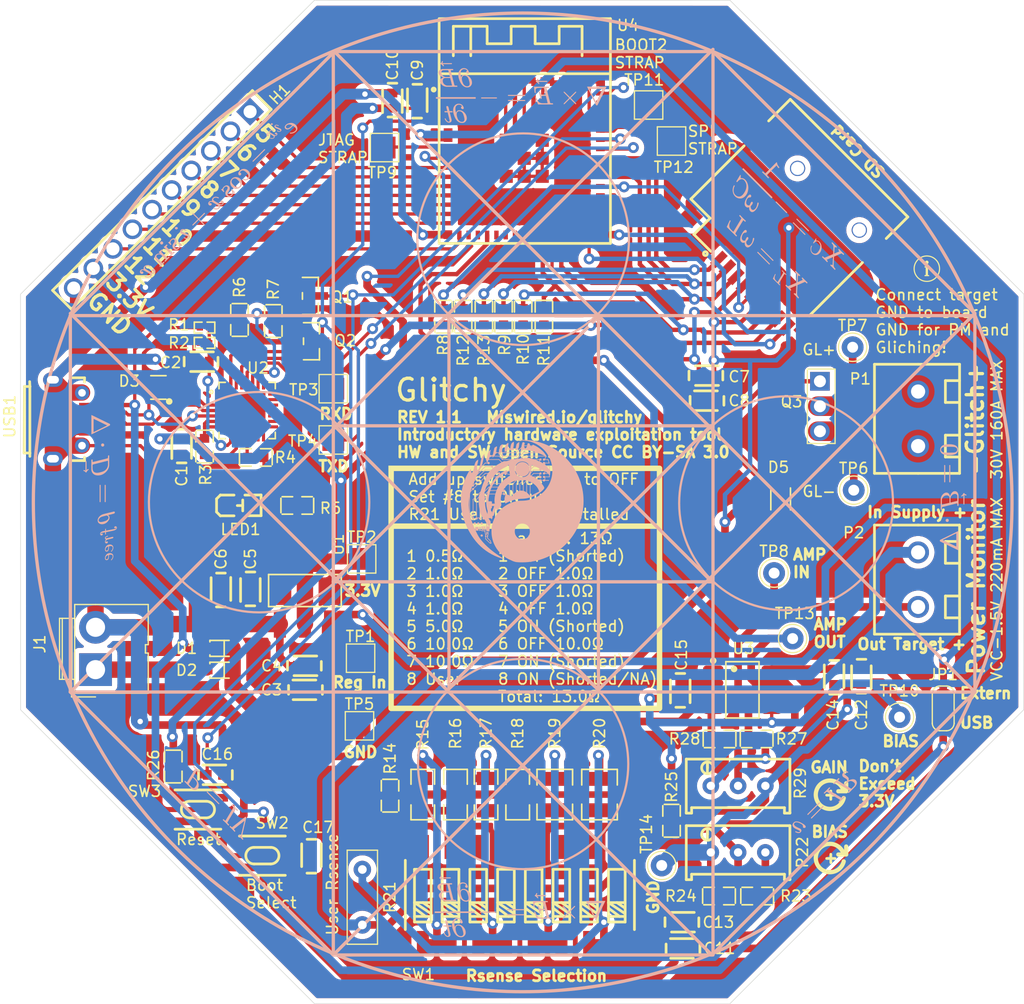
<source format=kicad_pcb>
(kicad_pcb (version 20240108) (generator "pcbnew") (generator_version "8.0")
  (layers (0 "F.Cu" signal) (31 "B.Cu" signal) (34 "B.Paste" user) (35 "F.Paste" user) (36 "B.SilkS" user "B.Silkscreen") (37 "F.SilkS" user "F.Silkscreen") (38 "B.Mask" user) (39 "F.Mask" user) (44 "Edge.Cuts" user))
  (net 0 "")
  (net 1 "VCC_3V3")
  (net 2 "/PU_ENABLE")
  (net 3 "Net-(U2-VBUS)")
  (net 4 "GND")
  (net 5 "VBUS")
  (net 6 "/RTS")
  (net 7 "Net-(Q1-B)")
  (net 8 "/DTR")
  (net 9 "Net-(Q2-B)")
  (net 10 "Net-(U2-SUSPENDb)")
  (net 11 "Net-(U2-RSTb)")
  (net 13 "/USP_DP")
  (net 14 "/USB_DN")
  (net 21 "/ESP_TXD")
  (net 24 "/ESP_RXD")
  (net 33 "/BOOT")
  (net 34 "Net-(U3A--)")
  (net 35 "REG_IN")
  (net 36 "/AMP_OUT")
  (net 37 "Net-(U4-IO5)")
  (net 38 "/AMP_IN")
  (net 39 "/CLK-(SPI_SCK-SD_SCLK)")
  (net 40 "/D0-(SPI_MISO-SD)")
  (net 41 "/D2")
  (net 42 "/D3-(SPI_SS-SD_CS)")
  (net 43 "/D1")
  (net 44 "/CMD-(SPI_MOSI-SD_DI)")
  (net 45 "Net-(U4-IO11)")
  (net 46 "/RS1a")
  (net 47 "/RS2b")
  (net 48 "/RS5a")
  (net 49 "/RS4b")
  (net 50 "/RS6b")
  (net 51 "/RS7a")
  (net 52 "/RS3a")
  (net 53 "/Card_Detect")
  (net 54 "/GLITCH_TRIGGER")
  (net 55 "AMP_VCC")
  (net 56 "Net-(D2-A)")
  (net 60 "Net-(U4-IO9)")
  (net 61 "Net-(U4-IO10)")
  (net 62 "Net-(U4-IO6)")
  (net 63 "Net-(U4-IO8)")
  (net 64 "Net-(U4-IO7)")
  (net 65 "Net-(U4-IO12)")
  (net 66 "Net-(Q3-D)")
  (net 67 "Net-(Q3-S)")
  (net 68 "Net-(LED1-A)")
  (net 69 "/RS8b")
  (net 70 "Net-(R22-Pad2)")
  (net 71 "Net-(U3B--)")
  (net 72 "Net-(U4-IO3)")
  (net 73 "Net-(U4-IO46)")
  (net 74 "Net-(U4-IO45)")
  (net 77 "/BIAS_OUT")
  (footprint "easyeda2kicad:TestPoint_Pad_2.0x2.0mm" (layer "F.Cu") (at 157.4 133.7)
    (property "Reference" "TP1")
    (property "Value" "Vreg In")
  )
  (footprint "easyeda2kicad:QFN-28_L5.0-W5.0-P0.50-TL-EP3.3" (layer "F.Cu") (at 147.005 111)
    (property "Reference" "U2")
    (property "Value" "CP2102N-A02-GQFN28R")
  )
  (footprint "easyeda2kicad:C0603" (layer "F.Cu") (at 144.046 144.39 180)
    (property "Reference" "C16")
    (property "Value" "1uF")
  )
  (footprint "easyeda2kicad:MICRO-USB-SMD_MICROXNJ" (layer "F.Cu") (at 130.8 111.8 -90)
    (property "Reference" "USB1")
    (property "Value" "MICROXNJ")
  )
  (footprint "easyeda2kicad:C0603" (layer "F.Cu") (at 186.7 136.7 -90)
    (property "Reference" "C15")
    (property "Value" "10uF")
  )
  (footprint "easyeda2kicad:SOP-8_L4.9-W3.9-P1.27-LS6.0-BL" (layer "F.Cu") (at 192.4 136.6 -90)
    (property "Reference" "U3")
    (property "Value" "LM358")
  )
  (footprint "easyeda2kicad:R1206" (layer "F.Cu") (at 168.9 146.2 -90)
    (property "Reference" "R17")
    (property "Value" "1R")
  )
  (footprint "easyeda2kicad:SOT-23-3_L2.9-W1.3-P1.90-LS2.4-BR" (layer "F.Cu") (at 152.9 104.65 180)
    (property "Reference" "Q2")
    (property "Value" "~")
  )
  (footprint "easyeda2kicad:TestPoint_THTPad_D2.0mm_Drill1.0mm" (layer "F.Cu") (at 202.5 105.2)
    (property "Reference" "TP7")
    (property "Value" "FET_POS")
  )
  (footprint "easyeda2kicad:R0402" (layer "F.Cu") (at 143.1 103.4)
    (property "Reference" "R1")
    (property "Value" "22.1K")
  )
  (footprint "easyeda2kicad:C0603" (layer "F.Cu") (at 147.3 127.4 -90)
    (property "Reference" "C5")
    (property "Value" "10uF")
  )
  (footprint "easyeda2kicad:TestPoint_Pad_2.0x2.0mm" (layer "F.Cu") (at 183.8 83)
    (property "Reference" "TP11")
    (property "Value" "Boot2-Strap")
  )
  (footprint "easyeda2kicad:SOD-323_L1.7-W1.3-LS2.5-RD" (layer "F.Cu") (at 195.9 119.2 -90)
    (property "Reference" "D5")
    (property "Value" "PDZ3.3B,115")
  )
  (footprint "easyeda2kicad:C0603" (layer "F.Cu") (at 189.1 110.1 180)
    (property "Reference" "C8")
    (property "Value" "0.1 uF")
  )
  (footprint "easyeda2kicad:C0603" (layer "F.Cu") (at 160.314 82.6 -90)
    (property "Reference" "C10")
    (property "Value" "0.1 uF")
  )
  (footprint "easyeda2kicad:C0603" (layer "F.Cu") (at 144.6 127.4 90)
    (property "Reference" "C6")
    (property "Value" "0.1 uF")
  )
  (footprint "easyeda2kicad:TestPoint_THTPad_D2.0mm_Drill1.0mm" (layer "F.Cu") (at 202.6 118.3)
    (property "Reference" "TP6")
    (property "Value" "FET_NEG")
  )
  (footprint "easyeda2kicad:C0603" (layer "F.Cu") (at 152.3 136.6 180)
    (property "Reference" "C3")
    (property "Value" "10uF")
  )
  (footprint "easyeda2kicad:R0603" (layer "F.Cu") (at 160.1 146.3 -90)
    (property "Reference" "R14")
    (property "Value" "0.5R")
  )
  (footprint "easyeda2kicad:R0603" (layer "F.Cu") (at 140.236 143.628 90)
    (property "Reference" "R26")
    (property "Value" "10K")
  )
  (footprint "easyeda2kicad:R1210" (layer "F.Cu") (at 179.3 146.2 -90)
    (property "Reference" "R20")
    (property "Value" "10R")
  )
  (footprint "easyeda2kicad:R1210" (layer "F.Cu") (at 175.2 146.2 -90)
    (property "Reference" "R19")
    (property "Value" "10R")
  )
  (footprint "easyeda2kicad:R0603" (layer "F.Cu") (at 143.1 114.3 90)
    (property "Reference" "R3")
    (property "Value" "1K")
  )
  (footprint "easyeda2kicad:R0603" (layer "F.Cu") (at 193.7 141.1)
    (property "Reference" "R27")
    (property "Value" "TBD")
  )
  (footprint "easyeda2kicad:R0603" (layer "F.Cu") (at 166.8 102.4 -90)
    (property "Reference" "R12")
    (property "Value" "10K")
  )
  (footprint "easyeda2kicad:R0603" (layer "F.Cu") (at 190.25 155.5)
    (property "Reference" "R24")
    (property "Value" "TBD")
  )
  (footprint "easyeda2kicad:C0603" (layer "F.Cu") (at 200.8 135.4 90)
    (property "Reference" "C14")
    (property "Value" "0.1 uF")
  )
  (footprint "easyeda2kicad:R0603" (layer "F.Cu") (at 174.2 102.4 -90)
    (property "Reference" "R11")
    (property "Value" "10K")
  )
  (footprint "easyeda2kicad:TestPoint_Pad_2.0x2.0mm" (layer "F.Cu") (at 157.5 124.6)
    (property "Reference" "TP2")
    (property "Value" "3v3")
  )
  (footprint "easyeda2kicad:TF-SMD_TF-PUSH" (layer "F.Cu") (at 195.58 94.996 135)
    (property "Reference" "SDCard1" (hide yes))
    (property "Value" "TF PUSH")
  )
  (footprint "easyeda2kicad:TestPoint_Pad_2.0x2.0mm" (layer "F.Cu") (at 159.6 86.9)
    (property "Reference" "TP9")
    (property "Value" "JTAG-Strap")
  )
  (footprint "easyeda2kicad:SOD-323_L1.8-W1.3-LS2.5-RD" (layer "F.Cu") (at 144.5 132.8 180)
    (property "Reference" "D1")
    (property "Value" "~")
  )
  (footprint "easyeda2kicad:BULETM-SMD_ESP32-S3-MINI-1-N8" (layer "F.Cu") (at 172.4 87.884)
    (property "Reference" "U4")
    (property "Value" "ESP32-S3-MINI-1-N8")
  )
  (footprint "easyeda2kicad:SC-70-6_L2.2-W1.3-P0.65-LS2.1-BL" (layer "F.Cu") (at 138.87 108.8875 90)
    (property "Reference" "D3")
    (property "Value" "TPD4E1U06DCKR")
  )
  (footprint "easyeda2kicad:C0603" (layer "F.Cu") (at 141 114.3 -90)
    (property "Reference" "C1")
    (property "Value" "10uF")
  )
  (footprint "easyeda2kicad:TestPoint_Pad_2.0x2.0mm" (layer "F.Cu") (at 154.9 113.7)
    (property "Reference" "TP4")
    (property "Value" "~")
  )
  (footprint "easyeda2kicad:R0402" (layer "F.Cu") (at 143.1 104.8)
    (property "Reference" "R2")
    (property "Value" "47.5K")
  )
  (footprint "easyeda2kicad:R0603" (layer "F.Cu") (at 190.3 141.1)
    (property "Reference" "R28")
    (property "Value" "TBD")
  )
  (footprint "easyeda2kicad:R0603" (layer "F.Cu") (at 185.9 148.6 90)
    (property "Reference" "R25")
    (property "Value" "270K")
  )
  (footprint "easyeda2kicad:TestPoint_Pad_2.0x2.0mm" (layer "F.Cu") (at 185.9 86.3)
    (property "Reference" "TP12")
    (property "Value" "SPI V-Strap")
  )
  (footprint "easyeda2kicad:C0603" (layer "F.Cu") (at 152.9 151.8 90)
    (property "Reference" "C17")
    (property "Value" "0.1 uF")
  )
  (footprint "easyeda2kicad:HDR-TH_10P-P2.54-V-F-1" (layer "F.Cu") (at 139.192 91.694 -135)
    (property "Reference" "H1")
    (property "Value" "~")
  )
  (footprint "easyeda2kicad:C0603" (layer "F.Cu") (at 162.6 82.6 90)
    (property "Reference" "C9")
    (property "Value" "10uF")
  )
  (footprint "easyeda2kicad:SOD-323_L1.8-W1.3-LS2.5-RD" (layer "F.Cu") (at 144.5 134.8 180)
    (property "Reference" "D2")
    (property "Value" "~")
  )
  (footprint "easyeda2kicad:R0603" (layer "F.Cu") (at 151.6 119.7)
    (property "Reference" "R5")
    (property "Value" "120R")
  )
  (footprint "easyeda2kicad:C0603" (layer "F.Cu") (at 186.9 160.3 180)
    (property "Reference" "C11")
    (property "Value" "10uF")
  )
  (footprint "easyeda2kicad:LED0805-RD" (layer "F.Cu") (at 146.3 119.7)
    (property "Reference" "LED1")
    (property "Value" "Blue")
  )
  (footprint "easyeda2kicad:R0603" (layer "F.Cu") (at 149.4 102.8 90)
    (property "Reference" "R7")
    (property "Value" "10K")
  )
  (footprint "easyeda2kicad:C0603" (layer "F.Cu") (at 189.1 107.8)
    (property "Reference" "C7")
    (property "Value" "10uF")
  )
  (footprint "easyeda2kicad:C0603" (layer "F.Cu") (at 186.9 157.9)
    (property "Reference" "C13")
    (property "Value" "0.1 uF")
  )
  (footprint "easyeda2kicad:TestPoint_THTPad_D2.0mm_Drill1.0mm" (layer "F.Cu") (at 195.3 125.9)
    (property "Reference" "TP8")
    (property "Value" "Amp In")
  )
  (footprint "easyeda2kicad:R0603" (layer "F.Cu") (at 146.3 102.7 -90)
    (property "Reference" "R6")
    (property "Value" "10K")
  )
  (footprint "easyeda2kicad:TO-251-3_Vertical" (layer "F.Cu") (at 199.5 108.32 -90)
    (property "Reference" "Q3")
    (property "Value" "IRLU8743PBF")
  )
  (footprint "easyeda2kicad:R0603" (layer "F.Cu") (at 147.8 115.3 180)
    (property "Reference" "R4")
    (property "Value" "10K")
  )
  (footprint "easyeda2kicad:R0603" (layer "F.Cu") (at 172.3 102.4 -90)
    (property "Reference" "R10")
    (property "Value" "10K")
  )
  (footprint "easyeda2kicad:TestPoint_THTPad_D2.0mm_Drill1.0mm" (layer "F.Cu") (at 197 131.9)
    (property "Reference" "TP13")
    (property "Value" "Amp Out")
  )
  (footprint "easyeda2kicad:R0603" (layer "F.Cu") (at 193.75 155.5)
    (property "Reference" "R23")
    (property "Value" "TBD")
  )
  (footprint "easyeda2kicad:TestPoint_Pad_2.0x2.0mm" (layer "F.Cu") (at 154.9 109)
    (property "Reference" "TP3")
    (property "Value" "~")
  )
  (footprint "easyeda2kicad:TestPoint_Pad_2.0x2.0mm" (layer "F.Cu") (at 157.3 139.9)
    (property "Reference" "TP5")
    (property "Value" "GND")
  )
  (footprint "easyeda2kicad:C0603" (layer "F.Cu") (at 152.3 134.4)
    (property "Reference" "C4")
    (property "Value" "0.1 uF")
  )
  (footprint "easyeda2kicad:R1206" (layer "F.Cu") (at 163.1 146.2 -90)
    (property "Reference" "R15")
    (property "Value" "1R")
  )
  (footprint "easyeda2kicad:TestPoint_THTPad_D2.0mm_Drill1.0mm" (layer "F.Cu") (at 206.8 139.1)
    (property "Reference" "TP10")
    (property "Value" "Divider Bias")
  )
  (footprint "easyeda2kicad:RES-ADJ-TH_3P-L10.0-W10.0-P2.50-L" (layer "F.Cu") (at 192 145.4)
    (property "Reference" "R29")
    (property "Value" "10K")
  )
  (footprint "easyeda2kicad:C0603" (layer "F.Cu") (at 203.3 135.4 -90)
    (property "Reference" "C12")
    (property "Value" "10uF")
  )
  (footprint "easyeda2kicad:SW-SMD_4P-L4.2-W3.2-P2.15-LS4.6-1" (layer "F.Cu") (at 148.4 151.8)
    (property "Reference" "SW2")
    (property "Value" "~")
  )
  (footprint "Resistor_THT:R_Box_L8.4mm_W2.5mm_P5.08mm" (layer "F.Cu") (at 157.562 153.067 -90)
    (property "Reference" "R21")
    (property "Value" "User Installable")
  )
  (footprint "easyeda2kicad:SOT-223-3_L6.5-W3.4-P2.30-LS7.0-BR" (layer "F.Cu") (at 152.3 127.6 -90)
    (property "Reference" "U1")
    (property "Value" "~")
  )
  (footprint "easyeda2kicad:R1206" (layer "F.Cu") (at 171.8 146.2 -90)
    (property "Reference" "R18")
    (property "Value" "5R" (hide yes))
  )
  (footprint "easyeda2kicad:C0603" (layer "F.Cu") (at 142.83 106.524)
    (property "Reference" "C2")
    (property "Value" "1uF")
  )
  (footprint "easyeda2kicad:R1206" (layer "F.Cu") (at 166.1 146.2 -90)
    (property "Reference" "R16")
    (property "Value" "1R")
  )
  (footprint "easyeda2kicad:SOT-23-3_L2.9-W1.3-P1.90-LS2.4-BR" (layer "F.Cu") (at 152.8 100.5 180)
    (property "Reference" "Q1")
    (property "Value" "~")
  )
  (footprint "easyeda2kicad:R0603" (layer "F.Cu") (at 170.5 102.4 -90)
    (property "Reference" "R9")
    (property "Value" "10K")
  )
  (footprint "easyeda2kicad:R0603" (layer "F.Cu") (at 168.7 102.4 -90)
    (property "Reference" "R13")
    (property "Value" "10K")
  )
  (footprint "Connector:JWT_A3963_1x02_P3.96mm_Vertical" (layer "F.Cu") (at 133.108 134.7495 90)
    (property "Reference" "J1")
    (property "Value" "Battery Placeholder")
  )
  (footprint "easyeda2kicad:CONN-TH_WJ126V-5.0-2P" (layer "F.Cu") (at 208.5 126.5 180)
    (property "Reference" "P2")
    (property "Value" "~")
  )
  (footprint "easyeda2kicad:CONN-TH_WJ126V-5.0-2P" (layer "F.Cu") (at 208.5 111.76 180)
    (property "Reference" "P1")
    (property "Value" "~")
  )
  (footprint "easyeda2kicad:TestPoint_THTPad_D2.0mm_Drill1.0mm" (layer "F.Cu") (at 185 152.7)
    (property "Reference" "TP14")
    (property "Value" "GND")
  )
  (footprint "easyeda2kicad:RES-ADJ-TH_3P-L10.0-W10.0-P2.50-L" (layer "F.Cu") (at 192 151.5)
    (property "Reference" "R22")
    (property "Value" "10K")
  )
  (footprint "easyeda2kicad:R0603" (layer "F.Cu") (at 165 102.4 -90)
    (property "Reference" "R8")
    (property "Value" "10K")
  )
  (footprint "easyeda2kicad:SW-SMD_4P-L4.2-W3.2-P2.15-LS4.6-1" (layer "F.Cu") (at 142.494 147.574)
    (property "Reference" "SW3")
    (property "Value" "~")
  )
  (footprint "easyeda2kicad:SolderJumper-3_P1.3mm_Bridged12_RoundedPad1.0x1.5mm_NumberLabels" (layer "F.Cu") (at 210.8 138.3 90)
    (property "Reference" "JP1")
    (property "Value" "Amp VCC Select")
  )
  (footprint "easyeda2kicad:SW-SMD_DSIC08LSGET" (layer "F.Cu") (at 172 155.4)
    (property "Reference" "SW1")
    (property "Value" "DSIC08LSGET")
  )
  (gr_line (start 173.807962 117.081627) (end 173.260195 117.081627) (stroke (width 0.057149)) (layer "B.SilkS"))
  (gr_poly (pts (xy 169.241849 121.66567) (xy 169.23454 121.724179) (xy 169.22821 121.785214) (xy 169.222905 121.846984) (xy 169.218671 121.907698) (xy 169.215555 121.965564) (xy 169.213604 122.018789) (xy 169.212864 122.065584) (xy 168.962594 122.065584) (xy 168.962594 122.054869) (xy 168.94148 122.054869) (xy 168.94148 122.04439) (xy 168.931003 122.04439) (xy 168.931003 122.033754) (xy 168.920446 122.033754) (xy 168.920446 121.643071) (xy 168.931003 121.643071) (xy 168.931003 121.632434) (xy 168.941481 121.632434) (xy 168.941481 121.621956) (xy 168.952037 121.621956) (xy 168.962594 121.611479) (xy 169.250091 121.611479)) (stroke (width -0.000001)) (fill solid) (layer "B.SilkS"))
  (gr_line (start 169.685462 116.448135) (end 169.375582 116.131349) (stroke (width 0.057149)) (layer "B.SilkS"))
  (gr_line (start 173.807962 117.398413) (end 173.260195 117.398413) (stroke (width 0.057149)) (layer "B.SilkS"))
  (gr_poly (pts (xy 133.52742 122.283039) (xy 133.528784 122.272103) (xy 133.530693 122.261405) (xy 133.533147 122.250945) (xy 133.536147 122.240723) (xy 133.539693 122.230739) (xy 133.543784 122.220994) (xy 133.548421 122.211486) (xy 133.553603 122.202216) (xy 133.55933 122.193184) (xy 133.565603 122.184391) (xy 133.572421 122.175835) (xy 133.579785 122.167517) (xy 133.596149 122.151596) (xy 133.614696 122.136627) (xy 133.635424 122.12261) (xy 133.658333 122.109545) (xy 133.683425 122.097432) (xy 133.710699 122.086272) (xy 133.740154 122.076063) (xy 133.771792 122.066807) (xy 133.805611 122.058502) (xy 133.810848 122.057074) (xy 133.818094 122.055329) (xy 133.838617 122.050885) (xy 133.86718 122.045173) (xy 133.903783 122.038191) (xy 133.93954 122.031526) (xy 133.965564 122.026766) (xy 133.981855 122.023909) (xy 133.986351 122.023195) (xy 133.988414 122.022957) (xy 133.988619 122.02264) (xy 133.988811 122.021688) (xy 133.989154 122.017879) (xy 133.989683 122.002646) (xy 133.990001 121.977257) (xy 133.990107 121.941712) (xy 133.991376 121.887125) (xy 133.991694 121.870939) (xy 133.991799 121.862158) (xy 133.991832 121.860915) (xy 133.991874 121.860314) (xy 133.991932 121.859725) (xy 133.992006 121.85915) (xy 133.992097 121.858588) (xy 133.992204 121.858039) (xy 133.992328 121.857504) (xy 133.992469 121.856981) (xy 133.992626 121.856472) (xy 133.992799 121.855976) (xy 133.992989 121.855494) (xy 133.993196 121.855024) (xy 133.993419 121.854568) (xy 133.993659 121.854125) (xy 133.993915 121.853695) (xy 133.994188 121.853279) (xy 133.994477 121.852875) (xy 133.994783 121.852485) (xy 133.995105 121.852108) (xy 133.995444 121.851745) (xy 133.995799 121.851394) (xy 133.996171 121.851057) (xy 133.99656 121.850733) (xy 133.996965 121.850422) (xy 133.997386 121.850125) (xy 133.997824 121.849841) (xy 133.998279 121.84957) (xy 133.99875 121.849312) (xy 133.999238 121.849067) (xy 133.999742 121.848836) (xy 134.000262 121.848617) (xy 134.047656 121.836769) (xy 134.04911 121.836796) (xy 134.050512 121.836875) (xy 134.051861 121.837007) (xy 134.053157 121.837192) (xy 134.0544 121.83743) (xy 134.05559 121.837721) (xy 134.056727 121.838065) (xy 134.057811 121.838462) (xy 134.058843 121.838911) (xy 134.059821 121.839414) (xy 134.060291 121.839685) (xy 134.060747 121.839969) (xy 134.06119 121.840267) (xy 134.06162 121.840578) (xy 134.062036 121.840902) (xy 134.06244 121.841239) (xy 134.06283 121.841589) (xy 134.063207 121.841953) (xy 134.06357 121.84233) (xy 134.063921 121.84272) (xy 134.064258 121.843123) (xy 134.064582 121.84354) (xy 134.064992 121.844465) (xy 134.065375 121.845973) (xy 134.066063 121.850733) (xy 134.066645 121.857821) (xy 134.067121 121.867236) (xy 134.067491 121.878979) (xy 134.067756 121.893049) (xy 134.067967 121.928171) (xy 134.067967 122.007724) (xy 134.073045 122.007724) (xy 134.267696 121.970486) (xy 134.673925 121.892626) (xy 134.724624 121.88284) (xy 134.770087 121.873795) (xy 134.810313 121.865491) (xy 134.845302 121.857927) (xy 134.875056 121.851104) (xy 134.899572 121.845021) (xy 134.918852 121.839678) (xy 134.932896 121.835077) (xy 134.936261 121.833979) (xy 134.939587 121.832802) (xy 134.942873 121.831546) (xy 134.946119 121.83021) (xy 134.949326 121.828795) (xy 134.952493 121.827301) (xy 134.95562 121.825727) (xy 134.958708 121.824074) (xy 134.961756 121.822342) (xy 134.964764 121.82053) (xy 134.967733 121.81864) (xy 134.970662 121.816669) (xy 134.973551 121.81462) (xy 134.976401 121.812491) (xy 134.979211 121.810282) (xy 134.981982 121.807995) (xy 134.984646 121.805654) (xy 134.987139 121.803287) (xy 134.989459 121.800894) (xy 134.991608 121.798474) (xy 134.993585 121.796027) (xy 134.99539 121.793555) (xy 134.997023 121.791055) (xy 134.998485 121.78853) (xy 134.999774 121.785977) (xy 135.000891 121.783399) (xy 135.001837 121.780794) (xy 135.00261 121.778162) (xy 135.003212 121.775504) (xy 135.003642 121.77282) (xy 135.0039 121.770109) (xy 135.003986 121.767372) (xy 135.003959 121.765203) (xy 135.00388 121.762929) (xy 135.003748 121.760548) (xy 135.003563 121.758062) (xy 135.003324 121.755471) (xy 135.003034 121.752773) (xy 135.00269 121.74997) (xy 135.002293 121.74706) (xy 135.001843 121.744178) (xy 135.001341 121.741454) (xy 135.000785 121.738888) (xy 135.000488 121.737665) (xy 135.000177 121.736481) (xy 134.999853 121.735338) (xy 134.999516 121.734233) (xy 134.999166 121.733169) (xy 134.998802 121.732144) (xy 134.998425 121.731159) (xy 134.998035 121.730213) (xy 134.997632 121.729308) (xy 134.997215 121.728441) (xy 134.996805 121.727608) (xy 134.996422 121.726802) (xy 134.996065 121.726022) (xy 134.995734 121.725268) (xy 134.99543 121.724541) (xy 134.995152 121.72384) (xy 134.994901 121.723165) (xy 134.994676 121.722517) (xy 134.994478 121.721896) (xy 134.994306 121.721301) (xy 134.994161 121.720732) (xy 134.994042 121.72019) (xy 134.993949 121.719674) (xy 134.993883 121.719185) (xy 134.993843 121.718722) (xy 134.99383 121.718286) (xy 134.985367 121.733519) (xy 134.983839 121.736257) (xy 134.98222 121.738968) (xy 134.980507 121.741652) (xy 134.978702 121.74431) (xy 134.976804 121.746941) (xy 134.974814 121.749547) (xy 134.972732 121.752125) (xy 134.970556 121.754677) (xy 134.968288 121.757203) (xy 134.965928 121.759702) (xy 134.963475 121.762175) (xy 134.960929 121.764621) (xy 134.958291 121.767041) (xy 134.955561 121.769435) (xy 134.952737 121.771802) (xy 134.949822 121.774142) (xy 134.946827 121.776397) (xy 134.943765 121.778506) (xy 134.940638 121.78047) (xy 134.937445 121.782288) (xy 134.934185 121.783961) (xy 134.930859 121.785488) (xy 134.927467 121.78687) (xy 134.924009 121.788106) (xy 134.920485 121.789197) (xy 134.916895 121.790143) (xy 134.913239 121.790943) (xy 134.909516 121.791598) (xy 134.905728 121.792107) (xy 134.901873 121.79247) (xy 134.897952 121.792689) (xy 134.893965 121.792761) (xy 134.889592 121.792689) (xy 134.885357 121.79247) (xy 134.881261 121.792107) (xy 134.877304 121.791598) (xy 134.873485 121.790943) (xy 134.869806 121.790143) (xy 134.866265 121.789197) (xy 134.862863 121.788107) (xy 134.859601 121.78687) (xy 134.856476 121.785488) (xy 134.853491 121.783961) (xy 134.850645 121.782288) (xy 134.847937 121.78047) (xy 134.845369 121.778506) (xy 134.842939 121.776397) (xy 134.840648 121.774142) (xy 134.838496 121.771742) (xy 134.836482 121.769197) (xy 134.834608 121.766506) (xy 134.832872 121.763669) (xy 134.831276 121.760687) (xy 134.829818 121.75756) (xy 134.828499 121.754287) (xy 134.827318 121.750869) (xy 134.826277 121.747305) (xy 134.825375 121.743596) (xy 134.824611 121.739741) (xy 134.823986 121.735741) (xy 134.8235 121.731595) (xy 134.823153 121.727304) (xy 134.822875 121.718286) (xy 134.822988 121.713843) (xy 134.823325 121.7094) (xy 134.823887 121.704956) (xy 134.824674 121.700513) (xy 134.825685 121.69607) (xy 134.826922 121.691627) (xy 134.828383 121.687184) (xy 134.830069 121.682741) (xy 134.83198 121.678298) (xy 134.834115 121.673855) (xy 134.836476 121.669411) (xy 134.839061 121.664968) (xy 134.841871 121.660525) (xy 134.844906 121.656082) (xy 134.848165 121.651639) (xy 134.85165 121.647196) (xy 134.855379 121.642892) (xy 134.859372 121.638865) (xy 134.86363 121.635116) (xy 134.868153 121.631645) (xy 134.87294 121.628451) (xy 134.877991 121.625536) (xy 134.883307 121.622898) (xy 134.888887 121.620537) (xy 134.894732 121.618454) (xy 134.900842 121.616649) (xy 134.907215 121.615122) (xy 134.913854 121.613872) (xy 134.920756 121.612901) (xy 134.927924 121.612206) (xy 134.935355 121.61179) (xy 134.943051 121.611651) (xy 134.950351 121.611823) (xy 134.957439 121.612339) (xy 134.964315 121.613198) (xy 134.97098 121.614401) (xy 134.977433 121.615949) (xy 134.983674 121.617839) (xy 134.989704 121.620074) (xy 134.995523 121.622653) (xy 135.001129 121.625575) (xy 135.006525 121.628841) (xy 135.011708 121.632451) (xy 135.01668 121.636405) (xy 135.021441 121.640703) (xy 135.02599 121.645344) (xy 135.030327 121.65033) (xy 135.034453 121.655659) (xy 135.038347 121.6612) (xy 135.04199 121.66682) (xy 135.045382 121.672519) (xy 135.048523 121.678298) (xy 135.051412 121.684156) (xy 135.05405 121.690093) (xy 135.056437 121.69611) (xy 135.058572 121.702206) (xy 135.060457 121.708381) (xy 135.06209 121.714636) (xy 135.063472 121.72097) (xy 135.064602 121.727384) (xy 135.065482 121.733877) (xy 135.06611 121.740449) (xy 135.066487 121.7471) (xy 135.066612 121.753831) (xy 135.066401 121.761454) (xy 135.065766 121.769091) (xy 135.064708 121.776741) (xy 135.063227 121.784404) (xy 135.061323 121.79208) (xy 135.058996 121.79977) (xy 135.056245 121.807472) (xy 135.053071 121.815188) (xy 135.049475 121.822917) (xy 135.045455 121.83066) (xy 135.041012 121.838416) (xy 135.036145 121.846184) (xy 135.030856 121.853966) (xy 135.025143 121.861762) (xy 135.019007 121.86957) (xy 135.012449 121.877392) (xy 135.003483 121.886384) (xy 134.993936 121.895164) (xy 134.983806 121.903733) (xy 134.973095 121.912091) (xy 134.961802 121.920236) (xy 134.949928 121.928171) (xy 134.937471 121.935893) (xy 134.924432 121.943404) (xy 134.910812 121.950703) (xy 134.89661 121.957791) (xy 134.881826 121.964668) (xy 134.86646 121.971332) (xy 134.850513 121.977785) (xy 134.833983 121.984027) (xy 134.816872 121.990057) (xy 134.799179 121.995875) (xy 134.768024 122.004682) (xy 134.727031 122.015023) (xy 134.615529 122.040307) (xy 134.464675 122.071726) (xy 134.274467 122.109281) (xy 134.067967 122.148211) (xy 134.067967 122.242998) (xy 134.066698 122.305625) (xy 134.06638 122.324243) (xy 134.066274 122.334399) (xy 134.066241 122.335847) (xy 134.0662 122.336546) (xy 134.066142 122.337229) (xy 134.066068 122.337895) (xy 134.065977 122.338545) (xy 134.065869 122.339178) (xy 134.065746 122.339794) (xy 134.065605 122.340394) (xy 134.065448 122.340978) (xy 134.065274 122.341545) (xy 134.065084 122.342095) (xy 134.064878 122.342629) (xy 134.064655 122.343146) (xy 134.064415 122.343647) (xy 134.064159 122.344132) (xy 134.063886 122.344599) (xy 134.063597 122.345051) (xy 134.063291 122.345485) (xy 134.062969 122.345904) (xy 134.06263 122.346305) (xy 134.062274 122.34669) (xy 134.061903 122.347059) (xy 134.061514 122.347411) (xy 134.061109 122.347747) (xy 134.060688 122.348066) (xy 134.06025 122.348368) (xy 134.059795 122.348654) (xy 134.059324 122.348924) (xy 134.058836 122.349176) (xy 134.058332 122.349413) (xy 134.057811 122.349633) (xy 134.057111 122.350062) (xy 134.056277 122.350505) (xy 134.054215 122.351431) (xy 134.051623 122.35241) (xy 134.048502 122.353441) (xy 134.044852 122.354525) (xy 134.040674 122.355663) (xy 134.035966 122.356853) (xy 134.03073 122.358096) (xy 134.025467 122.359259) (xy 134.023014 122.359762) (xy 134.02068 122.360212) (xy 134.018465 122.360608) (xy 134.016369 122.360952) (xy 134.014392 122.361243) (xy 134.012534 122.361481) (xy 134.010795 122.361666) (xy 134.009175 122.361798) (xy 134.007674 122.361878) (xy 134.006292 122.361904) (xy 134.005029 122.361878) (xy 134.003885 122.361798) (xy 134.002861 122.361666) (xy 134.001955 122.361481) (xy 134.000923 122.360615) (xy 133.999945 122.359709) (xy 133.999019 122.358764) (xy 133.998146 122.357778) (xy 133.997327 122.356754) (xy 133.99656 122.355689) (xy 133.995846 122.354585) (xy 133.995185 122.353441) (xy 133.994576 122.352258) (xy 133.994021 122.351034) (xy 133.993518 122.349771) (xy 133.993069 122.348469) (xy 133.992672 122.347127) (xy 133.992328 122.345745) (xy 133.992037 122.344323) (xy 133.991799 122.342862) (xy 133.991403 122.338895) (xy 133.991059 122.332918) (xy 133.99053 122.314934) (xy 133.990212 122.28891) (xy 133.990107 122.254846) (xy 133.990054 122.233027) (xy 133.989895 122.214117) (xy 133.989631 122.198117) (xy 133.98926 122.185025) (xy 133.988784 122.174843) (xy 133.988506 122.170843) (xy 133.988202 122.16757) (xy 133.987872 122.165025) (xy 133.987515 122.163207) (xy 133.987326 122.16257) (xy 133.987131 122.162116) (xy 133.98693 122.161843) (xy 133.986721 122.161752) (xy 133.985029 122.161937) (xy 133.981643 122.162492) (xy 133.969795 122.164714) (xy 133.925787 122.1736) (xy 133.861891 122.186295) (xy 133.7853 122.200682) (xy 133.745946 122.208087) (xy 133.710825 122.215069) (xy 133.679934 122.221628) (xy 133.653275 122.227764) (xy 133.64952 122.228657) (xy 133.64587 122.229642) (xy 133.642326 122.23072) (xy 133.638888 122.23189) (xy 133.635556 122.233153) (xy 133.632329 122.234508) (xy 133.629209 122.235956) (xy 133.626194 122.237497) (xy 133.623284 122.23913) (xy 133.620481 122.240856) (xy 133.617783 122.242674) (xy 133.615192 122.244585) (xy 133.612705 122.246588) (xy 133.610325 122.248684) (xy 133.608051 122.250872) (xy 133.605882 122.253154) (xy 133.603832 122.255487) (xy 133.601915 122.257835) (xy 133.60013 122.260195) (xy 133.598477 122.262569) (xy 133.596956 122.264956) (xy 133.595568 122.267356) (xy 133.594311 122.269769) (xy 133.593187 122.272195) (xy 133.592196 122.274635) (xy 133.591336 122.277088) (xy 133.590609 122.279554) (xy 133.590014 122.282034) (xy 133.589551 122.284526) (xy 133.58922 122.287032) (xy 133.589022 122.289551) (xy 133.588956 122.292084) (xy 133.588996 122.295059) (xy 133.589115 122.298061) (xy 133.589313 122.301089) (xy 133.589591 122.304143) (xy 133.589948 122.307225) (xy 133.590384 122.310332) (xy 133.5909 122.313466) (xy 133.591495 122.316626) (xy 133.592169 122.319813) (xy 133.592923 122.323027) (xy 133.594668 122.329533) (xy 133.596731 122.336144) (xy 133.599112 122.342862) (xy 133.607575 122.327629) (xy 133.609102 122.324891) (xy 133.610722 122.322181) (xy 133.612434 122.319496) (xy 133.614239 122.316838) (xy 133.616137 122.314207) (xy 133.618127 122.311602) (xy 133.62021 122.309023) (xy 133.622385 122.306471) (xy 133.624653 122.303945) (xy 133.627013 122.301446) (xy 133.629466 122.298973) (xy 133.632012 122.296527) (xy 133.63465 122.294107) (xy 133.637381 122.291713) (xy 133.640204 122.289346) (xy 133.64312 122.287006) (xy 133.646115 122.284751) (xy 133.649176 122.282642) (xy 133.652303 122.280678) (xy 133.655497 122.27886) (xy 133.658757 122.277187) (xy 133.662082 122.27566) (xy 133.665474 122.274278) (xy 133.668932 122.273042) (xy 133.672456 122.271951) (xy 133.676046 122.271005) (xy 133.679703 122.270205) (xy 133.683425 122.26955) (xy 133.687214 122.269041) (xy 133.691068 122.268678) (xy 133.694989 122.26846) (xy 133.698976 122.268387) (xy 133.70335 122.26846) (xy 133.707585 122.268678) (xy 133.711681 122.269041) (xy 133.715638 122.26955) (xy 133.719456 122.270205) (xy 133.723136 122.271005) (xy 133.726676 122.271951) (xy 133.730078 122.273042) (xy 133.733341 122.274278) (xy 133.736465 122.27566) (xy 133.73945 122.277187) (xy 133.742297 122.27886) (xy 133.745004 122.280678) (xy 133.747573 122.282642) (xy 133.750003 122.284751) (xy 133.752294 122.287006) (xy 133.754446 122.289406) (xy 133.756459 122.291951) (xy 133.758333 122.294642) (xy 133.760069 122.297479) (xy 133.761666 122.300461) (xy 133.763124 122.303588) (xy 133.764443 122.306861) (xy 133.765623 122.310279) (xy 133.766664 122.313843) (xy 133.767567 122.317552) (xy 133.76833 122.321407) (xy 133.768955 122.325407) (xy 133.769441 122.329553) (xy 133.769788 122.333844) (xy 133.770066 122.342862) (xy 133.769755 122.347305) (xy 133.769246 122.351748) (xy 133.768539 122.356192) (xy 133.767633 122.360635) (xy 133.766529 122.365078) (xy 133.765226 122.369521) (xy 133.763725 122.373964) (xy 133.762026 122.378407) (xy 133.760129 122.38285) (xy 133.758033 122.387294) (xy 133.755738 122.391737) (xy 133.753246 122.39618) (xy 133.750555 122.400623) (xy 133.747665 122.405066) (xy 133.744578 122.409509) (xy 133.741292 122.413952) (xy 133.737774 122.418257) (xy 133.733992 122.422283) (xy 133.729946 122.426032) (xy 133.725635 122.429503) (xy 133.72106 122.432697) (xy 133.71622 122.435612) (xy 133.711115 122.438251) (xy 133.705747 122.440611) (xy 133.700113 122.442694) (xy 133.694216 122.444499) (xy 133.688054 122.446026) (xy 133.681627 122.447276) (xy 133.674936 122.448248) (xy 133.66798 122.448942) (xy 133.66076 122.449358) (xy 133.653275 122.449497) (xy 133.646379 122.449338) (xy 133.639655 122.448862) (xy 133.633103 122.448069) (xy 133.626722 122.446958) (xy 133.620514 122.44553) (xy 133.614477 122.443785) (xy 133.608613 122.441722) (xy 133.60292 122.439341) (xy 133.597399 122.436644) (xy 133.59205 122.433629) (xy 133.586873 122.430296) (xy 133.581868 122.426647) (xy 133.577035 122.42268) (xy 133.572373 122.418395) (xy 133.567884 122.413793) (xy 133.563567 122.408874) (xy 133.559454 122.40371) (xy 133.555579 122.398375) (xy 133.551943 122.392867) (xy 133.548545 122.387188) (xy 133.545384 122.381336) (xy 133.542462 122.375313) (xy 133.539777 122.369118) (xy 133.537331 122.36275) (xy 133.535123 122.356211) (xy 133.533152 122.3495) (xy 133.53142 122.342618) (xy 133.529926 122.335563) (xy 133.528669 122.328336) (xy 133.527651 122.320938) (xy 133.526871 122.313367) (xy 133.526329 122.305625)) (fill solid) (layer "B.SilkS"))
  (gr_line (start 189.6 160.9) (end 130.8 102.1) (stroke (width 0.3)) (layer "B.SilkS"))
  (gr_poly (pts (xy 199.137357 95.214879) (xy 199.1381 95.214965) (xy 199.138855 95.2151) (xy 199.139624 95.215283) (xy 199.140407 95.215515) (xy 199.141203 95.215796) (xy 199.142014 95.216125) (xy 199.143679 95.216928) (xy 199.145404 95.217925) (xy 199.147189 95.219115) (xy 199.149038 95.220496) (xy 199.150952 95.22207) (xy 199.152932 95.223835) (xy 199.154981 95.22579) (xy 199.16186 95.232669) (xy 199.16186 95.269182) (xy 199.161627 95.270728) (xy 199.161452 95.272721) (xy 199.161327 95.27516) (xy 199.161243 95.278045) (xy 199.161166 95.285156) (xy 199.161155 95.294053) (xy 199.161155 95.332682) (xy 199.161166 95.341827) (xy 199.161243 95.350674) (xy 199.161327 95.354955) (xy 199.161452 95.359124) (xy 199.161627 95.363169) (xy 199.16186 95.367078) (xy 199.161429 95.381216) (xy 199.161188 95.393594) (xy 199.161129 95.404207) (xy 199.161165 95.40885) (xy 199.161243 95.413049) (xy 199.161363 95.416804) (xy 199.161523 95.420113) (xy 199.161722 95.422977) (xy 199.161959 95.425394) (xy 199.162234 95.427363) (xy 199.162545 95.428884) (xy 199.162891 95.429956) (xy 199.163077 95.430323) (xy 199.163271 95.430578) (xy 199.168034 95.428461) (xy 199.169747 95.427964) (xy 199.171716 95.427524) (xy 199.17395 95.427134) (xy 199.176456 95.426786) (xy 199.179244 95.42647) (xy 199.182321 95.426179) (xy 199.189377 95.425639) (xy 199.19767 95.425113) (xy 199.206906 95.424603) (xy 199.217034 95.424126) (xy 199.228006 95.423698) (xy 199.243459 95.424343) (xy 199.258795 95.425815) (xy 199.274011 95.428114) (xy 199.289106 95.431239) (xy 199.304078 95.435191) (xy 199.318925 95.43997) (xy 199.333645 95.445576) (xy 199.348238 95.452009) (xy 199.362699 95.459268) (xy 199.377029 95.467355) (xy 199.391225 95.476268) (xy 199.405286 95.486008) (xy 199.419209 95.496575) (xy 199.432992 95.507968) (xy 199.446635 95.520189) (xy 199.460134 95.533236) (xy 199.474967 95.548991) (xy 199.489237 95.565302) (xy 199.50294 95.58217) (xy 199.516077 95.599597) (xy 199.528646 95.617583) (xy 199.540644 95.636132) (xy 199.552071 95.655244) (xy 199.562925 95.67492) (xy 199.573205 95.695163) (xy 199.582908 95.715974) (xy 199.592033 95.737354) (xy 199.600579 95.759306) (xy 199.608544 95.78183) (xy 199.615927 95.804928) (xy 199.622726 95.828601) (xy 199.628939 95.852852) (xy 199.634528 95.877434) (xy 199.639389 95.902099) (xy 199.643519 95.926848) (xy 199.64692 95.951683) (xy 199.649588 95.976603) (xy 199.651524 96.001609) (xy 199.652725 96.026703) (xy 199.653192 96.051885) (xy 199.652924 96.077156) (xy 199.651918 96.102517) (xy 199.650174 96.127968) (xy 199.647691 96.15351) (xy 199.644469 96.179144) (xy 199.640505 96.204871) (xy 199.635799 96.230691) (xy 199.63035 96.256606) (xy 199.624081 96.282171) (xy 199.617112 96.307206) (xy 199.609443 96.331708) (xy 199.601072 96.355676) (xy 199.592 96.379109) (xy 199.582226 96.402005) (xy 199.571748 96.424363) (xy 199.560566 96.44618) (xy 199.548679 96.467456) (xy 199.536087 96.488189) (xy 199.522788 96.508377) (xy 199.508782 96.528019) (xy 199.494068 96.547114) (xy 199.478645 96.565659) (xy 199.462513 96.583653) (xy 199.44567 96.601094) (xy 199.445669 96.601094) (xy 199.426952 96.619115) (xy 199.407973 96.635937) (xy 199.388731 96.651561) (xy 199.369226 96.665988) (xy 199.349457 96.679219) (xy 199.329422 96.691253) (xy 199.30912 96.702091) (xy 199.28855 96.711734) (xy 199.267712 96.720182) (xy 199.246604 96.727436) (xy 199.225226 96.733496) (xy 199.203575 96.738363) (xy 199.181652 96.742037) (xy 199.159454 96.744519) (xy 199.136982 96.74581) (xy 199.114234 96.745909) (xy 199.091565 96.744995) (xy 199.069264 96.743048) (xy 199.047332 96.740067) (xy 199.025769 96.736053) (xy 199.004577 96.731005) (xy 198.983755 96.724924) (xy 198.963304 96.717809) (xy 198.943225 96.709661) (xy 198.923518 96.700479) (xy 198.904183 96.690264) (xy 198.885221 96.679015) (xy 198.866633 96.666732) (xy 198.84842 96.653416) (xy 198.83058 96.639067) (xy 198.813116 96.623684) (xy 198.796028 96.607267) (xy 198.780174 96.590698) (xy 198.765157 96.573534) (xy 198.750978 96.555776) (xy 198.737638 96.537423) (xy 198.72514 96.518478) (xy 198.713485 96.49894) (xy 198.702674 96.478809) (xy 198.692709 96.458087) (xy 198.683591 96.436774) (xy 198.675323 96.41487) (xy 198.667905 96.392376) (xy 198.661339 96.369292) (xy 198.655627 96.345619) (xy 198.65077 96.321357) (xy 198.64677 96.296508) (xy 198.643628 96.27107) (xy 198.641369 96.245418) (xy 198.640014 96.22012) (xy 198.639562 96.195175) (xy 198.640013 96.170581) (xy 198.641364 96.146338) (xy 198.643616 96.122444) (xy 198.646767 96.098898) (xy 198.650817 96.075698) (xy 198.655763 96.052843) (xy 198.661605 96.030333) (xy 198.668343 96.008164) (xy 198.675974 95.986338) (xy 198.684499 95.964851) (xy 198.693915 95.943703) (xy 198.704222 95.922892) (xy 198.715419 95.902418) (xy 198.716422 95.900889) (xy 198.717453 95.899348) (xy 198.718526 95.897798) (xy 198.719652 95.896245) (xy 198.720845 95.894691) (xy 198.72147 95.893915) (xy 198.722116 95.893141) (xy 198.722785 95.892369) (xy 198.723479 95.8916) (xy 198.724198 95.890834) (xy 198.724944 95.890071) (xy 198.725667 95.889458) (xy 198.726416 95.888909) (xy 198.727189 95.888425) (xy 198.727986 95.888006) (xy 198.728809 95.887651) (xy 198.729656 95.887361) (xy 198.730527 95.887136) (xy 198.731424 95.886976) (xy 198.732344 95.886882) (xy 198.73329 95.886853) (xy 198.734259 95.88689) (xy 198.735254 95.886992) (xy 198.736272 95.887161) (xy 198.737315 95.887396) (xy 198.738383 95.887697) (xy 198.739474 95.888065) (xy 198.74173 95.889) (xy 198.744084 95.890204) (xy 198.746533 95.891677) (xy 198.749079 95.89342) (xy 198.751722 95.895435) (xy 198.75446 95.897723) (xy 198.757293 95.900286) (xy 198.760222 95.903124) (xy 198.762209 95.905166) (xy 198.764067 95.907124) (xy 198.765797 95.908998) (xy 198.767399 95.910786) (xy 198.768873 95.912487) (xy 198.770218 95.9141) (xy 198.771436 95.915624) (xy 198.772525 95.917059) (xy 198.773486 95.918402) (xy 198.774319 95.919654) (xy 198.775024 95.920812) (xy 198.775601 95.921876) (xy 198.776049 95.922846) (xy 198.77637 95.923719) (xy 198.776482 95.924119) (xy 198.776562 95.924495) (xy 198.77661 95.924846) (xy 198.776626 95.925173) (xy 198.776586 95.925766) (xy 198.776467 95.926487) (xy 198.776267 95.927337) (xy 198.775984 95.928315) (xy 198.775166 95.930654) (xy 198.774002 95.933507) (xy 198.772483 95.936872) (xy 198.770598 95.94075) (xy 198.768337 95.94514) (xy 198.76569 95.950043) (xy 198.75744 95.965592) (xy 198.749757 95.981479) (xy 198.74264 95.997704) (xy 198.73609 96.014268) (xy 198.730106 96.03117) (xy 198.724688 96.048409) (xy 198.719837 96.065986) (xy 198.715552 96.0839) (xy 198.711833 96.102151) (xy 198.708681 96.120739) (xy 198.706095 96.139663) (xy 198.704075 96.158923) (xy 198.702622 96.17852) (xy 198.701735 96.198451) (xy 198.701415 96.218719) (xy 198.701661 96.239321) (xy 198.702438 96.259906) (xy 198.704043 96.280055) (xy 198.706477 96.299765) (xy 198.709739 96.319035) (xy 198.713831 96.33786) (xy 198.718755 96.356241) (xy 198.724509 96.374173) (xy 198.731096 96.391654) (xy 198.738516 96.408683) (xy 198.746769 96.425257) (xy 198.755858 96.441374) (xy 198.765781 96.457031) (xy 198.776541 96.472226) (xy 198.788138 96.486957) (xy 198.800572 96.501221) (xy 198.813845 96.515017) (xy 198.824383 96.525211) (xy 198.835029 96.534891) (xy 198.845784 96.544056) (xy 198.856649 96.552703) (xy 198.867625 96.560831) (xy 198.878712 96.568439) (xy 198.889911 96.575525) (xy 198.901223 96.582088) (xy 198.912649 96.588126) (xy 198.924189 96.593637) (xy 198.935845 96.59862) (xy 198.947616 96.603073) (xy 198.959505 96.606995) (xy 198.97151 96.610384) (xy 198.983635 96.613239) (xy 198.995878 96.615558) (xy 199.014674 96.618774) (xy 199.033358 96.620684) (xy 199.051929 96.621288) (xy 199.070389 96.620585) (xy 199.088735 96.618576) (xy 199.106969 96.61526) (xy 199.125089 96.610638) (xy 199.143097 96.60471) (xy 199.16099 96.597475) (xy 199.178769 96.588934) (xy 199.196435 96.579087) (xy 199.213985 96.567933) (xy 199.231422 96.555473) (xy 199.248743 96.541706) (xy 199.265949 96.526633) (xy 199.283039 96.510254) (xy 199.297457 96.49493) (xy 199.312259 96.477917) (xy 199.327433 96.459196) (xy 199.342967 96.43875) (xy 199.358848 96.416559) (xy 199.375064 96.392605) (xy 199.391602 96.366869) (xy 199.408451 96.339333) (xy 199.424936 96.31099) (xy 199.440253 96.282855) (xy 199.454392 96.254935) (xy 199.467343 96.227238) (xy 199.479095 96.199772) (xy 199.489637 96.172546) (xy 199.49896 96.145568) (xy 199.507053 96.118847) (xy 199.513111 96.093116) (xy 199.518309 96.06765) (xy 199.52263 96.042449) (xy 199.526059 96.017512) (xy 199.528578 95.992839) (xy 199.530171 95.968431) (xy 199.530821 95.944288) (xy 199.530512 95.920409) (xy 199.530136 95.908499) (xy 199.529539 95.896781) (xy 199.528721 95.885256) (xy 199.527684 95.873925) (xy 199.526431 95.862792) (xy 199.524962 95.851856) (xy 199.523279 95.841119) (xy 199.521384 95.830583) (xy 199.519278 95.820251) (xy 199.516962 95.810122) (xy 199.514439 95.800199) (xy 199.51171 95.790483) (xy 199.508776 95.780975) (xy 199.505639 95.771679) (xy 199.5023 95.762594) (xy 199.498762 95.753722) (xy 199.491313 95.736517) (xy 199.483917 95.720098) (xy 199.47658 95.704472) (xy 199.469305 95.689649) (xy 199.462096 95.675636) (xy 199.454957 95.662441) (xy 199.447892 95.650073) (xy 199.440906 95.63854) (xy 199.43751 95.633042) (xy 199.434071 95.627657) (xy 199.430589 95.622385) (xy 199.427068 95.617225) (xy 199.423508 95.612174) (xy 199.419912 95.60723) (xy 199.412618 95.597662) (xy 199.405199 95.588507) (xy 199.397672 95.579753) (xy 199.390049 95.571388) (xy 199.382345 95.563399) (xy 199.370665 95.552505) (xy 199.358907 95.542513) (xy 199.347075 95.533422) (xy 199.335169 95.525233) (xy 199.323193 95.517944) (xy 199.311147 95.511557) (xy 199.299033 95.506071) (xy 199.286853 95.501486) (xy 199.274609 95.497803) (xy 199.262303 95.49502) (xy 199.249936 95.493139) (xy 199.237511 95.49216) (xy 199.225028 95.492081) (xy 199.212491 95.492904) (xy 199.199901 95.494628) (xy 199.187259 95.497253) (xy 199.174563 95.500719) (xy 199.162007 95.504638) (xy 199.149591 95.509009) (xy 199.137314 95.513833) (xy 199.125175 95.519113) (xy 199.113174 95.524848) (xy 199.101311 95.53104) (xy 199.089584 95.53769) (xy 199.077994 95.544799) (xy 199.06654 95.552367) (xy 199.055221 95.560397) (xy 199.044037 95.568889) (xy 199.032988 95.577843) (xy 199.022072 95.587262) (xy 199.011289 95.597146) (xy 199.00064 95.607496) (xy 198.995315 95.612861) (xy 198.990186 95.618107) (xy 198.985252 95.623228) (xy 198.98051 95.628221) (xy 198.971594 95.637807) (xy 198.963422 95.646831) (xy 198.959684 95.651303) (xy 198.956268 95.65546) (xy 198.953166 95.659298) (xy 198.95037 95.662816) (xy 198.947871 95.666011) (xy 198.945662 95.668882) (xy 198.942079 95.673642) (xy 198.941304 95.674665) (xy 198.940567 95.675621) (xy 198.939868 95.676512) (xy 198.939208 95.67734) (xy 198.938006 95.67882) (xy 198.936964 95.68008) (xy 198.936089 95.681142) (xy 198.935382 95.682026) (xy 198.935094 95.682407) (xy 198.93485 95.682752) (xy 198.93465 95.683063) (xy 198.934495 95.683343) (xy 198.934051 95.683731) (xy 198.933512 95.684102) (xy 198.93288 95.684455) (xy 198.932155 95.684787) (xy 198.931338 95.685099) (xy 198.93043 95.68539) (xy 198.929431 95.685657) (xy 198.928343 95.685901) (xy 198.927166 95.68612) (xy 198.925901 95.686313) (xy 198.924548 95.686479) (xy 198.923109 95.686617) (xy 198.921584 95.686727) (xy 198.919975 95.686806) (xy 198.91828 95.686855) (xy 198.916503 95.686871) (xy 198.897276 95.667468) (xy 198.89334 95.662827) (xy 198.889865 95.658684) (xy 198.886849 95.655025) (xy 198.88429 95.651835) (xy 198.882185 95.6491) (xy 198.881303 95.647899) (xy 198.880533 95.646806) (xy 198.879877 95.645819) (xy 198.879332 95.644937) (xy 198.8789 95.644157) (xy 198.878579 95.643479) (xy 198.878246 95.642927) (xy 198.877973 95.642331) (xy 198.877758 95.641693) (xy 198.877598 95.641015) (xy 198.877493 95.640297) (xy 198.877438 95.639541) (xy 198.877434 95.638749) (xy 198.877477 95.637922) (xy 198.877566 95.637063) (xy 198.877697 95.636172) (xy 198.877871 95.635251) (xy 198.878083 95.634301) (xy 198.878333 95.633325) (xy 198.878618 95.632323) (xy 198.878936 95.631297) (xy 198.879285 95.630249) (xy 198.887857 95.616687) (xy 198.911476 95.577046) (xy 199.003992 95.419465) (xy 199.057223 95.332794) (xy 199.095935 95.270218) (xy 199.120028 95.231817) (xy 199.126562 95.221709) (xy 199.129404 95.217676) (xy 199.130005 95.217171) (xy 199.130616 95.216717) (xy 199.131238 95.216311) (xy 199.131871 95.215955) (xy 199.132515 95.215649) (xy 199.13317 95.215392) (xy 199.133838 95.215184) (xy 199.134517 95.215025) (xy 199.135208 95.214915) (xy 199.135912 95.214854) (xy 199.136628 95.214842)) (stroke (width -0.000001)) (fill solid) (layer "B.SilkS"))
  (gr_poly (pts (xy 168.035387 120.818383) (xy 168.039274 120.818676) (xy 168.043102 120.819162) (xy 168.046867 120.819836) (xy 168.050564 120.820697) (xy 168.054188 120.82174) (xy 168.057736 120.822962) (xy 168.061201 120.824362) (xy 168.064579 120.825934) (xy 168.067866 120.827677) (xy 168.071058 120.829588) (xy 168.074148 120.831662) (xy 168.077134 120.833898) (xy 168.080009 120.836292) (xy 168.08277 120.838841) (xy 168.085411 120.841541) (xy 168.087929 120.844391) (xy 168.090318 120.847386) (xy 168.092573 120.850524) (xy 168.094691 120.853802) (xy 168.096666 120.857216) (xy 168.098494 120.860763) (xy 168.10017 120.864441) (xy 168.101689 120.868246) (xy 168.103047 120.872175) (xy 168.104239 120.876225) (xy 168.105261 120.880394) (xy 168.106107 120.884677) (xy 168.106774 120.889072) (xy 168.107255 120.893576) (xy 168.107548 120.898186) (xy 168.107646 120.902898) (xy 168.107548 120.906839) (xy 168.107255 120.910725) (xy 168.106774 120.914554) (xy 168.106107 120.918319) (xy 168.105261 120.922016) (xy 168.104239 120.92564) (xy 168.103047 120.929187) (xy 168.101689 120.932652) (xy 168.10017 120.936031) (xy 168.098494 120.939318) (xy 168.096666 120.942509) (xy 168.094691 120.9456) (xy 168.092573 120.948585) (xy 168.090318 120.951461) (xy 168.087929 120.954221) (xy 168.085411 120.956863) (xy 168.08277 120.95938) (xy 168.080009 120.961769) (xy 168.077134 120.964025) (xy 168.074148 120.966143) (xy 168.071058 120.968118) (xy 168.067866 120.969946) (xy 168.064579 120.971622) (xy 168.061201 120.973141) (xy 168.057736 120.974499) (xy 168.054188 120.975691) (xy 168.050564 120.976712) (xy 168.046867 120.977559) (xy 168.043102 120.978225) (xy 168.039274 120.978707) (xy 168.035387 120.978999) (xy 168.031446 120.979098) (xy 168.026734 120.978999) (xy 168.022124 120.978707) (xy 168.017619 120.978225) (xy 168.013222 120.977559) (xy 168.008937 120.976712) (xy 168.004766 120.975691) (xy 168.000714 120.974499) (xy 167.996782 120.973141) (xy 167.992974 120.971622) (xy 167.989293 120.969946) (xy 167.985742 120.968118) (xy 167.982325 120.966143) (xy 167.979044 120.964025) (xy 167.975902 120.961769) (xy 167.972903 120.95938) (xy 167.97005 120.956863) (xy 167.967345 120.954221) (xy 167.964793 120.951461) (xy 167.962395 120.948585) (xy 167.960156 120.9456) (xy 167.958078 120.942509) (xy 167.956164 120.939318) (xy 167.954418 120.936031) (xy 167.952843 120.932652) (xy 167.951441 120.929187) (xy 167.950216 120.92564) (xy 167.949171 120.922016) (xy 167.948309 120.918319) (xy 167.947633 120.914554) (xy 167.947146 120.910725) (xy 167.946852 120.906839) (xy 167.946753 120.902898) (xy 167.946852 120.898179) (xy 167.947146 120.893563) (xy 167.947633 120.889054) (xy 167.948309 120.884654) (xy 167.949171 120.880367) (xy 167.950216 120.876196) (xy 167.951441 120.872143) (xy 167.952843 120.868212) (xy 167.954418 120.864406) (xy 167.956164 120.860728) (xy 167.958078 120.85718) (xy 167.960156 120.853766) (xy 167.962395 120.85049) (xy 167.964793 120.847353) (xy 167.967345 120.844359) (xy 167.97005 120.841511) (xy 167.972903 120.838812) (xy 167.975902 120.836266) (xy 167.979044 120.833874) (xy 167.982325 120.831641) (xy 167.985742 120.829569) (xy 167.989293 120.827661) (xy 167.992974 120.82592) (xy 167.996782 120.82435) (xy 168.000714 120.822953) (xy 168.004766 120.821733) (xy 168.008937 120.820692) (xy 168.013222 120.819833) (xy 168.017619 120.81916) (xy 168.022124 120.818675) (xy 168.026734 120.818382) (xy 168.031446 120.818284)) (stroke (width 0.039687)) (fill solid) (layer "B.SilkS"))
  (gr_line (start 172.943251 117.715198) (end 172.943251 118.913919) (stroke (width 0.057149)) (layer "B.SilkS"))
  (gr_line (start 172.309758 114.230795) (end 171.676267 114.864287) (stroke (width 0.057149)) (layer "B.SilkS"))
  (gr_poly (pts (xy 167.851725 156.908892) (xy 167.851725 157.052552) (xy 164.20039 157.052551) (xy 164.20039 156.908892)) (fill solid) (layer "B.SilkS"))
  (gr_line (start 169.055384 115.497858) (end 170.092418 115.497858) (stroke (width 0.057149)) (layer "B.SilkS"))
  (gr_line (start 170.725989 116.764921) (end 171.665154 117.09274) (stroke (width 0.057149)) (layer "B.SilkS"))
  (gr_line (start 169.159126 117.701943) (end 170.488182 117.701943) (stroke (width 0.057149)) (layer "B.SilkS"))
  (gr_line (start 168.952117 122.339983) (end 168.867662 122.424278) (stroke (width 0.057149)) (layer "B.SilkS"))
  (gr_line (start 167.722281 119.138789) (end 167.711724 119.139106) (stroke (width 0.057149)) (layer "B.SilkS"))
  (gr_poly (pts (xy 172.626284 115.422524) (xy 172.630032 115.422825) (xy 172.633737 115.423309) (xy 172.637394 115.423971) (xy 172.640998 115.424808) (xy 172.644543 115.425816) (xy 172.648023 115.426992) (xy 172.651433 115.428333) (xy 172.654769 115.429833) (xy 172.658023 115.43149) (xy 172.661191 115.433301) (xy 172.664267 115.435261) (xy 172.667246 115.437366) (xy 172.670123 115.439614) (xy 172.672891 115.442) (xy 172.675546 115.444522) (xy 172.678082 115.447174) (xy 172.680493 115.449954) (xy 172.682774 115.452858) (xy 172.684919 115.455882) (xy 172.686924 115.459023) (xy 172.688783 115.462277) (xy 172.690489 115.46564) (xy 172.692038 115.469108) (xy 172.693425 115.472679) (xy 172.694643 115.476348) (xy 172.695687 115.480112) (xy 172.696553 115.483967) (xy 172.697376 115.488603) (xy 172.697989 115.493177) (xy 172.698396 115.497685) (xy 172.698601 115.502123) (xy 172.698606 115.506486) (xy 172.698418 115.510772) (xy 172.698039 115.514976) (xy 172.697473 115.519093) (xy 172.696725 115.523121) (xy 172.695798 115.527054) (xy 172.694697 115.53089) (xy 172.693425 115.534624) (xy 172.691986 115.538251) (xy 172.690385 115.541769) (xy 172.688625 115.545173) (xy 172.68671 115.548459) (xy 172.684645 115.551624) (xy 172.682433 115.554662) (xy 172.680078 115.557571) (xy 172.677585 115.560346) (xy 172.674957 115.562983) (xy 172.672198 115.565478) (xy 172.669312 115.567827) (xy 172.666303 115.570027) (xy 172.663176 115.572073) (xy 172.659934 115.573962) (xy 172.656581 115.575688) (xy 172.653121 115.577249) (xy 172.649558 115.578641) (xy 172.645896 115.579858) (xy 172.642139 115.580899) (xy 172.638291 115.581757) (xy 172.633641 115.582573) (xy 172.629055 115.583178) (xy 172.624536 115.583574) (xy 172.620087 115.583763) (xy 172.615713 115.583748) (xy 172.611417 115.583531) (xy 172.607202 115.583114) (xy 172.603073 115.582501) (xy 172.599032 115.581694) (xy 172.595083 115.580695) (xy 172.591231 115.579506) (xy 172.587477 115.57813) (xy 172.583827 115.576569) (xy 172.580284 115.574826) (xy 172.576851 115.572903) (xy 172.573531 115.570803) (xy 172.57033 115.568529) (xy 172.567249 115.566081) (xy 172.564293 115.563464) (xy 172.561464 115.560679) (xy 172.558768 115.55773) (xy 172.556207 115.554617) (xy 172.553786 115.551344) (xy 172.551506 115.547914) (xy 172.549373 115.544328) (xy 172.54739 115.540589) (xy 172.54556 115.5367) (xy 172.543886 115.532663) (xy 172.542374 115.52848) (xy 172.541025 115.524154) (xy 172.539844 115.519687) (xy 172.538835 115.515082) (xy 172.538163 115.511189) (xy 172.537692 115.507312) (xy 172.537422 115.503456) (xy 172.53735 115.499626) (xy 172.537473 115.495827) (xy 172.53779 115.492064) (xy 172.538299 115.488343) (xy 172.538997 115.484669) (xy 172.539882 115.481047) (xy 172.540953 115.477482) (xy 172.542207 115.473978) (xy 172.543641 115.470543) (xy 172.545255 115.467179) (xy 172.547045 115.463893) (xy 172.54901 115.46069) (xy 172.551148 115.457575) (xy 172.553456 115.454553) (xy 172.555932 115.451629) (xy 172.558575 115.448808) (xy 172.561381 115.446096) (xy 172.56435 115.443497) (xy 172.567479 115.441017) (xy 172.570765 115.438661) (xy 172.574207 115.436434) (xy 172.577803 115.434341) (xy 172.58155 115.432388) (xy 172.585447 115.430579) (xy 172.589491 115.428919) (xy 172.59368 115.427414) (xy 172.598012 115.42607) (xy 172.602486 115.42489) (xy 172.607098 115.42388) (xy 172.610976 115.423215) (xy 172.61484 115.422751) (xy 172.618682 115.422483) (xy 172.622499 115.422409)) (stroke (width 0.039687)) (fill solid) (layer "B.SilkS"))
  (gr_circle (center 172.3 95.3) (end 182 95.3) (stroke (width 0.2)) (fill none) (layer "B.SilkS"))
  (gr_line (start 169.14214 118.335514) (end 170.488182 118.335514) (stroke (width 0.057149)) (layer "B.SilkS"))
  (gr_line (start 155 112.4) (end 189.5 112.4) (stroke (width 0.3)) (layer "B.SilkS"))
  (gr_poly (pts (xy 170.254955 114.623774) (xy 170.258703 114.624075) (xy 170.262408 114.624558) (xy 170.266065 114.62522) (xy 170.269669 114.626057) (xy 170.273214 114.627066) (xy 170.276694 114.628242) (xy 170.280105 114.629582) (xy 170.28344 114.631083) (xy 170.286694 114.63274) (xy 170.289862 114.63455) (xy 170.292939 114.63651) (xy 170.295918 114.638616) (xy 170.298794 114.640864) (xy 170.301563 114.64325) (xy 170.304217 114.645771) (xy 170.306753 114.648423) (xy 170.309164 114.651203) (xy 170.311445 114.654107) (xy 170.313591 114.657131) (xy 170.315596 114.660272) (xy 170.317454 114.663526) (xy 170.319161 114.666889) (xy 170.32071 114.670358) (xy 170.322097 114.673929) (xy 170.323315 114.677598) (xy 170.324359 114.681362) (xy 170.325225 114.685217) (xy 170.326048 114.689853) (xy 170.326661 114.694427) (xy 170.327068 114.698934) (xy 170.327273 114.703372) (xy 170.327278 114.707736) (xy 170.32709 114.712021) (xy 170.326711 114.716225) (xy 170.326145 114.720342) (xy 170.325397 114.72437) (xy 170.32447 114.728304) (xy 170.323368 114.732139) (xy 170.322096 114.735873) (xy 170.320658 114.739501) (xy 170.319057 114.743019) (xy 170.317297 114.746423) (xy 170.315382 114.749709) (xy 170.313317 114.752873) (xy 170.311105 114.755911) (xy 170.30875 114.75882) (xy 170.306257 114.761595) (xy 170.303629 114.764232) (xy 170.30087 114.766727) (xy 170.297984 114.769077) (xy 170.294975 114.771276) (xy 170.291848 114.773322) (xy 170.288606 114.775211) (xy 170.285253 114.776938) (xy 170.281793 114.778499) (xy 170.27823 114.77989) (xy 170.274568 114.781108) (xy 170.270811 114.782148) (xy 170.266963 114.783007) (xy 170.262313 114.783823) (xy 170.257727 114.784427) (xy 170.253207 114.784823) (xy 170.248759 114.785012) (xy 170.244385 114.784997) (xy 170.240089 114.78478) (xy 170.235874 114.784364) (xy 170.231744 114.783751) (xy 170.227703 114.782943) (xy 170.223755 114.781944) (xy 170.219902 114.780755) (xy 170.216149 114.779379) (xy 170.212499 114.777818) (xy 170.208956 114.776075) (xy 170.205522 114.774153) (xy 170.202203 114.772053) (xy 170.199001 114.769778) (xy 170.19592 114.767331) (xy 170.192964 114.764714) (xy 170.190136 114.761929) (xy 170.18744 114.758979) (xy 170.184879 114.755866) (xy 170.182457 114.752594) (xy 170.180178 114.749163) (xy 170.178045 114.745577) (xy 170.176061 114.741838) (xy 170.174231 114.737949) (xy 170.172558 114.733912) (xy 170.171045 114.729729) (xy 170.169697 114.725403) (xy 170.168516 114.720936) (xy 170.167506 114.716332) (xy 170.166834 114.712446) (xy 170.166364 114.708575) (xy 170.166094 114.704725) (xy 170.166022 114.700901) (xy 170.166145 114.697107) (xy 170.166462 114.69335) (xy 170.166971 114.689633) (xy 170.167669 114.685963) (xy 170.168555 114.682344) (xy 170.169625 114.678782) (xy 170.170879 114.675282) (xy 170.172313 114.671848) (xy 170.173927 114.668486) (xy 170.175717 114.665201) (xy 170.177682 114.661999) (xy 170.17982 114.658884) (xy 170.182128 114.655861) (xy 170.184604 114.652937) (xy 170.187247 114.650115) (xy 170.190053 114.647401) (xy 170.193022 114.6448) (xy 170.196151 114.642318) (xy 170.199437 114.639959) (xy 170.202879 114.637728) (xy 170.206475 114.635631) (xy 170.210222 114.633673) (xy 170.214119 114.631859) (xy 170.218163 114.630194) (xy 170.222352 114.628684) (xy 170.226684 114.627333) (xy 170.231157 114.626146) (xy 170.235769 114.62513) (xy 170.239648 114.624465) (xy 170.243511 114.624) (xy 170.247354 114.623733) (xy 170.25117 114.623658)) (stroke (width 0.039687)) (fill solid) (layer "B.SilkS"))
  (gr_line (start 169.237232 120.544838) (end 169.504408 120.544838) (stroke (width 0.228599)) (layer "B.SilkS"))
  (gr_poly (pts (xy 171.410846 116.007915) (xy 171.414599 116.008216) (xy 171.418309 116.008699) (xy 171.42197 116.009362) (xy 171.425578 116.010199) (xy 171.429126 116.011207) (xy 171.43261 116.012383) (xy 171.436024 116.013723) (xy 171.439362 116.015224) (xy 171.442618 116.016881) (xy 171.445789 116.018691) (xy 171.448867 116.020651) (xy 171.451848 116.022757) (xy 171.454726 116.025005) (xy 171.457495 116.027391) (xy 171.460151 116.029912) (xy 171.462688 116.032565) (xy 171.4651 116.035345) (xy 171.467382 116.038249) (xy 171.469528 116.041273) (xy 171.471533 116.044413) (xy 171.473392 116.047667) (xy 171.475099 116.05103) (xy 171.476648 116.054499) (xy 171.478034 116.05807) (xy 171.479253 116.061739) (xy 171.480297 116.065503) (xy 171.481163 116.069358) (xy 171.481979 116.073994) (xy 171.482585 116.078568) (xy 171.482986 116.083075) (xy 171.483184 116.087513) (xy 171.483185 116.091877) (xy 171.482991 116.096162) (xy 171.482607 116.100366) (xy 171.482037 116.104484) (xy 171.481285 116.108511) (xy 171.480354 116.112445) (xy 171.479249 116.11628) (xy 171.477974 116.120014) (xy 171.476533 116.123642) (xy 171.474929 116.12716) (xy 171.473167 116.130564) (xy 171.471251 116.13385) (xy 171.469184 116.137014) (xy 171.46697 116.140053) (xy 171.464614 116.142961) (xy 171.46212 116.145736) (xy 171.45949 116.148373) (xy 171.456731 116.150868) (xy 171.453844 116.153218) (xy 171.450835 116.155418) (xy 171.447707 116.157464) (xy 171.444465 116.159352) (xy 171.441111 116.161079) (xy 171.437651 116.16264) (xy 171.434088 116.164031) (xy 171.430426 116.165249) (xy 171.426669 116.166289) (xy 171.422822 116.167148) (xy 171.418179 116.167964) (xy 171.413598 116.168569) (xy 171.409084 116.168964) (xy 171.40464 116.169153) (xy 171.40027 116.169138) (xy 171.395977 116.168921) (xy 171.391764 116.168505) (xy 171.387637 116.167892) (xy 171.383597 116.167084) (xy 171.379649 116.166085) (xy 171.375796 116.164896) (xy 171.372043 116.16352) (xy 171.368392 116.161959) (xy 171.364847 116.160216) (xy 171.361413 116.158294) (xy 171.358092 116.156194) (xy 171.354888 116.153919) (xy 171.351805 116.151472) (xy 171.348846 116.148855) (xy 171.346016 116.14607) (xy 171.343317 116.14312) (xy 171.340754 116.140007) (xy 171.33833 116.136735) (xy 171.336048 116.133304) (xy 171.333912 116.129718) (xy 171.331927 116.125979) (xy 171.330095 116.12209) (xy 171.32842 116.118053) (xy 171.326906 116.11387) (xy 171.325556 116.109544) (xy 171.324375 116.105078) (xy 171.323365 116.100473) (xy 171.3227 116.09658) (xy 171.322237 116.092702) (xy 171.321973 116.088846) (xy 171.321907 116.085016) (xy 171.322035 116.081217) (xy 171.322357 116.077455) (xy 171.322871 116.073734) (xy 171.323573 116.07006) (xy 171.324461 116.066437) (xy 171.325535 116.062872) (xy 171.326791 116.059369) (xy 171.328228 116.055933) (xy 171.329843 116.05257) (xy 171.331635 116.049284) (xy 171.3336 116.046081) (xy 171.335738 116.042966) (xy 171.338046 116.039943) (xy 171.340521 116.037019) (xy 171.343163 116.034199) (xy 171.345968 116.031486) (xy 171.348935 116.028888) (xy 171.352061 116.026408) (xy 171.355344 116.024052) (xy 171.358783 116.021825) (xy 171.362375 116.019732) (xy 171.366118 116.017778) (xy 171.370009 116.015969) (xy 171.374048 116.01431) (xy 171.378231 116.012805) (xy 171.382557 116.01146) (xy 171.387023 116.010281) (xy 171.391628 116.009271) (xy 171.395514 116.008606) (xy 171.399384 116.008142) (xy 171.403233 116.007874) (xy 171.407055 116.0078)) (stroke (width 0.039687)) (fill solid) (layer "B.SilkS"))
  (gr_line (start 168.028509 119.139106) (end 168.039066 119.138789) (stroke (width 0.057149)) (layer "B.SilkS"))
  (gr_poly (pts (xy 169.07872 122.498415) (xy 169.089356 122.498415) (xy 169.089356 122.572234) (xy 169.07872 122.572234) (xy 169.07872 122.582711) (xy 168.983787 122.582711) (xy 168.983787 122.572234) (xy 168.973231 122.572234) (xy 168.973231 122.498415) (xy 168.983787 122.498415) (xy 168.983787 122.4877) (xy 169.07872 122.4877)) (stroke (width -0.000001)) (fill solid) (layer "B.SilkS"))
  (gr_line (start 174.294134 115.814564) (end 174.294134 116.131349) (stroke (width 0.057149)) (layer "B.SilkS"))
  (gr_poly (pts (xy 172.266259 115.719227) (xy 172.300019 115.721794) (xy 172.333288 115.726021) (xy 172.366024 115.731867) (xy 172.398186 115.73929) (xy 172.429732 115.748248) (xy 172.460619 115.758699) (xy 172.490807 115.770602) (xy 172.520254 115.783915) (xy 172.548917 115.798595) (xy 172.576756 115.814602) (xy 172.603727 115.831893) (xy 172.62979 115.850427) (xy 172.654903 115.870162) (xy 172.679024 115.891056) (xy 172.702111 115.913067) (xy 172.724122 115.936154) (xy 172.745016 115.960275) (xy 172.764751 115.985387) (xy 172.783285 116.01145) (xy 172.800576 116.038422) (xy 172.816583 116.06626) (xy 172.831263 116.094924) (xy 172.844576 116.12437) (xy 172.856478 116.154558) (xy 172.86693 116.185446) (xy 172.875888 116.216992) (xy 172.883311 116.249154) (xy 172.889157 116.28189) (xy 172.893384 116.315159) (xy 172.895951 116.348918) (xy 172.896816 116.383127) (xy 172.895951 116.417336) (xy 172.893384 116.451096) (xy 172.889157 116.484364) (xy 172.883311 116.517101) (xy 172.875888 116.549262) (xy 172.86693 116.580808) (xy 172.856478 116.611696) (xy 172.844576 116.641884) (xy 172.831263 116.671331) (xy 172.816583 116.699994) (xy 172.800576 116.727832) (xy 172.783285 116.754804) (xy 172.764751 116.780867) (xy 172.745016 116.80598) (xy 172.724122 116.830101) (xy 172.702111 116.853187) (xy 172.679024 116.875199) (xy 172.654903 116.896093) (xy 172.62979 116.915827) (xy 172.603727 116.934361) (xy 172.576756 116.951652) (xy 172.548917 116.967659) (xy 172.520254 116.98234) (xy 172.490807 116.995652) (xy 172.460619 117.007555) (xy 172.429732 117.018006) (xy 172.398186 117.026964) (xy 172.366024 117.034387) (xy 172.333288 117.040233) (xy 172.300019 117.044461) (xy 172.266259 117.047028) (xy 172.232051 117.047893) (xy 172.197842 117.047028) (xy 172.164082 117.044461) (xy 172.130813 117.040233) (xy 172.098077 117.034387) (xy 172.065915 117.026964) (xy 172.03437 117.018006) (xy 172.003482 117.007555) (xy 171.973294 116.995652) (xy 171.943847 116.98234) (xy 171.915184 116.967659) (xy 171.887346 116.951652) (xy 171.860374 116.934361) (xy 171.834311 116.915827) (xy 171.809198 116.896093) (xy 171.785077 116.875199) (xy 171.761991 116.853187) (xy 171.739979 116.830101) (xy 171.719085 116.80598) (xy 171.699351 116.780867) (xy 171.680817 116.754804) (xy 171.663526 116.727832) (xy 171.647519 116.699994) (xy 171.632838 116.671331) (xy 171.619526 116.641884) (xy 171.607623 116.611696) (xy 171.597172 116.580808) (xy 171.588214 116.549262) (xy 171.580791 116.517101) (xy 171.574945 116.484364) (xy 171.570717 116.451096) (xy 171.56815 116.417336) (xy 171.567285 116.383127) (xy 171.56815 116.348918) (xy 171.570717 116.315159) (xy 171.574945 116.28189) (xy 171.580791 116.249154) (xy 171.588214 116.216992) (xy 171.597172 116.185446) (xy 171.607623 116.154558) (xy 171.619526 116.12437) (xy 171.632838 116.094924) (xy 171.647519 116.06626) (xy 171.663526 116.038422) (xy 171.680817 116.01145) (xy 171.699351 115.985387) (xy 171.719085 115.960275) (xy 171.739979 115.936154) (xy 171.761991 115.913067) (xy 171.785077 115.891056) (xy 171.809198 115.870162) (xy 171.834311 115.850427) (xy 171.860374 115.831893) (xy 171.887346 115.814602) (xy 171.915184 115.798595) (xy 171.943847 115.783915) (xy 171.973294 115.770602) (xy 172.003482 115.758699) (xy 172.03437 115.748248) (xy 172.065915 115.73929) (xy 172.098077 115.731867) (xy 172.130813 115.726021) (xy 172.164082 115.721794) (xy 172.197842 115.719227) (xy 172.232051 115.718362)) (stroke (width 0) (color 255 255 255 1)) (fill solid) (layer "B.SilkS"))
  (gr_line (start 171.676267 115.814564) (end 172.309758 115.181072) (stroke (width 0.057149)) (layer "B.SilkS"))
  (gr_line (start 169.07872 121.262467) (end 169.07872 121.463524) (stroke (width 0.057149)) (layer "B.SilkS"))
  (gr_line (start 174.641875 117.398413) (end 173.807962 117.398413) (stroke (width 0.057149)) (layer "B.SilkS"))
  (gr_poly (pts (xy 139.358346 96.013122) (xy 139.358427 96.012686) (xy 139.358669 96.012171) (xy 139.359072 96.011577) (xy 139.359636 96.010903) (xy 139.360361 96.01015) (xy 139.361248 96.009318) (xy 139.362296 96.008405) (xy 139.363505 96.007411) (xy 139.366408 96.005183) (xy 139.369955 96.00263) (xy 139.374147 95.99975) (xy 139.378984 95.996541) (xy 139.384138 95.992939) (xy 139.389793 95.988758) (xy 139.395919 95.984015) (xy 139.402487 95.978726) (xy 139.409469 95.972908) (xy 139.416836 95.966577) (xy 139.424557 95.95975) (xy 139.432606 95.952444) (xy 139.449421 95.937327) (xy 139.465789 95.922789) (xy 139.497517 95.894588) (xy 139.513524 95.880549) (xy 139.529531 95.866278) (xy 139.561546 95.837438) (xy 139.569358 95.83045) (xy 139.576779 95.823901) (xy 139.590408 95.812083) (xy 139.60235 95.801918) (xy 139.612522 95.793341) (xy 139.631219 95.778172) (xy 139.631438 95.778014) (xy 139.63173 95.777938) (xy 139.632531 95.778031) (xy 139.633622 95.778449) (xy 139.635001 95.779192) (xy 139.636664 95.780259) (xy 139.638611 95.781651) (xy 139.643346 95.785404) (xy 139.649189 95.790447) (xy 139.656123 95.796776) (xy 139.664132 95.804386) (xy 139.6732 95.813273) (xy 139.712358 95.852608) (xy 139.693838 95.871129) (xy 139.687029 95.878027) (xy 139.680559 95.884765) (xy 139.674428 95.891343) (xy 139.668636 95.897764) (xy 139.663183 95.904027) (xy 139.658069 95.910134) (xy 139.653294 95.916087) (xy 139.648859 95.921885) (xy 139.644762 95.92753) (xy 139.641004 95.933023) (xy 139.637585 95.938366) (xy 139.634505 95.943559) (xy 139.631764 95.948602) (xy 139.629362 95.953498) (xy 139.627299 95.958248) (xy 139.625575 95.962851) (xy 139.624275 95.96645) (xy 139.62322 95.970035) (xy 139.62241 95.973608) (xy 139.621846 95.977166) (xy 139.621529 95.98071) (xy 139.621461 95.984239) (xy 139.62164 95.987752) (xy 139.622069 95.99125) (xy 139.622748 95.99473) (xy 139.623679 95.998194) (xy 139.62486 96.001641) (xy 139.626294 96.005069) (xy 139.627982 96.008478) (xy 139.629923 96.011869) (xy 139.632119 96.015239) (xy 139.634571 96.01859) (xy 139.640563 96.026303) (xy 139.648737 96.035942) (xy 139.659078 96.0475) (xy 139.671569 96.060967) (xy 139.686192 96.076337) (xy 139.702933 96.093599) (xy 139.742697 96.133772) (xy 140.065842 96.456916) (xy 140.080146 96.47083) (xy 140.093025 96.483198) (xy 140.104478 96.494012) (xy 140.114503 96.503263) (xy 140.123098 96.510943) (xy 140.126858 96.514191) (xy 140.13026 96.517043) (xy 140.133303 96.519499) (xy 140.135987 96.521556) (xy 140.138312 96.523215) (xy 140.140278 96.524473) (xy 140.142252 96.525559) (xy 140.144272 96.526499) (xy 140.146338 96.527295) (xy 140.14845 96.527946) (xy 140.150608 96.528453) (xy 140.152814 96.528814) (xy 140.155066 96.529031) (xy 140.157366 96.529104) (xy 140.159713 96.529031) (xy 140.162108 96.528814) (xy 140.164551 96.528453) (xy 140.167042 96.527946) (xy 140.169582 96.527295) (xy 140.172171 96.526499) (xy 140.174809 96.525559) (xy 140.177496 96.524473) (xy 140.187884 96.516652) (xy 140.19842 96.508273) (xy 140.209122 96.49934) (xy 140.220006 96.489857) (xy 140.231088 96.479828) (xy 140.242385 96.469258) (xy 140.253914 96.45815) (xy 140.265691 96.446509) (xy 140.292678 96.419698) (xy 140.371171 96.497486) (xy 140.357413 96.511244) (xy 140.318078 96.546522) (xy 140.3072 96.555912) (xy 140.296272 96.56555) (xy 140.285311 96.575419) (xy 140.274334 96.585504) (xy 140.263356 96.595787) (xy 140.252395 96.606252) (xy 140.241468 96.616882) (xy 140.230589 96.627661) (xy 140.192776 96.66554) (xy 140.167795 96.690455) (xy 140.132127 96.726288) (xy 140.100536 96.758373) (xy 140.073028 96.7867) (xy 140.049614 96.811259) (xy 140.030301 96.83204) (xy 140.015097 96.849031) (xy 140.009039 96.856103) (xy 140.004011 96.862223) (xy 140.000014 96.867392) (xy 139.99705 96.871606) (xy 139.983292 96.885365) (xy 139.905328 96.807577) (xy 139.943957 96.768243) (xy 139.954493 96.756154) (xy 139.963886 96.745158) (xy 139.972151 96.735252) (xy 139.979301 96.726438) (xy 139.985352 96.718716) (xy 139.990317 96.712085) (xy 139.994212 96.706545) (xy 139.995762 96.704184) (xy 139.99705 96.702097) (xy 139.998012 96.700261) (xy 139.998845 96.698328) (xy 139.999549 96.696297) (xy 140.000126 96.69417) (xy 140.000575 96.691948) (xy 140.000895 96.689632) (xy 140.001087 96.687224) (xy 140.001151 96.684723) (xy 140.001087 96.682131) (xy 140.000895 96.679449) (xy 140.000575 96.676678) (xy 140.000126 96.67382) (xy 139.999549 96.670874) (xy 139.998845 96.667843) (xy 139.998012 96.664727) (xy 139.99705 96.661527) (xy 139.353407 96.01859)) (stroke (width -0.000001)) (fill solid) (layer "B.SilkS"))
  (gr_line (start 169.147776 118.030079) (end 169.14214 118.018649) (stroke (width 0.057149)) (layer "B.SilkS"))
  (gr_poly (pts (xy 170.572847 117.948421) (xy 170.576734 117.948714) (xy 170.580562 117.949196) (xy 170.584327 117.949862) (xy 170.588024 117.950708) (xy 170.591648 117.95173) (xy 170.595195 117.952922) (xy 170.598661 117.954281) (xy 170.602039 117.955801) (xy 170.605326 117.957477) (xy 170.608517 117.959306) (xy 170.611608 117.961282) (xy 170.614593 117.963401) (xy 170.617469 117.965658) (xy 170.62023 117.968048) (xy 170.622871 117.970568) (xy 170.625389 117.973211) (xy 170.627778 117.975974) (xy 170.630033 117.978852) (xy 170.632151 117.98184) (xy 170.634126 117.984934) (xy 170.635954 117.988128) (xy 170.63763 117.991419) (xy 170.639149 117.994802) (xy 170.640507 117.998271) (xy 170.641699 118.001823) (xy 170.642721 118.005452) (xy 170.643567 118.009155) (xy 170.644233 118.012926) (xy 170.644715 118.01676) (xy 170.645007 118.020654) (xy 170.645106 118.024602) (xy 170.645007 118.029314) (xy 170.644715 118.033924) (xy 170.644233 118.038428) (xy 170.643567 118.042823) (xy 170.642721 118.047106) (xy 170.641699 118.051274) (xy 170.640507 118.055325) (xy 170.639149 118.059254) (xy 170.63763 118.063059) (xy 170.635954 118.066737) (xy 170.634126 118.070284) (xy 170.632151 118.073698) (xy 170.630033 118.076976) (xy 170.627778 118.080114) (xy 170.625389 118.083109) (xy 170.622871 118.085959) (xy 170.62023 118.088659) (xy 170.617469 118.091208) (xy 170.614593 118.093602) (xy 170.611608 118.095838) (xy 170.608517 118.097912) (xy 170.605326 118.099823) (xy 170.602039 118.101566) (xy 170.598661 118.103138) (xy 170.595195 118.104538) (xy 170.591648 118.10576) (xy 170.588024 118.106803) (xy 170.584327 118.107663) (xy 170.580562 118.108338) (xy 170.576734 118.108823) (xy 170.572847 118.109117) (xy 170.568906 118.109216) (xy 170.564187 118.109117) (xy 170.559571 118.108823) (xy 170.555062 118.108336) (xy 170.550662 118.10766) (xy 170.546375 118.106798) (xy 170.542204 118.105753) (xy 170.538151 118.104529) (xy 170.53422 118.103127) (xy 170.530414 118.101552) (xy 170.526736 118.099807) (xy 170.523188 118.097894) (xy 170.519775 118.095817) (xy 170.516498 118.093579) (xy 170.513361 118.091183) (xy 170.510367 118.088632) (xy 170.507519 118.085929) (xy 170.504821 118.083078) (xy 170.502274 118.080081) (xy 170.499882 118.076942) (xy 170.497649 118.073664) (xy 170.495577 118.070249) (xy 170.493669 118.066702) (xy 170.491928 118.063024) (xy 170.490358 118.059221) (xy 170.488961 118.055293) (xy 170.487741 118.051245) (xy 170.4867 118.04708) (xy 170.485841 118.0428) (xy 170.485168 118.038409) (xy 170.484683 118.03391) (xy 170.48439 118.029307) (xy 170.484292 118.024602) (xy 170.484391 118.020647) (xy 170.484684 118.016747) (xy 170.48517 118.012907) (xy 170.485844 118.009132) (xy 170.486705 118.005426) (xy 170.487747 118.001793) (xy 170.48897 117.998239) (xy 170.490369 117.994768) (xy 170.491942 117.991384) (xy 170.493685 117.988093) (xy 170.495595 117.984898) (xy 170.49767 117.981805) (xy 170.499906 117.978818) (xy 170.5023 117.975941) (xy 170.504848 117.973179) (xy 170.507549 117.970538) (xy 170.510399 117.96802) (xy 170.513394 117.965632) (xy 170.516532 117.963377) (xy 170.519809 117.961261) (xy 170.523224 117.959287) (xy 170.526771 117.957461) (xy 170.530449 117.955787) (xy 170.534254 117.95427) (xy 170.538183 117.952913) (xy 170.542233 117.951723) (xy 170.546402 117.950703) (xy 170.550685 117.949859) (xy 170.55508 117.949194) (xy 170.559584 117.948713) (xy 170.564194 117.948421) (xy 170.568906 117.948323)) (stroke (width 0.039687)) (fill solid) (layer "B.SilkS"))
  (gr_poly (pts (xy 179.925095 81.315991) (xy 179.926451 81.31716) (xy 179.927714 81.31831) (xy 179.928883 81.319442) (xy 179.929959 81.320555) (xy 179.930941 81.321649) (xy 179.931829 81.322725) (xy 179.932624 81.323782) (xy 179.933326 81.32482) (xy 179.933933 81.325839) (xy 179.934448 81.32684) (xy 179.934869 81.327822) (xy 179.935196 81.328785) (xy 179.935325 81.32926) (xy 179.93543 81.32973) (xy 179.935512 81.330195) (xy 179.93557 81.330656) (xy 179.935605 81.331112) (xy 179.935617 81.331563) (xy 179.528583 82.169575) (xy 179.223307 82.796886) (xy 179.145193 82.956108) (xy 179.11676 83.012375) (xy 179.115095 83.014404) (xy 179.113093 83.016303) (xy 179.110755 83.018071) (xy 179.10808 83.019707) (xy 179.105069 83.021213) (xy 179.10172 83.022588) (xy 179.098035 83.023832) (xy 179.094014 83.024945) (xy 179.089655 83.025927) (xy 179.08496 83.026778) (xy 179.079929 83.027498) (xy 179.07456 83.028087) (xy 179.068855 83.028546) (xy 179.062813 83.028873) (xy 179.056435 83.02907) (xy 179.049719 83.029135) (xy 179.043004 83.02907) (xy 179.036625 83.028873) (xy 179.030583 83.028546) (xy 179.024878 83.028087) (xy 179.019509 83.027498) (xy 179.014477 83.026778) (xy 179.009782 83.025927) (xy 179.005424 83.024945) (xy 179.001402 83.023832) (xy 178.997717 83.022588) (xy 178.996001 83.021917) (xy 178.994369 83.021213) (xy 178.992821 83.020477) (xy 178.991357 83.019707) (xy 178.989978 83.018905) (xy 178.988682 83.018071) (xy 178.987471 83.017203) (xy 178.986344 83.016303) (xy 178.985301 83.01537) (xy 178.984343 83.014404) (xy 178.983468 83.013406) (xy 178.982678 83.012375) (xy 178.953198 82.956108) (xy 178.874335 82.796886) (xy 178.568461 82.169575) (xy 178.264982 81.54346) (xy 178.255192 81.523109) (xy 178.376915 81.523109) (xy 178.980284 82.758577) (xy 179.000935 82.71937) (xy 179.0581 82.604144) (xy 179.281968 82.145632) (xy 179.505836 81.684725) (xy 179.563001 81.566506) (xy 179.583652 81.523109) (xy 179.43281 81.521313) (xy 178.980284 81.520715) (xy 178.527758 81.521313) (xy 178.414626 81.522061) (xy 178.386343 81.522547) (xy 178.376915 81.523109) (xy 178.255192 81.523109) (xy 178.189112 81.385735) (xy 178.163822 81.331563) (xy 178.163868 81.330656) (xy 178.164009 81.32973) (xy 178.164243 81.328785) (xy 178.16457 81.327822) (xy 178.164991 81.32684) (xy 178.165505 81.325839) (xy 178.166113 81.32482) (xy 178.166815 81.323782) (xy 178.16761 81.322725) (xy 178.168498 81.321649) (xy 178.16948 81.320555) (xy 178.170556 81.319442) (xy 178.171725 81.31831) (xy 178.172987 81.31716) (xy 178.174344 81.315991) (xy 178.175793 81.314803) (xy 179.923645 81.314803)) (fill solid) (layer "B.SilkS"))
  (gr_line (start 173.260195 117.081627) (end 172.626544 117.715198) (stroke (width 0.057149)) (layer "B.SilkS"))
  (gr_line (start 173.303216 114.230795) (end 172.309758 114.230795) (stroke (width 0.057149)) (layer "B.SilkS"))
  (gr_line (start 168.628743 121.769673) (end 168.772571 121.769673) (stroke (width 0.057149)) (layer "B.SilkS"))
  (gr_poly (pts (xy 174.214175 116.365842) (xy 174.218062 116.366135) (xy 174.22189 116.366617) (xy 174.225655 116.367283) (xy 174.229352 116.368129) (xy 174.232976 116.369151) (xy 174.236523 116.370344) (xy 174.239988 116.371702) (xy 174.243367 116.373222) (xy 174.246654 116.374898) (xy 174.249845 116.376727) (xy 174.252936 116.378703) (xy 174.255921 116.380822) (xy 174.258797 116.383079) (xy 174.261557 116.385469) (xy 174.264199 116.387989) (xy 174.266716 116.390632) (xy 174.269105 116.393395) (xy 174.271361 116.396273) (xy 174.273479 116.399261) (xy 174.275454 116.402355) (xy 174.277282 116.405549) (xy 174.278958 116.40884) (xy 174.280477 116.412223) (xy 174.281835 116.415692) (xy 174.283027 116.419244) (xy 174.284049 116.422873) (xy 174.284895 116.426576) (xy 174.285561 116.430347) (xy 174.286043 116.434181) (xy 174.286335 116.438075) (xy 174.286434 116.442023) (xy 174.286335 116.446735) (xy 174.286043 116.451345) (xy 174.285561 116.455849) (xy 174.284895 116.460244) (xy 174.284049 116.464527) (xy 174.283027 116.468696) (xy 174.281835 116.472746) (xy 174.280477 116.476675) (xy 174.278958 116.48048) (xy 174.277282 116.484158) (xy 174.275454 116.487706) (xy 174.273479 116.49112) (xy 174.271361 116.494397) (xy 174.269105 116.497535) (xy 174.266716 116.50053) (xy 174.264199 116.50338) (xy 174.261557 116.506081) (xy 174.258797 116.508629) (xy 174.255921 116.511023) (xy 174.252936 116.513259) (xy 174.249845 116.515334) (xy 174.246654 116.517244) (xy 174.243367 116.518987) (xy 174.239988 116.52056) (xy 174.236523 116.521959) (xy 174.232976 116.523181) (xy 174.229352 116.524224) (xy 174.225655 116.525085) (xy 174.22189 116.525759) (xy 174.218062 116.526245) (xy 174.214175 116.526538) (xy 174.210234 116.526637) (xy 174.205515 116.526538) (xy 174.200899 116.526244) (xy 174.19639 116.525757) (xy 174.19199 116.525081) (xy 174.187703 116.524219) (xy 174.183532 116.523175) (xy 174.179479 116.52195) (xy 174.175548 116.520548) (xy 174.171742 116.518973) (xy 174.168064 116.517228) (xy 174.164516 116.515315) (xy 174.161103 116.513238) (xy 174.157826 116.511) (xy 174.154689 116.508604) (xy 174.151695 116.506053) (xy 174.148847 116.50335) (xy 174.146149 116.500499) (xy 174.143602 116.497502) (xy 174.141211 116.494363) (xy 174.138977 116.491085) (xy 174.136905 116.48767) (xy 174.134997 116.484123) (xy 174.133257 116.480446) (xy 174.131686 116.476642) (xy 174.130289 116.472714) (xy 174.129069 116.468666) (xy 174.128028 116.464501) (xy 174.127169 116.460221) (xy 174.126496 116.45583) (xy 174.126012 116.451332) (xy 174.125719 116.446728) (xy 174.12562 116.442023) (xy 174.125719 116.438075) (xy 174.126013 116.434181) (xy 174.126498 116.430347) (xy 174.127173 116.426576) (xy 174.128033 116.422873) (xy 174.129076 116.419244) (xy 174.130298 116.415692) (xy 174.131698 116.412223) (xy 174.13327 116.40884) (xy 174.135013 116.405549) (xy 174.136924 116.402355) (xy 174.138998 116.399261) (xy 174.141234 116.396273) (xy 174.143628 116.393395) (xy 174.146177 116.390632) (xy 174.148877 116.387989) (xy 174.151727 116.385469) (xy 174.154722 116.383079) (xy 174.15786 116.380822) (xy 174.161138 116.378703) (xy 174.164552 116.376727) (xy 174.168099 116.374898) (xy 174.171777 116.373222) (xy 174.175582 116.371702) (xy 174.179511 116.370344) (xy 174.183562 116.369151) (xy 174.18773 116.368129) (xy 174.192013 116.367283) (xy 174.196408 116.366617) (xy 174.200912 116.366135) (xy 174.205522 116.365842) (xy 174.210234 116.365744)) (stroke (width 0.039687)) (fill solid) (layer "B.SilkS"))
  (gr_poly (pts (xy 195.159421 91.461828) (xy 195.057997 91.563781) (xy 192.37918 88.884787) (xy 192.481132 88.783539)) (stroke (width -0.000001)) (fill solid) (layer "B.SilkS"))
  (gr_line (start 169.237232 120.544838) (end 169.237232 119.647503) (stroke (width 0.228599)) (layer "B.SilkS"))
  (gr_line (start 170.409203 115.497858) (end 170.092418 115.181072) (stroke (width 0.057149)) (layer "B.SilkS"))
  (gr_line (start 173.807962 116.448135) (end 173.807962 116.131349) (stroke (width 0.057149)) (layer "B.SilkS"))
  (gr_poly (pts (xy 212.205111 119.534338) (xy 212.204733 119.631212) (xy 212.204124 119.68982) (xy 212.203738 119.704748) (xy 212.2033 119.71008) (xy 212.201286 119.713348) (xy 212.198884 119.716405) (xy 212.196091 119.719251) (xy 212.192907 119.721886) (xy 212.189331 119.724311) (xy 212.185363 119.726525) (xy 212.181002 119.728528) (xy 212.176246 119.73032) (xy 212.171096 119.731901) (xy 212.16555 119.733272) (xy 212.159608 119.734431) (xy 212.153269 119.73538) (xy 212.146532 119.736118) (xy 212.139396 119.736645) (xy 212.13186 119.736961) (xy 212.123925 119.737067) (xy 212.122473 119.737054) (xy 212.12106 119.737017) (xy 212.119687 119.736955) (xy 212.118354 119.736869) (xy 212.11706 119.736757) (xy 212.115807 119.736621) (xy 212.114594 119.736461) (xy 212.113421 119.736276) (xy 212.112289 119.736066) (xy 212.111198 119.735832) (xy 212.110148 119.735573) (xy 212.109138 119.73529) (xy 212.10817 119.734983) (xy 212.107243 119.734651) (xy 212.106358 119.734294) (xy 212.105514 119.733914) (xy 212.104712 119.733509) (xy 212.103953 119.73308) (xy 212.103235 119.732627) (xy 212.10256 119.732149) (xy 212.101927 119.731647) (xy 212.101337 119.731122) (xy 212.10079 119.730572) (xy 212.100286 119.729998) (xy 212.099825 119.7294) (xy 212.099407 119.728778) (xy 212.099033 119.728132) (xy 212.098702 119.727462) (xy 212.098415 119.726768) (xy 212.098172 119.72605) (xy 212.097974 119.725309) (xy 212.097819 119.724543) (xy 212.09709 119.720864) (xy 212.096485 119.715512) (xy 212.095996 119.708486) (xy 212.095614 119.699783) (xy 212.09514 119.67734) (xy 212.094997 119.648167) (xy 212.094443 119.631635) (xy 212.093776 119.616169) (xy 212.092997 119.60177) (xy 212.092109 119.588438) (xy 212.091113 119.576172) (xy 212.090011 119.564972) (xy 212.088807 119.55484) (xy 212.087501 119.545774) (xy 212.086095 119.537774) (xy 212.084593 119.530841) (xy 212.083806 119.527775) (xy 212.082995 119.524975) (xy 212.082162 119.522442) (xy 212.081305 119.520175) (xy 212.080425 119.518175) (xy 212.079523 119.516442) (xy 212.078599 119.514975) (xy 212.077653 119.513776) (xy 212.076685 119.512842) (xy 212.075696 119.512176) (xy 212.074685 119.511776) (xy 212.073654 119.511642) (xy 212.05499 119.51423) (xy 212.016981 119.521991) (xy 211.882867 119.553028) (xy 211.671198 119.604735) (xy 211.381857 119.677095) (xy 211.094191 119.749834) (xy 210.887373 119.802728) (xy 210.761417 119.835845) (xy 210.728769 119.845008) (xy 210.720027 119.847744) (xy 210.716342 119.849251) (xy 210.713686 119.850886) (xy 210.711141 119.852682) (xy 210.708709 119.85464) (xy 210.70639 119.856758) (xy 210.704182 119.859038) (xy 210.702088 119.861479) (xy 210.700107 119.864082) (xy 210.69824 119.866845) (xy 210.696486 119.86977) (xy 210.694846 119.872856) (xy 210.69332 119.876104) (xy 210.691909 119.879512) (xy 210.690613 119.883082) (xy 210.689431 119.886813) (xy 210.688365 119.890705) (xy 210.687414 119.894759) (xy 210.68422 119.933239) (xy 210.682921 119.951853) (xy 210.681836 119.970033) (xy 210.680973 119.987766) (xy 210.680345 120.00504) (xy 210.67996 120.021843) (xy 210.679829 120.038163) (xy 210.679829 120.052627) (xy 210.679796 120.059027) (xy 210.679697 120.064869) (xy 210.679532 120.070157) (xy 210.6793 120.074896) (xy 210.679002 120.079088) (xy 210.678639 120.08274) (xy 210.678209 120.085853) (xy 210.677969 120.08721) (xy 210.677713 120.088434) (xy 210.676929 120.089986) (xy 210.675835 120.091534) (xy 210.674429 120.093076) (xy 210.67271 120.094613) (xy 210.670679 120.096143) (xy 210.668333 120.097667) (xy 210.665673 120.099184) (xy 210.662698 120.100693) (xy 210.659406 120.102194) (xy 210.655797 120.103685) (xy 210.65187 120.105168) (xy 210.647625 120.106641) (xy 210.64306 120.108103) (xy 210.638175 120.109554) (xy 210.632969 120.110995) (xy 210.627442 120.112423) (xy 210.625389 120.11306) (xy 210.623332 120.113648) (xy 210.621269 120.114189) (xy 210.619201 120.114683) (xy 210.615046 120.115536) (xy 210.610861 120.116215) (xy 210.606644 120.116729) (xy 210.602389 120.117086) (xy 210.598093 120.117294) (xy 210.593752 120.117361) (xy 210.592338 120.117328) (xy 210.590944 120.117227) (xy 210.589572 120.117056) (xy 210.588226 120.116813) (xy 210.586907 120.116497) (xy 210.585619 120.116106) (xy 210.584364 120.115638) (xy 210.583146 120.115091) (xy 210.582552 120.114787) (xy 210.581967 120.114463) (xy 210.581394 120.114118) (xy 210.580831 120.113753) (xy 210.580279 120.113366) (xy 210.579739 120.112959) (xy 210.579211 120.112529) (xy 210.578695 120.112078) (xy 210.578192 120.111605) (xy 210.577702 120.11111) (xy 210.577225 120.110592) (xy 210.576762 120.110052) (xy 210.576313 120.109489) (xy 210.575879 120.108903) (xy 210.575459 120.108293) (xy 210.575054 120.10766) (xy 210.573887 120.098507) (xy 210.572896 120.07462) (xy 210.571416 119.982644) (xy 210.570292 119.621885) (xy 210.570821 119.251314) (xy 210.571482 119.154589) (xy 210.571912 119.12836) (xy 210.572409 119.116884) (xy 210.575668 119.085679) (xy 210.580025 119.055102) (xy 210.58548 119.025152) (xy 210.592034 118.995828) (xy 210.599689 118.96713) (xy 210.608446 118.939056) (xy 210.618307 118.911605) (xy 210.629272 118.884778) (xy 210.641343 118.858572) (xy 210.654521 118.832989) (xy 210.668807 118.808025) (xy 210.684203 118.783682) (xy 210.70071 118.759958) (xy 210.71833 118.736852) (xy 210.737063 118.714364) (xy 210.756911 118.692492) (xy 210.777271 118.671691) (xy 210.797738 118.65222) (xy 210.818308 118.634079) (xy 210.838982 118.61727) (xy 210.859756 118.601796) (xy 210.880631 118.587658) (xy 210.901603 118.574858) (xy 210.922673 118.563397) (xy 210.943837 118.553278) (xy 210.965095 118.544503) (xy 210.986445 118.537072) (xy 211.007885 118.530989) (xy 211.029414 118.526254) (xy 211.051031 118.52287) (xy 211.072733 118.520838) (xy 211.094519 118.52016) (xy 211.110793 118.520803) (xy 211.117979 118.521433) (xy 211.117979 118.776453) (xy 211.096361 118.776939) (xy 211.075163 118.778397) (xy 211.054382 118.780828) (xy 211.034015 118.784231) (xy 211.014061 118.788608) (xy 210.994517 118.793959) (xy 210.97538 118.800285) (xy 210.956649 118.807586) (xy 210.938321 118.815863) (xy 210.920394 118.825115) (xy 210.902865 118.835345) (xy 210.885733 118.846551) (xy 210.868994 118.858736) (xy 210.852646 118.871898) (xy 210.836688 118.88604) (xy 210.821117 118.90116) (xy 210.806281 118.916769) (xy 210.792269 118.932571) (xy 210.77908 118.948567) (xy 210.766714 118.964757) (xy 210.755172 118.98114) (xy 210.744455 118.997716) (xy 210.734561 119.014484) (xy 210.725492 119.031446) (xy 210.717247 119.048599) (xy 210.709828 119.065945) (xy 210.703234 119.083482) (xy 210.697465 119.10121) (xy 210.692522 119.11913) (xy 210.688406 119.137241) (xy 210.685115 119.155542) (xy 210.682651 119.174034) (xy 210.681615 119.194622) (xy 210.680711 119.239783) (xy 210.680072 119.309616) (xy 210.679829 119.404221) (xy 210.681987 119.477963) (xy 210.683467 119.534838) (xy 210.684319 119.574779) (xy 210.684592 119.59772) (xy 210.684602 119.599511) (xy 210.684633 119.601244) (xy 210.684684 119.602921) (xy 210.684755 119.604541) (xy 210.684847 119.606105) (xy 210.684958 119.607611) (xy 210.685089 119.609061) (xy 210.685239 119.610453) (xy 210.685409 119.611789) (xy 210.685598 119.613068) (xy 210.685806 119.61429) (xy 210.686033 119.615455) (xy 210.686279 119.616564) (xy 210.686544 119.617616) (xy 210.686826 119.61861) (xy 210.687127 119.619548) (xy 210.687446 119.620429) (xy 210.687783 119.621254) (xy 210.688138 119.622021) (xy 210.68851 119.622732) (xy 210.6889 119.623385) (xy 210.689307 119.623982) (xy 210.689732 119.624522) (xy 210.690173 119.625005) (xy 210.690631 119.625432) (xy 210.691105 119.625801) (xy 210.691596 119.626114) (xy 210.692104 119.62637) (xy 210.692627 119.626568) (xy 210.693167 119.626711) (xy 210.693722 119.626796) (xy 210.694293 119.626824) (xy 210.862392 119.583256) (xy 210.946273 119.561814) (xy 211.030468 119.540835) (xy 211.2 119.5) (xy 211.274557 119.481915) (xy 211.328543 119.468956) (xy 211.361826 119.461156) (xy 211.370662 119.459201) (xy 211.374272 119.458549) (xy 211.375001 119.453689) (xy 211.375606 119.440039) (xy 211.376477 119.386406) (xy 211.377094 119.174034) (xy 211.376951 119.092564) (xy 211.376477 119.032129) (xy 211.376095 119.009841) (xy 211.375606 118.99286) (xy 211.375001 118.981205) (xy 211.374653 118.977379) (xy 211.374272 118.974891) (xy 211.372617 118.964033) (xy 211.370496 118.95342) (xy 211.367912 118.943056) (xy 211.364866 118.93294) (xy 211.36136 118.923076) (xy 211.357396 118.913465) (xy 211.352975 118.904108) (xy 211.3481 118.895008) (xy 211.342773 118.886167) (xy 211.336994 118.877586) (xy 211.330767 118.869266) (xy 211.324092 118.861211) (xy 211.316972 118.853421) (xy 211.309408 118.845898) (xy 211.301402 118.838645) (xy 211.292957 118.831663) (xy 211.284178 118.825026) (xy 211.275107 118.818808) (xy 211.265745 118.81301) (xy 211.256092 118.807633) (xy 211.246149 118.802679) (xy 211.235918 118.798149) (xy 211.2254 118.794044) (xy 211.214596 118.790366) (xy 211.203507 118.787116) (xy 211.192133 118.784295) (xy 211.180476 118.781904) (xy 211.168537 118.779945) (xy 211.156316 118.77842) (xy 211.143816 118.777328) (xy 211.131036 118.776672) (xy 211.117979 118.776453) (xy 211.117979 118.521433) (xy 211.126738 118.522201) (xy 211.142353 118.524355) (xy 211.157636 118.527262) (xy 211.172585 118.530924) (xy 211.187199 118.535337) (xy 211.201475 118.540503) (xy 211.215412 118.54642) (xy 211.229008 118.553087) (xy 211.242261 118.560504) (xy 211.255169 118.568669) (xy 211.267731 118.577583) (xy 211.279944 118.587244) (xy 211.291807 118.597651) (xy 211.303319 118.608804) (xy 211.314476 118.620702) (xy 211.325293 118.63322) (xy 211.335585 118.646167) (xy 211.345353 118.659543) (xy 211.354597 118.673348) (xy 211.363316 118.687581) (xy 211.371512 118.702241) (xy 211.379184 118.717328) (xy 211.386333 118.732841) (xy 211.392959 118.74878) (xy 211.399062 118.765144) (xy 211.404643 118.781933) (xy 211.409702 118.799147) (xy 211.414238 118.816784) (xy 211.418253 118.834844) (xy 211.421747 118.853327) (xy 211.424719 118.872232) (xy 211.432304 118.848067) (xy 211.43791 118.825886) (xy 211.444143 118.803994) (xy 211.451003 118.782394) (xy 211.45849 118.761091) (xy 211.466601 118.740087) (xy 211.475337 118.719386) (xy 211.484697 118.698993) (xy 211.49468 118.67891) (xy 211.505284 118.659141) (xy 211.516511 118.63969) (xy 211.528358 118.620561) (xy 211.540825 118.601756) (xy 211.55391 118.583281) (xy 211.567615 118.565137) (xy 211.581936 118.547329) (xy 211.596875 118.529861) (xy 211.612366 118.513075) (xy 211.628081 118.497375) (xy 211.644023 118.482761) (xy 211.660193 118.469233) (xy 211.676592 118.456791) (xy 211.693222 118.445433) (xy 211.710085 118.435159) (xy 211.727182 118.425968) (xy 211.744515 118.417861) (xy 211.762084 118.410837) (xy 211.779893 118.404895) (xy 211.797942 118.400034) (xy 211.816232 118.396254) (xy 211.834766 118.393555) (xy 211.853545 118.391936) (xy 211.872571 118.391396) (xy 211.872571 118.646984) (xy 211.854089 118.647799) (xy 211.835883 118.649452) (xy 211.817951 118.651944) (xy 211.800293 118.65528) (xy 211.782906 118.659461) (xy 211.76579 118.66449) (xy 211.748943 118.67037) (xy 211.732364 118.677103) (xy 211.716051 118.684691) (xy 211.700004 118.693138) (xy 211.684221 118.702446) (xy 211.668701 118.712617) (xy 211.653442 118.723655) (xy 211.638444 118.735561) (xy 211.623704 118.748339) (xy 211.609222 118.76199) (xy 211.595247 118.776199) (xy 211.581965 118.790648) (xy 211.569378 118.805337) (xy 211.557488 118.820267) (xy 211.546298 118.835438) (xy 211.53581 118.85085) (xy 211.526026 118.866503) (xy 211.516949 118.882397) (xy 211.508581 118.898534) (xy 211.500924 118.914912) (xy 211.493981 118.931533) (xy 211.487754 118.948397) (xy 211.482245 118.965504) (xy 211.477457 118.982853) (xy 211.473391 119.000446) (xy 211.470051 119.018283) (xy 211.469087 119.028137) (xy 211.468191 119.043143) (xy 211.466678 119.088574) (xy 211.465661 119.15451) (xy 211.465289 119.240886) (xy 211.465289 119.435265) (xy 211.76709 119.360829) (xy 211.768884 119.360333) (xy 211.77069 119.359903) (xy 211.772504 119.359539) (xy 211.774322 119.359242) (xy 211.77614 119.35901) (xy 211.777955 119.358845) (xy 211.779761 119.358746) (xy 211.781554 119.358713) (xy 211.903792 119.326822) (xy 211.992427 119.303349) (xy 212.024144 119.294753) (xy 212.04746 119.288243) (xy 212.062376 119.283812) (xy 212.066684 119.282374) (xy 212.068891 119.281454) (xy 212.071531 119.280192) (xy 212.074025 119.278718) (xy 212.076372 119.277034) (xy 212.078571 119.27514) (xy 212.080621 119.273037) (xy 212.082522 119.270723) (xy 212.084271 119.268201) (xy 212.085869 119.265469) (xy 212.087314 119.262529) (xy 212.088604 119.25938) (xy 212.08974 119.256023) (xy 212.09072 119.252458) (xy 212.091542 119.248685) (xy 212.092207 119.244705) (xy 212.092712 119.240517) (xy 212.093057 119.236122) (xy 212.093057 119.205078) (xy 212.093881 119.188186) (xy 212.09449 119.168499) (xy 212.094868 119.146068) (xy 212.094997 119.120941) (xy 212.094997 119.020399) (xy 212.093897 118.930595) (xy 212.093208 118.894366) (xy 212.092417 118.863942) (xy 212.091519 118.839338) (xy 212.090507 118.820572) (xy 212.089376 118.80766) (xy 212.088763 118.803405) (xy 212.088118 118.800619) (xy 212.085509 118.790579) (xy 212.082576 118.780898) (xy 212.079319 118.771576) (xy 212.075735 118.762612) (xy 212.071823 118.754006) (xy 212.067583 118.745757) (xy 212.063012 118.737864) (xy 212.05811 118.730327) (xy 212.052875 118.723146) (xy 212.047306 118.71632) (xy 212.041401 118.709849) (xy 212.03516 118.703731) (xy 212.028581 118.697967) (xy 212.021662 118.692556) (xy 212.014403 118.687497) (xy 212.006803 118.682791) (xy 211.999022 118.678523) (xy 211.991159 118.674517) (xy 211.983214 118.670775) (xy 211.975188 118.667299) (xy 211.967079 118.664091) (xy 211.958889 118.661152) (xy 211.950618 118.658484) (xy 211.942266 118.65609) (xy 211.933834 118.653971) (xy 211.925321 118.652128) (xy 211.916728 118.650564) (xy 211.908055 118.64928) (xy 211.899303 118.648278) (xy 211.890471 118.64756) (xy 211.88156 118.647128) (xy 211.872571 118.646984) (xy 211.872571 118.391396) (xy 211.889403 118.392018) (xy 211.905832 118.39342) (xy 211.921859 118.3956) (xy 211.937482 118.398557) (xy 211.952699 118.402288) (xy 211.967511 118.406794) (xy 211.981915 118.412071) (xy 211.995911 118.418119) (xy 212.009497 118.424936) (xy 212.022673 118.432521) (xy 212.035438 118.440871) (xy 212.047791 118.449985) (xy 212.05973 118.459862) (xy 212.071255 118.470501) (xy 212.082364 118.481899) (xy 212.093057 118.494055) (xy 212.103274 118.50679) (xy 212.113025 118.519925) (xy 212.122308 118.53346) (xy 212.131124 118.547393) (xy 212.139473 118.561724) (xy 212.147354 118.576453) (xy 212.154769 118.591577) (xy 212.161716 118.607098) (xy 212.168196 118.623013) (xy 212.174209 118.639322) (xy 212.179755 118.656024) (xy 212.184834 118.673119) (xy 212.189446 118.690606) (xy 212.19359 118.708484) (xy 212.197267 118.726751) (xy 212.200478 118.745408) (xy 212.20271 118.798761) (xy 212.204182 118.925634) (xy 212.20524 119.399282)) (stroke (width -0.000001)) (fill solid) (layer "B.SilkS"))
  (gr_line (start 168.508569 121.653547) (end 168.434751 121.727445) (stroke (width 0.057149)) (layer "B.SilkS"))
  (gr_line (start 168.952117 121.260879) (end 169.07872 121.262467) (stroke (width 0.057149)) (layer "B.SilkS"))
  (gr_line (start 170.409203 115.181072) (end 170.092418 114.864287) (stroke (width 0.057149)) (layer "B.SilkS"))
  (gr_line (start 173.260195 116.448135) (end 171.992973 117.715198) (stroke (width 0.057149)) (layer "B.SilkS"))
  (gr_poly (pts (xy 168.573072 121.706499) (xy 168.576721 121.706804) (xy 168.580247 121.707228) (xy 168.583649 121.707769) (xy 168.586927 121.708425) (xy 168.590082 121.709193) (xy 168.593112 121.710072) (xy 168.596019 121.71106) (xy 168.598802 121.712155) (xy 168.601461 121.713355) (xy 168.603996 121.714657) (xy 168.606407 121.716061) (xy 168.608695 121.717563) (xy 168.610858 121.719163) (xy 168.612898 121.720857) (xy 168.614813 121.722645) (xy 168.616605 121.724523) (xy 168.618273 121.726491) (xy 168.619816 121.728545) (xy 168.621236 121.730685) (xy 168.622532 121.732908) (xy 168.623703 121.735212) (xy 168.624751 121.737595) (xy 168.625674 121.740056) (xy 168.626474 121.742591) (xy 168.627149 121.7452) (xy 168.6277 121.747881) (xy 168.628127 121.75063) (xy 168.62843 121.753447) (xy 168.628664 121.759275) (xy 168.628602 121.763157) (xy 168.628416 121.766916) (xy 168.628107 121.770552) (xy 168.627674 121.774064) (xy 168.627117 121.777454) (xy 168.626437 121.78072) (xy 168.625633 121.783863) (xy 168.624705 121.786882) (xy 168.623653 121.789779) (xy 168.622478 121.792552) (xy 168.621179 121.795202) (xy 168.619756 121.797728) (xy 168.61821 121.800132) (xy 168.61654 121.802412) (xy 168.614746 121.804569) (xy 168.612828 121.806602) (xy 168.610787 121.808512) (xy 168.608622 121.8103) (xy 168.606333 121.811963) (xy 168.603921 121.813504) (xy 168.601385 121.814921) (xy 168.598725 121.816215) (xy 168.595941 121.817386) (xy 168.593034 121.818434) (xy 168.590003 121.819358) (xy 168.586849 121.820159) (xy 168.58357 121.820837) (xy 168.580168 121.821392) (xy 168.576642 121.821823) (xy 168.572993 121.822131) (xy 168.569219 121.822316) (xy 168.565322 121.822378) (xy 168.562377 121.822316) (xy 168.559497 121.82213) (xy 168.556682 121.821821) (xy 168.553935 121.821388) (xy 168.551259 121.820832) (xy 168.548654 121.820152) (xy 168.546124 121.819348) (xy 168.543669 121.81842) (xy 168.541292 121.817369) (xy 168.538995 121.816195) (xy 168.536779 121.814896) (xy 168.534648 121.813475) (xy 168.532601 121.811929) (xy 168.530642 121.810261) (xy 168.528772 121.808468) (xy 168.526994 121.806552) (xy 168.525309 121.804513) (xy 168.523719 121.80235) (xy 168.522227 121.800064) (xy 168.520833 121.797655) (xy 168.51954 121.795122) (xy 168.51835 121.792465) (xy 168.517265 121.789685) (xy 168.516287 121.786782) (xy 168.515418 121.783755) (xy 168.514659 121.780605) (xy 168.514013 121.777332) (xy 168.513481 121.773935) (xy 168.513066 121.770416) (xy 168.512769 121.766772) (xy 168.512592 121.763006) (xy 168.512538 121.759116) (xy 168.5126 121.756171) (xy 168.512784 121.75329) (xy 168.513088 121.750475) (xy 168.51351 121.747729) (xy 168.514049 121.745052) (xy 168.514703 121.742448) (xy 168.515468 121.739917) (xy 168.516344 121.737462) (xy 168.517329 121.735084) (xy 168.51842 121.732786) (xy 168.519616 121.73057) (xy 168.520914 121.728437) (xy 168.522313 121.72639) (xy 168.52381 121.724429) (xy 168.525404 121.722558) (xy 168.527093 121.720778) (xy 168.528875 121.719091) (xy 168.530748 121.717499) (xy 168.532709 121.716004) (xy 168.534758 121.714607) (xy 168.536891 121.713311) (xy 168.539107 121.712118) (xy 168.541404 121.71103) (xy 168.543781 121.710048) (xy 168.546234 121.709174) (xy 168.548763 121.70841) (xy 168.551364 121.707759) (xy 168.554037 121.707222) (xy 168.556779 121.7068) (xy 168.559589 121.706497) (xy 168.562464 121.706314) (xy 168.565402 121.706252)) (stroke (width 0.014287)) (fill solid) (layer "B.SilkS"))
  (gr_line (start 170.290538 114.755463) (end 170.409203 114.864287) (stroke (width 0.057149)) (layer "B.SilkS"))
  (gr_line (start 170.488182 118.65222) (end 170.488182 118.335514) (stroke (width 0.057149)) (layer "B.SilkS"))
  (gr_line (start 168.825434 116.448135) (end 167.772207 117.501283) (stroke (width 0.057149)) (layer "B.SilkS"))
  (gr_line (start 170.409203 115.814564) (end 171.676267 115.814564) (stroke (width 0.057149)) (layer "B.SilkS"))
  (gr_poly (pts (xy 195.522697 88.247232) (xy 195.525553 88.247772) (xy 195.528349 88.248407) (xy 195.531085 88.249136) (xy 195.533761 88.249961) (xy 195.536374 88.250881) (xy 195.538925 88.251896) (xy 195.541413 88.253006) (xy 195.543836 88.254211) (xy 195.546195 88.255511) (xy 195.548488 88.256906) (xy 195.550714 88.258397) (xy 195.552874 88.259982) (xy 195.554965 88.261663) (xy 195.556988 88.263438) (xy 195.558941 88.265309) (xy 195.560958 88.267484) (xy 195.562841 88.269577) (xy 195.564589 88.271589) (xy 195.566198 88.273522) (xy 195.567668 88.275376) (xy 195.568997 88.277153) (xy 195.570182 88.278853) (xy 195.571222 88.280478) (xy 195.572116 88.282029) (xy 195.572861 88.283506) (xy 195.573177 88.284217) (xy 195.573456 88.284911) (xy 195.573696 88.285586) (xy 195.573898 88.286244) (xy 195.574062 88.286884) (xy 195.574187 88.287507) (xy 195.574273 88.288113) (xy 195.57432 88.288701) (xy 195.574327 88.289272) (xy 195.574295 88.289827) (xy 195.574223 88.290364) (xy 195.57411 88.290885) (xy 195.574731 88.300781) (xy 195.575538 88.310886) (xy 195.576535 88.321193) (xy 195.577727 88.331697) (xy 195.579116 88.342391) (xy 195.580709 88.353269) (xy 195.582508 88.364325) (xy 195.584517 88.375552) (xy 195.585689 88.381418) (xy 195.587154 88.387637) (xy 195.590961 88.401128) (xy 195.595934 88.416008) (xy 195.602068 88.432261) (xy 195.60936 88.449869) (xy 195.617806 88.468817) (xy 195.6274 88.489088) (xy 195.63814 88.510666) (xy 195.650236 88.533055) (xy 195.66324 88.55524) (xy 195.677149 88.577214) (xy 195.691961 88.59897) (xy 195.707674 88.620504) (xy 195.724287 88.641808) (xy 195.741796 88.662877) (xy 195.760201 88.683703) (xy 195.79248 88.715982) (xy 195.714692 88.793946) (xy 195.682237 88.761491) (xy 195.669828 88.747103) (xy 195.657873 88.732905) (xy 195.646382 88.718889) (xy 195.635362 88.705046) (xy 195.624821 88.691369) (xy 195.614768 88.677849) (xy 195.605212 88.664478) (xy 195.596159 88.651248) (xy 195.58766 88.63864) (xy 195.579761 88.626617) (xy 195.572465 88.615185) (xy 195.565776 88.60435) (xy 195.5597 88.594119) (xy 195.554239 88.584498) (xy 195.549399 88.575493) (xy 195.545183 88.56711) (xy 195.53213 88.536242) (xy 194.65636 89.411836) (xy 194.656556 89.411853) (xy 194.656748 89.411903) (xy 194.657119 89.4121) (xy 194.657471 89.412429) (xy 194.657804 89.412889) (xy 194.658116 89.413479) (xy 194.658406 89.414199) (xy 194.658674 89.415048) (xy 194.658917 89.416026) (xy 194.659136 89.417132) (xy 194.659329 89.418365) (xy 194.659496 89.419725) (xy 194.659634 89.421213) (xy 194.659743 89.422826) (xy 194.659823 89.424565) (xy 194.659871 89.426429) (xy 194.659887 89.428417) (xy 194.659913 89.432585) (xy 194.659946 89.434471) (xy 194.659992 89.436225) (xy 194.660053 89.437848) (xy 194.660129 89.43934) (xy 194.660221 89.440702) (xy 194.660328 89.441933) (xy 194.660453 89.443034) (xy 194.660594 89.444004) (xy 194.660752 89.444845) (xy 194.660929 89.445557) (xy 194.661025 89.445864) (xy 194.661125 89.446139) (xy 194.66123 89.446382) (xy 194.661339 89.446593) (xy 194.661454 89.446771) (xy 194.661573 89.446918) (xy 194.661698 89.447032) (xy 194.661828 89.447114) (xy 194.664892 89.452296) (xy 194.667806 89.457408) (xy 194.669571 89.460602) (xy 194.671529 89.464224) (xy 194.673678 89.468129) (xy 194.676016 89.472048) (xy 194.678537 89.475997) (xy 194.681231 89.479989) (xy 194.68409 89.484038) (xy 194.687107 89.488161) (xy 194.690272 89.492369) (xy 194.693578 89.49668) (xy 194.697173 89.500946) (xy 194.701207 89.505543) (xy 194.70567 89.510471) (xy 194.710555 89.51573) (xy 194.721557 89.527239) (xy 194.734147 89.540071) (xy 194.748382 89.554601) (xy 194.764023 89.57019) (xy 194.799058 89.604806) (xy 194.84245 89.648903) (xy 194.764486 89.726867) (xy 194.744554 89.706053) (xy 194.733714 89.693023) (xy 194.716671 89.674041) (xy 194.663966 89.618234) (xy 194.586424 89.538646) (xy 194.484027 89.435296) (xy 194.379027 89.331161) (xy 194.335652 89.288614) (xy 194.298334 89.252425) (xy 194.267052 89.222603) (xy 194.241785 89.199156) (xy 194.222513 89.182091) (xy 194.215118 89.175956) (xy 194.209214 89.171419) (xy 194.190517 89.152898) (xy 194.26848 89.074934) (xy 194.312578 89.119031) (xy 194.330291 89.136469) (xy 194.346797 89.152539) (xy 194.362113 89.167245) (xy 194.376254 89.180591) (xy 194.389238 89.19258) (xy 194.401081 89.203218) (xy 194.411799 89.212508) (xy 194.421409 89.220455) (xy 194.42985 89.227278) (xy 194.437571 89.233334) (xy 194.444565 89.238633) (xy 194.450823 89.243187) (xy 194.456336 89.247004) (xy 194.458811 89.24864) (xy 194.461097 89.250096) (xy 194.463193 89.251373) (xy 194.465098 89.252473) (xy 194.46681 89.253396) (xy 194.468329 89.254145) (xy 194.469894 89.254759) (xy 194.471546 89.255342) (xy 194.473286 89.255894) (xy 194.475115 89.256413) (xy 194.479039 89.257348) (xy 194.483322 89.258136) (xy 194.48797 89.258766) (xy 194.492985 89.25923) (xy 194.498373 89.259515) (xy 194.504136 89.259613) (xy 195.0139 88.7532) (xy 195.519783 88.246788)) (stroke (width -0.000001)) (fill solid) (layer "B.SilkS"))
  (gr_poly (pts (xy 169.461597 116.043421) (xy 169.465484 116.043714) (xy 169.469312 116.044195) (xy 169.473077 116.044862) (xy 169.476774 116.045708) (xy 169.480398 116.04673) (xy 169.483945 116.047922) (xy 169.487411 116.049281) (xy 169.490789 116.050801) (xy 169.494076 116.052477) (xy 169.497268 116.054306) (xy 169.500358 116.056282) (xy 169.503344 116.058401) (xy 169.506219 116.060658) (xy 169.50898 116.063048) (xy 169.511621 116.065568) (xy 169.514139 116.068211) (xy 169.516528 116.070974) (xy 169.518783 116.073852) (xy 169.520901 116.07684) (xy 169.522876 116.079934) (xy 169.524704 116.083128) (xy 169.52638 116.086419) (xy 169.527899 116.089802) (xy 169.529257 116.093271) (xy 169.530449 116.096823) (xy 169.531471 116.100452) (xy 169.532317 116.104155) (xy 169.532983 116.107926) (xy 169.533465 116.11176) (xy 169.533757 116.115654) (xy 169.533856 116.119602) (xy 169.533757 116.124314) (xy 169.533465 116.128924) (xy 169.532983 116.133428) (xy 169.532317 116.137823) (xy 169.531471 116.142106) (xy 169.530449 116.146275) (xy 169.529257 116.150325) (xy 169.527899 116.154254) (xy 169.52638 116.158059) (xy 169.524704 116.161737) (xy 169.522876 116.165285) (xy 169.520901 116.168699) (xy 169.518783 116.171976) (xy 169.516528 116.175114) (xy 169.514139 116.178109) (xy 169.511621 116.180959) (xy 169.50898 116.18366) (xy 169.506219 116.186208) (xy 169.503344 116.188602) (xy 169.500358 116.190838) (xy 169.497268 116.192913) (xy 169.494076 116.194823) (xy 169.490789 116.196566) (xy 169.487411 116.198139) (xy 169.483945 116.199538) (xy 169.480398 116.20076) (xy 169.476774 116.201803) (xy 169.473077 116.202664) (xy 169.469312 116.203338) (xy 169.465484 116.203824) (xy 169.461597 116.204117) (xy 169.457656 116.204216) (xy 169.452937 116.204117) (xy 169.448321 116.203823) (xy 169.443812 116.203336) (xy 169.439412 116.20266) (xy 169.435125 116.201798) (xy 169.430954 116.200754) (xy 169.426901 116.199529) (xy 169.42297 116.198127) (xy 169.419164 116.196552) (xy 169.415486 116.194807) (xy 169.411938 116.192894) (xy 169.408525 116.190817) (xy 169.405248 116.188579) (xy 169.402111 116.186183) (xy 169.399117 116.183632) (xy 169.396269 116.180929) (xy 169.393571 116.178078) (xy 169.391024 116.175081) (xy 169.388632 116.171942) (xy 169.386399 116.168664) (xy 169.384327 116.165249) (xy 169.382419 116.161702) (xy 169.380678 116.158025) (xy 169.379108 116.154221) (xy 169.377711 116.150293) (xy 169.376491 116.146245) (xy 169.37545 116.14208) (xy 169.374591 116.1378) (xy 169.373918 116.133409) (xy 169.373433 116.128911) (xy 169.37314 116.124307) (xy 169.373042 116.119602) (xy 169.373141 116.115647) (xy 169.373434 116.111747) (xy 169.37392 116.107907) (xy 169.374594 116.104132) (xy 169.375455 116.100426) (xy 169.376498 116.096793) (xy 169.37772 116.093239) (xy 169.379119 116.089768) (xy 169.380692 116.086385) (xy 169.382435 116.083093) (xy 169.384345 116.079898) (xy 169.38642 116.076805) (xy 169.388656 116.073818) (xy 169.39105 116.070941) (xy 169.393598 116.068179) (xy 169.396299 116.065538) (xy 169.399149 116.06302) (xy 169.402144 116.060632) (xy 169.405282 116.058377) (xy 169.40856 116.056261) (xy 169.411974 116.054287) (xy 169.415521 116.052461) (xy 169.419199 116.050787) (xy 169.423004 116.04927) (xy 169.426933 116.047913) (xy 169.430984 116.046723) (xy 169.435152 116.045703) (xy 169.439435 116.044859) (xy 169.44383 116.044194) (xy 169.448334 116.043713) (xy 169.452944 116.043421) (xy 169.457656 116.043323)) (stroke (width 0.039687)) (fill solid) (layer "B.SilkS"))
  (gr_poly (pts (xy 174.214175 117.005843) (xy 174.218062 117.006136) (xy 174.22189 117.006617) (xy 174.225655 117.007284) (xy 174.229352 117.00813) (xy 174.232976 117.009152) (xy 174.236523 117.010344) (xy 174.239988 117.011703) (xy 174.243367 117.013223) (xy 174.246654 117.014899) (xy 174.249845 117.016728) (xy 174.252936 117.018704) (xy 174.255921 117.020823) (xy 174.258797 117.02308) (xy 174.261557 117.02547) (xy 174.264199 117.027989) (xy 174.266716 117.030633) (xy 174.269105 117.033396) (xy 174.271361 117.036274) (xy 174.273479 117.039262) (xy 174.275454 117.042356) (xy 174.277282 117.04555) (xy 174.278958 117.048841) (xy 174.280477 117.052224) (xy 174.281835 117.055693) (xy 174.283027 117.059245) (xy 174.284049 117.062874) (xy 174.284895 117.066577) (xy 174.285561 117.070348) (xy 174.286043 117.074182) (xy 174.286335 117.078076) (xy 174.286434 117.082024) (xy 174.286335 117.086736) (xy 174.286043 117.091346) (xy 174.285561 117.09585) (xy 174.284895 117.100245) (xy 174.284049 117.104528) (xy 174.283027 117.108696) (xy 174.281835 117.112747) (xy 174.280477 117.116676) (xy 174.278958 117.120481) (xy 174.277282 117.124159) (xy 174.275454 117.127706) (xy 174.273479 117.13112) (xy 174.271361 117.134398) (xy 174.269105 117.137536) (xy 174.266716 117.140531) (xy 174.264199 117.143381) (xy 174.261557 117.146081) (xy 174.258797 117.14863) (xy 174.255921 117.151024) (xy 174.252936 117.15326) (xy 174.249845 117.155334) (xy 174.246654 117.157245) (xy 174.243367 117.158988) (xy 174.239988 117.16056) (xy 174.236523 117.16196) (xy 174.232976 117.163182) (xy 174.229352 117.164225) (xy 174.225655 117.165085) (xy 174.22189 117.16576) (xy 174.218062 117.166245) (xy 174.214175 117.166539) (xy 174.210234 117.166638) (xy 174.205515 117.166539) (xy 174.200899 117.166245) (xy 174.19639 117.165758) (xy 174.19199 117.165082) (xy 174.187703 117.16422) (xy 174.183532 117.163175) (xy 174.179479 117.161951) (xy 174.175548 117.160549) (xy 174.171742 117.158974) (xy 174.168064 117.157229) (xy 174.164516 117.155316) (xy 174.161103 117.153239) (xy 174.157826 117.151001) (xy 174.154689 117.148605) (xy 174.151695 117.146054) (xy 174.148847 117.143351) (xy 174.146149 117.1405) (xy 174.143602 117.137503) (xy 174.141211 117.134364) (xy 174.138977 117.131086) (xy 174.136905 117.127671) (xy 174.134997 117.124124) (xy 174.133257 117.120446) (xy 174.131686 117.116642) (xy 174.130289 117.112715) (xy 174.129069 117.108667) (xy 174.128028 117.104501) (xy 174.127169 117.100222) (xy 174.126496 117.095831) (xy 174.126012 117.091332) (xy 174.125719 117.086729) (xy 174.12562 117.082024) (xy 174.125719 117.078069) (xy 174.126013 117.074169) (xy 174.126498 117.070329) (xy 174.127173 117.066554) (xy 174.128033 117.062848) (xy 174.129076 117.059215) (xy 174.130298 117.055661) (xy 174.131698 117.05219) (xy 174.13327 117.048806) (xy 174.135013 117.045515) (xy 174.136924 117.04232) (xy 174.138998 117.039227) (xy 174.141234 117.03624) (xy 174.143628 117.033363) (xy 174.146177 117.030601) (xy 174.148877 117.02796) (xy 174.151727 117.025442) (xy 174.154722 117.023054) (xy 174.15786 117.020799) (xy 174.161138 117.018683) (xy 174.164552 117.016709) (xy 174.168099 117.014883) (xy 174.171777 117.013209) (xy 174.175582 117.011692) (xy 174.179511 117.010335) (xy 174.183562 117.009145) (xy 174.18773 117.008125) (xy 174.192013 117.007281) (xy 174.196408 117.006616) (xy 174.200912 117.006135) (xy 174.205522 117.005843) (xy 174.210234 117.005745)) (stroke (width 0.039687)) (fill solid) (layer "B.SilkS"))
  (gr_line (start 172.309758 114.864287) (end 171.676267 115.497858) (stroke (width 0.057149)) (layer "B.SilkS"))
  (gr_poly (pts (xy 169.099913 121.379069) (xy 169.11047 121.379069) (xy 169.11047 121.558456) (xy 169.047129 121.558456) (xy 169.047129 121.379069) (xy 169.057685 121.379069) (xy 169.057685 121.368433) (xy 169.099913 121.368433)) (stroke (width -0.000001)) (fill solid) (layer "B.SilkS"))
  (gr_poly (pts (xy 169.916047 114.326283) (xy 169.897166 114.390217) (xy 169.881936 114.455536) (xy 169.869338 114.521864) (xy 169.858355 114.588827) (xy 169.83716 114.723161) (xy 169.824913 114.789784) (xy 169.81021 114.855545) (xy 169.792033 114.92007) (xy 169.769363 114.982985) (xy 169.756026 115.013721) (xy 169.741184 115.043914) (xy 169.724711 115.073518) (xy 169.706478 115.102485) (xy 169.686359 115.130768) (xy 169.664227 115.158322) (xy 169.639953 115.185099) (xy 169.613412 115.211052) (xy 169.584476 115.236134) (xy 169.553017 115.260299) (xy 169.518909 115.2835) (xy 169.482024 115.305691) (xy 169.563671 114.873057) (xy 169.585085 114.765178) (xy 169.607832 114.657663) (xy 169.632378 114.55064) (xy 169.659189 114.444234) (xy 169.661128 114.438074) (xy 169.663623 114.432063) (xy 169.666648 114.426191) (xy 169.670175 114.420454) (xy 169.674179 114.414843) (xy 169.678633 114.409352) (xy 169.68351 114.403972) (xy 169.688784 114.398699) (xy 169.694427 114.393523) (xy 169.700414 114.388439) (xy 169.713311 114.378516) (xy 169.727263 114.368872) (xy 169.742057 114.359452) (xy 169.757479 114.350198) (xy 169.773317 114.341053) (xy 169.80539 114.322868) (xy 169.8212 114.313714) (xy 169.836575 114.304443) (xy 169.851301 114.294999) (xy 169.865167 114.285325)) (stroke (width -0.000001)) (fill solid) (layer "B.SilkS"))
  (gr_line (start 172.309758 118.970911) (end 171.992973 119.034173) (stroke (width 0.057149)) (layer "B.SilkS"))
  (gr_line (start 167.711724 120.834397) (end 167.711724 119.139106) (stroke (width 0.057149)) (layer "B.SilkS"))
  (gr_poly (pts (xy 169.32451 114.655908) (xy 169.306387 114.732522) (xy 169.29259 114.810741) (xy 169.281803 114.890067) (xy 169.263995 115.050059) (xy 169.254341 115.129731) (xy 169.242431 115.208526) (xy 169.226949 115.285947) (xy 169.206579 115.361498) (xy 169.194149 115.398416) (xy 169.180004 115.434682) (xy 169.163979 115.470231) (xy 169.145908 115.505003) (xy 169.125628 115.538935) (xy 169.102975 115.571965) (xy 169.077782 115.604031) (xy 169.049887 115.635071) (xy 169.019124 115.665023) (xy 168.985329 115.693825) (xy 168.948337 115.721414) (xy 168.907984 115.74773) (xy 168.932399 115.673495) (xy 168.951173 115.597224) (xy 168.965605 115.519393) (xy 168.976992 115.440475) (xy 168.995817 115.281277) (xy 169.005851 115.201946) (xy 169.018028 115.123426) (xy 169.033645 115.046192) (xy 169.054001 114.970717) (xy 169.066361 114.933788) (xy 169.080392 114.897477) (xy 169.096256 114.861843) (xy 169.114115 114.826946) (xy 169.134131 114.792844) (xy 169.156468 114.759597) (xy 169.181286 114.727265) (xy 169.208748 114.695906) (xy 169.239016 114.66558) (xy 169.272252 114.636347) (xy 169.308618 114.608265) (xy 169.348277 114.581394)) (stroke (width -0.000001)) (fill solid) (layer "B.SilkS"))
  (gr_line (start 173.825345 114.547501) (end 174.17015 114.864287) (stroke (width 0.057149)) (layer "B.SilkS"))
  (gr_line (start 167.4 118.5) (end 167.399859 120.490227) (stroke (width 0.057149)) (layer "B.SilkS"))
  (gr_line (start 172.309758 117.715198) (end 172.309758 118.970911) (stroke (width 0.057149)) (layer "B.SilkS"))
  (gr_line (start 173.807962 115.814564) (end 173.807962 115.497858) (stroke (width 0.057149)) (layer "B.SilkS"))
  (gr_line (start 189.7 78.1) (end 155 78.1) (stroke (width 0.3)) (layer "B.SilkS"))
  (gr_poly (pts (xy 196.464345 92.912803) (xy 196.486387 92.890761) (xy 196.486394 92.890754)) (stroke (width -0.000001)) (fill solid) (layer "B.SilkS"))
  (gr_poly (pts (xy 170.414097 117.000842) (xy 170.417984 117.001135) (xy 170.421812 117.001616) (xy 170.425577 117.002283) (xy 170.429274 117.003129) (xy 170.432898 117.004151) (xy 170.436445 117.005343) (xy 170.439911 117.006702) (xy 170.443289 117.008222) (xy 170.446576 117.009898) (xy 170.449767 117.011727) (xy 170.452858 117.013703) (xy 170.455843 117.015822) (xy 170.458719 117.018079) (xy 170.46148 117.020469) (xy 170.464121 117.022989) (xy 170.466639 117.025632) (xy 170.469028 117.028395) (xy 170.471283 117.031273) (xy 170.473401 117.034261) (xy 170.475376 117.037355) (xy 170.477204 117.040549) (xy 170.47888 117.04384) (xy 170.480399 117.047223) (xy 170.481757 117.050692) (xy 170.482949 117.054244) (xy 170.483971 117.057873) (xy 170.484817 117.061576) (xy 170.485483 117.065347) (xy 170.485965 117.069181) (xy 170.486258 117.073075) (xy 170.486356 117.077023) (xy 170.486258 117.081735) (xy 170.485965 117.086345) (xy 170.485483 117.090849) (xy 170.484817 117.095244) (xy 170.483971 117.099527) (xy 170.482949 117.103696) (xy 170.481757 117.107746) (xy 170.480399 117.111675) (xy 170.47888 117.11548) (xy 170.477204 117.119158) (xy 170.475376 117.122705) (xy 170.473401 117.12612) (xy 170.471283 117.129397) (xy 170.469028 117.132535) (xy 170.466639 117.13553) (xy 170.464121 117.13838) (xy 170.46148 117.141081) (xy 170.458719 117.143629) (xy 170.455843 117.146023) (xy 170.452858 117.148259) (xy 170.449767 117.150334) (xy 170.446576 117.152244) (xy 170.443289 117.153987) (xy 170.439911 117.15556) (xy 170.436445 117.156959) (xy 170.432898 117.158181) (xy 170.429274 117.159224) (xy 170.425577 117.160085) (xy 170.421812 117.160759) (xy 170.417984 117.161245) (xy 170.414097 117.161538) (xy 170.410156 117.161637) (xy 170.405437 117.161538) (xy 170.400821 117.161244) (xy 170.396312 117.160757) (xy 170.391912 117.160081) (xy 170.387625 117.159219) (xy 170.383454 117.158175) (xy 170.379401 117.15695) (xy 170.37547 117.155548) (xy 170.371664 117.153973) (xy 170.367986 117.152228) (xy 170.364438 117.150315) (xy 170.361025 117.148238) (xy 170.357748 117.146) (xy 170.354611 117.143604) (xy 170.351617 117.141053) (xy 170.348769 117.13835) (xy 170.346071 117.135499) (xy 170.343524 117.132502) (xy 170.341132 117.129363) (xy 170.338899 117.126085) (xy 170.336827 117.12267) (xy 170.334919 117.119123) (xy 170.333179 117.115446) (xy 170.331608 117.111642) (xy 170.330211 117.107714) (xy 170.328991 117.103666) (xy 170.32795 117.099501) (xy 170.327091 117.095221) (xy 170.326418 117.09083) (xy 170.325933 117.086332) (xy 170.325641 117.081728) (xy 170.325542 117.077023) (xy 170.325641 117.073075) (xy 170.325934 117.069181) (xy 170.32642 117.065347) (xy 170.327094 117.061576) (xy 170.327955 117.057873) (xy 170.328998 117.054244) (xy 170.33022 117.050692) (xy 170.331619 117.047223) (xy 170.333192 117.04384) (xy 170.334935 117.040549) (xy 170.336845 117.037355) (xy 170.33892 117.034261) (xy 170.341156 117.031273) (xy 170.34355 117.028395) (xy 170.346098 117.025632) (xy 170.348799 117.022989) (xy 170.351649 117.020469) (xy 170.354644 117.018079) (xy 170.357782 117.015822) (xy 170.36106 117.013703) (xy 170.364474 117.011727) (xy 170.368021 117.009898) (xy 170.371699 117.008222) (xy 170.375504 117.006702) (xy 170.379433 117.005343) (xy 170.383484 117.004151) (xy 170.387652 117.003129) (xy 170.391935 117.002283) (xy 170.39633 117.001616) (xy 170.400834 117.001135) (xy 170.405444 117.000842) (xy 170.410156 117.000744)) (stroke (width 0.039687)) (fill solid) (layer "B.SilkS"))
  (gr_poly (pts (xy 141.98217 92.930236) (xy 141.982269 92.928304) (xy 141.982439 92.926402) (xy 141.982681 92.924531) (xy 141.982993 92.92269) (xy 141.983376 92.92088) (xy 141.983828 92.9191) (xy 141.984351 92.917351) (xy 141.984942 92.915633) (xy 141.985602 92.913946) (xy 141.98633 92.91229) (xy 141.987126 92.910665) (xy 141.98799 92.909072) (xy 141.98892 92.907509) (xy 141.989918 92.905979) (xy 141.990981 92.904479) (xy 141.99211 92.903012) (xy 141.993305 92.901576) (xy 141.994564 92.900172) (xy 141.995888 92.8988) (xy 141.997897 92.896931) (xy 142.000088 92.895227) (xy 142.002459 92.893688) (xy 142.005011 92.892312) (xy 142.007742 92.8911) (xy 142.010653 92.89005) (xy 142.013743 92.889163) (xy 142.017011 92.888437) (xy 142.020456 92.887873) (xy 142.024079 92.887469) (xy 142.027879 92.887226) (xy 142.031855 92.887142) (xy 142.036007 92.887217) (xy 142.040333 92.887451) (xy 142.044835 92.887844) (xy 142.049511 92.888393) (xy 142.305275 93.14063) (xy 142.559451 93.394806) (xy 143.065863 92.888393) (xy 143.070212 92.887101) (xy 143.074461 92.88607) (xy 143.078609 92.885298) (xy 143.082656 92.884786) (xy 143.0866 92.884533) (xy 143.090442 92.884539) (xy 143.094179 92.884804) (xy 143.096008 92.885034) (xy 143.097812 92.885328) (xy 143.099589 92.885687) (xy 143.101339 92.886111) (xy 143.103063 92.886599) (xy 143.10476 92.887151) (xy 143.106431 92.887768) (xy 143.108074 92.888449) (xy 143.109691 92.889195) (xy 143.111281 92.890005) (xy 143.112843 92.89088) (xy 143.114379 92.891819) (xy 143.115887 92.892822) (xy 143.117367 92.893889) (xy 143.120246 92.896216) (xy 143.123014 92.8988) (xy 143.125597 92.901568) (xy 143.127924 92.904448) (xy 143.129995 92.907439) (xy 143.131808 92.910544) (xy 143.133364 92.913761) (xy 143.134662 92.91709) (xy 143.135703 92.920533) (xy 143.136485 92.92409) (xy 143.137009 92.92776) (xy 143.137274 92.931544) (xy 143.13728 92.935442) (xy 143.137028 92.939455) (xy 143.136516 92.943582) (xy 143.135744 92.947825) (xy 143.134712 92.952182) (xy 143.13342 92.956656) (xy 142.627008 93.462362) (xy 143.131303 93.966835) (xy 143.13286 93.971014) (xy 143.134156 93.975087) (xy 143.135193 93.979053) (xy 143.135969 93.982914) (xy 143.136487 93.986668) (xy 143.136745 93.990319) (xy 143.136777 93.992104) (xy 143.136744 93.993864) (xy 143.136647 93.995598) (xy 143.136485 93.997306) (xy 143.136258 93.998988) (xy 143.135967 94.000644) (xy 143.135611 94.002275) (xy 143.135191 94.00388) (xy 143.134707 94.005459) (xy 143.134157 94.007013) (xy 143.133544 94.008542) (xy 143.132866 94.010045) (xy 143.132124 94.011522) (xy 143.131317 94.012975) (xy 143.130447 94.014402) (xy 143.129512 94.015804) (xy 143.128512 94.017181) (xy 143.127449 94.018533) (xy 143.126321 94.01986) (xy 143.12513 94.021163) (xy 143.11825 94.028041) (xy 143.115993 94.030018) (xy 143.113586 94.031781) (xy 143.111029 94.033332) (xy 143.10832 94.034673) (xy 143.10546 94.035805) (xy 143.102447 94.036729) (xy 143.09928 94.037448) (xy 143.095959 94.037963) (xy 143.092483 94.038276) (xy 143.088852 94.038387) (xy 143.085063 94.038299) (xy 143.081118 94.038013) (xy 143.077014 94.03753) (xy 143.072752 94.036853) (xy 143.068329 94.035983) (xy 143.063747 94.034921) (xy 142.55945 93.529919) (xy 142.055155 94.034921) (xy 142.050301 94.036223) (xy 142.045598 94.037283) (xy 142.041044 94.038101) (xy 142.036642 94.038674) (xy 142.032392 94.039002) (xy 142.028294 94.039082) (xy 142.02435 94.038912) (xy 142.022436 94.038734) (xy 142.02056 94.038492) (xy 142.018724 94.038188) (xy 142.016926 94.03782) (xy 142.015167 94.037389) (xy 142.013447 94.036895) (xy 142.011766 94.036336) (xy 142.010124 94.035713) (xy 142.008522 94.035027) (xy 142.006959 94.034276) (xy 142.005436 94.03346) (xy 142.003952 94.032579) (xy 142.002508 94.031634) (xy 142.001104 94.030623) (xy 141.99974 94.029547) (xy 141.998416 94.028405) (xy 141.997132 94.027198) (xy 141.995888 94.025925) (xy 141.993436 94.023397) (xy 141.991241 94.020709) (xy 141.989303 94.017862) (xy 141.987622 94.014856) (xy 141.986199 94.011694) (xy 141.985033 94.008375) (xy 141.984125 94.004902) (xy 141.983475 94.001274) (xy 141.983083 93.997494) (xy 141.98295 93.993561) (xy 141.983076 93.989478) (xy 141.983461 93.985245) (xy 141.984105 93.980863) (xy 141.985009 93.976333) (xy 141.986173 93.971657) (xy 141.987598 93.966835) (xy 142.491893 93.462362) (xy 141.987598 92.958066) (xy 141.985933 92.953461) (xy 141.984575 92.948973) (xy 141.983521 92.944601) (xy 141.982766 92.940348) (xy 141.9825 92.938266) (xy 141.982308 92.936213) (xy 141.98219 92.934191) (xy 141.982144 92.932199)) (stroke (width -0.000001)) (fill solid) (layer "B.SilkS"))
  (gr_poly (pts (xy 172.46232 82.537495) (xy 172.46666 82.539272) (xy 172.4707 82.541236) (xy 172.474441 82.543387) (xy 172.4762 82.544533) (xy 172.477883 82.545725) (xy 172.479492 82.546965) (xy 172.481026 82.548251) (xy 172.482485 82.549583) (xy 172.483869 82.550963) (xy 172.485178 82.552389) (xy 172.486413 82.553862) (xy 172.487573 82.555382) (xy 172.488658 82.556949) (xy 172.489668 82.558562) (xy 172.490603 82.560222) (xy 172.491463 82.561929) (xy 172.492249 82.563683) (xy 172.49296 82.565483) (xy 172.493596 82.56733) (xy 172.494157 82.569224) (xy 172.494643 82.571165) (xy 172.495055 82.573152) (xy 172.495392 82.575187) (xy 172.495841 82.579395) (xy 172.49599 82.583791) (xy 172.495859 82.587626) (xy 172.495696 82.589501) (xy 172.495466 82.591348) (xy 172.495172 82.593168) (xy 172.494812 82.594959) (xy 172.494386 82.596722) (xy 172.493895 82.598457) (xy 172.493339 82.600163) (xy 172.492717 82.601842) (xy 172.492029 82.603493) (xy 172.491276 82.605116) (xy 172.490458 82.60671) (xy 172.489574 82.608277) (xy 172.488625 82.609816) (xy 172.48761 82.611326) (xy 172.48653 82.612808) (xy 172.485384 82.614263) (xy 172.484173 82.615689) (xy 172.482896 82.617087) (xy 172.480147 82.6198) (xy 172.477135 82.6224) (xy 172.473861 82.624887) (xy 172.470326 82.627263) (xy 172.466529 82.629526) (xy 172.462469 82.631678) (xy 170.937289 82.631678) (xy 170.93294 82.629526) (xy 170.928872 82.627263) (xy 170.925084 82.624887) (xy 170.921576 82.6224) (xy 170.91835 82.619799) (xy 170.915403 82.617087) (xy 170.912738 82.614263) (xy 170.910353 82.611326) (xy 170.909266 82.609815) (xy 170.908249 82.608277) (xy 170.907302 82.60671) (xy 170.906425 82.605116) (xy 170.905618 82.603493) (xy 170.904882 82.601842) (xy 170.904215 82.600163) (xy 170.903619 82.598456) (xy 170.903093 82.596721) (xy 170.902637 82.594958) (xy 170.902251 82.593167) (xy 170.901935 82.591348) (xy 170.901515 82.587626) (xy 170.901374 82.583791) (xy 170.901505 82.580798) (xy 170.901898 82.577805) (xy 170.902553 82.574812) (xy 170.903469 82.57182) (xy 170.904648 82.568827) (xy 170.906088 82.565834) (xy 170.90779 82.562841) (xy 170.909754 82.559848) (xy 170.91198 82.556855) (xy 170.914468 82.553862) (xy 170.917218 82.550869) (xy 170.92023 82.547876) (xy 170.923503 82.544884) (xy 170.927039 82.541891) (xy 170.930836 82.538898) (xy 170.934895 82.535905) (xy 172.457681 82.535905)) (fill solid) (layer "B.SilkS"))
  (gr_poly (pts (xy 211.4466 117.554856) (xy 211.444376 117.558708) (xy 211.442037 117.562286) (xy 211.439583 117.565591) (xy 211.437014 117.568624) (xy 211.434331 117.571387) (xy 211.431533 117.57388) (xy 211.428622 117.576106) (xy 211.425597 117.578064) (xy 211.422458 117.579758) (xy 211.419207 117.581187) (xy 211.415842 117.582354) (xy 211.412365 117.583259) (xy 211.408775 117.583904) (xy 211.405073 117.58429) (xy 211.40126 117.584418) (xy 211.396826 117.584273) (xy 211.394681 117.584091) (xy 211.392585 117.583836) (xy 211.390537 117.583508) (xy 211.388536 117.583106) (xy 211.386584 117.582631) (xy 211.384679 117.582081) (xy 211.382822 117.581456) (xy 211.381012 117.580758) (xy 211.379249 117.579984) (xy 211.377534 117.579135) (xy 211.375866 117.57821) (xy 211.374244 117.57721) (xy 211.372669 117.576134) (xy 211.371141 117.574981) (xy 211.36966 117.573752) (xy 211.368224 117.572447) (xy 211.366835 117.571064) (xy 211.365493 117.569604) (xy 211.364196 117.568067) (xy 211.362945 117.566451) (xy 211.36174 117.564758) (xy 211.36058 117.562987) (xy 211.359466 117.561137) (xy 211.358397 117.559208) (xy 211.356395 117.555113) (xy 211.354573 117.550699) (xy 211.352929 117.545965) (xy 211.352929 116.784494) (xy 211.355046 116.0232) (xy 211.357518 116.019194) (xy 211.360041 116.015445) (xy 211.362616 116.011952) (xy 211.365243 116.008717) (xy 211.367924 116.005739) (xy 211.37066 116.003018) (xy 211.373452 116.000556) (xy 211.376301 115.998351) (xy 211.379207 115.996405) (xy 211.382172 115.994718) (xy 211.385198 115.993289) (xy 211.388284 115.99212) (xy 211.38985 115.991632) (xy 211.391432 115.99121) (xy 211.39303 115.990852) (xy 211.394644 115.99056) (xy 211.396273 115.990332) (xy 211.397919 115.990169) (xy 211.40126 115.990039) (xy 211.404701 115.990178) (xy 211.408081 115.990594) (xy 211.411397 115.991288) (xy 211.414651 115.99226) (xy 211.417842 115.993512) (xy 211.42097 115.995043) (xy 211.424034 115.996855) (xy 211.427034 115.998947) (xy 211.429971 116.00132) (xy 211.432843 116.003974) (xy 211.43565 116.006911) (xy 211.438392 116.010131) (xy 211.44107 116.013634) (xy 211.443682 116.01742) (xy 211.446228 116.021491) (xy 211.448708 116.025846) (xy 211.448708 117.550727)) (stroke (width -0.000001)) (fill solid) (layer "B.SilkS"))
  (gr_poly (pts (xy 133.970992 122.661676) (xy 133.97117 122.658007) (xy 133.971521 122.654377) (xy 133.972043 122.650787) (xy 133.972737 122.647236) (xy 133.973604 122.643725) (xy 133.974642 122.640254) (xy 133.975852 122.636822) (xy 133.977233 122.633431) (xy 133.978787 122.630078) (xy 133.980513 122.626766) (xy 133.98241 122.623493) (xy 133.98448 122.62026) (xy 133.986721 122.617067) (xy 133.991376 122.610825) (xy 133.996031 122.604795) (xy 134.000685 122.598977) (xy 134.00534 122.59337) (xy 134.009995 122.587975) (xy 134.01465 122.582791) (xy 134.019304 122.577819) (xy 134.023959 122.573058) (xy 134.026339 122.570744) (xy 134.028825 122.568456) (xy 134.031417 122.566195) (xy 134.034115 122.56396) (xy 134.036918 122.561752) (xy 134.039827 122.55957) (xy 134.042842 122.557415) (xy 134.045963 122.555286) (xy 134.04919 122.553183) (xy 134.052522 122.551107) (xy 134.059504 122.547034) (xy 134.066909 122.543067) (xy 134.074738 122.539206) (xy 134.090288 122.531907) (xy 134.104782 122.525242) (xy 134.118217 122.519212) (xy 134.130594 122.513817) (xy 134.136598 122.511331) (xy 134.14276 122.50895) (xy 134.149081 122.506676) (xy 134.15556 122.504507) (xy 134.162198 122.502444) (xy 134.168995 122.500487) (xy 134.175951 122.498636) (xy 134.183065 122.49689) (xy 134.196183 122.493823) (xy 134.206762 122.491389) (xy 134.214802 122.489591) (xy 134.220303 122.488427) (xy 134.222366 122.488004) (xy 134.224323 122.487581) (xy 134.226174 122.487158) (xy 134.22792 122.486735) (xy 134.229559 122.486312) (xy 134.231093 122.485888) (xy 134.232521 122.485465) (xy 134.233844 122.485042) (xy 134.234498 122.485082) (xy 134.235193 122.485201) (xy 134.235927 122.485399) (xy 134.2367 122.485677) (xy 134.237513 122.486034) (xy 134.238366 122.48647) (xy 134.239259 122.486986) (xy 134.240191 122.487581) (xy 134.241163 122.488256) (xy 134.242175 122.489009) (xy 134.243226 122.489842) (xy 134.244317 122.490755) (xy 134.245447 122.491747) (xy 134.246618 122.492818) (xy 134.247828 122.493968) (xy 134.249077 122.495198) (xy 134.249077 122.518895) (xy 134.249064 122.521777) (xy 134.249024 122.524501) (xy 134.248958 122.527067) (xy 134.248866 122.529473) (xy 134.248747 122.531721) (xy 134.248601 122.533811) (xy 134.248429 122.535741) (xy 134.248231 122.537513) (xy 134.248006 122.539127) (xy 134.247755 122.540581) (xy 134.247477 122.541877) (xy 134.247173 122.543014) (xy 134.246843 122.543993) (xy 134.246486 122.544813) (xy 134.246297 122.545163) (xy 134.246102 122.545474) (xy 134.2459 122.545745) (xy 134.245692 122.545976) (xy 134.243629 122.547008) (xy 134.239979 122.54841) (xy 134.234743 122.550181) (xy 134.22792 122.552324) (xy 134.209512 122.557719) (xy 134.184758 122.564595) (xy 134.170926 122.568562) (xy 134.157358 122.572847) (xy 134.144056 122.577449) (xy 134.131017 122.582368) (xy 134.118243 122.587604) (xy 134.105734 122.593158) (xy 134.093489 122.59903) (xy 134.081508 122.605218) (xy 134.075769 122.608431) (xy 134.0704 122.611724) (xy 134.065402 122.615096) (xy 134.060773 122.618547) (xy 134.056515 122.622078) (xy 134.052628 122.625688) (xy 134.04911 122.629378) (xy 134.045963 122.633146) (xy 134.043186 122.636994) (xy 134.041936 122.638948) (xy 134.040779 122.640922) (xy 134.039715 122.642915) (xy 134.038743 122.644929) (xy 134.037864 122.646962) (xy 134.037077 122.649015) (xy 134.036382 122.651087) (xy 134.035781 122.65318) (xy 134.035272 122.655293) (xy 134.034855 122.657425) (xy 134.034531 122.659577) (xy 134.0343 122.661749) (xy 134.034161 122.663941) (xy 134.034115 122.666152) (xy 134.034179 122.66886) (xy 134.034372 122.671481) (xy 134.034695 122.674017) (xy 134.035146 122.676467) (xy 134.035726 122.67883) (xy 134.036435 122.681108) (xy 134.037273 122.6833) (xy 134.03824 122.685406) (xy 134.039336 122.687426) (xy 134.040561 122.68936) (xy 134.041915 122.691208) (xy 134.043398 122.69297) (xy 134.045009 122.694646) (xy 134.04675 122.696236) (xy 134.048619 122.69774) (xy 134.050618 122.699158) (xy 134.052745 122.700491) (xy 134.055001 122.701737) (xy 134.059901 122.703972) (xy 134.065316 122.705863) (xy 134.071247 122.70741) (xy 134.077693 122.708613) (xy 134.084655 122.709473) (xy 134.092133 122.709989) (xy 134.100127 122.71016) (xy 134.111473 122.709103) (xy 134.130277 122.705929) (xy 134.190259 122.693234) (xy 134.280073 122.672077) (xy 134.39972 122.642456) (xy 134.518838 122.612835) (xy 134.566814 122.601198) (xy 134.607066 122.591677) (xy 134.639596 122.584272) (xy 134.664404 122.578983) (xy 134.681489 122.575809) (xy 134.687135 122.575016) (xy 134.690851 122.574751) (xy 134.691711 122.574566) (xy 134.692597 122.574434) (xy 134.693509 122.574354) (xy 134.694448 122.574328) (xy 134.695413 122.574354) (xy 134.696405 122.574434) (xy 134.697423 122.574566) (xy 134.698468 122.574751) (xy 134.699539 122.574989) (xy 134.700637 122.57528) (xy 134.70176 122.575624) (xy 134.702911 122.57602) (xy 134.704088 122.57647) (xy 134.705291 122.576973) (xy 134.706521 122.577528) (xy 134.707777 122.578136) (xy 134.709047 122.578804) (xy 134.710316 122.579538) (xy 134.711586 122.580338) (xy 134.712855 122.581204) (xy 134.714125 122.582136) (xy 134.715394 122.583135) (xy 134.716663 122.584199) (xy 134.717933 122.58533) (xy 134.719202 122.586527) (xy 134.720472 122.587789) (xy 134.721741 122.589118) (xy 134.723011 122.590514) (xy 134.72428 122.591975) (xy 134.725549 122.593502) (xy 134.726819 122.595096) (xy 134.728088 122.596755) (xy 134.729318 122.598481) (xy 134.730469 122.600273) (xy 134.73154 122.602131) (xy 134.732532 122.604055) (xy 134.733444 122.606045) (xy 134.734277 122.608101) (xy 134.735031 122.610223) (xy 134.735705 122.612412) (xy 134.7363 122.614666) (xy 134.736816 122.616987) (xy 134.737253 122.619374) (xy 134.73761 122.621827) (xy 134.737887 122.624346) (xy 134.738086 122.626931) (xy 134.738205 122.629583) (xy 134.738244 122.6323) (xy 134.738066 122.638535) (xy 134.737843 122.641568) (xy 134.73753 122.644545) (xy 134.737129 122.647466) (xy 134.736638 122.65033) (xy 134.736057 122.653139) (xy 134.735388 122.655891) (xy 134.734629 122.658587) (xy 134.733781 122.661227) (xy 134.732844 122.66381) (xy 134.731818 122.666338) (xy 134.730702 122.668809) (xy 134.729497 122.671224) (xy 134.728203 122.673582) (xy 134.726819 122.675885) (xy 134.725346 122.678131) (xy 134.723784 122.680321) (xy 134.722133 122.682455) (xy 134.720392 122.684533) (xy 134.718563 122.686555) (xy 134.716644 122.68852) (xy 134.714635 122.690429) (xy 134.712538 122.692282) (xy 134.710351 122.694079) (xy 134.708075 122.69582) (xy 134.705709 122.697504) (xy 134.703255 122.699132) (xy 134.700711 122.700704) (xy 134.698078 122.70222) (xy 134.692544 122.705083) (xy 134.685271 122.707966) (xy 134.671069 122.712382) (xy 134.621877 122.725817) (xy 134.544968 122.745388) (xy 134.440343 122.771095) (xy 134.352645 122.793099) (xy 134.285892 122.810025) (xy 134.240085 122.821873) (xy 134.215225 122.828644) (xy 134.208058 122.830892) (xy 134.200943 122.833404) (xy 134.193882 122.836181) (xy 134.186874 122.839223) (xy 134.179918 122.842529) (xy 134.173015 122.846099) (xy 134.166165 122.849934) (xy 134.159369 122.854033) (xy 134.144201 122.864037) (xy 134.130012 122.87416) (xy 134.116802 122.884401) (xy 134.10457 122.894762) (xy 134.093317 122.905241) (xy 134.083042 122.91584) (xy 134.073746 122.926558) (xy 134.065428 122.937395) (xy 134.058089 122.94835) (xy 134.051728 122.959425) (xy 134.046346 122.970619) (xy 134.041943 122.981932) (xy 134.040108 122.987633) (xy 134.038518 122.993363) (xy 134.037173 122.999124) (xy 134.036072 123.004914) (xy 134.035215 123.010734) (xy 134.034604 123.016584) (xy 134.034237 123.022464) (xy 134.034115 123.028373) (xy 134.034201 123.031388) (xy 134.034458 123.034509) (xy 134.034888 123.037735) (xy 134.03549 123.041068) (xy 134.036263 123.044506) (xy 134.037209 123.04805) (xy 134.038326 123.051699) (xy 134.039616 123.055455) (xy 134.041077 123.059316) (xy 134.04271 123.063283) (xy 134.044515 123.067356) (xy 134.046492 123.071535) (xy 134.048641 123.075819) (xy 134.050962 123.080209) (xy 134.053454 123.084705) (xy 134.056119 123.089307) (xy 134.059716 123.077829) (xy 134.063735 123.067092) (xy 134.068179 123.057095) (xy 134.073045 123.047838) (xy 134.075637 123.043487) (xy 134.078334 123.039322) (xy 134.081138 123.035342) (xy 134.084047 123.031547) (xy 134.087062 123.027937) (xy 134.090183 123.024512) (xy 134.093409 123.021272) (xy 134.096742 123.018217) (xy 134.10018 123.015348) (xy 134.103724 123.012663) (xy 134.107373 123.010164) (xy 134.111129 123.00785) (xy 134.11499 123.005721) (xy 134.118957 123.003777) (xy 134.12303 123.002018) (xy 134.127209 123.000445) (xy 134.131493 122.999056) (xy 134.135883 122.997853) (xy 134.140379 122.996835) (xy 134.144981 122.996002) (xy 134.149689 122.995354) (xy 134.154502 122.994891) (xy 134.159421 122.994613) (xy 134.164446 122.994521) (xy 134.168208 122.9946) (xy 134.171878 122.994838) (xy 134.175455 122.995235) (xy 134.178939 122.99579) (xy 134.182331 122.996504) (xy 134.18563 122.997377) (xy 134.188837 122.998408) (xy 134.191951 122.999598) (xy 134.194973 123.000947) (xy 134.197902 123.002455) (xy 134.200738 123.004121) (xy 134.203482 123.005946) (xy 134.206134 123.007929) (xy 134.208692 123.010071) (xy 134.211159 123.012372) (xy 134.213532 123.014832) (xy 134.215787 123.017424) (xy 134.217896 123.020121) (xy 134.21986 123.022925) (xy 134.221678 123.025834) (xy 134.223351 123.028849) (xy 134.224878 123.03197) (xy 134.22626 123.035196) (xy 134.227496 123.038529) (xy 134.228587 123.041967) (xy 134.229533 123.045511) (xy 134.230333 123.04916) (xy 134.230987 123.052916) (xy 134.231496 123.056777) (xy 134.23186 123.060744) (xy 134.232078 123.064817) (xy 134.232151 123.068996) (xy 134.232323 123.071541) (xy 134.232416 123.0741) (xy 134.232429 123.076672) (xy 134.232363 123.079257) (xy 134.232217 123.081856) (xy 134.231992 123.084467) (xy 134.231688 123.087092) (xy 134.231305 123.08973) (xy 134.230842 123.092382) (xy 134.2303 123.095046) (xy 134.229678 123.097724) (xy 134.228977 123.100415) (xy 134.228197 123.103119) (xy 134.227338 123.105837) (xy 134.226399 123.108567) (xy 134.225381 123.111311) (xy 134.224237 123.114062) (xy 134.222921 123.116812) (xy 134.221433 123.119563) (xy 134.219774 123.122313) (xy 134.217942 123.125064) (xy 134.215939 123.127814) (xy 134.213764 123.130565) (xy 134.211416 123.133315) (xy 134.208897 123.136066) (xy 134.206206 123.138816) (xy 134.203343 123.141567) (xy 134.200309 123.144317) (xy 134.197102 123.147068) (xy 134.193723 123.149818) (xy 134.190173 123.152569) (xy 134.18645 123.155319) (xy 134.182563 123.157984) (xy 134.178516 123.160476) (xy 134.174311 123.162797) (xy 134.169947 123.164946) (xy 134.165425 123.166923) (xy 134.160744 123.168728) (xy 134.155904 123.170361) (xy 134.150905 123.171822) (xy 134.145748 123.173112) (xy 134.140432 123.174229) (xy 134.134958 123.175175) (xy 134.129324 123.175948) (xy 134.123532 123.17655) (xy 134.117582 123.17698) (xy 134.111473 123.177237) (xy 134.105205 123.177323) (xy 134.10139 123.177271) (xy 134.097561 123.177112) (xy 134.09372 123.176847) (xy 134.089865 123.176477) (xy 134.085997 123.176001) (xy 134.082116 123.175419) (xy 134.078222 123.174732) (xy 134.074314 123.173938) (xy 134.070394 123.173039) (xy 134.06646 123.172034) (xy 134.062512 123.170923) (xy 134.058552 123.169707) (xy 134.054578 123.168384) (xy 134.050591 123.166956) (xy 134.046591 123.165422) (xy 134.042578 123.163783) (xy 134.034174 123.158546) (xy 134.026313 123.152992) (xy 134.018993 123.147121) (xy 134.012216 123.140932) (xy 134.005981 123.134426) (xy 134.000289 123.127603) (xy 133.995138 123.120462) (xy 133.99053 123.113004) (xy 133.986463 123.105228) (xy 133.982939 123.097136) (xy 133.979957 123.088725) (xy 133.977518 123.079998) (xy 133.97562 123.070953) (xy 133.974265 123.061591) (xy 133.973451 123.051911) (xy 133.97318 123.041914) (xy 133.97318 123.036836) (xy 133.973524 123.023606) (xy 133.974556 123.010574) (xy 133.976275 122.99774) (xy 133.978681 122.985105) (xy 133.981776 122.972669) (xy 133.985558 122.96043) (xy 133.990027 122.94839) (xy 133.995184 122.936548) (xy 134.001029 122.924905) (xy 134.007562 122.91346) (xy 134.014782 122.902213) (xy 134.022689 122.891165) (xy 134.031285 122.880315) (xy 134.040568 122.869663) (xy 134.050538 122.85921) (xy 134.061197 122.848955) (xy 134.063973 122.846152) (xy 134.065223 122.844869) (xy 134.06638 122.843666) (xy 134.067445 122.842542) (xy 134.068417 122.841497) (xy 134.069296 122.840532) (xy 134.070083 122.839646) (xy 134.070777 122.838839) (xy 134.071379 122.838112) (xy 134.071888 122.837464) (xy 134.072304 122.836895) (xy 134.072628 122.836406) (xy 134.07286 122.835996) (xy 134.072941 122.835821) (xy 134.072999 122.835666) (xy 134.073033 122.83553) (xy 134.073045 122.835414) (xy 134.073005 122.835196) (xy 134.072886 122.834965) (xy 134.072688 122.83472) (xy 134.07241 122.834462) (xy 134.072053 122.834191) (xy 134.071617 122.833907) (xy 134.071101 122.833609) (xy 134.070506 122.833299) (xy 134.069832 122.832975) (xy 134.069078 122.832637) (xy 134.067332 122.831923) (xy 134.06527 122.831156) (xy 134.062889 122.830337) (xy 134.060774 122.829867) (xy 134.058658 122.829305) (xy 134.056542 122.82865) (xy 134.054426 122.827903) (xy 134.05231 122.827064) (xy 134.050195 122.826131) (xy 134.048079 122.825107) (xy 134.045963 122.823989) (xy 134.043847 122.822779) (xy 134.041732 122.821477) (xy 134.039616 122.820082) (xy 134.0375 122.818594) (xy 134.035384 122.817014) (xy 134.033268 122.815341) (xy 134.031153 122.813576) (xy 134.029037 122.811718) (xy 134.026908 122.809728) (xy 134.024752 122.807565) (xy 134.02257 122.805232) (xy 134.020362 122.802726) (xy 134.018127 122.800048) (xy 134.015866 122.797198) (xy 134.011264 122.790983) (xy 134.006557 122.78408) (xy 134.001743 122.77649) (xy 133.996824 122.768212) (xy 133.991799 122.759247) (xy 133.98934 122.754546) (xy 133.987039 122.749752) (xy 133.984897 122.744866) (xy 133.982913 122.739887) (xy 133.981088 122.734816) (xy 133.979422 122.729652) (xy 133.977915 122.724396) (xy 133.976566 122.719047) (xy 133.975376 122.713605) (xy 133.974344 122.708071) (xy 133.973471 122.702444) (xy 133.972757 122.696725) (xy 133.972202 122.690913) (xy 133.971805 122.685009) (xy 133.971567 122.679012) (xy 133.971488 122.672923) (xy 133.971151 122.669134) (xy 133.970985 122.665385)) (fill solid) (layer "B.SilkS"))
  (gr_poly (pts (xy 165.237728 157.723035) (xy 165.243115 157.72326) (xy 165.248503 157.723634) (xy 165.25389 157.724158) (xy 165.259277 157.724831) (xy 165.264664 157.725654) (xy 165.270052 157.726627) (xy 165.275439 157.727749) (xy 165.278095 157.728394) (xy 165.280676 157.729133) (xy 165.283183 157.729966) (xy 165.285615 157.730891) (xy 165.287972 157.731911) (xy 165.290254 157.733024) (xy 165.292461 157.73423) (xy 165.294593 157.73553) (xy 165.296651 157.736924) (xy 165.298634 157.738411) (xy 165.300542 157.739992) (xy 165.302375 157.741666) (xy 165.304133 157.743434) (xy 165.305817 157.745295) (xy 165.307425 157.74725) (xy 165.308959 157.749298) (xy 165.311952 157.753413) (xy 165.314945 157.757379) (xy 165.317938 157.761195) (xy 165.320931 157.764861) (xy 165.323924 157.768378) (xy 165.326917 157.771745) (xy 165.32991 157.774962) (xy 165.332902 157.77803) (xy 165.33438 157.779592) (xy 165.335821 157.781284) (xy 165.337223 157.783108) (xy 165.338589 157.785063) (xy 165.339917 157.787149) (xy 165.341208 157.789365) (xy 165.342461 157.791713) (xy 165.343677 157.794191) (xy 165.344855 157.796801) (xy 165.345996 157.799541) (xy 165.3471 157.802412) (xy 165.348166 157.805415) (xy 165.349195 157.808548) (xy 165.350186 157.811812) (xy 165.35114 157.815207) (xy 165.352057 157.818733) (xy 165.353853 157.825766) (xy 165.355648 157.8325) (xy 165.357444 157.838935) (xy 165.35924 157.845071) (xy 165.361036 157.850907) (xy 165.362831 157.856444) (xy 165.364627 157.861681) (xy 165.366423 157.866619) (xy 165.368256 157.871782) (xy 165.370164 157.877693) (xy 165.372147 157.884352) (xy 165.374204 157.89176) (xy 165.376337 157.899916) (xy 165.378544 157.908819) (xy 165.383183 157.928872) (xy 165.387822 157.949373) (xy 165.392162 157.96778) (xy 165.396202 157.984091) (xy 165.399943 157.998307) (xy 165.445435 158.189853) (xy 165.572334 158.189853) (xy 165.655537 158.191648) (xy 165.680527 158.192097) (xy 165.694445 158.192247) (xy 165.696493 158.192293) (xy 165.697482 158.192352) (xy 165.698447 158.192434) (xy 165.69939 158.192539) (xy 165.700309 158.192668) (xy 165.701204 158.19282) (xy 165.702076 158.192995) (xy 165.702925 158.193194) (xy 165.703751 158.193416) (xy 165.704552 158.193661) (xy 165.705331 158.19393) (xy 165.706086 158.194223) (xy 165.706818 158.194538) (xy 165.707527 158.194877) (xy 165.708212 158.19524) (xy 165.708873 158.195626) (xy 165.709512 158.196035) (xy 165.710127 158.196467) (xy 165.710718 158.196923) (xy 165.711287 158.197403) (xy 165.711831 158.197905) (xy 165.712353 158.198431) (xy 165.712851 158.198981) (xy 165.713325 158.199554) (xy 165.713777 158.20015) (xy 165.714205 158.20077) (xy 165.714609 158.201413) (xy 165.71499 158.202079) (xy 165.715348 158.202769) (xy 165.715682 158.203482) (xy 165.715993 158.204219) (xy 165.716601 158.204911) (xy 165.717228 158.20579) (xy 165.717873 158.206856) (xy 165.718537 158.208109) (xy 165.719922 158.211177) (xy 165.721381 158.214993) (xy 165.722914 158.219557) (xy 165.724523 158.224869) (xy 165.726207 158.23093) (xy 165.727965 158.237739) (xy 165.729648 158.244623) (xy 165.731108 158.250908) (xy 165.732342 158.256594) (xy 165.733352 158.261682) (xy 165.734138 158.266171) (xy 165.734699 158.270062) (xy 165.734895 158.271783) (xy 165.735036 158.273354) (xy 165.73512 158.274776) (xy 165.735148 158.276048) (xy 165.735082 158.276983) (xy 165.734886 158.277993) (xy 165.734559 158.279078) (xy 165.7341 158.280238) (xy 165.733511 158.281473) (xy 165.732791 158.282782) (xy 165.73194 158.284166) (xy 165.730958 158.285625) (xy 165.729845 158.287159) (xy 165.728601 158.288768) (xy 165.727226 158.290451) (xy 165.72572 158.29221) (xy 165.724084 158.294043) (xy 165.722316 158.295951) (xy 165.720417 158.297934) (xy 165.718388 158.299991) (xy 165.596277 158.299991) (xy 165.567658 158.300066) (xy 165.542854 158.300291) (xy 165.521866 158.300665) (xy 165.504695 158.301188) (xy 165.49754 158.301506) (xy 165.491339 158.301862) (xy 165.486092 158.302255) (xy 165.481799 158.302685) (xy 165.47846 158.303152) (xy 165.476075 158.303657) (xy 165.47524 158.303924) (xy 165.474644 158.3042) (xy 165.474286 158.304485) (xy 165.474167 158.30478) (xy 165.480452 158.326927) (xy 165.496913 158.390975) (xy 165.560363 158.644773) (xy 165.644164 158.979977) (xy 165.644164 159.023075) (xy 165.644089 159.034037) (xy 165.643864 159.044175) (xy 165.64349 159.053491) (xy 165.642967 159.061983) (xy 165.642293 159.069652) (xy 165.64147 159.076499) (xy 165.641002 159.079613) (xy 165.640497 159.082522) (xy 165.639955 159.085225) (xy 165.639375 159.087722) (xy 165.635643 159.09859) (xy 165.631631 159.109047) (xy 165.627338 159.119091) (xy 165.622765 159.128725) (xy 165.61791 159.137947) (xy 165.612776 159.146757) (xy 165.60736 159.155156) (xy 165.601665 159.163143) (xy 165.595688 159.170719) (xy 165.589431 159.177883) (xy 165.582893 159.184636) (xy 165.576075 159.190977) (xy 165.568977 159.196907) (xy 165.561597 159.202425) (xy 165.553937 159.207532) (xy 165.545997 159.212227) (xy 165.537888 159.216576) (xy 165.529723 159.220644) (xy 165.521502 159.224432) (xy 165.513224 159.227939) (xy 165.504891 159.231166) (xy 165.496502 159.234112) (xy 165.488056 159.236778) (xy 165.479554 159.239162) (xy 165.470997 159.241267) (xy 165.462383 159.243091) (xy 165.453713 159.244634) (xy 165.444986 159.245896) (xy 165.436204 159.246878) (xy 165.427366 159.24758) (xy 165.418471 159.248001) (xy 165.409521 159.248141) (xy 165.400252 159.247982) (xy 165.391002 159.247505) (xy 165.381771 159.24671) (xy 165.372558 159.245597) (xy 165.363364 159.244166) (xy 165.354189 159.242417) (xy 165.345033 159.24035) (xy 165.335895 159.237965) (xy 165.326776 159.235262) (xy 165.317676 159.232241) (xy 165.308594 159.228902) (xy 165.299531 159.225245) (xy 165.290487 159.22127) (xy 165.281462 159.216978) (xy 165.272455 159.212367) (xy 165.263467 159.207438) (xy 165.254573 159.202275) (xy 165.245846 159.196963) (xy 165.237289 159.191501) (xy 165.228899 159.185889) (xy 165.220678 159.180128) (xy 165.212625 159.174217) (xy 165.204741 159.168156) (xy 165.197025 159.161946) (xy 165.189477 159.155586) (xy 165.182098 159.149077) (xy 165.174887 159.142417) (xy 165.167844 159.135609) (xy 165.16097 159.12865) (xy 165.154264 159.121542) (xy 165.147726 159.114284) (xy 165.141357 159.106877) (xy 165.129086 159.092024) (xy 165.117414 159.077396) (xy 165.10634 159.062993) (xy 165.095865 159.048814) (xy 165.085988 159.03486) (xy 165.07671 159.02113) (xy 165.068031 159.007625) (xy 165.05995 158.994344) (xy 165.052468 158.981399) (xy 165.045584 158.968904) (xy 165.039299 158.956857) (xy 165.033612 158.94526) (xy 165.028525 158.934111) (xy 165.024035 158.923412) (xy 165.020144 158.913161) (xy 165.016852 158.903359) (xy 165.015169 158.898197) (xy 165.01371 158.893483) (xy 165.012475 158.889218) (xy 165.011465 158.885402) (xy 165.011044 158.883662) (xy 165.010679 158.882035) (xy 165.010371 158.88052) (xy 165.010118 158.879117) (xy 165.009922 158.877826) (xy 165.009782 158.876648) (xy 165.009697 158.875581) (xy 165.009669 158.874627) (xy 165.009704 158.873449) (xy 165.00981 158.872308) (xy 165.009985 158.871204) (xy 165.01023 158.870138) (xy 165.010546 158.869109) (xy 165.010932 158.868118) (xy 165.011388 158.867164) (xy 165.011914 158.866247) (xy 165.01251 158.865368) (xy 165.013177 158.864527) (xy 165.013913 158.863722) (xy 165.01472 158.862955) (xy 165.015597 158.862226) (xy 165.016544 158.861534) (xy 165.018648 158.860262) (xy 165.021033 158.859139) (xy 165.023699 158.858167) (xy 165.026645 158.857343) (xy 165.029871 158.85667) (xy 165.033379 158.856146) (xy 165.037167 158.855772) (xy 165.041235 158.855548) (xy 165.045584 158.855473) (xy 165.055161 158.855473) (xy 165.062008 158.856071) (xy 165.06818 158.85667) (xy 165.07368 158.857269) (xy 165.078506 158.857867) (xy 165.082659 158.858466) (xy 165.086138 158.859064) (xy 165.087625 158.859364) (xy 165.088944 158.859663) (xy 165.090094 158.859962) (xy 165.091076 158.860262) (xy 165.091965 158.860608) (xy 165.092834 158.861047) (xy 165.093686 158.861581) (xy 165.094518 158.862207) (xy 165.095332 158.862927) (xy 165.096127 158.863741) (xy 165.096903 158.864648) (xy 165.097661 158.865649) (xy 165.098399 158.866743) (xy 165.09912 158.867931) (xy 165.099821 158.869212) (xy 165.100504 158.870587) (xy 165.101168 158.872056) (xy 165.101813 158.873618) (xy 165.10244 158.875273) (xy 165.103048 158.877022) (xy 165.109155 158.891837) (xy 165.115506 158.906352) (xy 165.122099 158.920569) (xy 165.128936 158.934485) (xy 165.136016 158.948103) (xy 165.14334 158.961421) (xy 165.150906 158.974441) (xy 165.158716 158.98716) (xy 165.166768 158.999581) (xy 165.175064 159.011702) (xy 165.183603 159.023524) (xy 165.192386 159.035047) (xy 165.201411 159.04627) (xy 165.21068 159.057194) (xy 165.220192 159.067819) (xy 165.229947 159.078145) (xy 165.239842 159.088003) (xy 165.249775 159.097225) (xy 165.259745 159.10581) (xy 165.269752 159.11376) (xy 165.279797 159.121074) (xy 165.289879 159.127752) (xy 165.299999 159.133794) (xy 165.310156 159.1392) (xy 165.320351 159.14397) (xy 165.330583 159.148104) (xy 165.340852 159.151602) (xy 165.351159 159.154464) (xy 165.361503 159.156689) (xy 165.371885 159.158279) (xy 165.382304 159.159233) (xy 165.39276 159.159551) (xy 165.396738 159.159453) (xy 165.400589 159.159159) (xy 165.404313 159.158668) (xy 165.407912 159.15798) (xy 165.411384 159.157096) (xy 165.41473 159.156016) (xy 165.41795 159.154739) (xy 165.421043 159.153266) (xy 165.42401 159.151597) (xy 165.426851 159.149731) (xy 165.429566 159.147669) (xy 165.432154 159.14541) (xy 165.434616 159.142955) (xy 165.436952 159.140303) (xy 165.439162 159.137456) (xy 165.441245 159.134411) (xy 165.443202 159.13117) (xy 165.445033 159.127733) (xy 165.448316 159.12027) (xy 165.451094 159.112021) (xy 165.453366 159.102986) (xy 165.455134 159.093165) (xy 165.456397 159.082559) (xy 165.457154 159.071168) (xy 165.457407 159.05899) (xy 165.455948 159.04627) (xy 165.451571 159.022477) (xy 165.434062 158.941669) (xy 165.404882 158.816566) (xy 165.364028 158.647167) (xy 165.277833 158.299991) (xy 165.021641 158.299991) (xy 165.017872 158.296016) (xy 165.014346 158.291873) (xy 165.011063 158.287561) (xy 165.008023 158.283081) (xy 165.005227 158.278433) (xy 165.002673 158.273616) (xy 165.000363 158.268631) (xy 164.998296 158.263478) (xy 164.996473 158.258156) (xy 164.994892 158.252666) (xy 164.993554 158.247008) (xy 164.99246 158.241181) (xy 164.991609 158.235186) (xy 164.991001 158.229022) (xy 164.990636 158.22269) (xy 164.990515 158.21619) (xy 164.99058 158.214965) (xy 164.990777 158.213683) (xy 164.991104 158.212346) (xy 164.991562 158.210952) (xy 164.992152 158.209503) (xy 164.992872 158.207997) (xy 164.993723 158.206435) (xy 164.994705 158.204817) (xy 164.995818 158.203143) (xy 164.997062 158.201412) (xy 164.998437 158.199626) (xy 164.999942 158.197784) (xy 165.001579 158.195885) (xy 165.003347 158.19393) (xy 165.005245 158.191919) (xy 165.007275 158.189853) (xy 165.129385 158.189853) (xy 165.157444 158.189778) (xy 165.181761 158.189553) (xy 165.202337 158.189179) (xy 165.219172 158.188655) (xy 165.226187 158.188337) (xy 165.232266 158.187982) (xy 165.23741 158.187589) (xy 165.241619 158.187159) (xy 165.244892 158.186691) (xy 165.247231 158.186186) (xy 165.248049 158.18592) (xy 165.248634 158.185644) (xy 165.248984 158.185359) (xy 165.249101 158.185064) (xy 165.225158 158.096474) (xy 165.212289 158.049635) (xy 165.200018 158.002497) (xy 165.188345 157.95506) (xy 165.177272 157.907323) (xy 165.172221 157.884614) (xy 165.167844 157.864375) (xy 165.16414 157.846605) (xy 165.16111 157.831303) (xy 165.158753 157.818471) (xy 165.15707 157.808109) (xy 165.15606 157.800215) (xy 165.155807 157.797194) (xy 165.155723 157.79479) (xy 165.155788 157.792087) (xy 165.155985 157.789365) (xy 165.156312 157.786625) (xy 165.15677 157.783866) (xy 165.15736 157.781088) (xy 165.15808 157.778292) (xy 165.158931 157.775477) (xy 165.159913 157.772643) (xy 165.161026 157.76979) (xy 165.16227 157.766919) (xy 165.163645 157.764029) (xy 165.16515 157.76112) (xy 165.166787 157.758193) (xy 165.168555 157.755246) (xy 165.170454 157.752282) (xy 165.172483 157.749298) (xy 165.174681 157.746389) (xy 165.177085 157.743649) (xy 165.179694 157.741077) (xy 165.182509 157.738673) (xy 165.18553 157.736438) (xy 165.188757 157.734371) (xy 165.192189 157.732472) (xy 165.195828 157.730742) (xy 165.199672 157.72918) (xy 165.203721 157.727786) (xy 165.207977 157.726561) (xy 165.212438 157.725504) (xy 165.217105 157.724616) (xy 165.221978 157.723896) (xy 165.227057 157.723344) (xy 165.232341 157.72296)) (fill solid) (layer "B.SilkS"))
  (gr_poly (pts (xy 168.857025 122.002004) (xy 168.867662 122.002004) (xy 168.867662 122.054788) (xy 168.677559 122.054788) (xy 168.677559 121.991447) (xy 168.857025 121.991447)) (stroke (width -0.000001)) (fill solid) (layer "B.SilkS"))
  (gr_line (start 168.867662 122.772815) (end 169.268823 123.163498) (stroke (width 0.057149)) (layer "B.SilkS"))
  (gr_poly (pts (xy 170.454527 114.138243) (xy 170.443319 114.165866) (xy 170.433495 114.194064) (xy 170.417394 114.251983) (xy 170.405004 114.31159) (xy 170.395111 114.372478) (xy 170.377942 114.496454) (xy 170.368233 114.558723) (xy 170.356151 114.620635) (xy 170.34048 114.681779) (xy 170.330918 114.711936) (xy 170.320002 114.741747) (xy 170.307581 114.771161) (xy 170.293501 114.800128) (xy 170.277611 114.828596) (xy 170.259759 114.856514) (xy 170.239792 114.883831) (xy 170.217559 114.910495) (xy 170.192908 114.936455) (xy 170.165685 114.961661) (xy 170.13574 114.986061) (xy 170.102919 115.009604) (xy 170.067072 115.032238) (xy 170.028045 115.053913) (xy 170.105296 114.634932) (xy 170.124246 114.537712) (xy 170.144309 114.442632) (xy 170.166113 114.349255) (xy 170.190287 114.257147) (xy 170.192414 114.250569) (xy 170.195057 114.244137) (xy 170.198191 114.237843) (xy 170.201793 114.231679) (xy 170.205837 114.225641) (xy 170.210298 114.219719) (xy 170.215152 114.213909) (xy 170.220375 114.208201) (xy 170.225942 114.202591) (xy 170.231827 114.19707) (xy 170.244457 114.186269) (xy 170.258067 114.175744) (xy 170.27246 114.165439) (xy 170.287439 114.155299) (xy 170.302807 114.145268) (xy 170.333921 114.125312) (xy 170.349272 114.115275) (xy 170.364224 114.105126) (xy 170.378578 114.094809) (xy 170.392138 114.084268)) (stroke (width -0.000001)) (fill solid) (layer "B.SilkS"))
  (gr_line (start 168.867662 122.424278) (end 168.772571 122.023197) (stroke (width 0.057149)) (layer "B.SilkS"))
  (gr_poly (pts (xy 137.172665 98.282857) (xy 137.173417 98.272487) (xy 137.174778 98.262217) (xy 137.176545 98.252112) (xy 137.178721 98.242168) (xy 137.181308 98.232386) (xy 137.184307 98.222762) (xy 137.18772 98.213296) (xy 137.191549 98.203987) (xy 137.195797 98.194831) (xy 137.200463 98.185829) (xy 137.205551 98.176978) (xy 137.211063 98.168277) (xy 137.216999 98.159725) (xy 137.223362 98.151319) (xy 137.230154 98.143058) (xy 137.237376 98.134941) (xy 137.245031 98.126966) (xy 137.257747 98.114994) (xy 137.27109 98.10408) (xy 137.285058 98.094227) (xy 137.299648 98.085435) (xy 137.31486 98.077703) (xy 137.330691 98.071034) (xy 137.34714 98.065428) (xy 137.364204 98.060886) (xy 137.381882 98.057408) (xy 137.400172 98.054996) (xy 137.419073 98.05365) (xy 137.438582 98.05337) (xy 137.458698 98.054159) (xy 137.479418 98.056015) (xy 137.500742 98.058941) (xy 137.522667 98.062937) (xy 137.519994 98.054137) (xy 137.517661 98.045267) (xy 137.515667 98.036326) (xy 137.514008 98.027314) (xy 137.512681 98.018231) (xy 137.511685 98.009076) (xy 137.511016 97.99985) (xy 137.510673 97.990551) (xy 137.510652 97.98118) (xy 137.51095 97.971736) (xy 137.511566 97.96222) (xy 137.512497 97.95263) (xy 137.51374 97.942967) (xy 137.515293 97.933231) (xy 137.517152 97.92342) (xy 137.519316 97.913535) (xy 137.521786 97.903661) (xy 137.524568 97.893948) (xy 137.527663 97.884396) (xy 137.531073 97.875005) (xy 137.534799 97.865776) (xy 137.538843 97.856708) (xy 137.543207 97.847801) (xy 137.547891 97.839055) (xy 137.552897 97.830471) (xy 137.558228 97.822047) (xy 137.563884 97.813785) (xy 137.569868 97.805685) (xy 137.57618 97.797745) (xy 137.582822 97.789967) (xy 137.589796 97.78235) (xy 137.597103 97.774894) (xy 137.612069 97.761064) (xy 137.627464 97.748217) (xy 137.643288 97.736357) (xy 137.659542 97.725488) (xy 137.676225 97.715613) (xy 137.693336 97.706737) (xy 137.710876 97.698861) (xy 137.728844 97.691991) (xy 137.747239 97.686129) (xy 137.766063 97.68128) (xy 137.785313 97.677447) (xy 137.804991 97.674633) (xy 137.825096 97.672843) (xy 137.845627 97.672079) (xy 137.866585 97.672346) (xy 137.887968 97.673646) (xy 137.909185 97.675511) (xy 137.929705 97.677731) (xy 137.94953 97.680305) (xy 137.968658 97.683235) (xy 137.987088 97.686519) (xy 138.00482 97.690157) (xy 138.021853 97.694149) (xy 138.038186 97.698495) (xy 138.053818 97.703195) (xy 138.068748 97.708247) (xy 138.082976 97.713653) (xy 138.096501 97.719411) (xy 138.109323 97.725522) (xy 138.121439 97.731985) (xy 138.132851 97.738799) (xy 138.143556 97.745966) (xy 138.144558 97.74707) (xy 138.145512 97.748265) (xy 138.146417 97.749552) (xy 138.147268 97.750932) (xy 138.148065 97.752405) (xy 138.148805 97.753972) (xy 138.149486 97.755632) (xy 138.150104 97.757387) (xy 138.150659 97.759237) (xy 138.151147 97.761183) (xy 138.151567 97.763225) (xy 138.151915 97.765363) (xy 138.15219 97.767599) (xy 138.15239 97.769932) (xy 138.152511 97.772364) (xy 138.152552 97.774894) (xy 138.128387 97.798353) (xy 138.122699 97.803226) (xy 138.117544 97.807537) (xy 138.112927 97.811301) (xy 138.108851 97.814537) (xy 138.105322 97.81726) (xy 138.102342 97.819487) (xy 138.099916 97.821234) (xy 138.098048 97.822519) (xy 138.097113 97.822857) (xy 138.096095 97.82308) (xy 138.094993 97.823185) (xy 138.093806 97.823172) (xy 138.092533 97.82304) (xy 138.091174 97.822788) (xy 138.089727 97.822416) (xy 138.088192 97.821923) (xy 138.086568 97.821308) (xy 138.084855 97.82057) (xy 138.083051 97.819709) (xy 138.081156 97.818724) (xy 138.079169 97.817613) (xy 138.077089 97.816376) (xy 138.074915 97.815013) (xy 138.072648 97.813523) (xy 138.05904 97.806289) (xy 138.045402 97.799538) (xy 138.031734 97.793274) (xy 138.018033 97.7875) (xy 138.004299 97.78222) (xy 137.990532 97.777438) (xy 137.976729 97.773157) (xy 137.96289 97.769381) (xy 137.949013 97.766114) (xy 137.935099 97.763359) (xy 137.921145 97.761119) (xy 137.907151 97.759399) (xy 137.893115 97.758202) (xy 137.879037 97.757531) (xy 137.864916 97.757391) (xy 137.85075 97.757784) (xy 137.836715 97.758664) (xy 137.823049 97.760046) (xy 137.809751 97.761928) (xy 137.79682 97.764308) (xy 137.784251 97.767182) (xy 137.772045 97.770549) (xy 137.760198 97.774407) (xy 137.748709 97.778752) (xy 137.737576 97.783584) (xy 137.726796 97.788898) (xy 137.716367 97.794694) (xy 137.706288 97.800969) (xy 137.696556 97.80772) (xy 137.687169 97.814945) (xy 137.678125 97.822642) (xy 137.669423 97.830809) (xy 137.665526 97.834866) (xy 137.66184 97.839035) (xy 137.658365 97.843313) (xy 137.655099 97.847701) (xy 137.652044 97.852197) (xy 137.649198 97.856801) (xy 137.646561 97.861512) (xy 137.644133 97.866329) (xy 137.641914 97.871252) (xy 137.639903 97.876279) (xy 137.638101 97.88141) (xy 137.636507 97.886644) (xy 137.63512 97.891981) (xy 137.633941 97.897419) (xy 137.632969 97.902958) (xy 137.632205 97.908596) (xy 137.631785 97.914293) (xy 137.631782 97.920007) (xy 137.632195 97.925736) (xy 137.633023 97.931483) (xy 137.634266 97.937246) (xy 137.635922 97.943025) (xy 137.637991 97.948821) (xy 137.640473 97.954634) (xy 137.643366 97.960463) (xy 137.646669 97.966309) (xy 137.650382 97.972171) (xy 137.654504 97.97805) (xy 137.659034 97.983945) (xy 137.663972 97.989857) (xy 137.669317 97.995785) (xy 137.675067 98.00173) (xy 137.680508 98.007146) (xy 137.687045 98.013076) (xy 137.694681 98.019524) (xy 137.703422 98.02649) (xy 137.71327 98.033978) (xy 137.72423 98.041988) (xy 137.736306 98.050523) (xy 137.749503 98.059585) (xy 137.765582 98.069863) (xy 137.79413 98.087433) (xy 137.887968 98.144252) (xy 138.004826 98.213396) (xy 138.061849 98.246844) (xy 138.11798 98.279366) (xy 138.145028 98.294563) (xy 138.169827 98.308142) (xy 138.192393 98.320104) (xy 138.212744 98.330452) (xy 138.230896 98.339188) (xy 138.246865 98.346314) (xy 138.254036 98.349273) (xy 138.260667 98.351831) (xy 138.266761 98.353987) (xy 138.27232 98.355742) (xy 138.287105 98.359382) (xy 138.301432 98.362298) (xy 138.315299 98.36449) (xy 138.328706 98.365956) (xy 138.341654 98.366697) (xy 138.354141 98.366712) (xy 138.366168 98.366) (xy 138.377734 98.364562) (xy 138.388839 98.362395) (xy 138.394219 98.361039) (xy 138.399483 98.359501) (xy 138.404632 98.35778) (xy 138.409666 98.355878) (xy 138.414584 98.353793) (xy 138.419387 98.351525) (xy 138.424074 98.349076) (xy 138.428645 98.346443) (xy 138.433102 98.343629) (xy 138.437442 98.340631) (xy 138.441667 98.337451) (xy 138.445776 98.334088) (xy 138.44977 98.330543) (xy 138.453647 98.326814) (xy 138.455675 98.325088) (xy 138.457657 98.323284) (xy 138.459593 98.3214) (xy 138.461483 98.319436) (xy 138.463326 98.317394) (xy 138.465123 98.315271) (xy 138.466872 98.313068) (xy 138.468574 98.310785) (xy 138.470229 98.308421) (xy 138.471836 98.305977) (xy 138.473395 98.303451) (xy 138.474905 98.300844) (xy 138.476367 98.298155) (xy 138.47778 98.295384) (xy 138.479144 98.292532) (xy 138.480459 98.289596) (xy 138.482941 98.283776) (xy 138.485235 98.278219) (xy 138.487351 98.272928) (xy 138.4893 98.267901) (xy 138.492737 98.25864) (xy 138.495628 98.250438) (xy 138.496263 98.248661) (xy 138.496843 98.246969) (xy 138.497369 98.245366) (xy 138.497841 98.243854) (xy 138.498258 98.242436) (xy 138.49862 98.241115) (xy 138.498927 98.239893) (xy 138.499178 98.238774) (xy 138.499373 98.237761) (xy 138.499512 98.236856) (xy 138.499595 98.236062) (xy 138.499622 98.235382) (xy 138.499613 98.235085) (xy 138.499591 98.234818) (xy 138.499554 98.234581) (xy 138.499503 98.234375) (xy 138.499438 98.234198) (xy 138.499358 98.234053) (xy 138.499264 98.23394) (xy 138.499156 98.233857) (xy 138.4921 98.237209) (xy 138.491637 98.237638) (xy 138.490978 98.238132) (xy 138.489074 98.239301) (xy 138.486401 98.240697) (xy 138.482972 98.242302) (xy 138.478799 98.244097) (xy 138.473894 98.246064) (xy 138.468269 98.248184) (xy 138.461938 98.250438) (xy 138.458492 98.25167) (xy 138.454901 98.252786) (xy 138.451166 98.253784) (xy 138.447286 98.254666) (xy 138.443262 98.25543) (xy 138.439093 98.256075) (xy 138.434779 98.256601) (xy 138.43032 98.257009) (xy 138.425717 98.257296) (xy 138.420969 98.257463) (xy 138.416076 98.257508) (xy 138.411038 98.257433) (xy 138.405856 98.257235) (xy 138.40053 98.256915) (xy 138.395058 98.256473) (xy 138.389442 98.255906) (xy 138.383708 98.255133) (xy 138.378079 98.254136) (xy 138.372555 98.252916) (xy 138.367134 98.251472) (xy 138.361814 98.249803) (xy 138.356594 98.24791) (xy 138.351472 98.245792) (xy 138.346447 98.243449) (xy 138.341517 98.24088) (xy 138.33668 98.238086) (xy 138.331936 98.235067) (xy 138.327281 98.231821) (xy 138.322716 98.228349) (xy 138.318238 98.22465) (xy 138.313846 98.220724) (xy 138.309538 98.216571) (xy 138.305231 98.212123) (xy 138.301205 98.207672) (xy 138.297463 98.203221) (xy 138.294002 98.198768) (xy 138.290823 98.194313) (xy 138.287927 98.189856) (xy 138.285312 98.185397) (xy 138.28298 98.180935) (xy 138.28093 98.176471) (xy 138.279162 98.172004) (xy 138.277677 98.167534) (xy 138.276473 98.163061) (xy 138.275552 98.158585) (xy 138.274912 98.154105) (xy 138.274555 98.149621) (xy 138.27448 98.145134) (xy 138.274688 98.140642) (xy 138.275177 98.136146) (xy 138.275949 98.131645) (xy 138.277002 98.12714) (xy 138.278338 98.12263) (xy 138.279956 98.118115) (xy 138.281856 98.113594) (xy 138.284039 98.109068) (xy 138.286503 98.104536) (xy 138.28925 98.099998) (xy 138.292278 98.095455) (xy 138.295589 98.090905) (xy 138.299182 98.086348) (xy 138.303058 98.081785) (xy 138.307215 98.077215) (xy 138.311654 98.072638) (xy 138.317167 98.067384) (xy 138.322858 98.062471) (xy 138.328726 98.057901) (xy 138.334772 98.053676) (xy 138.340996 98.049799) (xy 138.347398 98.046271) (xy 138.353977 98.043094) (xy 138.360735 98.040271) (xy 138.36767 98.037803) (xy 138.374782 98.035693) (xy 138.382073 98.033942) (xy 138.389541 98.032554) (xy 138.397187 98.031529) (xy 138.405011 98.03087) (xy 138.413013 98.030579) (xy 138.421192 98.030657) (xy 138.429413 98.031094) (xy 138.437539 98.031938) (xy 138.445572 98.033191) (xy 138.453512 98.034852) (xy 138.461361 98.03692) (xy 138.469118 98.039395) (xy 138.476784 98.042276) (xy 138.484361 98.045562) (xy 138.491849 98.049254) (xy 138.499249 98.05335) (xy 138.506562 98.057851) (xy 138.513788 98.062755) (xy 138.520928 98.068062) (xy 138.527983 98.073771) (xy 138.534954 98.079883) (xy 138.541842 98.086396) (xy 138.547524 98.092829) (xy 138.552926 98.099492) (xy 138.558045 98.106385) (xy 138.562879 98.113508) (xy 138.567425 98.120859) (xy 138.571679 98.128437) (xy 138.575639 98.136243) (xy 138.579303 98.144274) (xy 138.582666 98.152531) (xy 138.585727 98.161012) (xy 138.588483 98.169717) (xy 138.59093 98.178645) (xy 138.593067 98.187795) (xy 138.594889 98.197167) (xy 138.596395 98.206759) (xy 138.597581 98.216571) (xy 138.598252 98.226543) (xy 138.598217 98.236546) (xy 138.597473 98.246579) (xy 138.596021 98.256642) (xy 138.59386 98.266733) (xy 138.590989 98.27685) (xy 138.587408 98.286992) (xy 138.583117 98.297159) (xy 138.578115 98.307348) (xy 138.572401 98.317559) (xy 138.565975 98.32779) (xy 138.558836 98.33804) (xy 138.550984 98.348307) (xy 138.542419 98.358591) (xy 138.533139 98.36889) (xy 138.523145 98.379202) (xy 138.512914 98.389609) (xy 138.501339 98.40036) (xy 138.489103 98.410123) (xy 138.476208 98.418898) (xy 138.462654 98.426686) (xy 138.448443 98.433487) (xy 138.433576 98.439302) (xy 138.418054 98.44413) (xy 138.401877 98.447971) (xy 138.385048 98.450827) (xy 138.367566 98.452697) (xy 138.349432 98.453582) (xy 138.330649 98.453481) (xy 138.311217 98.452395) (xy 138.291137 98.450325) (xy 138.27041 98.44727) (xy 138.249036 98.443231) (xy 138.254057 98.464096) (xy 138.257807 98.484558) (xy 138.260285 98.50462) (xy 138.261488 98.524282) (xy 138.261417 98.543547) (xy 138.260068 98.562418) (xy 138.257441 98.580895) (xy 138.253534 98.598982) (xy 138.248346 98.616681) (xy 138.241874 98.633993) (xy 138.234118 98.65092) (xy 138.225075 98.667465) (xy 138.214745 98.68363) (xy 138.203125 98.699417) (xy 138.190214 98.714827) (xy 138.176011 98.729863) (xy 138.162886 98.742398) (xy 138.149373 98.75414) (xy 138.135474 98.765091) (xy 138.12119 98.775253) (xy 138.106523 98.784626) (xy 138.091474 98.793211) (xy 138.076044 98.80101) (xy 138.060234 98.808025) (xy 138.044046 98.814257) (xy 138.027481 98.819706) (xy 138.010541 98.824374) (xy 137.993226 98.828263) (xy 137.975538 98.831374) (xy 137.957478 98.833707) (xy 137.939047 98.835265) (xy 137.920248 98.836049) (xy 137.90137 98.836287) (xy 137.882704 98.835943) (xy 137.864253 98.835018) (xy 137.846018 98.833513) (xy 137.828002 98.83143) (xy 137.810205 98.828769) (xy 137.79263 98.825531) (xy 137.775278 98.821717) (xy 137.758152 98.817329) (xy 137.741253 98.812367) (xy 137.724582 98.806833) (xy 137.708143 98.800727) (xy 137.691936 98.794051) (xy 137.675963 98.786805) (xy 137.660227 98.77899) (xy 137.644728 98.770609) (xy 137.63986 98.767402) (xy 137.635578 98.764532) (xy 137.631892 98.762005) (xy 137.628809 98.759827) (xy 137.627497 98.758871) (xy 137.626338 98.758005) (xy 137.625335 98.757229) (xy 137.624488 98.756544) (xy 137.623797 98.755952) (xy 137.623265 98.755452) (xy 137.622892 98.755046) (xy 137.622766 98.754878) (xy 137.62268 98.754734) (xy 137.621811 98.753881) (xy 137.621024 98.753007) (xy 137.620318 98.752114) (xy 137.619693 98.7512) (xy 137.619149 98.750265) (xy 137.618685 98.74931) (xy 137.618302 98.748333) (xy 137.618 98.747334) (xy 137.617777 98.746313) (xy 137.617635 98.74527) (xy 137.617572 98.744204) (xy 137.617588 98.743116) (xy 137.617684 98.742004) (xy 137.61786 98.740869) (xy 137.618114 98.739711) (xy 137.618446 98.738528) (xy 137.618858 98.737321) (xy 137.619347 98.73609) (xy 137.619915 98.734833) (xy 137.620561 98.733552) (xy 137.622086 98.730912) (xy 137.62392 98.728168) (xy 137.626062 98.725318) (xy 137.628511 98.722358) (xy 137.631264 98.719288) (xy 137.634321 98.716105) (xy 137.6412 98.709225) (xy 137.651968 98.700351) (xy 137.65652 98.696625) (xy 137.660537 98.693395) (xy 137.664033 98.690677) (xy 137.66559 98.689516) (xy 137.667022 98.688489) (xy 137.668331 98.687598) (xy 137.66952 98.686846) (xy 137.670588 98.686235) (xy 137.671539 98.685766) (xy 137.672395 98.685339) (xy 137.673376 98.685051) (xy 137.674481 98.684898) (xy 137.675712 98.684878) (xy 137.677069 98.684988) (xy 137.678553 98.685226) (xy 137.680164 98.685589) (xy 137.681902 98.686074) (xy 137.683769 98.68668) (xy 137.685764 98.687402) (xy 137.687889 98.688239) (xy 137.690143 98.689189) (xy 137.695042 98.691414) (xy 137.700467 98.694056) (xy 137.71333 98.701187) (xy 137.726319 98.707829) (xy 137.739432 98.71398) (xy 137.752667 98.719638) (xy 137.766022 98.724802) (xy 137.779495 98.729471) (xy 137.793083 98.733642) (xy 137.806785 98.737315) (xy 137.820599 98.740488) (xy 137.834523 98.743159) (xy 137.848553 98.745326) (xy 137.86269 98.746989) (xy 137.876929 98.748145) (xy 137.89127 98.748794) (xy 137.90571 98.748932) (xy 137.920248 98.74856) (xy 137.934655 98.747673) (xy 137.948639 98.746336) (xy 137.9622 98.744548) (xy 137.975336 98.742309) (xy 137.988046 98.73962) (xy 138.00033 98.73648) (xy 138.012185 98.73289) (xy 138.023611 98.728849) (xy 138.034608 98.724357) (xy 138.045174 98.719415) (xy 138.055307 98.714022) (xy 138.065008 98.708178) (xy 138.074274 98.701884) (xy 138.083106 98.695139) (xy 138.091501 98.687944) (xy 138.099459 98.680298) (xy 138.10348 98.67624) (xy 138.107277 98.672069) (xy 138.110853 98.667784) (xy 138.114212 98.663384) (xy 138.117357 98.658866) (xy 138.120292 98.654231) (xy 138.123019 98.649476) (xy 138.125542 98.644601) (xy 138.127865 98.639604) (xy 138.129991 98.634483) (xy 138.131923 98.629238) (xy 138.133664 98.623867) (xy 138.135219 98.618369) (xy 138.13659 98.612742) (xy 138.13778 98.606986) (xy 138.138793 98.601099) (xy 138.139353 98.595148) (xy 138.13951 98.5892) (xy 138.13926 98.583256) (xy 138.138603 98.577314) (xy 138.137536 98.571374) (xy 138.136056 98.565436) (xy 138.134161 98.559499) (xy 138.131848 98.553562) (xy 138.129116 98.547626) (xy 138.125962 98.541688) (xy 138.122384 98.53575) (xy 138.118379 98.52981) (xy 138.113945 98.523869) (xy 138.10908 98.517924) (xy 138.103782 98.511977) (xy 138.098048 98.506025) (xy 138.075871 98.487248) (xy 138.040823 98.461873) (xy 137.992897 98.4299) (xy 137.932088 98.391329) (xy 137.858388 98.346159) (xy 137.771792 98.294392) (xy 137.559885 98.171063) (xy 137.545527 98.164581) (xy 137.53136 98.158825) (xy 137.517384 98.153794) (xy 137.503598 98.149488) (xy 137.490003 98.145906) (xy 137.4766 98.143046) (xy 137.463389 98.140908) (xy 137.45037 98.139489) (xy 137.437543 98.138791) (xy 137.424908 98.13881) (xy 137.412466 98.139547) (xy 137.400217 98.141) (xy 137.388162 98.143168) (xy 137.3763 98.14605) (xy 137.364632 98.149646) (xy 137.353157 98.153953) (xy 137.351469 98.154904) (xy 137.349709 98.15597) (xy 137.347878 98.157152) (xy 137.345975 98.158448) (xy 137.341952 98.161385) (xy 137.337635 98.164779) (xy 137.333021 98.168628) (xy 137.328105 98.172929) (xy 137.322883 98.177681) (xy 137.317351 98.182881) (xy 137.311499 98.189027) (xy 137.306048 98.195095) (xy 137.300998 98.201086) (xy 137.296349 98.207002) (xy 137.292101 98.212844) (xy 137.288255 98.218612) (xy 137.284809 98.224308) (xy 137.281764 98.229933) (xy 137.27912 98.235487) (xy 137.276878 98.240972) (xy 137.275036 98.246389) (xy 137.273595 98.251739) (xy 137.272555 98.257022) (xy 137.271917 98.262241) (xy 137.271679 98.267395) (xy 137.271842 98.272487) (xy 137.285919 98.266033) (xy 137.299708 98.260629) (xy 137.313211 98.256272) (xy 137.319855 98.254487) (xy 137.326429 98.252963) (xy 137.332932 98.2517) (xy 137.339364 98.250699) (xy 137.345726 98.249959) (xy 137.352017 98.24948) (xy 137.358239 98.249262) (xy 137.36439 98.249305) (xy 137.370472 98.249609) (xy 137.376485 98.250173) (xy 137.382428 98.250998) (xy 137.388302 98.252083) (xy 137.394108 98.253428) (xy 137.399845 98.255034) (xy 137.405513 98.256899) (xy 137.411113 98.259024) (xy 137.416645 98.261409) (xy 137.422109 98.264053) (xy 137.427505 98.266957) (xy 137.432834 98.27012) (xy 137.438096 98.273542) (xy 137.44329 98.277223) (xy 137.448418 98.281163) (xy 137.453478 98.285362) (xy 137.458473 98.289819) (xy 137.4634 98.294535) (xy 137.467047 98.29843) (xy 137.470445 98.302376) (xy 137.473594 98.306375) (xy 137.476495 98.31043) (xy 137.479146 98.314541) (xy 137.481548 98.318711) (xy 137.483701 98.322941) (xy 137.485603 98.327233) (xy 137.487256 98.33159) (xy 137.488658 98.336012) (xy 137.48981 98.340503) (xy 137.49071 98.345062) (xy 137.49136 98.349693) (xy 137.491758 98.354398) (xy 137.491905 98.359177) (xy 137.491799 98.364032) (xy 137.491537 98.368925) (xy 137.491017 98.37375) (xy 137.490241 98.378508) (xy 137.489211 98.383201) (xy 137.48793 98.387831) (xy 137.486401 98.3924) (xy 137.484625 98.396909) (xy 137.482605 98.401361) (xy 137.480343 98.405757) (xy 137.477841 98.410099) (xy 137.475103 98.414388) (xy 137.472129 98.418628) (xy 137.468923 98.422818) (xy 137.465486 98.426962) (xy 137.461822 98.431061) (xy 137.457932 98.435117) (xy 137.455832 98.437286) (xy 137.453633 98.439427) (xy 137.451334 98.441542) (xy 137.448937 98.443633) (xy 137.44644 98.445702) (xy 137.443843 98.447749) (xy 137.441148 98.449776) (xy 137.438353 98.451786) (xy 137.432466 98.455757) (xy 137.426182 98.459674) (xy 137.419502 98.46355) (xy 137.412424 98.467396) (xy 137.408722 98.469257) (xy 137.404826 98.470936) (xy 137.400735 98.472434) (xy 137.39645 98.473752) (xy 137.391971 98.47489) (xy 137.387297 98.475849) (xy 137.382429 98.476628) (xy 137.377367 98.47723) (xy 137.37211 98.477654) (xy 137.366659 98.4779) (xy 137.361014 98.47797) (xy 137.355175 98.477864) (xy 137.349141 98.477582) (xy 137.342913 98.477125) (xy 137.336491 98.476493) (xy 137.329874 98.475687) (xy 137.323051 98.474754) (xy 137.316274 98.47348) (xy 137.309543 98.471863) (xy 137.302859 98.469904) (xy 137.296223 98.467605) (xy 137.289635 98.464965) (xy 137.283095 98.461985) (xy 137.276605 98.458665) (xy 137.270164 98.455006) (xy 137.263773 98.451009) (xy 137.257433 98.446674) (xy 137.251144 98.442002) (xy 137.244907 98.436992) (xy 137.238722 98.431647) (xy 137.232589 98.425965) (xy 137.22651 98.419948) (xy 137.219139 98.41184) (xy 137.212306 98.403591) (xy 137.206012 98.395199) (xy 137.200256 98.386663) (xy 137.19504 98.37798) (xy 137.190364 98.369151) (xy 137.186228 98.360173) (xy 137.182634 98.351046) (xy 137.179581 98.341768) (xy 137.17707 98.332337) (xy 137.175101 98.322753) (xy 137.173676 98.313015) (xy 137.172795 98.30312) (xy 137.172457 98.293068)) (stroke (width -0.000001)) (fill solid) (layer "B.SilkS"))
  (gr_line (start 169.045462 115.814564) (end 168.825434 115.814564) (stroke (width 0.057149)) (layer "B.SilkS"))
  (gr_line (start 168.825434 117.081627) (end 167.4 118.5) (stroke (width 0.057149)) (layer "B.SilkS"))
  (gr_line (start 169.268823 123.163498) (end 169.363914 123.163498) (stroke (width 0.057149)) (layer "B.SilkS"))
  (gr_poly (pts (xy 169.768718 114.777185) (xy 169.772472 114.777554) (xy 169.776229 114.778112) (xy 169.779986 114.778862) (xy 169.783736 114.779807) (xy 169.787472 114.780949) (xy 169.79119 114.782292) (xy 169.79555 114.784092) (xy 169.799743 114.786036) (xy 169.803769 114.788119) (xy 169.807626 114.790334) (xy 169.811314 114.792676) (xy 169.814831 114.795141) (xy 169.818175 114.797722) (xy 169.821346 114.800413) (xy 169.824343 114.803211) (xy 169.827163 114.806108) (xy 169.829807 114.809099) (xy 169.832273 114.81218) (xy 169.83456 114.815344) (xy 169.836666 114.818587) (xy 169.838591 114.821902) (xy 169.840333 114.825284) (xy 169.841891 114.828727) (xy 169.843264 114.832227) (xy 169.84445 114.835778) (xy 169.845449 114.839373) (xy 169.84626 114.843009) (xy 169.84688 114.846678) (xy 169.84731 114.850376) (xy 169.847547 114.854098) (xy 169.847591 114.857837) (xy 169.847441 114.861589) (xy 169.847095 114.865348) (xy 169.846552 114.869107) (xy 169.84581 114.872863) (xy 169.84487 114.876609) (xy 169.843729 114.88034) (xy 169.842387 114.884051) (xy 169.840579 114.88841) (xy 169.838628 114.892603) (xy 169.836535 114.896626) (xy 169.834307 114.900478) (xy 169.831946 114.904158) (xy 169.829457 114.907664) (xy 169.826843 114.910994) (xy 169.824109 114.914146) (xy 169.821259 114.91712) (xy 169.818296 114.919912) (xy 169.815225 114.922521) (xy 169.812049 114.924946) (xy 169.808773 114.927185) (xy 169.805401 114.929236) (xy 169.801936 114.931097) (xy 169.798383 114.932767) (xy 169.794746 114.934244) (xy 169.791027 114.935527) (xy 169.787233 114.936613) (xy 169.783366 114.9375) (xy 169.779431 114.938188) (xy 169.775431 114.938674) (xy 169.771371 114.938957) (xy 169.767254 114.939035) (xy 169.763085 114.938907) (xy 169.758868 114.938569) (xy 169.754606 114.938022) (xy 169.750304 114.937263) (xy 169.745965 114.93629) (xy 169.741594 114.935102) (xy 169.737194 114.933697) (xy 169.73277 114.932073) (xy 169.729124 114.930547) (xy 169.7256 114.928859) (xy 169.7222 114.927013) (xy 169.718929 114.925015) (xy 169.71579 114.922868) (xy 169.712785 114.920578) (xy 169.709918 114.918148) (xy 169.707192 114.915584) (xy 169.704611 114.912889) (xy 169.702177 114.91007) (xy 169.699893 114.907129) (xy 169.697764 114.904071) (xy 169.695792 114.900902) (xy 169.69398 114.897625) (xy 169.692331 114.894246) (xy 169.69085 114.890768) (xy 169.689538 114.887197) (xy 169.6884 114.883536) (xy 169.687438 114.879791) (xy 169.686655 114.875965) (xy 169.686056 114.872065) (xy 169.685643 114.868093) (xy 169.685418 114.864054) (xy 169.685387 114.859954) (xy 169.685551 114.855797) (xy 169.685913 114.851587) (xy 169.686478 114.847328) (xy 169.687249 114.843026) (xy 169.688228 114.838685) (xy 169.689418 114.834309) (xy 169.690824 114.829903) (xy 169.692447 114.825472) (xy 169.693973 114.821841) (xy 169.69566 114.81833) (xy 169.697501 114.814943) (xy 169.69949 114.811682) (xy 169.701622 114.808549) (xy 169.703891 114.805548) (xy 169.70629 114.802681) (xy 169.708814 114.799951) (xy 169.711456 114.797359) (xy 169.714211 114.79491) (xy 169.717072 114.792606) (xy 169.720035 114.790448) (xy 169.723091 114.788441) (xy 169.726237 114.786586) (xy 169.729465 114.784886) (xy 169.73277 114.783344) (xy 169.736145 114.781962) (xy 169.739586 114.780744) (xy 169.743085 114.779691) (xy 169.746636 114.778807) (xy 169.750235 114.778094) (xy 169.753874 114.777554) (xy 169.757548 114.777191) (xy 169.761251 114.777006) (xy 169.764976 114.777004)) (stroke (width 0.039687)) (fill solid) (layer "B.SilkS"))
  (gr_poly (pts (xy 192.69002 94.44772) (xy 192.696325 94.448085) (xy 192.702439 94.448741) (xy 192.708365 94.44969) (xy 192.714102 94.450931) (xy 192.719652 94.452464) (xy 192.725017 94.454288) (xy 192.730196 94.456403) (xy 192.735191 94.45881) (xy 192.740003 94.461507) (xy 192.744634 94.464494) (xy 192.749083 94.467772) (xy 192.753353 94.471339) (xy 192.757444 94.475196) (xy 192.761807 94.480182) (xy 192.765903 94.485349) (xy 192.769731 94.490697) (xy 192.773291 94.496225) (xy 192.776585 94.501933) (xy 192.779613 94.50782) (xy 192.782375 94.513887) (xy 192.784872 94.520131) (xy 192.787105 94.526553) (xy 192.789073 94.533153) (xy 192.790778 94.539929) (xy 192.79222 94.546882) (xy 192.793399 94.55401) (xy 192.794317 94.561313) (xy 192.794972 94.568791) (xy 192.795367 94.576443) (xy 192.795353 94.584211) (xy 192.795044 94.591773) (xy 192.794441 94.59913) (xy 192.793543 94.606281) (xy 192.792349 94.613227) (xy 192.790859 94.619969) (xy 192.789073 94.626508) (xy 192.786989 94.632844) (xy 192.784608 94.638977) (xy 192.781928 94.644908) (xy 192.77895 94.650637) (xy 192.775672 94.656166) (xy 192.772095 94.661493) (xy 192.768218 94.666621) (xy 192.76404 94.67155) (xy 192.75956 94.676279) (xy 192.759561 94.676279) (xy 192.756131 94.679167) (xy 192.752592 94.681876) (xy 192.748943 94.684405) (xy 192.745185 94.686753) (xy 192.74132 94.688919) (xy 192.737348 94.690902) (xy 192.733271 94.692701) (xy 192.729089 94.694315) (xy 192.724804 94.695743) (xy 192.720417 94.696985) (xy 192.715929 94.698038) (xy 192.71134 94.698901) (xy 192.706652 94.699575) (xy 192.701866 94.700058) (xy 192.696983 94.700348) (xy 192.692004 94.700445) (xy 192.681433 94.700641) (xy 192.670479 94.701225) (xy 192.659119 94.702184) (xy 192.647333 94.703509) (xy 192.635101 94.70519) (xy 192.622402 94.707216) (xy 192.609214 94.709577) (xy 192.595519 94.712263) (xy 192.588433 94.713941) (xy 192.581394 94.715933) (xy 192.574401 94.718237) (xy 192.567451 94.720853) (xy 192.560542 94.723781) (xy 192.553673 94.727018) (xy 192.546841 94.730566) (xy 192.540044 94.734422) (xy 192.533281 94.738586) (xy 192.526548 94.743057) (xy 192.519844 94.747834) (xy 192.513167 94.752918) (xy 192.506515 94.758306) (xy 192.499886 94.763998) (xy 192.493277 94.769994) (xy 192.486687 94.776292) (xy 192.47548 94.788211) (xy 192.464613 94.80095) (xy 192.45409 94.81451) (xy 192.443912 94.828894) (xy 192.434082 94.844103) (xy 192.424601 94.860138) (xy 192.415471 94.877001) (xy 192.406694 94.894693) (xy 192.398274 94.913216) (xy 192.39021 94.932572) (xy 192.382507 94.952761) (xy 192.375165 94.973787) (xy 192.368187 94.995649) (xy 192.361575 95.01835) (xy 192.35533 95.041892) (xy 192.349456 95.066275) (xy 192.344359 95.090631) (xy 192.340446 95.114286) (xy 192.337718 95.137239) (xy 192.336177 95.159488) (xy 192.335825 95.181032) (xy 192.336663 95.201867) (xy 192.338693 95.221993) (xy 192.341916 95.241407) (xy 192.346333 95.260109) (xy 192.351947 95.278095) (xy 192.358759 95.295365) (xy 192.362614 95.30373) (xy 192.36677 95.311916) (xy 192.371226 95.319922) (xy 192.375982 95.327747) (xy 192.381039 95.335391) (xy 192.386397 95.342855) (xy 192.392055 95.350138) (xy 192.398015 95.35724) (xy 192.41084 95.370899) (xy 192.415238 95.374837) (xy 192.419638 95.378646) (xy 192.424039 95.382328) (xy 192.428443 95.385881) (xy 192.432849 95.389306) (xy 192.43726 95.392603) (xy 192.441675 95.395772) (xy 192.446095 95.398812) (xy 192.450522 95.401725) (xy 192.454956 95.404509) (xy 192.459397 95.407165) (xy 192.463847 95.409693) (xy 192.468307 95.412093) (xy 192.472776 95.414365) (xy 192.477256 95.416508) (xy 192.481748 95.418524) (xy 192.486122 95.420386) (xy 192.490446 95.422137) (xy 192.494722 95.423776) (xy 192.498949 95.425304) (xy 192.503127 95.42672) (xy 192.507256 95.428024) (xy 192.511338 95.429217) (xy 192.515372 95.430298) (xy 192.519358 95.431267) (xy 192.523297 95.432125) (xy 192.527189 95.432871) (xy 192.531035 95.433506) (xy 192.534834 95.434029) (xy 192.538586 95.43444) (xy 192.542293 95.43474) (xy 192.545953 95.434928) (xy 192.553164 95.435327) (xy 192.560376 95.435471) (xy 192.567592 95.435371) (xy 192.574815 95.435038) (xy 192.582046 95.434482) (xy 192.589287 95.433713) (xy 192.596541 95.432741) (xy 192.603809 95.431577) (xy 192.607333 95.431041) (xy 192.610697 95.430494) (xy 192.613899 95.429936) (xy 192.616942 95.429366) (xy 192.619824 95.428786) (xy 192.622546 95.428197) (xy 192.625108 95.427598) (xy 192.627511 95.42699) (xy 192.629755 95.426374) (xy 192.63184 95.425751) (xy 192.633766 95.42512) (xy 192.635534 95.424482) (xy 192.637144 95.423839) (xy 192.638596 95.423189) (xy 192.63989 95.422534) (xy 192.641027 95.421875) (xy 192.643043 95.420646) (xy 192.644987 95.419486) (xy 192.646853 95.418412) (xy 192.648634 95.417443) (xy 192.64949 95.417005) (xy 192.650324 95.416599) (xy 192.651132 95.416229) (xy 192.651916 95.415897) (xy 192.652674 95.415606) (xy 192.653406 95.415357) (xy 192.65411 95.415153) (xy 192.654785 95.414996) (xy 192.676128 95.359258) (xy 192.689506 95.328839) (xy 192.70391 95.297544) (xy 192.719239 95.265223) (xy 192.735395 95.231728) (xy 192.743863 95.215483) (xy 192.74805 95.20778) (xy 192.752207 95.200359) (xy 192.756335 95.19322) (xy 192.760436 95.186367) (xy 192.764509 95.1798) (xy 192.768556 95.17352) (xy 192.772579 95.16753) (xy 192.776578 95.161831) (xy 192.780554 95.156424) (xy 192.784508 95.151312) (xy 192.788442 95.146495) (xy 192.792356 95.141975) (xy 192.796252 95.137754) (xy 192.80013 95.133833) (xy 192.803925 95.13014) (xy 192.807706 95.126668) (xy 192.81147 95.123418) (xy 192.815219 95.120389) (xy 192.818952 95.117581) (xy 192.82267 95.114995) (xy 192.826372 95.11263) (xy 192.830058 95.110486) (xy 192.833729 95.108564) (xy 192.837383 95.106863) (xy 192.841022 95.105384) (xy 192.844645 95.104126) (xy 192.848252 95.10309) (xy 192.851843 95.102275) (xy 192.855418 95.101682) (xy 192.858978 95.101311) (xy 192.862521 95.101161) (xy 192.866048 95.101233) (xy 192.869559 95.101527) (xy 192.873054 95.102043) (xy 192.876533 95.10278) (xy 192.879995 95.10374) (xy 192.883442 95.104921) (xy 192.886872 95.106324) (xy 192.890286 95.107949) (xy 192.893683 95.109796) (xy 192.897065 95.111865) (xy 192.900429 95.114157) (xy 192.903778 95.11667) (xy 192.90711 95.119405) (xy 192.910425 95.122363) (xy 192.913724 95.125542) (xy 192.91962 95.131889) (xy 192.924872 95.138527) (xy 192.92948 95.145456) (xy 192.933444 95.152677) (xy 192.936764 95.160187) (xy 192.939439 95.167989) (xy 192.941471 95.17608) (xy 192.942859 95.184462) (xy 192.943602 95.193133) (xy 192.943702 95.202094) (xy 192.943157 95.211345) (xy 192.941968 95.220885) (xy 192.940134 95.230715) (xy 192.937656 95.240833) (xy 192.930768 95.261935) (xy 192.921302 95.284191) (xy 192.909258 95.307598) (xy 192.894636 95.332156) (xy 192.877435 95.357863) (xy 192.857656 95.384717) (xy 192.835298 95.412716) (xy 192.81036 95.44186) (xy 192.782844 95.472146) (xy 192.75127 95.504602) (xy 192.75127 95.531413) (xy 192.749763 95.551693) (xy 192.749145 95.571456) (xy 192.749416 95.590703) (xy 192.750576 95.609432) (xy 192.752624 95.627645) (xy 192.755561 95.645341) (xy 192.759388 95.66252) (xy 192.764103 95.679183) (xy 192.769706 95.695329) (xy 192.776199 95.710958) (xy 192.78358 95.72607) (xy 192.791851 95.740665) (xy 192.80101 95.754744) (xy 192.811058 95.768306) (xy 192.821995 95.781351) (xy 192.83382 95.79388) (xy 192.841152 95.800897) (xy 192.848663 95.807464) (xy 192.856353 95.81358) (xy 192.864223 95.819244) (xy 192.872273 95.824456) (xy 192.880506 95.829217) (xy 192.888921 95.833526) (xy 192.897519 95.837382) (xy 192.906301 95.840785) (xy 192.915267 95.843735) (xy 192.92442 95.846233) (xy 192.933758 95.848276) (xy 192.943284 95.849866) (xy 192.952997 95.851002) (xy 192.962899 95.851684) (xy 192.972991 95.851912) (xy 192.983183 95.85149) (xy 192.993585 95.850227) (xy 193.004195 95.848124) (xy 193.015013 95.845181) (xy 193.026036 95.841402) (xy 193.037263 95.836787) (xy 193.048693 95.831338) (xy 193.060325 95.825057) (xy 193.072158 95.817944) (xy 193.08419 95.810002) (xy 193.09642 95.801232) (xy 193.108846 95.791636) (xy 193.121468 95.781216) (xy 193.134284 95.769972) (xy 193.147292 95.757906) (xy 193.160492 95.74502) (xy 193.166678 95.738769) (xy 193.17228 95.732979) (xy 193.177307 95.727647) (xy 193.181769 95.722773) (xy 193.185678 95.718353) (xy 193.189042 95.714386) (xy 193.191874 95.71087) (xy 193.194182 95.707802) (xy 193.203827 95.695435) (xy 193.213118 95.682876) (xy 193.222055 95.670127) (xy 193.23064 95.657189) (xy 193.238873 95.644066) (xy 193.246756 95.630758) (xy 193.254289 95.617269) (xy 193.261475 95.6036) (xy 193.268313 95.589753) (xy 193.274804 95.575731) (xy 193.280951 95.561534) (xy 193.286753 95.547167) (xy 193.292213 95.532629) (xy 193.29733 95.517925) (xy 193.302106 95.503055) (xy 193.306542 95.488021) (xy 193.314517 95.458175) (xy 193.321888 95.429628) (xy 193.328631 95.402392) (xy 193.33472 95.376477) (xy 193.340132 95.351893) (xy 193.344841 95.328651) (xy 193.348822 95.306761) (xy 193.35205 95.286232) (xy 193.353512 95.276511) (xy 193.355051 95.267256) (xy 193.356667 95.258466) (xy 193.358359 95.250142) (xy 193.360127 95.242281) (xy 193.361969 95.234884) (xy 193.363886 95.227949) (xy 193.365875 95.221476) (xy 193.367937 95.215463) (xy 193.37007 95.209911) (xy 193.372274 95.204819) (xy 193.374548 95.200185) (xy 193.376892 95.196009) (xy 193.379304 95.19229) (xy 193.381783 95.189027) (xy 193.38433 95.18622) (xy 193.386732 95.184016) (xy 193.389243 95.182036) (xy 193.391865 95.18028) (xy 193.394599 95.178748) (xy 193.397446 95.17744) (xy 193.400409 95.176357) (xy 193.403489 95.175498) (xy 193.406687 95.174865) (xy 193.410005 95.174457) (xy 193.413444 95.174274) (xy 193.417006 95.174317) (xy 193.420693 95.174586) (xy 193.424506 95.175082) (xy 193.428447 95.175804) (xy 193.432517 95.176753) (xy 193.436717 95.177929) (xy 193.440273 95.17944) (xy 193.443663 95.181127) (xy 193.446888 95.182987) (xy 193.449949 95.185018) (xy 193.452846 95.187219) (xy 193.455578 95.189588) (xy 193.458147 95.192122) (xy 193.460552 95.194819) (xy 193.462794 95.197677) (xy 193.464872 95.200695) (xy 193.466788 95.203869) (xy 193.468542 95.207199) (xy 193.470133 95.210682) (xy 193.471562 95.214315) (xy 193.472829 95.218098) (xy 193.473935 95.222027) (xy 193.476073 95.231066) (xy 193.477327 95.241382) (xy 193.4777 95.252976) (xy 193.477193 95.265846) (xy 193.475807 95.279992) (xy 193.473545 95.295415) (xy 193.470406 95.312113) (xy 193.466395 95.330087) (xy 193.46151 95.349336) (xy 193.455755 95.369861) (xy 193.441639 95.414734) (xy 193.424059 95.464705) (xy 193.403027 95.519771) (xy 193.391276 95.548278) (xy 193.379041 95.576186) (xy 193.366322 95.603494) (xy 193.35312 95.630204) (xy 193.339434 95.656316) (xy 193.325264 95.68183) (xy 193.310611 95.706745) (xy 193.295474 95.731063) (xy 193.279853 95.754784) (xy 193.263749 95.777907) (xy 193.24716 95.800434) (xy 193.230089 95.822364) (xy 193.212533 95.843697) (xy 193.194494 95.864435) (xy 193.175971 95.884577) (xy 193.156964 95.904123) (xy 193.125572 95.934186) (xy 193.11007 95.947927) (xy 193.094696 95.960808) (xy 193.079452 95.972829) (xy 193.064338 95.983989) (xy 193.049352 95.994288) (xy 193.034495 96.003727) (xy 193.019768 96.012305) (xy 193.00517 96.020022) (xy 192.990701 96.026877) (xy 192.976362 96.032871) (xy 192.962151 96.038004) (xy 192.94807 96.042275) (xy 192.934118 96.045685) (xy 192.920295 96.048232) (xy 192.906601 96.049918) (xy 192.893036 96.050742) (xy 192.879601 96.050703) (xy 192.866295 96.049802) (xy 192.853118 96.048038) (xy 192.84007 96.045412) (xy 192.827152 96.041923) (xy 192.814362 96.037572) (xy 192.801702 96.032357) (xy 192.789171 96.026279) (xy 192.776769 96.019338) (xy 192.764497 96.011534) (xy 192.752353 96.002866) (xy 192.740339 95.993334) (xy 192.728454 95.982939) (xy 192.716698 95.97168) (xy 192.701272 95.9553) (xy 192.68701 95.938179) (xy 192.673913 95.920318) (xy 192.661984 95.901719) (xy 192.651226 95.882384) (xy 192.641639 95.862316) (xy 192.633226 95.841515) (xy 192.62599 95.819985) (xy 192.619932 95.797727) (xy 192.615054 95.774744) (xy 192.611358 95.751037) (xy 192.608847 95.726609) (xy 192.607523 95.701462) (xy 192.607386 95.675597) (xy 192.608441 95.649017) (xy 192.610688 95.621724) (xy 192.610804 95.618984) (xy 192.610884 95.616453) (xy 192.610927 95.614126) (xy 192.610931 95.612) (xy 192.610893 95.610073) (xy 192.610858 95.609183) (xy 192.610812 95.608342) (xy 192.610755 95.607548) (xy 192.610686 95.606802) (xy 192.610605 95.606104) (xy 192.610512 95.605452) (xy 192.610406 95.604847) (xy 192.610288 95.604288) (xy 192.610157 95.603774) (xy 192.610013 95.603306) (xy 192.609855 95.602883) (xy 192.609684 95.602505) (xy 192.609499 95.602171) (xy 192.609299 95.60188) (xy 192.609085 95.601633) (xy 192.608857 95.601429) (xy 192.608613 95.601268) (xy 192.608354 95.601148) (xy 192.608079 95.601071) (xy 192.607789 95.601035) (xy 192.607483 95.601041) (xy 192.607161 95.601086) (xy 192.584623 95.610171) (xy 192.562453 95.617581) (xy 192.540649 95.623315) (xy 192.529885 95.625554) (xy 192.519211 95.627374) (xy 192.508629 95.628775) (xy 192.498138 95.629756) (xy 192.487738 95.630318) (xy 192.477429 95.630461) (xy 192.467211 95.630185) (xy 192.457083 95.629489) (xy 192.447046 95.628374) (xy 192.437099 95.626839) (xy 192.427243 95.624885) (xy 192.417478 95.622511) (xy 192.407802 95.619717) (xy 192.398217 95.616503) (xy 192.388722 95.61287) (xy 192.379317 95.608816) (xy 192.370001 95.604343) (xy 192.360775 95.599449) (xy 192.351639 95.594136) (xy 192.342593 95.588402) (xy 192.333636 95.582248) (xy 192.324768 95.575673) (xy 192.307301 95.561263) (xy 192.29019 95.545171) (xy 192.277965 95.532643) (xy 192.266561 95.519597) (xy 192.255977 95.506035) (xy 192.246216 95.491957) (xy 192.237279 95.477361) (xy 192.229167 95.462249) (xy 192.221881 95.44662) (xy 192.215423 95.430474) (xy 192.209793 95.413812) (xy 192.204994 95.396632) (xy 192.201026 95.378936) (xy 192.197891 95.360723) (xy 192.19559 95.341994) (xy 192.194125 95.322748) (xy 192.193496 95.302984) (xy 192.193705 95.282704) (xy 192.194625 95.262197) (xy 192.196061 95.241754) (xy 192.198014 95.221376) (xy 192.200482 95.201064) (xy 192.203466 95.18082) (xy 192.206966 95.160647) (xy 192.210981 95.140544) (xy 192.215511 95.120515) (xy 192.220556 95.10056) (xy 192.226115 95.080681) (xy 192.232188 95.060879) (xy 192.238775 95.041156) (xy 192.245876 95.021514) (xy 192.25349 95.001955) (xy 192.261617 94.982478) (xy 192.270258 94.963088) (xy 192.288144 94.924707) (xy 192.306089 94.887615) (xy 192.324105 94.851814) (xy 192.342202 94.817302) (xy 192.36039 94.784081) (xy 192.378679 94.752149) (xy 192.397079 94.721507) (xy 192.415602 94.692154) (xy 192.43389 94.664273) (xy 192.451445 94.638439) (xy 192.468259 94.614646) (xy 192.484328 94.592892) (xy 192.499644 94.573171) (xy 192.514201 94.555481) (xy 192.521193 94.547395) (xy 192.527993 94.539816) (xy 192.534601 94.532742) (xy 192.541015 94.526172) (xy 192.550018 94.517284) (xy 192.558905 94.508939) (xy 192.567671 94.501138) (xy 192.576317 94.493877) (xy 192.58484 94.487155) (xy 192.593238 94.480972) (xy 192.601509 94.475325) (xy 192.609652 94.470213) (xy 192.617665 94.465634) (xy 192.625545 94.461587) (xy 192.633292 94.45807) (xy 192.640903 94.455082) (xy 192.648377 94.452621) (xy 192.655711 94.450686) (xy 192.662904 94.449274) (xy 192.669955 94.448385) (xy 192.676836 94.44787) (xy 192.683524 94.447649)) (stroke (width -0.000001)) (fill solid) (layer "B.SilkS"))
  (gr_line (start 168.345295 120.834397) (end 168.028509 120.834397) (stroke (width 0.057149)) (layer "B.SilkS"))
  (gr_poly (pts (xy 133.302887 121.058817) (xy 133.303374 121.056199) (xy 133.303785 121.053431) (xy 133.304122 121.050513) (xy 133.304384 121.047445) (xy 133.304571 121.044228) (xy 133.304683 121.040862) (xy 133.304721 121.037345) (xy 133.304721 121.018193) (xy 133.309584 120.991736) (xy 133.315793 120.965635) (xy 133.32335 120.939889) (xy 133.332253 120.914499) (xy 133.342502 120.889464) (xy 133.354099 120.864784) (xy 133.367042 120.84046) (xy 133.381331 120.816491) (xy 133.396968 120.792877) (xy 133.413951 120.769619) (xy 133.43228 120.746716) (xy 133.451957 120.724169) (xy 133.47298 120.701977) (xy 133.49535 120.68014) (xy 133.519066 120.658659) (xy 133.544129 120.637533) (xy 133.559719 120.626077) (xy 133.575365 120.615051) (xy 133.591066 120.604455) (xy 133.606824 120.59429) (xy 133.622638 120.584554) (xy 133.638509 120.575249) (xy 133.654435 120.566374) (xy 133.670417 120.55793) (xy 133.686456 120.549915) (xy 133.70255 120.542331) (xy 133.718701 120.535176) (xy 133.734908 120.528452) (xy 133.751171 120.522159) (xy 133.76749 120.516295) (xy 133.783865 120.510861) (xy 133.800296 120.505858) (xy 133.811219 120.501743) (xy 133.836806 120.494187) (xy 133.931971 120.46875) (xy 134.298266 120.376578) (xy 134.51134 120.324207) (xy 134.666956 120.286799) (xy 134.723217 120.273707) (xy 134.765113 120.264355) (xy 134.792645 120.258744) (xy 134.801024 120.257341) (xy 134.805813 120.256873) (xy 134.81451 120.257762) (xy 134.818648 120.258423) (xy 134.822646 120.25923) (xy 134.826504 120.260181) (xy 134.830221 120.261278) (xy 134.833798 120.262519) (xy 134.837235 120.263906) (xy 134.840532 120.265437) (xy 134.843688 120.267114) (xy 134.846704 120.268935) (xy 134.84958 120.270901) (xy 134.852315 120.273012) (xy 134.85491 120.275268) (xy 134.857365 120.27767) (xy 134.85968 120.280216) (xy 134.861854 120.282907) (xy 134.863888 120.285743) (xy 134.865782 120.288723) (xy 134.867535 120.291849) (xy 134.869148 120.29512) (xy 134.870621 120.298536) (xy 134.871954 120.302097) (xy 134.873146 120.305802) (xy 134.874198 120.309653) (xy 134.87511 120.313649) (xy 134.875882 120.317789) (xy 134.876513 120.322075) (xy 134.877355 120.33108) (xy 134.877635 120.340666) (xy 134.877504 120.346034) (xy 134.877112 120.351365) (xy 134.876457 120.356658) (xy 134.87554 120.361914) (xy 134.874362 120.367132) (xy 134.872922 120.372313) (xy 134.87122 120.377457) (xy 134.869256 120.382563) (xy 134.86703 120.387632) (xy 134.864543 120.392663) (xy 134.861793 120.397657) (xy 134.858782 120.402613) (xy 134.855509 120.407532) (xy 134.851974 120.412414) (xy 134.848177 120.417258) (xy 134.844118 120.422065) (xy 134.841677 120.424422) (xy 134.839143 120.426704) (xy 134.836515 120.428911) (xy 134.833794 120.431043) (xy 134.830979 120.4331) (xy 134.82807 120.435083) (xy 134.825068 120.436991) (xy 134.821973 120.438824) (xy 134.818784 120.440582) (xy 134.815501 120.442265) (xy 134.812125 120.443874) (xy 134.808656 120.445408) (xy 134.805093 120.446867) (xy 134.801436 120.448251) (xy 134.797686 120.44956) (xy 134.793842 120.450794) (xy 134.765712 120.458725) (xy 134.712443 120.47294) (xy 134.530493 120.520223) (xy 134.262355 120.584863) (xy 134.27672 120.596833) (xy 134.289765 120.606587) (xy 134.30197 120.616697) (xy 134.313332 120.627162) (xy 134.323853 120.637982) (xy 134.333532 120.649157) (xy 134.34237 120.660688) (xy 134.350366 120.672575) (xy 134.35752 120.684816) (xy 134.363833 120.697413) (xy 134.369303 120.710366) (xy 134.373933 120.723673) (xy 134.37772 120.737336) (xy 134.380666 120.751355) (xy 134.38277 120.765729) (xy 134.384033 120.780458) (xy 134.384454 120.795542) (xy 134.384454 120.838636) (xy 134.384519 120.849475) (xy 134.384117 120.860445) (xy 134.383247 120.871545) (xy 134.38191 120.882777) (xy 134.380105 120.89414) (xy 134.377832 120.905633) (xy 134.375092 120.917258) (xy 134.371885 120.929013) (xy 134.368209 120.940899) (xy 134.364066 120.952916) (xy 134.359456 120.965065) (xy 134.354378 120.977344) (xy 134.348832 120.989754) (xy 134.342819 121.002294) (xy 134.336338 121.014966) (xy 134.32939 121.027769) (xy 134.322086 121.040581) (xy 134.314539 121.053281) (xy 134.306749 121.065869) (xy 134.298715 121.078344) (xy 134.290439 121.090707) (xy 134.281919 121.102958) (xy 134.273156 121.115097) (xy 134.264151 121.127124) (xy 134.254902 121.139038) (xy 134.245409 121.15084) (xy 134.235674 121.16253) (xy 134.225696 121.174108) (xy 134.215474 121.185573) (xy 134.205009 121.196926) (xy 134.194301 121.208167) (xy 134.18335 121.219296) (xy 134.172118 121.230247) (xy 134.160569 121.240955) (xy 134.148701 121.25142) (xy 134.136516 121.261641) (xy 134.124012 121.27162) (xy 134.111191 121.281355) (xy 134.098051 121.290847) (xy 134.084594 121.300096) (xy 134.070819 121.309102) (xy 134.056726 121.317865) (xy 134.042314 121.326385) (xy 134.027585 121.334661) (xy 134.012538 121.342694) (xy 133.997173 121.350484) (xy 133.98149 121.358031) (xy 133.965488 121.365335) (xy 133.9493 121.372293) (xy 133.933056 121.378802) (xy 133.916756 121.384862) (xy 133.900399 121.390473) (xy 133.883987 121.395635) (xy 133.867518 121.400349) (xy 133.850993 121.404613) (xy 133.834412 121.408429) (xy 133.817775 121.411796) (xy 133.801082 121.414713) (xy 133.784333 121.417182) (xy 133.767527 121.419202) (xy 133.750666 121.420773) (xy 133.733748 121.421896) (xy 133.716775 121.422569) (xy 133.699745 121.422793) (xy 133.679002 121.422429) (xy 133.658671 121.421334) (xy 133.638752 121.419511) (xy 133.619244 121.416958) (xy 133.600147 121.413675) (xy 133.599043 121.413438) (xy 133.599043 121.217201) (xy 133.610565 121.216902) (xy 133.624181 121.216004) (xy 133.639893 121.214508) (xy 133.657699 121.212413) (xy 133.677599 121.209719) (xy 133.699595 121.206428) (xy 133.723686 121.202537) (xy 133.749721 121.197786) (xy 133.777553 121.191913) (xy 133.807179 121.184918) (xy 133.838602 121.176801) (xy 133.87182 121.167561) (xy 133.906833 121.157199) (xy 133.943642 121.145715) (xy 133.982247 121.133109) (xy 134.001661 121.126422) (xy 134.020403 121.11953) (xy 134.03847 121.112432) (xy 134.055865 121.105128) (xy 134.072586 121.097618) (xy 134.088634 121.089903) (xy 134.104009 121.081982) (xy 134.11871 121.073855) (xy 134.132738 121.065523) (xy 134.146092 121.056984) (xy 134.158773 121.04824) (xy 134.170781 121.039291) (xy 134.182116 121.030135) (xy 134.192777 121.020774) (xy 134.202765 121.011207) (xy 134.212079 121.001434) (xy 134.222516 120.990642) (xy 134.232279 120.979812) (xy 134.241369 120.968946) (xy 134.249786 120.958041) (xy 134.257529 120.9471) (xy 134.264599 120.93612) (xy 134.270996 120.925104) (xy 134.27672 120.91405) (xy 134.28177 120.902959) (xy 134.286146 120.89183) (xy 134.28985 120.880664) (xy 134.29288 120.86946) (xy 134.295236 120.858219) (xy 134.29692 120.846941) (xy 134.29793 120.835625) (xy 134.298266 120.824272) (xy 134.297556 120.804689) (xy 134.296667 120.795248) (xy 134.295423 120.786041) (xy 134.293824 120.777068) (xy 134.29187 120.768329) (xy 134.28956 120.759823) (xy 134.286895 120.751551) (xy 134.283874 120.743513) (xy 134.280498 120.735709) (xy 134.276766 120.728139) (xy 134.27268 120.720802) (xy 134.268237 120.7137) (xy 134.26344 120.706831) (xy 134.258287 120.700196) (xy 134.252779 120.693794) (xy 134.246915 120.687627) (xy 134.240696 120.681693) (xy 134.234122 120.675993) (xy 134.227192 120.670527) (xy 134.219907 120.665294) (xy 134.212266 120.660296) (xy 134.20427 120.655531) (xy 134.195919 120.651) (xy 134.178151 120.642639) (xy 134.158961 120.635214) (xy 134.138349 120.628724) (xy 134.116316 120.623169) (xy 133.953518 120.663868) (xy 133.896808 120.677859) (xy 133.845185 120.691101) (xy 133.79865 120.703595) (xy 133.757203 120.715341) (xy 133.720843 120.726339) (xy 133.68957 120.736588) (xy 133.663385 120.74609) (xy 133.6522 120.75056) (xy 133.642287 120.754843) (xy 133.62839 120.761259) (xy 133.614829 120.767936) (xy 133.601606 120.774875) (xy 133.588719 120.782076) (xy 133.576169 120.789539) (xy 133.563955 120.797263) (xy 133.552078 120.80525) (xy 133.540538 120.813498) (xy 133.529334 120.822008) (xy 133.518468 120.830781) (xy 133.507937 120.839814) (xy 133.497744 120.84911) (xy 133.487887 120.858668) (xy 133.478367 120.868487) (xy 133.469183 120.878569) (xy 133.460336 120.888912) (xy 133.451929 120.899386) (xy 133.444064 120.90986) (xy 133.436741 120.920334) (xy 133.429961 120.930808) (xy 133.423723 120.941283) (xy 133.418028 120.951757) (xy 133.412875 120.962231) (xy 133.408265 120.972705) (xy 133.404197 120.983179) (xy 133.400671 120.993653) (xy 133.397688 121.004127) (xy 133.395247 121.014601) (xy 133.393348 121.025076) (xy 133.391992 121.03555) (xy 133.391179 121.046024) (xy 133.390908 121.056498) (xy 133.391123 121.066224) (xy 133.391768 121.075651) (xy 133.392843 121.084778) (xy 133.394349 121.093606) (xy 133.396285 121.102135) (xy 133.398651 121.110365) (xy 133.401447 121.118295) (xy 133.404674 121.125927) (xy 133.40833 121.133258) (xy 133.412417 121.140291) (xy 133.416934 121.147024) (xy 133.421881 121.153459) (xy 133.427258 121.159593) (xy 133.433066 121.165429) (xy 133.439304 121.170965) (xy 133.445972 121.176202) (xy 133.452986 121.181131) (xy 133.460261 121.185741) (xy 133.467799 121.190034) (xy 133.475598 121.194008) (xy 133.48366 121.197665) (xy 133.491983 121.201004) (xy 133.500568 121.204024) (xy 133.509415 121.206727) (xy 133.518524 121.209112) (xy 133.527894 121.211179) (xy 133.537527 121.212927) (xy 133.547421 121.214358) (xy 133.557577 121.215471) (xy 133.567995 121.216266) (xy 133.578675 121.216743) (xy 133.589617 121.216902) (xy 133.599043 121.217201) (xy 133.599043 121.413438) (xy 133.581462 121.409663) (xy 133.563188 121.404922) (xy 133.545326 121.399451) (xy 133.527876 121.393251) (xy 133.510836 121.386321) (xy 133.494209 121.378662) (xy 133.477992 121.370273) (xy 133.462188 121.361155) (xy 133.446795 121.351307) (xy 133.431813 121.34073) (xy 133.417243 121.329424) (xy 133.403327 121.317435) (xy 133.390309 121.30481) (xy 133.378189 121.291549) (xy 133.366967 121.277652) (xy 133.356642 121.263119) (xy 133.347215 121.24795) (xy 133.338687 121.232145) (xy 133.331055 121.215705) (xy 133.324322 121.198628) (xy 133.318486 121.180916) (xy 133.313549 121.162567) (xy 133.309509 121.143583) (xy 133.306366 121.123963) (xy 133.304122 121.103706) (xy 133.302775 121.082814) (xy 133.302326 121.061286)) (fill solid) (layer "B.SilkS"))
  (gr_poly (pts (xy 166.891604 154.260776) (xy 166.903772 154.26419) (xy 166.915734 154.267847) (xy 166.92749 154.271747) (xy 166.939041 154.275891) (xy 166.950386 154.280277) (xy 166.961525 154.284907) (xy 166.972459 154.28978) (xy 166.983186 154.294895) (xy 166.993708 154.300255) (xy 167.004024 154.305857) (xy 167.014135 154.311702) (xy 167.024039 154.317791) (xy 167.033738 154.324123) (xy 167.043231 154.330698) (xy 167.052519 154.337516) (xy 167.0616 154.344578) (xy 167.070438 154.351789) (xy 167.078996 154.359056) (xy 167.087274 154.366379) (xy 167.09527 154.373758) (xy 167.102986 154.381194) (xy 167.110422 154.388685) (xy 167.117577 154.396233) (xy 167.124451 154.403837) (xy 167.131045 154.411497) (xy 167.137358 154.419213) (xy 167.14339 154.426985) (xy 167.149142 154.434813) (xy 167.154614 154.442698) (xy 167.159805 154.450638) (xy 167.164715 154.458635) (xy 167.169345 154.466688) (xy 167.177987 154.482588) (xy 167.185955 154.497964) (xy 167.19325 154.512816) (xy 167.199872 154.527144) (xy 167.20582 154.540949) (xy 167.211095 154.55423) (xy 167.215697 154.566987) (xy 167.219625 154.579221) (xy 167.222992 154.590818) (xy 167.22591 154.601668) (xy 167.228379 154.611769) (xy 167.2304 154.621121) (xy 167.231971 154.629726) (xy 167.232588 154.633748) (xy 167.233093 154.637582) (xy 167.233486 154.64123) (xy 167.233767 154.64469) (xy 167.233935 154.647964) (xy 167.233991 154.65105) (xy 167.233608 154.655512) (xy 167.233056 154.659917) (xy 167.232336 154.664266) (xy 167.231447 154.668559) (xy 167.23039 154.672796) (xy 167.229165 154.676976) (xy 167.227772 154.681101) (xy 167.22621 154.685169) (xy 167.224479 154.689182) (xy 167.222581 154.693138) (xy 167.220514 154.697038) (xy 167.218278 154.700882) (xy 167.215875 154.70467) (xy 167.213303 154.708402) (xy 167.210562 154.712077) (xy 167.207654 154.715697) (xy 167.204539 154.719176) (xy 167.201182 154.722431) (xy 167.197581 154.725461) (xy 167.193737 154.728267) (xy 167.18965 154.730848) (xy 167.185319 154.733205) (xy 167.180746 154.735338) (xy 167.175929 154.737246) (xy 167.170869 154.738929) (xy 167.165566 154.740388) (xy 167.16002 154.741623) (xy 167.15423 154.742633) (xy 167.148198 154.743419) (xy 167.141922 154.74398) (xy 167.135403 154.744316) (xy 167.128641 154.744429) (xy 167.120934 154.743961) (xy 167.113377 154.743157) (xy 167.10597 154.742016) (xy 167.098712 154.740538) (xy 167.091604 154.738724) (xy 167.084646 154.736572) (xy 167.077837 154.734085) (xy 167.071177 154.73126) (xy 167.064668 154.728099) (xy 167.058308 154.724601) (xy 167.052098 154.720766) (xy 167.046037 154.716595) (xy 167.040126 154.712087) (xy 167.034365 154.707242) (xy 167.028753 154.70206) (xy 167.023291 154.696542) (xy 167.018072 154.6908) (xy 167.01319 154.684945) (xy 167.008644 154.678978) (xy 167.004436 154.672898) (xy 167.000564 154.666707) (xy 166.997028 154.660403) (xy 166.99383 154.653987) (xy 166.990968 154.647459) (xy 166.988442 154.640818) (xy 166.986254 154.634066) (xy 166.984402 154.627201) (xy 166.982887 154.620223) (xy 166.981708 154.613134) (xy 166.980867 154.605932) (xy 166.980362 154.598619) (xy 166.980193 154.591192) (xy 166.980289 154.58617) (xy 166.980577 154.581278) (xy 166.981056 154.576518) (xy 166.981727 154.571888) (xy 166.98259 154.567389) (xy 166.983644 154.563022) (xy 166.984891 154.558785) (xy 166.986329 154.554679) (xy 166.987958 154.550704) (xy 166.98978 154.54686) (xy 166.991793 154.543147) (xy 166.993998 154.539565) (xy 166.996395 154.536114) (xy 166.998983 154.532793) (xy 167.001763 154.529604) (xy 167.004735 154.526546) (xy 167.007899 154.523618) (xy 167.011254 154.520822) (xy 167.014801 154.518156) (xy 167.01854 154.515622) (xy 167.02247 154.513218) (xy 167.026593 154.510945) (xy 167.030907 154.508804) (xy 167.035412 154.506793) (xy 167.044999 154.503164) (xy 167.055353 154.500059) (xy 167.066473 154.497477) (xy 167.07836 154.49542) (xy 167.065164 154.476864) (xy 167.051312 154.459505) (xy 167.036806 154.443343) (xy 167.021645 154.428379) (xy 167.005829 154.414611) (xy 166.989359 154.402041) (xy 166.972234 154.390668) (xy 166.954454 154.380492) (xy 166.93602 154.371514) (xy 166.916931 154.363732) (xy 166.897187 154.357148) (xy 166.876789 154.351761) (xy 166.855735 154.34757) (xy 166.834028 154.344578) (xy 166.811665 154.342782) (xy 166.788648 154.342183) (xy 166.773188 154.34281) (xy 166.757933 154.344091) (xy 166.742885 154.346027) (xy 166.728042 154.348618) (xy 166.713405 154.351863) (xy 166.698973 154.355763) (xy 166.684748 154.360318) (xy 166.670728 154.365528) (xy 166.656914 154.371392) (xy 166.643305 154.377911) (xy 166.629903 154.385084) (xy 166.616706 154.392913) (xy 166.603715 154.401396) (xy 166.59093 154.410533) (xy 166.57835 154.420326) (xy 166.565976 154.430773) (xy 166.554089 154.442033) (xy 166.542968 154.454267) (xy 166.532615 154.467473) (xy 166.523028 154.481652) (xy 166.514209 154.496804) (xy 166.506156 154.512928) (xy 166.49887 154.530025) (xy 166.492351 154.548094) (xy 166.486599 154.567137) (xy 166.481614 154.587152) (xy 166.477396 154.608139) (xy 166.473945 154.6301) (xy 166.47126 154.653033) (xy 166.469343 154.676939) (xy 166.468193 154.701817) (xy 166.467809 154.727668) (xy 166.468557 154.761076) (xy 166.470802 154.796655) (xy 166.474543 154.834403) (xy 166.479781 154.87432) (xy 166.486515 154.916408) (xy 166.494745 154.960666) (xy 166.504472 155.007093) (xy 166.515695 155.05569) (xy 166.522879 155.082028) (xy 166.526068 155.0713) (xy 166.52965 155.060666) (xy 166.533625 155.050125) (xy 166.537993 155.039678) (xy 166.542753 155.029324) (xy 166.547907 155.019064) (xy 166.553453 155.008898) (xy 166.559392 154.998825) (xy 166.565724 154.988846) (xy 166.572448 154.97896) (xy 166.579566 154.969167) (xy 166.587076 154.959468) (xy 166.594979 154.949863) (xy 166.603275 154.940351) (xy 166.611964 154.930933) (xy 166.621045 154.921608) (xy 166.630604 154.91262) (xy 166.640724 154.904212) (xy 166.651405 154.896384) (xy 166.662647 154.889135) (xy 166.67445 154.882467) (xy 166.686815 154.876378) (xy 166.69974 154.870869) (xy 166.713227 154.86594) (xy 166.727275 154.861591) (xy 166.741884 154.857822) (xy 166.757054 154.854633) (xy 166.772786 154.852023) (xy 166.789078 154.849994) (xy 166.805932 154.848544) (xy 166.823347 154.847674) (xy 166.841323 154.847384) (xy 166.87287 154.848553) (xy 166.904061 154.851462) (xy 166.934898 154.856111) (xy 166.965379 154.862499) (xy 166.995504 154.870626) (xy 167.025274 154.880493) (xy 167.054689 154.8921) (xy 167.083748 154.905447) (xy 167.112451 154.920533) (xy 167.1408 154.937358) (xy 167.168793 154.955924) (xy 167.19643 154.976229) (xy 167.223712 154.998273) (xy 167.250639 155.022057) (xy 167.27721 155.047581) (xy 167.303426 155.074845) (xy 167.328651 155.103193) (xy 167.352248 155.131972) (xy 167.374218 155.16118) (xy 167.39456 155.190819) (xy 167.413275 155.220889) (xy 167.430363 155.251388) (xy 167.445823 155.282318) (xy 167.459656 155.313678) (xy 167.471861 155.345468) (xy 167.482439 155.377688) (xy 167.49139 155.410339) (xy 167.498713 155.44342) (xy 167.504409 155.476931) (xy 167.508477 155.510872) (xy 167.510918 155.545244) (xy 167.511732 155.580046) (xy 167.511732 155.606383) (xy 167.511442 155.620151) (xy 167.510572 155.633918) (xy 167.509123 155.647685) (xy 167.507093 155.661453) (xy 167.504484 155.67522) (xy 167.501294 155.688987) (xy 167.497525 155.702755) (xy 167.493176 155.716522) (xy 167.488247 155.730289) (xy 167.482738 155.744057) (xy 167.47665 155.757824) (xy 167.469981 155.771591) (xy 167.462733 155.785359) (xy 167.454904 155.799126) (xy 167.446496 155.812893) (xy 167.437508 155.826661) (xy 167.422076 155.849276) (xy 167.405709 155.870432) (xy 167.388406 155.890129) (xy 167.370168 155.908367) (xy 167.350995 155.925146) (xy 167.330886 155.940466) (xy 167.309842 155.954326) (xy 167.287863 155.966728) (xy 167.264949 155.977671) (xy 167.241099 155.987155) (xy 167.216314 155.99518) (xy 167.190594 156.001745) (xy 167.163939 156.006852) (xy 167.136348 156.010499) (xy 167.107822 156.012688) (xy 167.07836 156.013418) (xy 167.049189 156.012716) (xy 167.020336 156.010612) (xy 166.9918 156.007104) (xy 166.963583 156.002194) (xy 166.935683 155.995881) (xy 166.908102 155.988165) (xy 166.880838 155.979046) (xy 166.853893 155.968524) (xy 166.827265 155.956599) (xy 166.800956 155.943271) (xy 166.774965 155.928541) (xy 166.749291 155.912407) (xy 166.723936 155.89487) (xy 166.698898 155.875931) (xy 166.674179 155.855589) (xy 166.649777 155.833843) (xy 166.629042 155.813856) (xy 166.608737 155.792803) (xy 166.588863 155.770684) (xy 166.569418 155.747498) (xy 166.550404 155.723246) (xy 166.53182 155.697928) (xy 166.513666 155.671544) (xy 166.495942 155.644094) (xy 166.478649 155.615577) (xy 166.461786 155.585994) (xy 166.445353 155.555345) (xy 166.42935 155.52363) (xy 166.413778 155.490848) (xy 166.398636 155.457) (xy 166.383924 155.422086) (xy 166.369642 155.386106) (xy 166.356015 155.349845) (xy 166.343267 155.314089) (xy 166.331399 155.278839) (xy 166.320409 155.244093) (xy 166.315681 155.228081) (xy 166.582736 155.228081) (xy 166.584046 155.258908) (xy 166.586777 155.290333) (xy 166.59093 155.322357) (xy 166.596504 155.35498) (xy 166.6035 155.388201) (xy 166.611917 155.422021) (xy 166.621756 155.456439) (xy 166.633017 155.491456) (xy 166.644802 155.5255) (xy 166.656212 155.557001) (xy 166.667248 155.585957) (xy 166.677911 155.612369) (xy 166.688199 155.636238) (xy 166.698113 155.657562) (xy 166.707652 155.676342) (xy 166.712282 155.684779) (xy 166.716818 155.692579) (xy 166.731165 155.715026) (xy 166.746074 155.736275) (xy 166.761543 155.756328) (xy 166.777574 155.775183) (xy 166.794166 155.792841) (xy 166.811319 155.809302) (xy 166.829033 155.824566) (xy 166.847309 155.838632) (xy 166.866145 155.851502) (xy 166.885543 155.863174) (xy 166.905502 155.873649) (xy 166.926022 155.882927) (xy 166.947103 155.891008) (xy 166.968745 155.897892) (xy 166.990949 155.903578) (xy 167.013714 155.908067) (xy 167.01753 155.908629) (xy 167.021795 155.909115) (xy 167.026508 155.909526) (xy 167.031671 155.909863) (xy 167.037283 155.910125) (xy 167.043343 155.910312) (xy 167.049853 155.910424) (xy 167.056811 155.910462) (xy 167.071542 155.91024) (xy 167.085805 155.909573) (xy 167.099601 155.908463) (xy 167.112928 155.906908) (xy 167.125788 155.904908) (xy 167.138181 155.902465) (xy 167.150106 155.899577) (xy 167.161563 155.896245) (xy 167.172552 155.892469) (xy 167.183074 155.888249) (xy 167.193129 155.883584) (xy 167.202715 155.878475) (xy 167.211834 155.872922) (xy 167.220486 155.866924) (xy 167.228669 155.860483) (xy 167.236385 155.853597) (xy 167.243634 155.846266) (xy 167.250415 155.838492) (xy 167.256728 155.830273) (xy 167.262573 155.82161) (xy 167.267951 155.812503) (xy 167.272861 155.802951) (xy 167.277304 155.792955) (xy 167.281279 155.782515) (xy 167.284786 155.771631) (xy 167.287826 155.760302) (xy 167.290398 155.74853) (xy 167.292502 155.736313) (xy 167.294139 155.723651) (xy 167.295308 155.710546) (xy 167.296009 155.696996) (xy 167.296243 155.683002) (xy 167.29557 155.661789) (xy 167.29355 155.637659) (xy 167.290183 155.610611) (xy 167.285469 155.580644) (xy 167.279408 155.54776) (xy 167.272001 155.511957) (xy 167.263247 155.473237) (xy 167.253146 155.431598) (xy 167.24196 155.390595) (xy 167.231148 155.352585) (xy 167.22071 155.317569) (xy 167.210647 155.285545) (xy 167.200957 155.256513) (xy 167.191642 155.230475) (xy 167.1827 155.20743) (xy 167.174133 155.187378) (xy 167.16984 155.178128) (xy 167.165342 155.168934) (xy 167.160637 155.159796) (xy 167.155727 155.150715) (xy 167.150611 155.141689) (xy 167.145289 155.13272) (xy 167.139762 155.123807) (xy 167.134028 155.114949) (xy 167.128089 155.106148) (xy 167.121945 155.097404) (xy 167.115594 155.088715) (xy 167.109038 155.080082) (xy 167.102276 155.071506) (xy 167.095308 155.062985) (xy 167.088134 155.054521) (xy 167.080755 155.046113) (xy 167.066248 155.032776) (xy 167.051462 155.020299) (xy 167.036394 155.008683) (xy 167.021046 154.997927) (xy 167.005418 154.988032) (xy 166.989509 154.978997) (xy 166.973319 154.970823) (xy 166.956849 154.963509) (xy 166.940098 154.957055) (xy 166.923066 154.951462) (xy 166.905754 154.94673) (xy 166.888162 154.942858) (xy 166.870289 154.939846) (xy 166.852135 154.937695) (xy 166.8337 154.936404) (xy 166.814985 154.935974) (xy 166.803407 154.936236) (xy 166.792015 154.937022) (xy 166.78081 154.938331) (xy 166.769793 154.940164) (xy 166.758962 154.942521) (xy 166.748319 154.945402) (xy 166.737862 154.948806) (xy 166.727593 154.952734) (xy 166.71751 154.957186) (xy 166.707615 154.962162) (xy 166.697907 154.967662) (xy 166.688386 154.973685) (xy 166.679052 154.980232) (xy 166.669905 154.987302) (xy 166.660945 154.994897) (xy 166.652172 155.003015) (xy 166.643764 155.011751) (xy 166.635898 155.021197) (xy 166.628575 155.031354) (xy 166.621794 155.042222) (xy 166.615556 155.053801) (xy 166.60986 155.06609) (xy 166.604706 155.079091) (xy 166.600095 155.092802) (xy 166.596027 155.107224) (xy 166.592501 155.122357) (xy 166.589517 155.138201) (xy 166.587076 155.154755) (xy 166.585177 155.17202) (xy 166.583821 155.189996) (xy 166.583008 155.208683) (xy 166.582736 155.228081) (xy 166.315681 155.228081) (xy 166.310299 155.209852) (xy 166.301067 155.176117) (xy 166.292715 155.142886) (xy 166.285242 155.110161) (xy 166.278649 155.07794) (xy 166.272934 155.046225) (xy 166.268099 155.015015) (xy 166.264143 154.984309) (xy 166.261066 154.954109) (xy 166.258868 154.924414) (xy 166.257549 154.895224) (xy 166.257109 154.866539) (xy 166.256988 154.848665) (xy 166.257222 154.830961) (xy 166.257811 154.813424) (xy 166.258755 154.796056) (xy 166.260055 154.778856) (xy 166.261711 154.761825) (xy 166.263722 154.744962) (xy 166.266088 154.728267) (xy 166.26881 154.71174) (xy 166.271887 154.695382) (xy 166.275319 154.679193) (xy 166.279107 154.663171) (xy 166.28325 154.647318) (xy 166.287749 154.631634) (xy 166.292603 154.616117) (xy 166.297813 154.600769) (xy 166.303425 154.58559) (xy 166.309485 154.570578) (xy 166.315995 154.555736) (xy 166.322953 154.541061) (xy 166.330361 154.526555) (xy 166.338217 154.512217) (xy 166.346522 154.498047) (xy 166.355276 154.484046) (xy 166.36448 154.470213) (xy 166.374132 154.456549) (xy 166.384233 154.443053) (xy 166.394783 154.429725) (xy 166.405782 154.416566) (xy 166.417229 154.403575) (xy 166.429126 154.390752) (xy 166.441472 154.378098) (xy 166.454239 154.365817) (xy 166.467398 154.354117) (xy 166.48095 154.342997) (xy 166.494895 154.332456) (xy 166.509233 154.322495) (xy 166.523964 154.313114) (xy 166.539087 154.304313) (xy 166.554603 154.296092) (xy 166.570512 154.288451) (xy 166.586814 154.28139) (xy 166.603509 154.274908) (xy 166.620597 154.269007) (xy 166.638077 154.263685) (xy 166.65595 154.258943) (xy 166.674216 154.254781) (xy 166.692875 154.251199) (xy 166.697477 154.250638) (xy 166.704098 154.250151) (xy 166.723403 154.249403) (xy 166.750788 154.248954) (xy 166.786254 154.248805) (xy 166.814985 154.248805)) (fill solid) (layer "B.SilkS"))
  (gr_poly (pts (xy 167.707965 117.804521) (xy 167.711852 117.804822) (xy 167.71568 117.805314) (xy 167.719445 117.805994) (xy 167.723142 117.80686) (xy 167.726767 117.807908) (xy 167.730314 117.809135) (xy 167.733779 117.810539) (xy 167.737157 117.812115) (xy 167.740444 117.813862) (xy 167.743636 117.815776) (xy 167.746726 117.817854) (xy 167.749712 117.820092) (xy 167.752587 117.822488) (xy 167.755348 117.825039) (xy 167.757989 117.827742) (xy 167.760507 117.830593) (xy 167.762896 117.83359) (xy 167.765152 117.83673) (xy 167.767269 117.840008) (xy 167.769244 117.843423) (xy 167.771072 117.846971) (xy 167.772748 117.85065) (xy 167.774267 117.854455) (xy 167.775625 117.858385) (xy 167.776818 117.862436) (xy 167.777839 117.866604) (xy 167.778685 117.870888) (xy 167.779352 117.875283) (xy 167.779833 117.879787) (xy 167.780126 117.884397) (xy 167.780224 117.889109) (xy 167.780126 117.89305) (xy 167.779833 117.896937) (xy 167.779352 117.900765) (xy 167.778685 117.90453) (xy 167.777839 117.908227) (xy 167.776818 117.911851) (xy 167.775625 117.915398) (xy 167.774267 117.918863) (xy 167.772748 117.922242) (xy 167.771072 117.925529) (xy 167.769244 117.92872) (xy 167.767269 117.931811) (xy 167.765152 117.934796) (xy 167.762896 117.937672) (xy 167.760507 117.940432) (xy 167.757989 117.943074) (xy 167.755348 117.945591) (xy 167.752587 117.94798) (xy 167.749712 117.950236) (xy 167.746726 117.952354) (xy 167.743636 117.954329) (xy 167.740444 117.956157) (xy 167.737157 117.957833) (xy 167.733779 117.959352) (xy 167.730314 117.96071) (xy 167.726767 117.961902) (xy 167.723142 117.962923) (xy 167.719445 117.96377) (xy 167.71568 117.964436) (xy 167.711852 117.964918) (xy 167.707965 117.96521) (xy 167.704024 117.965309) (xy 167.699312 117.96521) (xy 167.694702 117.964918) (xy 167.690197 117.964436) (xy 167.6858 117.96377) (xy 167.681515 117.962923) (xy 167.677344 117.961902) (xy 167.673292 117.96071) (xy 167.66936 117.959352) (xy 167.665552 117.957833) (xy 167.661871 117.956157) (xy 167.65832 117.954329) (xy 167.654903 117.952354) (xy 167.651622 117.950236) (xy 167.64848 117.94798) (xy 167.645481 117.945591) (xy 167.642628 117.943074) (xy 167.639923 117.940432) (xy 167.637371 117.937672) (xy 167.634973 117.934796) (xy 167.632734 117.931811) (xy 167.630656 117.92872) (xy 167.628742 117.925529) (xy 167.626996 117.922242) (xy 167.625421 117.918863) (xy 167.624019 117.915398) (xy 167.622794 117.911851) (xy 167.621749 117.908227) (xy 167.620887 117.90453) (xy 167.620211 117.900765) (xy 167.619724 117.896937) (xy 167.61943 117.89305) (xy 167.619331 117.889109) (xy 167.61943 117.884396) (xy 167.619724 117.879786) (xy 167.620211 117.875281) (xy 167.620887 117.870885) (xy 167.621749 117.866599) (xy 167.622794 117.862429) (xy 167.624019 117.858376) (xy 167.625421 117.854444) (xy 167.626996 117.850636) (xy 167.628742 117.846955) (xy 167.630656 117.843405) (xy 167.632734 117.839987) (xy 167.634973 117.836706) (xy 167.637371 117.833565) (xy 167.639923 117.830566) (xy 167.642628 117.827712) (xy 167.645481 117.825008) (xy 167.64848 117.822455) (xy 167.651622 117.820058) (xy 167.654903 117.817819) (xy 167.65832 117.815741) (xy 167.661871 117.813827) (xy 167.665552 117.812081) (xy 167.66936 117.810505) (xy 167.673292 117.809103) (xy 167.677344 117.807878) (xy 167.681515 117.806833) (xy 167.6858 117.805971) (xy 167.690197 117.805295) (xy 167.694702 117.804809) (xy 167.699312 117.804514) (xy 167.704024 117.804416)) (stroke (width 0.039687)) (fill solid) (layer "B.SilkS"))
  (gr_poly (pts (xy 167.876637 121.267248) (xy 167.880524 121.267542) (xy 167.884352 121.268027) (xy 167.888117 121.268702) (xy 167.891814 121.269562) (xy 167.895438 121.270605) (xy 167.898986 121.271828) (xy 167.902451 121.273227) (xy 167.905829 121.2748) (xy 167.909116 121.276543) (xy 167.912308 121.278453) (xy 167.915398 121.280528) (xy 167.918384 121.282763) (xy 167.921259 121.285157) (xy 167.92402 121.287706) (xy 167.926661 121.290407) (xy 167.929179 121.293256) (xy 167.931568 121.296251) (xy 167.933823 121.299389) (xy 167.935941 121.302667) (xy 167.937916 121.306081) (xy 167.939744 121.309628) (xy 167.94142 121.313306) (xy 167.942939 121.317111) (xy 167.944297 121.321041) (xy 167.945489 121.325091) (xy 167.946511 121.329259) (xy 167.947357 121.333543) (xy 167.948023 121.337938) (xy 167.948505 121.342442) (xy 167.948798 121.347051) (xy 167.948896 121.351764) (xy 167.948798 121.355704) (xy 167.948505 121.359591) (xy 167.948023 121.36342) (xy 167.947357 121.367184) (xy 167.946511 121.370881) (xy 167.945489 121.374506) (xy 167.944297 121.378053) (xy 167.942939 121.381518) (xy 167.94142 121.384896) (xy 167.939744 121.388184) (xy 167.937916 121.391375) (xy 167.935941 121.394465) (xy 167.933823 121.397451) (xy 167.931568 121.400326) (xy 167.929179 121.403087) (xy 167.926661 121.405729) (xy 167.92402 121.408246) (xy 167.921259 121.410635) (xy 167.918384 121.412891) (xy 167.915398 121.415008) (xy 167.912308 121.416984) (xy 167.909116 121.418811) (xy 167.905829 121.420487) (xy 167.902451 121.422007) (xy 167.898986 121.423365) (xy 167.895438 121.424557) (xy 167.891814 121.425578) (xy 167.888117 121.426425) (xy 167.884352 121.427091) (xy 167.880524 121.427573) (xy 167.876637 121.427865) (xy 167.872696 121.427964) (xy 167.867984 121.427865) (xy 167.863374 121.427573) (xy 167.858869 121.427091) (xy 167.854472 121.426425) (xy 167.850187 121.425578) (xy 167.846016 121.424557) (xy 167.841964 121.423365) (xy 167.838032 121.422007) (xy 167.834224 121.420487) (xy 167.830543 121.418811) (xy 167.826992 121.416984) (xy 167.823575 121.415008) (xy 167.820293 121.412891) (xy 167.817152 121.410635) (xy 167.814153 121.408246) (xy 167.8113 121.405729) (xy 167.808595 121.403087) (xy 167.806043 121.400326) (xy 167.803645 121.397451) (xy 167.801406 121.394465) (xy 167.799328 121.391375) (xy 167.797414 121.388184) (xy 167.795668 121.384896) (xy 167.794093 121.381518) (xy 167.792691 121.378053) (xy 167.791466 121.374506) (xy 167.790421 121.370881) (xy 167.789559 121.367184) (xy 167.788883 121.36342) (xy 167.788396 121.359591) (xy 167.788102 121.355704) (xy 167.788003 121.351764) (xy 167.788102 121.347044) (xy 167.788396 121.342429) (xy 167.788883 121.33792) (xy 167.789559 121.33352) (xy 167.790421 121.329233) (xy 167.791466 121.325062) (xy 167.792691 121.321009) (xy 167.794093 121.317078) (xy 167.795668 121.313272) (xy 167.797414 121.309593) (xy 167.799328 121.306046) (xy 167.801406 121.302632) (xy 167.803645 121.299355) (xy 167.806043 121.296218) (xy 167.808595 121.293225) (xy 167.8113 121.290377) (xy 167.814153 121.287678) (xy 167.817152 121.285131) (xy 167.820293 121.28274) (xy 167.823575 121.280506) (xy 167.826992 121.278434) (xy 167.830543 121.276526) (xy 167.834224 121.274786) (xy 167.838032 121.273216) (xy 167.841964 121.271819) (xy 167.846016 121.270598) (xy 167.850187 121.269557) (xy 167.854472 121.268698) (xy 167.858869 121.268025) (xy 167.863374 121.267541) (xy 167.867984 121.267248) (xy 167.872696 121.267149)) (stroke (width 0.039687)) (fill solid) (layer "B.SilkS"))
  (gr_poly (pts (xy 200.654992 95.593032) (xy 200.656833 95.596035) (xy 200.659774 95.600082) (xy 200.668969 95.611302) (xy 200.682591 95.626676) (xy 200.700656 95.646191) (xy 200.723177 95.669832) (xy 200.750169 95.697584) (xy 200.817623 95.765364) (xy 200.822341 95.770945) (xy 200.828281 95.77737) (xy 200.835424 95.784638) (xy 200.843751 95.792749) (xy 200.853244 95.801703) (xy 200.863884 95.811501) (xy 200.888532 95.833627) (xy 200.914624 95.856833) (xy 200.939178 95.879179) (xy 200.950873 95.890071) (xy 200.962177 95.900798) (xy 200.973089 95.911376) (xy 200.983606 95.921821) (xy 201.014187 95.952336) (xy 201.022276 95.960417) (xy 201.024527 95.962692) (xy 201.025586 95.963801) (xy 201.046398 95.983731) (xy 201.046332 95.986344) (xy 201.046135 95.989023) (xy 201.045809 95.991768) (xy 201.045356 95.994579) (xy 201.044776 95.997457) (xy 201.044072 96.0004) (xy 201.043245 96.00341) (xy 201.042296 96.006485) (xy 201.041228 96.009627) (xy 201.040041 96.012835) (xy 201.038738 96.01611) (xy 201.037319 96.01945) (xy 201.035787 96.022857) (xy 201.034142 96.026329) (xy 201.030523 96.033473) (xy 201.025854 96.039804) (xy 201.021648 96.045429) (xy 201.017922 96.050334) (xy 201.014692 96.054507) (xy 201.011975 96.057937) (xy 201.009786 96.060609) (xy 201.008144 96.062513) (xy 201.007532 96.063173) (xy 201.007063 96.063636) (xy 201.005899 96.064767) (xy 201.004723 96.065812) (xy 201.003534 96.066772) (xy 201.002332 96.067645) (xy 201.001118 96.068432) (xy 200.99989 96.069133) (xy 200.998649 96.069747) (xy 200.997395 96.070275) (xy 200.996127 96.070717) (xy 200.994846 96.071071) (xy 200.993551 96.071339) (xy 200.992242 96.07152) (xy 200.99092 96.071615) (xy 200.989583 96.071622) (xy 200.988232 96.071542) (xy 200.986867 96.071375) (xy 200.985487 96.07112) (xy 200.984092 96.070778) (xy 200.982683 96.070349) (xy 200.981259 96.069832) (xy 200.97982 96.069227) (xy 200.978366 96.068534) (xy 200.976897 96.067754) (xy 200.975412 96.066885) (xy 200.973912 96.065928) (xy 200.972396 96.064883) (xy 200.969317 96.062529) (xy 200.966174 96.05982) (xy 200.962966 96.056756) (xy 200.958937 96.05421) (xy 200.955175 96.051729) (xy 200.951664 96.049315) (xy 200.948392 96.046967) (xy 200.945342 96.044685) (xy 200.942502 96.042469) (xy 200.939856 96.040319) (xy 200.93739 96.038236) (xy 200.931013 96.034833) (xy 200.924785 96.031902) (xy 200.918707 96.029442) (xy 200.915726 96.028389) (xy 200.912783 96.027454) (xy 200.90988 96.026636) (xy 200.907017 96.025937) (xy 200.904193 96.025355) (xy 200.90141 96.024891) (xy 200.898668 96.024545) (xy 200.895967 96.024316) (xy 200.893308 96.024206) (xy 200.890691 96.024213) (xy 200.888116 96.024338) (xy 200.885583 96.024581) (xy 200.883094 96.024941) (xy 200.880649 96.02542) (xy 200.878247 96.026016) (xy 200.87589 96.026731) (xy 200.873577 96.027563) (xy 200.87131 96.028512) (xy 200.869088 96.02958) (xy 200.866912 96.030765) (xy 200.864782 96.032069) (xy 200.862699 96.03349) (xy 200.860662 96.035029) (xy 200.858674 96.036685) (xy 200.856733 96.03846) (xy 200.85484 96.040352) (xy 200.852291 96.044172) (xy 200.849803 96.050735) (xy 200.845009 96.072083) (xy 200.84045 96.104383) (xy 200.83612 96.147619) (xy 200.832014 96.201778) (xy 200.828125 96.266844) (xy 200.820973 96.429643) (xy 200.810743 96.619084) (xy 201.269531 96.420647) (xy 201.267488 96.412893) (xy 201.265198 96.405176) (xy 201.262658 96.397495) (xy 201.25987 96.38985) (xy 201.256833 96.38224) (xy 201.253547 96.374665) (xy 201.250011 96.367124) (xy 201.246225 96.359616) (xy 201.242189 96.352142) (xy 201.237903 96.3447) (xy 201.233366 96.33729) (xy 201.228578 96.329911) (xy 201.223539 96.322564) (xy 201.218248 96.315247) (xy 201.212706 96.30796) (xy 201.206912 96.300702) (xy 201.204281 96.298032) (xy 201.201812 96.295445) (xy 201.199506 96.292942) (xy 201.197365 96.290524) (xy 201.195389 96.288192) (xy 201.19358 96.285947) (xy 201.191937 96.283789) (xy 201.190464 96.281719) (xy 201.18916 96.279738) (xy 201.188026 96.277846) (xy 201.187064 96.276045) (xy 201.186275 96.274335) (xy 201.185659 96.272717) (xy 201.185218 96.271192) (xy 201.185063 96.270465) (xy 201.184952 96.26976) (xy 201.184886 96.26908) (xy 201.184863 96.268423) (xy 201.184936 96.267051) (xy 201.185153 96.265512) (xy 201.185515 96.263808) (xy 201.186021 96.261936) (xy 201.186672 96.259897) (xy 201.187468 96.257689) (xy 201.189494 96.252769) (xy 201.192098 96.247171) (xy 201.195282 96.240891) (xy 201.199044 96.233924) (xy 201.203385 96.226267) (xy 201.205418 96.223381) (xy 201.20735 96.220676) (xy 201.210895 96.2158) (xy 201.213998 96.211626) (xy 201.216636 96.208143) (xy 201.220425 96.203199) (xy 201.221531 96.201713) (xy 201.221877 96.201211) (xy 201.222082 96.200867) (xy 201.223249 96.19974) (xy 201.224438 96.198707) (xy 201.225647 96.197768) (xy 201.226877 96.196922) (xy 201.228127 96.196171) (xy 201.229398 96.195513) (xy 201.230689 96.194949) (xy 201.232001 96.194478) (xy 201.233333 96.194101) (xy 201.234685 96.193818) (xy 201.236058 96.193628) (xy 201.237451 96.193531) (xy 201.238865 96.193527) (xy 201.240298 96.193617) (xy 201.241752 96.1938) (xy 201.243226 96.194076) (xy 201.24472 96.194445) (xy 201.246235 96.194907) (xy 201.247769 96.195461) (xy 201.249324 96.196109) (xy 201.250898 96.196849) (xy 201.252493 96.197682) (xy 201.255742 96.199626) (xy 201.25907 96.20194) (xy 201.262478 96.204624) (xy 201.265965 96.207676) (xy 201.269531 96.211097) (xy 201.270411 96.2116) (xy 201.271463 96.212314) (xy 201.274078 96.21438) (xy 201.277363 96.217302) (xy 201.281305 96.221086) (xy 201.285891 96.225737) (xy 201.291111 96.231264) (xy 201.29695 96.23767) (xy 201.303398 96.244964) (xy 201.318076 96.261062) (xy 201.335368 96.279426) (xy 201.355239 96.300006) (xy 201.377657 96.322752) (xy 201.481021 96.426115) (xy 201.549435 96.493827) (xy 201.606853 96.550029) (xy 201.631474 96.573772) (xy 201.653389 96.594589) (xy 201.672613 96.612462) (xy 201.68916 96.627375) (xy 201.713325 96.651364) (xy 201.713261 96.653882) (xy 201.713071 96.656474) (xy 201.712756 96.659139) (xy 201.712319 96.661879) (xy 201.711761 96.664691) (xy 201.711083 96.667577) (xy 201.710289 96.670536) (xy 201.709378 96.673567) (xy 201.708355 96.676671) (xy 201.707219 96.679846) (xy 201.705973 96.683094) (xy 201.704619 96.686413) (xy 201.701593 96.693265) (xy 201.698156 96.7004) (xy 201.686641 96.714591) (xy 201.678004 96.725161) (xy 201.674754 96.729093) (xy 201.67221 96.732125) (xy 201.67037 96.734261) (xy 201.669228 96.735501) (xy 201.668759 96.736006) (xy 201.668146 96.736463) (xy 201.667391 96.736875) (xy 201.666494 96.737244) (xy 201.665456 96.737571) (xy 201.664279 96.737858) (xy 201.662964 96.738109) (xy 201.661511 96.738324) (xy 201.659921 96.738506) (xy 201.658196 96.738658) (xy 201.654345 96.738875) (xy 201.649964 96.738994) (xy 201.645063 96.73903) (xy 201.598143 96.69211) (xy 201.58676 96.681229) (xy 201.575828 96.671076) (xy 201.56535 96.66165) (xy 201.555325 96.652952) (xy 201.545754 96.644981) (xy 201.53664 96.637738) (xy 201.527982 96.631223) (xy 201.519782 96.625435) (xy 201.512041 96.620375) (xy 201.50476 96.616043) (xy 201.49794 96.612438) (xy 201.491582 96.60956) (xy 201.488577 96.608394) (xy 201.485687 96.60741) (xy 201.482914 96.606608) (xy 201.480256 96.605988) (xy 201.477715 96.60555) (xy 201.47529 96.605294) (xy 201.472982 96.605219) (xy 201.47079 96.605327) (xy 201.456651 96.609814) (xy 201.422565 96.623263) (xy 201.294534 96.676985) (xy 200.798926 96.891253) (xy 200.797472 96.897619) (xy 200.795629 96.915655) (xy 200.790812 96.986724) (xy 200.784539 97.104425) (xy 200.776877 97.268725) (xy 200.764221 97.559304) (xy 200.760903 97.640423) (xy 200.759767 97.678829) (xy 200.760315 97.699566) (xy 200.761958 97.720173) (xy 200.764698 97.74065) (xy 200.768534 97.760999) (xy 200.773467 97.781223) (xy 200.779496 97.801321) (xy 200.786623 97.821297) (xy 200.794847 97.841152) (xy 200.804168 97.860886) (xy 200.814588 97.880502) (xy 200.826105 97.900001) (xy 200.838721 97.919385) (xy 200.852436 97.938656) (xy 200.867249 97.957814) (xy 200.883162 97.976861) (xy 200.900174 97.9958) (xy 200.903318 97.9992) (xy 200.906269 98.002456) (xy 200.909027 98.005567) (xy 200.911595 98.008533) (xy 200.913972 98.011355) (xy 200.91616 98.014032) (xy 200.91816 98.016564) (xy 200.919973 98.018951) (xy 200.9216 98.021194) (xy 200.923042 98.023292) (xy 200.9243 98.025246) (xy 200.925375 98.027054) (xy 200.926268 98.028718) (xy 200.92698 98.030237) (xy 200.927513 98.031612) (xy 200.927866 98.032842) (xy 200.927932 98.033987) (xy 200.927864 98.035305) (xy 200.927661 98.036795) (xy 200.927321 98.038456) (xy 200.926842 98.040288) (xy 200.926223 98.042289) (xy 200.925463 98.04446) (xy 200.924559 98.046799) (xy 200.923511 98.049305) (xy 200.922316 98.051978) (xy 200.919482 98.05782) (xy 200.916045 98.06432) (xy 200.911991 98.071471) (xy 200.910198 98.07463) (xy 200.908456 98.077626) (xy 200.906767 98.080462) (xy 200.905135 98.08314) (xy 200.90356 98.085664) (xy 200.902045 98.088035) (xy 200.899203 98.092329) (xy 200.896626 98.096045) (xy 200.89433 98.099203) (xy 200.892332 98.101823) (xy 200.890648 98.103927) (xy 200.889469 98.105042) (xy 200.888278 98.106073) (xy 200.887076 98.107019) (xy 200.885863 98.107881) (xy 200.884639 98.108659) (xy 200.883404 98.109353) (xy 200.882159 98.109963) (xy 200.880903 98.110489) (xy 200.879637 98.110932) (xy 200.878361 98.111292) (xy 200.877075 98.111569) (xy 200.875778 98.111762) (xy 200.874472 98.111873) (xy 200.873157 98.111901) (xy 200.871831 98.111847) (xy 200.870496 98.11171) (xy 200.869152 98.111492) (xy 200.867799 98.111191) (xy 200.866437 98.110808) (xy 200.865066 98.110344) (xy 200.863686 98.109798) (xy 200.862297 98.109171) (xy 200.8609 98.108462) (xy 200.859494 98.107673) (xy 200.85808 98.106802) (xy 200.856658 98.105851) (xy 200.85379 98.103708) (xy 200.850892 98.101243) (xy 200.847963 98.098459) (xy 200.844434 98.095637) (xy 200.844436 98.095636) (xy 200.834388 98.083918) (xy 200.821304 98.069393) (xy 200.785985 98.031872) (xy 200.738395 97.982974) (xy 200.678454 97.922599) (xy 200.665532 97.908889) (xy 200.652706 97.89554) (xy 200.639988 97.882545) (xy 200.627389 97.869903) (xy 200.614922 97.857607) (xy 200.602601 97.845655) (xy 200.578441 97.822763) (xy 200.536858 97.783318) (xy 200.520051 97.767175) (xy 200.512716 97.759949) (xy 200.506121 97.753265) (xy 200.49997 97.747339) (xy 200.494485 97.742001) (xy 200.48967 97.737263) (xy 200.485528 97.733135) (xy 200.482064 97.729627) (xy 200.479283 97.72675) (xy 200.477188 97.724513) (xy 200.475783 97.722927) (xy 200.473532 97.720263) (xy 200.471409 97.717695) (xy 200.469414 97.715225) (xy 200.467547 97.712853) (xy 200.465809 97.710582) (xy 200.464199 97.708413) (xy 200.462717 97.706346) (xy 200.461363 97.704384) (xy 200.460137 97.702527) (xy 200.459039 97.700776) (xy 200.45807 97.699134) (xy 200.457229 97.697601) (xy 200.456515 97.696178) (xy 200.455931 97.694868) (xy 200.455474 97.693671) (xy 200.455145 97.692588) (xy 200.454961 97.69148) (xy 200.454936 97.69021) (xy 200.455068 97.688779) (xy 200.455357 97.687191) (xy 200.455799 97.685448) (xy 200.456394 97.683553) (xy 200.457139 97.681507) (xy 200.458033 97.679315) (xy 200.459073 97.676977) (xy 200.460259 97.674498) (xy 200.461587 97.671879) (xy 200.463057 97.669123) (xy 200.466414 97.66321) (xy 200.470314 97.656781) (xy 200.471373 97.654838) (xy 200.472496 97.652909) (xy 200.473683 97.650993) (xy 200.474934 97.649089) (xy 200.476246 97.647193) (xy 200.47762 97.645305) (xy 200.479053 97.643423) (xy 200.480545 97.641545) (xy 200.482095 97.639669) (xy 200.483702 97.637793) (xy 200.487082 97.634035) (xy 200.490678 97.630256) (xy 200.49448 97.626442) (xy 200.496466 97.624483) (xy 200.49833 97.622707) (xy 200.49922 97.621889) (xy 200.500083 97.621118) (xy 200.50092 97.620394) (xy 200.501734 97.619717) (xy 200.502525 97.619088) (xy 200.503294 97.618506) (xy 200.504043 97.617973) (xy 200.504774 97.617488) (xy 200.505487 97.617051) (xy 200.506183 97.616663) (xy 200.506865 97.616325) (xy 200.507532 97.616035) (xy 200.508163 97.615911) (xy 200.508797 97.615804) (xy 200.509434 97.615713) (xy 200.510073 97.615638) (xy 200.510715 97.615581) (xy 200.511358 97.615539) (xy 200.512003 97.615514) (xy 200.512648 97.615506) (xy 200.513292 97.615514) (xy 200.513937 97.615539) (xy 200.51458 97.615581) (xy 200.515222 97.615638) (xy 200.515861 97.615713) (xy 200.516498 97.615804) (xy 200.517132 97.615911) (xy 200.517763 97.616035) (xy 200.520155 97.616983) (xy 200.521174 97.617399) (xy 200.521642 97.6176) (xy 200.522085 97.617799) (xy 200.522502 97.617998) (xy 200.522896 97.618199) (xy 200.523267 97.618404) (xy 200.523617 97.618615) (xy 200.523946 97.618834) (xy 200.524255 97.619064) (xy 200.524546 97.619306) (xy 200.524819 97.619563) (xy 200.524944 97.619834) (xy 200.525122 97.620119) (xy 200.525348 97.62042) (xy 200.525621 97.620737) (xy 200.525938 97.621073) (xy 200.526298 97.62143) (xy 200.527134 97.622209) (xy 200.529209 97.624077) (xy 200.530411 97.625191) (xy 200.531698 97.626442) (xy 200.532088 97.626473) (xy 200.532531 97.626567) (xy 200.533024 97.626723) (xy 200.533567 97.626944) (xy 200.534157 97.627228) (xy 200.534793 97.627577) (xy 200.535473 97.627991) (xy 200.536196 97.628471) (xy 200.536961 97.629017) (xy 200.537765 97.629629) (xy 200.538608 97.630309) (xy 200.539487 97.631056) (xy 200.540402 97.631872) (xy 200.54135 97.632756) (xy 200.54233 97.63371) (xy 200.54334 97.634733) (xy 200.547074 97.63844) (xy 200.550064 97.641369) (xy 200.552294 97.643538) (xy 200.553747 97.644963) (xy 200.560985 97.649606) (xy 200.568017 97.65368) (xy 200.574842 97.657187) (xy 200.578176 97.658728) (xy 200.581459 97.660127) (xy 200.584689 97.661386) (xy 200.587868 97.662504) (xy 200.590995 97.663481) (xy 200.594069 97.664317) (xy 200.597092 97.665014) (xy 200.600063 97.66557) (xy 200.602981 97.665986) (xy 200.605847 97.666262) (xy 200.608661 97.666399) (xy 200.611423 97.666397) (xy 200.614133 97.666256) (xy 200.61679 97.665975) (xy 200.619395 97.665556) (xy 200.621947 97.664998) (xy 200.624448 97.664302) (xy 200.626896 97.663468) (xy 200.629291 97.662496) (xy 200.631634 97.661386) (xy 200.633924 97.660138) (xy 200.636162 97.658753) (xy 200.638347 97.657231) (xy 200.64048 97.655572) (xy 200.64256 97.653776) (xy 200.644587 97.651843) (xy 200.645503 97.6509) (xy 200.646401 97.649858) (xy 200.647282 97.648714) (xy 200.64815 97.647469) (xy 200.649007 97.646122) (xy 200.649855 97.644671) (xy 200.650695 97.643117) (xy 200.651532 97.641458) (xy 200.653201 97.637823) (xy 200.65488 97.63376) (xy 200.656589 97.629264) (xy 200.658345 97.624327) (xy 200.661188 97.607641) (xy 200.664557 97.571073) (xy 200.672852 97.43828) (xy 200.683199 97.225913) (xy 200.695563 96.93394) (xy 200.416516 97.053884) (xy 200.29562 97.106586) (xy 200.208972 97.143843) (xy 200.178526 97.15671) (xy 200.156686 97.165754) (xy 200.143466 97.170985) (xy 200.140092 97.172176) (xy 200.138879 97.172418) (xy 200.138432 97.173061) (xy 200.13815 97.173998) (xy 200.138029 97.17523) (xy 200.138069 97.176759) (xy 200.138268 97.178584) (xy 200.138625 97.180706) (xy 200.139805 97.185846) (xy 200.141598 97.192184) (xy 200.143989 97.199728) (xy 200.146968 97.208483) (xy 200.150521 97.218455) (xy 200.152356 97.223168) (xy 200.154222 97.227716) (xy 200.156116 97.2321) (xy 200.158037 97.23632) (xy 200.159981 97.240377) (xy 200.161947 97.244271) (xy 200.163931 97.248003) (xy 200.165933 97.251573) (xy 200.167949 97.254981) (xy 200.169977 97.258229) (xy 200.172015 97.261317) (xy 200.174061 97.264245) (xy 200.176111 97.267014) (xy 200.178165 97.269624) (xy 200.180219 97.272077) (xy 200.182271 97.274371) (xy 200.184444 97.276407) (xy 200.186532 97.278414) (xy 200.188536 97.280391) (xy 200.19046 97.282339) (xy 200.194069 97.286144) (xy 200.197375 97.289827) (xy 200.200391 97.293386) (xy 200.203132 97.296819) (xy 200.205613 97.300124) (xy 200.207848 97.303299) (xy 200.209831 97.306077) (xy 200.211676 97.308723) (xy 200.213376 97.311236) (xy 200.214925 97.313618) (xy 200.216317 97.315867) (xy 200.217546 97.317984) (xy 200.218098 97.318992) (xy 200.218606 97.319968) (xy 200.21907 97.320911) (xy 200.219489 97.32182) (xy 200.219985 97.322628) (xy 200.220415 97.323466) (xy 200.220779 97.324333) (xy 200.221077 97.325229) (xy 200.221308 97.326156) (xy 200.221474 97.327113) (xy 200.221573 97.3281) (xy 200.221606 97.329118) (xy 200.221573 97.330167) (xy 200.221474 97.331247) (xy 200.221308 97.332359) (xy 200.221077 97.333503) (xy 200.220779 97.334679) (xy 200.220415 97.335887) (xy 200.219985 97.337127) (xy 200.219489 97.338401) (xy 200.219053 97.339732) (xy 200.218538 97.341144) (xy 200.21727 97.344208) (xy 200.215685 97.347582) (xy 200.213778 97.351256) (xy 200.21155 97.355218) (xy 200.208997 97.35946) (xy 200.206117 97.363971) (xy 200.202909 97.36874) (xy 200.187254 97.389885) (xy 200.184829 97.393088) (xy 200.183828 97.394376) (xy 200.182966 97.395455) (xy 200.18224 97.396323) (xy 200.181648 97.396982) (xy 200.181189 97.39743) (xy 200.181008 97.397575) (xy 200.18086 97.397668) (xy 200.179888 97.398599) (xy 200.178892 97.39944) (xy 200.17787 97.400192) (xy 200.176824 97.400854) (xy 200.175752 97.401429) (xy 200.174654 97.401915) (xy 200.173531 97.402313) (xy 200.172382 97.402623) (xy 200.171208 97.402846) (xy 200.170007 97.402982) (xy 200.168781 97.403031) (xy 200.167528 97.402994) (xy 200.166248 97.402871) (xy 200.164943 97.402662) (xy 200.16361 97.402368) (xy 200.162251 97.401989) (xy 200.160865 97.401525) (xy 200.159452 97.400977) (xy 200.156545 97.399628) (xy 200.153528 97.397945) (xy 200.1504 97.395931) (xy 200.147161 97.393589) (xy 200.143809 97.39092) (xy 200.140343 97.387928) (xy 200.136763 97.384615) (xy 200.136195 97.383505) (xy 200.135219 97.382028) (xy 200.13205 97.377975) (xy 200.127269 97.372464) (xy 200.120888 97.365499) (xy 200.112919 97.357087) (xy 200.103376 97.347234) (xy 200.079613 97.323232) (xy 199.921921 97.166069) (xy 199.87437 97.119856) (xy 199.833087 97.079463) (xy 199.769521 97.016668) (xy 199.730275 96.977333) (xy 199.719167 96.966215) (xy 199.713782 96.960752) (xy 199.711537 96.958468) (xy 199.709433 96.956247) (xy 199.707471 96.954087) (xy 199.705651 96.951991) (xy 199.703974 96.949957) (xy 199.70244 96.947987) (xy 199.701049 96.946081) (xy 199.699803 96.944238) (xy 199.698701 96.942459) (xy 199.697745 96.940745) (xy 199.696934 96.939095) (xy 199.69627 96.93751) (xy 199.695752 96.935991) (xy 199.695382 96.934536) (xy 199.695252 96.933834) (xy 199.695159 96.933147) (xy 199.695104 96.932478) (xy 199.695085 96.931825) (xy 199.695165 96.930562) (xy 199.695406 96.929092) (xy 199.695807 96.927417) (xy 199.696366 96.925541) (xy 199.697084 96.923466) (xy 199.697959 96.921196) (xy 199.700178 96.916082) (xy 199.703017 96.910224) (xy 199.70647 96.903647) (xy 199.710531 96.896375) (xy 199.715193 96.888433) (xy 199.728819 96.86978) (xy 199.73113 96.866678) (xy 199.733053 96.864175) (xy 199.733876 96.863144) (xy 199.734611 96.862258) (xy 199.735262 96.861517) (xy 199.735831 96.860917) (xy 199.736786 96.860078) (xy 199.737833 96.859381) (xy 199.738972 96.858826) (xy 199.740201 96.858413) (xy 199.741521 96.858142) (xy 199.742932 96.858013) (xy 199.744433 96.858027) (xy 199.746023 96.858183) (xy 199.749471 96.858923) (xy 199.753275 96.860235) (xy 199.757431 96.862119) (xy 199.761937 96.864577) (xy 199.76679 96.867609) (xy 199.771987 96.871217) (xy 199.777527 96.875402) (xy 199.783406 96.880165) (xy 199.789623 96.885506) (xy 199.796173 96.891428) (xy 199.803055 96.89793) (xy 199.810267 96.905014) (xy 199.821028 96.915275) (xy 199.831351 96.924889) (xy 199.841237 96.933857) (xy 199.850685 96.942177) (xy 199.859696 96.949847) (xy 199.86827 96.956868) (xy 199.876407 96.963237) (xy 199.884108 96.968955) (xy 199.891372 96.974019) (xy 199.898201 96.978429) (xy 199.904594 96.982183) (xy 199.910552 96.985282) (xy 199.916075 96.987723) (xy 199.921163 96.989506) (xy 199.923544 96.99015) (xy 199.925816 96.990629) (xy 199.92798 96.990943) (xy 199.930035 96.991092) (xy 199.935558 96.989801) (xy 199.946966 96.985929) (xy 199.987428 96.970432) (xy 200.051405 96.944582) (xy 200.13888 96.908364) (xy 200.333635 96.825903) (xy 200.522702 96.744499) (xy 200.604493 96.708668) (xy 200.662952 96.682874) (xy 200.698294 96.667034) (xy 200.707362 96.662822) (xy 200.710732 96.661067) (xy 200.725901 96.351681) (xy 200.733455 96.203517) (xy 200.738447 96.097968) (xy 200.740957 96.03505) (xy 200.741308 96.019582) (xy 200.741262 96.015847) (xy 200.74107 96.014779) (xy 200.737719 95.981088) (xy 200.737324 95.972751) (xy 200.736674 95.964265) (xy 200.735781 95.955614) (xy 200.734654 95.94678) (xy 200.733303 95.937749) (xy 200.73174 95.928502) (xy 200.729975 95.919024) (xy 200.728017 95.909297) (xy 200.725377 95.899412) (xy 200.722073 95.88882) (xy 200.718086 95.877541) (xy 200.713399 95.865597) (xy 200.707993 95.853008) (xy 200.701849 95.839795) (xy 200.694948 95.825978) (xy 200.687271 95.811578) (xy 200.683173 95.804081) (xy 200.678881 95.796602) (xy 200.674397 95.789141) (xy 200.669721 95.781697) (xy 200.664855 95.774266) (xy 200.659801 95.766849) (xy 200.654558 95.759443) (xy 200.649128 95.752047) (xy 200.637711 95.737277) (xy 200.625558 95.722529) (xy 200.612677 95.707789) (xy 200.599078 95.693045) (xy 200.572266 95.665528) (xy 200.572411 95.661337) (xy 200.572848 95.657032) (xy 200.573579 95.652615) (xy 200.574606 95.64809) (xy 200.575932 95.643459) (xy 200.577559 95.638724) (xy 200.579489 95.633886) (xy 200.581725 95.628949) (xy 200.584269 95.623916) (xy 200.587123 95.618787) (xy 200.59029 95.613566) (xy 200.593772 95.608254) (xy 200.597571 95.602855) (xy 200.60169 95.59737) (xy 200.606131 95.591802) (xy 200.610896 95.586153) (xy 200.611847 95.585291) (xy 200.612915 95.58449) (xy 200.614104 95.58375) (xy 200.615413 95.583069) (xy 200.616845 95.582447) (xy 200.618402 95.581883) (xy 200.620086 95.581377) (xy 200.621898 95.580927) (xy 200.62384 95.580533) (xy 200.625915 95.580195) (xy 200.628123 95.57991) (xy 200.630467 95.579679) (xy 200.632948 95.5795) (xy 200.635569 95.579374) (xy 200.63833 95.579299) (xy 200.641235 95.579274)) (stroke (width -0.000001)) (fill solid) (layer "B.SilkS"))
  (gr_poly (pts (xy 147.826865 88.468259) (xy 147.82719 88.463675) (xy 147.82769 88.458915) (xy 147.828363 88.453976) (xy 148.905394 87.376946) (xy 148.90973 87.374806) (xy 148.911876 87.373868) (xy 148.914006 87.373017) (xy 148.91612 87.372252) (xy 148.918218 87.371575) (xy 148.920299 87.370984) (xy 148.922363 87.37048) (xy 148.92441 87.370062) (xy 148.926439 87.369731) (xy 148.928451 87.369485) (xy 148.930444 87.369325) (xy 148.932418 87.36925) (xy 148.934373 87.369261) (xy 148.936308 87.369357) (xy 148.938224 87.369537) (xy 148.94012 87.369803) (xy 148.941995 87.370153) (xy 148.943849 87.370588) (xy 148.945683 87.371106) (xy 148.947494 87.371709) (xy 148.949284 87.372395) (xy 148.951051 87.373165) (xy 148.952796 87.374019) (xy 148.954517 87.374955) (xy 148.956216 87.375975) (xy 148.95789 87.377077) (xy 148.959541 87.378262) (xy 148.961167 87.37953) (xy 148.962769 87.38088) (xy 148.964345 87.382311) (xy 148.965896 87.383825) (xy 148.968603 87.386711) (xy 148.971038 87.389683) (xy 148.973199 87.392742) (xy 148.975087 87.395892) (xy 148.976701 87.399134) (xy 148.97804 87.402473) (xy 148.979105 87.405909) (xy 148.979896 87.409446) (xy 148.980412 87.413087) (xy 148.980652 87.416833) (xy 148.980617 87.420688) (xy 148.980306 87.424654) (xy 148.97972 87.428734) (xy 148.978857 87.43293) (xy 148.977718 87.437245) (xy 148.976302 87.441681) (xy 147.898036 88.520122) (xy 147.893431 88.521641) (xy 147.888942 88.522891) (xy 147.884571 88.523872) (xy 147.880318 88.524582) (xy 147.876183 88.525021) (xy 147.872169 88.525189) (xy 147.870206 88.525171) (xy 147.868274 88.525085) (xy 147.866372 88.524931) (xy 147.864501 88.524708) (xy 147.86266 88.524418) (xy 147.86085 88.524059) (xy 147.85907 88.523632) (xy 147.857321 88.523137) (xy 147.855603 88.522573) (xy 147.853916 88.52194) (xy 147.85226 88.521239) (xy 147.850635 88.52047) (xy 147.849042 88.519631) (xy 147.847479 88.518724) (xy 147.845949 88.517748) (xy 147.844449 88.516703) (xy 147.842982 88.515589) (xy 147.841546 88.514405) (xy 147.840142 88.513153) (xy 147.83877 88.511832) (xy 147.836777 88.509529) (xy 147.834966 88.507053) (xy 147.833336 88.504402) (xy 147.831886 88.501577) (xy 147.830615 88.498577) (xy 147.829524 88.495402) (xy 147.828612 88.492052) (xy 147.827878 88.488527) (xy 147.827322 88.484826) (xy 147.826943 88.480949) (xy 147.826741 88.476895) (xy 147.826715 88.472665)) (stroke (width -0.000001)) (fill solid) (layer "B.SilkS"))
  (gr_line (start 168.662081 119.139106) (end 168.672637 119.138789) (stroke (width 0.057149)) (layer "B.SilkS"))
  (gr_poly (pts (xy 165.590292 154.325572) (xy 165.687262 154.326021) (xy 165.745922 154.32677) (xy 165.760887 154.327256) (xy 165.764778 154.327527) (xy 165.766274 154.327817) (xy 165.769463 154.329809) (xy 165.772447 154.332194) (xy 165.775225 154.334972) (xy 165.777797 154.338143) (xy 165.780163 154.341706) (xy 165.782323 154.345662) (xy 165.784278 154.350011) (xy 165.786027 154.354753) (xy 165.78757 154.359888) (xy 165.788908 154.365415) (xy 165.79004 154.371336) (xy 165.790965 154.377649) (xy 165.791686 154.384355) (xy 165.7922 154.391453) (xy 165.792509 154.398945) (xy 165.792612 154.40683) (xy 165.7926 154.408305) (xy 165.792565 154.409738) (xy 165.792506 154.41113) (xy 165.792425 154.412479) (xy 165.792319 154.413786) (xy 165.792191 154.415051) (xy 165.792039 154.416274) (xy 165.791863 154.417454) (xy 165.791665 154.418593) (xy 165.791442 154.41969) (xy 165.791197 154.420744) (xy 165.790928 154.421757) (xy 165.790636 154.422727) (xy 165.79032 154.423655) (xy 165.789981 154.424542) (xy 165.789619 154.425386) (xy 165.789233 154.426188) (xy 165.788824 154.426948) (xy 165.788391 154.427665) (xy 165.787935 154.428341) (xy 165.787456 154.428975) (xy 165.786953 154.429566) (xy 165.786427 154.430116) (xy 165.785878 154.430623) (xy 165.785305 154.431088) (xy 165.784708 154.431512) (xy 165.784089 154.431893) (xy 165.783446 154.432232) (xy 165.782779 154.432529) (xy 165.78209 154.432784) (xy 165.781377 154.432996) (xy 165.78064 154.433167) (xy 165.776824 154.433728) (xy 165.771362 154.434215) (xy 165.764254 154.434626) (xy 165.7555 154.434963) (xy 165.733053 154.435412) (xy 165.704022 154.435561) (xy 165.687495 154.436207) (xy 165.672035 154.436946) (xy 165.657641 154.437778) (xy 165.644313 154.438704) (xy 165.632052 154.439723) (xy 165.620857 154.440836) (xy 165.610728 154.442043) (xy 165.601665 154.443343) (xy 165.593668 154.444737) (xy 165.586738 154.446224) (xy 165.583672 154.447002) (xy 165.580873 154.447804) (xy 165.578341 154.44863) (xy 165.576075 154.449478) (xy 165.574076 154.450351) (xy 165.572344 154.451246) (xy 165.570878 154.452165) (xy 165.569678 154.453107) (xy 165.568745 154.454073) (xy 165.568079 154.455062) (xy 165.567679 154.456074) (xy 165.567546 154.45711) (xy 165.570127 154.475778) (xy 165.577871 154.513826) (xy 165.608848 154.648057) (xy 165.660475 154.859805) (xy 165.732753 155.149068) (xy 165.805481 155.436686) (xy 165.858455 155.643495) (xy 165.891676 155.769496) (xy 165.900879 155.802193) (xy 165.903629 155.810966) (xy 165.905144 155.814689) (xy 165.906725 155.817326) (xy 165.908474 155.819851) (xy 165.910391 155.822264) (xy 165.912477 155.824565) (xy 165.914731 155.826754) (xy 165.917153 155.82883) (xy 165.919744 155.830794) (xy 165.922503 155.832646) (xy 165.925431 155.834386) (xy 165.928526 155.836013) (xy 165.931791 155.837528) (xy 165.935223 155.838931) (xy 165.938824 155.840222) (xy 165.942593 155.8414) (xy 165.946531 155.842467) (xy 165.950636 155.843421) (xy 165.970165 155.845104) (xy 165.989245 155.846563) (xy 166.007876 155.847798) (xy 166.026057 155.848808) (xy 166.04379 155.849593) (xy 166.061074 155.850155) (xy 166.077909 155.850491) (xy 166.094296 155.850604) (xy 166.108662 155.850604) (xy 166.114984 155.850641) (xy 166.120783 155.850753) (xy 166.126058 155.85094) (xy 166.130809 155.851202) (xy 166.135036 155.851539) (xy 166.13874 155.85195) (xy 166.140395 155.852184) (xy 166.14192 155.852437) (xy 166.143314 155.852708) (xy 166.144576 155.852998) (xy 166.146073 155.853755) (xy 166.147569 155.854831) (xy 166.149066 155.856225) (xy 166.150562 155.857936) (xy 166.152058 155.859966) (xy 166.153555 155.862313) (xy 166.155051 155.864979) (xy 166.156548 155.867962) (xy 166.158044 155.871264) (xy 166.159541 155.874883) (xy 166.161037 155.878821) (xy 166.162534 155.883077) (xy 166.16403 155.88765) (xy 166.165526 155.892542) (xy 166.168519 155.903279) (xy 166.169642 155.907469) (xy 166.170614 155.911659) (xy 166.171437 155.915849) (xy 166.172111 155.920039) (xy 166.172635 155.924229) (xy 166.173009 155.928419) (xy 166.173233 155.932609) (xy 166.173308 155.936799) (xy 166.173271 155.938277) (xy 166.173158 155.939717) (xy 166.172971 155.94112) (xy 166.172709 155.942485) (xy 166.172373 155.943814) (xy 166.171961 155.945104) (xy 166.171475 155.946358) (xy 166.170914 155.947573) (xy 166.170278 155.948752) (xy 166.169567 155.949893) (xy 166.168781 155.950996) (xy 166.167921 155.952063) (xy 166.166986 155.953091) (xy 166.165975 155.954083) (xy 166.16489 155.955037) (xy 166.163731 155.955953) (xy 166.154565 155.957076) (xy 166.130659 155.958049) (xy 166.038628 155.959545) (xy 165.677684 155.960742) (xy 165.462944 155.960592) (xy 165.307163 155.960144) (xy 165.210343 155.959395) (xy 165.184043 155.958909) (xy 165.172483 155.958348) (xy 165.141366 155.955102) (xy 165.110867 155.950753) (xy 165.080984 155.945301) (xy 165.05172 155.938744) (xy 165.023072 155.931084) (xy 164.995042 155.922321) (xy 164.967628 155.912454) (xy 164.940833 155.901483) (xy 164.914654 155.889408) (xy 164.889093 155.87623) (xy 164.864149 155.861949) (xy 164.839822 155.846563) (xy 164.816113 155.830074) (xy 164.793021 155.812482) (xy 164.770546 155.793785) (xy 164.748689 155.773985) (xy 164.727813 155.753587) (xy 164.708284 155.733095) (xy 164.690103 155.712509) (xy 164.673268 155.69183) (xy 164.657779 155.671058) (xy 164.643638 155.650192) (xy 164.630843 155.629232) (xy 164.619395 155.608179) (xy 164.609294 155.587032) (xy 164.60054 155.565792) (xy 164.593133 155.544458) (xy 164.587072 155.523031) (xy 164.582358 155.50151) (xy 164.578991 155.479896) (xy 164.576971 155.458188) (xy 164.576298 155.436386) (xy 164.576971 155.420094) (xy 164.577653 155.412443) (xy 164.83249 155.412443) (xy 164.832976 155.434086) (xy 164.834435 155.455316) (xy 164.836867 155.476136) (xy 164.840271 155.496544) (xy 164.844648 155.51654) (xy 164.849998 155.536125) (xy 164.856321 155.555298) (xy 164.863616 155.57406) (xy 164.871884 155.59241) (xy 164.881124 155.610349) (xy 164.891338 155.627876) (xy 164.902524 155.644991) (xy 164.914682 155.661695) (xy 164.927814 155.677988) (xy 164.941918 155.693869) (xy 164.956994 155.709339) (xy 164.972651 155.724191) (xy 164.988495 155.73822) (xy 165.004525 155.751426) (xy 165.020743 155.763809) (xy 165.037148 155.77537) (xy 165.05374 155.786107) (xy 165.070519 155.796021) (xy 165.087485 155.805111) (xy 165.104638 155.813379) (xy 165.121978 155.820824) (xy 165.139505 155.827446) (xy 165.157219 155.833245) (xy 165.17512 155.83822) (xy 165.193209 155.842373) (xy 165.211484 155.845703) (xy 165.229947 155.848209) (xy 165.250598 155.849257) (xy 165.29579 155.850005) (xy 165.459801 155.850604) (xy 165.59089 155.847012) (xy 165.630845 155.846114) (xy 165.653741 155.845815) (xy 165.655509 155.845806) (xy 165.65722 155.845778) (xy 165.658876 155.845731) (xy 165.660475 155.845665) (xy 165.662018 155.845581) (xy 165.663505 155.845478) (xy 165.664936 155.845357) (xy 165.666311 155.845216) (xy 165.66763 155.845057) (xy 165.668892 155.84488) (xy 165.670099 155.844683) (xy 165.671249 155.844468) (xy 165.672344 155.844234) (xy 165.673382 155.843982) (xy 165.674364 155.843711) (xy 165.67529 155.843421) (xy 165.67616 155.843112) (xy 165.676973 155.842785) (xy 165.677731 155.842439) (xy 165.678432 155.842074) (xy 165.679078 155.84169) (xy 165.679667 155.841288) (xy 165.6802 155.840867) (xy 165.680677 155.840428) (xy 165.681098 155.839969) (xy 165.681463 155.839492) (xy 165.681771 155.838997) (xy 165.682024 155.838482) (xy 165.68222 155.837949) (xy 165.68236 155.837397) (xy 165.682445 155.836827) (xy 165.682473 155.836238) (xy 165.639375 155.668635) (xy 165.596876 155.500435) (xy 165.555574 155.331036) (xy 165.537766 155.256364) (xy 165.525046 155.202342) (xy 165.517414 155.168971) (xy 165.515507 155.16003) (xy 165.514871 155.156251) (xy 165.496165 155.155204) (xy 165.442442 155.154455) (xy 165.229947 155.153857) (xy 165.14839 155.154007) (xy 165.088083 155.154455) (xy 165.065898 155.154792) (xy 165.049026 155.155204) (xy 165.037466 155.15569) (xy 165.031218 155.156251) (xy 165.020275 155.157972) (xy 165.009594 155.160142) (xy 164.999175 155.162761) (xy 164.989018 155.165828) (xy 164.979123 155.169345) (xy 164.96949 155.173311) (xy 164.960118 155.177725) (xy 164.951008 155.182589) (xy 164.942161 155.187901) (xy 164.933575 155.193662) (xy 164.925251 155.199873) (xy 164.917189 155.206532) (xy 164.909388 155.21364) (xy 164.90185 155.221197) (xy 164.894574 155.229203) (xy 164.887559 155.237658) (xy 164.880891 155.246478) (xy 164.874652 155.255578) (xy 164.868844 155.264959) (xy 164.863466 155.27462) (xy 164.858519 155.284562) (xy 164.854001 155.294785) (xy 164.849914 155.305288) (xy 164.846257 155.316072) (xy 164.84303 155.327136) (xy 164.840234 155.338481) (xy 164.837868 155.350107) (xy 164.835932 155.362013) (xy 164.834426 155.3742) (xy 164.83335 155.386667) (xy 164.832705 155.399415) (xy 164.83249 155.412443) (xy 164.577653 155.412443) (xy 164.578393 155.404138) (xy 164.580563 155.388519) (xy 164.583481 155.373236) (xy 164.587147 155.35829) (xy 164.591562 155.343681) (xy 164.596724 155.329409) (xy 164.602635 155.315473) (xy 164.609294 155.301874) (xy 164.616702 155.288612) (xy 164.624858 155.275686) (xy 164.633761 155.263098) (xy 164.643413 155.250845) (xy 164.653814 155.23893) (xy 164.664962 155.227351) (xy 164.676859 155.216109) (xy 164.689345 155.205297) (xy 164.702261 155.195009) (xy 164.715608 155.185245) (xy 164.729384 155.176004) (xy 164.743591 155.167288) (xy 164.758228 155.159094) (xy 164.773296 155.151425) (xy 164.788793 155.14428) (xy 164.804721 155.137658) (xy 164.821079 155.13156) (xy 164.837868 155.125986) (xy 164.855086 155.120935) (xy 164.872735 155.116408) (xy 164.890814 155.112405) (xy 164.909323 155.108926) (xy 164.928263 155.105971) (xy 164.904319 155.098788) (xy 164.882032 155.093092) (xy 164.860062 155.086779) (xy 164.83841 155.079848) (xy 164.817076 155.0723) (xy 164.796061 155.064135) (xy 164.775363 155.055353) (xy 164.754983 155.045954) (xy 164.734921 155.035937) (xy 164.715178 155.025303) (xy 164.695752 155.014051) (xy 164.676644 155.002182) (xy 164.657854 154.989696) (xy 164.639383 154.976593) (xy 164.621229 154.962873) (xy 164.603393 154.948535) (xy 164.585875 154.93358) (xy 164.569059 154.918194) (xy 164.553327 154.902566) (xy 164.538681 154.886694) (xy 164.525119 154.870579) (xy 164.512643 154.854221) (xy 164.501251 154.83762) (xy 164.490944 154.820775) (xy 164.481722 154.803688) (xy 164.473585 154.786357) (xy 164.466533 154.768783) (xy 164.460566 154.750966) (xy 164.455684 154.732906) (xy 164.451887 154.714602) (xy 164.449174 154.696056) (xy 164.447547 154.677266) (xy 164.447005 154.658233) (xy 164.703197 154.658233) (xy 164.703926 154.676658) (xy 164.705516 154.694821) (xy 164.707967 154.712722) (xy 164.711278 154.730362) (xy 164.715449 154.747739) (xy 164.720481 154.764855) (xy 164.726373 154.781709) (xy 164.733126 154.798301) (xy 164.740739 154.814631) (xy 164.749213 154.830699) (xy 164.758547 154.846505) (xy 164.768741 154.862049) (xy 164.779796 154.877332) (xy 164.791712 154.892352) (xy 164.804488 154.907111) (xy 164.818124 154.921608) (xy 164.832312 154.935619) (xy 164.846744 154.948918) (xy 164.861418 154.961507) (xy 164.876336 154.973385) (xy 164.891497 154.984552) (xy 164.906901 154.995009) (xy 164.922548 155.004754) (xy 164.938438 155.013789) (xy 164.954572 155.022113) (xy 164.970949 155.029726) (xy 164.987569 155.036629) (xy 165.004432 155.04282) (xy 165.021538 155.048301) (xy 165.038888 155.053071) (xy 165.05648 155.05713) (xy 165.074316 155.060478) (xy 165.08408 155.061601) (xy 165.099007 155.062574) (xy 165.14435 155.06407) (xy 165.210343 155.064968) (xy 165.296988 155.065267) (xy 165.490927 155.065267) (xy 165.416703 154.763583) (xy 165.416142 154.761787) (xy 165.415656 154.759991) (xy 165.415244 154.758196) (xy 165.414908 154.7564) (xy 165.414646 154.754604) (xy 165.414459 154.752809) (xy 165.414347 154.751013) (xy 165.414309 154.749217) (xy 165.382584 154.627107) (xy 165.35924 154.538517) (xy 165.344275 154.483448) (xy 165.339936 154.468483) (xy 165.337691 154.461899) (xy 165.336391 154.45928) (xy 165.334885 154.456811) (xy 165.333174 154.454491) (xy 165.331256 154.452322) (xy 165.329133 154.450301) (xy 165.326804 154.448431) (xy 165.32427 154.44671) (xy 165.321529 154.445139) (xy 165.318583 154.443717) (xy 165.315431 154.442445) (xy 165.312074 154.441323) (xy 165.30851 154.44035) (xy 165.304741 154.439527) (xy 165.300766 154.438854) (xy 165.296585 154.43833) (xy 165.292199 154.437956) (xy 165.261073 154.437956) (xy 165.244163 154.436908) (xy 165.22456 154.43616) (xy 165.202262 154.435711) (xy 165.177272 154.435561) (xy 165.07671 154.435561) (xy 164.986624 154.436908) (xy 164.950335 154.437694) (xy 164.919883 154.438554) (xy 164.895266 154.43949) (xy 164.876486 154.4405) (xy 164.863541 154.441585) (xy 164.859258 154.442155) (xy 164.856433 154.442744) (xy 164.846435 154.445307) (xy 164.836792 154.448206) (xy 164.827505 154.451442) (xy 164.818573 154.455015) (xy 164.809996 154.458925) (xy 164.801775 154.463171) (xy 164.79391 154.467754) (xy 164.786399 154.472673) (xy 164.779244 154.47793) (xy 164.772445 154.483523) (xy 164.766001 154.489452) (xy 164.759912 154.495719) (xy 164.754179 154.502322) (xy 164.748801 154.509262) (xy 164.743779 154.516538) (xy 164.739111 154.524151) (xy 164.734762 154.53197) (xy 164.730694 154.539864) (xy 164.726906 154.547832) (xy 164.723399 154.555876) (xy 164.720172 154.563994) (xy 164.717226 154.572187) (xy 164.71456 154.580455) (xy 164.712175 154.588798) (xy 164.710071 154.597215) (xy 164.708247 154.605708) (xy 164.706704 154.614275) (xy 164.705441 154.622917) (xy 164.704459 154.631634) (xy 164.703758 154.640425) (xy 164.703337 154.649292) (xy 164.703197 154.658233) (xy 164.447005 154.658233) (xy 164.447687 154.641379) (xy 164.449137 154.624937) (xy 164.451354 154.608906) (xy 164.454337 154.593287) (xy 164.458088 154.578079) (xy 164.462605 154.563283) (xy 164.467889 154.548899) (xy 164.473941 154.534926) (xy 164.480759 154.521364) (xy 164.488344 154.508214) (xy 164.496696 154.495475) (xy 164.505815 154.483148) (xy 164.515701 154.471233) (xy 164.526354 154.459729) (xy 164.537774 154.448637) (xy 164.54996 154.437956) (xy 164.562727 154.427714) (xy 164.575886 154.417941) (xy 164.589439 154.408635) (xy 164.603384 154.399796) (xy 164.617721 154.391426) (xy 164.632452 154.383522) (xy 164.647576 154.376087) (xy 164.663092 154.369119) (xy 164.679001 154.362619) (xy 164.695303 154.356586) (xy 164.711998 154.351021) (xy 164.729085 154.345924) (xy 164.746566 154.341295) (xy 164.764439 154.337133) (xy 164.782705 154.333438) (xy 164.801364 154.330211) (xy 164.854787 154.328116) (xy 164.981536 154.32662) (xy 165.455013 154.325423)) (fill solid) (layer "B.SilkS"))
  (gr_line (start 179.2 102.4) (end 179.2 136.6) (stroke (width 0.3)) (layer "B.SilkS"))
  (gr_poly (pts (xy 173.896675 117.323343) (xy 173.900562 117.323636) (xy 173.90439 117.324117) (xy 173.908155 117.324784) (xy 173.911852 117.32563) (xy 173.915476 117.326652) (xy 173.919023 117.327844) (xy 173.922489 117.329203) (xy 173.925867 117.330723) (xy 173.929154 117.332399) (xy 173.932346 117.334228) (xy 173.935436 117.336204) (xy 173.938421 117.338323) (xy 173.941297 117.34058) (xy 173.944058 117.34297) (xy 173.946699 117.345489) (xy 173.949217 117.348133) (xy 173.951606 117.350896) (xy 173.953861 117.353774) (xy 173.955979 117.356762) (xy 173.957954 117.359856) (xy 173.959782 117.36305) (xy 173.961458 117.366341) (xy 173.962977 117.369724) (xy 173.964335 117.373193) (xy 173.965527 117.376745) (xy 173.966549 117.380374) (xy 173.967395 117.384077) (xy 173.968062 117.387848) (xy 173.968543 117.391682) (xy 173.968836 117.395576) (xy 173.968934 117.399524) (xy 173.968836 117.404236) (xy 173.968543 117.408846) (xy 173.968062 117.41335) (xy 173.967395 117.417745) (xy 173.966549 117.422028) (xy 173.965527 117.426196) (xy 173.964335 117.430247) (xy 173.962977 117.434176) (xy 173.961458 117.437981) (xy 173.959782 117.441659) (xy 173.957954 117.445206) (xy 173.955979 117.44862) (xy 173.953861 117.451898) (xy 173.951606 117.455036) (xy 173.949217 117.458031) (xy 173.946699 117.460881) (xy 173.944058 117.463581) (xy 173.941297 117.46613) (xy 173.938421 117.468524) (xy 173.935436 117.47076) (xy 173.932346 117.472834) (xy 173.929154 117.474745) (xy 173.925867 117.476488) (xy 173.922489 117.47806) (xy 173.919023 117.47946) (xy 173.915476 117.480682) (xy 173.911852 117.481725) (xy 173.908155 117.482585) (xy 173.90439 117.48326) (xy 173.900562 117.483745) (xy 173.896675 117.484039) (xy 173.892734 117.484138) (xy 173.888015 117.484039) (xy 173.883399 117.483745) (xy 173.87889 117.483258) (xy 173.874491 117.482582) (xy 173.870204 117.48172) (xy 173.866032 117.480675) (xy 173.86198 117.479451) (xy 173.858049 117.478049) (xy 173.854242 117.476474) (xy 173.850564 117.474729) (xy 173.847016 117.472816) (xy 173.843603 117.470739) (xy 173.840326 117.468501) (xy 173.837189 117.466105) (xy 173.834195 117.463554) (xy 173.831347 117.460851) (xy 173.828649 117.458) (xy 173.826102 117.455003) (xy 173.82371 117.451864) (xy 173.821477 117.448585) (xy 173.819405 117.445171) (xy 173.817497 117.441624) (xy 173.815756 117.437946) (xy 173.814186 117.434142) (xy 173.812789 117.430215) (xy 173.811569 117.426167) (xy 173.810528 117.422001) (xy 173.809669 117.417722) (xy 173.808996 117.413331) (xy 173.808511 117.408832) (xy 173.808218 117.404229) (xy 173.80812 117.399524) (xy 173.808219 117.395569) (xy 173.808512 117.391669) (xy 173.808998 117.387829) (xy 173.809672 117.384054) (xy 173.810533 117.380348) (xy 173.811575 117.376715) (xy 173.812798 117.373161) (xy 173.814197 117.36969) (xy 173.81577 117.366306) (xy 173.817513 117.363015) (xy 173.819423 117.35982) (xy 173.821498 117.356727) (xy 173.823734 117.35374) (xy 173.826128 117.350863) (xy 173.828676 117.348101) (xy 173.831377 117.34546) (xy 173.834227 117.342942) (xy 173.837222 117.340554) (xy 173.84036 117.338299) (xy 173.843637 117.336183) (xy 173.847052 117.334209) (xy 173.850599 117.332383) (xy 173.854277 117.330709) (xy 173.858082 117.329192) (xy 173.862011 117.327835) (xy 173.866062 117.326645) (xy 173.87023 117.325625) (xy 173.874513 117.324781) (xy 173.878908 117.324116) (xy 173.883412 117.323635) (xy 173.888022 117.323343) (xy 173.892734 117.323245)) (stroke (width 0.039687)) (fill solid) (layer "B.SilkS"))
  (gr_line (start 173.807962 116.448135) (end 173.260195 116.448135) (stroke (width 0.057149)) (layer "B.SilkS"))
  (gr_line (start 168.825434 116.764921) (end 167.766492 117.823704) (stroke (width 0.057149)) (layer "B.SilkS"))
  (gr_poly (pts (xy 166.515462 82.892658) (xy 166.52763 82.896071) (xy 166.539593 82.899728) (xy 166.551349 82.903628) (xy 166.5629 82.907772) (xy 166.574245 82.912158) (xy 166.585384 82.916788) (xy 166.596317 82.921661) (xy 166.607045 82.926777) (xy 166.617567 82.932136) (xy 166.627883 82.937738) (xy 166.637993 82.943584) (xy 166.647898 82.949672) (xy 166.657597 82.956004) (xy 166.66709 82.962579) (xy 166.676377 82.969397) (xy 166.685459 82.976459) (xy 166.694297 82.98367) (xy 166.702855 82.990937) (xy 166.711132 82.99826) (xy 166.719129 83.00564) (xy 166.726845 83.013075) (xy 166.73428 83.020567) (xy 166.741435 83.028114) (xy 166.74831 83.035718) (xy 166.754903 83.043378) (xy 166.761216 83.051094) (xy 166.767249 83.058866) (xy 166.773001 83.066695) (xy 166.778472 83.074579) (xy 166.783663 83.08252) (xy 166.788573 83.090516) (xy 166.793203 83.098569) (xy 166.801845 83.114469) (xy 166.809814 83.129845) (xy 166.817109 83.144697) (xy 166.823731 83.159026) (xy 166.829679 83.17283) (xy 166.834954 83.186111) (xy 166.839556 83.198869) (xy 166.843484 83.211102) (xy 166.846851 83.2227) (xy 166.849769 83.233549) (xy 166.852238 83.24365) (xy 166.854258 83.253003) (xy 166.85583 83.261607) (xy 166.856447 83.265629) (xy 166.856952 83.269464) (xy 166.857345 83.273111) (xy 166.857625 83.276572) (xy 166.857794 83.279845) (xy 166.85785 83.282932) (xy 166.857466 83.287393) (xy 166.856914 83.291798) (xy 166.856194 83.296147) (xy 166.855306 83.30044) (xy 166.854249 83.304677) (xy 166.853024 83.308858) (xy 166.85163 83.312982) (xy 166.850068 83.317051) (xy 166.848338 83.321063) (xy 166.846439 83.325019) (xy 166.844372 83.328919) (xy 166.842137 83.332763) (xy 166.839733 83.336551) (xy 166.837161 83.340283) (xy 166.834421 83.343959) (xy 166.831512 83.347578) (xy 166.828398 83.351058) (xy 166.82504 83.354312) (xy 166.821439 83.357343) (xy 166.817595 83.360148) (xy 166.813508 83.36273) (xy 166.809178 83.365087) (xy 166.804604 83.367219) (xy 166.799788 83.369127) (xy 166.794728 83.370811) (xy 166.789425 83.37227) (xy 166.783878 83.373504) (xy 166.778089 83.374514) (xy 166.772056 83.3753) (xy 166.765781 83.375861) (xy 166.759262 83.376198) (xy 166.7525 83.37631) (xy 166.744793 83.375842) (xy 166.737236 83.375038) (xy 166.729829 83.373897) (xy 166.722571 83.372419) (xy 166.715463 83.370605) (xy 166.708504 83.368454) (xy 166.701695 83.365966) (xy 166.695036 83.363142) (xy 166.688527 83.35998) (xy 166.682167 83.356482) (xy 166.675956 83.352648) (xy 166.669896 83.348476) (xy 166.663985 83.343968) (xy 166.658223 83.339123) (xy 166.652612 83.333942) (xy 166.64715 83.328424) (xy 166.641931 83.322681) (xy 166.637049 83.316826) (xy 166.632503 83.310859) (xy 166.628295 83.30478) (xy 166.624423 83.298588) (xy 166.620887 83.292285) (xy 166.617689 83.285869) (xy 166.614827 83.27934) (xy 166.612301 83.2727) (xy 166.610113 83.265947) (xy 166.608261 83.259082) (xy 166.606746 83.252105) (xy 166.605567 83.245015) (xy 166.604726 83.237814) (xy 166.604221 83.2305) (xy 166.604052 83.223074) (xy 166.604148 83.218051) (xy 166.604436 83.21316) (xy 166.604915 83.208399) (xy 166.605586 83.20377) (xy 166.606449 83.199271) (xy 166.607503 83.194903) (xy 166.60875 83.190666) (xy 166.610188 83.18656) (xy 166.611817 83.182585) (xy 166.613639 83.178741) (xy 166.615652 83.175028) (xy 166.617857 83.171446) (xy 166.620254 83.167995) (xy 166.622842 83.164675) (xy 166.625622 83.161485) (xy 166.628594 83.158427) (xy 166.631757 83.1555) (xy 166.635113 83.152703) (xy 166.63866 83.150038) (xy 166.642399 83.147503) (xy 166.646329 83.145099) (xy 166.650451 83.142827) (xy 166.654765 83.140685) (xy 166.659271 83.138674) (xy 166.668858 83.135045) (xy 166.679211 83.13194) (xy 166.690332 83.129359) (xy 166.702219 83.127301) (xy 166.689022 83.108745) (xy 166.675171 83.091386) (xy 166.660665 83.075225) (xy 166.645504 83.06026) (xy 166.629688 83.046493) (xy 166.613218 83.033923) (xy 166.596093 83.02255) (xy 166.578313 83.012374) (xy 166.559879 83.003395) (xy 166.54079 82.995613) (xy 166.521046 82.989029) (xy 166.500648 82.983642) (xy 166.479594 82.979452) (xy 166.457887 82.976459) (xy 166.435524 82.974663) (xy 166.412507 82.974065) (xy 166.397046 82.974691) (xy 166.381792 82.975973) (xy 166.366743 82.977909) (xy 166.3519 82.980499) (xy 166.337263 82.983745) (xy 166.322832 82.987645) (xy 166.308606 82.9922) (xy 166.294586 82.997409) (xy 166.280772 83.003273) (xy 166.267164 83.009792) (xy 166.253761 83.016966) (xy 166.240565 83.024794) (xy 166.227574 83.033277) (xy 166.214788 83.042415) (xy 166.202209 83.052207) (xy 166.189835 83.062654) (xy 166.177948 83.073915) (xy 166.166827 83.086148) (xy 166.156474 83.099355) (xy 166.146887 83.113534) (xy 166.138067 83.128685) (xy 166.130014 83.144809) (xy 166.122729 83.161906) (xy 166.11621 83.179976) (xy 166.110458 83.199018) (xy 166.105473 83.219033) (xy 166.101255 83.240021) (xy 166.097803 83.261981) (xy 166.095119 83.284914) (xy 166.093202 83.30882) (xy 166.092051 83.333699) (xy 166.091668 83.35955) (xy 166.092416 83.392958) (xy 166.094661 83.428536) (xy 166.098402 83.466284) (xy 166.103639 83.506202) (xy 166.110373 83.548289) (xy 166.118604 83.592547) (xy 166.128331 83.638974) (xy 166.139554 83.687571) (xy 166.146737 83.713909) (xy 166.149926 83.703181) (xy 166.153509 83.692547) (xy 166.157484 83.682006) (xy 166.161851 83.671559) (xy 166.166612 83.661206) (xy 166.171765 83.650946) (xy 166.177312 83.640779) (xy 166.183251 83.630706) (xy 166.189582 83.620727) (xy 166.196307 83.610841) (xy 166.203425 83.601049) (xy 166.210935 83.59135) (xy 166.218838 83.581744) (xy 166.227134 83.572233) (xy 166.235823 83.562814) (xy 166.244904 83.553489) (xy 166.254463 83.544501) (xy 166.264582 83.536093) (xy 166.275263 83.528265) (xy 166.286505 83.521017) (xy 166.298309 83.514348) (xy 166.310673 83.508259) (xy 166.323599 83.502751) (xy 166.337085 83.497822) (xy 166.351133 83.493473) (xy 166.365742 83.489704) (xy 166.380913 83.486514) (xy 166.396644 83.483905) (xy 166.412937 83.481875) (xy 166.42979 83.480426) (xy 166.447205 83.479556) (xy 166.465181 83.479266) (xy 166.496729 83.480435) (xy 166.52792 83.483344) (xy 166.558756 83.487992) (xy 166.589237 83.49438) (xy 166.619363 83.502507) (xy 166.649133 83.512375) (xy 166.678547 83.523981) (xy 166.707606 83.537328) (xy 166.73631 83.552414) (xy 166.764658 83.56924) (xy 166.792651 83.587805) (xy 166.820289 83.60811) (xy 166.847571 83.630154) (xy 166.874498 83.653939) (xy 166.901069 83.679462) (xy 166.927285 83.706726) (xy 166.952509 83.735074) (xy 166.976107 83.763853) (xy 166.998076 83.793062) (xy 167.018419 83.822701) (xy 167.037134 83.85277) (xy 167.054221 83.88327) (xy 167.069681 83.914199) (xy 167.083514 83.945559) (xy 167.09572 83.977349) (xy 167.106298 84.00957) (xy 167.115248 84.04222) (xy 167.122572 84.075301) (xy 167.128267 84.108812) (xy 167.132336 84.142754) (xy 167.134777 84.177125) (xy 167.135591 84.211927) (xy 167.135591 84.238265) (xy 167.135301 84.252032) (xy 167.134431 84.265799) (xy 167.132981 84.279567) (xy 167.130952 84.293334) (xy 167.128342 84.307101) (xy 167.125153 84.320869) (xy 167.121384 84.334636) (xy 167.117035 84.348403) (xy 167.112106 84.362171) (xy 167.106597 84.375938) (xy 167.100508 84.389705) (xy 167.09384 84.403473) (xy 167.086591 84.41724) (xy 167.078763 84.431007) (xy 167.070355 84.444775) (xy 167.061367 84.458542) (xy 167.045935 84.481157) (xy 167.029567 84.502313) (xy 167.012264 84.52201) (xy 166.994026 84.540248) (xy 166.974853 84.557027) (xy 166.954745 84.572347) (xy 166.933701 84.586208) (xy 166.911722 84.59861) (xy 166.888807 84.609552) (xy 166.864958 84.619036) (xy 166.840173 84.627061) (xy 166.814453 84.633626) (xy 166.787797 84.638733) (xy 166.760206 84.642381) (xy 166.73168 84.644569) (xy 166.702219 84.645299) (xy 166.673048 84.644597) (xy 166.644194 84.642493) (xy 166.615659 84.638986) (xy 166.587441 84.634075) (xy 166.559542 84.627762) (xy 166.53196 84.620046) (xy 166.504697 84.610927) (xy 166.477752 84.600405) (xy 166.451124 84.58848) (xy 166.424815 84.575153) (xy 166.398823 84.560422) (xy 166.37315 84.544288) (xy 166.347794 84.526752) (xy 166.322757 84.507812) (xy 166.298037 84.48747) (xy 166.273636 84.465725) (xy 166.252901 84.445738) (xy 166.232596 84.424685) (xy 166.212721 84.402565) (xy 166.193277 84.37938) (xy 166.174263 84.355128) (xy 166.155678 84.32981) (xy 166.137525 84.303426) (xy 166.119801 84.275975) (xy 166.102508 84.247458) (xy 166.085645 84.217875) (xy 166.069212 84.187226) (xy 166.053209 84.155511) (xy 166.037637 84.122729) (xy 166.022494 84.088882) (xy 166.007782 84.053968) (xy 165.993501 84.017987) (xy 165.979874 83.981727) (xy 165.967126 83.945971) (xy 165.955257 83.91072) (xy 165.944268 83.875974) (xy 165.93954 83.859962) (xy 166.206595 83.859962) (xy 166.207904 83.890789) (xy 166.210636 83.922215) (xy 166.214788 83.954239) (xy 166.220362 83.986861) (xy 166.227358 84.020083) (xy 166.235776 84.053902) (xy 166.245615 84.088321) (xy 166.256876 84.123337) (xy 166.26866 84.157382) (xy 166.280071 84.188882) (xy 166.291107 84.217838) (xy 166.301769 84.24425) (xy 166.312057 84.268119) (xy 166.321971 84.289443) (xy 166.331511 84.308224) (xy 166.336141 84.31666) (xy 166.340677 84.32446) (xy 166.355024 84.346907) (xy 166.369933 84.368156) (xy 166.385402 84.388209) (xy 166.401433 84.407064) (xy 166.418025 84.424722) (xy 166.435178 84.441183) (xy 166.452892 84.456447) (xy 166.471167 84.470513) (xy 166.490004 84.483383) (xy 166.509402 84.495055) (xy 166.52936 84.50553) (xy 166.549881 84.514808) (xy 166.570962 84.522889) (xy 166.592604 84.529773) (xy 166.614808 84.535459) (xy 166.637572 84.539949) (xy 166.641388 84.54051) (xy 166.645653 84.540996) (xy 166.650367 84.541408) (xy 166.65553 84.541744) (xy 166.661142 84.542006) (xy 166.667202 84.542193) (xy 166.673712 84.542305) (xy 166.68067 84.542343) (xy 166.695401 84.542121) (xy 166.709664 84.541454) (xy 166.723459 84.540344) (xy 166.736787 84.538789) (xy 166.749647 84.53679) (xy 166.76204 84.534346) (xy 166.773964 84.531459) (xy 166.785422 84.528127) (xy 166.796411 84.52435) (xy 166.806933 84.52013) (xy 166.816987 84.515465) (xy 166.826574 84.510356) (xy 166.835693 84.504803) (xy 166.844344 84.498806) (xy 166.852528 84.492364) (xy 166.860244 84.485478) (xy 166.867492 84.478148) (xy 166.874273 84.470373) (xy 166.880586 84.462154) (xy 166.886432 84.453491) (xy 166.89181 84.444384) (xy 166.89672 84.434833) (xy 166.901163 84.424837) (xy 166.905138 84.414397) (xy 166.908645 84.403512) (xy 166.911684 84.392184) (xy 166.914257 84.380411) (xy 166.916361 84.368194) (xy 166.917998 84.355533) (xy 166.919167 84.342427) (xy 166.919868 84.328877) (xy 166.920102 84.314883) (xy 166.919429 84.293671) (xy 166.917408 84.26954) (xy 166.914041 84.242492) (xy 166.909328 84.212526) (xy 166.903267 84.179641) (xy 166.89586 84.143839) (xy 166.887105 84.105118) (xy 166.877004 84.063479) (xy 166.865818 84.022477) (xy 166.855007 83.984467) (xy 166.844569 83.94945) (xy 166.834505 83.917426) (xy 166.824816 83.888395) (xy 166.8155 83.862357) (xy 166.806559 83.839311) (xy 166.797992 83.819259) (xy 166.793699 83.810009) (xy 166.7892 83.800815) (xy 166.784496 83.791677) (xy 166.779585 83.782596) (xy 166.77447 83.77357) (xy 166.769148 83.764601) (xy 166.76362 83.755688) (xy 166.757887 83.746831) (xy 166.751948 83.73803) (xy 166.745803 83.729285) (xy 166.739453 83.720596) (xy 166.732896 83.711964) (xy 166.726134 83.703387) (xy 166.719166 83.694867) (xy 166.711993 83.686402) (xy 166.704613 83.677994) (xy 166.690107 83.664657) (xy 166.67532 83.65218) (xy 166.660253 83.640564) (xy 166.644905 83.629808) (xy 166.629276 83.619913) (xy 166.613367 83.610878) (xy 166.597178 83.602704) (xy 166.580707 83.59539) (xy 166.563956 83.588937) (xy 166.546925 83.583344) (xy 166.529613 83.578611) (xy 166.51202 83.574739) (xy 166.494147 83.571728) (xy 166.475993 83.569576) (xy 166.457559 83.568286) (xy 166.438844 83.567856) (xy 166.427265 83.568117) (xy 166.415873 83.568903) (xy 166.404669 83.570212) (xy 166.393651 83.572046) (xy 166.382821 83.574403) (xy 166.372177 83.577283) (xy 166.361721 83.580688) (xy 166.351451 83.584616) (xy 166.341369 83.589068) (xy 166.331474 83.594043) (xy 166.321766 83.599543) (xy 166.312244 83.605566) (xy 166.30291 83.612113) (xy 166.293763 83.619184) (xy 166.284803 83.626778) (xy 166.27603 83.634896) (xy 166.267622 83.643632) (xy 166.259757 83.653078) (xy 166.252433 83.663235) (xy 166.245653 83.674103) (xy 166.239414 83.685682) (xy 166.233718 83.697972) (xy 166.228565 83.710972) (xy 166.223954 83.724683) (xy 166.219885 83.739105) (xy 166.216359 83.754238) (xy 166.213376 83.770082) (xy 166.210935 83.786636) (xy 166.209036 83.803902) (xy 166.20768 83.821878) (xy 166.206866 83.840564) (xy 166.206595 83.859962) (xy 165.93954 83.859962) (xy 165.934157 83.841734) (xy 165.924926 83.807998) (xy 165.916574 83.774768) (xy 165.909101 83.742042) (xy 165.902507 83.709822) (xy 165.896793 83.678106) (xy 165.891958 83.646896) (xy 165.888001 83.616191) (xy 165.884924 83.585991) (xy 165.882726 83.556296) (xy 165.881408 83.527105) (xy 165.880968 83.49842) (xy 165.880846 83.480547) (xy 165.88108 83.462842) (xy 165.881669 83.445306) (xy 165.882614 83.427938) (xy 165.883914 83.410738) (xy 165.88557 83.393706) (xy 165.88758 83.376843) (xy 165.889947 83.360148) (xy 165.892668 83.343622) (xy 165.895745 83.327264) (xy 165.899178 83.311074) (xy 165.902966 83.295053) (xy 165.907109 83.2792) (xy 165.911608 83.263515) (xy 165.916462 83.247999) (xy 165.921671 83.232651) (xy 165.927283 83.217471) (xy 165.933344 83.20246) (xy 165.939853 83.187617) (xy 165.946812 83.172943) (xy 165.954219 83.158436) (xy 165.962076 83.144099) (xy 165.970381 83.129929) (xy 165.979135 83.115928) (xy 165.988338 83.102095) (xy 165.99799 83.088431) (xy 166.008091 83.074935) (xy 166.018641 83.061607) (xy 166.02964 83.048448) (xy 166.041088 83.035457) (xy 166.052985 83.022634) (xy 166.06533 83.009979) (xy 166.078097 82.997699) (xy 166.091256 82.985999) (xy 166.104809 82.974878) (xy 166.118754 82.964338) (xy 166.133092 82.954377) (xy 166.147822 82.944996) (xy 166.162946 82.936195) (xy 166.178462 82.927974) (xy 166.194371 82.920333) (xy 166.210673 82.913271) (xy 166.227368 82.90679) (xy 166.244455 82.900888) (xy 166.261936 82.895566) (xy 166.279809 82.890824) (xy 166.298075 82.886662) (xy 166.316734 82.88308) (xy 166.321336 82.882519) (xy 166.327957 82.882033) (xy 166.347261 82.881285) (xy 166.374646 82.880836) (xy 166.410112 82.880686) (xy 166.438844 82.880686)) (fill solid) (layer "B.SilkS"))
  (gr_poly (pts (xy 168.857025 121.875321) (xy 168.867662 121.875321) (xy 168.867662 121.928105) (xy 168.677559 121.928105) (xy 168.677559 121.875321) (xy 168.688115 121.875321) (xy 168.688115 121.864765) (xy 168.857025 121.864765)) (stroke (width -0.000001)) (fill solid) (layer "B.SilkS"))
  (gr_poly (pts (xy 169.226596 121.379069) (xy 169.237232 121.379069) (xy 169.237232 121.558456) (xy 169.173811 121.558456) (xy 169.173811 121.379069) (xy 169.184368 121.368433) (xy 169.226596 121.368433)) (stroke (width -0.000001)) (fill solid) (layer "B.SilkS"))
  (gr_poly (pts (xy 202.884156 145.134285) (xy 202.883495 145.144761) (xy 202.882463 145.155449) (xy 202.881061 145.166349) (xy 202.879288 145.17746) (xy 202.877146 145.188782) (xy 202.874632 145.200317) (xy 202.871749 145.212063) (xy 202.868495 145.224021) (xy 202.86487 145.23619) (xy 202.860862 145.248505) (xy 202.856458 145.260899) (xy 202.851656 145.273372) (xy 202.846458 145.285925) (xy 202.840862 145.298558) (xy 202.83487 145.311269) (xy 202.828482 145.32406) (xy 202.821696 145.336931) (xy 202.814513 145.34988) (xy 202.806934 145.36291) (xy 202.798958 145.376018) (xy 202.790585 145.389206) (xy 202.781815 145.402473) (xy 202.772648 145.41582) (xy 202.753124 145.442751) (xy 202.743839 145.453677) (xy 202.72614 145.47291) (xy 202.665505 145.536296) (xy 202.571219 145.63291) (xy 202.443283 145.762751) (xy 202.315558 145.890264) (xy 202.2236 145.981587) (xy 202.16741 146.03672) (xy 202.152727 146.050714) (xy 202.148739 146.054319) (xy 202.146986 146.055662) (xy 202.143322 146.056508) (xy 202.139526 146.056931) (xy 202.135597 146.056931) (xy 202.131537 146.056508) (xy 202.127343 146.055661) (xy 202.123018 146.054392) (xy 202.11856 146.052698) (xy 202.11397 146.050582) (xy 202.109248 146.048042) (xy 202.104394 146.045079) (xy 202.099407 146.041693) (xy 202.094288 146.037884) (xy 202.089037 146.033651) (xy 202.083653 146.028995) (xy 202.078137 146.023915) (xy 202.072489 146.018413) (xy 202.070465 146.016323) (xy 202.068626 146.014286) (xy 202.066973 146.012302) (xy 202.065505 146.01037) (xy 202.064222 146.008492) (xy 202.06365 146.007573) (xy 202.063124 146.006667) (xy 202.062644 146.005774) (xy 202.062211 146.004894) (xy 202.061824 146.004028) (xy 202.061484 146.003175) (xy 202.061189 146.002335) (xy 202.060941 146.001508) (xy 202.060739 146.000694) (xy 202.060584 145.999894) (xy 202.060475 145.999107) (xy 202.060412 145.998333) (xy 202.060396 145.997573) (xy 202.060425 145.996825) (xy 202.060501 145.996091) (xy 202.060624 145.99537) (xy 202.060792 145.994663) (xy 202.061007 145.993968) (xy 202.061269 145.993287) (xy 202.061576 145.992619) (xy 202.06193 145.991964) (xy 202.06233 145.991323) (xy 202.064632 145.988227) (xy 202.06815 145.984021) (xy 202.072886 145.978704) (xy 202.078838 145.972275) (xy 202.086007 145.964735) (xy 202.094394 145.956085) (xy 202.114817 145.93545) (xy 202.126047 145.923307) (xy 202.136457 145.911852) (xy 202.146047 145.901085) (xy 202.154817 145.891005) (xy 202.162767 145.881614) (xy 202.169896 145.87291) (xy 202.176206 145.864894) (xy 202.181695 145.857566) (xy 202.186365 145.850926) (xy 202.190214 145.844973) (xy 202.191831 145.842255) (xy 202.193243 145.839709) (xy 202.19445 145.837334) (xy 202.195452 145.835132) (xy 202.196249 145.833102) (xy 202.196841 145.831243) (xy 202.197228 145.829557) (xy 202.19741 145.828042) (xy 202.197386 145.8267) (xy 202.197158 145.825529) (xy 202.196725 145.82453) (xy 202.196087 145.823704) (xy 202.18106 145.812328) (xy 202.148679 145.790899) (xy 202.031854 145.717883) (xy 201.84561 145.604656) (xy 201.589949 145.451216) (xy 201.335134 145.299259) (xy 201.15143 145.190476) (xy 201.038837 145.124867) (xy 201.009207 145.108253) (xy 201.001059 145.103994) (xy 200.997356 145.102433) (xy 200.994373 145.101686) (xy 200.99135 145.101137) (xy 200.988288 145.100786) (xy 200.985186 145.100634) (xy 200.982045 145.10068) (xy 200.978864 145.100925) (xy 200.975643 145.101368) (xy 200.972382 145.10201) (xy 200.969082 145.10285) (xy 200.965742 145.103888) (xy 200.962362 145.105125) (xy 200.958943 145.10656) (xy 200.955484 145.108194) (xy 200.951985 145.110026) (xy 200.948447 145.112056) (xy 200.944869 145.114285) (xy 200.929869 145.126904) (xy 200.915345 145.139364) (xy 200.901297 145.151666) (xy 200.887726 145.163809) (xy 200.874631 145.175793) (xy 200.862012 145.187618) (xy 200.849869 145.199285) (xy 200.838202 145.210793) (xy 200.828043 145.220952) (xy 200.823546 145.225396) (xy 200.819366 145.229417) (xy 200.815504 145.233015) (xy 200.811959 145.23619) (xy 200.808731 145.238941) (xy 200.807236 145.240158) (xy 200.805821 145.241269) (xy 200.804485 145.242275) (xy 200.803228 145.243174) (xy 200.802051 145.243968) (xy 200.800953 145.244655) (xy 200.799359 145.245178) (xy 200.797541 145.245476) (xy 200.795497 145.245548) (xy 200.793229 145.245396) (xy 200.790735 145.245019) (xy 200.788017 145.244417) (xy 200.785074 145.243591) (xy 200.781906 145.242539) (xy 200.778513 145.241263) (xy 200.774895 145.239761) (xy 200.771053 145.238035) (xy 200.766985 145.236084) (xy 200.762693 145.233908) (xy 200.758176 145.231507) (xy 200.748467 145.226031) (xy 200.742461 145.222407) (xy 200.737144 145.219153) (xy 200.732514 145.216269) (xy 200.728572 145.213756) (xy 200.725318 145.211613) (xy 200.722752 145.209841) (xy 200.721727 145.209093) (xy 200.720874 145.208438) (xy 200.720193 145.207876) (xy 200.719683 145.207407) (xy 200.718774 145.206441) (xy 200.717951 145.205449) (xy 200.717213 145.204431) (xy 200.716562 145.203386) (xy 200.715996 145.202314) (xy 200.715517 145.201216) (xy 200.715123 145.200092) (xy 200.714816 145.198941) (xy 200.714594 145.197764) (xy 200.714459 145.19656) (xy 200.714409 145.19533) (xy 200.714445 145.194073) (xy 200.714568 145.19279) (xy 200.714776 145.191481) (xy 200.71507 145.190145) (xy 200.715451 145.188782) (xy 200.715917 145.187393) (xy 200.716469 145.185978) (xy 200.717832 145.183068) (xy 200.719538 145.180052) (xy 200.721588 145.17693) (xy 200.723982 145.173703) (xy 200.726721 145.17037) (xy 200.729803 145.16693) (xy 200.733228 145.163385) (xy 200.734366 145.162658) (xy 200.735662 145.161745) (xy 200.738731 145.159364) (xy 200.742435 145.156243) (xy 200.746773 145.15238) (xy 200.751747 145.147777) (xy 200.757356 145.142433) (xy 200.763599 145.136348) (xy 200.770477 145.129523) (xy 200.848361 145.051639) (xy 200.955028 144.944973) (xy 201.028996 144.870581) (xy 201.090054 144.808253) (xy 201.115742 144.781613) (xy 201.138202 144.757988) (xy 201.157435 144.73738) (xy 201.17344 144.719787) (xy 201.198837 144.69439) (xy 201.20141 144.69445) (xy 201.204049 144.694629) (xy 201.206754 144.694926) (xy 201.209525 144.695343) (xy 201.212362 144.695879) (xy 201.215266 144.696533) (xy 201.218235 144.697307) (xy 201.221271 144.6982) (xy 201.224373 144.699212) (xy 201.227541 144.700343) (xy 201.230775 144.701593) (xy 201.234075 144.702962) (xy 201.237442 144.70445) (xy 201.240874 144.706057) (xy 201.244373 144.707783) (xy 201.247938 144.709629) (xy 201.262858 144.720105) (xy 201.273758 144.72783) (xy 201.2777 144.73066) (xy 201.280636 144.732803) (xy 201.282568 144.734258) (xy 201.283156 144.734728) (xy 201.283493 144.735025) (xy 201.283712 144.735323) (xy 201.283943 144.735793) (xy 201.284446 144.737248) (xy 201.285001 144.73939) (xy 201.28561 144.742221) (xy 201.286271 144.74574) (xy 201.286986 144.749946) (xy 201.287753 144.75484) (xy 201.288573 144.760422) (xy 201.236086 144.812909) (xy 201.228229 144.823094) (xy 201.220742 144.832486) (xy 201.213626 144.841084) (xy 201.20688 144.848888) (xy 201.203646 144.852492) (xy 201.200504 144.855898) (xy 201.197455 144.859106) (xy 201.194499 144.862115) (xy 201.191635 144.864926) (xy 201.188864 144.867539) (xy 201.186185 144.869953) (xy 201.183599 144.872168) (xy 201.181119 144.874278) (xy 201.178758 144.876375) (xy 201.176516 144.878458) (xy 201.174393 144.880528) (xy 201.172389 144.882585) (xy 201.170504 144.884629) (xy 201.168738 144.886659) (xy 201.167091 144.888676) (xy 201.165563 144.89068) (xy 201.164155 144.892671) (xy 201.162865 144.894648) (xy 201.161694 144.896613) (xy 201.160643 144.898564) (xy 201.15971 144.900502) (xy 201.158897 144.902426) (xy 201.158202 144.904338) (xy 201.157012 144.907962) (xy 201.15598 144.911216) (xy 201.155107 144.9141) (xy 201.154393 144.916613) (xy 201.153837 144.918756) (xy 201.153619 144.919688) (xy 201.15344 144.920528) (xy 201.153302 144.921275) (xy 201.153202 144.92193) (xy 201.153143 144.922492) (xy 201.153123 144.922962) (xy 201.153149 144.923399) (xy 201.153229 144.923861) (xy 201.153361 144.924351) (xy 201.153546 144.924867) (xy 201.153784 144.925409) (xy 201.154075 144.925978) (xy 201.154419 144.926573) (xy 201.154816 144.927195) (xy 201.155266 144.927843) (xy 201.155769 144.928518) (xy 201.156324 144.929219) (xy 201.156933 144.929946) (xy 201.157594 144.9307) (xy 201.158308 144.931481) (xy 201.159075 144.932287) (xy 201.159895 144.933121) (xy 201.232276 144.977565) (xy 201.442647 145.104126) (xy 201.716933 145.270052) (xy 201.833758 145.153227) (xy 201.879155 145.106137) (xy 201.913759 145.06984) (xy 201.927013 145.05574) (xy 201.937568 145.044338) (xy 201.945425 145.035634) (xy 201.950584 145.029629) (xy 201.952482 145.027228) (xy 201.954367 145.024682) (xy 201.956239 145.02199) (xy 201.958097 145.019153) (xy 201.961774 145.013041) (xy 201.965399 145.006348) (xy 201.96897 144.999073) (xy 201.972489 144.991216) (xy 201.975954 144.982777) (xy 201.979367 144.973756) (xy 201.98313 144.959887) (xy 201.985954 144.946216) (xy 201.987839 144.932744) (xy 201.988785 144.91947) (xy 201.988792 144.906395) (xy 201.987859 144.893518) (xy 201.985987 144.880839) (xy 201.983177 144.868359) (xy 201.979427 144.856077) (xy 201.974737 144.843994) (xy 201.969109 144.832109) (xy 201.962542 144.820422) (xy 201.955035 144.808934) (xy 201.946589 144.797644) (xy 201.937204 144.786553) (xy 201.92688 144.77566) (xy 201.918626 144.7682) (xy 201.907409 144.759364) (xy 201.893229 144.749152) (xy 201.876087 144.737565) (xy 201.855981 144.724602) (xy 201.832912 144.710263) (xy 201.80688 144.694549) (xy 201.777885 144.677459) (xy 201.7486 144.660078) (xy 201.721695 144.643491) (xy 201.697171 144.627697) (xy 201.675028 144.612697) (xy 201.66485 144.605495) (xy 201.655266 144.598491) (xy 201.646278 144.591685) (xy 201.637885 144.585078) (xy 201.630088 144.578669) (xy 201.622885 144.572459) (xy 201.616278 144.566447) (xy 201.610266 144.560634) (xy 201.600319 144.548517) (xy 201.591219 144.536295) (xy 201.582965 144.523967) (xy 201.575557 144.511533) (xy 201.568996 144.498993) (xy 201.563282 144.486348) (xy 201.558414 144.473597) (xy 201.554393 144.460739) (xy 201.551219 144.447776) (xy 201.548891 144.434708) (xy 201.547409 144.421533) (xy 201.546774 144.408253) (xy 201.546986 144.394866) (xy 201.548044 144.381374) (xy 201.549949 144.367776) (xy 201.5527 144.354073) (xy 201.556179 144.340342) (xy 201.560266 144.326665) (xy 201.564962 144.313041) (xy 201.570266 144.299469) (xy 201.576179 144.285951) (xy 201.5827 144.272485) (xy 201.58983 144.259073) (xy 201.597568 144.245713) (xy 201.605914 144.232406) (xy 201.614869 144.219152) (xy 201.624433 144.205951) (xy 201.634605 144.192803) (xy 201.645385 144.179707) (xy 201.656774 144.166665) (xy 201.668772 144.153676) (xy 201.681377 144.140739) (xy 201.696615 144.125501) (xy 201.707905 144.114965) (xy 201.719764 144.105369) (xy 201.732191 144.096711) (xy 201.745187 144.088993) (xy 201.758752 144.082214) (xy 201.772885 144.076374) (xy 201.787588 144.071473) (xy 201.802859 144.067512) (xy 201.818699 144.064489) (xy 201.835108 144.062406) (xy 201.852085 144.061262) (xy 201.869632 144.061057) (xy 201.887747 144.061791) (xy 201.906431 144.063464) (xy 201.925683 144.066076) (xy 201.945505 144.069628) (xy 201.95854 144.072822) (xy 201.970981 144.076057) (xy 201.982826 144.07933) (xy 201.994076 144.082644) (xy 202.004731 144.085997) (xy 202.01479 144.08939) (xy 202.024255 144.092822) (xy 202.033124 144.096295) (xy 202.041398 144.099807) (xy 202.049076 144.103358) (xy 202.056159 144.106949) (xy 202.062648 144.11058) (xy 202.06854 144.114251) (xy 202.073838 144.117961) (xy 202.07854 144.121711) (xy 202.082648 144.125501) (xy 202.083865 144.126784) (xy 202.084976 144.128094) (xy 202.085981 144.12943) (xy 202.08688 144.130792) (xy 202.087674 144.132181) (xy 202.088362 144.133596) (xy 202.088944 144.135038) (xy 202.08942 144.136506) (xy 202.08979 144.138001) (xy 202.090055 144.139522) (xy 202.090214 144.14107) (xy 202.090267 144.142644) (xy 202.090214 144.144244) (xy 202.090055 144.145871) (xy 202.08979 144.147525) (xy 202.08942 144.149205) (xy 202.088944 144.150911) (xy 202.088362 144.152644) (xy 202.087674 144.154403) (xy 202.08688 144.156189) (xy 202.085981 144.158001) (xy 202.084976 144.15984) (xy 202.082648 144.163596) (xy 202.079896 144.167459) (xy 202.076722 144.171427) (xy 202.073124 144.175501) (xy 202.069103 144.179681) (xy 202.066603 144.182141) (xy 202.064182 144.184443) (xy 202.061841 144.186586) (xy 202.059579 144.18857) (xy 202.057396 144.190395) (xy 202.055293 144.192062) (xy 202.053269 144.19357) (xy 202.051325 144.194919) (xy 202.04946 144.196109) (xy 202.047674 144.197141) (xy 202.045968 144.198014) (xy 202.044341 144.198729) (xy 202.042793 144.199284) (xy 202.041325 144.199681) (xy 202.04062 144.19982) (xy 202.039936 144.199919) (xy 202.039271 144.199979) (xy 202.038626 144.199998) (xy 202.037271 144.199939) (xy 202.035743 144.19976) (xy 202.034043 144.199463) (xy 202.032171 144.199046) (xy 202.027912 144.197856) (xy 202.022965 144.196189) (xy 202.01733 144.194046) (xy 202.011007 144.191427) (xy 202.003997 144.188332) (xy 201.996298 144.18476) (xy 201.989268 144.181248) (xy 201.982145 144.177908) (xy 201.974929 144.17474) (xy 201.967621 144.171744) (xy 201.96022 144.16892) (xy 201.952727 144.166268) (xy 201.945141 144.163788) (xy 201.937462 144.16148) (xy 201.929691 144.159344) (xy 201.921827 144.157379) (xy 201.913871 144.155587) (xy 201.905822 144.153967) (xy 201.89768 144.152518) (xy 201.889446 144.151242) (xy 201.88112 144.150137) (xy 201.8727 144.149205) (xy 201.864314 144.14857) (xy 201.856087 144.148358) (xy 201.848018 144.14857) (xy 201.840108 144.149205) (xy 201.832356 144.150263) (xy 201.824764 144.151744) (xy 201.81733 144.153649) (xy 201.810055 144.155977) (xy 201.802938 144.158729) (xy 201.795981 144.161903) (xy 201.789182 144.165501) (xy 201.782542 144.169522) (xy 201.77606 144.173967) (xy 201.769737 144.178834) (xy 201.763573 144.184125) (xy 201.757568 144.18984) (xy 201.754479 144.193444) (xy 201.751563 144.197062) (xy 201.748818 144.200693) (xy 201.746245 144.204337) (xy 201.743844 144.207994) (xy 201.741616 144.211665) (xy 201.739559 144.215349) (xy 201.737674 144.219046) (xy 201.735961 144.222756) (xy 201.73442 144.22648) (xy 201.733051 144.230217) (xy 201.731854 144.233967) (xy 201.730829 144.23773) (xy 201.729975 144.241506) (xy 201.729294 144.245296) (xy 201.728785 144.249099) (xy 201.728434 144.252862) (xy 201.728229 144.256533) (xy 201.72817 144.260111) (xy 201.728256 144.263596) (xy 201.728487 144.266989) (xy 201.728864 144.27029) (xy 201.729387 144.273497) (xy 201.730055 144.276612) (xy 201.730868 144.279635) (xy 201.731827 144.282565) (xy 201.732932 144.285402) (xy 201.734182 144.288147) (xy 201.735577 144.290799) (xy 201.737118 144.293358) (xy 201.738805 144.295825) (xy 201.740637 144.2982) (xy 201.744684 144.303041) (xy 201.749208 144.308252) (xy 201.754208 144.313834) (xy 201.759684 144.319787) (xy 201.765637 144.32611) (xy 201.772065 144.332803) (xy 201.77897 144.339866) (xy 201.786351 144.3473) (xy 201.801589 144.362538) (xy 201.815743 144.376427) (xy 201.831113 144.391004) (xy 201.8477 144.406268) (xy 201.865505 144.422221) (xy 201.884526 144.438861) (xy 201.904764 144.456189) (xy 201.926219 144.474205) (xy 201.948891 144.492909) (xy 201.990796 144.527406) (xy 202.008256 144.541956) (xy 202.023388 144.554708) (xy 202.036192 144.56566) (xy 202.046669 144.574814) (xy 202.054817 144.582168) (xy 202.060637 144.587724) (xy 202.075207 144.60318) (xy 202.088441 144.619073) (xy 202.100339 144.635402) (xy 202.110902 144.652168) (xy 202.120128 144.669371) (xy 202.128018 144.687009) (xy 202.134572 144.705085) (xy 202.13979 144.723597) (xy 202.143673 144.742545) (xy 202.146219 144.76193) (xy 202.147429 144.781752) (xy 202.147304 144.80201) (xy 202.145842 144.822704) (xy 202.143044 144.843835) (xy 202.138911 144.865402) (xy 202.133441 144.887406) (xy 202.130055 144.907724) (xy 202.132178 144.905773) (xy 202.134738 144.903729) (xy 202.137734 144.901593) (xy 202.141166 144.899364) (xy 202.149341 144.894629) (xy 202.159261 144.889523) (xy 202.170928 144.884047) (xy 202.184341 144.8782) (xy 202.1995 144.871983) (xy 202.216404 144.865396) (xy 202.234632 144.858597) (xy 202.253759 144.851745) (xy 202.294711 144.837883) (xy 202.317165 144.830789) (xy 202.317165 144.961024) (xy 202.299685 144.961375) (xy 202.28235 144.962612) (xy 202.265161 144.964735) (xy 202.248117 144.967744) (xy 202.231219 144.971639) (xy 202.214467 144.976421) (xy 202.197859 144.982089) (xy 202.181398 144.988643) (xy 202.165082 144.996084) (xy 202.148911 145.00441) (xy 202.132886 145.013623) (xy 202.117006 145.023723) (xy 202.101272 145.034708) (xy 202.086484 145.044682) (xy 202.069208 145.057671) (xy 202.049447 145.073676) (xy 202.027198 145.092698) (xy 202.002462 145.114735) (xy 201.97524 145.139788) (xy 201.945531 145.167856) (xy 201.913335 145.198941) (xy 201.885981 145.226349) (xy 201.86233 145.250158) (xy 201.842383 145.27037) (xy 201.82614 145.286983) (xy 201.8136 145.299999) (xy 201.804764 145.309417) (xy 201.801735 145.312777) (xy 201.799631 145.315237) (xy 201.798454 145.316798) (xy 201.798213 145.317241) (xy 201.798203 145.31746) (xy 201.817674 145.329946) (xy 201.871007 145.362327) (xy 202.079261 145.486772) (xy 202.287939 145.610793) (xy 202.341801 145.642645) (xy 202.362013 145.654391) (xy 202.365809 145.654695) (xy 202.370002 145.654338) (xy 202.374592 145.65332) (xy 202.379579 145.65164) (xy 202.384963 145.649299) (xy 202.390743 145.646296) (xy 202.39692 145.642632) (xy 202.403494 145.638307) (xy 202.410465 145.63332) (xy 202.417833 145.627672) (xy 202.425598 145.621362) (xy 202.433759 145.614391) (xy 202.442317 145.606759) (xy 202.451272 145.598465) (xy 202.460624 145.58951) (xy 202.470373 145.579894) (xy 202.507622 145.542645) (xy 202.521696 145.52709) (xy 202.536828 145.510899) (xy 202.553018 145.494074) (xy 202.570267 145.476613) (xy 202.609209 145.437672) (xy 202.621299 145.42283) (xy 202.632595 145.408359) (xy 202.643098 145.394259) (xy 202.652807 145.380529) (xy 202.661722 145.367169) (xy 202.669844 145.354179) (xy 202.677172 145.34156) (xy 202.683706 145.329312) (xy 202.689447 145.317433) (xy 202.694394 145.305925) (xy 202.698548 145.294788) (xy 202.701907 145.284021) (xy 202.704474 145.273624) (xy 202.706246 145.263597) (xy 202.707225 145.253941) (xy 202.70741 145.244655) (xy 202.706993 145.235628) (xy 202.706167 145.226745) (xy 202.70493 145.218009) (xy 202.703283 145.209417) (xy 202.701226 145.200972) (xy 202.698759 145.192671) (xy 202.695882 145.184516) (xy 202.692595 145.176507) (xy 202.688898 145.168643) (xy 202.684791 145.160925) (xy 202.680274 145.153352) (xy 202.675346 145.145925) (xy 202.670009 145.138643) (xy 202.664262 145.131507) (xy 202.658104 145.124516) (xy 202.651537 145.117671) (xy 202.644864 145.111143) (xy 202.637966 145.104682) (xy 202.630842 145.098286) (xy 202.623495 145.091957) (xy 202.608124 145.079497) (xy 202.591854 145.067301) (xy 202.574685 145.05537) (xy 202.556616 145.043703) (xy 202.537648 145.032301) (xy 202.51778 145.021163) (xy 202.497701 145.010661) (xy 202.478098 145.001163) (xy 202.458971 144.992671) (xy 202.449586 144.988802) (xy 202.44032 144.985184) (xy 202.431173 144.981818) (xy 202.422145 144.978703) (xy 202.413237 144.975839) (xy 202.404447 144.973227) (xy 202.395776 144.970866) (xy 202.387225 144.968756) (xy 202.378792 144.966897) (xy 202.370479 144.96529) (xy 202.352562 144.962982) (xy 202.334791 144.96156) (xy 202.317165 144.961024) (xy 202.317165 144.830789) (xy 202.339262 144.823809) (xy 202.38741 144.809523) (xy 202.399956 144.806103) (xy 202.412621 144.803041) (xy 202.425406 144.800336) (xy 202.438309 144.797988) (xy 202.451332 144.795998) (xy 202.464473 144.794364) (xy 202.477734 144.793088) (xy 202.491114 144.792168) (xy 202.504612 144.791606) (xy 202.51823 144.791401) (xy 202.531967 144.791553) (xy 202.545823 144.792062) (xy 202.559797 144.792929) (xy 202.573891 144.794152) (xy 202.588104 144.795733) (xy 202.602436 144.797671) (xy 202.616676 144.800019) (xy 202.630611 144.80283) (xy 202.644242 144.806103) (xy 202.657569 144.80984) (xy 202.670591 144.81404) (xy 202.68331 144.818703) (xy 202.695724 144.823828) (xy 202.707833 144.829417) (xy 202.719639 144.835469) (xy 202.73114 144.841983) (xy 202.742337 144.848961) (xy 202.75323 144.856401) (xy 202.763819 144.864305) (xy 202.774103 144.872671) (xy 202.784083 144.8815) (xy 202.793759 144.890793) (xy 202.800426 144.898518) (xy 202.806881 144.906454) (xy 202.813124 144.914602) (xy 202.819156 144.922962) (xy 202.824976 144.931533) (xy 202.830585 144.940317) (xy 202.835982 144.949311) (xy 202.841167 144.958518) (xy 202.846193 144.968359) (xy 202.851114 144.979258) (xy 202.855929 144.991216) (xy 202.860638 145.004232) (xy 202.865241 145.018306) (xy 202.869738 145.033438) (xy 202.87413 145.049629) (xy 202.878416 145.066877) (xy 202.880347 145.075872) (xy 202.881908 145.085079) (xy 202.883098 145.094497) (xy 202.883918 145.104126) (xy 202.884368 145.113968) (xy 202.884447 145.12402)) (fill solid) (layer "B.SilkS"))
  (gr_poly (pts (xy 167.952053 82.279712) (xy 167.952053 82.423372) (xy 164.300718 82.423371) (xy 164.300718 82.279712)) (fill solid) (layer "B.SilkS"))
  (gr_line (start 173.807962 116.131349) (end 173.260195 116.131349) (stroke (width 0.057149)) (layer "B.SilkS"))
  (gr_poly (pts (xy 147.497781 88.146455) (xy 147.498111 88.142264) (xy 147.498686 88.137921) (xy 147.499504 88.133423) (xy 147.500565 88.128768) (xy 147.501867 88.123953) (xy 148.580133 87.045512) (xy 148.584606 87.044096) (xy 148.588963 87.042956) (xy 148.593206 87.042093) (xy 148.597333 87.041507) (xy 148.601346 87.041196) (xy 148.603309 87.041144) (xy 148.605244 87.041161) (xy 148.607151 87.041247) (xy 148.609028 87.041402) (xy 148.610878 87.041625) (xy 148.612699 87.041917) (xy 148.614491 87.042278) (xy 148.616255 87.042708) (xy 148.617991 87.043206) (xy 148.619698 87.043773) (xy 148.621377 87.044409) (xy 148.623028 87.045113) (xy 148.62465 87.045886) (xy 148.626245 87.046727) (xy 148.627811 87.047636) (xy 148.629349 87.048614) (xy 148.630859 87.049661) (xy 148.632341 87.050776) (xy 148.633795 87.051959) (xy 148.63522 87.05321) (xy 148.636618 87.05453) (xy 148.637988 87.055918) (xy 148.637987 87.055918) (xy 148.640933 87.059074) (xy 148.64355 87.062324) (xy 148.645837 87.065664) (xy 148.647793 87.069095) (xy 148.649417 87.072613) (xy 148.650706 87.076218) (xy 148.651659 87.079906) (xy 148.652275 87.083677) (xy 148.652551 87.087529) (xy 148.652487 87.091459) (xy 148.652081 87.095467) (xy 148.651332 87.099549) (xy 148.650237 87.103705) (xy 148.648796 87.107933) (xy 148.647006 87.11223) (xy 148.644866 87.116596) (xy 148.105999 87.654583) (xy 147.566602 88.191334) (xy 147.562013 88.192512) (xy 147.557572 88.193466) (xy 147.553279 88.194196) (xy 147.549134 88.194702) (xy 147.545135 88.194981) (xy 147.541282 88.195036) (xy 147.537575 88.194863) (xy 147.534014 88.194464) (xy 147.532287 88.194179) (xy 147.530597 88.193838) (xy 147.528943 88.193439) (xy 147.527324 88.192983) (xy 147.525742 88.192471) (xy 147.524195 88.191901) (xy 147.522684 88.191274) (xy 147.521209 88.190589) (xy 147.51977 88.189847) (xy 147.518366 88.189048) (xy 147.516998 88.188191) (xy 147.515665 88.187277) (xy 147.514367 88.186305) (xy 147.513105 88.185276) (xy 147.511879 88.184188) (xy 147.510687 88.183043) (xy 147.508237 88.180399) (xy 147.506047 88.177625) (xy 147.504114 88.174718) (xy 147.502438 88.171677) (xy 147.501017 88.1685) (xy 147.49985 88.165184) (xy 147.498936 88.161727) (xy 147.498273 88.158128) (xy 147.497861 88.154385) (xy 147.497697 88.150494)) (stroke (width -0.000001)) (fill solid) (layer "B.SilkS"))
  (gr_line (start 169.159125 118.65222) (end 170.488182 118.65222) (stroke (width 0.057149)) (layer "B.SilkS"))
  (gr_poly (pts (xy 170.686988 116.728031) (xy 170.690875 116.728323) (xy 170.694703 116.728805) (xy 170.698468 116.729471) (xy 170.702165 116.730318) (xy 170.70579 116.731339) (xy 170.709337 116.732532) (xy 170.712802 116.73389) (xy 170.71618 116.73541) (xy 170.719467 116.737087) (xy 170.722659 116.738915) (xy 170.725749 116.740891) (xy 170.728735 116.74301) (xy 170.73161 116.745267) (xy 170.734371 116.747658) (xy 170.737012 116.750177) (xy 170.73953 116.75282) (xy 170.741919 116.755583) (xy 170.744175 116.758461) (xy 170.746292 116.761449) (xy 170.748267 116.764543) (xy 170.750095 116.767738) (xy 170.751771 116.771029) (xy 170.75329 116.774411) (xy 170.754648 116.777881) (xy 170.755841 116.781432) (xy 170.756862 116.785062) (xy 170.757708 116.788764) (xy 170.758375 116.792535) (xy 170.758856 116.79637) (xy 170.759149 116.800263) (xy 170.759247 116.804211) (xy 170.759149 116.808924) (xy 170.758856 116.813533) (xy 170.758375 116.818037) (xy 170.757708 116.822432) (xy 170.756862 116.826716) (xy 170.755841 116.830884) (xy 170.754648 116.834934) (xy 170.75329 116.838864) (xy 170.751771 116.842669) (xy 170.750095 116.846346) (xy 170.748267 116.849894) (xy 170.746292 116.853308) (xy 170.744175 116.856585) (xy 170.741919 116.859723) (xy 170.73953 116.862719) (xy 170.737012 116.865568) (xy 170.734371 116.868269) (xy 170.73161 116.870818) (xy 170.728735 116.873212) (xy 170.725749 116.875447) (xy 170.722659 116.877522) (xy 170.719467 116.879432) (xy 170.71618 116.881175) (xy 170.712802 116.882748) (xy 170.709337 116.884147) (xy 170.70579 116.88537) (xy 170.702165 116.886413) (xy 170.698468 116.887273) (xy 170.694703 116.887947) (xy 170.690875 116.888433) (xy 170.686988 116.888726) (xy 170.683047 116.888825) (xy 170.678328 116.888726) (xy 170.673712 116.888432) (xy 170.669203 116.887945) (xy 170.664804 116.88727) (xy 170.660517 116.886408) (xy 170.656345 116.885363) (xy 170.652293 116.884138) (xy 170.648362 116.882737) (xy 170.644556 116.881162) (xy 170.640877 116.879416) (xy 170.63733 116.877503) (xy 170.633916 116.875426) (xy 170.630639 116.873188) (xy 170.627502 116.870792) (xy 170.624509 116.868241) (xy 170.621661 116.865538) (xy 170.618962 116.862687) (xy 170.616415 116.85969) (xy 170.614024 116.856551) (xy 170.611791 116.853273) (xy 170.609718 116.849859) (xy 170.607811 116.846311) (xy 170.60607 116.842634) (xy 170.6045 116.83883) (xy 170.603103 116.834902) (xy 170.601882 116.830854) (xy 170.600841 116.826689) (xy 170.599983 116.822409) (xy 170.59931 116.818019) (xy 170.598825 116.81352) (xy 170.598532 116.808916) (xy 170.598434 116.804211) (xy 170.598525 116.800256) (xy 170.598812 116.796356) (xy 170.599291 116.792517) (xy 170.59996 116.788741) (xy 170.600815 116.785035) (xy 170.601853 116.781403) (xy 170.603071 116.777849) (xy 170.604466 116.774378) (xy 170.606035 116.770994) (xy 170.607775 116.767702) (xy 170.609683 116.764508) (xy 170.611756 116.761415) (xy 170.61399 116.758427) (xy 170.616382 116.75555) (xy 170.61893 116.752789) (xy 170.621631 116.750147) (xy 170.624481 116.74763) (xy 170.627477 116.745242) (xy 170.630616 116.742987) (xy 170.633895 116.74087) (xy 170.637311 116.738897) (xy 170.640861 116.737071) (xy 170.644542 116.735397) (xy 170.648351 116.733879) (xy 170.652284 116.732523) (xy 170.656339 116.731333) (xy 170.660512 116.730313) (xy 170.6648 116.729468) (xy 170.669201 116.728803) (xy 170.673712 116.728322) (xy 170.678328 116.728031) (xy 170.683047 116.727932)) (stroke (width 0.039687)) (fill solid) (layer "B.SilkS"))
  (gr_poly (pts (xy 170.933915 114.201573) (xy 170.920836 114.29964) (xy 170.907411 114.386066) (xy 170.893324 114.461584) (xy 170.878257 114.526927) (xy 170.861895 114.582829) (xy 170.843921 114.630021) (xy 170.824017 114.669237) (xy 170.801867 114.70121) (xy 170.777155 114.726672) (xy 170.749564 114.746356) (xy 170.718776 114.760996) (xy 170.684476 114.771324) (xy 170.646346 114.778072) (xy 170.604069 114.781975) (xy 170.602846 114.695737) (xy 170.604902 114.613592) (xy 170.610204 114.535674) (xy 170.618721 114.462113) (xy 170.630423 114.393044) (xy 170.645277 114.328598) (xy 170.663252 114.268908) (xy 170.684317 114.214106) (xy 170.708441 114.164326) (xy 170.735591 114.119699) (xy 170.765738 114.080358) (xy 170.798848 114.046436) (xy 170.816505 114.031549) (xy 170.834891 114.018066) (xy 170.854003 114.006004) (xy 170.873836 113.995379) (xy 170.894387 113.986208) (xy 170.915651 113.978509) (xy 170.937625 113.972296) (xy 170.960304 113.967587)) (stroke (width -0.000001)) (fill solid) (layer "B.SilkS"))
  (gr_poly (pts (xy 171.038783 114.455102) (xy 171.042531 114.455403) (xy 171.046236 114.455886) (xy 171.049894 114.456548) (xy 171.053497 114.457385) (xy 171.057042 114.458394) (xy 171.060522 114.45957) (xy 171.063933 114.46091) (xy 171.067268 114.462411) (xy 171.070522 114.464068) (xy 171.073691 114.465878) (xy 171.076767 114.467838) (xy 171.079746 114.469944) (xy 171.082623 114.472192) (xy 171.085391 114.474578) (xy 171.088046 114.477099) (xy 171.090581 114.479752) (xy 171.092992 114.482532) (xy 171.095274 114.485435) (xy 171.097419 114.48846) (xy 171.099424 114.4916) (xy 171.101282 114.494854) (xy 171.102989 114.498217) (xy 171.104538 114.501686) (xy 171.105925 114.505257) (xy 171.107143 114.508926) (xy 171.108187 114.51269) (xy 171.109053 114.516545) (xy 171.109876 114.521181) (xy 171.11049 114.525755) (xy 171.110896 114.530262) (xy 171.111101 114.5347) (xy 171.111107 114.539064) (xy 171.110918 114.543349) (xy 171.110539 114.547553) (xy 171.109973 114.551671) (xy 171.109225 114.555698) (xy 171.108298 114.559632) (xy 171.107197 114.563467) (xy 171.105925 114.567201) (xy 171.104486 114.570829) (xy 171.102885 114.574347) (xy 171.101125 114.577751) (xy 171.09921 114.581037) (xy 171.097145 114.584201) (xy 171.094933 114.58724) (xy 171.092578 114.590148) (xy 171.090085 114.592923) (xy 171.087457 114.59556) (xy 171.084698 114.598055) (xy 171.081812 114.600405) (xy 171.078803 114.602605) (xy 171.075676 114.604651) (xy 171.072434 114.606539) (xy 171.069081 114.608266) (xy 171.06562 114.609827) (xy 171.062058 114.611218) (xy 171.058396 114.612436) (xy 171.054639 114.613476) (xy 171.050791 114.614335) (xy 171.046141 114.615151) (xy 171.041555 114.615756) (xy 171.037035 114.616151) (xy 171.032587 114.61634) (xy 171.028213 114.616325) (xy 171.023917 114.616108) (xy 171.019702 114.615692) (xy 171.015572 114.615079) (xy 171.011531 114.614271) (xy 171.007583 114.613272) (xy 171.00373 114.612083) (xy 170.999977 114.610707) (xy 170.996327 114.609146) (xy 170.992784 114.607404) (xy 170.98935 114.605481) (xy 170.986031 114.603381) (xy 170.982829 114.601106) (xy 170.979748 114.598659) (xy 170.976792 114.596042) (xy 170.973964 114.593257) (xy 170.971268 114.590307) (xy 170.968707 114.587195) (xy 170.966285 114.583922) (xy 170.964006 114.580491) (xy 170.961873 114.576905) (xy 170.959889 114.573167) (xy 170.958059 114.569277) (xy 170.956386 114.56524) (xy 170.954874 114.561057) (xy 170.953525 114.556731) (xy 170.952344 114.552265) (xy 170.951335 114.54766) (xy 170.950662 114.543774) (xy 170.950192 114.539903) (xy 170.949922 114.536053) (xy 170.94985 114.532229) (xy 170.949973 114.528436) (xy 170.950291 114.524678) (xy 170.950799 114.520962) (xy 170.951497 114.517291) (xy 170.952383 114.513673) (xy 170.953453 114.51011) (xy 170.954707 114.50661) (xy 170.956141 114.503176) (xy 170.957755 114.499814) (xy 170.959545 114.496529) (xy 170.96151 114.493327) (xy 170.963648 114.490212) (xy 170.965956 114.48719) (xy 170.968432 114.484265) (xy 170.971075 114.481443) (xy 170.973881 114.478729) (xy 170.97685 114.476128) (xy 170.979979 114.473646) (xy 170.983265 114.471287) (xy 170.986707 114.469056) (xy 170.990303 114.466959) (xy 170.99405 114.465001) (xy 170.997947 114.463187) (xy 171.001991 114.461523) (xy 171.00618 114.460012) (xy 171.010512 114.458661) (xy 171.014985 114.457475) (xy 171.019597 114.456458) (xy 171.023476 114.455793) (xy 171.027339 114.455328) (xy 171.031182 114.455061) (xy 171.034998 114.454986)) (stroke (width 0.039687)) (fill solid) (layer "B.SilkS"))
  (gr_line (start 179.2 136.6) (end 155 112.4) (stroke (width 0.3)) (layer "B.SilkS"))
  (gr_line (start 174.367317 115.181072) (end 174.294134 115.497858) (stroke (width 0.057149)) (layer "B.SilkS"))
  (gr_poly (pts (xy 144.404638 147.078991) (xy 144.400434 147.078649) (xy 144.39608 147.078043) (xy 144.391573 147.077171) (xy 144.386912 147.076028) (xy 144.382095 147.074611) (xy 143.30383 145.996346) (xy 143.302412 145.991879) (xy 143.301266 145.987536) (xy 143.300391 145.983317) (xy 143.299787 145.979217) (xy 143.299453 145.975234) (xy 143.299387 145.971365) (xy 143.299455 145.969472) (xy 143.29959 145.967606) (xy 143.299792 145.965768) (xy 143.30006 145.963957) (xy 143.300395 145.962171) (xy 143.300797 145.960412) (xy 143.301265 145.958679) (xy 143.301799 145.95697) (xy 143.3024 145.955287) (xy 143.303067 145.953628) (xy 143.3038 145.951994) (xy 143.304599 145.950383) (xy 143.305464 145.948796) (xy 143.306395 145.947232) (xy 143.308453 145.944172) (xy 143.310774 145.9412) (xy 143.313355 145.938314) (xy 143.316628 145.935398) (xy 143.319965 145.932802) (xy 143.323368 145.930529) (xy 143.326841 145.928582) (xy 143.330385 145.926962) (xy 143.334002 145.925673) (xy 143.337695 145.924715) (xy 143.341467 145.924092) (xy 143.34532 145.923806) (xy 143.349255 145.92386) (xy 143.353275 145.924255) (xy 143.357384 145.924994) (xy 143.361582 145.926079) (xy 143.365872 145.927512) (xy 143.370257 145.929297) (xy 143.374738 145.931435) (xy 143.912901 146.470303) (xy 144.449652 147.010582) (xy 144.450828 147.015142) (xy 144.451778 147.01956) (xy 144.4525 147.023838) (xy 144.452995 147.027973) (xy 144.453265 147.031965) (xy 144.453308 147.035814) (xy 144.453125 147.03952) (xy 144.452717 147.043082) (xy 144.452084 147.046498) (xy 144.451682 147.048152) (xy 144.451225 147.04977) (xy 144.450711 147.051351) (xy 144.450142 147.052896) (xy 144.449516 147.054404) (xy 144.448834 147.055875) (xy 144.448096 147.05731) (xy 144.447301 147.058708) (xy 144.446451 147.060069) (xy 144.445545 147.061394) (xy 144.444583 147.062681) (xy 144.443565 147.063931) (xy 144.442492 147.065145) (xy 144.441362 147.066321) (xy 144.438716 147.068656) (xy 144.435936 147.070765) (xy 144.433021 147.072643) (xy 144.429968 147.074289) (xy 144.426778 147.075697) (xy 144.423447 147.076866) (xy 144.419974 147.077791) (xy 144.416359 147.07847) (xy 144.412599 147.078898) (xy 144.408692 147.079073)) (stroke (width -0.000001)) (fill solid) (layer "B.SilkS"))
  (gr_line (start 130.8 102.3) (end 130.8 136.8) (stroke (width 0.3)) (layer "B.SilkS"))
  (gr_line (start 169.025935 122.529927) (end 169.025935 122.677882) (stroke (width 0.057149)) (layer "B.SilkS"))
  (gr_line (start 169.07872 121.463524) (end 169.205482 121.478446) (stroke (width 0.057149)) (layer "B.SilkS"))
  (gr_poly (pts (xy 140.380984 94.285513) (xy 140.381322 94.280582) (xy 140.381887 94.275717) (xy 140.382683 94.270921) (xy 140.383711 94.266197) (xy 140.384974 94.261546) (xy 140.386475 94.256971) (xy 140.388214 94.252475) (xy 140.390196 94.248059) (xy 140.392422 94.243726) (xy 140.394894 94.239478) (xy 140.397615 94.235318) (xy 140.400588 94.231248) (xy 140.403813 94.22727) (xy 140.407295 94.223387) (xy 140.411035 94.2196) (xy 140.416541 94.214718) (xy 140.422211 94.210126) (xy 140.428044 94.205826) (xy 140.434037 94.201818) (xy 140.440189 94.198104) (xy 140.446499 94.194684) (xy 140.452965 94.19156) (xy 140.459586 94.188732) (xy 140.466359 94.186202) (xy 140.473284 94.183971) (xy 140.480359 94.182039) (xy 140.487582 94.180408) (xy 140.494952 94.179079) (xy 140.502467 94.178053) (xy 140.510126 94.177331) (xy 140.517927 94.176914) (xy 140.525587 94.176943) (xy 140.533088 94.177295) (xy 140.54043 94.177969) (xy 140.54761 94.178967) (xy 140.554626 94.180289) (xy 140.561477 94.181934) (xy 140.568163 94.183903) (xy 140.57468 94.186196) (xy 140.581027 94.188814) (xy 140.587204 94.191757) (xy 140.593208 94.195025) (xy 140.599038 94.198618) (xy 140.604692 94.202537) (xy 140.610169 94.206781) (xy 140.615467 94.211352) (xy 140.620585 94.216249) (xy 140.625084 94.221276) (xy 140.629257 94.226301) (xy 140.633101 94.231322) (xy 140.636617 94.236338) (xy 140.639803 94.241346) (xy 140.642658 94.246346) (xy 140.645182 94.251335) (xy 140.647374 94.256311) (xy 140.649233 94.261273) (xy 140.650759 94.266218) (xy 140.65195 94.271145) (xy 140.652806 94.276053) (xy 140.653326 94.280938) (xy 140.65351 94.285801) (xy 140.653356 94.290638) (xy 140.652864 94.295447) (xy 140.652153 94.300287) (xy 140.651278 94.305015) (xy 140.650242 94.309634) (xy 140.649044 94.314145) (xy 140.647687 94.318548) (xy 140.646173 94.322844) (xy 140.644502 94.327035) (xy 140.642678 94.331122) (xy 140.6407 94.335106) (xy 140.63857 94.338987) (xy 140.636291 94.342766) (xy 140.633864 94.346446) (xy 140.631289 94.350026) (xy 140.62857 94.353508) (xy 140.625707 94.356893) (xy 140.622701 94.360182) (xy 140.617282 94.364839) (xy 140.611674 94.369218) (xy 140.60588 94.373318) (xy 140.5999 94.377138) (xy 140.593738 94.380676) (xy 140.587395 94.383933) (xy 140.580872 94.386906) (xy 140.574172 94.389595) (xy 140.567297 94.391999) (xy 140.560247 94.394117) (xy 140.553025 94.395947) (xy 140.545633 94.397489) (xy 140.538073 94.398741) (xy 140.530346 94.399703) (xy 140.522454 94.400374) (xy 140.514399 94.400752) (xy 140.506236 94.400731) (xy 140.498284 94.400404) (xy 140.490543 94.399772) (xy 140.483012 94.398833) (xy 140.475693 94.397589) (xy 140.468584 94.396039) (xy 140.461687 94.394183) (xy 140.455 94.39202) (xy 140.448524 94.389552) (xy 140.442258 94.386778) (xy 140.436204 94.383698) (xy 140.43036 94.380313) (xy 140.424728 94.376621) (xy 140.419306 94.372623) (xy 140.414095 94.36832) (xy 140.409094 94.36371) (xy 140.40558 94.359638) (xy 140.402311 94.355493) (xy 140.399285 94.351276) (xy 140.396499 94.346989) (xy 140.393951 94.342632) (xy 140.391638 94.338207) (xy 140.389558 94.333716) (xy 140.387707 94.32916) (xy 140.386084 94.324539) (xy 140.384686 94.319856) (xy 140.38351 94.315111) (xy 140.382554 94.310305) (xy 140.381814 94.305441) (xy 140.381289 94.30052) (xy 140.380976 94.295542) (xy 140.380872 94.290509)) (stroke (width -0.000001)) (fill solid) (layer "B.SilkS"))
  (gr_line (start 167.711724 120.834397) (end 167.399859 120.490227) (stroke (width 0.057149)) (layer "B.SilkS"))
  (gr_poly (pts (xy 174.214175 116.053343) (xy 174.218062 116.053636) (xy 174.22189 116.054117) (xy 174.225655 116.054784) (xy 174.229352 116.05563) (xy 174.232976 116.056652) (xy 174.236523 116.057844) (xy 174.239988 116.059203) (xy 174.243367 116.060723) (xy 174.246654 116.062399) (xy 174.249845 116.064228) (xy 174.252936 116.066204) (xy 174.255921 116.068323) (xy 174.258797 116.07058) (xy 174.261557 116.07297) (xy 174.264199 116.07549) (xy 174.266716 116.078133) (xy 174.269105 116.080896) (xy 174.271361 116.083774) (xy 174.273479 116.086762) (xy 174.275454 116.089856) (xy 174.277282 116.09305) (xy 174.278958 116.096341) (xy 174.280477 116.099724) (xy 174.281835 116.103193) (xy 174.283027 116.106745) (xy 174.284049 116.110374) (xy 174.284895 116.114077) (xy 174.285561 116.117848) (xy 174.286043 116.121682) (xy 174.286335 116.125576) (xy 174.286434 116.129524) (xy 174.286335 116.134236) (xy 174.286043 116.138846) (xy 174.285561 116.14335) (xy 174.284895 116.147745) (xy 174.284049 116.152028) (xy 174.283027 116.156197) (xy 174.281835 116.160247) (xy 174.280477 116.164176) (xy 174.278958 116.167981) (xy 174.277282 116.171659) (xy 174.275454 116.175206) (xy 174.273479 116.17862) (xy 174.271361 116.181898) (xy 174.269105 116.185036) (xy 174.266716 116.188031) (xy 174.264199 116.190881) (xy 174.261557 116.193581) (xy 174.258797 116.19613) (xy 174.255921 116.198524) (xy 174.252936 116.20076) (xy 174.249845 116.202834) (xy 174.246654 116.204745) (xy 174.243367 116.206488) (xy 174.239988 116.20806) (xy 174.236523 116.20946) (xy 174.232976 116.210682) (xy 174.229352 116.211725) (xy 174.225655 116.212585) (xy 174.22189 116.21326) (xy 174.218062 116.213745) (xy 174.214175 116.214039) (xy 174.210234 116.214137) (xy 174.205515 116.214039) (xy 174.200899 116.213744) (xy 174.19639 116.213258) (xy 174.19199 116.212582) (xy 174.187703 116.21172) (xy 174.183532 116.210675) (xy 174.179479 116.209451) (xy 174.175548 116.208049) (xy 174.171742 116.206474) (xy 174.168064 116.204729) (xy 174.164516 116.202816) (xy 174.161103 116.200739) (xy 174.157826 116.198501) (xy 174.154689 116.196105) (xy 174.151695 116.193554) (xy 174.148847 116.190851) (xy 174.146149 116.188) (xy 174.143602 116.185003) (xy 174.141211 116.181864) (xy 174.138977 116.178585) (xy 174.136905 116.175171) (xy 174.134997 116.171624) (xy 174.133257 116.167946) (xy 174.131686 116.164142) (xy 174.130289 116.160215) (xy 174.129069 116.156167) (xy 174.128028 116.152001) (xy 174.127169 116.147722) (xy 174.126496 116.143331) (xy 174.126012 116.138832) (xy 174.125719 116.134229) (xy 174.12562 116.129524) (xy 174.125719 116.125569) (xy 174.126013 116.121669) (xy 174.126498 116.117829) (xy 174.127173 116.114054) (xy 174.128033 116.110348) (xy 174.129076 116.106715) (xy 174.130298 116.103161) (xy 174.131698 116.09969) (xy 174.13327 116.096306) (xy 174.135013 116.093015) (xy 174.136924 116.08982) (xy 174.138998 116.086727) (xy 174.141234 116.08374) (xy 174.143628 116.080863) (xy 174.146177 116.078101) (xy 174.148877 116.07546) (xy 174.151727 116.072942) (xy 174.154722 116.070554) (xy 174.15786 116.068299) (xy 174.161138 116.066183) (xy 174.164552 116.064209) (xy 174.168099 116.062383) (xy 174.171777 116.060709) (xy 174.175582 116.059192) (xy 174.179511 116.057835) (xy 174.183562 116.056645) (xy 174.18773 116.055625) (xy 174.192013 116.054781) (xy 174.196408 116.054116) (xy 174.200912 116.053635) (xy 174.205522 116.053343) (xy 174.210234 116.053245)) (stroke (width 0.039687)) (fill solid) (layer "B.SilkS"))
  (gr_poly (pts (xy 168.573072 121.838023) (xy 168.576721 121.838328) (xy 168.580247 121.838753) (xy 168.583649 121.839293) (xy 168.586927 121.839949) (xy 168.590082 121.840717) (xy 168.593112 121.841596) (xy 168.596019 121.842584) (xy 168.598802 121.843679) (xy 168.601461 121.844879) (xy 168.603996 121.846181) (xy 168.606407 121.847585) (xy 168.608695 121.849088) (xy 168.610858 121.850687) (xy 168.612898 121.852381) (xy 168.614813 121.854169) (xy 168.616605 121.856047) (xy 168.618273 121.858015) (xy 168.619816 121.86007) (xy 168.621236 121.862209) (xy 168.622532 121.864432) (xy 168.623703 121.866736) (xy 168.624751 121.86912) (xy 168.625674 121.87158) (xy 168.626474 121.874116) (xy 168.627149 121.876725) (xy 168.6277 121.879405) (xy 168.628127 121.882155) (xy 168.62843 121.884971) (xy 168.628664 121.890799) (xy 168.628602 121.894682) (xy 168.628416 121.898441) (xy 168.628107 121.902076) (xy 168.627674 121.905589) (xy 168.627117 121.908978) (xy 168.626437 121.912244) (xy 168.625633 121.915387) (xy 168.624705 121.918407) (xy 168.623653 121.921303) (xy 168.622478 121.924076) (xy 168.621179 121.926726) (xy 168.619756 121.929252) (xy 168.61821 121.931656) (xy 168.61654 121.933936) (xy 168.614746 121.936093) (xy 168.612828 121.938126) (xy 168.610787 121.940037) (xy 168.608622 121.941824) (xy 168.606333 121.943488) (xy 168.603921 121.945028) (xy 168.601385 121.946445) (xy 168.598725 121.94774) (xy 168.595941 121.94891) (xy 168.593034 121.949958) (xy 168.590003 121.950882) (xy 168.586849 121.951684) (xy 168.58357 121.952361) (xy 168.580168 121.952916) (xy 168.576642 121.953347) (xy 168.572993 121.953655) (xy 168.569219 121.95384) (xy 168.565322 121.953902) (xy 168.562377 121.953833) (xy 168.559497 121.953641) (xy 168.556682 121.953325) (xy 168.553935 121.952887) (xy 168.551259 121.952325) (xy 168.548654 121.95164) (xy 168.546124 121.950832) (xy 168.543669 121.9499) (xy 168.541292 121.948846) (xy 168.538995 121.947668) (xy 168.536779 121.946367) (xy 168.534648 121.944944) (xy 168.532601 121.943397) (xy 168.530642 121.941727) (xy 168.528772 121.939934) (xy 168.526994 121.938018) (xy 168.525309 121.935978) (xy 168.523719 121.933816) (xy 168.522227 121.931531) (xy 168.520833 121.929123) (xy 168.51954 121.926592) (xy 168.51835 121.923938) (xy 168.517265 121.921161) (xy 168.516287 121.918262) (xy 168.515418 121.915239) (xy 168.514659 121.912093) (xy 168.514013 121.908825) (xy 168.513481 121.905434) (xy 168.513066 121.90192) (xy 168.512769 121.898283) (xy 168.512592 121.894523) (xy 168.512538 121.89064) (xy 168.5126 121.887695) (xy 168.512784 121.884814) (xy 168.513088 121.882) (xy 168.51351 121.879253) (xy 168.514049 121.876576) (xy 168.514703 121.873972) (xy 168.515468 121.871441) (xy 168.516344 121.868986) (xy 168.517329 121.866608) (xy 168.51842 121.86431) (xy 168.519616 121.862094) (xy 168.520914 121.859961) (xy 168.522313 121.857914) (xy 168.52381 121.855953) (xy 168.525404 121.854082) (xy 168.527093 121.852302) (xy 168.528875 121.850615) (xy 168.530748 121.849023) (xy 168.532709 121.847528) (xy 168.534758 121.846131) (xy 168.536891 121.844836) (xy 168.539107 121.843642) (xy 168.541404 121.842554) (xy 168.543781 121.841572) (xy 168.546234 121.840698) (xy 168.548763 121.839934) (xy 168.551364 121.839283) (xy 168.554037 121.838746) (xy 168.556779 121.838325) (xy 168.559589 121.838021) (xy 168.562464 121.837838) (xy 168.565402 121.837776)) (stroke (width 0.014287)) (fill solid) (layer "B.SilkS"))
  (gr_poly (pts (xy 168.867662 121.674661) (xy 168.857025 121.674661) (xy 168.857025 121.685377) (xy 168.677559 121.685377) (xy 168.677559 121.621956) (xy 168.867662 121.621956)) (stroke (width -0.000001)) (fill solid) (layer "B.SilkS"))
  (gr_line (start 169.07872 122.213221) (end 168.952117 122.213221) (stroke (width 0.057149)) (layer "B.SilkS"))
  (gr_circle (center 148.1 119.4) (end 158.2 119.4) (stroke (width 0.2)) (fill none) (layer "B.SilkS"))
  (gr_line (start 172.171884 117.219581) (end 171.676267 117.715198) (stroke (width 0.057149)) (layer "B.SilkS"))
  (gr_poly (pts (xy 169.767179 156.932836) (xy 169.771238 156.934987) (xy 169.775036 156.937251) (xy 169.778571 156.939626) (xy 169.781845 156.942114) (xy 169.784856 156.944714) (xy 169.787606 156.947426) (xy 169.790094 156.950251) (xy 169.79232 156.953188) (xy 169.794284 156.956237) (xy 169.795986 156.959398) (xy 169.797427 156.962671) (xy 169.798605 156.966057) (xy 169.799522 156.969555) (xy 169.800176 156.973165) (xy 169.800569 156.976887) (xy 169.8007 156.980722) (xy 169.800569 156.984557) (xy 169.800405 156.986432) (xy 169.800176 156.988279) (xy 169.799882 156.990098) (xy 169.799522 156.991889) (xy 169.799096 156.993652) (xy 169.798605 156.995387) (xy 169.798048 156.997094) (xy 169.797427 156.998773) (xy 169.796739 157.000424) (xy 169.795986 157.002047) (xy 169.795168 157.003641) (xy 169.794284 157.005208) (xy 169.793335 157.006746) (xy 169.79232 157.008257) (xy 169.79124 157.009739) (xy 169.790094 157.011194) (xy 169.788883 157.01262) (xy 169.787606 157.014018) (xy 169.784856 157.01673) (xy 169.781845 157.01933) (xy 169.778571 157.021818) (xy 169.775036 157.024194) (xy 169.771238 157.026457) (xy 169.767179 157.028608) (xy 168.376081 157.028608) (xy 168.371732 157.026177) (xy 168.367663 157.02367) (xy 168.363876 157.021089) (xy 168.360368 157.018432) (xy 168.357142 157.015701) (xy 168.354195 157.012896) (xy 168.35153 157.010015) (xy 168.349145 157.007059) (xy 168.34704 157.004029) (xy 168.345217 157.000924) (xy 168.34441 156.999343) (xy 168.343673 156.997744) (xy 168.343007 156.996126) (xy 168.342411 156.994489) (xy 168.341885 156.992834) (xy 168.341429 156.99116) (xy 168.341043 156.989467) (xy 168.340727 156.987755) (xy 168.340482 156.986025) (xy 168.340306 156.984276) (xy 168.340201 156.982508) (xy 168.340166 156.980722) (xy 168.340306 156.977168) (xy 168.340482 156.975419) (xy 168.340727 156.973689) (xy 168.341043 156.971977) (xy 168.341429 156.970284) (xy 168.341885 156.96861) (xy 168.342411 156.966955) (xy 168.343007 156.965318) (xy 168.343673 156.9637) (xy 168.345217 156.96052) (xy 168.34704 156.957415) (xy 168.349145 156.954385) (xy 168.35153 156.951429) (xy 168.354195 156.948548) (xy 168.357142 156.945743) (xy 168.360368 156.943012) (xy 168.363876 156.940355) (xy 168.367663 156.937774) (xy 168.371732 156.935267) (xy 168.376081 156.932836)) (fill solid) (layer "B.SilkS"))
  (gr_line (start 154.9 160.9) (end 154.9 78.1) (stroke (width 0.3)) (layer "B.SilkS"))
  (gr_poly (pts (xy 140.861003 94.588253) (xy 140.861904 94.577967) (xy 140.863283 94.567814) (xy 140.865138 94.557792) (xy 140.867469 94.547901) (xy 140.870272 94.538142) (xy 140.873548 94.528514) (xy 140.877294 94.519017) (xy 140.881508 94.50965) (xy 140.88619 94.500413) (xy 140.891337 94.491306) (xy 140.896948 94.482329) (xy 140.903022 94.473482) (xy 140.909557 94.464763) (xy 140.916551 94.456174) (xy 140.924003 94.447713) (xy 140.931911 94.439381) (xy 140.93853 94.432836) (xy 140.945423 94.426631) (xy 140.952591 94.420765) (xy 140.960034 94.415237) (xy 140.967755 94.410049) (xy 140.975754 94.4052) (xy 140.984031 94.400689) (xy 140.992589 94.396518) (xy 141.001428 94.392686) (xy 141.010549 94.389192) (xy 141.019953 94.386038) (xy 141.029642 94.383223) (xy 141.039616 94.380746) (xy 141.049876 94.378609) (xy 141.060423 94.376811) (xy 141.071259 94.375351) (xy 141.082181 94.37419) (xy 141.092987 94.373283) (xy 141.103676 94.372632) (xy 141.114248 94.372234) (xy 141.124702 94.37209) (xy 141.135037 94.372198) (xy 141.145254 94.372558) (xy 141.155352 94.373168) (xy 141.165329 94.374029) (xy 141.175186 94.375139) (xy 141.184923 94.376498) (xy 141.194537 94.378105) (xy 141.20403 94.379958) (xy 141.213401 94.382058) (xy 141.222648 94.384403) (xy 141.231772 94.386993) (xy 141.249775 94.39245) (xy 141.267149 94.397973) (xy 141.283911 94.403563) (xy 141.300078 94.409218) (xy 141.315667 94.41494) (xy 141.330693 94.420727) (xy 141.345173 94.426581) (xy 141.359125 94.432501) (xy 141.37199 94.438289) (xy 141.383596 94.443749) (xy 141.388926 94.446356) (xy 141.393941 94.448882) (xy 141.39864 94.451326) (xy 141.403023 94.45369) (xy 141.40709 94.455973) (xy 141.410841 94.458176) (xy 141.414274 94.460298) (xy 141.417391 94.462341) (xy 141.42019 94.464305) (xy 141.422672 94.466188) (xy 141.424836 94.467993) (xy 141.426682 94.469719) (xy 141.426682 94.46972) (xy 141.427318 94.470443) (xy 141.427907 94.471289) (xy 141.428447 94.472257) (xy 141.428941 94.473344) (xy 141.42939 94.474551) (xy 141.429794 94.475874) (xy 141.430155 94.477315) (xy 141.430474 94.47887) (xy 141.430751 94.480539) (xy 141.430988 94.48232) (xy 141.431185 94.484213) (xy 141.431345 94.486215) (xy 141.431553 94.490544) (xy 141.43162 94.495296) (xy 141.408161 94.519285) (xy 141.406087 94.52133) (xy 141.404101 94.523237) (xy 141.400422 94.526693) (xy 141.397172 94.529753) (xy 141.395724 94.531165) (xy 141.394403 94.532515) (xy 141.393758 94.533136) (xy 141.393145 94.533743) (xy 141.392564 94.534333) (xy 141.392013 94.534904) (xy 141.391001 94.535978) (xy 141.390103 94.536946) (xy 141.389313 94.53779) (xy 141.388956 94.53816) (xy 141.388623 94.538492) (xy 141.388315 94.538784) (xy 141.388029 94.539033) (xy 141.387766 94.539237) (xy 141.387642 94.539321) (xy 141.387524 94.539393) (xy 141.387451 94.539508) (xy 141.387367 94.539619) (xy 141.387164 94.539834) (xy 141.386918 94.54004) (xy 141.386631 94.540239) (xy 141.386307 94.540434) (xy 141.385949 94.540624) (xy 141.385559 94.540813) (xy 141.385142 94.541003) (xy 141.383257 94.541799) (xy 141.382228 94.542246) (xy 141.381702 94.542488) (xy 141.381174 94.542745) (xy 141.380552 94.542993) (xy 141.379945 94.543208) (xy 141.379355 94.54339) (xy 141.378784 94.543538) (xy 141.378235 94.543654) (xy 141.37797 94.5437) (xy 141.37771 94.543737) (xy 141.377458 94.543766) (xy 141.377212 94.543786) (xy 141.376973 94.543799) (xy 141.376742 94.543803) (xy 141.376518 94.543799) (xy 141.376303 94.543786) (xy 141.376096 94.543766) (xy 141.375898 94.543737) (xy 141.375708 94.5437) (xy 141.375528 94.543654) (xy 141.375357 94.5436) (xy 141.375196 94.543538) (xy 141.375045 94.543468) (xy 141.374904 94.54339) (xy 141.374774 94.543303) (xy 141.374655 94.543208) (xy 141.374547 94.543104) (xy 141.374451 94.542993) (xy 141.374367 94.542873) (xy 141.374294 94.542745) (xy 141.374023 94.542488) (xy 141.373738 94.542246) (xy 141.373438 94.542017) (xy 141.37312 94.541799) (xy 141.372784 94.541591) (xy 141.372428 94.54139) (xy 141.37205 94.541194) (xy 141.371649 94.541003) (xy 141.37077 94.540624) (xy 141.36978 94.540239) (xy 141.368666 94.539834) (xy 141.367416 94.539393) (xy 141.365004 94.538875) (xy 141.363877 94.538637) (xy 141.362807 94.538423) (xy 141.361795 94.538243) (xy 141.360842 94.538104) (xy 141.360389 94.538052) (xy 141.359952 94.538014) (xy 141.35953 94.537991) (xy 141.359125 94.537982) (xy 141.345606 94.530055) (xy 141.33217 94.522543) (xy 141.318815 94.515445) (xy 141.305541 94.50876) (xy 141.292348 94.502484) (xy 141.279235 94.496618) (xy 141.266202 94.491157) (xy 141.253248 94.486102) (xy 141.240372 94.48145) (xy 141.227574 94.477199) (xy 141.214854 94.473348) (xy 141.202211 94.469894) (xy 141.189644 94.466836) (xy 141.177153 94.464172) (xy 141.164738 94.4619) (xy 141.152398 94.460019) (xy 141.140314 94.458613) (xy 141.128602 94.457704) (xy 141.117262 94.457291) (xy 141.106294 94.457376) (xy 141.095698 94.457957) (xy 141.085475 94.459036) (xy 141.075623 94.460612) (xy 141.066143 94.462687) (xy 141.057036 94.465259) (xy 141.048301 94.46833) (xy 141.039937 94.4719) (xy 141.031946 94.475968) (xy 141.024327 94.480536) (xy 141.01708 94.485603) (xy 141.010205 94.49117) (xy 141.003702 94.497237) (xy 141.000174 94.500765) (xy 140.99844 94.502578) (xy 140.996842 94.504411) (xy 140.99538 94.506266) (xy 140.994055 94.508141) (xy 140.992865 94.510038) (xy 140.991812 94.511955) (xy 140.990895 94.513894) (xy 140.990114 94.515854) (xy 140.989469 94.517836) (xy 140.98896 94.519839) (xy 140.988586 94.521864) (xy 140.988348 94.523911) (xy 140.988246 94.525979) (xy 140.988279 94.528069) (xy 140.988448 94.530182) (xy 140.988753 94.532316) (xy 140.989192 94.534473) (xy 140.989767 94.536652) (xy 140.990478 94.538853) (xy 140.991323 94.541077) (xy 140.992304 94.543324) (xy 140.99342 94.545593) (xy 140.99467 94.547885) (xy 140.996056 94.5502) (xy 140.999232 94.554899) (xy 141.002947 94.559691) (xy 141.0072 94.564577) (xy 141.011992 94.569556) (xy 141.020652 94.577223) (xy 141.029578 94.584621) (xy 141.03879 94.591763) (xy 141.048306 94.59866) (xy 141.058144 94.605327) (xy 141.068323 94.611774) (xy 141.078862 94.618014) (xy 141.089779 94.62406) (xy 141.12388 94.641126) (xy 141.181744 94.66851) (xy 141.263387 94.706214) (xy 141.368826 94.754235) (xy 141.472598 94.800546) (xy 141.551433 94.836058) (xy 141.605463 94.860821) (xy 141.623217 94.869187) (xy 141.634821 94.874885) (xy 141.639062 94.876985) (xy 141.643256 94.879185) (xy 141.647401 94.881483) (xy 141.6515 94.883881) (xy 141.655554 94.886378) (xy 141.659563 94.888974) (xy 141.663529 94.89167) (xy 141.667452 94.894464) (xy 141.671335 94.897358) (xy 141.675176 94.900351) (xy 141.678979 94.903444) (xy 141.682743 94.906635) (xy 141.68647 94.909926) (xy 141.690161 94.913316) (xy 141.693817 94.916805) (xy 141.697438 94.920393) (xy 141.706044 94.929712) (xy 141.714001 94.939081) (xy 141.721312 94.948502) (xy 141.727978 94.957975) (xy 141.734 94.967503) (xy 141.73938 94.977085) (xy 141.744118 94.986722) (xy 141.748216 94.996417) (xy 141.751676 95.00617) (xy 141.754498 95.015981) (xy 141.756684 95.025852) (xy 141.758235 95.035785) (xy 141.759152 95.045779) (xy 141.759437 95.055837) (xy 141.759092 95.065958) (xy 141.758116 95.076145) (xy 141.756773 95.08622) (xy 141.755061 95.096073) (xy 141.752983 95.105708) (xy 141.750542 95.115124) (xy 141.747742 95.124324) (xy 141.744585 95.13331) (xy 141.741075 95.142084) (xy 141.737214 95.150647) (xy 141.733006 95.159001) (xy 141.728454 95.167148) (xy 141.723561 95.175091) (xy 141.718329 95.18283) (xy 141.712763 95.190367) (xy 141.706866 95.197704) (xy 141.700639 95.204844) (xy 141.694087 95.211788) (xy 141.686987 95.218589) (xy 141.679644 95.225036) (xy 141.67206 95.231132) (xy 141.664236 95.236879) (xy 141.656173 95.242278) (xy 141.647872 95.247333) (xy 141.639336 95.252044) (xy 141.630565 95.256414) (xy 141.62156 95.260445) (xy 141.612322 95.264139) (xy 141.602854 95.267498) (xy 141.593156 95.270525) (xy 141.58323 95.273221) (xy 141.573077 95.275588) (xy 141.562697 95.277629) (xy 141.552094 95.279345) (xy 141.541293 95.280645) (xy 141.530588 95.281701) (xy 141.519979 95.282514) (xy 141.509466 95.283084) (xy 141.499048 95.283412) (xy 141.488727 95.283496) (xy 141.478503 95.283338) (xy 141.468375 95.282938) (xy 141.458345 95.282296) (xy 141.448412 95.281413) (xy 141.438577 95.280288) (xy 141.428839 95.278923) (xy 141.4192 95.277316) (xy 141.40966 95.275469) (xy 141.400218 95.273382) (xy 141.390874 95.271054) (xy 141.37261 95.26586) (xy 141.35499 95.260592) (xy 141.338016 95.255241) (xy 141.321686 95.249799) (xy 141.306001 95.244258) (xy 141.290961 95.23861) (xy 141.276566 95.232845) (xy 141.262816 95.226957) (xy 141.249718 95.221169) (xy 141.243664 95.218398) (xy 141.237937 95.215709) (xy 141.232539 95.213102) (xy 141.227467 95.210576) (xy 141.222721 95.208132) (xy 141.2183 95.205768) (xy 141.214204 95.203485) (xy 141.210432 95.201282) (xy 141.206983 95.19916) (xy 141.203856 95.197117) (xy 141.20105 95.195154) (xy 141.198565 95.19327) (xy 141.1964 95.191465) (xy 141.194554 95.189739) (xy 141.193561 95.188633) (xy 141.192667 95.187498) (xy 141.19187 95.186333) (xy 141.191172 95.185139) (xy 141.190573 95.183915) (xy 141.190072 95.182661) (xy 141.189669 95.181377) (xy 141.189364 95.180062) (xy 141.189158 95.178717) (xy 141.18905 95.17734) (xy 141.189041 95.175932) (xy 141.189131 95.174493) (xy 141.189319 95.173022) (xy 141.189605 95.17152) (xy 141.189991 95.169985) (xy 141.190475 95.168418) (xy 141.191057 95.166818) (xy 141.191739 95.165186) (xy 141.193398 95.161821) (xy 141.195452 95.158323) (xy 141.197902 95.15469) (xy 141.200748 95.150919) (xy 141.20399 95.147008) (xy 141.207628 95.142957) (xy 141.211663 95.138762) (xy 141.214708 95.135629) (xy 141.217623 95.132708) (xy 141.220407 95.129999) (xy 141.22306 95.127501) (xy 141.225579 95.125212) (xy 141.227963 95.123129) (xy 141.230212 95.121253) (xy 141.232323 95.11958) (xy 141.234296 95.11811) (xy 141.236129 95.116841) (xy 141.237821 95.115772) (xy 141.23937 95.1149) (xy 141.240776 95.114225) (xy 141.241425 95.113961) (xy 141.242037 95.113745) (xy 141.242613 95.113577) (xy 141.243152 95.113458) (xy 141.243654 95.113386) (xy 141.244119 95.113363) (xy 141.244962 95.113419) (xy 141.245968 95.113587) (xy 141.247135 95.113869) (xy 141.24846 95.114267) (xy 141.249941 95.114779) (xy 141.251576 95.115409) (xy 141.255298 95.117023) (xy 141.259607 95.119116) (xy 141.264484 95.121697) (xy 141.269911 95.124774) (xy 141.275869 95.128356) (xy 141.295254 95.138113) (xy 141.314137 95.147146) (xy 141.332545 95.155461) (xy 141.350504 95.16306) (xy 141.368041 95.169948) (xy 141.385183 95.176129) (xy 141.401958 95.181608) (xy 141.418391 95.186388) (xy 141.434049 95.190197) (xy 141.449 95.193413) (xy 141.463232 95.196021) (xy 141.470074 95.197093) (xy 141.476732 95.198007) (xy 141.483204 95.198762) (xy 141.489488 95.199356) (xy 141.495583 95.199788) (xy 141.501487 95.200055) (xy 141.507199 95.200155) (xy 141.512717 95.200088) (xy 141.51804 95.19985) (xy 141.523166 95.19944) (xy 141.528123 95.199012) (xy 141.53294 95.198521) (xy 141.537617 95.197965) (xy 141.542156 95.197343) (xy 141.546556 95.196654) (xy 141.550818 95.195896) (xy 141.554942 95.195069) (xy 141.558929 95.194171) (xy 141.56278 95.1932) (xy 141.566495 95.192156) (xy 141.570075 95.191036) (xy 141.57352 95.189841) (xy 141.57683 95.188568) (xy 141.580007 95.187216) (xy 141.58305 95.185784) (xy 141.585961 95.184271) (xy 141.588648 95.182832) (xy 141.591286 95.18136) (xy 141.593874 95.179856) (xy 141.596412 95.17832) (xy 141.598901 95.176752) (xy 141.60134 95.175152) (xy 141.603729 95.17352) (xy 141.606069 95.171857) (xy 141.60836 95.170163) (xy 141.6106 95.168439) (xy 141.612791 95.166683) (xy 141.614933 95.164898) (xy 141.617025 95.163083) (xy 141.619067 95.161238) (xy 141.62106 95.159363) (xy 141.623003 95.15746) (xy 141.62475 95.155629) (xy 141.626356 95.153774) (xy 141.627819 95.151895) (xy 141.62914 95.149992) (xy 141.630319 95.148065) (xy 141.631356 95.146113) (xy 141.632252 95.144137) (xy 141.633007 95.142136) (xy 141.633621 95.14011) (xy 141.634094 95.138059) (xy 141.634426 95.135983) (xy 141.634617 95.133883) (xy 141.634669 95.131756) (xy 141.63458 95.129605) (xy 141.634351 95.127427) (xy 141.633983 95.125224) (xy 141.633475 95.122995) (xy 141.632828 95.120741) (xy 141.632041 95.11846) (xy 141.631116 95.116153) (xy 141.630052 95.113819) (xy 141.628849 95.111459) (xy 141.627508 95.109073) (xy 141.626029 95.106659) (xy 141.622657 95.101752) (xy 141.618734 95.096736) (xy 141.614263 95.091611) (xy 141.609244 95.086375) (xy 141.604687 95.081842) (xy 141.599212 95.076971) (xy 141.592811 95.071752) (xy 141.585476 95.066178) (xy 141.577198 95.06024) (xy 141.567969 95.05393) (xy 141.557782 95.04724) (xy 141.546626 95.040161) (xy 141.490311 95.013336) (xy 141.427762 94.984444) (xy 141.359028 94.953468) (xy 141.28416 94.920393) (xy 141.145209 94.858789) (xy 141.087905 94.832882) (xy 141.038803 94.81015) (xy 141.01728 94.799789) (xy 141.007242 94.794773) (xy 140.997685 94.789865) (xy 140.988609 94.785065) (xy 140.980013 94.780372) (xy 140.971895 94.775784) (xy 140.964257 94.7713) (xy 140.957095 94.76692) (xy 140.95041 94.762642) (xy 140.944202 94.758465) (xy 140.938468 94.754389) (xy 140.933209 94.750412) (xy 140.928423 94.746533) (xy 140.92411 94.742751) (xy 140.92027 94.739065) (xy 140.912533 94.73063) (xy 140.90533 94.722059) (xy 140.898662 94.713353) (xy 140.89253 94.704512) (xy 140.886934 94.695539) (xy 140.881875 94.686433) (xy 140.877354 94.677195) (xy 140.873372 94.667826) (xy 140.86993 94.658327) (xy 140.867027 94.648699) (xy 140.864666 94.638942) (xy 140.862847 94.629057) (xy 140.86157 94.619045) (xy 140.860836 94.608906) (xy 140.860647 94.598642)) (stroke (width -0.000001)) (fill solid) (layer "B.SilkS"))
  (gr_line (start 170.092418 115.181072) (end 169.372884 115.181072) (stroke (width 0.057149)) (layer "B.SilkS"))
  (gr_line (start 173.825345 114.547501) (end 172.309758 114.547501) (stroke (width 0.057149)) (layer "B.SilkS"))
  (gr_poly (pts (xy 133.481883 117.841719) (xy 133.484034 117.83766) (xy 133.486297 117.833863) (xy 133.488673 117.830328) (xy 133.49116 117.827055) (xy 133.49376 117.824044) (xy 133.496472 117.821295) (xy 133.499296 117.818807) (xy 133.502233 117.816581) (xy 133.505282 117.814617) (xy 133.508443 117.812915) (xy 133.511716 117.811475) (xy 133.515101 117.810297) (xy 133.518599 117.80938) (xy 133.522209 117.808726) (xy 133.525931 117.808333) (xy 133.529765 117.808202) (xy 133.53416 117.808352) (xy 133.536288 117.808539) (xy 133.538369 117.8088) (xy 133.540403 117.809137) (xy 133.54239 117.809549) (xy 133.54433 117.810035) (xy 133.546224 117.810596) (xy 133.548071 117.811232) (xy 133.549871 117.811943) (xy 133.551625 117.812728) (xy 133.553332 117.813589) (xy 133.554992 117.814524) (xy 133.556605 117.815534) (xy 133.558171 117.816619) (xy 133.559691 117.817778) (xy 133.561164 117.819013) (xy 133.56259 117.820322) (xy 133.563969 117.821706) (xy 133.565302 117.823165) (xy 133.566588 117.824699) (xy 133.567827 117.826307) (xy 133.569019 117.82799) (xy 133.570165 117.829749) (xy 133.571264 117.831582) (xy 133.572316 117.833489) (xy 133.57428 117.837529) (xy 133.576057 117.841869) (xy 133.577647 117.846507) (xy 133.577647 118.607826) (xy 133.575252 119.369146) (xy 133.57283 119.373205) (xy 133.570352 119.377002) (xy 133.567818 119.380537) (xy 133.565227 119.38381) (xy 133.562581 119.386821) (xy 133.559878 119.389571) (xy 133.557119 119.392058) (xy 133.554304 119.394284) (xy 133.551433 119.396248) (xy 133.548506 119.39795) (xy 133.545523 119.39939) (xy 133.54401 119.400012) (xy 133.542483 119.400569) (xy 133.540943 119.40106) (xy 133.539388 119.401485) (xy 133.537819 119.401845) (xy 133.536236 119.40214) (xy 133.534639 119.402369) (xy 133.533029 119.402532) (xy 133.531404 119.402631) (xy 133.529765 119.402663) (xy 133.526211 119.402523) (xy 133.524462 119.402348) (xy 133.522732 119.402102) (xy 133.521021 119.401787) (xy 133.519328 119.401401) (xy 133.517654 119.400945) (xy 133.515999 119.400419) (xy 133.514362 119.399823) (xy 133.512744 119.399156) (xy 133.509565 119.397613) (xy 133.50646 119.39579) (xy 133.50343 119.393686) (xy 133.500475 119.391301) (xy 133.497594 119.388635) (xy 133.494789 119.38569) (xy 133.492058 119.382463) (xy 133.489402 119.378956) (xy 133.486821 119.375169) (xy 133.484315 119.371101) (xy 133.481883 119.366752)) (fill solid) (layer "B.SilkS"))
  (gr_line (start 174.294134 116.448135) (end 174.709582 116.448135) (stroke (width 0.057149)) (layer "B.SilkS"))
  (gr_poly (pts (xy 165.338056 83.093855) (xy 165.343443 83.09408) (xy 165.348831 83.094454) (xy 165.354218 83.094978) (xy 165.359605 83.095651) (xy 165.364992 83.096474) (xy 165.37038 83.097447) (xy 165.375767 83.098569) (xy 165.378423 83.099214) (xy 165.381004 83.099953) (xy 165.383511 83.100786) (xy 165.385943 83.101711) (xy 165.3883 83.102731) (xy 165.390582 83.103844) (xy 165.392789 83.10505) (xy 165.394921 83.10635) (xy 165.396979 83.107744) (xy 165.398962 83.109231) (xy 165.40087 83.110812) (xy 165.402703 83.112486) (xy 165.404461 83.114254) (xy 165.406145 83.116115) (xy 165.407753 83.11807) (xy 165.409287 83.120118) (xy 165.41228 83.124233) (xy 165.415273 83.128199) (xy 165.418266 83.132015) (xy 165.421259 83.135681) (xy 165.424252 83.139198) (xy 165.427245 83.142565) (xy 165.430238 83.145782) (xy 165.43323 83.14885) (xy 165.434708 83.150412) (xy 165.436149 83.152104) (xy 165.437551 83.153928) (xy 165.438917 83.155883) (xy 165.440245 83.157969) (xy 165.441536 83.160185) (xy 165.442789 83.162533) (xy 165.444005 83.165011) (xy 165.445183 83.167621) (xy 165.446324 83.170361) (xy 165.447428 83.173232) (xy 165.448494 83.176235) (xy 165.449523 83.179368) (xy 165.450514 83.182632) (xy 165.451468 83.186027) (xy 165.452385 83.189553) (xy 165.454181 83.196586) (xy 165.455976 83.20332) (xy 165.457772 83.209755) (xy 165.459568 83.215891) (xy 165.461364 83.221727) (xy 165.463159 83.227264) (xy 165.464955 83.232501) (xy 165.466751 83.237439) (xy 165.468584 83.242602) (xy 165.470492 83.248513) (xy 165.472475 83.255172) (xy 165.474532 83.26258) (xy 165.476665 83.270736) (xy 165.478872 83.279639) (xy 165.483511 83.299692) (xy 165.48815 83.320193) (xy 165.49249 83.3386) (xy 165.49653 83.354911) (xy 165.500271 83.369127) (xy 165.545763 83.560673) (xy 165.672662 83.560673) (xy 165.755865 83.562468) (xy 165.780855 83.562917) (xy 165.794773 83.563067) (xy 165.796821 83.563113) (xy 165.79781 83.563172) (xy 165.798775 83.563254) (xy 165.799718 83.563359) (xy 165.800637 83.563488) (xy 165.801532 83.56364) (xy 165.802404 83.563815) (xy 165.803253 83.564014) (xy 165.804079 83.564236) (xy 165.80488 83.564481) (xy 165.805659 83.56475) (xy 165.806414 83.565043) (xy 165.807146 83.565358) (xy 165.807855 83.565697) (xy 165.80854 83.56606) (xy 165.809201 83.566446) (xy 165.80984 83.566855) (xy 165.810455 83.567287) (xy 165.811046 83.567743) (xy 165.811615 83.568223) (xy 165.812159 83.568725) (xy 165.812681 83.569251) (xy 165.813179 83.569801) (xy 165.813653 83.570374) (xy 165.814105 83.57097) (xy 165.814533 83.57159) (xy 165.814937 83.572233) (xy 165.815318 83.572899) (xy 165.815676 83.573589) (xy 165.81601 83.574302) (xy 165.816321 83.575039) (xy 165.816929 83.575731) (xy 165.817556 83.57661) (xy 165.818201 83.577676) (xy 165.818865 83.578929) (xy 165.82025 83.581997) (xy 165.821709 83.585813) (xy 165.823242 83.590377) (xy 165.824851 83.595689) (xy 165.826535 83.60175) (xy 165.828293 83.608559) (xy 165.829976 83.615443) (xy 165.831436 83.621728) (xy 165.83267 83.627414) (xy 165.83368 83.632502) (xy 165.834466 83.636991) (xy 165.835027 83.640882) (xy 165.835223 83.642603) (xy 165.835364 83.644174) (xy 165.835448 83.645596) (xy 165.835476 83.646868) (xy 165.83541 83.647803) (xy 165.835214 83.648813) (xy 165.834887 83.649898) (xy 165.834428 83.651058) (xy 165.833839 83.652293) (xy 165.833119 83.653602) (xy 165.832268 83.654986) (xy 165.831286 83.656445) (xy 165.830173 83.657979) (xy 165.828929 83.659588) (xy 165.827554 83.661271) (xy 165.826048 83.66303) (xy 165.824412 83.664863) (xy 165.822644 83.666771) (xy 165.820745 83.668754) (xy 165.818716 83.670811) (xy 165.696605 83.670811) (xy 165.667986 83.670886) (xy 165.643182 83.671111) (xy 165.622194 83.671485) (xy 165.605023 83.672008) (xy 165.597868 83.672326) (xy 165.591667 83.672682) (xy 165.58642 83.673075) (xy 165.582127 83.673505) (xy 165.578788 83.673972) (xy 165.576403 83.674477) (xy 165.575568 83.674744) (xy 165.574972 83.67502) (xy 165.574614 83.675305) (xy 165.574495 83.6756) (xy 165.58078 83.697747) (xy 165.597241 83.761795) (xy 165.660691 84.015593) (xy 165.744492 84.350797) (xy 165.744492 84.393895) (xy 165.744417 84.404857) (xy 165.744192 84.414995) (xy 165.743818 84.424311) (xy 165.743295 84.432803) (xy 165.742621 84.440472) (xy 165.741798 84.447319) (xy 165.74133 84.450433) (xy 165.740825 84.453342) (xy 165.740283 84.456045) (xy 165.739703 84.458542) (xy 165.735971 84.46941) (xy 165.731959 84.479867) (xy 165.727666 84.489911) (xy 165.723093 84.499545) (xy 165.718238 84.508767) (xy 165.713104 84.517577) (xy 165.707688 84.525976) (xy 165.701993 84.533963) (xy 165.696016 84.541539) (xy 165.689759 84.548703) (xy 165.683221 84.555456) (xy 165.676403 84.561797) (xy 165.669305 84.567727) (xy 165.661925 84.573245) (xy 165.654265 84.578352) (xy 165.646325 84.583047) (xy 165.638216 84.587396) (xy 165.630051 84.591464) (xy 165.62183 84.595252) (xy 165.613552 84.598759) (xy 165.605219 84.601986) (xy 165.59683 84.604932) (xy 165.588384 84.607598) (xy 165.579882 84.609982) (xy 165.571325 84.612087) (xy 165.562711 84.613911) (xy 165.554041 84.615454) (xy 165.545314 84.616716) (xy 165.536532 84.617698) (xy 165.527694 84.6184) (xy 165.518799 84.618821) (xy 165.509849 84.618961) (xy 165.50058 84.618802) (xy 165.49133 84.618325) (xy 165.482099 84.61753) (xy 165.472886 84.616417) (xy 165.463692 84.614986) (xy 165.454517 84.613237) (xy 165.445361 84.61117) (xy 165.436223 84.608785) (xy 165.427104 84.606082) (xy 165.418004 84.603061) (xy 165.408922 84.599722) (xy 165.399859 84.596065) (xy 165.390815 84.59209) (xy 165.38179 84.587798) (xy 165.372783 84.583187) (xy 165.363795 84.578258) (xy 165.354901 84.573095) (xy 165.346174 84.567783) (xy 165.337617 84.562321) (xy 165.329227 84.556709) (xy 165.321006 84.550948) (xy 165.312953 84.545037) (xy 165.305069 84.538976) (xy 165.297353 84.532766) (xy 165.289805 84.526406) (xy 165.282426 84.519897) (xy 165.275215 84.513237) (xy 165.268172 84.506429) (xy 165.261298 84.49947) (xy 165.254592 84.492362) (xy 165.248054 84.485104) (xy 165.241685 84.477697) (xy 165.229414 84.462844) (xy 165.217742 84.448216) (xy 165.206668 84.433813) (xy 165.196193 84.419634) (xy 165.186316 84.40568) (xy 165.177038 84.39195) (xy 165.168359 84.378445) (xy 165.160278 84.365164) (xy 165.152796 84.352219) (xy 165.145912 84.339724) (xy 165.139627 84.327677) (xy 165.13394 84.31608) (xy 165.128853 84.304931) (xy 165.124363 84.294232) (xy 165.120472 84.283981) (xy 165.11718 84.274179) (xy 165.115497 84.269017) (xy 165.114038 84.264303) (xy 165.112803 84.260038) (xy 165.111793 84.256222) (xy 165.111372 84.254482) (xy 165.111007 84.252855) (xy 165.110699 84.25134) (xy 165.110446 84.249937) (xy 165.11025 84.248646) (xy 165.11011 84.247468) (xy 165.110025 84.246401) (xy 165.109997 84.245447) (xy 165.110032 84.244269) (xy 165.110138 84.243128) (xy 165.110313 84.242024) (xy 165.110558 84.240958) (xy 165.110874 84.239929) (xy 165.11126 84.238938) (xy 165.111716 84.237984) (xy 165.112242 84.237067) (xy 165.112838 84.236188) (xy 165.113505 84.235347) (xy 165.114241 84.234542) (xy 165.115048 84.233775) (xy 165.115925 84.233046) (xy 165.116872 84.232354) (xy 165.118976 84.231082) (xy 165.121361 84.229959) (xy 165.124027 84.228987) (xy 165.126973 84.228163) (xy 165.130199 84.22749) (xy 165.133707 84.226966) (xy 165.137495 84.226592) (xy 165.141563 84.226368) (xy 165.145912 84.226293) (xy 165.155489 84.226293) (xy 165.162336 84.226891) (xy 165.168508 84.22749) (xy 165.174008 84.228089) (xy 165.178834 84.228687) (xy 165.182987 84.229286) (xy 165.186466 84.229884) (xy 165.187953 84.230184) (xy 165.189272 84.230483) (xy 165.190422 84.230782) (xy 165.191404 84.231082) (xy 165.192293 84.231428) (xy 165.193162 84.231867) (xy 165.194014 84.232401) (xy 165.194846 84.233027) (xy 165.19566 84.233747) (xy 165.196455 84.234561) (xy 165.197231 84.235468) (xy 165.197989 84.236469) (xy 165.198727 84.237563) (xy 165.199448 84.238751) (xy 165.200149 84.240032) (xy 165.200832 84.241407) (xy 165.201496 84.242876) (xy 165.202141 84.244438) (xy 165.202768 84.246093) (xy 165.203376 84.247842) (xy 165.209483 84.262657) (xy 165.215834 84.277172) (xy 165.222427 84.291389) (xy 165.229264 84.305305) (xy 165.236344 84.318923) (xy 165.243668 84.332241) (xy 165.251234 84.345261) (xy 165.259044 84.35798) (xy 165.267096 84.370401) (xy 165.275392 84.382522) (xy 165.283931 84.394344) (xy 165.292714 84.405867) (xy 165.301739 84.41709) (xy 165.311008 84.428014) (xy 165.32052 84.438639) (xy 165.330275 84.448965) (xy 165.34017 84.458823) (xy 165.350103 84.468045) (xy 165.360073 84.47663) (xy 165.37008 84.48458) (xy 165.380125 84.491894) (xy 165.390207 84.498572) (xy 165.400327 84.504614) (xy 165.410484 84.51002) (xy 165.420679 84.51479) (xy 165.430911 84.518924) (xy 165.44118 84.522422) (xy 165.451487 84.525284) (xy 165.461831 84.527509) (xy 165.472213 84.529099) (xy 165.482632 84.530053) (xy 165.493088 84.530371) (xy 165.497066 84.530273) (xy 165.500917 84.529979) (xy 165.504641 84.529488) (xy 165.50824 84.5288) (xy 165.511712 84.527916) (xy 165.515058 84.526836) (xy 165.518278 84.525559) (xy 165.521371 84.524086) (xy 165.524338 84.522417) (xy 165.527179 84.520551) (xy 165.529894 84.518489) (xy 165.532482 84.51623) (xy 165.534944 84.513775) (xy 165.53728 84.511123) (xy 165.53949 84.508276) (xy 165.541573 84.505231) (xy 165.54353 84.50199) (xy 165.545361 84.498553) (xy 165.548644 84.49109) (xy 165.551422 84.482841) (xy 165.553694 84.473806) (xy 165.555462 84.463985) (xy 165.556725 84.453379) (xy 165.557482 84.441988) (xy 165.557735 84.42981) (xy 165.556276 84.41709) (xy 165.551899 84.393297) (xy 165.53439 84.312489) (xy 165.50521 84.187386) (xy 165.464356 84.017987) (xy 165.378161 83.670811) (xy 165.121969 83.670811) (xy 165.1182 83.666836) (xy 165.114674 83.662693) (xy 165.111391 83.658381) (xy 165.108351 83.653901) (xy 165.105555 83.649253) (xy 165.103001 83.644436) (xy 165.100691 83.639451) (xy 165.098624 83.634298) (xy 165.096801 83.628976) (xy 165.09522 83.623486) (xy 165.093882 83.617828) (xy 165.092788 83.612001) (xy 165.091937 83.606006) (xy 165.091329 83.599842) (xy 165.090964 83.59351) (xy 165.090843 83.58701) (xy 165.090908 83.585785) (xy 165.091105 83.584503) (xy 165.091432 83.583166) (xy 165.09189 83.581772) (xy 165.09248 83.580323) (xy 165.0932 83.578817) (xy 165.094051 83.577255) (xy 165.095033 83.575637) (xy 165.096146 83.573963) (xy 165.09739 83.572232) (xy 165.098765 83.570446) (xy 165.10027 83.568604) (xy 165.101907 83.566705) (xy 165.103675 83.56475) (xy 165.105573 83.562739) (xy 165.107603 83.560673) (xy 165.229713 83.560673) (xy 165.257772 83.560598) (xy 165.282089 83.560373) (xy 165.302665 83.559999) (xy 165.3195 83.559475) (xy 165.326515 83.559157) (xy 165.332594 83.558802) (xy 165.337738 83.558409) (xy 165.341947 83.557979) (xy 165.34522 83.557511) (xy 165.347559 83.557006) (xy 165.348377 83.55674) (xy 165.348962 83.556464) (xy 165.349312 83.556179) (xy 165.349429 83.555884) (xy 165.325486 83.467294) (xy 165.312617 83.420455) (xy 165.300346 83.373317) (xy 165.288673 83.32588) (xy 165.2776 83.278143) (xy 165.272549 83.255434) (xy 165.268172 83.235195) (xy 165.264468 83.217425) (xy 165.261438 83.202123) (xy 165.259081 83.189291) (xy 165.257398 83.178929) (xy 165.256388 83.171035) (xy 165.256135 83.168014) (xy 165.256051 83.16561) (xy 165.256116 83.162907) (xy 165.256313 83.160185) (xy 165.25664 83.157445) (xy 165.257098 83.154686) (xy 165.257688 83.151908) (xy 165.258408 83.149112) (xy 165.259259 83.146297) (xy 165.260241 83.143463) (xy 165.261354 83.14061) (xy 165.262598 83.137739) (xy 165.263973 83.134849) (xy 165.265478 83.13194) (xy 165.267115 83.129013) (xy 165.268883 83.126066) (xy 165.270782 83.123102) (xy 165.272811 83.120118) (xy 165.275009 83.117209) (xy 165.277413 83.114469) (xy 165.280022 83.111897) (xy 165.282837 83.109493) (xy 165.285858 83.107258) (xy 165.289085 83.105191) (xy 165.292517 83.103292) (xy 165.296156 83.101562) (xy 165.3 83.1) (xy 165.304049 83.098606) (xy 165.308305 83.097381) (xy 165.312766 83.096324) (xy 165.317433 83.095436) (xy 165.322306 83.094716) (xy 165.327385 83.094164) (xy 165.332669 83.09378)) (fill solid) (layer "B.SilkS"))
  (gr_poly (pts (xy 175.962411 156.403841) (xy 175.964244 156.40429) (xy 175.966302 156.405039) (xy 175.968584 156.406086) (xy 175.971091 156.407433) (xy 175.973822 156.409079) (xy 175.976777 156.411024) (xy 175.979957 156.413269) (xy 175.983362 156.415813) (xy 175.986991 156.418656) (xy 175.994922 156.425241) (xy 176.003751 156.433022) (xy 176.013477 156.442001) (xy 176.042808 156.470284) (xy 176.090096 156.516823) (xy 176.238543 156.664673) (xy 176.487553 156.913682) (xy 176.738955 156.662278) (xy 176.850441 156.553037) (xy 176.9311 156.474324) (xy 176.980932 156.426139) (xy 176.994288 156.413494) (xy 176.999937 156.40848) (xy 177.000564 156.408191) (xy 177.001246 156.407919) (xy 177.001985 156.407667) (xy 177.00278 156.407433) (xy 177.003631 156.407218) (xy 177.004539 156.407022) (xy 177.005502 156.406844) (xy 177.006521 156.406685) (xy 177.008728 156.406423) (xy 177.01116 156.406236) (xy 177.013816 156.406124) (xy 177.016697 156.406086) (xy 177.019362 156.406133) (xy 177.021972 156.406274) (xy 177.024525 156.406507) (xy 177.027022 156.406835) (xy 177.029464 156.407256) (xy 177.031848 156.40777) (xy 177.034177 156.408378) (xy 177.03645 156.409079) (xy 177.038667 156.409874) (xy 177.040827 156.410763) (xy 177.042931 156.411745) (xy 177.04498 156.41282) (xy 177.046972 156.41399) (xy 177.048908 156.415252) (xy 177.050788 156.416608) (xy 177.052611 156.418058) (xy 177.054351 156.419592) (xy 177.055978 156.421201) (xy 177.057494 156.422884) (xy 177.058897 156.424642) (xy 177.060187 156.426476) (xy 177.061366 156.428384) (xy 177.062432 156.430366) (xy 177.063386 156.432424) (xy 177.064228 156.434556) (xy 177.064957 156.436764) (xy 177.065574 156.439046) (xy 177.06608 156.441403) (xy 177.066472 156.443835) (xy 177.066753 156.446341) (xy 177.066921 156.448922) (xy 177.066977 156.451579) (xy 177.066566 156.454029) (xy 177.06593 156.456592) (xy 177.06507 156.459267) (xy 177.063985 156.462054) (xy 177.062675 156.464953) (xy 177.061142 156.467965) (xy 177.059383 156.471088) (xy 177.0574 156.474324) (xy 177.055193 156.477673) (xy 177.052761 156.481133) (xy 177.050105 156.484706) (xy 177.047224 156.488391) (xy 177.044119 156.492188) (xy 177.040789 156.496098) (xy 177.037235 156.50012) (xy 177.033457 156.504254) (xy 177.007718 156.53104) (xy 176.961627 156.577879) (xy 176.808391 156.731714) (xy 176.559382 156.980723) (xy 176.808391 157.229732) (xy 176.894287 157.315778) (xy 176.96043 157.38237) (xy 177.00682 157.429508) (xy 177.033457 157.457192) (xy 177.037516 157.461607) (xy 177.041313 157.465872) (xy 177.044849 157.469987) (xy 177.048122 157.473953) (xy 177.051134 157.477768) (xy 177.053883 157.481435) (xy 177.056371 157.484951) (xy 177.058597 157.488318) (xy 177.060561 157.491536) (xy 177.062264 157.494604) (xy 177.063704 157.497522) (xy 177.064882 157.50029) (xy 177.065799 157.502909) (xy 177.066454 157.505378) (xy 177.066683 157.506557) (xy 177.066846 157.507698) (xy 177.066945 157.508801) (xy 177.066977 157.509867) (xy 177.066631 157.512243) (xy 177.066192 157.514581) (xy 177.065659 157.516882) (xy 177.065032 157.519145) (xy 177.064312 157.521371) (xy 177.063498 157.52356) (xy 177.062591 157.525711) (xy 177.06159 157.527825) (xy 177.060496 157.529901) (xy 177.059308 157.53194) (xy 177.058027 157.533941) (xy 177.056652 157.535905) (xy 177.055184 157.537832) (xy 177.053622 157.539721) (xy 177.051966 157.541573) (xy 177.050218 157.543388) (xy 177.048403 157.545127) (xy 177.046551 157.546755) (xy 177.044662 157.54827) (xy 177.042735 157.549673) (xy 177.040771 157.550964) (xy 177.038769 157.552142) (xy 177.03673 157.553208) (xy 177.034654 157.554162) (xy 177.03254 157.555004) (xy 177.030389 157.555734) (xy 177.028201 157.556351) (xy 177.025975 157.556856) (xy 177.023711 157.557249) (xy 177.021411 157.557529) (xy 177.019072 157.557698) (xy 177.016697 157.557754) (xy 177.01579 157.557735) (xy 177.014864 157.557679) (xy 177.013919 157.557585) (xy 177.012956 157.557454) (xy 177.011974 157.557286) (xy 177.010973 157.55708) (xy 177.009953 157.556837) (xy 177.008915 157.556556) (xy 177.007858 157.556238) (xy 177.006783 157.555883) (xy 177.005688 157.55549) (xy 177.004576 157.55506) (xy 177.003444 157.554592) (xy 177.002294 157.554087) (xy 177.001125 157.553545) (xy 176.999937 157.552965) (xy 176.980932 157.535307) (xy 176.9311 157.487121) (xy 176.738955 157.299167) (xy 176.487553 157.047764) (xy 176.238543 157.296773) (xy 176.155341 157.379826) (xy 176.090096 157.444622) (xy 176.042808 157.491161) (xy 176.013477 157.519444) (xy 176.008501 157.524083) (xy 176.00375 157.528423) (xy 175.999224 157.532463) (xy 175.994921 157.536204) (xy 175.990843 157.539646) (xy 175.98699 157.542789) (xy 175.983361 157.545632) (xy 175.979957 157.548176) (xy 175.976777 157.550421) (xy 175.973822 157.552366) (xy 175.971091 157.554012) (xy 175.968584 157.555359) (xy 175.966302 157.556407) (xy 175.965245 157.556818) (xy 175.964244 157.557155) (xy 175.963299 157.557417) (xy 175.962411 157.557604) (xy 175.961578 157.557716) (xy 175.960802 157.557753) (xy 175.957709 157.557707) (xy 175.954713 157.557566) (xy 175.951816 157.557332) (xy 175.949018 157.557005) (xy 175.946317 157.556584) (xy 175.943715 157.55607) (xy 175.94121 157.555462) (xy 175.938804 157.55476) (xy 175.936497 157.553965) (xy 175.934287 157.553077) (xy 175.932176 157.552095) (xy 175.930163 157.551019) (xy 175.928248 157.54985) (xy 175.926431 157.548588) (xy 175.924712 157.547231) (xy 175.923092 157.545782) (xy 175.92157 157.544239) (xy 175.920146 157.542602) (xy 175.91882 157.540872) (xy 175.917592 157.539048) (xy 175.916463 157.53713) (xy 175.915432 157.53512) (xy 175.914499 157.533015) (xy 175.913664 157.530817) (xy 175.912927 157.528526) (xy 175.912289 157.526141) (xy 175.911749 157.523662) (xy 175.911307 157.52109) (xy 175.910963 157.518425) (xy 175.910718 157.515666) (xy 175.91057 157.512813) (xy 175.910521 157.509867) (xy 175.910634 157.508006) (xy 175.91097 157.506014) (xy 175.911532 157.503891) (xy 175.912317 157.501637) (xy 175.913327 157.499252) (xy 175.914562 157.496736) (xy 175.916021 157.494089) (xy 175.917705 157.491311) (xy 175.919613 157.488402) (xy 175.921745 157.485363) (xy 175.924102 157.482192) (xy 175.926683 157.47889) (xy 175.929489 157.475458) (xy 175.93252 157.471895) (xy 175.935774 157.4682) (xy 175.939254 157.464375) (xy 175.964394 157.438187) (xy 176.011083 157.39075) (xy 176.169108 157.232126) (xy 176.418117 156.980723) (xy 176.169108 156.729319) (xy 176.075431 156.636539) (xy 176.005098 156.566506) (xy 175.958109 156.519218) (xy 175.943369 156.504104) (xy 175.934465 156.494676) (xy 175.931566 156.491421) (xy 175.928853 156.488241) (xy 175.926328 156.485136) (xy 175.92399 156.482106) (xy 175.921839 156.47915) (xy 175.919874 156.47627) (xy 175.918097 156.473464) (xy 175.916507 156.470733) (xy 175.915104 156.468077) (xy 175.913888 156.465495) (xy 175.91286 156.462989) (xy 175.912018 156.460557) (xy 175.911363 156.4582) (xy 175.910896 156.455918) (xy 175.910615 156.453711) (xy 175.910521 156.451578) (xy 175.91057 156.448632) (xy 175.910718 156.445779) (xy 175.910963 156.44302) (xy 175.911307 156.440355) (xy 175.911749 156.437783) (xy 175.912289 156.435304) (xy 175.912927 156.432919) (xy 175.913664 156.430628) (xy 175.914499 156.42843) (xy 175.915432 156.426326) (xy 175.916463 156.424315) (xy 175.917592 156.422397) (xy 175.91882 156.420574) (xy 175.920146 156.418843) (xy 175.92157 156.417207) (xy 175.923092 156.415663) (xy 175.924712 156.414214) (xy 175.926431 156.412858) (xy 175.928248 156.411595) (xy 175.930163 156.410426) (xy 175.932176 156.40935) (xy 175.934287 156.408368) (xy 175.936497 156.40748) (xy 175.938804 156.406685) (xy 175.94121 156.405983) (xy 175.943715 156.405375) (xy 175.946317 156.404861) (xy 175.949018 156.40444) (xy 175.951816 156.404113) (xy 175.954713 156.403879) (xy 175.960802 156.403692)) (fill solid) (layer "B.SilkS"))
  (gr_poly (pts (xy 168.37133 121.790786) (xy 168.276318 121.790786) (xy 168.276318 121.653547) (xy 168.37133 121.653547)) (stroke (width -0.000001)) (fill solid) (layer "B.SilkS"))
  (gr_line (start 169.025935 122.456108) (end 169.025935 122.529927) (stroke (width 0.057149)) (layer "B.SilkS"))
  (gr_line (start 189.5 112.4) (end 165.5 136.4) (stroke (width 0.3)) (layer "B.SilkS"))
  (gr_line (start 174.294134 116.131349) (end 174.735697 116.131349) (stroke (width 0.057149)) (layer "B.SilkS"))
  (gr_poly (pts (xy 164.8 153.6) (xy 164.802853 153.600169) (xy 164.805612 153.600449) (xy 164.808277 153.600842) (xy 164.810849 153.601347) (xy 164.813328 153.601964) (xy 164.815713 153.602694) (xy 164.818004 153.603536) (xy 164.820202 153.60449) (xy 164.822307 153.605556) (xy 164.824317 153.606734) (xy 164.826235 153.608025) (xy 164.828059 153.609428) (xy 164.829789 153.610943) (xy 164.831426 153.612571) (xy 164.832969 153.61431) (xy 164.834418 153.616125) (xy 164.835775 153.617976) (xy 164.837037 153.619866) (xy 164.838206 153.621792) (xy 164.839282 153.623756) (xy 164.840264 153.625758) (xy 164.841152 153.627797) (xy 164.841947 153.629873) (xy 164.842649 153.631987) (xy 164.843257 153.634138) (xy 164.843771 153.636327) (xy 164.844192 153.638553) (xy 164.844519 153.640816) (xy 164.844753 153.643117) (xy 164.844894 153.645455) (xy 164.84494 153.647831) (xy 164.844716 153.654275) (xy 164.844042 153.661037) (xy 164.84292 153.668117) (xy 164.841349 153.675515) (xy 164.839329 153.683231) (xy 164.83686 153.691265) (xy 164.833941 153.699617) (xy 164.830574 153.708287) (xy 164.826759 153.717275) (xy 164.822494 153.726581) (xy 164.81778 153.736205) (xy 164.812617 153.746147) (xy 164.807005 153.756407) (xy 164.800945 153.766985) (xy 164.794435 153.777881) (xy 164.787477 153.789095) (xy 165.647037 153.789095) (xy 165.650806 153.79293) (xy 165.654332 153.796653) (xy 165.657615 153.800263) (xy 165.660655 153.803761) (xy 165.663451 153.807146) (xy 165.666005 153.81042) (xy 165.668315 153.813581) (xy 165.670382 153.81663) (xy 165.672205 153.819567) (xy 165.673786 153.822391) (xy 165.675124 153.825104) (xy 165.676218 153.827704) (xy 165.677069 153.830192) (xy 165.677677 153.832567) (xy 165.67789 153.833713) (xy 165.678042 153.834831) (xy 165.678133 153.83592) (xy 165.678163 153.836982) (xy 165.678042 153.839965) (xy 165.677677 153.84293) (xy 165.677069 153.845876) (xy 165.676218 153.848804) (xy 165.675124 153.851713) (xy 165.673786 153.854603) (xy 165.672205 153.857474) (xy 165.670382 153.860326) (xy 165.668315 153.86316) (xy 165.666005 153.865976) (xy 165.663451 153.868772) (xy 165.660655 153.87155) (xy 165.657615 153.874309) (xy 165.654332 153.877049) (xy 165.650806 153.879771) (xy 165.647037 153.882474) (xy 165.237609 153.884868) (xy 164.82818 153.884868) (xy 164.841807 153.896643) (xy 164.854555 153.908026) (xy 164.866424 153.919015) (xy 164.877413 153.929612) (xy 164.887524 153.939816) (xy 164.896755 153.949627) (xy 164.905107 153.959045) (xy 164.91258 153.968071) (xy 164.919174 153.976703) (xy 164.924888 153.984943) (xy 164.929724 153.99279) (xy 164.93368 154.000244) (xy 164.935328 154.003824) (xy 164.936757 154.007306) (xy 164.937966 154.010689) (xy 164.938955 154.013974) (xy 164.939724 154.017161) (xy 164.940274 154.02025) (xy 164.940603 154.023241) (xy 164.940713 154.026133) (xy 164.940367 154.029079) (xy 164.939927 154.031932) (xy 164.939394 154.034691) (xy 164.938768 154.037356) (xy 164.938048 154.039928) (xy 164.937234 154.042407) (xy 164.936327 154.044792) (xy 164.935326 154.047083) (xy 164.934232 154.049281) (xy 164.933044 154.051386) (xy 164.931762 154.053396) (xy 164.930388 154.055314) (xy 164.928919 154.057138) (xy 164.927357 154.058868) (xy 164.925702 154.060505) (xy 164.923953 154.062048) (xy 164.922148 154.063497) (xy 164.920324 154.064853) (xy 164.918481 154.066116) (xy 164.91662 154.067285) (xy 164.91474 154.068361) (xy 164.912842 154.069343) (xy 164.910924 154.070231) (xy 164.908988 154.071026) (xy 164.907034 154.071728) (xy 164.90506 154.072336) (xy 164.903068 154.07285) (xy 164.901057 154.073271) (xy 164.899028 154.073598) (xy 164.896979 154.073832) (xy 164.894912 154.073973) (xy 164.892827 154.074019) (xy 164.89047 154.073458) (xy 164.888188 154.072972) (xy 164.88598 154.07256) (xy 164.883848 154.072223) (xy 164.88179 154.071962) (xy 164.879808 154.071775) (xy 164.8779 154.071662) (xy 164.876066 154.071625) (xy 164.875178 154.071606) (xy 164.874308 154.07155) (xy 164.873457 154.071457) (xy 164.872625 154.071326) (xy 164.871811 154.071157) (xy 164.871016 154.070952) (xy 164.87024 154.070708) (xy 164.869482 154.070428) (xy 164.868743 154.07011) (xy 164.868023 154.069754) (xy 164.867322 154.069362) (xy 164.866639 154.068931) (xy 164.865975 154.068464) (xy 164.865329 154.067959) (xy 164.864703 154.067416) (xy 164.864095 154.066836) (xy 164.86286 154.065564) (xy 164.861551 154.064143) (xy 164.860167 154.062571) (xy 164.858708 154.06085) (xy 164.857174 154.05898) (xy 164.855565 154.05696) (xy 164.853882 154.05479) (xy 164.852123 154.05247) (xy 164.850365 154.050151) (xy 164.848681 154.047981) (xy 164.847073 154.045961) (xy 164.845539 154.04409) (xy 164.84408 154.042369) (xy 164.842696 154.040798) (xy 164.841386 154.039376) (xy 164.840152 154.038105) (xy 164.830472 154.026011) (xy 164.820586 154.014274) (xy 164.810494 154.002891) (xy 164.800197 153.991864) (xy 164.789693 153.981193) (xy 164.778984 153.970876) (xy 164.76807 153.960916) (xy 164.756949 153.95131) (xy 164.745623 153.94206) (xy 164.734091 153.933166) (xy 164.722353 153.924627) (xy 164.71041 153.916443) (xy 164.69826 153.908615) (xy 164.685905 153.901142) (xy 164.673344 153.894025) (xy 164.660578 153.887262) (xy 164.654293 153.883783) (xy 164.648606 153.880528) (xy 164.643518 153.877498) (xy 164.639029 153.874692) (xy 164.637009 153.873374) (xy 164.635138 153.872111) (xy 164.633417 153.870904) (xy 164.631846 153.869754) (xy 164.630424 153.86866) (xy 164.629152 153.867622) (xy 164.62803 153.866639) (xy 164.627057 153.865714) (xy 164.626188 153.86476) (xy 164.625374 153.863693) (xy 164.624616 153.862515) (xy 164.623915 153.861224) (xy 164.62327 153.859821) (xy 164.62268 153.858306) (xy 164.622147 153.856679) (xy 164.62167 153.854939) (xy 164.621249 153.853087) (xy 164.620885 153.851123) (xy 164.620576 153.849047) (xy 164.620323 153.846858) (xy 164.620127 153.844558) (xy 164.619987 153.842145) (xy 164.619903 153.839619) (xy 164.619874 153.836982) (xy 164.619977 153.833727) (xy 164.620106 153.832128) (xy 164.620286 153.830547) (xy 164.620517 153.828985) (xy 164.6208 153.827442) (xy 164.621135 153.825917) (xy 164.621521 153.824412) (xy 164.621958 153.822924) (xy 164.622446 153.821456) (xy 164.622987 153.820006) (xy 164.623578 153.818575) (xy 164.624221 153.817163) (xy 164.624916 153.81577) (xy 164.625662 153.814395) (xy 164.626459 153.813039) (xy 164.627308 153.811701) (xy 164.628208 153.810382) (xy 164.630163 153.807801) (xy 164.632323 153.805294) (xy 164.634689 153.802863) (xy 164.637261 153.800506) (xy 164.640039 153.798224) (xy 164.643023 153.796016) (xy 164.646212 153.793884) (xy 164.655294 153.787739) (xy 164.663982 153.781276) (xy 164.672278 153.774496) (xy 164.680181 153.767397) (xy 164.687692 153.75998) (xy 164.694809 153.752245) (xy 164.701534 153.744193) (xy 164.707866 153.735822) (xy 164.713805 153.727133) (xy 164.719351 153.718126) (xy 164.724504 153.708801) (xy 164.729265 153.699159) (xy 164.733633 153.689198) (xy 164.737608 153.678919) (xy 164.74119 153.668323) (xy 164.744379 153.657408) (xy 164.745875 153.653021) (xy 164.747372 153.648841) (xy 164.748868 153.644866) (xy 164.750365 153.641097) (xy 164.751861 153.637533) (xy 164.753358 153.634175) (xy 164.754854 153.631024) (xy 164.756351 153.628077) (xy 164.757847 153.625337) (xy 164.759343 153.622802) (xy 164.76084 153.620474) (xy 164.762336 153.618351) (xy 164.763833 153.616433) (xy 164.765329 153.614722) (xy 164.766826 153.613216) (xy 164.768322 153.611916) (xy 164.769837 153.610466) (xy 164.77139 153.60911) (xy 164.77298 153.607847) (xy 164.774607 153.606678) (xy 164.776272 153.605603) (xy 164.777974 153.604621) (xy 164.779714 153.603732) (xy 164.781491 153.602937) (xy 164.783305 153.602236) (xy 164.785157 153.601628) (xy 164.787047 153.601113) (xy 164.788973 153.600692) (xy 164.790937 153.600365) (xy 164.792939 153.600131) (xy 164.794978 153.599991) (xy 164.797054 153.599944)) (fill solid) (layer "B.SilkS"))
  (gr_poly (pts (xy 172.366201 156.702738) (xy 172.369998 156.705002) (xy 172.373533 156.707377) (xy 172.376807 156.709865) (xy 172.379819 156.712465) (xy 172.382568 156.715178) (xy 172.385056 156.718002) (xy 172.387282 156.720939) (xy 172.389246 156.723988) (xy 172.390948 156.727149) (xy 172.392389 156.730423) (xy 172.393567 156.733808) (xy 172.394484 156.737306) (xy 172.395138 156.740916) (xy 172.395531 156.744639) (xy 172.395662 156.748473) (xy 172.395513 156.752869) (xy 172.395325 156.754997) (xy 172.395064 156.757078) (xy 172.394727 156.759112) (xy 172.394315 156.7611) (xy 172.393829 156.76304) (xy 172.393268 156.764934) (xy 172.392632 156.766782) (xy 172.391921 156.768582) (xy 172.391135 156.770336) (xy 172.390275 156.772043) (xy 172.38934 156.773703) (xy 172.38833 156.775316) (xy 172.387245 156.776883) (xy 172.386085 156.778403) (xy 172.38485 156.779876) (xy 172.383541 156.781302) (xy 172.382157 156.782681) (xy 172.380698 156.784014) (xy 172.379164 156.7853) (xy 172.377555 156.786539) (xy 172.375872 156.787732) (xy 172.374113 156.788878) (xy 172.37228 156.789977) (xy 172.370372 156.791029) (xy 172.366332 156.792993) (xy 172.361992 156.79477) (xy 172.357353 156.79636) (xy 171.59596 156.79636) (xy 170.834567 156.793966) (xy 170.830508 156.791543) (xy 170.826711 156.789065) (xy 170.823175 156.78653) (xy 170.819902 156.783939) (xy 170.81689 156.781292) (xy 170.81414 156.778589) (xy 170.811652 156.77583) (xy 170.809426 156.773015) (xy 170.807462 156.770144) (xy 170.80576 156.767216) (xy 170.80432 156.764233) (xy 170.803698 156.76272) (xy 170.803141 156.761193) (xy 170.80265 156.759652) (xy 170.802225 156.758097) (xy 170.801865 156.756528) (xy 170.80157 156.754946) (xy 170.801341 156.753349) (xy 170.801177 156.751738) (xy 170.801079 156.750112) (xy 170.801046 156.748473) (xy 170.801187 156.744919) (xy 170.801362 156.74317) (xy 170.801607 156.74144) (xy 170.801923 156.739729) (xy 170.802309 156.738036) (xy 170.802765 156.736362) (xy 170.803291 156.734706) (xy 170.803887 156.733069) (xy 170.804554 156.731451) (xy 170.806097 156.728271) (xy 170.807921 156.725166) (xy 170.810025 156.722136) (xy 170.81241 156.71918) (xy 170.815075 156.7163) (xy 170.818022 156.713494) (xy 170.821248 156.710763) (xy 170.824756 156.708107) (xy 170.828544 156.705525) (xy 170.832612 156.703019) (xy 170.836961 156.700587) (xy 172.362141 156.700587)) (fill solid) (layer "B.SilkS"))
  (gr_line (start 169.025935 122.677882) (end 169.282158 122.927437) (stroke (width 0.057149)) (layer "B.SilkS"))
  (gr_poly (pts (xy 197.395003 93.421322) (xy 197.399181 93.421649) (xy 197.40349 93.422219) (xy 197.40793 93.423032) (xy 197.412499 93.424089) (xy 197.417198 93.425389) (xy 198.496344 94.50383) (xy 198.497637 94.508274) (xy 198.498668 94.512611) (xy 198.49944 94.516838) (xy 198.499953 94.520957) (xy 198.500205 94.524966) (xy 198.500199 94.528864) (xy 198.499934 94.532653) (xy 198.499704 94.534505) (xy 198.49941 94.53633) (xy 198.499051 94.538127) (xy 198.498627 94.539896) (xy 198.498139 94.541636) (xy 198.497587 94.543349) (xy 198.49697 94.545034) (xy 198.496289 94.54669) (xy 198.495543 94.548318) (xy 198.494733 94.549918) (xy 198.493858 94.551489) (xy 198.492919 94.553031) (xy 198.491916 94.554546) (xy 198.490849 94.556031) (xy 198.489717 94.557488) (xy 198.488522 94.558916) (xy 198.485938 94.561686) (xy 198.485937 94.561686) (xy 198.482665 94.564631) (xy 198.479328 94.567248) (xy 198.475924 94.569536) (xy 198.472452 94.571492) (xy 198.468908 94.573116) (xy 198.465291 94.574405) (xy 198.461597 94.575358) (xy 198.457825 94.575974) (xy 198.453973 94.57625) (xy 198.450038 94.576187) (xy 198.446017 94.575781) (xy 198.441909 94.575031) (xy 198.437711 94.573936) (xy 198.433421 94.572495) (xy 198.429036 94.570705) (xy 198.424554 94.568565) (xy 197.886568 94.029697) (xy 197.349817 93.4903) (xy 197.34861 93.485587) (xy 197.347634 93.481038) (xy 197.346888 93.476651) (xy 197.346372 93.472424) (xy 197.346086 93.468357) (xy 197.346028 93.464447) (xy 197.346199 93.460694) (xy 197.346598 93.457095) (xy 197.346883 93.455353) (xy 197.347224 93.453649) (xy 197.347623 93.451983) (xy 197.348077 93.450354) (xy 197.348589 93.448763) (xy 197.349157 93.447209) (xy 197.349781 93.445693) (xy 197.350462 93.444213) (xy 197.351199 93.44277) (xy 197.351993 93.441363) (xy 197.352842 93.439993) (xy 197.353748 93.438659) (xy 197.35471 93.43736) (xy 197.355728 93.436098) (xy 197.356801 93.434871) (xy 197.357931 93.433679) (xy 197.360614 93.431352) (xy 197.363437 93.429264) (xy 197.366398 93.427417) (xy 197.369498 93.42581) (xy 197.372736 93.424445) (xy 197.37611 93.42332) (xy 197.37962 93.422437) (xy 197.383265 93.421795) (xy 197.387044 93.421395) (xy 197.390957 93.421237)) (stroke (width -0.000001)) (fill solid) (layer "B.SilkS"))
  (gr_poly (pts (xy 139.766182 95.602882) (xy 139.766254 95.600558) (xy 139.766374 95.59834) (xy 139.76654 95.596229) (xy 139.76675 95.594227) (xy 139.767003 95.592335) (xy 139.767299 95.590553) (xy 139.767634 95.588884) (xy 139.768009 95.587329) (xy 139.768422 95.585889) (xy 139.768872 95.584565) (xy 139.769357 95.583358) (xy 139.769876 95.582271) (xy 139.770428 95.581304) (xy 139.771011 95.580458) (xy 139.771315 95.580081) (xy 139.771625 95.579734) (xy 139.778504 95.573561) (xy 139.791733 95.559803) (xy 139.800233 95.558057) (xy 139.808667 95.556523) (xy 139.817034 95.555195) (xy 139.825335 95.55407) (xy 139.833571 95.553143) (xy 139.84174 95.55241) (xy 139.849842 95.551868) (xy 139.857879 95.551512) (xy 139.88469 95.547984) (xy 139.897038 95.508826) (xy 139.900316 95.499423) (xy 139.903933 95.490067) (xy 139.90789 95.480759) (xy 139.912185 95.4715) (xy 139.916819 95.462292) (xy 139.921793 95.453136) (xy 139.927105 95.444033) (xy 139.932756 95.434985) (xy 139.938747 95.425993) (xy 139.945076 95.417057) (xy 139.951744 95.40818) (xy 139.958752 95.399363) (xy 139.966098 95.390607) (xy 139.973783 95.381912) (xy 139.981807 95.373282) (xy 139.990171 95.364716) (xy 140.008691 95.346196) (xy 140.017447 95.337929) (xy 140.026652 95.32967) (xy 140.036308 95.321428) (xy 140.046416 95.313211) (xy 140.056979 95.305027) (xy 140.067999 95.296884) (xy 140.079478 95.288791) (xy 140.091417 95.280756) (xy 140.104021 95.272676) (xy 140.117101 95.264971) (xy 140.130674 95.257634) (xy 140.144753 95.250659) (xy 140.159353 95.244039) (xy 140.174488 95.237769) (xy 140.190173 95.231842) (xy 140.206423 95.226251) (xy 140.214724 95.223684) (xy 140.223091 95.221409) (xy 140.231524 95.219428) (xy 140.240022 95.217743) (xy 140.248585 95.216357) (xy 140.257214 95.215272) (xy 140.265906 95.21449) (xy 140.274663 95.214014) (xy 140.283485 95.213846) (xy 140.292369 95.213988) (xy 140.301318 95.214443) (xy 140.31033 95.215213) (xy 140.319405 95.2163) (xy 140.328542 95.217707) (xy 140.337743 95.219436) (xy 140.347005 95.221489) (xy 140.356267 95.223736) (xy 140.365468 95.226375) (xy 140.374605 95.229405) (xy 140.38368 95.232827) (xy 140.392692 95.23664) (xy 140.40164 95.240843) (xy 140.410525 95.245435) (xy 140.419347 95.250417) (xy 140.428104 95.255787) (xy 140.436796 95.261545) (xy 140.445424 95.267691) (xy 140.453988 95.274224) (xy 140.462486 95.281143) (xy 140.470919 95.288448) (xy 140.479286 95.296139) (xy 140.487587 95.304215) (xy 140.494404 95.311305) (xy 140.500898 95.318619) (xy 140.507066 95.326156) (xy 140.51291 95.333917) (xy 140.518427 95.341903) (xy 140.523616 95.350113) (xy 140.528476 95.358548) (xy 140.533007 95.367208) (xy 140.537207 95.376093) (xy 140.541076 95.385204) (xy 140.544611 95.394541) (xy 140.547813 95.404104) (xy 140.55068 95.413893) (xy 140.553211 95.423908) (xy 140.555405 95.434151) (xy 140.557261 95.444621) (xy 140.558739 95.455252) (xy 140.559865 95.465913) (xy 140.560639 95.476606) (xy 140.561061 95.487332) (xy 140.561131 95.498091) (xy 140.560848 95.508887) (xy 140.560212 95.519718) (xy 140.559223 95.530588) (xy 140.55788 95.541497) (xy 140.556184 95.552447) (xy 140.554134 95.563439) (xy 140.551729 95.574473) (xy 140.54897 95.585552) (xy 140.545856 95.596677) (xy 140.542387 95.607849) (xy 140.538563 95.619069) (xy 140.536339 95.625942) (xy 140.533568 95.633396) (xy 140.526379 95.650045) (xy 140.516986 95.669004) (xy 140.50538 95.690264) (xy 140.49155 95.713814) (xy 140.475485 95.739645) (xy 140.457176 95.767745) (xy 140.436611 95.798104) (xy 140.426249 95.813809) (xy 140.416597 95.829108) (xy 140.407657 95.844) (xy 140.399431 95.858484) (xy 140.391923 95.872558) (xy 140.385135 95.886223) (xy 140.379069 95.899475) (xy 140.373728 95.912316) (xy 140.369115 95.924743) (xy 140.365232 95.936755) (xy 140.362082 95.948352) (xy 140.359667 95.959533) (xy 140.35799 95.970296) (xy 140.357053 95.98064) (xy 140.35686 95.990565) (xy 140.357412 96.000069) (xy 140.357605 96.007628) (xy 140.358181 96.015092) (xy 140.35914 96.022462) (xy 140.360483 96.029736) (xy 140.362208 96.036914) (xy 140.364314 96.043998) (xy 140.366802 96.050987) (xy 140.369671 96.057881) (xy 140.372921 96.064679) (xy 140.37655 96.071383) (xy 140.380558 96.077991) (xy 140.384946 96.084504) (xy 140.389711 96.090922) (xy 140.394854 96.097246) (xy 140.400375 96.103474) (xy 140.406272 96.109607) (xy 140.414571 96.117586) (xy 140.422931 96.124987) (xy 140.431352 96.131811) (xy 140.439834 96.138056) (xy 140.448377 96.143724) (xy 140.456983 96.148813) (xy 140.465649 96.153324) (xy 140.474378 96.157256) (xy 140.483168 96.16061) (xy 140.492019 96.163385) (xy 140.500933 96.165582) (xy 140.509909 96.1672) (xy 140.518947 96.168239) (xy 140.528048 96.168699) (xy 140.53721 96.168579) (xy 140.546435 96.167881) (xy 140.555723 96.166603) (xy 140.565073 96.164746) (xy 140.574486 96.16231) (xy 140.583962 96.159293) (xy 140.5935 96.155698) (xy 140.603102 96.151522) (xy 140.612767 96.146766) (xy 140.622495 96.141431) (xy 140.632286 96.135515) (xy 140.642141 96.12902) (xy 140.652059 96.121944) (xy 140.662041 96.114287) (xy 140.682195 96.097233) (xy 140.702606 96.077857) (xy 140.715246 96.064538) (xy 140.726842 96.050909) (xy 140.737395 96.036969) (xy 140.746907 96.022716) (xy 140.755379 96.00815) (xy 140.762813 95.99327) (xy 140.76921 95.978075) (xy 140.774572 95.962564) (xy 140.778901 95.946738) (xy 140.782197 95.930594) (xy 140.784464 95.914133) (xy 140.785701 95.897353) (xy 140.785911 95.880254) (xy 140.785095 95.862834) (xy 140.783256 95.845094) (xy 140.780393 95.827032) (xy 140.776186 95.812107) (xy 140.771777 95.797759) (xy 140.767178 95.783986) (xy 140.762401 95.770786) (xy 140.757459 95.758155) (xy 140.752364 95.746094) (xy 140.747128 95.734599) (xy 140.741764 95.723668) (xy 140.736271 95.713507) (xy 140.731156 95.704196) (xy 140.7264 95.695741) (xy 140.721986 95.688147) (xy 140.717895 95.681422) (xy 140.714107 95.675571) (xy 140.712321 95.672976) (xy 140.710604 95.670601) (xy 140.708954 95.668448) (xy 140.707368 95.666518) (xy 140.705987 95.664606) (xy 140.70469 95.662707) (xy 140.703477 95.66082) (xy 140.702349 95.658947) (xy 140.701307 95.657087) (xy 140.700351 95.655241) (xy 140.699483 95.653409) (xy 140.698703 95.651591) (xy 140.698012 95.649788) (xy 140.69741 95.647999) (xy 140.696899 95.646225) (xy 140.696479 95.644466) (xy 140.696151 95.642723) (xy 140.695916 95.640996) (xy 140.695774 95.639285) (xy 140.695726 95.63759) (xy 140.695807 95.635873) (xy 140.696049 95.634095) (xy 140.696452 95.632259) (xy 140.697016 95.630366) (xy 140.697742 95.628419) (xy 140.698629 95.626418) (xy 140.699677 95.624367) (xy 140.700886 95.622266) (xy 140.702256 95.620118) (xy 140.703788 95.617924) (xy 140.705481 95.615686) (xy 140.707335 95.613405) (xy 140.709351 95.611085) (xy 140.711527 95.608726) (xy 140.713865 95.60633) (xy 140.716364 95.6039) (xy 140.731533 95.58873) (xy 140.733428 95.58724) (xy 140.735279 95.585877) (xy 140.737086 95.58464) (xy 140.73885 95.583529) (xy 140.740572 95.582544) (xy 140.742251 95.581682) (xy 140.74389 95.580945) (xy 140.745489 95.58033) (xy 140.747049 95.579837) (xy 140.74857 95.579465) (xy 140.750054 95.579213) (xy 140.7515 95.579081) (xy 140.752911 95.579068) (xy 140.754286 95.579173) (xy 140.755626 95.579395) (xy 140.756933 95.579734) (xy 140.758203 95.580383) (xy 140.759698 95.581272) (xy 140.763349 95.583772) (xy 140.767859 95.587234) (xy 140.773204 95.591662) (xy 140.77936 95.597058) (xy 140.786301 95.603423) (xy 140.794003 95.610759) (xy 140.802441 95.619069) (xy 140.901042 95.716789) (xy 141.034745 95.851197) (xy 141.03472 95.853588) (xy 141.034647 95.855868) (xy 141.034526 95.858037) (xy 141.034359 95.860093) (xy 141.034146 95.862038) (xy 141.033889 95.863872) (xy 141.033589 95.865594) (xy 141.033246 95.867204) (xy 141.032861 95.868703) (xy 141.032437 95.87009) (xy 141.031973 95.871365) (xy 141.031471 95.872529) (xy 141.030931 95.873581) (xy 141.030356 95.874521) (xy 141.029745 95.87535) (xy 141.029427 95.875723) (xy 141.0291 95.876068) (xy 141.022221 95.882947) (xy 141.009169 95.896705) (xy 140.973362 95.898116) (xy 140.968693 95.898604) (xy 140.963953 95.899014) (xy 140.959155 95.89935) (xy 140.954312 95.899615) (xy 140.949436 95.899814) (xy 140.944539 95.899951) (xy 140.939634 95.900031) (xy 140.934733 95.900056) (xy 140.903688 95.900056) (xy 140.878994 95.901467) (xy 140.876894 95.918215) (xy 140.87423 95.934591) (xy 140.871001 95.950598) (xy 140.867206 95.966235) (xy 140.862844 95.981505) (xy 140.857913 95.996407) (xy 140.852412 96.010944) (xy 140.84634 96.025116) (xy 140.839695 96.038924) (xy 140.832477 96.052369) (xy 140.824683 96.065453) (xy 140.816313 96.078176) (xy 140.807365 96.090539) (xy 140.797838 96.102544) (xy 140.78773 96.114191) (xy 140.777041 96.125481) (xy 140.763107 96.138534) (xy 140.745087 96.155788) (xy 140.727145 96.171897) (xy 140.709284 96.186863) (xy 140.691509 96.200686) (xy 140.673823 96.213367) (xy 140.65623 96.224907) (xy 140.638732 96.235306) (xy 140.621334 96.244566) (xy 140.60404 96.252686) (xy 140.586852 96.259669) (xy 140.569775 96.265514) (xy 140.552813 96.270222) (xy 140.535968 96.273795) (xy 140.519244 96.276232) (xy 140.502646 96.277535) (xy 140.486176 96.277705) (xy 140.469745 96.276789) (xy 140.453526 96.275098) (xy 140.437519 96.272629) (xy 140.421725 96.269381) (xy 140.406145 96.265352) (xy 140.39078 96.26054) (xy 140.375631 96.254942) (xy 140.360698 96.248556) (xy 140.345981 96.241381) (xy 140.331483 96.233415) (xy 140.317203 96.224654) (xy 140.303142 96.215098) (xy 140.289302 96.204743) (xy 140.275683 96.193589) (xy 140.262285 96.181633) (xy 140.24911 96.168873) (xy 140.242394 96.161682) (xy 140.235938 96.15433) (xy 140.229742 96.14682) (xy 140.223806 96.139151) (xy 140.218129 96.131325) (xy 140.212712 96.123344) (xy 140.207553 96.115207) (xy 140.202653 96.106916) (xy 140.198011 96.098472) (xy 140.193628 96.089877) (xy 140.189502 96.08113) (xy 140.185634 96.072234) (xy 140.182024 96.063188) (xy 140.17867 96.053995) (xy 140.175573 96.044655) (xy 140.172733 96.03517) (xy 140.170127 96.02585) (xy 140.167733 96.016741) (xy 140.165554 96.007845) (xy 140.163591 95.999162) (xy 140.161846 95.990693) (xy 140.160321 95.982438) (xy 140.159018 95.974399) (xy 140.157938 95.966577) (xy 140.157084 95.958971) (xy 140.156457 95.951583) (xy 140.156058 95.944414) (xy 140.155891 95.937464) (xy 140.155955 95.930735) (xy 140.156255 95.924226) (xy 140.15679 95.917939) (xy 140.157564 95.911874) (xy 140.159249 95.900066) (xy 140.161257 95.888447) (xy 140.163579 95.877011) (xy 140.166206 95.865748) (xy 140.169132 95.854651) (xy 140.172347 95.843711) (xy 140.175843 95.832919) (xy 140.179612 95.822269) (xy 140.182359 95.812916) (xy 140.18545 95.803511) (xy 140.188895 95.794047) (xy 140.192709 95.784521) (xy 140.196903 95.774929) (xy 140.20149 95.765267) (xy 140.206482 95.755531) (xy 140.211891 95.745716) (xy 140.217578 95.735962) (xy 140.223781 95.725765) (xy 140.230489 95.715141) (xy 140.237688 95.70411) (xy 140.245368 95.692691) (xy 140.253514 95.680901) (xy 140.262115 95.66876) (xy 140.271158 95.656287) (xy 140.280223 95.643755) (xy 140.288778 95.63157) (xy 140.29684 95.619749) (xy 140.304429 95.608309) (xy 140.311564 95.597265) (xy 140.318262 95.586635) (xy 140.330425 95.566681) (xy 140.334291 95.558849) (xy 140.337885 95.551097) (xy 140.341211 95.543425) (xy 140.344269 95.535835) (xy 140.347061 95.528328) (xy 140.34959 95.520904) (xy 140.351856 95.513565) (xy 140.353863 95.506312) (xy 140.355611 95.499146) (xy 140.357102 95.492067) (xy 140.358339 95.485078) (xy 140.359322 95.478178) (xy 140.360055 95.471369) (xy 140.360538 95.464653) (xy 140.360774 95.458029) (xy 140.360764 95.451499) (xy 140.360468 95.445063) (xy 140.360108 95.438915) (xy 140.359681 95.433058) (xy 140.359185 95.427491) (xy 140.358618 95.422215) (xy 140.357977 95.417229) (xy 140.35726 95.412534) (xy 140.356465 95.40813) (xy 140.355589 95.404017) (xy 140.35463 95.400197) (xy 140.353586 95.396668) (xy 140.352455 95.393432) (xy 140.351233 95.390488) (xy 140.349919 95.387836) (xy 140.348511 95.385478) (xy 140.347006 95.383413) (xy 140.345584 95.381619) (xy 140.344163 95.379876) (xy 140.342744 95.378184) (xy 140.341328 95.376545) (xy 140.339917 95.37496) (xy 140.33851 95.373429) (xy 140.33711 95.371955) (xy 140.335717 95.370537) (xy 140.334332 95.369177) (xy 140.332957 95.367876) (xy 140.331591 95.366635) (xy 140.330238 95.365455) (xy 140.328896 95.364337) (xy 140.327568 95.363282) (xy 140.326255 95.362291) (xy 140.324957 95.361365) (xy 140.317873 95.354678) (xy 140.310579 95.348573) (xy 140.303074 95.343051) (xy 140.295359 95.338112) (xy 140.287435 95.333754) (xy 140.279301 95.329977) (xy 140.270958 95.326782) (xy 140.262405 95.324169) (xy 140.253644 95.322136) (xy 140.244674 95.320683) (xy 140.235496 95.319811) (xy 140.22611 95.319519) (xy 140.216517 95.319807) (xy 140.206716 95.320674) (xy 140.196707 95.322121) (xy 140.186492 95.324147) (xy 140.17824 95.327136) (xy 140.170023 95.330415) (xy 140.161839 95.333986) (xy 140.153692 95.33785) (xy 140.14558 95.342007) (xy 140.137506 95.346458) (xy 140.129469 95.351206) (xy 140.121471 95.356249) (xy 140.113511 95.361591) (xy 140.105592 95.367231) (xy 140.097714 95.373171) (xy 140.089878 95.379411) (xy 140.082083 95.385954) (xy 140.074332 95.392799) (xy 140.066625 95.399948) (xy 140.058963 95.407402) (xy 140.048594 95.418188) (xy 140.03892 95.429048) (xy 140.029941 95.439982) (xy 140.021656 95.450989) (xy 140.014066 95.46207) (xy 140.00717 95.473224) (xy 140.000969 95.484451) (xy 139.995463 95.495751) (xy 139.99065 95.507123) (xy 139.986533 95.518567) (xy 139.98311 95.530082) (xy 139.980381 95.54167) (xy 139.978347 95.553329) (xy 139.977008 95.565058) (xy 139.976363 95.576859) (xy 139.976413 95.58873) (xy 139.977037 95.600376) (xy 139.978179 95.61183) (xy 139.979838 95.623091) (xy 139.98201 95.634158) (xy 139.984695 95.64503) (xy 139.987888 95.655706) (xy 139.991588 95.666183) (xy 139.995793 95.676461) (xy 140.000501 95.686539) (xy 140.005708 95.696415) (xy 140.011413 95.706088) (xy 140.017613 95.715556) (xy 140.024307 95.724819) (xy 140.031491 95.733875) (xy 140.039163 95.742722) (xy 140.047321 95.75136) (xy 140.048569 95.752566) (xy 140.049735 95.753865) (xy 140.050819 95.755259) (xy 140.051822 95.756746) (xy 140.052742 95.758326) (xy 140.053581 95.759999) (xy 140.054339 95.761764) (xy 140.055016 95.76362) (xy 140.055612 95.765567) (xy 140.056128 95.767604) (xy 140.056564 95.769732) (xy 140.05692 95.771949) (xy 140.057197 95.774254) (xy 140.057394 95.776648) (xy 140.057512 95.77913) (xy 140.057551 95.7817) (xy 140.010103 95.829148) (xy 139.990171 95.829148) (xy 139.766157 95.605311)) (stroke (width -0.000001)) (fill solid) (layer "B.SilkS"))
  (gr_poly (pts (xy 149.165127 84.747588) (xy 149.165391 84.744161) (xy 149.165829 84.740768) (xy 149.166438 84.737411) (xy 149.167217 84.734092) (xy 149.168164 84.730814) (xy 149.169275 84.727579) (xy 149.17055 84.724388) (xy 149.171987 84.721246) (xy 149.173582 84.718153) (xy 149.175335 84.715112) (xy 149.177242 84.712126) (xy 149.179303 84.709197) (xy 149.181514 84.706327) (xy 149.183874 84.703518) (xy 149.186381 84.700774) (xy 149.190425 84.697397) (xy 149.194553 84.694212) (xy 149.198767 84.691223) (xy 149.20307 84.68843) (xy 149.207462 84.685837) (xy 149.211946 84.683445) (xy 149.216523 84.681258) (xy 149.221196 84.679277) (xy 149.225966 84.677505) (xy 149.230835 84.675944) (xy 149.235805 84.674596) (xy 149.240878 84.673464) (xy 149.246054 84.672551) (xy 149.251337 84.671857) (xy 149.256728 84.671387) (xy 149.262229 84.671141) (xy 149.267721 84.671123) (xy 149.273086 84.671332) (xy 149.278324 84.671772) (xy 149.283437 84.672441) (xy 149.288424 84.673343) (xy 149.293287 84.674477) (xy 149.298027 84.675844) (xy 149.302644 84.677446) (xy 149.307139 84.679284) (xy 149.311513 84.681359) (xy 149.315766 84.683671) (xy 149.3199 84.686222) (xy 149.323915 84.689013) (xy 149.327811 84.692044) (xy 149.331591 84.695318) (xy 149.335254 84.698834) (xy 149.338381 84.702431) (xy 149.341281 84.706012) (xy 149.343954 84.70958) (xy 149.346399 84.713135) (xy 149.348617 84.716679) (xy 149.350608 84.720212) (xy 149.352371 84.723737) (xy 149.353907 84.727254) (xy 149.355215 84.730765) (xy 149.356296 84.734271) (xy 149.35715 84.737774) (xy 149.357776 84.741274) (xy 149.358175 84.744774) (xy 149.358347 84.748273) (xy 149.358291 84.751774) (xy 149.358008 84.755278) (xy 149.357431 84.758588) (xy 149.356758 84.761835) (xy 149.355988 84.765021) (xy 149.355119 84.768144) (xy 149.354152 84.771206) (xy 149.353084 84.774205) (xy 149.351915 84.777142) (xy 149.350644 84.780018) (xy 149.349269 84.782831) (xy 149.34779 84.785582) (xy 149.346205 84.788271) (xy 149.344514 84.790898) (xy 149.342715 84.793463) (xy 149.340808 84.795966) (xy 149.338792 84.798408) (xy 149.336664 84.800787) (xy 149.332861 84.804032) (xy 149.328924 84.807086) (xy 149.324853 84.809947) (xy 149.320648 84.812614) (xy 149.316308 84.815085) (xy 149.311831 84.81736) (xy 149.307218 84.819437) (xy 149.302466 84.821315) (xy 149.297577 84.822992) (xy 149.292548 84.824468) (xy 149.287379 84.82574) (xy 149.282069 84.826808) (xy 149.276617 84.82767) (xy 149.271023 84.828325) (xy 149.265286 84.828772) (xy 149.259405 84.82901) (xy 149.253688 84.829036) (xy 149.248112 84.82885) (xy 149.24268 84.828448) (xy 149.237392 84.82783) (xy 149.23225 84.826993) (xy 149.227255 84.825934) (xy 149.222408 84.824652) (xy 149.217711 84.823145) (xy 149.213165 84.82141) (xy 149.208771 84.819446) (xy 149.20453 84.81725) (xy 149.200444 84.814821) (xy 149.196515 84.812156) (xy 149.192742 84.809254) (xy 149.189128 84.806111) (xy 149.185675 84.802727) (xy 149.183176 84.79986) (xy 149.180838 84.796947) (xy 149.178662 84.793988) (xy 149.176646 84.790981) (xy 149.174792 84.787927) (xy 149.173099 84.784825) (xy 149.171568 84.781674) (xy 149.170197 84.778474) (xy 149.168988 84.775225) (xy 149.16794 84.771925) (xy 149.167053 84.768575) (xy 149.166328 84.765173) (xy 149.165764 84.76172) (xy 149.165361 84.758215) (xy 149.165119 84.754657) (xy 149.165038 84.751046)) (stroke (width -0.000001)) (fill solid) (layer "B.SilkS"))
  (gr_poly (pts (xy 167.405388 118.079866) (xy 167.409275 118.080161) (xy 167.413103 118.080647) (xy 167.416868 118.081323) (xy 167.420565 118.082185) (xy 167.424189 118.08323) (xy 167.427736 118.084455) (xy 167.431201 118.085857) (xy 167.43458 118.087433) (xy 167.437867 118.089179) (xy 167.441058 118.091092) (xy 167.444149 118.093171) (xy 167.447134 118.09541) (xy 167.45001 118.097807) (xy 167.45277 118.10036) (xy 167.455412 118.103064) (xy 167.457929 118.105917) (xy 167.460318 118.108916) (xy 167.462574 118.112058) (xy 167.464692 118.115339) (xy 167.466667 118.118757) (xy 167.468495 118.122307) (xy 167.470171 118.125988) (xy 167.47169 118.129796) (xy 167.473048 118.133728) (xy 167.47424 118.137781) (xy 167.475262 118.141951) (xy 167.476108 118.146236) (xy 167.476774 118.150633) (xy 167.477256 118.155138) (xy 167.477548 118.159748) (xy 167.477647 118.164461) (xy 167.477548 118.168402) (xy 167.477256 118.172289) (xy 167.476774 118.176117) (xy 167.476108 118.179882) (xy 167.475262 118.183579) (xy 167.47424 118.187203) (xy 167.473048 118.19075) (xy 167.47169 118.194215) (xy 167.470171 118.197594) (xy 167.468495 118.200881) (xy 167.466667 118.204072) (xy 167.464692 118.207163) (xy 167.462574 118.210148) (xy 167.460318 118.213024) (xy 167.457929 118.215784) (xy 167.455412 118.218426) (xy 167.45277 118.220943) (xy 167.45001 118.223332) (xy 167.447134 118.225588) (xy 167.444149 118.227706) (xy 167.441058 118.229681) (xy 167.437867 118.231509) (xy 167.43458 118.233185) (xy 167.431201 118.234704) (xy 167.427736 118.236062) (xy 167.424189 118.237254) (xy 167.420565 118.238275) (xy 167.416868 118.239122) (xy 167.413103 118.239788) (xy 167.409275 118.24027) (xy 167.405388 118.240562) (xy 167.401447 118.240661) (xy 167.396734 118.240562) (xy 167.392124 118.24027) (xy 167.387619 118.239788) (xy 167.383223 118.239122) (xy 167.378937 118.238275) (xy 167.374767 118.237254) (xy 167.370714 118.236062) (xy 167.366782 118.234704) (xy 167.362974 118.233185) (xy 167.359293 118.231509) (xy 167.355743 118.229681) (xy 167.352325 118.227706) (xy 167.349044 118.225588) (xy 167.345902 118.223332) (xy 167.342904 118.220943) (xy 167.34005 118.218426) (xy 167.337346 118.215784) (xy 167.334793 118.213024) (xy 167.332396 118.210148) (xy 167.330157 118.207163) (xy 167.328079 118.204072) (xy 167.326165 118.200881) (xy 167.324419 118.197594) (xy 167.322843 118.194215) (xy 167.321441 118.19075) (xy 167.320216 118.187203) (xy 167.319171 118.183579) (xy 167.318309 118.179882) (xy 167.317633 118.176117) (xy 167.317147 118.172289) (xy 167.316852 118.168402) (xy 167.316754 118.164461) (xy 167.316852 118.159748) (xy 167.317147 118.155138) (xy 167.317633 118.150633) (xy 167.318309 118.146237) (xy 167.319171 118.141951) (xy 167.320216 118.137781) (xy 167.321441 118.133728) (xy 167.322843 118.129796) (xy 167.324419 118.125988) (xy 167.326165 118.122307) (xy 167.328079 118.118757) (xy 167.330157 118.115339) (xy 167.332396 118.112058) (xy 167.334793 118.108917) (xy 167.337346 118.105918) (xy 167.34005 118.103064) (xy 167.342904 118.10036) (xy 167.345902 118.097807) (xy 167.349044 118.09541) (xy 167.352325 118.093171) (xy 167.355743 118.091093) (xy 167.359293 118.089179) (xy 167.362974 118.087433) (xy 167.366782 118.085857) (xy 167.370714 118.084455) (xy 167.374767 118.08323) (xy 167.378937 118.082185) (xy 167.383223 118.081323) (xy 167.387619 118.080647) (xy 167.392124 118.080161) (xy 167.396734 118.079866) (xy 167.401447 118.079768)) (stroke (width 0.039687)) (fill solid) (layer "B.SilkS"))
  (gr_poly (pts (xy 165.69062 79.696392) (xy 165.78759 79.696841) (xy 165.84625 79.69759) (xy 165.861215 79.698076) (xy 165.865106 79.698347) (xy 165.866602 79.698637) (xy 165.869791 79.700629) (xy 165.872775 79.703014) (xy 165.875553 79.705792) (xy 165.878125 79.708963) (xy 165.880491 79.712526) (xy 165.882651 79.716482) (xy 165.884606 79.720831) (xy 165.886355 79.725573) (xy 165.887898 79.730708) (xy 165.889236 79.736235) (xy 165.890368 79.742156) (xy 165.891293 79.748469) (xy 165.892014 79.755175) (xy 165.892528 79.762273) (xy 165.892837 79.769765) (xy 165.89294 79.77765) (xy 165.892928 79.779125) (xy 165.892893 79.780558) (xy 165.892834 79.78195) (xy 165.892753 79.783299) (xy 165.892647 79.784606) (xy 165.892519 79.785871) (xy 165.892367 79.787094) (xy 165.892191 79.788274) (xy 165.891993 79.789413) (xy 165.89177 79.79051) (xy 165.891525 79.791564) (xy 165.891256 79.792577) (xy 165.890964 79.793547) (xy 165.890648 79.794475) (xy 165.890309 79.795362) (xy 165.889947 79.796206) (xy 165.889561 79.797008) (xy 165.889152 79.797768) (xy 165.888719 79.798485) (xy 165.888263 79.799161) (xy 165.887784 79.799795) (xy 165.887281 79.800386) (xy 165.886755 79.800936) (xy 165.886206 79.801443) (xy 165.885633 79.801908) (xy 165.885036 79.802332) (xy 165.884417 79.802713) (xy 165.883774 79.803052) (xy 165.883107 79.803349) (xy 165.882418 79.803604) (xy 165.881705 79.803816) (xy 165.880968 79.803987) (xy 165.877152 79.804548) (xy 165.87169 79.805035) (xy 165.864582 79.805446) (xy 165.855828 79.805783) (xy 165.833381 79.806232) (xy 165.80435 79.806381) (xy 165.787823 79.807027) (xy 165.772363 79.807766) (xy 165.757969 79.808598) (xy 165.744641 79.809524) (xy 165.73238 79.810543) (xy 165.721185 79.811656) (xy 165.711056 79.812863) (xy 165.701993 79.814163) (xy 165.693996 79.815557) (xy 165.687066 79.817044) (xy 165.684 79.817822) (xy 165.681201 79.818624) (xy 165.678669 79.81945) (xy 165.676403 79.820298) (xy 165.674404 79.821171) (xy 165.672672 79.822066) (xy 165.671206 79.822985) (xy 165.670006 79.823927) (xy 165.669073 79.824893) (xy 165.668407 79.825882) (xy 165.668007 79.826894) (xy 165.667874 79.82793) (xy 165.670455 79.846598) (xy 165.678199 79.884646) (xy 165.709176 80.018877) (xy 165.760803 80.230625) (xy 165.833081 80.519888) (xy 165.905809 80.807506) (xy 165.958783 81.014315) (xy 165.992004 81.140316) (xy 166.001207 81.173013) (xy 166.003957 81.181786) (xy 166.005472 81.185509) (xy 166.007053 81.188146) (xy 166.008802 81.190671) (xy 166.010719 81.193084) (xy 166.012805 81.195385) (xy 166.015059 81.197574) (xy 166.017481 81.19965) (xy 166.020072 81.201614) (xy 166.022831 81.203466) (xy 166.025759 81.205206) (xy 166.028854 81.206833) (xy 166.032119 81.208348) (xy 166.035551 81.209751) (xy 166.039152 81.211042) (xy 166.042921 81.21222) (xy 166.046859 81.213287) (xy 166.050964 81.214241) (xy 166.070493 81.215924) (xy 166.089573 81.217383) (xy 166.108204 81.218618) (xy 166.126385 81.219628) (xy 166.144118 81.220413) (xy 166.161402 81.220975) (xy 166.178237 81.221311) (xy 166.194624 81.221424) (xy 166.20899 81.221424) (xy 166.215312 81.221461) (xy 166.221111 81.221573) (xy 166.226386 81.22176) (xy 166.231137 81.222022) (xy 166.235364 81.222359) (xy 166.239068 81.22277) (xy 166.240723 81.223004) (xy 166.242248 81.223257) (xy 166.243642 81.223528) (xy 166.244904 81.223818) (xy 166.246401 81.224575) (xy 166.247897 81.225651) (xy 166.249394 81.227045) (xy 166.25089 81.228756) (xy 166.252386 81.230786) (xy 166.253883 81.233133) (xy 166.255379 81.235799) (xy 166.256876 81.238782) (xy 166.258372 81.242084) (xy 166.259869 81.245703) (xy 166.261365 81.249641) (xy 166.262862 81.253897) (xy 166.264358 81.25847) (xy 166.265854 81.263362) (xy 166.268847 81.274099) (xy 166.26997 81.278289) (xy 166.270942 81.282479) (xy 166.271765 81.286669) (xy 166.272439 81.290859) (xy 166.272963 81.295049) (xy 166.273337 81.299239) (xy 166.273561 81.303429) (xy 166.273636 81.307619) (xy 166.273599 81.309097) (xy 166.273486 81.310537) (xy 166.273299 81.31194) (xy 166.273037 81.313305) (xy 166.272701 81.314634) (xy 166.272289 81.315924) (xy 166.271803 81.317178) (xy 166.271242 81.318393) (xy 166.270606 81.319572) (xy 166.269895 81.320713) (xy 166.269109 81.321816) (xy 166.268249 81.322883) (xy 166.267314 81.323911) (xy 166.266303 81.324903) (xy 166.265218 81.325857) (xy 166.264059 81.326773) (xy 166.254893 81.327896) (xy 166.230987 81.328869) (xy 166.138956 81.330365) (xy 165.778012 81.331562) (xy 165.563272 81.331412) (xy 165.407491 81.330964) (xy 165.310671 81.330215) (xy 165.284371 81.329729) (xy 165.272811 81.329168) (xy 165.241694 81.325922) (xy 165.211195 81.321573) (xy 165.181312 81.316121) (xy 165.152048 81.309564) (xy 165.1234 81.301904) (xy 165.09537 81.293141) (xy 165.067956 81.283274) (xy 165.041161 81.272303) (xy 165.014982 81.260228) (xy 164.989421 81.24705) (xy 164.964477 81.232769) (xy 164.94015 81.217383) (xy 164.916441 81.200894) (xy 164.893349 81.183302) (xy 164.870874 81.164605) (xy 164.849017 81.144805) (xy 164.828141 81.124407) (xy 164.808612 81.103915) (xy 164.790431 81.083329) (xy 164.773596 81.06265) (xy 164.758107 81.041878) (xy 164.743966 81.021012) (xy 164.731171 81.000052) (xy 164.719723 80.978999) (xy 164.709622 80.957852) (xy 164.700868 80.936612) (xy 164.693461 80.915278) (xy 164.6874 80.893851) (xy 164.682686 80.87233) (xy 164.679319 80.850716) (xy 164.677299 80.829008) (xy 164.676626 80.807206) (xy 164.677299 80.790914) (xy 164.677981 80.783263) (xy 164.932818 80.783263) (xy 164.933304 80.804906) (xy 164.934763 80.826136) (xy 164.937195 80.846956) (xy 164.940599 80.867364) (xy 164.944976 80.88736) (xy 164.950326 80.906945) (xy 164.956649 80.926118) (xy 164.963944 80.94488) (xy 164.972212 80.96323) (xy 164.981452 80.981169) (xy 164.991666 80.998696) (xy 165.002852 81.015811) (xy 165.01501 81.032515) (xy 165.028142 81.048808) (xy 165.042246 81.064689) (xy 165.057322 81.080159) (xy 165.072979 81.095011) (xy 165.088823 81.10904) (xy 165.104853 81.122246) (xy 165.121071 81.134629) (xy 165.137476 81.14619) (xy 165.154068 81.156927) (xy 165.170847 81.166841) (xy 165.187813 81.175931) (xy 165.204966 81.184199) (xy 165.222306 81.191644) (xy 165.239833 81.198266) (xy 165.257547 81.204065) (xy 165.275448 81.20904) (xy 165.293537 81.213193) (xy 165.311812 81.216523) (xy 165.330275 81.219029) (xy 165.350926 81.220077) (xy 165.396118 81.220825) (xy 165.560129 81.221424) (xy 165.691218 81.217832) (xy 165.731173 81.216934) (xy 165.754069 81.216635) (xy 165.755837 81.216626) (xy 165.757548 81.216598) (xy 165.759204 81.216551) (xy 165.760803 81.216485) (xy 165.762346 81.216401) (xy 165.763833 81.216298) (xy 165.765264 81.216177) (xy 165.766639 81.216036) (xy 165.767958 81.215877) (xy 165.76922 81.2157) (xy 165.770427 81.215503) (xy 165.771577 81.215288) (xy 165.772672 81.215054) (xy 165.77371 81.214802) (xy 165.774692 81.214531) (xy 165.775618 81.214241) (xy 165.776488 81.213932) (xy 165.777301 81.213605) (xy 165.778059 81.213259) (xy 165.77876 81.212894) (xy 165.779406 81.21251) (xy 165.779995 81.212108) (xy 165.780528 81.211687) (xy 165.781005 81.211248) (xy 165.781426 81.210789) (xy 165.781791 81.210312) (xy 165.782099 81.209817) (xy 165.782352 81.209302) (xy 165.782548 81.208769) (xy 165.782688 81.208217) (xy 165.782773 81.207647) (xy 165.782801 81.207058) (xy 165.739703 81.039455) (xy 165.697204 80.871255) (xy 165.655902 80.701856) (xy 165.638094 80.627184) (xy 165.625374 80.573162) (xy 165.617742 80.539791) (xy 165.615835 80.53085) (xy 165.615199 80.527071) (xy 165.596493 80.526024) (xy 165.54277 80.525275) (xy 165.330275 80.524677) (xy 165.248718 80.524827) (xy 165.188411 80.525275) (xy 165.166226 80.525612) (xy 165.149354 80.526024) (xy 165.137794 80.52651) (xy 165.131546 80.527071) (xy 165.120603 80.528792) (xy 165.109922 80.530962) (xy 165.099503 80.533581) (xy 165.089346 80.536648) (xy 165.079451 80.540165) (xy 165.069818 80.544131) (xy 165.060446 80.548545) (xy 165.051336 80.553409) (xy 165.042489 80.558721) (xy 165.033903 80.564482) (xy 165.025579 80.570693) (xy 165.017517 80.577352) (xy 165.009716 80.58446) (xy 165.002178 80.592017) (xy 164.994902 80.600023) (xy 164.987887 80.608478) (xy 164.981219 80.617298) (xy 164.97498 80.626398) (xy 164.969172 80.635779) (xy 164.963794 80.64544) (xy 164.958847 80.655382) (xy 164.954329 80.665605) (xy 164.950242 80.676108) (xy 164.946585 80.686892) (xy 164.943358 80.697956) (xy 164.940562 80.709301) (xy 164.938196 80.720927) (xy 164.93626 80.732833) (xy 164.934754 80.74502) (xy 164.933678 80.757487) (xy 164.933033 80.770235) (xy 164.932818 80.783263) (xy 164.677981 80.783263) (xy 164.678721 80.774958) (xy 164.680891 80.759339) (xy 164.683809 80.744056) (xy 164.687475 80.72911) (xy 164.69189 80.714501) (xy 164.697052 80.700229) (xy 164.702963 80.686293) (xy 164.709622 80.672694) (xy 164.71703 80.659432) (xy 164.725186 80.646506) (xy 164.734089 80.633918) (xy 164.743741 80.621665) (xy 164.754142 80.60975) (xy 164.76529 80.598171) (xy 164.777187 80.586929) (xy 164.789673 80.576117) (xy 164.802589 80.565829) (xy 164.815936 80.556065) (xy 164.829712 80.546824) (xy 164.843919 80.538108) (xy 164.858556 80.529914) (xy 164.873624 80.522245) (xy 164.889121 80.5151) (xy 164.905049 80.508478) (xy 164.921407 80.50238) (xy 164.938196 80.496806) (xy 164.955414 80.491755) (xy 164.973063 80.487228) (xy 164.991142 80.483225) (xy 165.009651 80.479746) (xy 165.028591 80.476791) (xy 165.004647 80.469608) (xy 164.98236 80.463912) (xy 164.96039 80.457599) (xy 164.938738 80.450668) (xy 164.917404 80.44312) (xy 164.896389 80.434955) (xy 164.875691 80.426173) (xy 164.855311 80.416774) (xy 164.835249 80.406757) (xy 164.815506 80.396123) (xy 164.79608 80.384871) (xy 164.776972 80.373002) (xy 164.758182 80.360516) (xy 164.739711 80.347413) (xy 164.721557 80.333693) (xy 164.703721 80.319355) (xy 164.686203 80.3044) (xy 164.669387 80.289014) (xy 164.653655 80.273386) (xy 164.639009 80.257514) (xy 164.625447 80.241399) (xy 164.612971 80.225041) (xy 164.601579 80.20844) (xy 164.591272 80.191595) (xy 164.58205 80.174508) (xy 164.573913 80.157177) (xy 164.566861 80.139603) (xy 164.560894 80.121786) (xy 164.556012 80.103726) (xy 164.552215 80.085422) (xy 164.549502 80.066876) (xy 164.547875 80.048086) (xy 164.547333 80.029053) (xy 164.803525 80.029053) (xy 164.804254 80.047478) (xy 164.805844 80.065641) (xy 164.808295 80.083542) (xy 164.811606 80.101182) (xy 164.815777 80.118559) (xy 164.820809 80.135675) (xy 164.826701 80.152529) (xy 164.833454 80.169121) (xy 164.841067 80.185451) (xy 164.849541 80.201519) (xy 164.858875 80.217325) (xy 164.869069 80.232869) (xy 164.880124 80.248152) (xy 164.89204 80.263172) (xy 164.904816 80.277931) (xy 164.918452 80.292428) (xy 164.93264 80.306439) (xy 164.947072 80.319738) (xy 164.961746 80.332327) (xy 164.976664 80.344205) (xy 164.991825 80.355372) (xy 165.007229 80.365829) (xy 165.022876 80.375574) (xy 165.038766 80.384609) (xy 165.0549 80.392933) (xy 165.071277 80.400546) (xy 165.087897 80.407449) (xy 165.10476 80.41364) (xy 165.121866 80.419121) (xy 165.139216 80.423891) (xy 165.156808 80.42795) (xy 165.174644 80.431298) (xy 165.184408 80.432421) (xy 165.199335 80.433394) (xy 165.244678 80.43489) (xy 165.310671 80.435788) (xy 165.397316 80.436087) (xy 165.591255 80.436087) (xy 165.517031 80.134403) (xy 165.51647 80.132607) (xy 165.515984 80.130811) (xy 165.515572 80.129016) (xy 165.515236 80.12722) (xy 165.514974 80.125424) (xy 165.514787 80.123629) (xy 165.514675 80.121833) (xy 165.514637 80.120037) (xy 165.482912 79.997927) (xy 165.459568 79.909337) (xy 165.444603 79.854268) (xy 165.440264 79.839303) (xy 165.438019 79.832719) (xy 165.436719 79.8301) (xy 165.435213 79.827631) (xy 165.433502 79.825311) (xy 165.431584 79.823142) (xy 165.429461 79.821121) (xy 165.427132 79.819251) (xy 165.424598 79.81753) (xy 165.421857 79.815959) (xy 165.418911 79.814537) (xy 165.415759 79.813265) (xy 165.412402 79.812143) (xy 165.408838 79.81117) (xy 165.405069 79.810347) (xy 165.401094 79.809674) (xy 165.396913 79.80915) (xy 165.392527 79.808776) (xy 165.361401 79.808776) (xy 165.344491 79.807728) (xy 165.324888 79.80698) (xy 165.30259 79.806531) (xy 165.2776 79.806381) (xy 165.177038 79.806381) (xy 165.086952 79.807728) (xy 165.050663 79.808514) (xy 165.020211 79.809374) (xy 164.995594 79.81031) (xy 164.976814 79.81132) (xy 164.963869 79.812405) (xy 164.959586 79.812975) (xy 164.956761 79.813564) (xy 164.946763 79.816127) (xy 164.93712 79.819026) (xy 164.927833 79.822262) (xy 164.918901 79.825835) (xy 164.910324 79.829745) (xy 164.902103 79.833991) (xy 164.894238 79.838574) (xy 164.886727 79.843493) (xy 164.879572 79.84875) (xy 164.872773 79.854343) (xy 164.866329 79.860272) (xy 164.86024 79.866539) (xy 164.854507 79.873142) (xy 164.849129 79.880082) (xy 164.844107 79.887358) (xy 164.839439 79.894971) (xy 164.83509 79.90279) (xy 164.831022 79.910684) (xy 164.827234 79.918652) (xy 164.823727 79.926696) (xy 164.8205 79.934814) (xy 164.817554 79.943007) (xy 164.814888 79.951275) (xy 164.812503 79.959618) (xy 164.810399 79.968035) (xy 164.808575 79.976528) (xy 164.807032 79.985095) (xy 164.805769 79.993737) (xy 164.804787 80.002454) (xy 164.804086 80.011245) (xy 164.803665 80.020112) (xy 164.803525 80.029053) (xy 164.547333 80.029053) (xy 164.548015 80.012199) (xy 164.549465 79.995757) (xy 164.551682 79.979726) (xy 164.554665 79.964107) (xy 164.558416 79.948899) (xy 164.562933 79.934103) (xy 164.568217 79.919719) (xy 164.574269 79.905746) (xy 164.581087 79.892184) (xy 164.588672 79.879034) (xy 164.597024 79.866295) (xy 164.606143 79.853968) (xy 164.616029 79.842053) (xy 164.626682 79.830549) (xy 164.638102 79.819457) (xy 164.650288 79.808776) (xy 164.663055 79.798534) (xy 164.676214 79.788761) (xy 164.689767 79.779455) (xy 164.703712 79.770616) (xy 164.718049 79.762246) (xy 164.73278 79.754342) (xy 164.747904 79.746907) (xy 164.76342 79.739939) (xy 164.779329 79.733439) (xy 164.795631 79.727406) (xy 164.812326 79.721841) (xy 164.829413 79.716744) (xy 164.846894 79.712115) (xy 164.864767 79.707953) (xy 164.883033 79.704258) (xy 164.901692 79.701031) (xy 164.955115 79.698936) (xy 165.081864 79.69744) (xy 165.555341 79.696243)) (fill solid) (layer "B.SilkS"))
  (gr_poly (pts (xy 168.37133 122.023197) (xy 168.276318 122.023197) (xy 168.276318 121.885878) (xy 168.37133 121.885878)) (stroke (width -0.000001)) (fill solid) (layer "B.SilkS"))
  (gr_poly (pts (xy 193.097216 91.211044) (xy 193.10352 91.211408) (xy 193.109635 91.212065) (xy 193.11556 91.213014) (xy 193.121298 91.214255) (xy 193.126848 91.215788) (xy 193.132212 91.217612) (xy 193.137391 91.219727) (xy 193.142386 91.222133) (xy 193.147199 91.22483) (xy 193.151829 91.227818) (xy 193.156279 91.231095) (xy 193.160548 91.234663) (xy 193.164639 91.23852) (xy 193.169032 91.243505) (xy 193.173148 91.248672) (xy 193.176987 91.25402) (xy 193.18055 91.259549) (xy 193.183837 91.265257) (xy 193.186849 91.271144) (xy 193.189585 91.27721) (xy 193.192046 91.283455) (xy 193.194232 91.289877) (xy 193.196143 91.296477) (xy 193.19778 91.303253) (xy 193.199143 91.310205) (xy 193.200231 91.317333) (xy 193.201047 91.324637) (xy 193.201588 91.332115) (xy 193.201857 91.339767) (xy 193.201967 91.347535) (xy 193.201767 91.355097) (xy 193.201258 91.362454) (xy 193.200441 91.369607) (xy 193.199315 91.376556) (xy 193.197882 91.383302) (xy 193.196142 91.389847) (xy 193.194096 91.396189) (xy 193.191744 91.402332) (xy 193.189086 91.408274) (xy 193.186124 91.414018) (xy 193.182857 91.419564) (xy 193.179286 91.424912) (xy 193.175412 91.430063) (xy 193.171235 91.435019) (xy 193.166756 91.439779) (xy 193.163327 91.442636) (xy 193.159787 91.445317) (xy 193.156138 91.447823) (xy 193.15238 91.45015) (xy 193.148515 91.452299) (xy 193.144543 91.454268) (xy 193.140466 91.456056) (xy 193.136285 91.457661) (xy 193.132 91.459082) (xy 193.127613 91.460317) (xy 193.123124 91.461366) (xy 193.118536 91.462228) (xy 193.113848 91.4629) (xy 193.109062 91.463381) (xy 193.104178 91.463671) (xy 193.099199 91.463768) (xy 193.088679 91.463965) (xy 193.077748 91.464548) (xy 193.066392 91.465508) (xy 193.054595 91.466833) (xy 193.042343 91.468514) (xy 193.029622 91.47054) (xy 193.016417 91.472901) (xy 193.002714 91.475586) (xy 192.995628 91.477177) (xy 192.988589 91.479104) (xy 192.981596 91.481364) (xy 192.974646 91.483954) (xy 192.967738 91.48687) (xy 192.960869 91.490109) (xy 192.954037 91.493669) (xy 192.94724 91.497547) (xy 192.940476 91.501738) (xy 192.933743 91.506241) (xy 192.92704 91.511051) (xy 192.920363 91.516167) (xy 192.913711 91.521584) (xy 192.907081 91.5273) (xy 192.900472 91.533311) (xy 192.893882 91.539615) (xy 192.882675 91.551534) (xy 192.871809 91.564273) (xy 192.861286 91.577834) (xy 192.851108 91.592218) (xy 192.841277 91.607427) (xy 192.831796 91.623462) (xy 192.822666 91.640324) (xy 192.81389 91.658017) (xy 192.805469 91.67654) (xy 192.797406 91.695896) (xy 192.789702 91.716085) (xy 192.78236 91.737111) (xy 192.775382 91.758973) (xy 192.76877 91.781674) (xy 192.762526 91.805216) (xy 192.756652 91.829599) (xy 192.751584 91.853955) (xy 192.747692 91.87761) (xy 192.744979 91.900563) (xy 192.743447 91.922812) (xy 192.743099 91.944355) (xy 192.743936 91.965191) (xy 192.745962 91.985316) (xy 192.749177 92.004731) (xy 192.753586 92.023432) (xy 192.759189 92.041419) (xy 192.76599 92.058688) (xy 192.76984 92.067054) (xy 192.77399 92.07524) (xy 192.778441 92.083245) (xy 192.783193 92.09107) (xy 192.788245 92.098715) (xy 192.793599 92.106179) (xy 192.799255 92.113462) (xy 192.805213 92.120564) (xy 192.818035 92.134222) (xy 192.822434 92.13816) (xy 192.826834 92.14197) (xy 192.831235 92.145651) (xy 192.835638 92.149204) (xy 192.840045 92.15263) (xy 192.844455 92.155927) (xy 192.84887 92.159095) (xy 192.853291 92.162136) (xy 192.857718 92.165049) (xy 192.862151 92.167833) (xy 192.866593 92.170489) (xy 192.871043 92.173017) (xy 192.875502 92.175417) (xy 192.879971 92.177689) (xy 192.884452 92.179832) (xy 192.888943 92.181848) (xy 192.897642 92.185258) (xy 192.906144 92.18833) (xy 192.914452 92.191038) (xy 192.918534 92.192247) (xy 192.922568 92.193357) (xy 192.926554 92.194363) (xy 192.930493 92.195263) (xy 192.934385 92.196053) (xy 192.93823 92.19673) (xy 192.942029 92.197292) (xy 192.945782 92.197735) (xy 192.949488 92.198056) (xy 192.953149 92.198252) (xy 192.960366 92.19865) (xy 192.967596 92.198795) (xy 192.974834 92.198695) (xy 192.982077 92.198362) (xy 192.989319 92.197806) (xy 192.996557 92.197036) (xy 193.003787 92.196064) (xy 193.011004 92.1949) (xy 193.017899 92.193586) (xy 193.024162 92.192293) (xy 193.029788 92.191025) (xy 193.034773 92.189785) (xy 193.039113 92.188579) (xy 193.04104 92.187989) (xy 193.042804 92.187409) (xy 193.044405 92.18684) (xy 193.045842 92.186281) (xy 193.047115 92.185734) (xy 193.048223 92.185199) (xy 193.050239 92.18397) (xy 193.052183 92.182809) (xy 193.054049 92.181735) (xy 193.055829 92.180767) (xy 193.056686 92.180328) (xy 193.057519 92.179923) (xy 193.058328 92.179553) (xy 193.059112 92.179221) (xy 193.05987 92.178929) (xy 193.060601 92.17868) (xy 193.061305 92.178476) (xy 193.061981 92.17832) (xy 193.083324 92.122581) (xy 193.096776 92.092162) (xy 193.111171 92.060867) (xy 193.126459 92.028546) (xy 193.142591 91.995052) (xy 193.151059 91.978807) (xy 193.155246 91.971103) (xy 193.159403 91.963682) (xy 193.163531 91.956544) (xy 193.167631 91.94969) (xy 193.171704 91.943123) (xy 193.175752 91.936843) (xy 193.179774 91.930853) (xy 193.183773 91.925154) (xy 193.187749 91.919747) (xy 193.191704 91.914635) (xy 193.195638 91.909818) (xy 193.199552 91.905298) (xy 193.203447 91.901077) (xy 193.207325 91.897156) (xy 193.211136 91.893463) (xy 193.21493 91.889991) (xy 193.218706 91.886741) (xy 193.222464 91.883712) (xy 193.226205 91.880904) (xy 193.229927 91.878318) (xy 193.233632 91.875953) (xy 193.23732 91.873809) (xy 193.240989 91.871887) (xy 193.244641 91.870186) (xy 193.248274 91.868707) (xy 193.25189 91.867449) (xy 193.255488 91.866413) (xy 193.259068 91.865598) (xy 193.262629 91.865005) (xy 193.266173 91.864634) (xy 193.269699 91.864485) (xy 193.273206 91.864557) (xy 193.276695 91.864851) (xy 193.280167 91.865366) (xy 193.28362 91.866104) (xy 193.287054 91.867063) (xy 193.290471 91.868244) (xy 193.293869 91.869647) (xy 193.297249 91.871273) (xy 193.30061 91.87312) (xy 193.303953 91.875189) (xy 193.307278 91.87748) (xy 193.310584 91.879993) (xy 193.313871 91.882729) (xy 193.31714 91.885686) (xy 193.320391 91.888866) (xy 193.326335 91.895213) (xy 193.331633 91.901851) (xy 193.336286 91.90878) (xy 193.340292 91.916) (xy 193.343652 91.923511) (xy 193.346366 91.931312) (xy 193.348434 91.939403) (xy 193.349856 91.947785) (xy 193.350631 91.956457) (xy 193.350761 91.965418) (xy 193.350244 91.974669) (xy 193.34908 91.984209) (xy 193.347271 91.994038) (xy 193.344815 92.004156) (xy 193.337963 92.025258) (xy 193.328526 92.047514) (xy 193.316503 92.070922) (xy 193.301893 92.09548) (xy 193.284697 92.121186) (xy 193.264913 92.14804) (xy 193.242543 92.17604) (xy 193.217585 92.205184) (xy 193.190039 92.23547) (xy 193.158466 92.267925) (xy 193.158466 92.294736) (xy 193.156959 92.315016) (xy 193.156341 92.334779) (xy 193.156613 92.354027) (xy 193.157774 92.372758) (xy 193.159825 92.390973) (xy 193.162766 92.408673) (xy 193.166598 92.425858) (xy 193.17132 92.442528) (xy 193.176933 92.458683) (xy 193.183437 92.474324) (xy 193.190833 92.489451) (xy 193.199121 92.504063) (xy 193.2083 92.518162) (xy 193.218371 92.531748) (xy 193.229335 92.544821) (xy 193.241192 92.55738) (xy 193.248493 92.564367) (xy 193.255975 92.570906) (xy 193.263639 92.576998) (xy 193.271484 92.582642) (xy 193.27951 92.587838) (xy 193.287716 92.592584) (xy 193.296103 92.596881) (xy 193.30467 92.600728) (xy 193.313417 92.604124) (xy 193.322343 92.607069) (xy 193.331449 92.609562) (xy 193.340733 92.611603) (xy 193.350197 92.613192) (xy 193.359839 92.614327) (xy 193.369659 92.615008) (xy 193.379657 92.615236) (xy 193.389943 92.614814) (xy 193.400426 92.613551) (xy 193.411107 92.611448) (xy 193.421985 92.608505) (xy 193.433059 92.604726) (xy 193.444329 92.600111) (xy 193.455795 92.594662) (xy 193.467455 92.58838) (xy 193.479309 92.581268) (xy 193.491358 92.573326) (xy 193.503599 92.564556) (xy 193.516033 92.55496) (xy 193.52866 92.544539) (xy 193.541478 92.533295) (xy 193.554488 92.521229) (xy 193.567688 92.508344) (xy 193.573874 92.502093) (xy 193.579478 92.496302) (xy 193.584512 92.490971) (xy 193.588987 92.486097) (xy 193.592916 92.481677) (xy 193.596312 92.47771) (xy 193.599188 92.474193) (xy 193.601555 92.471126) (xy 193.611169 92.458759) (xy 193.620432 92.446198) (xy 193.629345 92.433446) (xy 193.63791 92.420502) (xy 193.646126 92.407368) (xy 193.653995 92.394045) (xy 193.661517 92.380534) (xy 193.668692 92.366836) (xy 193.675523 92.352951) (xy 193.68201 92.338882) (xy 193.688152 92.324629) (xy 193.693952 92.310193) (xy 193.69941 92.295575) (xy 193.704526 92.280776) (xy 193.709302 92.265797) (xy 193.713738 92.250639) (xy 193.721684 92.220823) (xy 193.728984 92.192357) (xy 193.73564 92.165234) (xy 193.741651 92.139449) (xy 193.747017 92.114994) (xy 193.751739 92.091865) (xy 193.755815 92.070054) (xy 193.759246 92.049556) (xy 193.760709 92.039835) (xy 193.762254 92.03058) (xy 193.763879 92.02179) (xy 193.765582 92.013466) (xy 193.767363 92.005605) (xy 193.769221 91.998208) (xy 193.771153 91.991273) (xy 193.773159 91.9848) (xy 193.775237 91.978788) (xy 193.777386 91.973236) (xy 193.779605 91.968143) (xy 193.781893 91.963509) (xy 193.784247 91.959333) (xy 193.786668 91.955614) (xy 193.789153 91.952351) (xy 193.791702 91.949544) (xy 193.794075 91.947341) (xy 193.796564 91.945361) (xy 193.799171 91.943605) (xy 193.801896 91.942072) (xy 193.80474 91.940764) (xy 193.807704 91.939681) (xy 193.810788 91.938822) (xy 193.813993 91.938189) (xy 193.81732 91.937781) (xy 193.82077 91.937598) (xy 193.824343 91.937641) (xy 193.828041 91.937911) (xy 193.831863 91.938406) (xy 193.835812 91.939128) (xy 193.839887 91.940077) (xy 193.844089 91.941254) (xy 193.847614 91.942757) (xy 193.850977 91.944422) (xy 193.854179 91.94625) (xy 193.857219 91.948243) (xy 193.860099 91.950401) (xy 193.862817 91.952726) (xy 193.865374 91.955218) (xy 193.867769 91.957878) (xy 193.870004 91.960708) (xy 193.872077 91.963709) (xy 193.873989 91.966881) (xy 193.87574 91.970226) (xy 193.877329 91.973744) (xy 193.878758 91.977437) (xy 193.880025 91.981305) (xy 193.881131 91.985351) (xy 193.883181 91.99439) (xy 193.884371 92.004706) (xy 193.884699 92.0163) (xy 193.884165 92.02917) (xy 193.882768 92.043316) (xy 193.880508 92.058739) (xy 193.877382 92.075437) (xy 193.873392 92.093411) (xy 193.868535 92.11266) (xy 193.862812 92.133185) (xy 193.848761 92.178058) (xy 193.831233 92.228029) (xy 193.810223 92.283095) (xy 193.798473 92.311602) (xy 193.786244 92.339509) (xy 193.773534 92.366818) (xy 193.760343 92.393528) (xy 193.74667 92.41964) (xy 193.732516 92.445153) (xy 193.717878 92.470069) (xy 193.702758 92.494387) (xy 193.687153 92.518107) (xy 193.671065 92.541231) (xy 193.654492 92.563757) (xy 193.637433 92.585687) (xy 193.619889 92.607021) (xy 193.601858 92.627758) (xy 193.583341 92.6479) (xy 193.564336 92.667446) (xy 193.532944 92.697501) (xy 193.517442 92.711234) (xy 193.502068 92.724103) (xy 193.486824 92.736109) (xy 193.47171 92.747252) (xy 193.456724 92.757533) (xy 193.441868 92.766951) (xy 193.42714 92.775508) (xy 193.412542 92.783203) (xy 193.398073 92.790036) (xy 193.383734 92.796009) (xy 193.369523 92.80112) (xy 193.355442 92.805371) (xy 193.34149 92.808761) (xy 193.327667 92.811291) (xy 193.313973 92.812961) (xy 193.300408 92.813772) (xy 193.286973 92.813723) (xy 193.273667 92.812815) (xy 193.26049 92.811049) (xy 193.247442 92.808423) (xy 193.234524 92.804939) (xy 193.221734 92.800598) (xy 193.209074 92.795398) (xy 193.196543 92.789341) (xy 193.184141 92.782426) (xy 193.171869 92.774655) (xy 193.159725 92.766026) (xy 193.147711 92.756541) (xy 193.135826 92.7462) (xy 193.12407 92.735003) (xy 193.108613 92.718624) (xy 193.094323 92.701501) (xy 193.081203 92.683637) (xy 193.069254 92.665032) (xy 193.058478 92.645686) (xy 193.048878 92.625602) (xy 193.040453 92.604779) (xy 193.033208 92.58322) (xy 193.027142 92.560925) (xy 193.022259 92.537895) (xy 193.018559 92.514131) (xy 193.016045 92.489635) (xy 193.014719 92.464407) (xy 193.014582 92.438448) (xy 193.015637 92.411759) (xy 193.017884 92.384342) (xy 193.017999 92.381719) (xy 193.018079 92.379275) (xy 193.018122 92.37701) (xy 193.018126 92.374927) (xy 193.018089 92.373025) (xy 193.018008 92.371307) (xy 193.01795 92.370517) (xy 193.017881 92.369772) (xy 193.0178 92.369074) (xy 193.017707 92.368423) (xy 193.017602 92.367818) (xy 193.017484 92.367259) (xy 193.017353 92.366747) (xy 193.017208 92.366283) (xy 193.017051 92.365865) (xy 193.016879 92.365494) (xy 193.016694 92.365171) (xy 193.016495 92.364895) (xy 193.016281 92.364667) (xy 193.016052 92.364486) (xy 193.015808 92.364353) (xy 193.015549 92.364268) (xy 193.015275 92.364231) (xy 193.014985 92.364242) (xy 193.014678 92.364302) (xy 193.014356 92.36441) (xy 192.991819 92.373524) (xy 192.969649 92.380955) (xy 192.947846 92.386704) (xy 192.937082 92.388948) (xy 192.926409 92.390772) (xy 192.915828 92.392175) (xy 192.905339 92.393158) (xy 192.894941 92.39372) (xy 192.884634 92.393862) (xy 192.874418 92.393584) (xy 192.864293 92.392886) (xy 192.85426 92.391767) (xy 192.844317 92.390229) (xy 192.834465 92.38827) (xy 192.824705 92.385891) (xy 192.815035 92.383092) (xy 192.805456 92.379873) (xy 192.795967 92.376234) (xy 192.786569 92.372175) (xy 192.777262 92.367696) (xy 192.768045 92.362797) (xy 192.758919 92.357479) (xy 192.749883 92.35174) (xy 192.740937 92.345582) (xy 192.732082 92.339004) (xy 192.714642 92.324589) (xy 192.697561 92.308495) (xy 192.685306 92.295966) (xy 192.673875 92.282921) (xy 192.663269 92.269359) (xy 192.653489 92.25528) (xy 192.644537 92.240685) (xy 192.636415 92.225573) (xy 192.629123 92.209944) (xy 192.622662 92.193798) (xy 192.617035 92.177135) (xy 192.612242 92.159956) (xy 192.608285 92.14226) (xy 192.605164 92.124047) (xy 192.602882 92.105317) (xy 192.601439 92.086071) (xy 192.600837 92.066308) (xy 192.601077 92.046028) (xy 192.601965 92.025521) (xy 192.603375 92.005077) (xy 192.605304 91.984699) (xy 192.607752 91.964387) (xy 192.610719 91.944144) (xy 192.614205 91.92397) (xy 192.618208 91.903868) (xy 192.622728 91.883838) (xy 192.627766 91.863883) (xy 192.633319 91.844004) (xy 192.639389 91.824202) (xy 192.645973 91.80448) (xy 192.653072 91.784838) (xy 192.660686 91.765278) (xy 192.668813 91.745802) (xy 192.677453 91.726411) (xy 192.695339 91.688029) (xy 192.713285 91.650931) (xy 192.731301 91.61511) (xy 192.749398 91.58056) (xy 192.767585 91.547275) (xy 192.785874 91.515249) (xy 192.804275 91.484476) (xy 192.822798 91.454949) (xy 192.841086 91.427242) (xy 192.85864 91.401539) (xy 192.875455 91.37784) (xy 192.891523 91.356149) (xy 192.906839 91.336467) (xy 192.921396 91.318796) (xy 192.928388 91.310715) (xy 192.935189 91.303138) (xy 192.941796 91.296065) (xy 192.94821 91.289496) (xy 192.957214 91.280608) (xy 192.9661 91.272263) (xy 192.974867 91.264461) (xy 192.983513 91.2572) (xy 192.992035 91.250479) (xy 193.000433 91.244296) (xy 193.008705 91.238649) (xy 193.016847 91.233537) (xy 193.02486 91.228958) (xy 193.032741 91.224911) (xy 193.040487 91.221394) (xy 193.048099 91.218406) (xy 193.055572 91.215945) (xy 193.062907 91.214009) (xy 193.0701 91.212598) (xy 193.07715 91.211709) (xy 193.084032 91.211194) (xy 193.09072 91.210972)) (stroke (width -0.000001)) (fill solid) (layer "B.SilkS"))
  (gr_line (start 155 78.1) (end 130.8 102.3) (stroke (width 0.3)) (layer "B.SilkS"))
  (gr_line (start 170.324907 117.081627) (end 170.024949 116.764921) (stroke (width 0.057149)) (layer "B.SilkS"))
  (gr_poly (pts (xy 132.725502 115.784929) (xy 132.725951 115.636645) (xy 132.726699 115.546718) (xy 132.727185 115.523637) (xy 132.727746 115.515146) (xy 132.728728 115.514239) (xy 132.729878 115.513313) (xy 132.731197 115.512368) (xy 132.732684 115.511405) (xy 132.734339 115.510423) (xy 132.736163 115.509422) (xy 132.740315 115.507365) (xy 132.745141 115.505233) (xy 132.75064 115.503025) (xy 132.756812 115.500744) (xy 132.763658 115.498387) (xy 132.77069 115.496142) (xy 132.777424 115.494197) (xy 132.783858 115.492551) (xy 132.789992 115.491204) (xy 132.792948 115.490643) (xy 132.795828 115.490157) (xy 132.798634 115.489745) (xy 132.801364 115.489409) (xy 132.80402 115.489147) (xy 132.806601 115.48896) (xy 132.809108 115.488848) (xy 132.811539 115.48881) (xy 132.81272 115.488827) (xy 132.813868 115.488876) (xy 132.814983 115.488958) (xy 132.816066 115.489072) (xy 132.817115 115.489219) (xy 132.818132 115.489399) (xy 132.819117 115.489612) (xy 132.820068 115.489858) (xy 132.820987 115.490136) (xy 132.821873 115.490447) (xy 132.822726 115.490791) (xy 132.823547 115.491167) (xy 132.824335 115.491576) (xy 132.82509 115.492018) (xy 132.825813 115.492493) (xy 132.826502 115.493) (xy 132.827159 115.49354) (xy 132.827783 115.494113) (xy 132.828375 115.494719) (xy 132.828934 115.495357) (xy 132.82946 115.496028) (xy 132.829953 115.496732) (xy 132.830414 115.497468) (xy 132.830842 115.498237) (xy 132.831237 115.499039) (xy 132.831599 115.499874) (xy 132.831929 115.500741) (xy 132.832226 115.501641) (xy 132.83249 115.502574) (xy 132.832721 115.50354) (xy 132.83292 115.504538) (xy 132.833086 115.505569) (xy 132.833647 115.510357) (xy 132.834133 115.516343) (xy 132.834545 115.523525) (xy 132.834882 115.531904) (xy 132.83533 115.552254) (xy 132.83548 115.577392) (xy 132.836125 115.593917) (xy 132.836864 115.609376) (xy 132.837696 115.623768) (xy 132.838622 115.637094) (xy 132.839642 115.649355) (xy 132.840755 115.660549) (xy 132.841961 115.670677) (xy 132.843261 115.679739) (xy 132.844654 115.687735) (xy 132.846141 115.694664) (xy 132.84692 115.69773) (xy 132.847722 115.700528) (xy 132.848547 115.70306) (xy 132.849396 115.705326) (xy 132.850268 115.707325) (xy 132.851163 115.709057) (xy 132.852082 115.710523) (xy 132.853024 115.711722) (xy 132.85399 115.712655) (xy 132.854979 115.713321) (xy 132.855991 115.713721) (xy 132.857027 115.713854) (xy 132.875693 115.711273) (xy 132.913737 115.70353) (xy 133.047955 115.672557) (xy 133.259682 115.620934) (xy 133.548918 115.548663) (xy 133.836507 115.475942) (xy 134.043297 115.422973) (xy 134.169285 115.389755) (xy 134.20198 115.380553) (xy 134.210752 115.377804) (xy 134.214474 115.376289) (xy 134.217111 115.374709) (xy 134.219636 115.37296) (xy 134.222049 115.371043) (xy 134.22435 115.368957) (xy 134.226538 115.366703) (xy 134.228614 115.364281) (xy 134.230578 115.36169) (xy 134.23243 115.358931) (xy 134.234169 115.356004) (xy 134.235796 115.352909) (xy 134.237311 115.349645) (xy 134.238714 115.346213) (xy 134.240005 115.342612) (xy 134.241183 115.338843) (xy 134.242249 115.334906) (xy 134.243203 115.330801) (xy 134.244886 115.311274) (xy 134.246345 115.292196) (xy 134.24758 115.273567) (xy 134.24859 115.255387) (xy 134.249375 115.237656) (xy 134.249936 115.220373) (xy 134.250273 115.20354) (xy 134.250385 115.187155) (xy 134.251021 115.176345) (xy 134.251732 115.166656) (xy 134.252517 115.15809) (xy 134.252938 115.154228) (xy 134.253378 115.150646) (xy 134.253836 115.147345) (xy 134.254313 115.144324) (xy 134.254809 115.141584) (xy 134.255323 115.139125) (xy 134.255856 115.136946) (xy 134.256408 115.135047) (xy 134.256978 115.133429) (xy 134.257567 115.132092) (xy 134.258297 115.130895) (xy 134.259288 115.129698) (xy 134.260541 115.128501) (xy 134.262056 115.127304) (xy 134.263833 115.126107) (xy 134.265872 115.12491) (xy 134.268173 115.123713) (xy 134.270735 115.122515) (xy 134.273559 115.121318) (xy 134.276645 115.120121) (xy 134.279993 115.118924) (xy 134.283603 115.117727) (xy 134.291608 115.115333) (xy 134.300661 115.11294) (xy 134.307469 115.111256) (xy 134.313529 115.109797) (xy 134.318841 115.108562) (xy 134.323405 115.107552) (xy 134.32722 115.106767) (xy 134.330288 115.106205) (xy 134.332607 115.105869) (xy 134.333486 115.105785) (xy 134.334178 115.105756) (xy 134.336226 115.106112) (xy 134.338181 115.10658) (xy 134.340042 115.107159) (xy 134.341809 115.107851) (xy 134.342658 115.10824) (xy 134.343483 115.108656) (xy 134.344285 115.1091) (xy 134.345064 115.109572) (xy 134.345819 115.110073) (xy 134.346551 115.110601) (xy 134.347259 115.111157) (xy 134.347944 115.111742) (xy 134.348606 115.112354) (xy 134.349244 115.112995) (xy 134.349859 115.113664) (xy 134.35045 115.11436) (xy 134.351019 115.115085) (xy 134.351563 115.115838) (xy 134.352583 115.117428) (xy 134.353509 115.11913) (xy 134.354341 115.120944) (xy 134.35508 115.12287) (xy 134.355725 115.124909) (xy 134.356847 115.129735) (xy 134.35782 115.135833) (xy 134.358643 115.143202) (xy 134.359316 115.151843) (xy 134.35984 115.161756) (xy 134.360214 115.172941) (xy 134.360438 115.185397) (xy 134.360513 115.199126) (xy 134.360513 115.591757) (xy 134.358119 116.056209) (xy 134.353331 116.089726) (xy 134.345213 116.132764) (xy 134.335226 116.175091) (xy 134.323367 116.216707) (xy 134.309639 116.257612) (xy 134.29404 116.297806) (xy 134.27657 116.33729) (xy 134.257231 116.376063) (xy 134.236021 116.414125) (xy 134.21294 116.451477) (xy 134.187989 116.488118) (xy 134.161168 116.524048) (xy 134.132476 116.559267) (xy 134.101914 116.593775) (xy 134.069482 116.627573) (xy 134.035179 116.66066) (xy 133.999006 116.693036) (xy 133.961598 116.724056) (xy 133.923592 116.753075) (xy 133.884988 116.780093) (xy 133.845784 116.805109) (xy 133.805983 116.828124) (xy 133.765583 116.849138) (xy 133.724584 116.86815) (xy 133.682987 116.885161) (xy 133.640791 116.900171) (xy 133.597996 116.91318) (xy 133.554604 116.924187) (xy 133.510612 116.933193) (xy 133.466022 116.940197) (xy 133.420834 116.945201) (xy 133.375047 116.948203) (xy 133.328662 116.949203) (xy 133.297931 116.948446) (xy 133.267987 116.946772) (xy 133.238827 116.944181) (xy 133.237687 116.94404) (xy 133.237687 116.709795) (xy 133.269259 116.709047) (xy 133.302925 116.706802) (xy 133.338687 116.703061) (xy 133.376544 116.697824) (xy 133.416495 116.691091) (xy 133.458541 116.682861) (xy 133.502682 116.673135) (xy 133.548918 116.661913) (xy 133.595041 116.64983) (xy 133.638846 116.637523) (xy 133.680331 116.624992) (xy 133.719496 116.612236) (xy 133.756343 116.599255) (xy 133.79087 116.58605) (xy 133.823078 116.572621) (xy 133.852967 116.558967) (xy 133.867219 116.551963) (xy 133.881247 116.544715) (xy 133.89505 116.537224) (xy 133.908629 116.52949) (xy 133.921984 116.521513) (xy 133.935114 116.513293) (xy 133.948019 116.504829) (xy 133.960701 116.496123) (xy 133.973157 116.487173) (xy 133.98539 116.47798) (xy 133.997397 116.468544) (xy 134.009181 116.458865) (xy 134.02074 116.448943) (xy 134.032074 116.438777) (xy 134.043184 116.428368) (xy 134.05407 116.417717) (xy 134.077843 116.392766) (xy 134.100081 116.366992) (xy 134.120786 116.340395) (xy 134.139958 116.312975) (xy 134.157596 116.284732) (xy 134.1737 116.255666) (xy 134.18827 116.225778) (xy 134.201306 116.195066) (xy 134.212809 116.163531) (xy 134.222778 116.131174) (xy 134.231214 116.097993) (xy 134.238116 116.06399) (xy 134.243484 116.029163) (xy 134.247318 115.993514) (xy 134.249618 115.957041) (xy 134.250385 115.919746) (xy 134.249824 115.913611) (xy 134.249338 115.907177) (xy 134.248926 115.900444) (xy 134.24859 115.893411) (xy 134.248328 115.886079) (xy 134.248141 115.878448) (xy 134.247991 115.862288) (xy 134.247991 115.816801) (xy 134.246196 115.69171) (xy 134.245597 115.632456) (xy 134.245588 115.630835) (xy 134.24556 115.629267) (xy 134.245513 115.627749) (xy 134.245447 115.626283) (xy 134.245363 115.624869) (xy 134.24526 115.623506) (xy 134.245139 115.622194) (xy 134.244999 115.620934) (xy 134.24484 115.619725) (xy 134.244662 115.618568) (xy 134.244465 115.617462) (xy 134.24425 115.616408) (xy 134.244017 115.615405) (xy 134.243764 115.614453) (xy 134.243493 115.613553) (xy 134.243203 115.612705) (xy 134.242894 115.611907) (xy 134.242567 115.611162) (xy 134.242221 115.610467) (xy 134.241856 115.609824) (xy 134.241473 115.609233) (xy 134.241071 115.608693) (xy 134.24065 115.608204) (xy 134.24021 115.607767) (xy 134.239752 115.607381) (xy 134.239275 115.607047) (xy 134.238779 115.606764) (xy 134.238265 115.606532) (xy 134.237732 115.606352) (xy 134.23718 115.606224) (xy 134.23661 115.606146) (xy 134.236021 115.606121) (xy 134.060654 115.648616) (xy 133.548918 115.776101) (xy 133.036583 115.904783) (xy 132.906106 115.938151) (xy 132.872289 115.947091) (xy 132.859421 115.950869) (xy 132.856522 115.95302) (xy 132.85381 115.955882) (xy 132.851285 115.959454) (xy 132.848947 115.963738) (xy 132.846796 115.968732) (xy 132.844832 115.974436) (xy 132.843055 115.980852) (xy 132.841465 115.987978) (xy 132.840062 115.995815) (xy 132.838847 116.004362) (xy 132.837818 116.01362) (xy 132.836976 116.02359) (xy 132.836322 116.034269) (xy 132.835854 116.04566) (xy 132.83548 116.070574) (xy 132.83548 116.17352) (xy 132.836527 116.192822) (xy 132.837276 116.212423) (xy 132.837724 116.232324) (xy 132.837874 116.252524) (xy 132.837874 116.35547) (xy 132.841615 116.376867) (xy 132.845655 116.397965) (xy 132.849994 116.418764) (xy 132.854633 116.439263) (xy 132.857326 116.449625) (xy 132.860618 116.460361) (xy 132.864508 116.471471) (xy 132.868997 116.482955) (xy 132.874085 116.494813) (xy 132.879771 116.507046) (xy 132.886055 116.519652) (xy 132.892938 116.532633) (xy 132.896576 116.539151) (xy 132.900307 116.545538) (xy 132.904132 116.551794) (xy 132.908051 116.55792) (xy 132.912063 116.563914) (xy 132.916168 116.569778) (xy 132.920367 116.575511) (xy 132.92466 116.581112) (xy 132.929046 116.586583) (xy 132.933525 116.591923) (xy 132.938098 116.597132) (xy 132.942765 116.60221) (xy 132.947525 116.607158) (xy 132.952379 116.611974) (xy 132.957326 116.616659) (xy 132.962367 116.621214) (xy 132.967576 116.625665) (xy 132.973028 116.630042) (xy 132.978723 116.634344) (xy 132.984661 116.638571) (xy 132.990843 116.642723) (xy 132.997268 116.6468) (xy 133.003936 116.650803) (xy 133.010847 116.654731) (xy 133.018001 116.658584) (xy 133.025398 116.662362) (xy 133.033039 116.666065) (xy 133.040922 116.669694) (xy 133.057419 116.676726) (xy 133.074889 116.68346) (xy 133.083941 116.686649) (xy 133.093143 116.689632) (xy 133.102495 116.69241) (xy 133.111997 116.694981) (xy 133.121648 116.697347) (xy 133.131449 116.699508) (xy 133.151499 116.703211) (xy 133.172148 116.706091) (xy 133.193396 116.708149) (xy 133.215242 116.709383) (xy 133.237687 116.709795) (xy 133.237687 116.94404) (xy 133.210454 116.940674) (xy 133.182866 116.936251) (xy 133.156063 116.930911) (xy 133.130046 116.924655) (xy 133.104815 116.917482) (xy 133.080369 116.909392) (xy 133.056708 116.900386) (xy 133.033834 116.890464) (xy 133.011745 116.879625) (xy 132.990441 116.86787) (xy 132.969923 116.855198) (xy 132.95019 116.84161) (xy 132.931243 116.827105) (xy 132.91311 116.811936) (xy 132.895818 116.796356) (xy 132.879368 116.780364) (xy 132.86376 116.763961) (xy 132.848993 116.747146) (xy 132.835068 116.72992) (xy 132.821985 116.712282) (xy 132.809744 116.694233) (xy 132.798344 116.675773) (xy 132.787785 116.6569) (xy 132.778069 116.637617) (xy 132.769194 116.617922) (xy 132.76116 116.597815) (xy 132.753969 116.577297) (xy 132.747619 116.556367) (xy 132.742111 116.535026) (xy 132.738744 116.523056) (xy 132.735826 116.511085) (xy 132.733357 116.499115) (xy 132.731337 116.487145) (xy 132.729766 116.475174) (xy 132.728644 116.463204) (xy 132.727971 116.451234) (xy 132.727746 116.439263) (xy 132.725352 115.991569)) (fill solid) (layer "B.SilkS"))
  (gr_poly (pts (xy 167.703044 117.164593) (xy 167.706931 117.164887) (xy 167.710759 117.165374) (xy 167.714524 117.16605) (xy 167.718221 117.166912) (xy 167.721845 117.167957) (xy 167.725392 117.169182) (xy 167.728857 117.170584) (xy 167.732236 117.17216) (xy 167.735523 117.173906) (xy 167.738714 117.175819) (xy 167.741805 117.177897) (xy 167.74479 117.180137) (xy 167.747666 117.182534) (xy 167.750427 117.185087) (xy 167.753068 117.187791) (xy 167.755586 117.190644) (xy 167.757975 117.193643) (xy 167.76023 117.196785) (xy 167.762348 117.200066) (xy 167.764323 117.203484) (xy 167.766151 117.207034) (xy 167.767827 117.210715) (xy 167.769346 117.214523) (xy 167.770704 117.218455) (xy 167.771896 117.222508) (xy 167.772918 117.226678) (xy 167.773764 117.230963) (xy 167.77443 117.23536) (xy 167.774912 117.239865) (xy 167.775205 117.244475) (xy 167.775303 117.249188) (xy 167.775205 117.253129) (xy 167.774912 117.257015) (xy 167.77443 117.260844) (xy 167.773764 117.264609) (xy 167.772918 117.268306) (xy 167.771896 117.27193) (xy 167.770704 117.275477) (xy 167.769346 117.278942) (xy 167.767827 117.282321) (xy 167.766151 117.285608) (xy 167.764323 117.288799) (xy 167.762348 117.29189) (xy 167.76023 117.294875) (xy 167.757975 117.29775) (xy 167.755586 117.300511) (xy 167.753068 117.303153) (xy 167.750427 117.30567) (xy 167.747666 117.308059) (xy 167.74479 117.310315) (xy 167.741805 117.312433) (xy 167.738714 117.314408) (xy 167.735523 117.316236) (xy 167.732236 117.317912) (xy 167.728857 117.319431) (xy 167.725392 117.320789) (xy 167.721845 117.321981) (xy 167.718221 117.323002) (xy 167.714524 117.323849) (xy 167.710759 117.324515) (xy 167.706931 117.324997) (xy 167.703044 117.325289) (xy 167.699103 117.325388) (xy 167.694391 117.325289) (xy 167.68978 117.324997) (xy 167.685275 117.324515) (xy 167.680879 117.323849) (xy 167.676594 117.323002) (xy 167.672423 117.321981) (xy 167.66837 117.320789) (xy 167.664438 117.319431) (xy 167.66063 117.317912) (xy 167.65695 117.316236) (xy 167.653399 117.314408) (xy 167.649981 117.312433) (xy 167.6467 117.310315) (xy 167.643559 117.308059) (xy 167.64056 117.30567) (xy 167.637706 117.303153) (xy 167.635002 117.300511) (xy 167.632449 117.29775) (xy 167.630052 117.294875) (xy 167.627813 117.29189) (xy 167.625735 117.288799) (xy 167.623821 117.285608) (xy 167.622075 117.282321) (xy 167.620499 117.278942) (xy 167.619098 117.275477) (xy 167.617873 117.27193) (xy 167.616827 117.268306) (xy 167.615965 117.264609) (xy 167.615289 117.260844) (xy 167.614803 117.257015) (xy 167.614509 117.253129) (xy 167.61441 117.249188) (xy 167.614509 117.244475) (xy 167.614803 117.239865) (xy 167.615289 117.23536) (xy 167.615965 117.230963) (xy 167.616827 117.226678) (xy 167.617873 117.222508) (xy 167.619098 117.218455) (xy 167.620499 117.214523) (xy 167.622075 117.210715) (xy 167.623821 117.207034) (xy 167.625735 117.203483) (xy 167.627813 117.200066) (xy 167.630052 117.196785) (xy 167.632449 117.193643) (xy 167.635002 117.190644) (xy 167.637706 117.187791) (xy 167.64056 117.185087) (xy 167.643559 117.182534) (xy 167.6467 117.180137) (xy 167.649981 117.177897) (xy 167.653399 117.175819) (xy 167.65695 117.173906) (xy 167.66063 117.172159) (xy 167.664438 117.170584) (xy 167.66837 117.169182) (xy 167.672423 117.167957) (xy 167.676594 117.166912) (xy 167.680879 117.16605) (xy 167.685275 117.165374) (xy 167.68978 117.164887) (xy 167.694391 117.164593) (xy 167.699103 117.164494)) (stroke (width 0.039687)) (fill solid) (layer "B.SilkS"))
  (gr_line (start 189.6 160.9) (end 213.7 136.8) (stroke (width 0.3)) (layer "B.SilkS"))
  (gr_poly (pts (xy 172.450094 113.971874) (xy 172.440764 114.017662) (xy 172.431835 114.057627) (xy 172.415942 114.127895) (xy 172.409363 114.162103) (xy 172.406498 114.17983) (xy 172.403949 114.198297) (xy 172.40174 114.217749) (xy 172.399894 114.238429) (xy 172.398435 114.260582) (xy 172.397388 114.284452) (xy 172.397334 114.291461) (xy 172.397608 114.29848) (xy 172.399079 114.312553) (xy 172.401675 114.326664) (xy 172.405274 114.340811) (xy 172.409749 114.354988) (xy 172.414977 114.369192) (xy 172.420833 114.383418) (xy 172.427194 114.397661) (xy 172.440928 114.426182) (xy 172.455186 114.454719) (xy 172.468971 114.483238) (xy 172.475375 114.497479) (xy 172.481288 114.511703) (xy 172.490958 114.500893) (xy 172.501029 114.490227) (xy 172.521971 114.469186) (xy 172.543306 114.448292) (xy 172.564224 114.427258) (xy 172.574275 114.416598) (xy 172.583919 114.405795) (xy 172.593055 114.394814) (xy 172.601582 114.383618) (xy 172.609398 114.372171) (xy 172.616403 114.360437) (xy 172.61957 114.354452) (xy 172.622496 114.348381) (xy 172.625169 114.342221) (xy 172.627576 114.335967) (xy 172.635628 114.312755) (xy 172.642793 114.290751) (xy 172.649168 114.269788) (xy 172.654852 114.249696) (xy 172.664532 114.211453) (xy 172.672611 114.174677) (xy 172.687081 114.100134) (xy 172.695029 114.059673) (xy 172.70449 114.015292) (xy 172.734366 114.007303) (xy 172.761151 114.002036) (xy 172.785041 113.999322) (xy 172.806228 113.998995) (xy 172.824906 114.000884) (xy 172.841268 114.004823) (xy 172.855507 114.010643) (xy 172.867818 114.018175) (xy 172.878394 114.027252) (xy 172.887427 114.037706) (xy 172.895112 114.049368) (xy 172.901643 114.062071) (xy 172.907211 114.075645) (xy 172.912012 114.089923) (xy 172.920083 114.119918) (xy 172.927403 114.15071) (xy 172.935521 114.180954) (xy 172.940362 114.19545) (xy 172.945983 114.209304) (xy 172.952577 114.222348) (xy 172.960337 114.234415) (xy 172.969458 114.245336) (xy 172.980132 114.254942) (xy 172.992553 114.263066) (xy 173.006914 114.269539) (xy 173.02341 114.274193) (xy 173.042233 114.276861) (xy 173.063576 114.277373) (xy 173.087634 114.275562) (xy 173.188202 114.12721) (xy 173.324362 114.185558) (xy 173.453782 114.25) (xy 173.576314 114.319609) (xy 173.691811 114.393456) (xy 173.800125 114.470617) (xy 173.901109 114.550162) (xy 173.994615 114.631166) (xy 174.080496 114.7127) (xy 174.158604 114.793838) (xy 174.228792 114.873653) (xy 174.290913 114.951217) (xy 174.344819 115.025604) (xy 174.390363 115.095886) (xy 174.427397 115.161135) (xy 174.455774 115.220426) (xy 174.475347 115.27283) (xy 174.331032 115.191307) (xy 174.186333 115.115469) (xy 174.041197 115.045209) (xy 173.895569 114.980421) (xy 173.749398 114.920997) (xy 173.602629 114.866832) (xy 173.455209 114.817818) (xy 173.307085 114.773849) (xy 173.158205 114.734818) (xy 173.008514 114.700619) (xy 172.857959 114.671145) (xy 172.706487 114.646289) (xy 172.554045 114.625946) (xy 172.40058 114.610007) (xy 172.246038 114.598367) (xy 172.090366 114.590919) (xy 172.149183 114.276882) (xy 172.164329 114.2017) (xy 172.180846 114.127725) (xy 172.199331 114.054894) (xy 172.220382 113.983145) (xy 172.224065 113.971904) (xy 172.227727 113.961802) (xy 172.231492 113.952771) (xy 172.233453 113.948635) (xy 172.235487 113.944742) (xy 172.23761 113.941083) (xy 172.239837 113.937649) (xy 172.242184 113.934433) (xy 172.244667 113.931425) (xy 172.247301 113.928617) (xy 172.250102 113.926002) (xy 172.253087 113.923569) (xy 172.25627 113.921312) (xy 172.259666 113.919221) (xy 172.263293 113.917288) (xy 172.267166 113.915504) (xy 172.271299 113.913862) (xy 172.27571 113.912353) (xy 172.280413 113.910968) (xy 172.285424 113.909699) (xy 172.290759 113.908537) (xy 172.296434 113.907475) (xy 172.302464 113.906503) (xy 172.315653 113.904797) (xy 172.330452 113.903353) (xy 172.346985 113.902103)) (stroke (width -0.000001)) (fill solid) (layer "B.SilkS"))
  (gr_poly (pts (xy 212.930846 118.74428) (xy 212.930673 118.747109) (xy 212.930385 118.749841) (xy 212.929983 118.752479) (xy 212.929468 118.755022) (xy 212.928839 118.757472) (xy 212.928098 118.759831) (xy 212.927244 118.7621) (xy 212.926279 118.76428) (xy 212.925202 118.766372) (xy 212.924015 118.768378) (xy 212.922718 118.770299) (xy 212.921312 118.772137) (xy 212.919796 118.773891) (xy 212.918172 118.775565) (xy 212.91644 118.777159) (xy 212.914605 118.778542) (xy 212.912736 118.779845) (xy 212.910835 118.781066) (xy 212.908902 118.782206) (xy 212.906937 118.783261) (xy 212.90494 118.784232) (xy 212.902912 118.785116) (xy 212.900852 118.785913) (xy 212.898761 118.78662) (xy 212.896639 118.787238) (xy 212.894487 118.787764) (xy 212.892305 118.788198) (xy 212.890093 118.788537) (xy 212.887851 118.788781) (xy 212.88558 118.788928) (xy 212.883279 118.788978) (xy 212.876807 118.78875) (xy 212.870024 118.78807) (xy 212.862929 118.786937) (xy 212.855523 118.785353) (xy 212.847802 118.78332) (xy 212.839768 118.780838) (xy 212.83142 118.77791) (xy 212.822756 118.774536) (xy 212.813775 118.770717) (xy 212.804478 118.766455) (xy 212.794862 118.761751) (xy 212.784928 118.756607) (xy 212.774675 118.751024) (xy 212.764102 118.745002) (xy 212.741992 118.731651) (xy 212.741992 119.590841) (xy 212.73817 119.59462) (xy 212.734446 119.598151) (xy 212.730821 119.601435) (xy 212.727299 119.604473) (xy 212.723881 119.607264) (xy 212.72057 119.609811) (xy 212.717367 119.612112) (xy 212.714276 119.614169) (xy 212.711299 119.615982) (xy 212.708438 119.617551) (xy 212.705695 119.618878) (xy 212.703073 119.619962) (xy 212.700574 119.620804) (xy 212.6982 119.621405) (xy 212.695954 119.621766) (xy 212.694879 119.621856) (xy 212.693837 119.621886) (xy 212.690869 119.621766) (xy 212.687917 119.621405) (xy 212.684982 119.620804) (xy 212.682063 119.619962) (xy 212.679161 119.618878) (xy 212.676276 119.617551) (xy 212.673407 119.615982) (xy 212.670554 119.614169) (xy 212.667718 119.612112) (xy 212.664899 119.609811) (xy 212.662096 119.607264) (xy 212.659309 119.604473) (xy 212.656539 119.601435) (xy 212.653786 119.598151) (xy 212.651049 119.59462) (xy 212.648329 119.590841) (xy 212.646212 119.181619) (xy 212.646212 118.772397) (xy 212.634407 118.78604) (xy 212.623003 118.798791) (xy 212.611998 118.810653) (xy 212.601393 118.821626) (xy 212.591187 118.831712) (xy 212.581379 118.840913) (xy 212.571969 118.849231) (xy 212.562957 118.856667) (xy 212.554341 118.863221) (xy 212.546122 118.868897) (xy 212.538299 118.873696) (xy 212.530871 118.877618) (xy 212.527305 118.879251) (xy 212.523837 118.880666) (xy 212.520469 118.881863) (xy 212.517198 118.882842) (xy 212.514027 118.883602) (xy 212.510953 118.884146) (xy 212.507978 118.884471) (xy 212.505101 118.88458) (xy 212.502048 118.884297) (xy 212.499105 118.883911) (xy 212.49627 118.883424) (xy 212.493542 118.882836) (xy 212.49092 118.882147) (xy 212.488402 118.881359) (xy 212.485985 118.880472) (xy 212.48367 118.879487) (xy 212.481454 118.878405) (xy 212.479335 118.877227) (xy 212.477313 118.875953) (xy 212.475385 118.874584) (xy 212.47355 118.873121) (xy 212.471807 118.871565) (xy 212.470154 118.869916) (xy 212.468589 118.868176) (xy 212.467206 118.866349) (xy 212.465903 118.864505) (xy 212.464682 118.862646) (xy 212.463542 118.86077) (xy 212.462487 118.85888) (xy 212.461516 118.856974) (xy 212.460632 118.855053) (xy 212.459835 118.853117) (xy 212.459128 118.851167) (xy 212.45851 118.849202) (xy 212.457984 118.847224) (xy 212.457551 118.845232) (xy 212.457211 118.843226) (xy 212.456967 118.841207) (xy 212.45682 118.839176) (xy 212.456771 118.837131) (xy 212.457807 118.832223) (xy 212.458284 118.829941) (xy 212.458711 118.827761) (xy 212.459072 118.825671) (xy 212.45935 118.823662) (xy 212.459453 118.822685) (xy 212.45953 118.821724) (xy 212.459577 118.820778) (xy 212.459593 118.819845) (xy 212.45961 118.818966) (xy 212.45966 118.818115) (xy 212.459745 118.817289) (xy 212.459866 118.816488) (xy 212.460022 118.81571) (xy 212.460216 118.814952) (xy 212.460447 118.814215) (xy 212.460717 118.813495) (xy 212.461027 118.812792) (xy 212.461376 118.812104) (xy 212.461766 118.811429) (xy 212.462197 118.810767) (xy 212.462671 118.810114) (xy 212.463189 118.809471) (xy 212.46375 118.808834) (xy 212.464355 118.808204) (xy 212.464907 118.807536) (xy 212.465504 118.806857) (xy 212.466144 118.806166) (xy 212.466828 118.805464) (xy 212.468321 118.80403) (xy 212.469978 118.802559) (xy 212.471792 118.801055) (xy 212.473756 118.799522) (xy 212.475866 118.797964) (xy 212.478114 118.796386) (xy 212.480602 118.794632) (xy 212.482904 118.792943) (xy 212.483984 118.792122) (xy 212.485016 118.791316) (xy 212.485999 118.790525) (xy 212.486933 118.789749) (xy 212.487818 118.788987) (xy 212.488652 118.78824) (xy 212.489436 118.787506) (xy 212.490169 118.786786) (xy 212.49085 118.78608) (xy 212.491479 118.785387) (xy 212.492055 118.784706) (xy 212.492578 118.784038) (xy 212.50467 118.774375) (xy 212.516407 118.764501) (xy 212.527789 118.754416) (xy 212.538816 118.744122) (xy 212.549489 118.733618) (xy 212.559808 118.722904) (xy 212.569772 118.711981) (xy 212.579383 118.700849) (xy 212.58864 118.689508) (xy 212.597545 118.677958) (xy 212.606096 118.666201) (xy 212.614294 118.654235) (xy 212.62214 118.642062) (xy 212.629634 118.629681) (xy 212.636776 118.617093) (xy 212.643567 118.604298) (xy 212.647016 118.598106) (xy 212.650225 118.592494) (xy 212.653203 118.587465) (xy 212.655958 118.583021) (xy 212.657254 118.581019) (xy 212.658498 118.579164) (xy 212.659689 118.577457) (xy 212.660831 118.575897) (xy 212.661922 118.574484) (xy 212.662965 118.57322) (xy 212.663961 118.572104) (xy 212.66491 118.571137) (xy 212.66586 118.570267) (xy 212.666927 118.569444) (xy 212.668108 118.568669) (xy 212.669405 118.567943) (xy 212.670816 118.567268) (xy 212.672342 118.566644) (xy 212.673982 118.566074) (xy 212.675735 118.565559) (xy 212.677603 118.565099) (xy 212.679584 118.564696) (xy 212.681678 118.564352) (xy 212.683885 118.564068) (xy 212.686205 118.563844) (xy 212.688637 118.563683) (xy 212.691181 118.563585) (xy 212.693837 118.563552) (xy 212.697133 118.563658) (xy 212.698747 118.563789) (xy 212.700339 118.563974) (xy 212.70191 118.564211) (xy 212.70346 118.564501) (xy 212.704988 118.564844) (xy 212.706496 118.565239) (xy 212.707983 118.565687) (xy 212.709451 118.566188) (xy 212.710898 118.566741) (xy 212.712326 118.567347) (xy 212.713735 118.568006) (xy 212.715125 118.568718) (xy 212.716496 118.569482) (xy 212.717848 118.570299) (xy 212.7205 118.572091) (xy 212.723081 118.574094) (xy 212.725595 118.576308) (xy 212.728043 118.578733) (xy 212.730428 118.581368) (xy 212.732753 118.584215) (xy 212.735019 118.587272) (xy 212.737229 118.59054) (xy 212.743341 118.599515) (xy 212.749773 118.608116) (xy 212.756523 118.616341) (xy 212.763594 118.624189) (xy 212.770984 118.631657) (xy 212.778696 118.638745) (xy 212.786729 118.645449) (xy 212.795085 118.651769) (xy 212.803762 118.657702) (xy 212.812763 118.663247) (xy 212.822087 118.668402) (xy 212.831735 118.673164) (xy 212.841707 118.677533) (xy 212.852005 118.681507) (xy 212.862628 118.685083) (xy 212.873578 118.688259) (xy 212.878003 118.689806) (xy 212.882218 118.691338) (xy 212.886222 118.692857) (xy 212.890015 118.694367) (xy 212.893597 118.695868) (xy 212.896968 118.697363) (xy 212.900129 118.698853) (xy 212.903079 118.700342) (xy 212.905818 118.701831) (xy 212.908346 118.703321) (xy 212.910663 118.704816) (xy 212.912769 118.706317) (xy 212.914665 118.707826) (xy 212.916349 118.709346) (xy 212.917823 118.710878) (xy 212.918481 118.711649) (xy 212.919086 118.712425) (xy 212.920469 118.713872) (xy 212.921771 118.715368) (xy 212.922993 118.716913) (xy 212.924132 118.718507) (xy 212.925188 118.72015) (xy 212.926158 118.721841) (xy 212.927043 118.72358) (xy 212.927839 118.725367) (xy 212.928547 118.727201) (xy 212.929165 118.729083) (xy 212.929691 118.731012) (xy 212.930124 118.732988) (xy 212.930463 118.73501) (xy 212.930707 118.737078) (xy 212.930855 118.739192) (xy 212.930904 118.741352)) (stroke (width -0.000001)) (fill solid) (layer "B.SilkS"))
  (gr_poly (pts (xy 138.528172 96.946219) (xy 138.529257 96.933533) (xy 138.531024 96.920861) (xy 138.533473 96.908201) (xy 138.536603 96.895555) (xy 138.540414 96.882922) (xy 138.544906 96.870303) (xy 138.550078 96.857699) (xy 138.555931 96.845109) (xy 138.562464 96.832535) (xy 138.569677 96.819976) (xy 138.577569 96.807432) (xy 138.58614 96.794904) (xy 138.595391 96.782393) (xy 138.60532 96.769898) (xy 138.627214 96.744959) (xy 138.64022 96.732161) (xy 138.652909 96.720226) (xy 138.66528 96.70916) (xy 138.677331 96.698966) (xy 138.683235 96.694197) (xy 138.689059 96.689648) (xy 138.694801 96.685319) (xy 138.700462 96.681211) (xy 138.706042 96.677324) (xy 138.711539 96.673659) (xy 138.716955 96.670216) (xy 138.722288 96.666995) (xy 138.727488 96.663812) (xy 138.732768 96.660744) (xy 138.738124 96.657792) (xy 138.743554 96.654954) (xy 138.749053 96.652231) (xy 138.754621 96.649623) (xy 138.760252 96.647129) (xy 138.765944 96.644748) (xy 138.777499 96.640329) (xy 138.78926 96.636362) (xy 138.801204 96.632845) (xy 138.813304 96.629777) (xy 138.825393 96.626799) (xy 138.836924 96.624078) (xy 138.847901 96.621604) (xy 138.858328 96.61937) (xy 138.868209 96.617368) (xy 138.877548 96.615589) (xy 138.886351 96.614025) (xy 138.89462 96.612668) (xy 138.902621 96.611478) (xy 138.910605 96.610562) (xy 138.918556 96.609927) (xy 138.926458 96.609581) (xy 138.934293 96.609532) (xy 138.942046 96.60979) (xy 138.9497 96.610362) (xy 138.953484 96.610768) (xy 138.957238 96.611256) (xy 138.984093 96.613836) (xy 138.994445 96.614952) (xy 138.998852 96.615489) (xy 139.002746 96.616019) (xy 139.00464 96.616267) (xy 139.006419 96.616482) (xy 139.008085 96.616664) (xy 139.009639 96.616813) (xy 139.011083 96.616929) (xy 139.012417 96.617011) (xy 139.013643 96.617061) (xy 139.014763 96.617077) (xy 139.015777 96.617061) (xy 139.016687 96.617011) (xy 139.017494 96.616929) (xy 139.018199 96.616813) (xy 139.018515 96.616743) (xy 139.018805 96.616664) (xy 139.01907 96.616577) (xy 139.019311 96.616482) (xy 139.019528 96.616379) (xy 139.01972 96.616267) (xy 139.019888 96.616147) (xy 139.020032 96.616019) (xy 139.019999 96.615513) (xy 139.019439 96.614522) (xy 139.016744 96.611091) (xy 139.011961 96.605725) (xy 139.005105 96.598424) (xy 138.985231 96.578018) (xy 138.957238 96.549873) (xy 138.889681 96.482316) (xy 138.89462 96.477554) (xy 138.8947 96.476993) (xy 138.894942 96.47637) (xy 138.895345 96.475681) (xy 138.895909 96.474927) (xy 138.896635 96.474106) (xy 138.897522 96.473216) (xy 138.89857 96.472256) (xy 138.899779 96.471226) (xy 138.901149 96.470123) (xy 138.902681 96.468946) (xy 138.906228 96.466367) (xy 138.91042 96.463477) (xy 138.915257 96.460268) (xy 138.920383 96.456636) (xy 138.92597 96.452484) (xy 138.932016 96.447803) (xy 138.938518 96.442585) (xy 138.945476 96.43682) (xy 138.952886 96.430502) (xy 138.960747 96.423621) (xy 138.969056 96.41617) (xy 139.002151 96.386868) (xy 139.03379 96.35902) (xy 139.050316 96.343683) (xy 139.066775 96.328659) (xy 139.083102 96.314) (xy 139.099231 96.299754) (xy 139.128357 96.274133) (xy 139.134465 96.268803) (xy 139.140134 96.263936) (xy 139.145376 96.259548) (xy 139.150207 96.255657) (xy 139.168728 96.240487) (xy 139.168963 96.240283) (xy 139.169269 96.240166) (xy 139.169648 96.240137) (xy 139.170099 96.240194) (xy 139.171217 96.240567) (xy 139.172622 96.241284) (xy 139.174314 96.24234) (xy 139.17629 96.243733) (xy 139.178552 96.245461) (xy 139.181097 96.247521) (xy 139.187037 96.252622) (xy 139.194103 96.259016) (xy 139.20229 96.266679) (xy 139.21159 96.275588) (xy 139.250043 96.314923) (xy 139.219704 96.345262) (xy 139.2133 96.352997) (xy 139.20725 96.36046) (xy 139.201551 96.367652) (xy 139.196201 96.374573) (xy 139.191198 96.381224) (xy 139.186541 96.387607) (xy 139.182226 96.393721) (xy 139.178253 96.399568) (xy 139.174619 96.405148) (xy 139.171321 96.410462) (xy 139.168359 96.415511) (xy 139.165729 96.420296) (xy 139.16343 96.424817) (xy 139.16146 96.429076) (xy 139.159817 96.433072) (xy 139.158497 96.436808) (xy 139.157609 96.440353) (xy 139.156993 96.443975) (xy 139.156649 96.447675) (xy 139.156579 96.451451) (xy 139.156782 96.455302) (xy 139.157257 96.459228) (xy 139.158005 96.463228) (xy 139.159027 96.467301) (xy 139.160321 96.471446) (xy 139.161887 96.475663) (xy 139.163727 96.479951) (xy 139.16584 96.484309) (xy 139.168225 96.488736) (xy 139.170883 96.493231) (xy 139.173814 96.497794) (xy 139.177018 96.502424) (xy 139.216353 96.541583) (xy 139.237131 96.563802) (xy 139.26034 96.588105) (xy 139.286029 96.614459) (xy 139.314249 96.64283) (xy 139.372126 96.700774) (xy 139.399701 96.728158) (xy 139.426432 96.754484) (xy 139.434536 96.763515) (xy 139.442847 96.772495) (xy 139.451373 96.781438) (xy 139.460122 96.790357) (xy 139.469103 96.799269) (xy 139.478323 96.808186) (xy 139.487792 96.817125) (xy 139.497517 96.826098) (xy 139.516057 96.843299) (xy 139.533522 96.859722) (xy 139.54983 96.875385) (xy 139.557524 96.882936) (xy 139.564897 96.890303) (xy 139.59248 96.917754) (xy 139.617285 96.942691) (xy 139.656619 96.981849) (xy 139.669672 96.994902) (xy 139.672032 96.995488) (xy 139.674447 96.995923) (xy 139.679446 96.996341) (xy 139.684668 96.996157) (xy 139.690114 96.995371) (xy 139.695785 96.993983) (xy 139.70168 96.991994) (xy 139.707799 96.989404) (xy 139.714144 96.986215) (xy 139.720715 96.982426) (xy 139.72751 96.978038) (xy 139.734532 96.973052) (xy 139.741779 96.967468) (xy 139.749253 96.961287) (xy 139.756954 96.954508) (xy 139.764882 96.947134) (xy 139.773036 96.939163) (xy 139.797201 96.915703) (xy 139.824013 96.888892) (xy 139.901977 96.96668) (xy 139.888218 96.979909) (xy 139.880814 96.985037) (xy 139.868537 96.995269) (xy 139.851411 97.010614) (xy 139.829459 97.031084) (xy 139.802702 97.056688) (xy 139.771165 97.087437) (xy 139.693838 97.164412) (xy 139.689042 97.170018) (xy 139.683384 97.176384) (xy 139.676862 97.183511) (xy 139.669474 97.191399) (xy 139.652091 97.209457) (xy 139.63122 97.230557) (xy 139.608835 97.253168) (xy 139.587211 97.275448) (xy 139.56638 97.297332) (xy 139.546377 97.318752) (xy 139.509158 97.359498) (xy 139.4954 97.372551) (xy 139.417613 97.294763) (xy 139.445129 97.267776) (xy 139.456539 97.256028) (xy 139.467478 97.24447) (xy 139.477943 97.233111) (xy 139.487926 97.221959) (xy 139.497421 97.211021) (xy 139.506422 97.200307) (xy 139.514923 97.189824) (xy 139.522917 97.179581) (xy 139.523683 97.177554) (xy 139.524395 97.175574) (xy 139.52505 97.173645) (xy 139.525648 97.171768) (xy 139.526187 97.169945) (xy 139.526665 97.16818) (xy 139.527082 97.166475) (xy 139.527437 97.164831) (xy 139.527727 97.163251) (xy 139.527952 97.161737) (xy 139.52811 97.160293) (xy 139.5282 97.158919) (xy 139.528221 97.157619) (xy 139.528172 97.156394) (xy 139.52805 97.155247) (xy 139.527856 97.154181) (xy 139.527541 97.153115) (xy 139.527127 97.151965) (xy 139.526613 97.150733) (xy 139.525998 97.149419) (xy 139.525282 97.148021) (xy 139.524464 97.146541) (xy 139.523543 97.144979) (xy 139.52252 97.143333) (xy 139.520163 97.139795) (xy 139.517388 97.135925) (xy 139.514192 97.131725) (xy 139.51057 97.127194) (xy 139.506354 97.122044) (xy 139.500989 97.115863) (xy 139.494484 97.108661) (xy 139.486845 97.100449) (xy 139.478082 97.091236) (xy 139.468203 97.081032) (xy 139.445129 97.057697) (xy 139.343177 96.956449) (xy 139.234874 96.848147) (xy 139.211703 96.826093) (xy 139.189674 96.805824) (xy 139.168769 96.787326) (xy 139.148972 96.77058) (xy 139.130267 96.75557) (xy 139.112636 96.74228) (xy 139.104219 96.736275) (xy 139.096064 96.730694) (xy 139.08817 96.725534) (xy 139.080533 96.720794) (xy 139.073061 96.716534) (xy 139.06533 96.71255) (xy 139.05734 96.708843) (xy 139.049092 96.705412) (xy 139.040588 96.702257) (xy 139.031829 96.699378) (xy 139.022816 96.696774) (xy 139.01355 96.694446) (xy 139.004031 96.692392) (xy 138.994261 96.690613) (xy 138.984242 96.689109) (xy 138.973973 96.687878) (xy 138.963456 96.686922) (xy 138.952692 96.686239) (xy 138.941682 96.685829) (xy 138.930427 96.685693) (xy 138.916104 96.68599) (xy 138.902105 96.686882) (xy 138.888428 96.688368) (xy 138.875071 96.690447) (xy 138.862031 96.693118) (xy 138.849306 96.69638) (xy 138.836894 96.700233) (xy 138.824792 96.704676) (xy 138.812998 96.709708) (xy 138.801509 96.715329) (xy 138.790324 96.721537) (xy 138.77944 96.728332) (xy 138.768855 96.735713) (xy 138.758566 96.743679) (xy 138.748571 96.752229) (xy 138.738868 96.761363) (xy 138.735333 96.764588) (xy 138.731937 96.76778) (xy 138.728679 96.770938) (xy 138.725556 96.774063) (xy 138.722568 96.777156) (xy 138.719713 96.780215) (xy 138.716989 96.783241) (xy 138.714394 96.786234) (xy 138.711928 96.789194) (xy 138.709588 96.792121) (xy 138.707374 96.795015) (xy 138.705283 96.797876) (xy 138.703313 96.800704) (xy 138.701465 96.803498) (xy 138.699735 96.80626) (xy 138.698122 96.808988) (xy 138.696742 96.811806) (xy 138.695444 96.814832) (xy 138.694232 96.818067) (xy 138.693104 96.821509) (xy 138.692061 96.825157) (xy 138.691106 96.829009) (xy 138.690237 96.833064) (xy 138.689457 96.837321) (xy 138.688766 96.841778) (xy 138.688164 96.846435) (xy 138.687233 96.85634) (xy 138.68667 96.867027) (xy 138.686481 96.878485) (xy 138.686625 96.88447) (xy 138.68706 96.890519) (xy 138.687784 96.896634) (xy 138.688799 96.902819) (xy 138.690103 96.909075) (xy 138.691699 96.915404) (xy 138.693586 96.92181) (xy 138.695763 96.928293) (xy 138.698232 96.934858) (xy 138.700993 96.941505) (xy 138.704046 96.948237) (xy 138.707391 96.955058) (xy 138.711029 96.961968) (xy 138.714959 96.96897) (xy 138.719182 96.976067) (xy 138.723699 96.98326) (xy 138.729931 96.990519) (xy 138.742928 97.004482) (xy 138.789161 97.052493) (xy 138.962177 97.228617) (xy 139.063314 97.329504) (xy 139.136272 97.401765) (xy 139.162185 97.427187) (xy 139.181053 97.445485) (xy 139.192877 97.456667) (xy 139.196147 97.459593) (xy 139.197656 97.460745) (xy 139.199417 97.462304) (xy 139.201327 97.463608) (xy 139.203386 97.464657) (xy 139.205594 97.46545) (xy 139.20795 97.465989) (xy 139.210456 97.466273) (xy 139.213111 97.466301) (xy 139.215915 97.466075) (xy 139.22197 97.464859) (xy 139.228621 97.462624) (xy 139.23587 97.459371) (xy 139.243715 97.455101) (xy 139.252158 97.449813) (xy 139.261199 97.443509) (xy 139.270837 97.436189) (xy 139.281074 97.427854) (xy 139.291909 97.418504) (xy 139.303343 97.408139) (xy 139.315375 97.396761) (xy 139.328007 97.384369) (xy 139.354818 97.357381) (xy 139.432606 97.435345) (xy 139.419553 97.449103) (xy 139.416376 97.45103) (xy 139.412003 97.454232) (xy 139.399665 97.464466) (xy 139.382532 97.479818) (xy 139.360595 97.5003) (xy 139.302276 97.556706) (xy 139.224643 97.633783) (xy 139.220028 97.639098) (xy 139.214509 97.645248) (xy 139.208077 97.652225) (xy 139.200721 97.66002) (xy 139.19243 97.668626) (xy 139.183195 97.678034) (xy 139.173004 97.688236) (xy 139.161849 97.699223) (xy 139.139624 97.721936) (xy 139.118457 97.743871) (xy 139.098349 97.765178) (xy 139.088692 97.775643) (xy 139.079299 97.786006) (xy 139.039964 97.827987) (xy 139.026911 97.841745) (xy 138.948947 97.763958) (xy 138.975935 97.736441) (xy 138.987525 97.724868) (xy 138.998606 97.713444) (xy 139.009167 97.702186) (xy 139.019194 97.691109) (xy 139.028676 97.680231) (xy 139.037599 97.669567) (xy 139.045952 97.659136) (xy 139.053722 97.648952) (xy 139.05494 97.646366) (xy 139.056013 97.643832) (xy 139.056941 97.641349) (xy 139.057724 97.638914) (xy 139.058363 97.636528) (xy 139.058857 97.634187) (xy 139.059206 97.631891) (xy 139.059411 97.629637) (xy 139.059471 97.627425) (xy 139.059386 97.625253) (xy 139.059157 97.623119) (xy 139.058783 97.621022) (xy 139.058264 97.61896) (xy 139.0576 97.616931) (xy 139.056792 97.614935) (xy 139.055839 97.612969) (xy 139.05268 97.608379) (xy 139.047827 97.602281) (xy 139.041276 97.594669) (xy 139.033019 97.58554) (xy 139.02305 97.57489) (xy 139.011364 97.562714) (xy 138.997954 97.549009) (xy 138.982814 97.53377) (xy 138.83747 97.38772) (xy 138.738717 97.289138) (xy 138.666835 97.216733) (xy 138.640977 97.190363) (xy 138.621842 97.170555) (xy 138.609434 97.157317) (xy 138.605753 97.153163) (xy 138.603754 97.150653) (xy 138.593894 97.137808) (xy 138.584721 97.124971) (xy 138.576232 97.112141) (xy 138.56843 97.099319) (xy 138.561312 97.086506) (xy 138.55488 97.073702) (xy 138.549132 97.060907) (xy 138.544069 97.048122) (xy 138.53969 97.035346) (xy 138.535995 97.022581) (xy 138.532983 97.009826) (xy 138.530655 96.997081) (xy 138.52901 96.984348) (xy 138.528048 96.971627) (xy 138.527769 96.958917)) (stroke (width -0.000001)) (fill solid) (layer "B.SilkS"))
  (gr_poly (pts (xy 211.31219 121.076493) (xy 211.311682 121.084016) (xy 211.310834 121.091372) (xy 211.309648 121.098561) (xy 211.308122 121.105581) (xy 211.306258 121.112432) (xy 211.304054 121.119113) (xy 211.301512 121.125623) (xy 211.29863 121.131961) (xy 211.29541 121.138128) (xy 211.29185 121.144121) (xy 211.287952 121.14994) (xy 211.283714 121.155584) (xy 211.279138 121.161053) (xy 211.274222 121.166346) (xy 211.268968 121.171462) (xy 211.26361 121.176367) (xy 211.258122 121.180961) (xy 211.252503 121.185244) (xy 211.246757 121.189214) (xy 211.240883 121.192871) (xy 211.234883 121.196214) (xy 211.228759 121.199242) (xy 211.222511 121.201955) (xy 211.216142 121.204352) (xy 211.209652 121.206431) (xy 211.203043 121.208193) (xy 211.196315 121.209636) (xy 211.189471 121.21076) (xy 211.182511 121.211564) (xy 211.175437 121.212047) (xy 211.16825 121.212208) (xy 211.160591 121.21179) (xy 211.153095 121.211067) (xy 211.145762 121.210037) (xy 211.138592 121.208702) (xy 211.131586 121.207061) (xy 211.124746 121.205114) (xy 211.118071 121.20286) (xy 211.111563 121.200301) (xy 211.105222 121.197436) (xy 211.09905 121.194266) (xy 211.093047 121.190789) (xy 211.087213 121.187006) (xy 211.08155 121.182917) (xy 211.076058 121.178523) (xy 211.070738 121.173822) (xy 211.065592 121.168816) (xy 211.060718 121.163669) (xy 211.056151 121.158349) (xy 211.051892 121.152858) (xy 211.047942 121.147195) (xy 211.044302 121.141361) (xy 211.040973 121.135358) (xy 211.037956 121.129185) (xy 211.035253 121.122845) (xy 211.032863 121.116337) (xy 211.030789 121.109662) (xy 211.029031 121.102821) (xy 211.027591 121.095816) (xy 211.026469 121.088646) (xy 211.025666 121.081312) (xy 211.025183 121.073816) (xy 211.025022 121.066158) (xy 211.025192 121.058468) (xy 211.025699 121.050945) (xy 211.026543 121.043589) (xy 211.027723 121.0364) (xy 211.029238 121.02938) (xy 211.031087 121.022529) (xy 211.033269 121.015849) (xy 211.035782 121.009338) (xy 211.038626 121.003) (xy 211.0418 120.996834) (xy 211.045302 120.990841) (xy 211.049132 120.985022) (xy 211.053289 120.979377) (xy 211.057771 120.973908) (xy 211.062578 120.968615) (xy 211.067708 120.963499) (xy 211.073198 120.958478) (xy 211.07882 120.953798) (xy 211.084573 120.949456) (xy 211.090457 120.94545) (xy 211.096471 120.941778) (xy 211.102615 120.938438) (xy 211.108888 120.935426) (xy 211.115289 120.932742) (xy 211.121819 120.930382) (xy 211.128476 120.928344) (xy 211.135261 120.926626) (xy 211.142172 120.925226) (xy 211.149209 120.924141) (xy 211.156372 120.923369) (xy 211.16366 120.922907) (xy 211.171072 120.922754) (xy 211.178981 120.923179) (xy 211.186697 120.923928) (xy 211.19422 120.924998) (xy 211.201549 120.926392) (xy 211.208681 120.928107) (xy 211.215615 120.930145) (xy 211.22235 120.932506) (xy 211.228884 120.935189) (xy 211.235215 120.938194) (xy 211.241342 120.941522) (xy 211.247263 120.945173) (xy 211.252977 120.949145) (xy 211.258483 120.953441) (xy 211.263778 120.958059) (xy 211.268861 120.962999) (xy 211.27373 120.968262) (xy 211.278379 120.973619) (xy 211.282734 120.979108) (xy 211.286793 120.984725) (xy 211.290556 120.99047) (xy 211.294023 120.996342) (xy 211.297193 121.002337) (xy 211.300064 121.008456) (xy 211.302636 121.014696) (xy 211.304909 121.021056) (xy 211.306881 121.027535) (xy 211.308552 121.03413) (xy 211.309921 121.04084) (xy 211.310986 121.047664) (xy 211.311749 121.054601) (xy 211.312207 121.061647) (xy 211.31236 121.068803)) (stroke (width -0.000001)) (fill solid) (layer "B.SilkS"))
  (gr_line (start 171.866767 117.207833) (end 171.359481 117.715119) (stroke (width 0.057149)) (layer "B.SilkS"))
  (gr_poly (pts (xy 139.021267 95.639001) (xy 139.021916 95.632327) (xy 139.022805 95.625733) (xy 139.023935 95.619219) (xy 139.025305 95.612788) (xy 139.026915 95.606441) (xy 139.028767 95.600179) (xy 139.03086 95.594003) (xy 139.033195 95.587915) (xy 139.035772 95.581915) (xy 139.03859 95.576006) (xy 139.041652 95.570188) (xy 139.044955 95.564463) (xy 139.048502 95.558832) (xy 139.052292 95.553297) (xy 139.056325 95.547858) (xy 139.060602 95.542516) (xy 139.066089 95.537246) (xy 139.071702 95.532282) (xy 139.077437 95.527626) (xy 139.083292 95.523279) (xy 139.089264 95.519242) (xy 139.09535 95.515516) (xy 139.101547 95.512103) (xy 139.107852 95.509002) (xy 139.114262 95.506216) (xy 139.120775 95.503745) (xy 139.127388 95.50159) (xy 139.134098 95.499753) (xy 139.140902 95.498234) (xy 139.147797 95.497034) (xy 139.15478 95.496155) (xy 139.161849 95.495597) (xy 139.169051 95.495309) (xy 139.17617 95.495436) (xy 139.183207 95.495975) (xy 139.190162 95.496923) (xy 139.197035 95.498277) (xy 139.203828 95.500034) (xy 139.210539 95.502192) (xy 139.217169 95.504747) (xy 139.223718 95.507697) (xy 139.230187 95.511039) (xy 139.236576 95.514771) (xy 139.242886 95.518888) (xy 139.249115 95.523389) (xy 139.255266 95.528271) (xy 139.261337 95.53353) (xy 139.267329 95.539165) (xy 139.273212 95.545755) (xy 139.27869 95.55236) (xy 139.283762 95.558979) (xy 139.28843 95.565612) (xy 139.292692 95.572258) (xy 139.296549 95.578915) (xy 139.300001 95.585582) (xy 139.303048 95.592258) (xy 139.30569 95.598943) (xy 139.307926 95.605635) (xy 139.309758 95.612333) (xy 139.311184 95.619036) (xy 139.312205 95.625744) (xy 139.312821 95.632454) (xy 139.313032 95.639167) (xy 139.312838 95.64588) (xy 139.312288 95.652671) (xy 139.311432 95.659352) (xy 139.31027 95.665925) (xy 139.308803 95.672391) (xy 139.307029 95.678753) (xy 139.30495 95.685013) (xy 139.302564 95.691172) (xy 139.299873 95.697232) (xy 139.296876 95.703195) (xy 139.293573 95.709062) (xy 139.289964 95.714836) (xy 139.286049 95.720518) (xy 139.281828 95.72611) (xy 139.277301 95.731614) (xy 139.272468 95.737032) (xy 139.267329 95.742365) (xy 139.261988 95.747504) (xy 139.256549 95.752338) (xy 139.251014 95.756868) (xy 139.245383 95.761096) (xy 139.239658 95.765021) (xy 139.23384 95.768646) (xy 139.227931 95.771971) (xy 139.221931 95.774997) (xy 139.215843 95.777726) (xy 139.209667 95.780158) (xy 139.203405 95.782294) (xy 139.197058 95.784136) (xy 139.190627 95.785685) (xy 139.184113 95.78694) (xy 139.177519 95.787905) (xy 139.170845 95.788579) (xy 139.164015 95.788736) (xy 139.157218 95.788479) (xy 139.150454 95.787807) (xy 139.143722 95.786719) (xy 139.137022 95.785214) (xy 139.130354 95.783292) (xy 139.123718 95.780953) (xy 139.117112 95.778194) (xy 139.110538 95.775016) (xy 139.103994 95.771417) (xy 139.097481 95.767397) (xy 139.090998 95.762956) (xy 139.084546 95.758091) (xy 139.078122 95.752803) (xy 139.071729 95.747091) (xy 139.065364 95.740954) (xy 139.059644 95.734978) (xy 139.054325 95.728955) (xy 139.049404 95.722884) (xy 139.044881 95.716764) (xy 139.040755 95.710593) (xy 139.037025 95.70437) (xy 139.033689 95.698094) (xy 139.030748 95.691764) (xy 139.028199 95.685377) (xy 139.026042 95.678934) (xy 139.024275 95.672432) (xy 139.022899 95.66587) (xy 139.02191 95.659248) (xy 139.02131 95.652563) (xy 139.021096 95.645815)) (stroke (width -0.000001)) (fill solid) (layer "B.SilkS"))
  (gr_poly (pts (xy 168.867662 121.801502) (xy 168.857025 121.801502) (xy 168.857025 121.81198) (xy 168.688115 121.81198) (xy 168.688115 121.801502) (xy 168.677559 121.801502) (xy 168.677559 121.748638) (xy 168.867662 121.748638)) (stroke (width -0.000001)) (fill solid) (layer "B.SilkS"))
  (gr_poly (pts (xy 167.707965 116.852021) (xy 167.711852 116.852322) (xy 167.71568 116.852814) (xy 167.719445 116.853494) (xy 167.723142 116.85436) (xy 167.726767 116.855408) (xy 167.730314 116.856635) (xy 167.733779 116.858039) (xy 167.737157 116.859615) (xy 167.740444 116.861362) (xy 167.743636 116.863276) (xy 167.746726 116.865354) (xy 167.749712 116.867592) (xy 167.752587 116.869988) (xy 167.755348 116.872539) (xy 167.757989 116.875242) (xy 167.760507 116.878093) (xy 167.762896 116.88109) (xy 167.765152 116.88423) (xy 167.767269 116.887508) (xy 167.769244 116.890923) (xy 167.771072 116.894472) (xy 167.772748 116.89815) (xy 167.774267 116.901956) (xy 167.775625 116.905885) (xy 167.776818 116.909936) (xy 167.777839 116.914104) (xy 167.778685 116.918388) (xy 167.779352 116.922783) (xy 167.779833 116.927287) (xy 167.780126 116.931897) (xy 167.780224 116.936609) (xy 167.780126 116.94055) (xy 167.779833 116.944437) (xy 167.779352 116.948265) (xy 167.778685 116.95203) (xy 167.777839 116.955727) (xy 167.776818 116.959351) (xy 167.775625 116.962898) (xy 167.774267 116.966363) (xy 167.772748 116.969742) (xy 167.771072 116.973029) (xy 167.769244 116.97622) (xy 167.767269 116.979311) (xy 167.765152 116.982296) (xy 167.762896 116.985172) (xy 167.760507 116.987932) (xy 167.757989 116.990574) (xy 167.755348 116.993092) (xy 167.752587 116.99548) (xy 167.749712 116.997736) (xy 167.746726 116.999854) (xy 167.743636 117.001829) (xy 167.740444 117.003657) (xy 167.737157 117.005333) (xy 167.733779 117.006852) (xy 167.730314 117.00821) (xy 167.726767 117.009402) (xy 167.723142 117.010424) (xy 167.719445 117.01127) (xy 167.71568 117.011936) (xy 167.711852 117.012418) (xy 167.707965 117.01271) (xy 167.704024 117.012809) (xy 167.699312 117.01271) (xy 167.694702 117.012418) (xy 167.690197 117.011936) (xy 167.6858 117.01127) (xy 167.681515 117.010424) (xy 167.677344 117.009402) (xy 167.673292 117.00821) (xy 167.66936 117.006852) (xy 167.665552 117.005333) (xy 167.661871 117.003657) (xy 167.65832 117.001829) (xy 167.654903 116.999854) (xy 167.651622 116.997736) (xy 167.64848 116.99548) (xy 167.645481 116.993092) (xy 167.642628 116.990574) (xy 167.639923 116.987932) (xy 167.637371 116.985172) (xy 167.634973 116.982296) (xy 167.632734 116.979311) (xy 167.630656 116.97622) (xy 167.628742 116.973029) (xy 167.626996 116.969742) (xy 167.625421 116.966363) (xy 167.624019 116.962898) (xy 167.622794 116.959351) (xy 167.621749 116.955727) (xy 167.620887 116.95203) (xy 167.620211 116.948265) (xy 167.619724 116.944437) (xy 167.61943 116.94055) (xy 167.619331 116.936609) (xy 167.61943 116.931897) (xy 167.619724 116.927286) (xy 167.620211 116.922781) (xy 167.620887 116.918385) (xy 167.621749 116.9141) (xy 167.622794 116.909929) (xy 167.624019 116.905876) (xy 167.625421 116.901944) (xy 167.626996 116.898136) (xy 167.628742 116.894455) (xy 167.630656 116.890905) (xy 167.632734 116.887487) (xy 167.634973 116.884206) (xy 167.637371 116.881065) (xy 167.639923 116.878066) (xy 167.642628 116.875212) (xy 167.645481 116.872508) (xy 167.64848 116.869955) (xy 167.651622 116.867558) (xy 167.654903 116.865319) (xy 167.65832 116.863241) (xy 167.661871 116.861327) (xy 167.665552 116.859581) (xy 167.66936 116.858005) (xy 167.673292 116.856603) (xy 167.677344 116.855378) (xy 167.681515 116.854333) (xy 167.6858 116.853471) (xy 167.690197 116.852795) (xy 167.694702 116.852309) (xy 167.699312 116.852014) (xy 167.704024 116.851916)) (stroke (width 0.039687)) (fill solid) (layer "B.SilkS"))
  (gr_poly (pts (xy 174.214175 115.418343) (xy 174.218062 115.418636) (xy 174.22189 115.419117) (xy 174.225655 115.419784) (xy 174.229352 115.42063) (xy 174.232976 115.421652) (xy 174.236523 115.422844) (xy 174.239988 115.424203) (xy 174.243367 115.425723) (xy 174.246654 115.427399) (xy 174.249845 115.429228) (xy 174.252936 115.431204) (xy 174.255921 115.433323) (xy 174.258797 115.43558) (xy 174.261557 115.43797) (xy 174.264199 115.440489) (xy 174.266716 115.443133) (xy 174.269105 115.445896) (xy 174.271361 115.448774) (xy 174.273479 115.451762) (xy 174.275454 115.454856) (xy 174.277282 115.45805) (xy 174.278958 115.461341) (xy 174.280477 115.464724) (xy 174.281835 115.468193) (xy 174.283027 115.471745) (xy 174.284049 115.475374) (xy 174.284895 115.479077) (xy 174.285561 115.482848) (xy 174.286043 115.486682) (xy 174.286335 115.490576) (xy 174.286434 115.494524) (xy 174.286335 115.499236) (xy 174.286043 115.503846) (xy 174.285561 115.50835) (xy 174.284895 115.512745) (xy 174.284049 115.517028) (xy 174.283027 115.521197) (xy 174.281835 115.525247) (xy 174.280477 115.529176) (xy 174.278958 115.532981) (xy 174.277282 115.536659) (xy 174.275454 115.540207) (xy 174.273479 115.543621) (xy 174.271361 115.546898) (xy 174.269105 115.550036) (xy 174.266716 115.553031) (xy 174.264199 115.555881) (xy 174.261557 115.558582) (xy 174.258797 115.56113) (xy 174.255921 115.563524) (xy 174.252936 115.56576) (xy 174.249845 115.567835) (xy 174.246654 115.569745) (xy 174.243367 115.571488) (xy 174.239988 115.573061) (xy 174.236523 115.57446) (xy 174.232976 115.575682) (xy 174.229352 115.576725) (xy 174.225655 115.577586) (xy 174.22189 115.57826) (xy 174.218062 115.578746) (xy 174.214175 115.579039) (xy 174.210234 115.579138) (xy 174.205515 115.579039) (xy 174.200899 115.578745) (xy 174.19639 115.578258) (xy 174.19199 115.577582) (xy 174.187703 115.576721) (xy 174.183532 115.575676) (xy 174.179479 115.574451) (xy 174.175548 115.57305) (xy 174.171742 115.571474) (xy 174.168064 115.569729) (xy 174.164516 115.567816) (xy 174.161103 115.565739) (xy 174.157826 115.563501) (xy 174.154689 115.561105) (xy 174.151695 115.558554) (xy 174.148847 115.555851) (xy 174.146149 115.553) (xy 174.143602 115.550003) (xy 174.141211 115.546864) (xy 174.138977 115.543586) (xy 174.136905 115.540171) (xy 174.134997 115.536624) (xy 174.133257 115.532947) (xy 174.131686 115.529143) (xy 174.130289 115.525215) (xy 174.129069 115.521167) (xy 174.128028 115.517002) (xy 174.127169 115.512722) (xy 174.126496 115.508331) (xy 174.126012 115.503833) (xy 174.125719 115.499229) (xy 174.12562 115.494524) (xy 174.125719 115.490569) (xy 174.126013 115.486669) (xy 174.126498 115.482829) (xy 174.127173 115.479054) (xy 174.128033 115.475348) (xy 174.129076 115.471716) (xy 174.130298 115.468161) (xy 174.131698 115.46469) (xy 174.13327 115.461307) (xy 174.135013 115.458015) (xy 174.136924 115.45482) (xy 174.138998 115.451727) (xy 174.141234 115.44874) (xy 174.143628 115.445863) (xy 174.146177 115.443101) (xy 174.148877 115.44046) (xy 174.151727 115.437942) (xy 174.154722 115.435554) (xy 174.15786 115.433299) (xy 174.161138 115.431183) (xy 174.164552 115.429209) (xy 174.168099 115.427383) (xy 174.171777 115.425709) (xy 174.175582 115.424192) (xy 174.179511 115.422835) (xy 174.183562 115.421645) (xy 174.18773 115.420625) (xy 174.192013 115.419781) (xy 174.196408 115.419115) (xy 174.200912 115.418635) (xy 174.205522 115.418343) (xy 174.210234 115.418245)) (stroke (width 0.039687)) (fill solid) (layer "B.SilkS"))
  (gr_poly (pts (xy 168.744712 115.055232) (xy 168.723733 115.142901) (xy 168.686989 115.318039) (xy 168.618067 115.667978) (xy 168.598394 115.755491) (xy 168.576579 115.843048) (xy 168.552042 115.930667) (xy 168.524201 116.018364) (xy 168.492474 116.106156) (xy 168.456278 116.19406) (xy 168.415032 116.282091) (xy 168.368155 116.370268) (xy 168.108253 116.852846) (xy 167.888343 117.309685) (xy 167.706853 117.743249) (xy 167.562212 118.156) (xy 167.452847 118.550402) (xy 167.377187 118.928917) (xy 167.333659 119.294008) (xy 167.320693 119.648138) (xy 167.336715 119.99377) (xy 167.380154 120.333367) (xy 167.449438 120.669392) (xy 167.542996 121.004307) (xy 167.659255 121.340576) (xy 167.796644 121.680661) (xy 167.95359 122.027025) (xy 168.128522 122.382131) (xy 168.208228 122.525577) (xy 168.302441 122.671934) (xy 168.410299 122.820546) (xy 168.530942 122.970758) (xy 168.663509 123.121916) (xy 168.80714 123.273366) (xy 168.960975 123.424453) (xy 169.124152 123.574521) (xy 169.295812 123.722917) (xy 169.475093 123.868987) (xy 169.661135 124.012074) (xy 169.853079 124.151525) (xy 170.050062 124.286686) (xy 170.251225 124.416901) (xy 170.455707 124.541516) (xy 170.662648 124.659876) (xy 170.327721 124.561578) (xy 170.00925 124.448525) (xy 169.706749 124.32081) (xy 169.41973 124.178525) (xy 169.147707 124.021762) (xy 168.890194 123.850613) (xy 168.646705 123.665172) (xy 168.416752 123.46553) (xy 168.19985 123.25178) (xy 167.995512 123.024015) (xy 167.803251 122.782327) (xy 167.622581 122.526808) (xy 167.453015 122.257551) (xy 167.294067 121.974648) (xy 167.145251 121.678191) (xy 167.00608 121.368274) (xy 166.879949 121.04009) (xy 166.777547 120.707058) (xy 166.698255 120.370622) (xy 166.641454 120.032225) (xy 166.606523 119.693312) (xy 166.592845 119.355326) (xy 166.599799 119.01971) (xy 166.626767 118.687909) (xy 166.673129 118.361366) (xy 166.738265 118.041526) (xy 166.821558 117.729831) (xy 166.922386 117.427726) (xy 167.040132 117.136654) (xy 167.174176 116.858058) (xy 167.323898 116.593384) (xy 167.48868 116.344075) (xy 167.579882 116.738013) (xy 167.611162 116.699679) (xy 167.639258 116.660335) (xy 167.664409 116.620078) (xy 167.686852 116.579009) (xy 167.706823 116.537225) (xy 167.724562 116.494827) (xy 167.75429 116.408583) (xy 167.777935 116.321069) (xy 167.797396 116.233077) (xy 167.831372 116.058831) (xy 167.849685 115.974162) (xy 167.871415 115.892186) (xy 167.898463 115.813696) (xy 167.914574 115.776006) (xy 167.932727 115.739484) (xy 167.95316 115.70423) (xy 167.976109 115.670343) (xy 168.001813 115.637922) (xy 168.030508 115.607065) (xy 168.062432 115.577873) (xy 168.097824 115.550444) (xy 168.136919 115.524877) (xy 168.179957 115.501271) (xy 168.180111 115.530164) (xy 168.179013 115.559049) (xy 168.173517 115.616857) (xy 168.164384 115.674823) (xy 168.15253 115.733074) (xy 168.096216 115.971478) (xy 168.08449 116.033066) (xy 168.075537 116.095702) (xy 168.070271 116.159515) (xy 168.069307 116.191902) (xy 168.069608 116.224631) (xy 168.071289 116.257718) (xy 168.074464 116.291179) (xy 168.079248 116.325029) (xy 168.085754 116.359285) (xy 168.094099 116.393962) (xy 168.104394 116.429077) (xy 168.116757 116.464645) (xy 168.1313 116.500682) (xy 168.165193 116.453441) (xy 168.195719 116.405313) (xy 168.223125 116.356383) (xy 168.247656 116.306735) (xy 168.269559 116.256454) (xy 168.289081 116.205622) (xy 168.321966 116.102649) (xy 168.348283 115.998491) (xy 168.370004 115.893821) (xy 168.407545 115.685649) (xy 168.427307 115.583496) (xy 168.450361 115.48353) (xy 168.478677 115.386428) (xy 168.514227 115.292863) (xy 168.535331 115.247618) (xy 168.558983 115.203511) (xy 168.58543 115.160625) (xy 168.614917 115.119045) (xy 168.647692 115.078856) (xy 168.684 115.040141) (xy 168.724089 115.002986) (xy 168.768205 114.967474)) (stroke (width -0.000001)) (fill solid) (layer "B.SilkS"))
  (gr_poly (pts (xy 173.896675 116.048342) (xy 173.900562 116.048635) (xy 173.90439 116.049117) (xy 173.908155 116.049783) (xy 173.911852 116.050629) (xy 173.915476 116.051651) (xy 173.919023 116.052844) (xy 173.922489 116.054202) (xy 173.925867 116.055722) (xy 173.929154 116.057398) (xy 173.932346 116.059227) (xy 173.935436 116.061203) (xy 173.938421 116.063322) (xy 173.941297 116.065579) (xy 173.944058 116.067969) (xy 173.946699 116.070489) (xy 173.949217 116.073132) (xy 173.951606 116.075895) (xy 173.953861 116.078773) (xy 173.955979 116.081761) (xy 173.957954 116.084855) (xy 173.959782 116.08805) (xy 173.961458 116.09134) (xy 173.962977 116.094723) (xy 173.964335 116.098192) (xy 173.965527 116.101744) (xy 173.966549 116.105374) (xy 173.967395 116.109076) (xy 173.968062 116.112847) (xy 173.968543 116.116682) (xy 173.968836 116.120575) (xy 173.968934 116.124523) (xy 173.968836 116.129236) (xy 173.968543 116.133845) (xy 173.968062 116.138349) (xy 173.967395 116.142744) (xy 173.966549 116.147028) (xy 173.965527 116.151196) (xy 173.964335 116.155246) (xy 173.962977 116.159176) (xy 173.961458 116.162981) (xy 173.959782 116.166658) (xy 173.957954 116.170206) (xy 173.955979 116.17362) (xy 173.953861 116.176898) (xy 173.951606 116.180035) (xy 173.949217 116.183031) (xy 173.946699 116.18588) (xy 173.944058 116.188581) (xy 173.941297 116.19113) (xy 173.938421 116.193524) (xy 173.935436 116.195759) (xy 173.932346 116.197834) (xy 173.929154 116.199744) (xy 173.925867 116.201487) (xy 173.922489 116.20306) (xy 173.919023 116.204459) (xy 173.915476 116.205682) (xy 173.911852 116.206725) (xy 173.908155 116.207585) (xy 173.90439 116.20826) (xy 173.900562 116.208745) (xy 173.896675 116.209039) (xy 173.892734 116.209137) (xy 173.888015 116.209038) (xy 173.883399 116.208744) (xy 173.87889 116.208258) (xy 173.874491 116.207582) (xy 173.870204 116.20672) (xy 173.866032 116.205675) (xy 173.86198 116.20445) (xy 173.858049 116.203049) (xy 173.854242 116.201474) (xy 173.850564 116.199728) (xy 173.847016 116.197816) (xy 173.843603 116.195739) (xy 173.840326 116.1935) (xy 173.837189 116.191104) (xy 173.834195 116.188553) (xy 173.831347 116.185851) (xy 173.828649 116.182999) (xy 173.826102 116.180003) (xy 173.82371 116.176864) (xy 173.821477 116.173585) (xy 173.819405 116.170171) (xy 173.817497 116.166623) (xy 173.815756 116.162946) (xy 173.814186 116.159142) (xy 173.812789 116.155215) (xy 173.811569 116.151167) (xy 173.810528 116.147001) (xy 173.809669 116.142722) (xy 173.808996 116.138331) (xy 173.808511 116.133832) (xy 173.808218 116.129229) (xy 173.80812 116.124523) (xy 173.808219 116.120575) (xy 173.808512 116.116682) (xy 173.808998 116.112847) (xy 173.809672 116.109076) (xy 173.810533 116.105374) (xy 173.811575 116.101744) (xy 173.812798 116.098192) (xy 173.814197 116.094723) (xy 173.81577 116.09134) (xy 173.817513 116.08805) (xy 173.819423 116.084855) (xy 173.821498 116.081761) (xy 173.823734 116.078773) (xy 173.826128 116.075895) (xy 173.828676 116.073132) (xy 173.831377 116.070489) (xy 173.834227 116.067969) (xy 173.837222 116.065579) (xy 173.84036 116.063322) (xy 173.843637 116.061203) (xy 173.847052 116.059227) (xy 173.850599 116.057398) (xy 173.854277 116.055722) (xy 173.858082 116.054202) (xy 173.862011 116.052844) (xy 173.866062 116.051651) (xy 173.87023 116.050629) (xy 173.874513 116.049783) (xy 173.878908 116.049117) (xy 173.883412 116.048635) (xy 173.888022 116.048342) (xy 173.892734 116.048244)) (stroke (width 0.039687)) (fill solid) (layer "B.SilkS"))
  (gr_poly (pts (xy 170.572847 118.265921) (xy 170.576734 118.266214) (xy 170.580562 118.266696) (xy 170.584327 118.267362) (xy 170.588024 118.268208) (xy 170.591648 118.26923) (xy 170.595195 118.270422) (xy 170.598661 118.271781) (xy 170.602039 118.273301) (xy 170.605326 118.274977) (xy 170.608517 118.276806) (xy 170.611608 118.278782) (xy 170.614593 118.280901) (xy 170.617469 118.283158) (xy 170.62023 118.285548) (xy 170.622871 118.288067) (xy 170.625389 118.290711) (xy 170.627778 118.293474) (xy 170.630033 118.296352) (xy 170.632151 118.29934) (xy 170.634126 118.302434) (xy 170.635954 118.305628) (xy 170.63763 118.308919) (xy 170.639149 118.312302) (xy 170.640507 118.315771) (xy 170.641699 118.319323) (xy 170.642721 118.322952) (xy 170.643567 118.326655) (xy 170.644233 118.330426) (xy 170.644715 118.33426) (xy 170.645007 118.338154) (xy 170.645106 118.342102) (xy 170.645007 118.346814) (xy 170.644715 118.351424) (xy 170.644233 118.355928) (xy 170.643567 118.360323) (xy 170.642721 118.364606) (xy 170.641699 118.368774) (xy 170.640507 118.372825) (xy 170.639149 118.376754) (xy 170.63763 118.380559) (xy 170.635954 118.384237) (xy 170.634126 118.387784) (xy 170.632151 118.391198) (xy 170.630033 118.394476) (xy 170.627778 118.397614) (xy 170.625389 118.400609) (xy 170.622871 118.403459) (xy 170.62023 118.406159) (xy 170.617469 118.408708) (xy 170.614593 118.411102) (xy 170.611608 118.413338) (xy 170.608517 118.415412) (xy 170.605326 118.417323) (xy 170.602039 118.419066) (xy 170.598661 118.420638) (xy 170.595195 118.422038) (xy 170.591648 118.42326) (xy 170.588024 118.424303) (xy 170.584327 118.425163) (xy 170.580562 118.425838) (xy 170.576734 118.426323) (xy 170.572847 118.426617) (xy 170.568906 118.426716) (xy 170.564187 118.426617) (xy 170.559571 118.426323) (xy 170.555062 118.425836) (xy 170.550662 118.42516) (xy 170.546375 118.424298) (xy 170.542204 118.423253) (xy 170.538151 118.422029) (xy 170.53422 118.420627) (xy 170.530414 118.419052) (xy 170.526736 118.417307) (xy 170.523188 118.415394) (xy 170.519775 118.413317) (xy 170.516498 118.411079) (xy 170.513361 118.408683) (xy 170.510367 118.406132) (xy 170.507519 118.403429) (xy 170.504821 118.400578) (xy 170.502274 118.397581) (xy 170.499882 118.394442) (xy 170.497649 118.391164) (xy 170.495577 118.387749) (xy 170.493669 118.384202) (xy 170.491928 118.380525) (xy 170.490358 118.376721) (xy 170.488961 118.372793) (xy 170.487741 118.368745) (xy 170.4867 118.36458) (xy 170.485841 118.3603) (xy 170.485168 118.355909) (xy 170.484683 118.351411) (xy 170.48439 118.346807) (xy 170.484292 118.342102) (xy 170.484391 118.338147) (xy 170.484684 118.334247) (xy 170.48517 118.330407) (xy 170.485844 118.326632) (xy 170.486705 118.322926) (xy 170.487747 118.319293) (xy 170.48897 118.315739) (xy 170.490369 118.312268) (xy 170.491942 118.308884) (xy 170.493685 118.305593) (xy 170.495595 118.302398) (xy 170.49767 118.299305) (xy 170.499906 118.296318) (xy 170.5023 118.293441) (xy 170.504848 118.290679) (xy 170.507549 118.288038) (xy 170.510399 118.28552) (xy 170.513394 118.283132) (xy 170.516532 118.280877) (xy 170.519809 118.278761) (xy 170.523224 118.276787) (xy 170.526771 118.274961) (xy 170.530449 118.273287) (xy 170.534254 118.27177) (xy 170.538183 118.270414) (xy 170.542233 118.269223) (xy 170.546402 118.268203) (xy 170.550685 118.267359) (xy 170.55508 118.266694) (xy 170.559584 118.266213) (xy 170.564194 118.265921) (xy 170.568906 118.265823)) (stroke (width 0.039687)) (fill solid) (layer "B.SilkS"))
  (gr_poly (pts (xy 192.206077 89.402729) (xy 192.207094 89.402812) (xy 192.208136 89.402964) (xy 192.209203 89.403185) (xy 192.210295 89.403474) (xy 192.211412 89.403833) (xy 192.213717 89.404756) (xy 192.216118 89.405953) (xy 192.218612 89.407425) (xy 192.221199 89.409171) (xy 192.223875 89.411191) (xy 192.226639 89.413485) (xy 192.229489 89.416052) (xy 192.232424 89.418892) (xy 192.242125 89.428417) (xy 192.242125 89.479393) (xy 192.241862 89.481793) (xy 192.241607 89.484765) (xy 192.241155 89.492468) (xy 192.240975 89.49722) (xy 192.240836 89.502586) (xy 192.240746 89.508576) (xy 192.240714 89.5152) (xy 192.240714 89.568999) (xy 192.240836 89.58219) (xy 192.241155 89.594752) (xy 192.241607 89.606652) (xy 192.242125 89.617859) (xy 192.241464 89.637858) (xy 192.241064 89.655385) (xy 192.240925 89.670432) (xy 192.240953 89.677023) (xy 192.241045 89.68299) (xy 192.241201 89.688333) (xy 192.241421 89.693051) (xy 192.241704 89.697143) (xy 192.242051 89.700607) (xy 192.242461 89.703443) (xy 192.242933 89.705649) (xy 192.243468 89.707225) (xy 192.243759 89.707777) (xy 192.244066 89.70817) (xy 192.250945 89.704818) (xy 192.253247 89.704291) (xy 192.255933 89.703771) (xy 192.259025 89.703268) (xy 192.262542 89.70279) (xy 192.266506 89.702345) (xy 192.270937 89.701941) (xy 192.275856 89.701587) (xy 192.281284 89.701291) (xy 192.29279 89.700345) (xy 192.305603 89.699549) (xy 192.335082 89.697939) (xy 192.357078 89.698894) (xy 192.378879 89.701029) (xy 192.400486 89.704341) (xy 192.421899 89.708829) (xy 192.443117 89.714489) (xy 192.464141 89.721321) (xy 192.484971 89.729321) (xy 192.505606 89.738487) (xy 192.526047 89.748816) (xy 192.546294 89.760308) (xy 192.566347 89.772958) (xy 192.586205 89.786765) (xy 192.605869 89.801726) (xy 192.625339 89.81784) (xy 192.644614 89.835103) (xy 192.663695 89.853514) (xy 192.684746 89.875769) (xy 192.704973 89.898811) (xy 192.724378 89.922644) (xy 192.742962 89.947271) (xy 192.76073 89.972693) (xy 192.777682 89.998913) (xy 192.793821 90.025935) (xy 192.809149 90.05376) (xy 192.82367 90.082391) (xy 192.837384 90.111831) (xy 192.850295 90.142082) (xy 192.862405 90.173147) (xy 192.873716 90.205029) (xy 192.88423 90.23773) (xy 192.89395 90.271252) (xy 192.902878 90.305599) (xy 192.91076 90.340414) (xy 192.917603 90.375341) (xy 192.923408 90.41038) (xy 192.928173 90.44553) (xy 192.931899 90.480792) (xy 192.934585 90.516166) (xy 192.936229 90.551651) (xy 192.936833 90.587248) (xy 192.936395 90.622956) (xy 192.934914 90.658776) (xy 192.932391 90.694708) (xy 192.928824 90.730751) (xy 192.924213 90.766906) (xy 192.918558 90.803173) (xy 192.911858 90.839551) (xy 192.904113 90.876041) (xy 192.895344 90.912355) (xy 192.885575 90.947879) (xy 192.874806 90.982616) (xy 192.863036 91.016568) (xy 192.850266 91.049738) (xy 192.836495 91.08213) (xy 192.821724 91.113748) (xy 192.805952 91.144593) (xy 192.78918 91.174669) (xy 192.771408 91.203979) (xy 192.752635 91.232527) (xy 192.732861 91.260315) (xy 192.712087 91.287346) (xy 192.690313 91.313624) (xy 192.667538 91.339152) (xy 192.643763 91.363932) (xy 192.617226 91.38932) (xy 192.59033 91.413029) (xy 192.563073 91.435059) (xy 192.535452 91.455409) (xy 192.507464 91.47408) (xy 192.479106 91.491072) (xy 192.450376 91.506383) (xy 192.42127 91.520014) (xy 192.391786 91.531965) (xy 192.361921 91.542235) (xy 192.331672 91.550824) (xy 192.301037 91.557731) (xy 192.270011 91.562957) (xy 192.238593 91.566502) (xy 192.20678 91.568364) (xy 192.174568 91.568543) (xy 192.142393 91.567156) (xy 192.110754 91.564318) (xy 192.079651 91.560029) (xy 192.049084 91.554289) (xy 192.019053 91.547098) (xy 191.989557 91.538455) (xy 191.960594 91.528362) (xy 191.932166 91.516817) (xy 191.904271 91.503822) (xy 191.876909 91.489375) (xy 191.850079 91.473477) (xy 191.823781 91.456128) (xy 191.798014 91.437329) (xy 191.772777 91.417078) (xy 191.748071 91.395376) (xy 191.723895 91.372222) (xy 191.701505 91.348778) (xy 191.680306 91.324485) (xy 191.660298 91.299345) (xy 191.641483 91.273362) (xy 191.62386 91.246537) (xy 191.607431 91.218874) (xy 191.592195 91.190374) (xy 191.578154 91.161041) (xy 191.565307 91.130877) (xy 191.553656 91.099884) (xy 191.5432 91.068066) (xy 191.533941 91.035424) (xy 191.525878 91.001962) (xy 191.519013 90.967682) (xy 191.513346 90.932586) (xy 191.508877 90.896678) (xy 191.505768 90.860506) (xy 191.503918 90.824817) (xy 191.503327 90.789609) (xy 191.503996 90.754881) (xy 191.505927 90.720631) (xy 191.509122 90.686858) (xy 191.513581 90.653562) (xy 191.519306 90.62074) (xy 191.526298 90.588391) (xy 191.534558 90.556514) (xy 191.544089 90.525109) (xy 191.55489 90.494172) (xy 191.566963 90.463704) (xy 191.58031 90.433703) (xy 191.594932 90.404167) (xy 191.61083 90.375096) (xy 191.61218 90.373015) (xy 191.613591 90.370885) (xy 191.615078 90.368721) (xy 191.616651 90.366541) (xy 191.618323 90.364361) (xy 191.6192 90.363276) (xy 191.620107 90.362198) (xy 191.621044 90.361127) (xy 191.622015 90.360067) (xy 191.623019 90.35902) (xy 191.624059 90.357986) (xy 191.625037 90.357061) (xy 191.626051 90.356237) (xy 191.627104 90.355514) (xy 191.628193 90.35489) (xy 191.629319 90.354366) (xy 191.630482 90.353942) (xy 191.631682 90.353616) (xy 191.63292 90.353389) (xy 191.634194 90.353261) (xy 191.635505 90.35323) (xy 191.636853 90.353296) (xy 191.638238 90.35346) (xy 191.63966 90.35372) (xy 191.641118 90.354076) (xy 191.642613 90.354528) (xy 191.644145 90.355076) (xy 191.647319 90.356456) (xy 191.65064 90.358214) (xy 191.654106 90.360346) (xy 191.657719 90.362848) (xy 191.661477 90.365719) (xy 191.665381 90.368954) (xy 191.66943 90.372551) (xy 191.673624 90.376507) (xy 191.676504 90.37942) (xy 191.67919 90.382202) (xy 191.681684 90.384854) (xy 191.683987 90.387374) (xy 191.6861 90.389761) (xy 191.688023 90.392013) (xy 191.689759 90.394129) (xy 191.691307 90.396108) (xy 191.69267 90.397949) (xy 191.693847 90.39965) (xy 191.69484 90.401209) (xy 191.695651 90.402627) (xy 191.696279 90.4039) (xy 191.696727 90.405029) (xy 191.696883 90.405538) (xy 191.696995 90.406011) (xy 191.697062 90.406447) (xy 191.697084 90.406846) (xy 191.697026 90.407822) (xy 191.696852 90.408964) (xy 191.696561 90.410272) (xy 191.696152 90.411746) (xy 191.694982 90.415199) (xy 191.693336 90.419326) (xy 191.69121 90.42413) (xy 191.688601 90.429617) (xy 191.685504 90.43579) (xy 191.681914 90.442653) (xy 191.670267 90.464717) (xy 191.659402 90.487253) (xy 191.649321 90.510261) (xy 191.640025 90.533741) (xy 191.631515 90.557696) (xy 191.623794 90.582124) (xy 191.616862 90.607026) (xy 191.610719 90.632403) (xy 191.605369 90.658256) (xy 191.600812 90.684585) (xy 191.597049 90.71139) (xy 191.594081 90.738672) (xy 191.59191 90.766432) (xy 191.590538 90.794669) (xy 191.589965 90.823386) (xy 191.590192 90.852581) (xy 191.591433 90.881608) (xy 191.593831 90.910018) (xy 191.597389 90.937808) (xy 191.602107 90.964976) (xy 191.607985 90.991522) (xy 191.615025 91.017442) (xy 191.623227 91.042736) (xy 191.632592 91.0674) (xy 191.64312 91.091435) (xy 191.654814 91.114837) (xy 191.667672 91.137605) (xy 191.681697 91.159737) (xy 191.696888 91.181232) (xy 191.713247 91.202087) (xy 191.730775 91.222301) (xy 191.749471 91.241871) (xy 191.764394 91.256372) (xy 191.779463 91.270111) (xy 191.794681 91.28309) (xy 191.81005 91.295311) (xy 191.825572 91.306779) (xy 191.841249 91.317494) (xy 191.857083 91.327461) (xy 191.873076 91.33668) (xy 191.88923 91.345155) (xy 191.905548 91.352889) (xy 191.922031 91.359884) (xy 191.938681 91.366143) (xy 191.955501 91.371667) (xy 191.972493 91.376461) (xy 191.989658 91.380525) (xy 192.006999 91.383864) (xy 192.03355 91.388492) (xy 192.059954 91.391264) (xy 192.086209 91.392179) (xy 192.112311 91.391237) (xy 192.13826 91.388437) (xy 192.164053 91.38378) (xy 192.189687 91.377266) (xy 192.21516 91.368893) (xy 192.24047 91.358662) (xy 192.265614 91.346573) (xy 192.29059 91.332625) (xy 192.315396 91.316817) (xy 192.340029 91.299151) (xy 192.364487 91.279624) (xy 192.388768 91.258238) (xy 192.41287 91.234992) (xy 192.433532 91.213387) (xy 192.454641 91.189318) (xy 192.476196 91.162785) (xy 192.498198 91.133789) (xy 192.520646 91.102328) (xy 192.543541 91.068404) (xy 192.566882 91.032015) (xy 192.59067 90.993163) (xy 192.614078 90.953039) (xy 192.635757 90.913239) (xy 192.655711 90.873775) (xy 192.673947 90.834655) (xy 192.690473 90.795891) (xy 192.705292 90.757493) (xy 192.718413 90.719471) (xy 192.729841 90.681836) (xy 192.738516 90.645555) (xy 192.745898 90.609602) (xy 192.751997 90.573976) (xy 192.756828 90.538675) (xy 192.760402 90.503695) (xy 192.762732 90.469037) (xy 192.763829 90.434696) (xy 192.763707 90.400672) (xy 192.763157 90.383877) (xy 192.762302 90.367359) (xy 192.76114 90.351118) (xy 192.759672 90.335152) (xy 192.757899 90.319463) (xy 192.755819 90.304049) (xy 192.753434 90.28891) (xy 192.750743 90.274047) (xy 192.747745 90.259459) (xy 192.744442 90.245145) (xy 192.740833 90.231106) (xy 192.736918 90.217341) (xy 192.732697 90.20385) (xy 192.72817 90.190632) (xy 192.723338 90.177688) (xy 192.718199 90.165017) (xy 192.707644 90.140557) (xy 192.697159 90.117306) (xy 192.686765 90.095251) (xy 192.676483 90.074375) (xy 192.666333 90.054665) (xy 192.656336 90.036107) (xy 192.646513 90.018685) (xy 192.636884 90.002386) (xy 192.626968 89.987166) (xy 192.616927 89.972466) (xy 192.606749 89.958296) (xy 192.596425 89.944663) (xy 192.585943 89.931576) (xy 192.575294 89.919043) (xy 192.564467 89.907072) (xy 192.558983 89.9013) (xy 192.553452 89.895671) (xy 192.536992 89.880271) (xy 192.520423 89.866153) (xy 192.503745 89.853314) (xy 192.486961 89.841754) (xy 192.470073 89.831473) (xy 192.453083 89.822469) (xy 192.435991 89.814743) (xy 192.418801 89.808293) (xy 192.401513 89.803118) (xy 192.38413 89.799217) (xy 192.366654 89.796591) (xy 192.349086 89.795237) (xy 192.331428 89.795156) (xy 192.313682 89.796346) (xy 192.295849 89.798807) (xy 192.277932 89.802538) (xy 192.260063 89.807391) (xy 192.242372 89.812891) (xy 192.224861 89.819038) (xy 192.207531 89.825832) (xy 192.190383 89.833276) (xy 192.173418 89.84137) (xy 192.156637 89.850114) (xy 192.14004 89.859511) (xy 192.12363 89.869562) (xy 192.107407 89.880266) (xy 192.091372 89.891626) (xy 192.075526 89.903642) (xy 192.05987 89.916315) (xy 192.044406 89.929647) (xy 192.029134 89.943638) (xy 192.014055 89.958289) (xy 192.00642 89.965937) (xy 191.999111 89.973401) (xy 191.992109 89.980679) (xy 191.985391 89.987768) (xy 191.97273 90.001375) (xy 191.960962 90.014205) (xy 191.950888 90.026169) (xy 191.942419 90.036363) (xy 191.938811 90.040782) (xy 191.935636 90.044739) (xy 191.932903 90.048229) (xy 191.930623 90.051246) (xy 191.928663 90.054196) (xy 191.926888 90.056822) (xy 191.925299 90.059112) (xy 191.924575 90.060129) (xy 191.923898 90.061058) (xy 191.923269 90.061898) (xy 191.922687 90.062648) (xy 191.922153 90.063306) (xy 191.921668 90.063872) (xy 191.921232 90.064343) (xy 191.920844 90.06472) (xy 191.920505 90.064999) (xy 191.920354 90.065102) (xy 191.920216 90.065181) (xy 191.91953 90.065795) (xy 191.918728 90.066378) (xy 191.917811 90.06693) (xy 191.916779 90.067449) (xy 191.915632 90.067934) (xy 191.914371 90.068384) (xy 191.912996 90.068797) (xy 191.911507 90.069172) (xy 191.909904 90.069507) (xy 191.908187 90.069803) (xy 191.906358 90.070056) (xy 191.904415 90.070266) (xy 191.90236 90.070432) (xy 191.900193 90.070552) (xy 191.897913 90.070624) (xy 191.895521 90.070649) (xy 191.867828 90.043132) (xy 191.862256 90.036714) (xy 191.857314 90.030945) (xy 191.853004 90.025812) (xy 191.849329 90.021304) (xy 191.847731 90.01928) (xy 191.846291 90.017408) (xy 191.845012 90.015685) (xy 191.843892 90.014111) (xy 191.842932 90.012683) (xy 191.842133 90.011401) (xy 191.841495 90.010262) (xy 191.841017 90.009266) (xy 191.840645 90.008472) (xy 191.840325 90.007616) (xy 191.840059 90.0067) (xy 191.839849 90.005727) (xy 191.839696 90.0047) (xy 191.839603 90.003623) (xy 191.839573 90.002498) (xy 191.839606 90.001328) (xy 191.839706 90.000117) (xy 191.839873 89.998868) (xy 191.840111 89.997584) (xy 191.840422 89.996268) (xy 191.840807 89.994923) (xy 191.841268 89.993552) (xy 191.841808 89.992158) (xy 191.842428 89.990745) (xy 192.018817 89.693) (xy 192.093826 89.570179) (xy 192.148463 89.481554) (xy 192.168141 89.450025) (xy 192.182726 89.426995) (xy 192.192218 89.412448) (xy 192.195054 89.408351) (xy 192.196617 89.406368) (xy 192.197342 89.405692) (xy 192.198095 89.405085) (xy 192.198875 89.404547) (xy 192.199682 89.404078) (xy 192.200517 89.403678) (xy 192.201378 89.403347) (xy 192.202265 89.403086) (xy 192.203179 89.402893) (xy 192.204119 89.402769) (xy 192.205085 89.402715)) (stroke (width -0.000001)) (fill solid) (layer "B.SilkS"))
  (gr_line (start 173.260195 115.497858) (end 172.769022 115.989109) (stroke (width 0.057149)) (layer "B.SilkS"))
  (gr_poly (pts (xy 171.456705 113.973108) (xy 171.451997 114.065461) (xy 171.445119 114.150102) (xy 171.435977 114.227265) (xy 171.424481 114.297181) (xy 171.410535 114.360081) (xy 171.394049 114.416199) (xy 171.374929 114.465765) (xy 171.353083 114.509011) (xy 171.328418 114.546169) (xy 171.300841 114.577472) (xy 171.285932 114.591) (xy 171.27026 114.60315) (xy 171.253814 114.613953) (xy 171.236582 114.623437) (xy 171.199713 114.638562) (xy 171.159563 114.64876) (xy 171.116038 114.65426) (xy 171.121078 114.556587) (xy 171.127504 114.467076) (xy 171.135487 114.385374) (xy 171.145199 114.311127) (xy 171.156814 114.243981) (xy 171.170502 114.183582) (xy 171.186436 114.129576) (xy 171.204789 114.081609) (xy 171.225732 114.039328) (xy 171.249438 114.002378) (xy 171.276079 113.970405) (xy 171.305827 113.943055) (xy 171.338855 113.919975) (xy 171.375334 113.900811) (xy 171.415436 113.885208) (xy 171.459335 113.872813)) (stroke (width -0.000001)) (fill solid) (layer "B.SilkS"))
  (gr_poly (pts (xy 168.984955 115.407602) (xy 168.988703 115.407903) (xy 168.992408 115.408386) (xy 168.996066 115.409048) (xy 168.999669 115.409885) (xy 169.003214 115.410894) (xy 169.006695 115.41207) (xy 169.010105 115.41341) (xy 169.01344 115.414911) (xy 169.016695 115.416568) (xy 169.019863 115.418378) (xy 169.022939 115.420338) (xy 169.025918 115.422444) (xy 169.028795 115.424692) (xy 169.031563 115.427078) (xy 169.034218 115.429599) (xy 169.036753 115.432252) (xy 169.039165 115.435031) (xy 169.041446 115.437935) (xy 169.043591 115.440959) (xy 169.045596 115.4441) (xy 169.047455 115.447354) (xy 169.049161 115.450717) (xy 169.05071 115.454186) (xy 169.052097 115.457757) (xy 169.053315 115.461426) (xy 169.05436 115.46519) (xy 169.055225 115.469045) (xy 169.056048 115.473681) (xy 169.056662 115.478255) (xy 169.057069 115.482762) (xy 169.057273 115.4872) (xy 169.057279 115.491564) (xy 169.05709 115.495849) (xy 169.056711 115.500053) (xy 169.056145 115.504171) (xy 169.055397 115.508198) (xy 169.05447 115.512132) (xy 169.053369 115.515967) (xy 169.052097 115.519701) (xy 169.050658 115.523329) (xy 169.049057 115.526847) (xy 169.047297 115.530251) (xy 169.045383 115.533537) (xy 169.043317 115.536701) (xy 169.041105 115.539739) (xy 169.038751 115.542648) (xy 169.036257 115.545423) (xy 169.033629 115.54806) (xy 169.03087 115.550555) (xy 169.027984 115.552905) (xy 169.024976 115.555104) (xy 169.021848 115.557151) (xy 169.018606 115.559039) (xy 169.015253 115.560766) (xy 169.011793 115.562327) (xy 169.00823 115.563718) (xy 169.004568 115.564936) (xy 169.000812 115.565976) (xy 168.996964 115.566835) (xy 168.992314 115.567651) (xy 168.987727 115.568255) (xy 168.983208 115.568651) (xy 168.97876 115.56884) (xy 168.974385 115.568825) (xy 168.970089 115.568608) (xy 168.965874 115.568192) (xy 168.961745 115.567579) (xy 168.957704 115.566771) (xy 168.953756 115.565772) (xy 168.949903 115.564583) (xy 168.94615 115.563207) (xy 168.9425 115.561646) (xy 168.938956 115.559903) (xy 168.935523 115.557981) (xy 168.932204 115.555881) (xy 168.929002 115.553606) (xy 168.925921 115.551159) (xy 168.922965 115.548542) (xy 168.920137 115.545757) (xy 168.91744 115.542807) (xy 168.91488 115.539694) (xy 168.912458 115.536422) (xy 168.910178 115.532991) (xy 168.908045 115.529405) (xy 168.906062 115.525666) (xy 168.904232 115.521777) (xy 168.902559 115.51774) (xy 168.901046 115.513557) (xy 168.899697 115.509231) (xy 168.898517 115.504764) (xy 168.897507 115.50016) (xy 168.896835 115.496274) (xy 168.896365 115.492403) (xy 168.896094 115.488553) (xy 168.896022 115.484729) (xy 168.896146 115.480935) (xy 168.896463 115.477178) (xy 168.896971 115.473461) (xy 168.897669 115.469791) (xy 168.898555 115.466172) (xy 168.899625 115.46261) (xy 168.900879 115.45911) (xy 168.902313 115.455676) (xy 168.903927 115.452314) (xy 168.905717 115.449029) (xy 168.907682 115.445827) (xy 168.90982 115.442712) (xy 168.912128 115.43969) (xy 168.914604 115.436765) (xy 168.917247 115.433943) (xy 168.920053 115.431229) (xy 168.923022 115.428628) (xy 168.926151 115.426146) (xy 168.929437 115.423787) (xy 168.932879 115.421556) (xy 168.936475 115.419459) (xy 168.940223 115.417501) (xy 168.944119 115.415687) (xy 168.948163 115.414023) (xy 168.952352 115.412512) (xy 168.956684 115.411161) (xy 168.961157 115.409975) (xy 168.965769 115.408958) (xy 168.969648 115.408293) (xy 168.973511 115.407828) (xy 168.977354 115.407561) (xy 168.98117 115.407486)) (stroke (width 0.039687)) (fill solid) (layer "B.SilkS"))
  (gr_line (start 168.867662 122.424278) (end 168.867662 122.529927) (stroke (width 0.057149)) (layer "B.SilkS"))
  (gr_line (start 167.766492 117.823704) (end 167.772207 117.501283) (stroke (width 0.057149)) (layer "B.SilkS"))
  (gr_line (start 171.992973 117.715198) (end 171.992973 119.034173) (stroke (width 0.057149)) (layer "B.SilkS"))
  (gr_poly (pts (xy 210.982664 117.550699) (xy 210.980869 117.555113) (xy 210.97889 117.559208) (xy 210.976727 117.562987) (xy 210.975577 117.564758) (xy 210.97438 117.566451) (xy 210.973136 117.568067) (xy 210.971846 117.569604) (xy 210.970509 117.571064) (xy 210.969126 117.572447) (xy 210.967696 117.573752) (xy 210.966218 117.574981) (xy 210.964694 117.576134) (xy 210.963123 117.57721) (xy 210.961504 117.57821) (xy 210.959838 117.579135) (xy 210.958125 117.579984) (xy 210.956364 117.580758) (xy 210.954556 117.581456) (xy 210.9527 117.582081) (xy 210.950796 117.582631) (xy 210.948844 117.583106) (xy 210.946844 117.583508) (xy 210.944797 117.583836) (xy 210.940556 117.584273) (xy 210.936122 117.584418) (xy 210.932308 117.58429) (xy 210.928606 117.583904) (xy 210.926797 117.583614) (xy 210.925016 117.583259) (xy 210.923262 117.582839) (xy 210.921537 117.582354) (xy 210.919839 117.581803) (xy 210.91817 117.581187) (xy 210.916528 117.580505) (xy 210.914914 117.579758) (xy 210.913328 117.578944) (xy 210.91177 117.578064) (xy 210.91024 117.577118) (xy 210.908738 117.576106) (xy 210.907263 117.575026) (xy 210.905817 117.57388) (xy 210.904398 117.572667) (xy 210.903008 117.571387) (xy 210.90031 117.568624) (xy 210.897724 117.565591) (xy 210.89525 117.562286) (xy 210.892888 117.558708) (xy 210.890637 117.554856) (xy 210.888497 117.550727) (xy 210.888497 116.025846) (xy 210.890637 116.021491) (xy 210.892888 116.01742) (xy 210.89525 116.013634) (xy 210.897725 116.010131) (xy 210.90031 116.006911) (xy 210.903008 116.003975) (xy 210.905817 116.00132) (xy 210.908738 115.998947) (xy 210.91024 115.997866) (xy 210.91177 115.996855) (xy 210.913328 115.995914) (xy 210.914914 115.995044) (xy 210.916528 115.994243) (xy 210.91817 115.993512) (xy 210.919839 115.992852) (xy 210.921537 115.992261) (xy 210.923263 115.991739) (xy 210.925016 115.991288) (xy 210.926797 115.990906) (xy 210.928606 115.990594) (xy 210.932308 115.990178) (xy 210.936122 115.990039) (xy 210.939107 115.990169) (xy 210.942105 115.99056) (xy 210.945116 115.99121) (xy 210.948136 115.99212) (xy 210.951163 115.993289) (xy 210.954195 115.994718) (xy 210.95723 115.996405) (xy 210.960265 115.998352) (xy 210.963298 116.000556) (xy 210.966327 116.003019) (xy 210.969349 116.005739) (xy 210.972362 116.008717) (xy 210.975363 116.011952) (xy 210.978351 116.015445) (xy 210.981323 116.019194) (xy 210.984276 116.0232) (xy 210.984276 117.545965)) (stroke (width -0.000001)) (fill solid) (layer "B.SilkS"))
  (gr_line (start 174.294134 117.398413) (end 174.641875 117.398413) (stroke (width 0.057149)) (layer "B.SilkS"))
  (gr_poly (pts (xy 146.568965 150.331632) (xy 146.560855 150.321809) (xy 146.549898 150.309404) (xy 146.536105 150.294416) (xy 146.519487 150.276841) (xy 146.477832 150.233926) (xy 146.425031 150.180643) (xy 146.392873 150.14875) (xy 146.363692 150.120362) (xy 146.33762 150.095613) (xy 146.32579 150.084644) (xy 146.314788 150.074633) (xy 146.295259 150.056372) (xy 146.278937 150.040987) (xy 146.255522 150.018718) (xy 146.251605 150.014576) (xy 146.248066 150.01088) (xy 146.244921 150.00763) (xy 146.242182 150.004828) (xy 146.237985 150.000561) (xy 146.236555 149.999098) (xy 146.23559 149.998081) (xy 146.233572 149.996045) (xy 146.231689 149.994038) (xy 146.229942 149.992061) (xy 146.228333 149.990113) (xy 146.226863 149.988195) (xy 146.225534 149.986308) (xy 146.224349 149.984451) (xy 146.223309 149.982625) (xy 146.222415 149.980829) (xy 146.22167 149.979065) (xy 146.221075 149.977333) (xy 146.220632 149.975632) (xy 146.220469 149.974794) (xy 146.220344 149.973964) (xy 146.220258 149.973142) (xy 146.220211 149.972328) (xy 146.220204 149.971522) (xy 146.220236 149.970724) (xy 146.220308 149.969934) (xy 146.22042 149.969153) (xy 146.220625 149.967659) (xy 146.220973 149.966021) (xy 146.221464 149.96424) (xy 146.222096 149.962318) (xy 146.222869 149.960255) (xy 146.223781 149.958053) (xy 146.224832 149.955712) (xy 146.226021 149.953234) (xy 146.228806 149.947869) (xy 146.232128 149.941967) (xy 146.23598 149.935536) (xy 146.240352 149.928583) (xy 146.24816 149.918088) (xy 146.253868 149.910371) (xy 146.255939 149.907534) (xy 146.257492 149.905366) (xy 146.258528 149.90386) (xy 146.258853 149.903352) (xy 146.259049 149.903007) (xy 146.260219 149.901898) (xy 146.261414 149.900884) (xy 146.262633 149.899967) (xy 146.263878 149.899146) (xy 146.265146 149.898421) (xy 146.26644 149.897793) (xy 146.267758 149.897261) (xy 146.269101 149.896825) (xy 146.270468 149.896486) (xy 146.27186 149.896243) (xy 146.273276 149.896096) (xy 146.274717 149.896046) (xy 146.276182 149.896093) (xy 146.277671 149.896236) (xy 146.279185 149.896475) (xy 146.280723 149.896811) (xy 146.282286 149.897244) (xy 146.283872 149.897774) (xy 146.285483 149.8984) (xy 146.287118 149.899123) (xy 146.288777 149.899942) (xy 146.290461 149.900859) (xy 146.2939 149.902982) (xy 146.297435 149.905493) (xy 146.301066 149.908392) (xy 146.304793 149.911679) (xy 146.308615 149.915354) (xy 146.318518 149.923335) (xy 146.328119 149.930477) (xy 146.337417 149.936779) (xy 146.341952 149.939616) (xy 146.346411 149.942243) (xy 146.350795 149.944659) (xy 146.355102 149.946867) (xy 146.359334 149.948864) (xy 146.363489 149.950651) (xy 146.367568 149.952229) (xy 146.37157 149.953597) (xy 146.375497 149.954755) (xy 146.379347 149.955703) (xy 146.38312 149.956442) (xy 146.386817 149.95697) (xy 146.390437 149.957289) (xy 146.393981 149.957398) (xy 146.397447 149.957297) (xy 146.400837 149.956987) (xy 146.404151 149.956467) (xy 146.407387 149.955736) (xy 146.410546 149.954796) (xy 146.413628 149.953647) (xy 146.416633 149.952287) (xy 146.419561 149.950718) (xy 146.422412 149.948938) (xy 146.425185 149.946949) (xy 146.427881 149.94475) (xy 146.430499 149.942342) (xy 146.432153 149.94063) (xy 146.433741 149.938871) (xy 146.435263 149.937064) (xy 146.43672 149.935212) (xy 146.438111 149.933315) (xy 146.439438 149.931375) (xy 146.440701 149.929393) (xy 146.441898 149.927371) (xy 146.443032 149.925309) (xy 146.444102 149.923209) (xy 146.445109 149.921073) (xy 146.446052 149.918901) (xy 146.446932 149.916696) (xy 146.447749 149.914457) (xy 146.448504 149.912187) (xy 146.449197 149.909886) (xy 146.529806 149.5751) (xy 146.607329 149.250545) (xy 146.682735 148.928106) (xy 146.757171 148.606196) (xy 146.635618 148.700807) (xy 146.281098 148.980493) (xy 145.806965 149.356554) (xy 145.805745 149.359413) (xy 145.80493 149.362562) (xy 145.80452 149.366001) (xy 145.804514 149.369726) (xy 145.804913 149.373735) (xy 145.805715 149.378026) (xy 145.806921 149.382597) (xy 145.80853 149.387444) (xy 145.810542 149.392567) (xy 145.812957 149.397963) (xy 145.815775 149.403628) (xy 145.818995 149.409562) (xy 145.822617 149.415761) (xy 145.826641 149.422224) (xy 145.831066 149.428947) (xy 145.835892 149.435929) (xy 145.839588 149.439696) (xy 145.843929 149.444368) (xy 145.854546 149.456346) (xy 145.867742 149.471698) (xy 145.883517 149.490257) (xy 145.918619 149.526064) (xy 145.918555 149.527831) (xy 145.918362 149.529759) (xy 145.918041 149.531845) (xy 145.917591 149.53409) (xy 145.917011 149.536491) (xy 145.916303 149.539049) (xy 145.915464 149.541762) (xy 145.914496 149.544629) (xy 145.912168 149.550821) (xy 145.909317 149.557616) (xy 145.905941 149.565006) (xy 145.902038 149.572984) (xy 145.896842 149.579843) (xy 145.892119 149.585987) (xy 145.887896 149.591395) (xy 145.884201 149.596046) (xy 145.881059 149.599921) (xy 145.878499 149.602997) (xy 145.876546 149.605255) (xy 145.875227 149.606674) (xy 145.874502 149.607319) (xy 145.873651 149.607929) (xy 145.872675 149.608505) (xy 145.871578 149.609044) (xy 145.870361 149.609546) (xy 145.869026 149.61001) (xy 145.867575 149.610435) (xy 145.866011 149.610819) (xy 145.864335 149.611162) (xy 145.862549 149.611462) (xy 145.860656 149.61172) (xy 145.858658 149.611932) (xy 145.856556 149.6121) (xy 145.854353 149.61222) (xy 145.85205 149.612294) (xy 145.849651 149.612318) (xy 145.832541 149.595032) (xy 145.822332 149.582481) (xy 145.806794 149.564933) (xy 145.785939 149.542387) (xy 145.759781 149.514841) (xy 145.691601 149.44474) (xy 145.602353 149.354614) (xy 145.576212 149.328609) (xy 145.550983 149.303899) (xy 145.526684 149.280476) (xy 145.503333 149.258328) (xy 145.48095 149.237445) (xy 145.459553 149.217816) (xy 145.43916 149.199432) (xy 145.419791 149.182282) (xy 145.401094 149.163761) (xy 145.40124 149.158236) (xy 145.40168 149.152772) (xy 145.402412 149.147369) (xy 145.403436 149.142027) (xy 145.404752 149.136744) (xy 145.406359 149.131521) (xy 145.408256 149.126357) (xy 145.410442 149.121252) (xy 145.412919 149.116204) (xy 145.415684 149.111213) (xy 145.418737 149.10628) (xy 145.422079 149.101402) (xy 145.425707 149.096581) (xy 145.429623 149.091815) (xy 145.433824 149.087103) (xy 145.438312 149.082446) (xy 145.439519 149.081212) (xy 145.440824 149.080089) (xy 145.442225 149.079075) (xy 145.443722 149.078171) (xy 145.445313 149.077376) (xy 145.446997 149.076688) (xy 145.448772 149.076108) (xy 145.450637 149.075633) (xy 145.452591 149.075264) (xy 145.454633 149.074999) (xy 145.456761 149.074839) (xy 145.458974 149.074781) (xy 145.461271 149.074826) (xy 145.46365 149.074973) (xy 145.466111 149.07522) (xy 145.468651 149.075567) (xy 145.497579 149.104495) (xy 145.509319 149.116089) (xy 145.520529 149.126859) (xy 145.531207 149.136804) (xy 145.54135 149.145924) (xy 145.550959 149.154217) (xy 145.56003 149.161682) (xy 145.568564 149.168318) (xy 145.576557 149.174124) (xy 145.584008 149.179099) (xy 145.590916 149.183243) (xy 145.594166 149.185002) (xy 145.59728 149.186553) (xy 145.600257 149.187895) (xy 145.603098 149.189029) (xy 145.605801 149.189954) (xy 145.608367 149.19067) (xy 145.610796 149.191177) (xy 145.613088 149.191475) (xy 145.615241 149.191564) (xy 145.617257 149.191443) (xy 145.619135 149.191112) (xy 145.620874 149.190572) (xy 145.776736 149.069636) (xy 146.230651 148.713088) (xy 146.490775 148.507049) (xy 146.678767 148.359119) (xy 146.745723 148.306956) (xy 146.79466 148.269332) (xy 146.825579 148.246252) (xy 146.834284 148.240167) (xy 146.838487 148.23772) (xy 146.839218 148.236985) (xy 146.839989 148.236335) (xy 146.8408 148.235769) (xy 146.841651 148.235289) (xy 146.842541 148.234893) (xy 146.843469 148.234582) (xy 146.844437 148.234356) (xy 146.845443 148.234214) (xy 146.846487 148.234157) (xy 146.84757 148.234185) (xy 146.84869 148.234298) (xy 146.849847 148.234495) (xy 146.851042 148.234777) (xy 146.852274 148.235144) (xy 146.854847 148.236132) (xy 146.857565 148.237459) (xy 146.860425 148.239125) (xy 146.863426 148.24113) (xy 146.866566 148.243474) (xy 146.869842 148.246157) (xy 146.873252 148.249179) (xy 146.876794 148.25254) (xy 146.880467 148.25624) (xy 146.892109 148.267882) (xy 146.921037 148.300338) (xy 146.921536 148.303148) (xy 146.921985 148.305883) (xy 146.922801 148.311097) (xy 146.9232 148.31356) (xy 146.923616 148.315915) (xy 146.924066 148.318154) (xy 146.924565 148.32027) (xy 146.876344 148.536125) (xy 146.735123 149.139596) (xy 146.536685 149.991202) (xy 146.537275 149.991917) (xy 146.537785 149.992739) (xy 146.538217 149.993668) (xy 146.538571 149.994704) (xy 146.538845 149.995847) (xy 146.539042 149.997096) (xy 146.53916 149.99845) (xy 146.539199 149.999911) (xy 146.53916 150.001476) (xy 146.539042 150.003147) (xy 146.538845 150.004923) (xy 146.538571 150.006804) (xy 146.538217 150.008789) (xy 146.537785 150.010877) (xy 146.537275 150.01307) (xy 146.536685 150.015367) (xy 146.536065 150.017651) (xy 146.535525 150.019871) (xy 146.535064 150.022027) (xy 146.534679 150.024117) (xy 146.534369 150.02614) (xy 146.534131 150.028095) (xy 146.533963 150.029979) (xy 146.533863 150.031793) (xy 146.53383 150.033534) (xy 146.53386 150.035202) (xy 146.533953 150.036795) (xy 146.534106 150.038311) (xy 146.534316 150.03975) (xy 146.534583 150.04111) (xy 146.534903 150.04239) (xy 146.535274 150.043589) (xy 146.536058 150.046301) (xy 146.536812 150.049275) (xy 146.537525 150.052509) (xy 146.538185 150.056002) (xy 146.538778 150.059752) (xy 146.539293 150.063755) (xy 146.539716 150.068011) (xy 146.540037 150.072517) (xy 146.5406 150.077119) (xy 146.541236 150.08165) (xy 146.54195 150.086091) (xy 146.542749 150.09042) (xy 146.543639 150.094617) (xy 146.544626 150.098661) (xy 146.545716 150.102531) (xy 146.546916 150.106207) (xy 146.549807 150.114511) (xy 146.553244 150.123824) (xy 146.555193 150.128864) (xy 146.557309 150.134162) (xy 146.559603 150.139721) (xy 146.562085 150.145542) (xy 146.5634 150.148502) (xy 146.564764 150.15143) (xy 146.566178 150.154327) (xy 146.567642 150.157194) (xy 146.569155 150.160033) (xy 146.570717 150.162843) (xy 146.573992 150.168384) (xy 146.577464 150.173826) (xy 146.581135 150.179177) (xy 146.585005 150.184445) (xy 146.589073 150.189639) (xy 146.593473 150.19463) (xy 146.597947 150.199803) (xy 146.607153 150.210629) (xy 146.616755 150.221984) (xy 146.62682 150.233736) (xy 146.629583 150.236655) (xy 146.632183 150.23946) (xy 146.634618 150.242151) (xy 146.636885 150.24473) (xy 146.638983 150.247199) (xy 146.640909 150.249559) (xy 146.642662 150.25181) (xy 146.644239 150.253955) (xy 146.645638 150.255994) (xy 146.646857 150.257929) (xy 146.647894 150.259762) (xy 146.648747 150.261493) (xy 146.649415 150.263123) (xy 146.649678 150.263901) (xy 146.649894 150.264655) (xy 146.650062 150.265384) (xy 146.650183 150.266089) (xy 146.650256 150.26677) (xy 146.65028 150.267427) (xy 146.648918 150.272445) (xy 146.647411 150.27738) (xy 146.645759 150.28223) (xy 146.643963 150.286995) (xy 146.642022 150.291672) (xy 146.639936 150.296262) (xy 146.637706 150.300763) (xy 146.635331 150.305174) (xy 146.632811 150.309494) (xy 146.630147 150.313722) (xy 146.627338 150.317857) (xy 146.624384 150.321898) (xy 146.621285 150.325843) (xy 146.618042 150.329693) (xy 146.614654 150.333446) (xy 146.611121 150.3371) (xy 146.610258 150.337838) (xy 146.609254 150.33853) (xy 146.60811 150.339176) (xy 146.606828 150.339776) (xy 146.605407 150.34033) (xy 146.603848 150.340836) (xy 146.602151 150.341296) (xy 146.600318 150.341708) (xy 146.598348 150.342073) (xy 146.596242 150.34239) (xy 146.594001 150.342659) (xy 146.591625 150.34288) (xy 146.589115 150.343052) (xy 146.58647 150.343175) (xy 146.580783 150.343274)) (stroke (width -0.000001)) (fill solid) (layer "B.SilkS"))
  (gr_poly (pts (xy 170.721283 114.455102) (xy 170.725031 114.455403) (xy 170.728736 114.455886) (xy 170.732394 114.456548) (xy 170.735997 114.457385) (xy 170.739542 114.458394) (xy 170.743022 114.45957) (xy 170.746433 114.46091) (xy 170.749768 114.462411) (xy 170.753022 114.464068) (xy 170.756191 114.465878) (xy 170.759267 114.467838) (xy 170.762246 114.469944) (xy 170.765122 114.472192) (xy 170.767891 114.474578) (xy 170.770546 114.477099) (xy 170.773081 114.479752) (xy 170.775492 114.482532) (xy 170.777774 114.485435) (xy 170.779919 114.48846) (xy 170.781924 114.4916) (xy 170.783782 114.494854) (xy 170.785489 114.498217) (xy 170.787038 114.501686) (xy 170.788425 114.505257) (xy 170.789643 114.508926) (xy 170.790687 114.51269) (xy 170.791553 114.516545) (xy 170.792376 114.521181) (xy 170.79299 114.525755) (xy 170.793396 114.530262) (xy 170.793601 114.5347) (xy 170.793607 114.539064) (xy 170.793418 114.543349) (xy 170.793039 114.547553) (xy 170.792473 114.551671) (xy 170.791725 114.555698) (xy 170.790798 114.559632) (xy 170.789697 114.563467) (xy 170.788425 114.567201) (xy 170.786986 114.570829) (xy 170.785385 114.574347) (xy 170.783625 114.577751) (xy 170.78171 114.581037) (xy 170.779645 114.584201) (xy 170.777433 114.58724) (xy 170.775078 114.590148) (xy 170.772585 114.592923) (xy 170.769957 114.59556) (xy 170.767198 114.598055) (xy 170.764312 114.600405) (xy 170.761303 114.602605) (xy 170.758176 114.604651) (xy 170.754934 114.606539) (xy 170.751581 114.608266) (xy 170.748121 114.609827) (xy 170.744558 114.611218) (xy 170.740896 114.612436) (xy 170.737139 114.613476) (xy 170.733291 114.614335) (xy 170.728641 114.615151) (xy 170.724055 114.615756) (xy 170.719536 114.616151) (xy 170.715087 114.61634) (xy 170.710713 114.616325) (xy 170.706417 114.616108) (xy 170.702202 114.615692) (xy 170.698072 114.615079) (xy 170.694032 114.614271) (xy 170.690083 114.613272) (xy 170.68623 114.612083) (xy 170.682477 114.610707) (xy 170.678827 114.609146) (xy 170.675284 114.607404) (xy 170.671851 114.605481) (xy 170.668531 114.603381) (xy 170.665329 114.601106) (xy 170.662248 114.598659) (xy 170.659292 114.596042) (xy 170.656464 114.593257) (xy 170.653768 114.590307) (xy 170.651207 114.587195) (xy 170.648785 114.583922) (xy 170.646506 114.580491) (xy 170.644373 114.576905) (xy 170.642389 114.573167) (xy 170.640559 114.569277) (xy 170.638886 114.56524) (xy 170.637374 114.561057) (xy 170.636025 114.556731) (xy 170.634844 114.552265) (xy 170.633835 114.54766) (xy 170.633162 114.543774) (xy 170.632692 114.539903) (xy 170.632422 114.536053) (xy 170.63235 114.532229) (xy 170.632473 114.528436) (xy 170.632791 114.524678) (xy 170.633299 114.520962) (xy 170.633997 114.517291) (xy 170.634883 114.513673) (xy 170.635953 114.51011) (xy 170.637207 114.50661) (xy 170.638641 114.503176) (xy 170.640255 114.499814) (xy 170.642045 114.496529) (xy 170.64401 114.493327) (xy 170.646148 114.490212) (xy 170.648456 114.48719) (xy 170.650932 114.484265) (xy 170.653575 114.481443) (xy 170.656381 114.478729) (xy 170.65935 114.476128) (xy 170.662479 114.473646) (xy 170.665765 114.471287) (xy 170.669207 114.469056) (xy 170.672803 114.466959) (xy 170.67655 114.465001) (xy 170.680447 114.463187) (xy 170.684491 114.461523) (xy 170.68868 114.460012) (xy 170.693012 114.458661) (xy 170.697485 114.457475) (xy 170.702097 114.456458) (xy 170.705976 114.455793) (xy 170.709839 114.455328) (xy 170.713682 114.455061) (xy 170.717498 114.454986)) (stroke (width 0.039687)) (fill solid) (layer "B.SilkS"))
  (gr_poly (pts (xy 174.214175 117.323343) (xy 174.218062 117.323636) (xy 174.22189 117.324117) (xy 174.225655 117.324784) (xy 174.229352 117.32563) (xy 174.232976 117.326652) (xy 174.236523 117.327844) (xy 174.239988 117.329203) (xy 174.243367 117.330723) (xy 174.246654 117.332399) (xy 174.249845 117.334228) (xy 174.252936 117.336204) (xy 174.255921 117.338323) (xy 174.258797 117.34058) (xy 174.261557 117.34297) (xy 174.264199 117.345489) (xy 174.266716 117.348133) (xy 174.269105 117.350896) (xy 174.271361 117.353774) (xy 174.273479 117.356762) (xy 174.275454 117.359856) (xy 174.277282 117.36305) (xy 174.278958 117.366341) (xy 174.280477 117.369724) (xy 174.281835 117.373193) (xy 174.283027 117.376745) (xy 174.284049 117.380374) (xy 174.284895 117.384077) (xy 174.285561 117.387848) (xy 174.286043 117.391682) (xy 174.286335 117.395576) (xy 174.286434 117.399524) (xy 174.286335 117.404236) (xy 174.286043 117.408846) (xy 174.285561 117.41335) (xy 174.284895 117.417745) (xy 174.284049 117.422028) (xy 174.283027 117.426196) (xy 174.281835 117.430247) (xy 174.280477 117.434176) (xy 174.278958 117.437981) (xy 174.277282 117.441659) (xy 174.275454 117.445206) (xy 174.273479 117.44862) (xy 174.271361 117.451898) (xy 174.269105 117.455036) (xy 174.266716 117.458031) (xy 174.264199 117.460881) (xy 174.261557 117.463581) (xy 174.258797 117.46613) (xy 174.255921 117.468524) (xy 174.252936 117.47076) (xy 174.249845 117.472834) (xy 174.246654 117.474745) (xy 174.243367 117.476488) (xy 174.239988 117.47806) (xy 174.236523 117.47946) (xy 174.232976 117.480682) (xy 174.229352 117.481725) (xy 174.225655 117.482585) (xy 174.22189 117.48326) (xy 174.218062 117.483745) (xy 174.214175 117.484039) (xy 174.210234 117.484138) (xy 174.205515 117.484039) (xy 174.200899 117.483745) (xy 174.19639 117.483258) (xy 174.19199 117.482582) (xy 174.187703 117.48172) (xy 174.183532 117.480675) (xy 174.179479 117.479451) (xy 174.175548 117.478049) (xy 174.171742 117.476474) (xy 174.168064 117.474729) (xy 174.164516 117.472816) (xy 174.161103 117.470739) (xy 174.157826 117.468501) (xy 174.154689 117.466105) (xy 174.151695 117.463554) (xy 174.148847 117.460851) (xy 174.146149 117.458) (xy 174.143602 117.455003) (xy 174.141211 117.451864) (xy 174.138977 117.448585) (xy 174.136905 117.445171) (xy 174.134997 117.441624) (xy 174.133257 117.437946) (xy 174.131686 117.434142) (xy 174.130289 117.430215) (xy 174.129069 117.426167) (xy 174.128028 117.422001) (xy 174.127169 117.417722) (xy 174.126496 117.413331) (xy 174.126012 117.408832) (xy 174.125719 117.404229) (xy 174.12562 117.399524) (xy 174.125719 117.395569) (xy 174.126013 117.391669) (xy 174.126498 117.387829) (xy 174.127173 117.384054) (xy 174.128033 117.380348) (xy 174.129076 117.376715) (xy 174.130298 117.373161) (xy 174.131698 117.36969) (xy 174.13327 117.366306) (xy 174.135013 117.363015) (xy 174.136924 117.35982) (xy 174.138998 117.356727) (xy 174.141234 117.35374) (xy 174.143628 117.350863) (xy 174.146177 117.348101) (xy 174.148877 117.34546) (xy 174.151727 117.342942) (xy 174.154722 117.340554) (xy 174.15786 117.338299) (xy 174.161138 117.336183) (xy 174.164552 117.334209) (xy 174.168099 117.332383) (xy 174.171777 117.330709) (xy 174.175582 117.329192) (xy 174.179511 117.327835) (xy 174.183562 117.326645) (xy 174.18773 117.325625) (xy 174.192013 117.324781) (xy 174.196408 117.324116) (xy 174.200912 117.323635) (xy 174.205522 117.323343) (xy 174.210234 117.323245)) (stroke (width 0.039687)) (fill solid) (layer "B.SilkS"))
  (gr_line (start 174.17015 114.864287) (end 172.309758 114.864287) (stroke (width 0.057149)) (layer "B.SilkS"))
  (gr_line (start 171.359481 117.715198) (end 171.359481 119.171888) (stroke (width 0.057149)) (layer "B.SilkS"))
  (gr_line (start 173.260195 115.814564) (end 172.840539 116.23422) (stroke (width 0.057149)) (layer "B.SilkS"))
  (gr_line (start 171.042775 119.308255) (end 171.359481 119.171888) (stroke (width 0.057149)) (layer "B.SilkS"))
  (gr_poly (pts (xy 212.163912 114.622782) (xy 212.161637 114.650694) (xy 212.157847 114.677834) (xy 212.152541 114.704203) (xy 212.145722 114.7298) (xy 212.137389 114.754627) (xy 212.127543 114.778684) (xy 212.122053 114.790424) (xy 212.116186 114.801972) (xy 212.10994 114.813327) (xy 212.103317 114.82449) (xy 212.088939 114.846241) (xy 212.073051 114.867223) (xy 212.055654 114.887438) (xy 212.036749 114.906886) (xy 212.016338 114.925567) (xy 211.994419 114.943483) (xy 211.970996 114.960634) (xy 211.942968 114.977166) (xy 211.913391 114.992632) (xy 211.882263 115.007031) (xy 211.849585 115.020363) (xy 211.815357 115.032629) (xy 211.779578 115.043828) (xy 211.742249 115.053961) (xy 211.70337 115.063027) (xy 211.66294 115.071027) (xy 211.62096 115.07796) (xy 211.57743 115.083826) (xy 211.53235 115.088626) (xy 211.485719 115.092359) (xy 211.437538 115.095025) (xy 211.387807 115.096625) (xy 211.336525 115.097159) (xy 211.290804 115.096756) (xy 211.246444 115.095547) (xy 211.203445 115.093534) (xy 211.161809 115.090718) (xy 211.121536 115.087098) (xy 211.082627 115.082676) (xy 211.045083 115.077452) (xy 211.008905 115.071428) (xy 210.974092 115.064604) (xy 210.940647 115.05698) (xy 210.90857 115.048558) (xy 210.877861 115.039339) (xy 210.848522 115.029323) (xy 210.820553 115.01851) (xy 210.793955 115.006902) (xy 210.768729 114.9945) (xy 210.756596 114.988278) (xy 210.744736 114.981784) (xy 210.733153 114.975016) (xy 210.721845 114.967976) (xy 210.710816 114.960663) (xy 210.700067 114.953076) (xy 210.689597 114.945218) (xy 210.67941 114.937086) (xy 210.669506 114.928681) (xy 210.659886 114.920004) (xy 210.650553 114.911053) (xy 210.641506 114.90183) (xy 210.632747 114.892334) (xy 210.624279 114.882565) (xy 210.616101 114.872523) (xy 210.608215 114.862209) (xy 210.600631 114.851815) (xy 210.593423 114.841601) (xy 210.586589 114.831564) (xy 210.580131 114.821703) (xy 210.574046 114.812013) (xy 210.568336 114.802494) (xy 210.562998 114.793144) (xy 210.558033 114.783958) (xy 210.55344 114.774936) (xy 210.549218 114.766075) (xy 210.545368 114.757373) (xy 210.541888 114.748826) (xy 210.538778 114.740434) (xy 210.536037 114.732194) (xy 210.533666 114.724103) (xy 210.531663 114.716159) (xy 210.528256 114.700622) (xy 210.52531 114.6851) (xy 210.522823 114.669591) (xy 210.520793 114.654092) (xy 210.519217 114.638601) (xy 210.518094 114.623116) (xy 210.517422 114.607636) (xy 210.517199 114.592157) (xy 210.517947 114.577115) (xy 210.51912 114.562011) (xy 210.520693 114.546833) (xy 210.522645 114.531568) (xy 210.524952 114.516203) (xy 210.527592 114.500727) (xy 210.530542 114.485127) (xy 210.533779 114.469391) (xy 210.535745 114.461569) (xy 210.53807 114.45358) (xy 210.540754 114.445422) (xy 210.543797 114.437095) (xy 210.547199 114.428596) (xy 210.550959 114.419924) (xy 210.555078 114.411077) (xy 210.559554 114.402054) (xy 210.564388 114.392853) (xy 210.569579 114.383473) (xy 210.575127 114.373913) (xy 210.581032 114.364169) (xy 210.593911 114.344129) (xy 210.608215 114.323341) (xy 210.615853 114.313034) (xy 210.623816 114.303015) (xy 210.632102 114.293281) (xy 210.640712 114.28383) (xy 210.649643 114.27466) (xy 210.658894 114.265769) (xy 210.668464 114.257155) (xy 210.678352 114.248816) (xy 210.688556 114.24075) (xy 210.699074 114.232955) (xy 210.709907 114.225429) (xy 210.721052 114.218169) (xy 210.732508 114.211174) (xy 210.744273 114.204441) (xy 210.756348 114.197969) (xy 210.768729 114.191755) (xy 210.793955 114.179352) (xy 210.820553 114.167745) (xy 210.848522 114.156932) (xy 210.877861 114.146916) (xy 210.90857 114.137697) (xy 210.940647 114.129275) (xy 210.974092 114.121651) (xy 211.008905 114.114827) (xy 211.045083 114.108803) (xy 211.082627 114.103579) (xy 211.121536 114.099157) (xy 211.161809 114.095537) (xy 211.203445 114.09272) (xy 211.246443 114.090708) (xy 211.336525 114.089096) (xy 211.367393 114.089347) (xy 211.367393 114.323341) (xy 211.203277 114.3257) (xy 211.131807 114.327471) (xy 211.067422 114.329647) (xy 211.010138 114.332236) (xy 210.959976 114.335247) (xy 210.916953 114.338688) (xy 210.881089 114.342567) (xy 210.865144 114.344859) (xy 210.849652 114.347568) (xy 210.834613 114.350693) (xy 210.820025 114.354234) (xy 210.805889 114.358188) (xy 210.792201 114.362557) (xy 210.778963 114.367338) (xy 210.766172 114.372531) (xy 210.753827 114.378136) (xy 210.741928 114.384151) (xy 210.730473 114.390576) (xy 210.719462 114.39741) (xy 210.708893 114.404653) (xy 210.698765 114.412302) (xy 210.689077 114.420359) (xy 210.679829 114.428821) (xy 210.671177 114.437333) (xy 210.663078 114.446069) (xy 210.655535 114.45503) (xy 210.648548 114.464215) (xy 210.642116 114.473625) (xy 210.636241 114.483261) (xy 210.630923 114.493124) (xy 210.626163 114.503213) (xy 210.621961 114.51353) (xy 210.618317 114.524075) (xy 210.615232 114.534848) (xy 210.612708 114.54585) (xy 210.610743 114.557081) (xy 210.609339 114.568543) (xy 210.608496 114.580234) (xy 210.608215 114.592157) (xy 210.608496 114.604305) (xy 210.609339 114.616208) (xy 210.610743 114.627866) (xy 210.612708 114.639278) (xy 210.615232 114.650442) (xy 210.618317 114.661359) (xy 210.621961 114.672027) (xy 210.626163 114.682446) (xy 210.630923 114.692615) (xy 210.636241 114.702533) (xy 210.642116 114.712199) (xy 210.648548 114.721613) (xy 210.655535 114.730773) (xy 210.663078 114.73968) (xy 210.671177 114.748332) (xy 210.679829 114.756728) (xy 210.688811 114.764942) (xy 210.698163 114.772785) (xy 210.707888 114.780255) (xy 210.717987 114.787354) (xy 210.728464 114.79408) (xy 210.73932 114.800434) (xy 210.750558 114.806416) (xy 210.762181 114.812026) (xy 210.77419 114.817264) (xy 210.786588 114.82213) (xy 210.799377 114.826624) (xy 210.812559 114.830745) (xy 210.826138 114.834495) (xy 210.840114 114.837872) (xy 210.854491 114.840878) (xy 210.869271 114.843511) (xy 210.903278 114.84791) (xy 210.945366 114.851716) (xy 210.995533 114.854931) (xy 211.053774 114.857556) (xy 211.19446 114.861048) (xy 211.367393 114.862209) (xy 211.451049 114.861919) (xy 211.527248 114.861048) (xy 211.595977 114.859595) (xy 211.657222 114.857556) (xy 211.710967 114.854931) (xy 211.757199 114.851716) (xy 211.795902 114.84791) (xy 211.827062 114.843511) (xy 211.840693 114.840911) (xy 211.853936 114.838003) (xy 211.866792 114.834787) (xy 211.879262 114.831261) (xy 211.891349 114.827423) (xy 211.903052 114.823274) (xy 211.914372 114.818811) (xy 211.925311 114.814032) (xy 211.93587 114.808938) (xy 211.946049 114.803526) (xy 211.95585 114.797795) (xy 211.965274 114.791744) (xy 211.974322 114.785372) (xy 211.982994 114.778676) (xy 211.991293 114.771657) (xy 211.999218 114.764313) (xy 212.008486 114.755176) (xy 212.017173 114.745825) (xy 212.025277 114.736258) (xy 212.032795 114.726475) (xy 212.039725 114.716476) (xy 212.046065 114.70626) (xy 212.051811 114.695829) (xy 212.056963 114.68518) (xy 212.061518 114.674315) (xy 212.065472 114.663232) (xy 212.068825 114.651932) (xy 212.071573 114.640413) (xy 212.073715 114.628677) (xy 212.075247 114.616722) (xy 212.076169 114.604549) (xy 212.076476 114.592157) (xy 212.076169 114.579954) (xy 212.075247 114.56795) (xy 212.073715 114.556149) (xy 212.071573 114.544552) (xy 212.068825 114.53316) (xy 212.065472 114.521976) (xy 212.061518 114.511001) (xy 212.056963 114.500237) (xy 212.051811 114.489686) (xy 212.046065 114.479349) (xy 212.039725 114.46923) (xy 212.032795 114.459328) (xy 212.025277 114.449647) (xy 212.017173 114.440188) (xy 212.008486 114.430952) (xy 211.999218 114.421942) (xy 211.991029 114.414598) (xy 211.982469 114.407578) (xy 211.973542 114.400882) (xy 211.964249 114.394508) (xy 211.954592 114.388454) (xy 211.944573 114.38272) (xy 211.934195 114.377302) (xy 211.923459 114.3722) (xy 211.912367 114.367413) (xy 211.900923 114.362938) (xy 211.889126 114.358774) (xy 211.87698 114.35492) (xy 211.864488 114.351374) (xy 211.851649 114.348134) (xy 211.838468 114.345199) (xy 211.824946 114.342567) (xy 211.793616 114.338196) (xy 211.754917 114.334354) (xy 211.708838 114.331058) (xy 211.65537 114.328324) (xy 211.594502 114.326168) (xy 211.526223 114.324608) (xy 211.367393 114.323341) (xy 211.367393 114.089347) (xy 211.379336 114.089443) (xy 211.420985 114.090484) (xy 211.461472 114.092217) (xy 211.500798 114.094641) (xy 211.538962 114.097756) (xy 211.575965 114.101561) (xy 211.611805 114.106053) (xy 211.646484 114.111233) (xy 211.680002 114.117099) (xy 211.712357 114.123651) (xy 211.743551 114.130886) (xy 211.773583 114.138805) (xy 211.802454 114.147406) (xy 211.830163 114.156688) (xy 211.85671 114.16665) (xy 211.882096 114.177291) (xy 211.901501 114.186483) (xy 211.920161 114.196004) (xy 211.938075 114.205855) (xy 211.955242 114.216038) (xy 211.97166 114.226555) (xy 211.98733 114.237408) (xy 212.002248 114.248598) (xy 212.016416 114.260127) (xy 212.029831 114.271998) (xy 212.042492 114.284211) (xy 212.0544 114.296769) (xy 212.065551 114.309673) (xy 212.075946 114.322926) (xy 212.085584 114.336529) (xy 212.094463 114.350484) (xy 212.102582 114.364792) (xy 212.11011 114.379115) (xy 212.117151 114.393441) (xy 212.123704 114.40777) (xy 212.129771 114.422102) (xy 212.13535 114.436436) (xy 212.140443 114.450771) (xy 212.14505 114.465108) (xy 212.149171 114.479445) (xy 212.152806 114.493782) (xy 212.155955 114.508118) (xy 212.158619 114.522454) (xy 212.160798 114.536788) (xy 212.162493 114.55112) (xy 212.163703 114.565449) (xy 212.164429 114.579775) (xy 212.164671 114.594097)) (stroke (width -0.000001)) (fill solid) (layer "B.SilkS"))
  (gr_poly (pts (xy 172.361992 157.166675) (xy 172.366332 157.168452) (xy 172.370372 157.170416) (xy 172.374113 157.172567) (xy 172.375872 157.173713) (xy 172.377555 157.174905) (xy 172.379164 157.176145) (xy 172.380698 157.177431) (xy 172.382157 157.178763) (xy 172.383541 157.180143) (xy 172.38485 157.181569) (xy 172.386085 157.183042) (xy 172.387245 157.184562) (xy 172.38833 157.186129) (xy 172.38934 157.187742) (xy 172.390275 157.189402) (xy 172.391135 157.191109) (xy 172.391921 157.192863) (xy 172.392632 157.194663) (xy 172.393268 157.19651) (xy 172.393829 157.198404) (xy 172.394315 157.200345) (xy 172.394727 157.202332) (xy 172.395064 157.204367) (xy 172.395513 157.208575) (xy 172.395662 157.212971) (xy 172.395531 157.216806) (xy 172.395368 157.218681) (xy 172.395138 157.220528) (xy 172.394844 157.222348) (xy 172.394484 157.224139) (xy 172.394058 157.225902) (xy 172.393567 157.227637) (xy 172.393011 157.229343) (xy 172.392389 157.231022) (xy 172.391701 157.232673) (xy 172.390948 157.234296) (xy 172.39013 157.23589) (xy 172.389246 157.237457) (xy 172.388297 157.238996) (xy 172.387282 157.240506) (xy 172.386202 157.241988) (xy 172.385056 157.243443) (xy 172.383845 157.244869) (xy 172.382568 157.246267) (xy 172.379819 157.24898) (xy 172.376807 157.25158) (xy 172.373533 157.254067) (xy 172.369998 157.256443) (xy 172.366201 157.258706) (xy 172.362141 157.260858) (xy 170.836961 157.260858) (xy 170.832612 157.258706) (xy 170.828544 157.256443) (xy 170.824756 157.254067) (xy 170.821248 157.25158) (xy 170.818022 157.248979) (xy 170.815075 157.246267) (xy 170.81241 157.243443) (xy 170.810025 157.240506) (xy 170.808938 157.238995) (xy 170.807921 157.237457) (xy 170.806974 157.23589) (xy 170.806097 157.234296) (xy 170.80529 157.232673) (xy 170.804554 157.231022) (xy 170.803887 157.229343) (xy 170.803291 157.227636) (xy 170.802765 157.225901) (xy 170.802309 157.224138) (xy 170.801923 157.222347) (xy 170.801607 157.220528) (xy 170.801187 157.216806) (xy 170.801046 157.212971) (xy 170.801177 157.209978) (xy 170.80157 157.206985) (xy 170.802225 157.203992) (xy 170.803141 157.201) (xy 170.80432 157.198007) (xy 170.80576 157.195014) (xy 170.807462 157.192021) (xy 170.809426 157.189028) (xy 170.811652 157.186035) (xy 170.81414 157.183042) (xy 170.81689 157.180049) (xy 170.819902 157.177056) (xy 170.823175 157.174064) (xy 170.826711 157.171071) (xy 170.830508 157.168078) (xy 170.834567 157.165085) (xy 172.357353 157.165085)) (fill solid) (layer "B.SilkS"))
  (gr_line (start 154.9 126.7) (end 179.2 102.4) (stroke (width 0.3)) (layer "B.SilkS"))
  (gr_line (start 167.722281 119.138789) (end 169.159126 117.701943) (stroke (width 0.057149)) (layer "B.SilkS"))
  (gr_line (start 170.092418 115.497858) (end 170.409203 115.814564) (stroke (width 0.057149)) (layer "B.SilkS"))
  (gr_poly (pts (xy 194.136874 96.129788) (xy 194.141121 96.130173) (xy 194.145514 96.130817) (xy 194.150052 96.131721) (xy 194.154734 96.132886) (xy 194.159559 96.13431) (xy 195.237824 97.212575) (xy 195.239126 97.216926) (xy 195.240184 97.221182) (xy 195.240996 97.225342) (xy 195.241558 97.229406) (xy 195.241867 97.233374) (xy 195.24192 97.237246) (xy 195.241712 97.241021) (xy 195.241241 97.2447) (xy 195.240906 97.246502) (xy 195.240504 97.248281) (xy 195.240034 97.250035) (xy 195.239496 97.251765) (xy 195.23889 97.25347) (xy 195.238215 97.255151) (xy 195.237471 97.256807) (xy 195.236658 97.258439) (xy 195.235774 97.260046) (xy 195.23482 97.261629) (xy 195.233795 97.263187) (xy 195.232699 97.26472) (xy 195.231531 97.266229) (xy 195.230291 97.267713) (xy 195.228978 97.269172) (xy 195.227593 97.270607) (xy 195.224437 97.273515) (xy 195.221187 97.276088) (xy 195.217847 97.278326) (xy 195.214416 97.280228) (xy 195.210898 97.281795) (xy 195.207293 97.283025) (xy 195.203605 97.283918) (xy 195.199834 97.284475) (xy 195.195982 97.284695) (xy 195.192051 97.284578) (xy 195.188044 97.284124) (xy 195.183961 97.283331) (xy 195.179805 97.282201) (xy 195.175578 97.280733) (xy 195.17128 97.278926) (xy 195.166915 97.27678) (xy 194.628047 96.738618) (xy 194.091296 96.198339) (xy 194.090244 96.193779) (xy 194.089404 96.189361) (xy 194.088776 96.185083) (xy 194.088361 96.180948) (xy 194.08816 96.176956) (xy 194.088174 96.173107) (xy 194.088403 96.169401) (xy 194.088849 96.165839) (xy 194.089511 96.162423) (xy 194.089924 96.160769) (xy 194.090392 96.159151) (xy 194.090914 96.15757) (xy 194.091491 96.156025) (xy 194.092122 96.154517) (xy 194.092809 96.153046) (xy 194.093551 96.151611) (xy 194.094348 96.150213) (xy 194.0952 96.148852) (xy 194.096107 96.147527) (xy 194.09707 96.14624) (xy 194.098088 96.14499) (xy 194.099162 96.143776) (xy 194.100292 96.1426) (xy 194.102822 96.140149) (xy 194.105515 96.137954) (xy 194.108371 96.136016) (xy 194.111388 96.134335) (xy 194.114564 96.132911) (xy 194.117897 96.131745) (xy 194.121387 96.130837) (xy 194.125031 96.130187) (xy 194.128827 96.129795) (xy 194.132776 96.129662)) (stroke (width -0.000001)) (fill solid) (layer "B.SilkS"))
  (gr_line (start 168.662081 120.834397) (end 168.662081 119.139106) (stroke (width 0.057149)) (layer "B.SilkS"))
  (gr_poly (pts (xy 201.774499 146.431535) (xy 201.768097 146.43635) (xy 201.755663 146.447408) (xy 201.7127 146.488254) (xy 201.64561 146.554075) (xy 201.554393 146.644868) (xy 201.492171 146.707514) (xy 201.430795 146.770159) (xy 201.370266 146.832805) (xy 201.310583 146.895451) (xy 201.303811 146.902223) (xy 201.301318 146.904677) (xy 201.298917 146.906958) (xy 201.296609 146.909068) (xy 201.294393 146.911006) (xy 201.29227 146.912772) (xy 201.290239 146.914366) (xy 201.288302 146.915788) (xy 201.286456 146.917038) (xy 201.284704 146.918116) (xy 201.283044 146.919022) (xy 201.281476 146.919756) (xy 201.280727 146.920059) (xy 201.280001 146.920318) (xy 201.279299 146.920535) (xy 201.278619 146.920709) (xy 201.277963 146.920839) (xy 201.277329 146.920927) (xy 201.276719 146.920972) (xy 201.276132 146.920973) (xy 201.275569 146.920932) (xy 201.275028 146.920848) (xy 201.273877 146.92057) (xy 201.272541 146.92016) (xy 201.269314 146.918943) (xy 201.265345 146.917197) (xy 201.260636 146.914922) (xy 201.255187 146.912117) (xy 201.248996 146.908784) (xy 201.242065 146.904921) (xy 201.234393 146.90053) (xy 201.229492 146.89756) (xy 201.224948 146.894577) (xy 201.220762 146.891581) (xy 201.216932 146.888572) (xy 201.21346 146.88555) (xy 201.210345 146.882514) (xy 201.208922 146.880991) (xy 201.207587 146.879465) (xy 201.206342 146.877936) (xy 201.205186 146.876403) (xy 201.20412 146.874867) (xy 201.203143 146.873327) (xy 201.202255 146.871785) (xy 201.201456 146.870239) (xy 201.200747 146.86869) (xy 201.200127 146.867137) (xy 201.199596 146.865581) (xy 201.199155 146.864022) (xy 201.198803 146.862459) (xy 201.19854 146.860894) (xy 201.198366 146.859324) (xy 201.198282 146.857752) (xy 201.198287 146.856176) (xy 201.198381 146.854597) (xy 201.198564 146.853015) (xy 201.198837 146.851429) (xy 201.2327 146.817567) (xy 201.257012 146.792937) (xy 201.268037 146.781515) (xy 201.278308 146.770689) (xy 201.287825 146.760457) (xy 201.296589 146.750821) (xy 201.304598 146.74178) (xy 201.311853 146.733334) (xy 201.318354 146.725483) (xy 201.324102 146.718228) (xy 201.329095 146.711568) (xy 201.333335 146.705503) (xy 201.33682 146.700034) (xy 201.339552 146.695159) (xy 201.341529 146.69088) (xy 201.342235 146.688964) (xy 201.342753 146.687196) (xy 201.342534 146.686951) (xy 201.342303 146.686641) (xy 201.342058 146.686264) (xy 201.3418 146.685821) (xy 201.341245 146.684736) (xy 201.340636 146.683387) (xy 201.339975 146.681773) (xy 201.339261 146.679895) (xy 201.338493 146.677752) (xy 201.337673 146.675345) (xy 200.741694 146.316402) (xy 200.711959 146.298095) (xy 200.676932 146.277037) (xy 200.636615 146.253228) (xy 200.591006 146.226667) (xy 200.302752 146.052699) (xy 200.21926 146.002857) (xy 200.176191 145.977778) (xy 200.170609 145.974722) (xy 200.165291 145.971905) (xy 200.160238 145.969325) (xy 200.15545 145.966984) (xy 200.150926 145.964881) (xy 200.146667 145.963016) (xy 200.142672 145.961389) (xy 200.138942 145.96) (xy 200.135476 145.958849) (xy 200.132275 145.957937) (xy 200.129339 145.957262) (xy 200.126667 145.956825) (xy 200.12426 145.956627) (xy 200.123155 145.956617) (xy 200.122117 145.956667) (xy 200.121144 145.956776) (xy 200.120238 145.956944) (xy 200.119398 145.957173) (xy 200.118625 145.95746) (xy 200.118208 145.957467) (xy 200.117805 145.957487) (xy 200.117414 145.95752) (xy 200.117037 145.957566) (xy 200.116674 145.957626) (xy 200.116323 145.957698) (xy 200.115986 145.957784) (xy 200.115662 145.957884) (xy 200.115351 145.957996) (xy 200.115053 145.958122) (xy 200.114769 145.958261) (xy 200.114498 145.958413) (xy 200.11424 145.958578) (xy 200.113995 145.958757) (xy 200.113763 145.958948) (xy 200.113545 145.959153) (xy 200.108433 145.961395) (xy 200.102831 145.964312) (xy 200.09674 145.967903) (xy 200.090159 145.972169) (xy 200.083089 145.97711) (xy 200.075529 145.982725) (xy 200.058942 145.995979) (xy 200.040397 146.011931) (xy 200.019894 146.030582) (xy 199.997434 146.051931) (xy 199.973016 146.075979) (xy 199.962857 146.086138) (xy 199.95799 146.090952) (xy 199.953545 146.095238) (xy 199.949524 146.098995) (xy 199.947672 146.100675) (xy 199.945926 146.102222) (xy 199.944286 146.103638) (xy 199.942751 146.104921) (xy 199.941323 146.106072) (xy 199.94 146.10709) (xy 199.938783 146.107976) (xy 199.937672 146.10873) (xy 199.936667 146.109352) (xy 199.935767 146.109841) (xy 199.934174 146.110364) (xy 199.932355 146.110662) (xy 199.930311 146.110734) (xy 199.928043 146.110582) (xy 199.925549 146.110205) (xy 199.922831 146.109603) (xy 199.919888 146.108777) (xy 199.91672 146.107725) (xy 199.913327 146.106449) (xy 199.909709 146.104947) (xy 199.905866 146.103221) (xy 199.901799 146.10127) (xy 199.897507 146.099094) (xy 199.892989 146.096693) (xy 199.883281 146.091217) (xy 199.877275 146.087593) (xy 199.871958 146.084339) (xy 199.867328 146.081455) (xy 199.863386 146.078942) (xy 199.860132 146.076799) (xy 199.857566 146.075027) (xy 199.856541 146.074279) (xy 199.855688 146.073624) (xy 199.855007 146.073062) (xy 199.854497 146.072593) (xy 199.853588 146.071627) (xy 199.852765 146.070635) (xy 199.852027 146.069616) (xy 199.851376 146.068571) (xy 199.85081 146.0675) (xy 199.850331 146.066402) (xy 199.849937 146.065278) (xy 199.84963 146.064127) (xy 199.849408 146.06295) (xy 199.849273 146.061746) (xy 199.849223 146.060516) (xy 199.849259 146.059259) (xy 199.849382 146.057976) (xy 199.84959 146.056667) (xy 199.849884 146.055331) (xy 199.850265 146.053968) (xy 199.850731 146.052579) (xy 199.851283 146.051164) (xy 199.852645 146.048254) (xy 199.854352 146.045238) (xy 199.856402 146.042116) (xy 199.858796 146.038889) (xy 199.861534 146.035556) (xy 199.864616 146.032116) (xy 199.868042 146.028571) (xy 199.869186 146.027837) (xy 199.870503 146.026905) (xy 199.873651 146.024445) (xy 199.877487 146.021191) (xy 199.882011 146.017143) (xy 199.887222 146.012302) (xy 199.893122 146.006667) (xy 199.899709 146.000238) (xy 199.906984 145.993016) (xy 199.988254 145.911746) (xy 200.1 145.8) (xy 200.177778 145.721799) (xy 200.241799 145.656508) (xy 200.268651 145.628703) (xy 200.292064 145.604127) (xy 200.312038 145.582777) (xy 200.328572 145.564656) (xy 200.355662 145.537566) (xy 200.358235 145.537625) (xy 200.360874 145.537804) (xy 200.363579 145.538102) (xy 200.36635 145.538518) (xy 200.369187 145.539054) (xy 200.37209 145.539709) (xy 200.37506 145.540482) (xy 200.378096 145.541375) (xy 200.381198 145.542387) (xy 200.384366 145.543518) (xy 200.3876 145.544768) (xy 200.3909 145.546137) (xy 200.394266 145.547625) (xy 200.397699 145.549232) (xy 200.401198 145.550959) (xy 200.404763 145.552804) (xy 200.419683 145.56328) (xy 200.430583 145.571005) (xy 200.434524 145.573836) (xy 200.437461 145.575979) (xy 200.439392 145.577434) (xy 200.439981 145.577903) (xy 200.440318 145.578201) (xy 200.440536 145.578498) (xy 200.440768 145.578968) (xy 200.44127 145.580423) (xy 200.441826 145.582566) (xy 200.442434 145.585396) (xy 200.443096 145.588915) (xy 200.44381 145.593121) (xy 200.444577 145.598016) (xy 200.445398 145.603598) (xy 200.391217 145.657778) (xy 200.375133 145.675555) (xy 200.360741 145.69164) (xy 200.348043 145.706031) (xy 200.337038 145.71873) (xy 200.327725 145.729735) (xy 200.320106 145.739047) (xy 200.31418 145.746666) (xy 200.311852 145.749841) (xy 200.309948 145.752592) (xy 200.308354 145.755099) (xy 200.306958 145.757539) (xy 200.305761 145.759914) (xy 200.305237 145.761076) (xy 200.304762 145.762222) (xy 200.304337 145.763351) (xy 200.303962 145.764464) (xy 200.303636 145.76556) (xy 200.30336 145.76664) (xy 200.303134 145.767703) (xy 200.302957 145.76875) (xy 200.30283 145.76978) (xy 200.302752 145.770793) (xy 200.302724 145.77179) (xy 200.302745 145.772771) (xy 200.302816 145.773735) (xy 200.302937 145.774682) (xy 200.303107 145.775613) (xy 200.303327 145.776528) (xy 200.303597 145.777425) (xy 200.303916 145.778307) (xy 200.304285 145.779171) (xy 200.304703 145.78002) (xy 200.305171 145.780851) (xy 200.305688 145.781667) (xy 200.306255 145.782465) (xy 200.306872 145.783247) (xy 200.307539 145.784013) (xy 200.308254 145.784762) (xy 200.349313 145.811005) (xy 200.462329 145.879577) (xy 200.904234 146.143704) (xy 200.998625 146.200847) (xy 201.095557 146.260529) (xy 201.261483 146.359789) (xy 201.328573 146.399418) (xy 201.385081 146.432381) (xy 201.431007 146.458678) (xy 201.466351 146.478307) (xy 201.491113 146.49127) (xy 201.499525 146.495252) (xy 201.505293 146.497567) (xy 201.50807 146.498109) (xy 201.510901 146.498466) (xy 201.513785 146.498638) (xy 201.516721 146.498625) (xy 201.519711 146.498426) (xy 201.522753 146.498043) (xy 201.525848 146.497474) (xy 201.528996 146.49672) (xy 201.532197 146.495781) (xy 201.535451 146.494657) (xy 201.538758 146.493347) (xy 201.542118 146.491852) (xy 201.545531 146.490173) (xy 201.548996 146.488307) (xy 201.552515 146.486257) (xy 201.556086 146.484022) (xy 201.571192 146.471297) (xy 201.586033 146.458519) (xy 201.60061 146.445688) (xy 201.614922 146.432805) (xy 201.62897 146.419868) (xy 201.642753 146.406879) (xy 201.656271 146.393836) (xy 201.669526 146.380741) (xy 201.673659 146.376634) (xy 201.677594 146.372778) (xy 201.681331 146.369174) (xy 201.684869 146.36582) (xy 201.688209 146.362719) (xy 201.691351 146.359868) (xy 201.694294 146.357269) (xy 201.697039 146.354921) (xy 201.699585 146.352824) (xy 201.701933 146.350979) (xy 201.704082 146.349385) (xy 201.706033 146.348043) (xy 201.707786 146.346951) (xy 201.70934 146.346112) (xy 201.710696 146.345523) (xy 201.7113 146.345323) (xy 201.711854 146.345186) (xy 201.713395 146.345047) (xy 201.715055 146.345053) (xy 201.716834 146.345205) (xy 201.718732 146.345503) (xy 201.720749 146.345946) (xy 201.722885 146.346535) (xy 201.725141 146.347269) (xy 201.727515 146.348149) (xy 201.730008 146.349174) (xy 201.732621 146.350344) (xy 201.735352 146.35166) (xy 201.738203 146.353122) (xy 201.741172 146.354729) (xy 201.744261 146.356482) (xy 201.747469 146.35838) (xy 201.750795 146.360424) (xy 201.75725 146.364498) (xy 201.763071 146.368254) (xy 201.768256 146.371693) (xy 201.772806 146.374815) (xy 201.776721 146.377619) (xy 201.778441 146.378903) (xy 201.780002 146.380106) (xy 201.781404 146.381231) (xy 201.782647 146.382276) (xy 201.783732 146.383241) (xy 201.784658 146.384127) (xy 201.785478 146.38504) (xy 201.786245 146.386085) (xy 201.786959 146.387262) (xy 201.787621 146.388572) (xy 201.788229 146.390014) (xy 201.788785 146.391588) (xy 201.789288 146.393294) (xy 201.789737 146.395133) (xy 201.790134 146.397104) (xy 201.790478 146.399207) (xy 201.790769 146.401442) (xy 201.791007 146.40381) (xy 201.791192 146.40631) (xy 201.791325 146.408942) (xy 201.791404 146.411707) (xy 201.79143 146.414604)) (fill solid) (layer "B.SilkS"))
  (gr_circle (center 172.3 143.4) (end 179.11299 150.21299) (stroke (width 0.2)) (fill none) (layer "B.SilkS"))
  (gr_line (start 168.952117 121.260879) (end 168.952117 121.896355) (stroke (width 0.057149)) (layer "B.SilkS"))
  (gr_line (start 173.260195 116.131349) (end 172.869193 116.522271) (stroke (width 0.057149)) (layer "B.SilkS"))
  (gr_line (start 168.434751 121.727445) (end 168.318625 121.727445) (stroke (width 0.057149)) (layer "B.SilkS"))
  (gr_line (start 168.672637 119.138789) (end 169.159125 118.65222) (stroke (width 0.057149)) (layer "B.SilkS"))
  (gr_line (start 171.676267 115.181072) (end 170.409203 115.181072) (stroke (width 0.057149)) (layer "B.SilkS"))
  (gr_line (start 173.260195 117.398413) (end 172.943251 117.715198) (stroke (width 0.057149)) (layer "B.SilkS"))
  (gr_poly (pts (xy 169.144097 115.735843) (xy 169.147984 115.736136) (xy 169.151812 115.736617) (xy 169.155577 115.737284) (xy 169.159274 115.73813) (xy 169.162898 115.739152) (xy 169.166445 115.740344) (xy 169.169911 115.741703) (xy 169.173289 115.743223) (xy 169.176576 115.744899) (xy 169.179768 115.746728) (xy 169.182858 115.748704) (xy 169.185844 115.750823) (xy 169.188719 115.75308) (xy 169.19148 115.75547) (xy 169.194121 115.75799) (xy 169.196639 115.760633) (xy 169.199028 115.763396) (xy 169.201283 115.766274) (xy 169.203401 115.769262) (xy 169.205376 115.772356) (xy 169.207204 115.77555) (xy 169.20888 115.778841) (xy 169.210399 115.782224) (xy 169.211757 115.785693) (xy 169.21295 115.789245) (xy 169.213971 115.792874) (xy 169.214817 115.796577) (xy 169.215484 115.800348) (xy 169.215965 115.804182) (xy 169.216258 115.808076) (xy 169.216356 115.812024) (xy 169.216258 115.816736) (xy 169.215965 115.821346) (xy 169.215484 115.82585) (xy 169.214817 115.830245) (xy 169.213971 115.834528) (xy 169.21295 115.838697) (xy 169.211757 115.842747) (xy 169.210399 115.846676) (xy 169.20888 115.850481) (xy 169.207204 115.854159) (xy 169.205376 115.857706) (xy 169.203401 115.861121) (xy 169.201283 115.864398) (xy 169.199028 115.867536) (xy 169.196639 115.870531) (xy 169.194121 115.873381) (xy 169.19148 115.876082) (xy 169.188719 115.87863) (xy 169.185844 115.881024) (xy 169.182858 115.88326) (xy 169.179768 115.885335) (xy 169.176576 115.887245) (xy 169.173289 115.888988) (xy 169.169911 115.890561) (xy 169.166445 115.89196) (xy 169.162898 115.893182) (xy 169.159274 115.894225) (xy 169.155577 115.895086) (xy 169.151812 115.89576) (xy 169.147984 115.896246) (xy 169.144097 115.896539) (xy 169.140156 115.896638) (xy 169.135437 115.896539) (xy 169.130821 115.896245) (xy 169.126312 115.895758) (xy 169.121912 115.895082) (xy 169.117625 115.89422) (xy 169.113454 115.893176) (xy 169.109401 115.891951) (xy 169.105471 115.890549) (xy 169.101664 115.888974) (xy 169.097986 115.887229) (xy 169.094438 115.885316) (xy 169.091025 115.883239) (xy 169.087748 115.881001) (xy 169.084611 115.878605) (xy 169.081617 115.876054) (xy 169.078769 115.873351) (xy 169.076071 115.8705) (xy 169.073524 115.867503) (xy 169.071132 115.864364) (xy 169.068899 115.861086) (xy 169.066827 115.857671) (xy 169.064919 115.854124) (xy 169.063178 115.850447) (xy 169.061608 115.846643) (xy 169.060211 115.842715) (xy 169.058991 115.838667) (xy 169.05795 115.834502) (xy 169.057091 115.830222) (xy 169.056418 115.825831) (xy 169.055933 115.821333) (xy 169.05564 115.816729) (xy 169.055542 115.812024) (xy 169.055641 115.808069) (xy 169.055934 115.804169) (xy 169.05642 115.800329) (xy 169.057094 115.796554) (xy 169.057955 115.792848) (xy 169.058998 115.789215) (xy 169.06022 115.785661) (xy 169.061619 115.78219) (xy 169.063192 115.778807) (xy 169.064935 115.775515) (xy 169.066845 115.77232) (xy 169.06892 115.769227) (xy 169.071156 115.76624) (xy 169.07355 115.763363) (xy 169.076098 115.760601) (xy 169.078799 115.75796) (xy 169.081649 115.755442) (xy 169.084644 115.753054) (xy 169.087782 115.750799) (xy 169.09106 115.748683) (xy 169.094474 115.746709) (xy 169.098021 115.744883) (xy 169.101699 115.743209) (xy 169.105504 115.741692) (xy 169.109433 115.740335) (xy 169.113484 115.739145) (xy 169.117652 115.738125) (xy 169.121935 115.737281) (xy 169.12633 115.736616) (xy 169.130834 115.736135) (xy 169.135444 115.735843) (xy 169.140156 115.735745)) (stroke (width 0.039687)) (fill solid) (layer "B.SilkS"))
  (gr_line (start 189.6 126.7) (end 154.9 126.7) (stroke (width 0.3)) (layer "B.SilkS"))
  (gr_poly (pts (xy 212.204091 123.805035) (xy 212.202958 123.806424) (xy 212.201842 123.807706) (xy 212.200742 123.80888) (xy 212.199659 123.809951) (xy 212.198593 123.810919) (xy 212.197542 123.811786) (xy 212.196509 123.812555) (xy 212.195492 123.813226) (xy 212.194491 123.813802) (xy 212.193508 123.814284) (xy 212.19254 123.814674) (xy 212.191589 123.814975) (xy 212.190655 123.815187) (xy 212.190194 123.815261) (xy 212.189737 123.815314) (xy 212.189285 123.815345) (xy 212.188836 123.815355) (xy 212.188836 123.815354) (xy 211.350989 123.408778) (xy 210.723265 123.103273) (xy 210.563986 123.025149) (xy 210.507497 122.996734) (xy 210.505511 122.995018) (xy 210.503653 122.992978) (xy 210.501922 122.990615) (xy 210.50032 122.987925) (xy 210.498847 122.984909) (xy 210.497501 122.981565) (xy 210.496283 122.977893) (xy 210.495194 122.973891) (xy 210.494233 122.969558) (xy 210.4934 122.964894) (xy 210.492695 122.959896) (xy 210.492118 122.954565) (xy 210.49167 122.948899) (xy 210.491349 122.942897) (xy 210.491157 122.936559) (xy 210.491093 122.929882) (xy 210.491157 122.923081) (xy 210.491349 122.916633) (xy 210.49167 122.910537) (xy 210.492118 122.904791) (xy 210.492695 122.899391) (xy 210.4934 122.894337) (xy 210.494233 122.889626) (xy 210.495194 122.885256) (xy 210.496283 122.881225) (xy 210.497501 122.877531) (xy 210.498158 122.875809) (xy 210.498847 122.874171) (xy 210.499568 122.872617) (xy 210.50032 122.871145) (xy 210.501105 122.869756) (xy 210.501922 122.868449) (xy 210.502772 122.867225) (xy 210.503653 122.866082) (xy 210.504566 122.865021) (xy 210.505511 122.864042) (xy 210.506488 122.863143) (xy 210.507497 122.862326) (xy 210.563986 122.833012) (xy 210.723265 122.754287) (xy 211.350989 122.44834) (xy 211.976817 122.144775) (xy 211.997278 122.134954) (xy 211.997278 122.256783) (xy 210.76185 122.860386) (xy 210.800887 122.88075) (xy 210.915926 122.937842) (xy 211.374272 123.162011) (xy 211.835397 123.385804) (xy 211.95371 123.44285) (xy 211.997278 123.463283) (xy 211.998711 123.312713) (xy 211.999218 122.860386) (xy 211.998711 122.40764) (xy 211.998102 122.294492) (xy 211.997716 122.26621) (xy 211.997278 122.256783) (xy 211.997278 122.134954) (xy 212.134519 122.069077) (xy 212.188836 122.043881) (xy 212.189737 122.04392) (xy 212.190655 122.044041) (xy 212.191589 122.044245) (xy 212.19254 122.044534) (xy 212.193508 122.044911) (xy 212.194491 122.045378) (xy 212.195492 122.045938) (xy 212.196509 122.046593) (xy 212.197542 122.047344) (xy 212.198593 122.048196) (xy 212.199659 122.049149) (xy 212.200742 122.050206) (xy 212.201842 122.051369) (xy 212.202958 122.052642) (xy 212.204091 122.054025) (xy 212.20524 122.055522) (xy 212.20524 123.803536)) (stroke (width -0.000001)) (fill solid) (layer "B.SilkS"))
  (gr_line (start 169.372884 115.181072) (end 169.844212 114.864287) (stroke (width 0.057149)) (layer "B.SilkS"))
  (gr_line (start 169.14214 118.018649) (end 170.488182 118.018649) (stroke (width 0.057149)) (layer "B.SilkS"))
  (gr_line (start 171.992892 115.497858) (end 170.409203 115.497858) (stroke (width 0.057149)) (layer "B.SilkS"))
  (gr_poly (pts (xy 170.572847 118.57842) (xy 170.576734 118.578713) (xy 170.580562 118.579194) (xy 170.584327 118.579861) (xy 170.588024 118.580707) (xy 170.591648 118.581729) (xy 170.595195 118.582921) (xy 170.598661 118.58428) (xy 170.602039 118.5858) (xy 170.605326 118.587476) (xy 170.608517 118.589305) (xy 170.611608 118.591281) (xy 170.614593 118.5934) (xy 170.617469 118.595657) (xy 170.62023 118.598047) (xy 170.622871 118.600566) (xy 170.625389 118.60321) (xy 170.627778 118.605973) (xy 170.630033 118.608851) (xy 170.632151 118.611839) (xy 170.634126 118.614933) (xy 170.635954 118.618127) (xy 170.63763 118.621418) (xy 170.639149 118.624801) (xy 170.640507 118.62827) (xy 170.641699 118.631822) (xy 170.642721 118.635451) (xy 170.643567 118.639154) (xy 170.644233 118.642925) (xy 170.644715 118.646759) (xy 170.645007 118.650653) (xy 170.645106 118.654601) (xy 170.645007 118.659313) (xy 170.644715 118.663923) (xy 170.644233 118.668427) (xy 170.643567 118.672822) (xy 170.642721 118.677105) (xy 170.641699 118.681274) (xy 170.640507 118.685324) (xy 170.639149 118.689253) (xy 170.63763 118.693059) (xy 170.635954 118.696736) (xy 170.634126 118.700284) (xy 170.632151 118.703698) (xy 170.630033 118.706975) (xy 170.627778 118.710113) (xy 170.625389 118.713109) (xy 170.622871 118.715958) (xy 170.62023 118.718659) (xy 170.617469 118.721208) (xy 170.614593 118.723601) (xy 170.611608 118.725837) (xy 170.608517 118.727912) (xy 170.605326 118.729822) (xy 170.602039 118.731565) (xy 170.598661 118.733138) (xy 170.595195 118.734537) (xy 170.591648 118.735759) (xy 170.588024 118.736802) (xy 170.584327 118.737663) (xy 170.580562 118.738337) (xy 170.576734 118.738823) (xy 170.572847 118.739116) (xy 170.568906 118.739215) (xy 170.564187 118.739116) (xy 170.559571 118.738822) (xy 170.555062 118.738335) (xy 170.550662 118.737659) (xy 170.546375 118.736797) (xy 170.542204 118.735753) (xy 170.538151 118.734528) (xy 170.53422 118.733126) (xy 170.530414 118.731551) (xy 170.526736 118.729806) (xy 170.523188 118.727893) (xy 170.519775 118.725816) (xy 170.516498 118.723578) (xy 170.513361 118.721182) (xy 170.510367 118.718631) (xy 170.507519 118.715928) (xy 170.504821 118.713077) (xy 170.502274 118.71008) (xy 170.499882 118.706941) (xy 170.497649 118.703662) (xy 170.495577 118.700248) (xy 170.493669 118.696701) (xy 170.491928 118.693023) (xy 170.490358 118.689219) (xy 170.488961 118.685292) (xy 170.487741 118.681244) (xy 170.4867 118.677078) (xy 170.485841 118.672799) (xy 170.485168 118.668408) (xy 170.484683 118.663909) (xy 170.48439 118.659306) (xy 170.484292 118.654601) (xy 170.484391 118.650653) (xy 170.484684 118.646759) (xy 170.48517 118.642925) (xy 170.485844 118.639154) (xy 170.486705 118.635451) (xy 170.487747 118.631822) (xy 170.48897 118.62827) (xy 170.490369 118.624801) (xy 170.491942 118.621418) (xy 170.493685 118.618127) (xy 170.495595 118.614933) (xy 170.49767 118.611839) (xy 170.499906 118.608851) (xy 170.5023 118.605973) (xy 170.504848 118.60321) (xy 170.507549 118.600567) (xy 170.510399 118.598047) (xy 170.513394 118.595657) (xy 170.516532 118.5934) (xy 170.519809 118.591281) (xy 170.523224 118.589305) (xy 170.526771 118.587476) (xy 170.530449 118.5858) (xy 170.534254 118.58428) (xy 170.538183 118.582921) (xy 170.542233 118.581729) (xy 170.546402 118.580707) (xy 170.550685 118.579861) (xy 170.55508 118.579194) (xy 170.559584 118.578713) (xy 170.564194 118.57842) (xy 170.568906 118.578322)) (stroke (width 0.039687)) (fill solid) (layer "B.SilkS"))
  (gr_line (start 169.205482 121.259213) (end 169.205482 121.478446) (stroke (width 0.057149)) (layer "B.SilkS"))
  (gr_line (start 174.582423 115.497858) (end 174.681483 115.814564) (stroke (width 0.057149)) (layer "B.SilkS"))
  (gr_line (start 171.676267 114.864287) (end 170.409203 114.864287) (stroke (width 0.057149)) (layer "B.SilkS"))
  (gr_line (start 169.796746 119.647503) (end 169.504408 120.544838) (stroke (width 0.228599)) (layer "B.SilkS"))
  (gr_poly (pts (xy 171.364475 114.455064) (xy 171.3683 114.455332) (xy 171.372139 114.455795) (xy 171.375988 114.456455) (xy 171.379842 114.457312) (xy 171.383695 114.458369) (xy 171.387542 114.459627) (xy 171.391378 114.461086) (xy 171.395196 114.462749) (xy 171.398992 114.464616) (xy 171.40276 114.46669) (xy 171.406495 114.46897) (xy 171.410192 114.471459) (xy 171.413845 114.474158) (xy 171.417448 114.477068) (xy 171.420997 114.480191) (xy 171.423829 114.482925) (xy 171.426489 114.485766) (xy 171.428979 114.488707) (xy 171.431297 114.49174) (xy 171.433443 114.494861) (xy 171.435417 114.498062) (xy 171.437218 114.501336) (xy 171.438848 114.504677) (xy 171.440304 114.508078) (xy 171.441587 114.511534) (xy 171.442696 114.515036) (xy 171.443632 114.518579) (xy 171.444394 114.522156) (xy 171.444982 114.52576) (xy 171.445395 114.529385) (xy 171.445633 114.533025) (xy 171.445696 114.536672) (xy 171.445584 114.54032) (xy 171.445296 114.543963) (xy 171.444832 114.547594) (xy 171.444192 114.551206) (xy 171.443375 114.554793) (xy 171.442382 114.558348) (xy 171.441211 114.561864) (xy 171.439864 114.565336) (xy 171.438338 114.568756) (xy 171.436635 114.572117) (xy 171.434754 114.575414) (xy 171.432694 114.57864) (xy 171.430456 114.581788) (xy 171.428039 114.584851) (xy 171.425442 114.587823) (xy 171.422188 114.591232) (xy 171.418861 114.594434) (xy 171.415465 114.597431) (xy 171.412006 114.600223) (xy 171.40849 114.60281) (xy 171.404922 114.605195) (xy 171.401307 114.607377) (xy 171.397652 114.609358) (xy 171.393962 114.611138) (xy 171.390241 114.612718) (xy 171.386497 114.6141) (xy 171.382734 114.615284) (xy 171.378958 114.61627) (xy 171.375175 114.61706) (xy 171.371389 114.617655) (xy 171.367607 114.618055) (xy 171.363834 114.618262) (xy 171.360076 114.618276) (xy 171.356338 114.618097) (xy 171.352625 114.617728) (xy 171.348944 114.617168) (xy 171.345299 114.616419) (xy 171.341697 114.615481) (xy 171.338143 114.614356) (xy 171.334642 114.613044) (xy 171.3312 114.611545) (xy 171.327822 114.609862) (xy 171.324514 114.607994) (xy 171.321282 114.605943) (xy 171.318131 114.603709) (xy 171.315066 114.601294) (xy 171.312094 114.598698) (xy 171.308686 114.59543) (xy 171.305485 114.592088) (xy 171.302493 114.588677) (xy 171.299709 114.585201) (xy 171.297134 114.581664) (xy 171.294768 114.57807) (xy 171.29261 114.574425) (xy 171.290661 114.570732) (xy 171.288922 114.566995) (xy 171.287392 114.56322) (xy 171.286071 114.559409) (xy 171.28496 114.555569) (xy 171.284059 114.551702) (xy 171.283368 114.547814) (xy 171.282887 114.543909) (xy 171.282616 114.53999) (xy 171.282556 114.536063) (xy 171.282706 114.532132) (xy 171.283067 114.5282) (xy 171.283639 114.524274) (xy 171.284422 114.520356) (xy 171.285417 114.516451) (xy 171.286623 114.512563) (xy 171.28804 114.508698) (xy 171.289669 114.504858) (xy 171.29151 114.501049) (xy 171.293563 114.497275) (xy 171.295828 114.49354) (xy 171.298306 114.489849) (xy 171.300996 114.486206) (xy 171.303899 114.482614) (xy 171.307014 114.47908) (xy 171.309756 114.476234) (xy 171.312604 114.47356) (xy 171.315554 114.47106) (xy 171.318599 114.468736) (xy 171.321735 114.466587) (xy 171.324956 114.464617) (xy 171.328257 114.462826) (xy 171.331633 114.461215) (xy 171.335078 114.459787) (xy 171.338586 114.458541) (xy 171.342152 114.45748) (xy 171.345772 114.456605) (xy 171.349439 114.455917) (xy 171.353148 114.455417) (xy 171.356894 114.455108) (xy 171.360672 114.454989)) (stroke (width 0.039687)) (fill solid) (layer "B.SilkS"))
  (gr_line (start 172.626544 117.715198) (end 172.626544 118.988294) (stroke (width 0.057149)) (layer "B.SilkS"))
  (gr_poly (pts (xy 172.562516 115.321798) (xy 172.65752 115.330713) (xy 172.787974 115.348986) (xy 172.948647 115.379123) (xy 173.038682 115.399422) (xy 173.134309 115.423625) (xy 173.234876 115.452045) (xy 173.339728 115.484995) (xy 173.448212 115.522789) (xy 173.559673 115.565738) (xy 173.673457 115.614156) (xy 173.788911 115.668355) (xy 173.881706 115.714221) (xy 173.983445 115.765772) (xy 174.088752 115.821808) (xy 174.141061 115.851133) (xy 174.192245 115.88113) (xy 174.241631 115.911649) (xy 174.288546 115.942539) (xy 174.332319 115.973652) (xy 174.372276 116.004837) (xy 174.407746 116.035944) (xy 174.423588 116.051422) (xy 174.438056 116.066824) (xy 174.451065 116.082132) (xy 174.462533 116.097326) (xy 174.472374 116.112389) (xy 174.480505 116.127301) (xy 174.487515 116.140857) (xy 174.495441 116.154774) (xy 174.504209 116.169) (xy 174.513745 116.183485) (xy 174.53482 116.213018) (xy 174.558068 116.24296) (xy 174.582892 116.272893) (xy 174.608692 116.302403) (xy 174.634873 116.331074) (xy 174.660835 116.358491) (xy 174.709715 116.407901) (xy 174.75055 116.447308) (xy 174.788957 116.482822) (xy 174.789248 116.523994) (xy 174.787626 116.571585) (xy 174.780454 116.683393) (xy 174.771064 116.812986) (xy 174.76667 116.882808) (xy 174.76308 116.955103) (xy 174.680143 116.877809) (xy 174.598363 116.799812) (xy 174.51656 116.7237) (xy 174.475282 116.687159) (xy 174.433555 116.65206) (xy 174.391234 116.618724) (xy 174.34817 116.587477) (xy 174.304215 116.558641) (xy 174.259223 116.532539) (xy 174.213046 116.509496) (xy 174.189467 116.499222) (xy 174.165537 116.489834) (xy 174.141236 116.481372) (xy 174.116547 116.473876) (xy 174.091451 116.467387) (xy 174.06593 116.461946) (xy 173.971885 116.408616) (xy 173.866414 116.351023) (xy 173.732724 116.280872) (xy 173.578871 116.204211) (xy 173.412913 116.127084) (xy 173.327913 116.090235) (xy 173.242909 116.055538) (xy 173.158908 116.023748) (xy 173.076917 115.99562) (xy 172.979841 116.939944) (xy 173.161223 117.030511) (xy 173.213254 117.056971) (xy 173.266607 117.08485) (xy 173.320606 117.114095) (xy 173.374573 117.144652) (xy 173.438103 117.183134) (xy 173.499696 117.223539) (xy 173.559411 117.265816) (xy 173.617306 117.309917) (xy 173.673438 117.355791) (xy 173.727867 117.403388) (xy 173.780649 117.45266) (xy 173.831843 117.503556) (xy 173.881507 117.556027) (xy 173.929699 117.610023) (xy 173.976476 117.665494) (xy 174.021898 117.722391) (xy 174.066021 117.780665) (xy 174.108905 117.840265) (xy 174.150606 117.901142) (xy 174.191184 117.963246) (xy 174.198986 117.975851) (xy 174.205989 117.988023) (xy 174.212207 117.999786) (xy 174.217656 118.011165) (xy 174.222353 118.022183) (xy 174.226312 118.032864) (xy 174.22955 118.043233) (xy 174.232083 118.053313) (xy 174.233925 118.063129) (xy 174.235092 118.072704) (xy 174.235601 118.082063) (xy 174.235468 118.09123) (xy 174.234707 118.100228) (xy 174.233334 118.109081) (xy 174.231366 118.117814) (xy 174.228817 118.126451) (xy 174.225704 118.135016) (xy 174.222043 118.143532) (xy 174.217848 118.152024) (xy 174.213136 118.160516) (xy 174.207923 118.169031) (xy 174.202224 118.177594) (xy 174.189431 118.194961) (xy 174.174883 118.212806) (xy 174.158707 118.231323) (xy 174.121969 118.271142) (xy 174.0271 118.366225) (xy 173.926481 118.45557) (xy 173.820569 118.539154) (xy 173.709819 118.616957) (xy 173.594688 118.688954) (xy 173.475632 118.755123) (xy 173.353108 118.815442) (xy 173.227571 118.869888) (xy 173.099478 118.918438) (xy 172.969285 118.96107) (xy 172.837449 118.997762) (xy 172.704425 119.028491) (xy 172.570671 119.053234) (xy 172.436641 119.071969) (xy 172.302793 119.084673) (xy 172.169582 119.091324) (xy 172.069 119.095659) (xy 171.969629 119.103034) (xy 171.871418 119.113442) (xy 171.774319 119.126876) (xy 171.678282 119.143328) (xy 171.583258 119.162792) (xy 171.489198 119.185259) (xy 171.396052 119.210723) (xy 171.303772 119.239177) (xy 171.212307 119.270613) (xy 171.121608 119.305025) (xy 171.031627 119.342404) (xy 170.942313 119.382744) (xy 170.853618 119.426038) (xy 170.765493 119.472278) (xy 170.677887 119.521457) (xy 170.654189 119.475114) (xy 170.634272 119.42752) (xy 170.618064 119.37871) (xy 170.60549 119.328721) (xy 170.596478 119.27759) (xy 170.590954 119.225351) (xy 170.588845 119.172041) (xy 170.590079 119.117695) (xy 170.594581 119.062351) (xy 170.602278 119.006044) (xy 170.613097 118.94881) (xy 170.626966 118.890686) (xy 170.64381 118.831706) (xy 170.663556 118.771907) (xy 170.686131 118.711326) (xy 170.711463 118.649998) (xy 171.284709 118.863993) (xy 171.328876 118.79726) (xy 171.374877 118.735277) (xy 171.422575 118.677996) (xy 171.471835 118.625371) (xy 171.522521 118.577354) (xy 171.574497 118.533898) (xy 171.627627 118.494958) (xy 171.681775 118.460484) (xy 171.736805 118.430431) (xy 171.792581 118.404752) (xy 171.848967 118.383399) (xy 171.905827 118.366326) (xy 171.963026 118.353486) (xy 172.020427 118.344831) (xy 172.077894 118.340315) (xy 172.135291 118.33989) (xy 172.192483 118.34351) (xy 172.249334 118.351127) (xy 172.305707 118.362696) (xy 172.361466 118.378168) (xy 172.416476 118.397496) (xy 172.470601 118.420635) (xy 172.523705 118.447536) (xy 172.575651 118.478152) (xy 172.626304 118.512438) (xy 172.675528 118.550345) (xy 172.723187 118.591827) (xy 172.769145 118.636837) (xy 172.813266 118.685327) (xy 172.855414 118.737252) (xy 172.895454 118.792563) (xy 172.933248 118.851214) (xy 173.767797 118.420287) (xy 173.752494 118.364594) (xy 173.733524 118.309551) (xy 173.711044 118.255246) (xy 173.685212 118.201764) (xy 173.656186 118.149192) (xy 173.624123 118.097617) (xy 173.589181 118.047126) (xy 173.551518 117.997805) (xy 173.468659 117.903019) (xy 173.376806 117.813954) (xy 173.277221 117.731302) (xy 173.171164 117.655757) (xy 173.059898 117.588011) (xy 172.944683 117.528757) (xy 172.826781 117.47869) (xy 172.707452 117.438501) (xy 172.587958 117.408884) (xy 172.528543 117.398257) (xy 172.46956 117.390532) (xy 172.411167 117.385797) (xy 172.35352 117.384139) (xy 172.296778 117.385643) (xy 172.241098 117.390396) (xy 172.199147 117.394527) (xy 172.156915 117.397349) (xy 172.071853 117.400043) (xy 171.901016 117.400477) (xy 171.816205 117.402127) (xy 171.774162 117.404166) (xy 171.732441 117.40734) (xy 171.691102 117.411894) (xy 171.650206 117.418071) (xy 171.609813 117.426116) (xy 171.569982 117.436275) (xy 171.486958 117.462062) (xy 171.406003 117.491316) (xy 171.327185 117.523935) (xy 171.250575 117.559816) (xy 171.176241 117.598858) (xy 171.104251 117.64096) (xy 171.034676 117.686021) (xy 170.967585 117.733937) (xy 170.903045 117.784609) (xy 170.841127 117.837933) (xy 170.781899 117.893809) (xy 170.725431 117.952136) (xy 170.671791 118.01281) (xy 170.621049 118.075732) (xy 170.573273 118.140799) (xy 170.528533 118.207909) (xy 170.486898 118.276961) (xy 170.448436 118.347854) (xy 170.413217 118.420485) (xy 170.38131 118.494753) (xy 170.352784 118.570558) (xy 170.327708 118.647796) (xy 170.306151 118.726366) (xy 170.288182 118.806167) (xy 170.27387 118.887097) (xy 170.263284 118.969055) (xy 170.256493 119.051938) (xy 170.253567 119.135646) (xy 170.254574 119.220077) (xy 170.259583 119.305129) (xy 170.268664 119.3907) (xy 170.281885 119.476689) (xy 170.290027 119.528269) (xy 170.292949 119.552114) (xy 170.295105 119.574759) (xy 170.296496 119.596278) (xy 170.297121 119.616746) (xy 170.29698 119.636235) (xy 170.296073 119.65482) (xy 170.294401 119.672573) (xy 170.291964 119.689569) (xy 170.288761 119.70588) (xy 170.284793 119.721581) (xy 170.280059 119.736745) (xy 170.274561 119.751446) (xy 170.268297 119.765757) (xy 170.261267 119.779752) (xy 170.253473 119.793505) (xy 170.244914 119.807088) (xy 170.23559 119.820576) (xy 170.225501 119.834043) (xy 170.203028 119.861205) (xy 170.177497 119.889162) (xy 170.148907 119.918504) (xy 170.11726 119.94982) (xy 170.044792 120.020725) (xy 170.031396 120.034331) (xy 170.016429 120.050202) (xy 170.000039 120.068154) (xy 169.982373 120.088005) (xy 169.963581 120.109571) (xy 169.943808 120.13267) (xy 169.901917 120.182729) (xy 169.848909 120.061966) (xy 169.803143 119.94336) (xy 169.764484 119.826636) (xy 169.732799 119.711515) (xy 169.707952 119.59772) (xy 169.689809 119.484975) (xy 169.678236 119.373002) (xy 169.673099 119.261523) (xy 169.674262 119.150263) (xy 169.681592 119.038942) (xy 169.694955 118.927285) (xy 169.714215 118.815014) (xy 169.739238 118.701852) (xy 169.769891 118.587522) (xy 169.806038 118.471746) (xy 169.847545 118.354247) (xy 169.894606 118.23667) (xy 169.946432 118.123475) (xy 170.002886 118.014684) (xy 170.063833 117.910315) (xy 170.129138 117.810391) (xy 170.198665 117.714929) (xy 170.272277 117.623952) (xy 170.34984 117.537479) (xy 170.431218 117.45553) (xy 170.516274 117.378126) (xy 170.604874 117.305286) (xy 170.696881 117.237032) (xy 170.79216 117.173383) (xy 170.890576 117.114359) (xy 170.991992 117.059982) (xy 171.096273 117.01027) (xy 171.022203 116.385905) (xy 171.539483 116.385905) (xy 171.542182 116.452791) (xy 171.55028 116.519153) (xy 171.563776 116.584469) (xy 171.582669 116.648215) (xy 171.606962 116.709868) (xy 171.636652 116.768905) (xy 171.671741 116.824803) (xy 171.712228 116.877038) (xy 171.758114 116.925087) (xy 171.809397 116.968428) (xy 171.866079 117.006536) (xy 171.928159 117.038889) (xy 171.995638 117.064962) (xy 172.068514 117.084235) (xy 172.146789 117.096182) (xy 172.230463 117.10028) (xy 172.314136 117.096182) (xy 172.392411 117.084235) (xy 172.465288 117.064962) (xy 172.532766 117.038889) (xy 172.594846 117.006536) (xy 172.651528 116.968428) (xy 172.702812 116.925087) (xy 172.748697 116.877038) (xy 172.789184 116.824803) (xy 172.824273 116.768905) (xy 172.853963 116.709868) (xy 172.878256 116.648215) (xy 172.89715 116.584469) (xy 172.910645 116.519153) (xy 172.918743 116.452791) (xy 172.921442 116.385905) (xy 172.918743 116.31902) (xy 172.910645 116.252658) (xy 172.89715 116.187342) (xy 172.878256 116.123596) (xy 172.853963 116.061942) (xy 172.824273 116.002905) (xy 172.789184 115.947008) (xy 172.748697 115.894772) (xy 172.702812 115.846723) (xy 172.651528 115.803383) (xy 172.594846 115.765275) (xy 172.532766 115.732922) (xy 172.465288 115.706848) (xy 172.392411 115.687576) (xy 172.314136 115.675629) (xy 172.230463 115.67153) (xy 172.146789 115.675629) (xy 172.068514 115.687576) (xy 171.995638 115.706848) (xy 171.928159 115.732922) (xy 171.866079 115.765275) (xy 171.809397 115.803383) (xy 171.758114 115.846723) (xy 171.712228 115.894772) (xy 171.671741 115.947008) (xy 171.636652 116.002905) (xy 171.606962 116.061942) (xy 171.582669 116.123596) (xy 171.563776 116.187342) (xy 171.55028 116.252658) (xy 171.542182 116.31902) (xy 171.539483 116.385905) (xy 171.022203 116.385905) (xy 170.973559 115.975855) (xy 170.957295 115.986686) (xy 170.941653 115.998127) (xy 170.926529 116.010074) (xy 170.91182 116.022423) (xy 170.883229 116.047917) (xy 170.855052 116.073784) (xy 170.826458 116.099196) (xy 170.811745 116.111474) (xy 170.796617 116.123329) (xy 170.78097 116.134657) (xy 170.7647 116.145355) (xy 170.747704 116.155321) (xy 170.729878 116.16445) (xy 170.610677 116.222819) (xy 170.502015 116.279583) (xy 170.402794 116.335237) (xy 170.311914 116.390279) (xy 170.228276 116.445205) (xy 170.150782 116.50051) (xy 170.078332 116.556693) (xy 170.009827 116.614248) (xy 169.944169 116.673673) (xy 169.880258 116.735464) (xy 169.816996 116.800118) (xy 169.753282 116.868131) (xy 169.620108 117.016221) (xy 169.471943 117.183704) (xy 169.455434 117.202041) (xy 169.439957 117.218742) (xy 169.425466 117.233893) (xy 169.411914 117.247582) (xy 169.399256 117.259894) (xy 169.387446 117.270916) (xy 169.376436 117.280734) (xy 169.366181 117.289437) (xy 169.356634 117.297108) (xy 169.347749 117.303837) (xy 169.33948 117.309708) (xy 169.33178 117.314809) (xy 169.324604 117.319225) (xy 169.317904 117.323045) (xy 169.311636 117.326354) (xy 169.305751 117.329238) (xy 169.294951 117.334081) (xy 169.285132 117.338265) (xy 169.275926 117.342484) (xy 169.271437 117.344823) (xy 169.266962 117.34743) (xy 169.262455 117.350392) (xy 169.257869 117.353795) (xy 169.253159 117.357726) (xy 169.248278 117.362272) (xy 169.243179 117.367519) (xy 169.237817 117.373554) (xy 169.232146 117.380463) (xy 169.226118 117.388333) (xy 169.178796 117.456581) (xy 169.133031 117.531229) (xy 169.089 117.611082) (xy 169.04688 117.694943) (xy 169.006847 117.78162) (xy 168.969077 117.869916) (xy 168.933749 117.958638) (xy 168.901038 118.04659) (xy 168.871121 118.132577) (xy 168.844176 118.215405) (xy 168.799904 118.366803) (xy 168.782932 118.432984) (xy 168.769638 118.491227) (xy 168.760198 118.540336) (xy 168.75479 118.579117) (xy 168.754544 118.586983) (xy 168.754955 118.59785) (xy 168.757485 118.627381) (xy 168.761854 118.665299) (xy 168.767539 118.709192) (xy 168.792969 118.896299) (xy 168.791631 119.101062) (xy 168.793978 119.294217) (xy 168.806314 119.527072) (xy 168.818098 119.653508) (xy 168.834623 119.784015) (xy 168.856637 119.916641) (xy 168.884889 120.049434) (xy 168.920126 120.180443) (xy 168.963096 120.307716) (xy 169.014547 120.429303) (xy 169.075227 120.543251) (xy 169.077007 120.546872) (xy 169.078518 120.551258) (xy 169.0808 120.562117) (xy 169.0822 120.575413) (xy 169.082846 120.590733) (xy 169.082868 120.607662) (xy 169.082393 120.625787) (xy 169.080465 120.66397) (xy 169.076298 120.736478) (xy 169.07594 120.751387) (xy 169.076112 120.764182) (xy 169.076943 120.774448) (xy 169.07856 120.781772) (xy 169.084343 120.79528) (xy 169.093478 120.813356) (xy 169.119854 120.860325) (xy 169.153789 120.91691) (xy 169.191382 120.977342) (xy 169.228733 121.03585) (xy 169.261942 121.086665) (xy 169.287109 121.124017) (xy 169.300334 121.142135) (xy 169.305819 121.14933) (xy 169.3104 121.157731) (xy 169.314123 121.167254) (xy 169.317034 121.177813) (xy 169.319181 121.189321) (xy 169.32061 121.201695) (xy 169.321498 121.228694) (xy 169.320073 121.258128) (xy 169.316707 121.289311) (xy 169.311773 121.321561) (xy 169.305642 121.354195) (xy 169.291284 121.417877) (xy 169.276614 121.474888) (xy 169.264614 121.519761) (xy 169.258265 121.547026) (xy 169.255761 121.54726) (xy 169.253268 121.54794) (xy 169.250789 121.549036) (xy 169.248326 121.550516) (xy 169.245885 121.55235) (xy 169.243467 121.554506) (xy 169.241077 121.556954) (xy 169.238718 121.559662) (xy 169.234106 121.565734) (xy 169.229658 121.572476) (xy 169.225402 121.579638) (xy 169.221366 121.586972) (xy 169.207958 121.613062) (xy 169.205427 121.617531) (xy 169.203279 121.620682) (xy 169.202357 121.621685) (xy 169.201542 121.622266) (xy 169.200835 121.622393) (xy 169.200242 121.622036) (xy 169.170009 121.592586) (xy 169.137775 121.556545) (xy 169.104044 121.515043) (xy 169.069317 121.469211) (xy 169.034096 121.420179) (xy 168.998885 121.369079) (xy 168.930496 121.265196) (xy 168.81592 121.082359) (xy 168.777767 121.021498) (xy 168.765231 121.002664) (xy 168.757727 120.993069) (xy 168.722936 120.959275) (xy 168.684741 120.920705) (xy 168.644716 120.878438) (xy 168.604434 120.833555) (xy 168.584688 120.810469) (xy 168.565469 120.787135) (xy 168.546972 120.763686) (xy 168.529395 120.740258) (xy 168.512933 120.716986) (xy 168.497785 120.694004) (xy 168.484147 120.671449) (xy 168.472215 120.649454) (xy 168.464817 120.634124) (xy 168.458079 120.618654) (xy 168.451928 120.603058) (xy 168.446286 120.58735) (xy 168.441079 120.571545) (xy 168.436231 120.555656) (xy 168.427308 120.523684) (xy 168.410444 120.459363) (xy 168.401292 120.427241) (xy 168.396272 120.411239) (xy 168.390855 120.395295) (xy 168.367634 120.324553) (xy 168.345338 120.245946) (xy 168.324161 120.160369) (xy 168.304296 120.068719) (xy 168.269279 119.870779) (xy 168.241839 119.65929) (xy 168.231444 119.550704) (xy 168.223525 119.441417) (xy 168.218276 119.332325) (xy 168.215889 119.224323) (xy 168.21656 119.118307) (xy 168.220482 119.015172) (xy 168.227848 118.915815) (xy 168.238852 118.82113) (xy 168.241322 118.804783) (xy 168.243979 118.789594) (xy 168.246816 118.775486) (xy 168.249827 118.762384) (xy 168.253005 118.75021) (xy 168.256343 118.738888) (xy 168.259835 118.728343) (xy 168.263474 118.718497) (xy 168.271164 118.700598) (xy 168.27936 118.68458) (xy 168.288008 118.669832) (xy 168.297054 118.655742) (xy 168.316125 118.627095) (xy 168.326042 118.611314) (xy 168.336141 118.593747) (xy 168.346369 118.573782) (xy 168.356671 118.550809) (xy 168.361833 118.538003) (xy 168.366993 118.524215) (xy 168.372145 118.50937) (xy 168.377282 118.493391) (xy 168.458124 118.217856) (xy 168.50596 118.058592) (xy 168.560212 117.892056) (xy 168.590088 117.807716) (xy 168.621983 117.723544) (xy 168.656033 117.640202) (xy 168.692378 117.558352) (xy 168.731154 117.478656) (xy 168.7725 117.401775) (xy 168.816554 117.328373) (xy 168.863454 117.259109) (xy 168.875011 117.213196) (xy 168.903281 117.107305) (xy 168.920683 117.046797) (xy 168.938664 116.98921) (xy 168.947497 116.963378) (xy 168.956024 116.940515) (xy 168.964096 116.921369) (xy 168.971563 116.906685) (xy 168.995821 116.867024) (xy 169.022191 116.827503) (xy 169.050536 116.788105) (xy 169.08072 116.748811) (xy 169.112606 116.709605) (xy 169.146059 116.670468) (xy 169.180942 116.631382) (xy 169.217119 116.59233) (xy 169.292812 116.514255) (xy 169.372048 116.436101) (xy 169.536792 116.278987) (xy 169.59312 116.22745) (xy 169.651149 116.17776) (xy 169.710676 116.129874) (xy 169.771499 116.083744) (xy 169.833414 116.039326) (xy 169.896218 115.996574) (xy 169.959707 115.955443) (xy 170.023679 115.915886) (xy 170.152255 115.841315) (xy 170.280323 115.772495) (xy 170.406254 115.709063) (xy 170.528424 115.650655) (xy 170.539811 115.646312) (xy 170.552169 115.643348) (xy 170.565518 115.641544) (xy 170.57988 115.640679) (xy 170.611731 115.640892) (xy 170.647893 115.642231) (xy 170.688539 115.642941) (xy 170.710597 115.642512) (xy 170.73384 115.641267) (xy 170.758291 115.638988) (xy 170.783969 115.635454) (xy 170.810898 115.630447) (xy 170.839098 115.623746) (xy 170.905445 115.605568) (xy 170.964322 115.588396) (xy 171.069841 115.555851) (xy 171.121574 115.53987) (xy 171.176015 115.523678) (xy 171.23571 115.506971) (xy 171.303204 115.489444) (xy 171.357503 115.477366) (xy 171.418961 115.46624) (xy 171.486107 115.456041) (xy 171.55747 115.446745) (xy 171.706961 115.43077) (xy 171.855664 115.418126) (xy 171.991809 115.408621) (xy 172.103627 115.402067) (xy 172.207206 115.397051) (xy 172.299553 115.366733) (xy 172.340922 115.35374) (xy 172.37937 115.342501) (xy 172.397565 115.337612) (xy 172.415109 115.333249) (xy 172.432029 115.329441) (xy 172.448352 115.326217) (xy 172.464103 115.323606) (xy 172.47931 115.321636) (xy 172.493998 115.320338) (xy 172.508195 115.31974)) (stroke (width -0.000001)) (fill solid) (layer "B.SilkS"))
  (gr_poly (pts (xy 133.971355 124.508489) (xy 133.971805 124.495557) (xy 133.972836 124.482465) (xy 133.97445 124.469215) (xy 133.976645 124.455806) (xy 133.979422 124.442239) (xy 133.982781 124.428513) (xy 133.986721 124.414628) (xy 133.991244 124.400558) (xy 133.996348 124.386277) (xy 134.002034 124.371784) (xy 134.008302 124.357079) (xy 134.015152 124.342163) (xy 134.022584 124.327035) (xy 134.030597 124.311696) (xy 134.039192 124.296145) (xy 134.043702 124.288363) (xy 134.048343 124.280673) (xy 134.053117 124.273076) (xy 134.058023 124.265572) (xy 134.063061 124.25816) (xy 134.068231 124.250841) (xy 134.073534 124.243614) (xy 134.078969 124.23648) (xy 134.084536 124.229438) (xy 134.090236 124.222489) (xy 134.096067 124.215633) (xy 134.102031 124.208869) (xy 134.108127 124.202198) (xy 134.114355 124.195619) (xy 134.120716 124.189133) (xy 134.127209 124.182739) (xy 134.133873 124.176465) (xy 134.14075 124.170336) (xy 134.147837 124.164352) (xy 134.155137 124.158514) (xy 134.162648 124.152821) (xy 134.17037 124.147274) (xy 134.178305 124.141872) (xy 134.18645 124.136615) (xy 134.194808 124.131505) (xy 134.203377 124.126539) (xy 134.212157 124.121719) (xy 134.221149 124.117045) (xy 134.230353 124.112515) (xy 134.239768 124.108132) (xy 134.249395 124.103894) (xy 134.259233 124.099801) (xy 134.269243 124.095907) (xy 134.279386 124.092264) (xy 134.28966 124.088872) (xy 134.300067 124.085731) (xy 134.310607 124.082842) (xy 134.321278 124.080204) (xy 134.332082 124.077817) (xy 134.343018 124.075681) (xy 134.354086 124.073797) (xy 134.365286 124.072164) (xy 134.376619 124.070782) (xy 134.388084 124.069651) (xy 134.399681 124.068772) (xy 134.41141 124.068144) (xy 134.423271 124.067767) (xy 134.435265 124.067641) (xy 134.450578 124.068131) (xy 134.465627 124.069175) (xy 134.480411 124.070775) (xy 134.49493 124.072931) (xy 134.509185 124.075642) (xy 134.523176 124.078908) (xy 134.536902 124.082729) (xy 134.550363 124.087106) (xy 134.56356 124.092039) (xy 134.576493 124.097527) (xy 134.589161 124.10357) (xy 134.601565 124.110168) (xy 134.613704 124.117322) (xy 134.625579 124.125032) (xy 134.637189 124.133296) (xy 134.648535 124.142117) (xy 134.659398 124.151452) (xy 134.669561 124.161264) (xy 134.679022 124.171552) (xy 134.687783 124.182316) (xy 134.695843 124.193556) (xy 134.703202 124.205272) (xy 134.70986 124.217465) (xy 134.715817 124.230133) (xy 134.721073 124.243277) (xy 134.725629 124.256897) (xy 134.729483 124.270994) (xy 134.732637 124.285566) (xy 134.73509 124.300614) (xy 134.736842 124.316139) (xy 134.737894 124.332139) (xy 134.738244 124.348616) (xy 134.73798 124.365066) (xy 134.737186 124.381411) (xy 134.735864 124.397649) (xy 134.734013 124.413782) (xy 134.731632 124.429809) (xy 134.728723 124.44573) (xy 134.725285 124.461546) (xy 134.721318 124.477255) (xy 134.716954 124.492621) (xy 134.712326 124.507405) (xy 134.707433 124.521607) (xy 134.702276 124.535227) (xy 134.696854 124.548266) (xy 134.691168 124.560722) (xy 134.685217 124.572597) (xy 134.679002 124.58389) (xy 134.672629 124.594734) (xy 134.666202 124.605259) (xy 134.659722 124.615468) (xy 134.65319 124.625359) (xy 134.646605 124.634933) (xy 134.639966 124.64419) (xy 134.633275 124.653129) (xy 134.626531 124.661751) (xy 134.619893 124.669949) (xy 134.613519 124.677619) (xy 134.60741 124.68476) (xy 134.601565 124.691371) (xy 134.595985 124.697454) (xy 134.590669 124.703008) (xy 134.585618 124.708033) (xy 134.580831 124.712529) (xy 134.578543 124.714572) (xy 134.576334 124.71647) (xy 134.574205 124.718222) (xy 134.572156 124.719829) (xy 134.570185 124.72129) (xy 134.568295 124.722606) (xy 134.566483 124.723776) (xy 134.564751 124.724801) (xy 134.563098 124.72568) (xy 134.561524 124.726414) (xy 134.56003 124.727002) (xy 134.558615 124.727445) (xy 134.557937 124.727612) (xy 134.557279 124.727743) (xy 134.556641 124.727837) (xy 134.556023 124.727895) (xy 134.555425 124.727917) (xy 134.554846 124.727902) (xy 134.554287 124.72785) (xy 134.553749 124.727763) (xy 134.552664 124.727498) (xy 134.551527 124.727128) (xy 134.550337 124.726652) (xy 134.549094 124.72607) (xy 134.547798 124.725383) (xy 134.546449 124.724589) (xy 134.545047 124.72369) (xy 134.543593 124.722685) (xy 134.542085 124.721574) (xy 134.540525 124.720358) (xy 134.538912 124.719035) (xy 134.537246 124.717607) (xy 134.535526 124.716073) (xy 134.533755 124.714433) (xy 134.53193 124.712688) (xy 134.530052 124.710837) (xy 134.528207 124.708965) (xy 134.526482 124.70716) (xy 134.524875 124.705422) (xy 134.523387 124.703749) (xy 134.522019 124.702142) (xy 134.520769 124.700602) (xy 134.519638 124.699127) (xy 134.518627 124.697719) (xy 134.517734 124.696377) (xy 134.516961 124.695101) (xy 134.516306 124.693891) (xy 134.515771 124.692747) (xy 134.515354 124.691669) (xy 134.51519 124.691155) (xy 134.515056 124.690657) (xy 134.514952 124.690176) (xy 134.514878 124.689712) (xy 134.514833 124.689264) (xy 134.514818 124.688833) (xy 134.514885 124.688158) (xy 134.515083 124.687404) (xy 134.515413 124.686571) (xy 134.515876 124.685659) (xy 134.516471 124.684667) (xy 134.517199 124.683596) (xy 134.518058 124.682446) (xy 134.51905 124.681216) (xy 134.520174 124.679907) (xy 134.52143 124.678518) (xy 134.522819 124.67705) (xy 134.524339 124.675503) (xy 134.525992 124.673877) (xy 134.527777 124.672171) (xy 134.531744 124.668521) (xy 134.541305 124.65978) (xy 134.550522 124.650907) (xy 134.559395 124.641902) (xy 134.567924 124.632765) (xy 134.57611 124.623495) (xy 134.583951 124.614093) (xy 134.591449 124.604559) (xy 134.598603 124.594892) (xy 134.605413 124.585093) (xy 134.61188 124.575163) (xy 134.618002 124.565099) (xy 134.623781 124.554904) (xy 134.629216 124.544576) (xy 134.634307 124.534117) (xy 134.639054 124.523524) (xy 134.643458 124.5128) (xy 134.64755 124.502069) (xy 134.651365 124.491457) (xy 134.654903 124.480964) (xy 134.658162 124.47059) (xy 134.661144 124.460336) (xy 134.663848 124.4502) (xy 134.666275 124.440183) (xy 134.668424 124.430285) (xy 134.670295 124.420506) (xy 134.671888 124.410846) (xy 134.673204 124.401305) (xy 134.674242 124.391884) (xy 134.675002 124.382581) (xy 134.675485 124.373397) (xy 134.67569 124.364332) (xy 134.675617 124.355387) (xy 134.675234 124.346639) (xy 134.674506 124.338169) (xy 134.673435 124.329977) (xy 134.67202 124.322063) (xy 134.670262 124.314427) (xy 134.668159 124.307068) (xy 134.665713 124.299986) (xy 134.662923 124.293183) (xy 134.659789 124.286657) (xy 134.656311 124.280409) (xy 134.652489 124.274438) (xy 134.648324 124.268746) (xy 134.643814 124.263331) (xy 134.638961 124.258193) (xy 134.633765 124.253334) (xy 134.628224 124.248752) (xy 134.622379 124.244447) (xy 134.61627 124.240421) (xy 134.609896 124.236672) (xy 134.603258 124.233201) (xy 134.596355 124.230007) (xy 134.589188 124.227091) (xy 134.581756 124.224453) (xy 134.57406 124.222093) (xy 134.566099 124.22001) (xy 134.557874 124.218205) (xy 134.549385 124.216678) (xy 134.540631 124.215428) (xy 134.531612 124.214456) (xy 134.522329 124.213762) (xy 134.512782 124.213345) (xy 134.50297 124.213207) (xy 134.49218 124.213762) (xy 134.480966 124.214582) (xy 134.469329 124.215666) (xy 134.457269 124.217015) (xy 134.444786 124.218628) (xy 134.43188 124.220506) (xy 134.418551 124.222648) (xy 134.404798 124.225055) (xy 134.380149 124.229498) (xy 134.36206 124.232672) (xy 134.355474 124.233782) (xy 134.350529 124.234576) (xy 134.347223 124.235052) (xy 134.345556 124.235211) (xy 134.345147 124.23566) (xy 134.344763 124.236586) (xy 134.344075 124.239865) (xy 134.343494 124.245049) (xy 134.343018 124.252137) (xy 134.342647 124.261129) (xy 134.342383 124.272025) (xy 134.342171 124.29953) (xy 134.341431 124.334546) (xy 134.340055 124.367658) (xy 134.338045 124.398866) (xy 134.335401 124.428169) (xy 134.332121 124.455568) (xy 134.328207 124.481064) (xy 134.323658 124.504654) (xy 134.321146 124.515736) (xy 134.318475 124.526341) (xy 134.31214 124.549092) (xy 134.304987 124.570376) (xy 134.297013 124.590191) (xy 134.292718 124.599548) (xy 134.288219 124.608539) (xy 134.283515 124.617162) (xy 134.278605 124.625419) (xy 134.273491 124.633308) (xy 134.268172 124.640831) (xy 134.262648 124.647986) (xy 134.256919 124.654775) (xy 134.250985 124.661197) (xy 134.244846 124.667252) (xy 134.238502 124.672939) (xy 134.231953 124.67826) (xy 134.225199 124.683214) (xy 134.21824 124.687801) (xy 134.211076 124.692021) (xy 134.203707 124.695874) (xy 134.196133 124.69936) (xy 134.188355 124.702479) (xy 134.180371 124.705231) (xy 134.172182 124.707617) (xy 134.163788 124.709635) (xy 134.15519 124.711286) (xy 134.146386 124.71257) (xy 134.137378 124.713488) (xy 134.128164 124.714038) (xy 134.122131 124.714156) (xy 134.122131 124.632976) (xy 134.131513 124.632474) (xy 134.140617 124.631389) (xy 134.145065 124.630629) (xy 134.149444 124.629723) (xy 134.153753 124.628672) (xy 134.157993 124.627475) (xy 134.162164 124.626133) (xy 134.166265 124.624645) (xy 134.170296 124.623012) (xy 134.174258 124.621234) (xy 134.178151 124.619309) (xy 134.181974 124.61724) (xy 134.185728 124.615025) (xy 134.189412 124.612665) (xy 134.193027 124.610159) (xy 134.196573 124.607507) (xy 134.200049 124.604711) (xy 134.203456 124.601768) (xy 134.210061 124.595448) (xy 134.216389 124.588545) (xy 134.222438 124.58106) (xy 134.228211 124.572994) (xy 134.233705 124.564346) (xy 134.238922 124.555116) (xy 134.243841 124.545145) (xy 134.248443 124.534275) (xy 134.252727 124.522506) (xy 134.256694 124.509838) (xy 134.260344 124.496271) (xy 134.263676 124.481804) (xy 134.266691 124.466438) (xy 134.269389 124.450173) (xy 134.273832 124.414946) (xy 134.277005 124.376121) (xy 134.27891 124.3337) (xy 134.279544 124.287682) (xy 134.279518 124.279748) (xy 134.279439 124.272871) (xy 134.279306 124.267053) (xy 134.27922 124.26454) (xy 134.279121 124.262292) (xy 134.279009 124.260309) (xy 134.278883 124.25859) (xy 134.278744 124.257135) (xy 134.278592 124.255945) (xy 134.278427 124.255019) (xy 134.278248 124.254358) (xy 134.278154 124.254127) (xy 134.278057 124.253962) (xy 134.277956 124.253862) (xy 134.277852 124.253829) (xy 134.266427 124.256791) (xy 134.245692 124.262293) (xy 134.239186 124.264197) (xy 134.232363 124.266524) (xy 134.225222 124.269275) (xy 134.217764 124.272448) (xy 134.209988 124.276045) (xy 134.201895 124.280065) (xy 134.193485 124.284508) (xy 134.184758 124.289374) (xy 134.175898 124.294584) (xy 134.167091 124.300059) (xy 134.158337 124.305798) (xy 134.149636 124.311802) (xy 134.140988 124.31807) (xy 134.132392 124.324602) (xy 134.12385 124.331399) (xy 134.11536 124.33846) (xy 134.111168 124.34213) (xy 134.107056 124.345945) (xy 134.103023 124.349905) (xy 134.099069 124.354011) (xy 134.095194 124.358263) (xy 134.091399 124.362659) (xy 134.087683 124.367202) (xy 134.084047 124.37189) (xy 134.08049 124.376723) (xy 134.077012 124.381701) (xy 134.073613 124.386826) (xy 134.070294 124.392095) (xy 134.067055 124.39751) (xy 134.063894 124.403071) (xy 134.060813 124.408777) (xy 134.057811 124.414628) (xy 134.054942 124.420585) (xy 134.052257 124.426609) (xy 134.049758 124.432698) (xy 134.047444 124.438854) (xy 134.045315 124.445075) (xy 134.043371 124.451363) (xy 134.041612 124.457717) (xy 134.040039 124.464137) (xy 134.03865 124.470623) (xy 134.037447 124.477176) (xy 134.036429 124.483794) (xy 134.035595 124.490479) (xy 134.034947 124.497229) (xy 134.034485 124.504046) (xy 134.034207 124.510929) (xy 134.034114 124.517878) (xy 134.0342 124.524344) (xy 134.034458 124.530625) (xy 134.034888 124.536722) (xy 134.03549 124.542632) (xy 134.036263 124.548358) (xy 134.037209 124.553899) (xy 134.038326 124.559255) (xy 134.039615 124.564425) (xy 134.041077 124.56941) (xy 134.04271 124.57421) (xy 134.044515 124.578825) (xy 134.046492 124.583255) (xy 134.048641 124.5875) (xy 134.050961 124.59156) (xy 134.053454 124.595434) (xy 134.056118 124.599124) (xy 134.058955 124.602628) (xy 134.061963 124.605947) (xy 134.065144 124.609081) (xy 134.068496 124.61203) (xy 134.07202 124.614794) (xy 134.075716 124.617372) (xy 134.079584 124.619766) (xy 134.083624 124.621974) (xy 134.087835 124.623997) (xy 134.092219 124.625835) (xy 134.096775 124.627488) (xy 134.101502 124.628956) (xy 134.106401 124.630239) (xy 134.111473 124.631336) (xy 134.116716 124.632249) (xy 134.122131 124.632976) (xy 134.122131 124.714156) (xy 134.118746 124.714222) (xy 134.109787 124.714004) (xy 134.101105 124.713349) (xy 134.092702 124.712258) (xy 134.084576 124.710731) (xy 134.076728 124.708767) (xy 134.072908 124.707622) (xy 134.069157 124.706367) (xy 134.065476 124.705003) (xy 134.061864 124.70353) (xy 134.058322 124.701949) (xy 134.054849 124.700258) (xy 134.051446 124.698458) (xy 134.048112 124.696548) (xy 134.044847 124.69453) (xy 134.041652 124.692403) (xy 134.038526 124.690166) (xy 134.03547 124.687821) (xy 134.032483 124.685366) (xy 134.029566 124.682803) (xy 134.026718 124.68013) (xy 134.023939 124.677348) (xy 134.02123 124.674457) (xy 134.01859 124.671457) (xy 134.013519 124.665129) (xy 134.008725 124.658365) (xy 134.004216 124.651304) (xy 133.999998 124.644084) (xy 133.99607 124.636705) (xy 133.992434 124.629168) (xy 133.989088 124.621472) (xy 133.986033 124.613617) (xy 133.98327 124.605603) (xy 133.980797 124.597431) (xy 133.978615 124.5891) (xy 133.976724 124.580611) (xy 133.975124 124.571962) (xy 133.973815 124.563155) (xy 133.972797 124.55419) (xy 133.972069 124.545066) (xy 133.971633 124.535783) (xy 133.971488 124.526341) (xy 133.971488 124.521263) (xy 133.971349 124.514896)) (fill solid) (layer "B.SilkS"))
  (gr_poly (pts (xy 168.950659 121.143492) (xy 168.954308 121.143797) (xy 168.957834 121.144221) (xy 168.961236 121.144762) (xy 168.964514 121.145418) (xy 168.967669 121.146186) (xy 168.970699 121.147065) (xy 168.973606 121.148053) (xy 168.976389 121.149148) (xy 168.979048 121.150348) (xy 168.981583 121.15165) (xy 168.983994 121.153054) (xy 168.986282 121.154556) (xy 168.988445 121.156156) (xy 168.990485 121.15785) (xy 168.9924 121.159638) (xy 168.994192 121.161516) (xy 168.99586 121.163484) (xy 168.997403 121.165538) (xy 168.998823 121.167678) (xy 169.000118 121.169901) (xy 169.00129 121.172205) (xy 169.002338 121.174588) (xy 169.003261 121.177049) (xy 169.00406 121.179585) (xy 169.004736 121.182193) (xy 169.005287 121.184874) (xy 169.005714 121.187623) (xy 169.006017 121.19044) (xy 169.00625 121.196268) (xy 169.006189 121.20015) (xy 169.006003 121.203909) (xy 169.005694 121.207545) (xy 169.005261 121.211057) (xy 169.004704 121.214447) (xy 169.004024 121.217713) (xy 169.003219 121.220856) (xy 169.002292 121.223875) (xy 169.00124 121.226772) (xy 169.000065 121.229545) (xy 168.998766 121.232195) (xy 168.997343 121.234721) (xy 168.995797 121.237125) (xy 168.994127 121.239405) (xy 168.992333 121.241562) (xy 168.990415 121.243595) (xy 168.988374 121.245506) (xy 168.986209 121.247293) (xy 168.98392 121.248956) (xy 168.981508 121.250497) (xy 168.978972 121.251914) (xy 168.976312 121.253209) (xy 168.973528 121.254379) (xy 168.970621 121.255427) (xy 168.96759 121.256351) (xy 168.964435 121.257152) (xy 168.961157 121.25783) (xy 168.957755 121.258385) (xy 168.954229 121.258816) (xy 168.95058 121.259124) (xy 168.946806 121.259309) (xy 168.942909 121.259371) (xy 168.939971 121.259302) (xy 168.937097 121.25911) (xy 168.934287 121.258794) (xy 168.931545 121.258355) (xy 168.928872 121.257794) (xy 168.926271 121.257108) (xy 168.923743 121.2563) (xy 168.92129 121.255369) (xy 168.918914 121.254314) (xy 168.916617 121.253137) (xy 168.914402 121.251836) (xy 168.912269 121.250412) (xy 168.910222 121.248865) (xy 168.908262 121.247195) (xy 168.906391 121.245402) (xy 168.904611 121.243486) (xy 168.902924 121.241447) (xy 168.901332 121.239285) (xy 168.899837 121.237) (xy 168.898441 121.234592) (xy 168.897146 121.232061) (xy 168.895953 121.229407) (xy 168.894866 121.22663) (xy 168.893885 121.22373) (xy 168.893014 121.220708) (xy 168.892253 121.217562) (xy 168.891605 121.214294) (xy 168.891071 121.210902) (xy 168.890655 121.207388) (xy 168.890357 121.203751) (xy 168.890179 121.199992) (xy 168.890125 121.196109) (xy 168.890187 121.193164) (xy 168.890371 121.190283) (xy 168.890675 121.187469) (xy 168.891097 121.184722) (xy 168.891636 121.182045) (xy 168.892289 121.179441) (xy 168.893055 121.17691) (xy 168.893931 121.174455) (xy 168.894916 121.172077) (xy 168.896007 121.169779) (xy 168.897202 121.167563) (xy 168.898501 121.16543) (xy 168.899899 121.163383) (xy 168.901397 121.161422) (xy 168.902991 121.159551) (xy 168.90468 121.157771) (xy 168.906462 121.156084) (xy 168.908335 121.154492) (xy 168.910296 121.152997) (xy 168.912344 121.1516) (xy 168.914478 121.150304) (xy 168.916694 121.149111) (xy 168.918991 121.148023) (xy 168.921368 121.147041) (xy 168.923821 121.146167) (xy 168.92635 121.145403) (xy 168.928951 121.144752) (xy 168.931624 121.144215) (xy 168.934366 121.143793) (xy 168.937176 121.14349) (xy 168.940051 121.143307) (xy 168.942989 121.143245)) (stroke (width 0.014287)) (fill solid) (layer "B.SilkS"))
  (gr_line (start 173.807962 116.764921) (end 173.260195 116.764921) (stroke (width 0.057149)) (layer "B.SilkS"))
  (gr_poly (pts (xy 192.193705 93.098481) (xy 192.204729 93.111724) (xy 192.2222 93.131204) (xy 192.276541 93.188814) (xy 192.356845 93.271196) (xy 192.463227 93.378234) (xy 192.523166 93.437517) (xy 192.579864 93.492269) (xy 192.633189 93.542391) (xy 192.658545 93.565685) (xy 192.683008 93.587784) (xy 192.688343 93.593177) (xy 192.692985 93.597987) (xy 192.69505 93.600177) (xy 192.696948 93.602226) (xy 192.69868 93.604136) (xy 192.70025 93.605908) (xy 192.701658 93.607543) (xy 192.702906 93.609043) (xy 192.703998 93.61041) (xy 192.704935 93.611646) (xy 192.705719 93.612751) (xy 192.706352 93.613727) (xy 192.706836 93.614577) (xy 192.707173 93.6153) (xy 192.707369 93.619466) (xy 192.70723 93.623693) (xy 192.706756 93.627984) (xy 192.705946 93.632338) (xy 192.704801 93.636757) (xy 192.703319 93.64124) (xy 192.701501 93.645788) (xy 192.699346 93.650402) (xy 192.696854 93.655082) (xy 192.694025 93.659828) (xy 192.690858 93.664642) (xy 192.687354 93.669523) (xy 192.683512 93.674473) (xy 192.679331 93.679491) (xy 192.674812 93.684579) (xy 192.669955 93.689736) (xy 192.66868 93.690985) (xy 192.667436 93.692154) (xy 192.666227 93.693244) (xy 192.665055 93.694259) (xy 192.663921 93.695201) (xy 192.66283 93.696071) (xy 192.661783 93.696873) (xy 192.660783 93.697608) (xy 192.659832 93.698279) (xy 192.658934 93.698888) (xy 192.658091 93.699438) (xy 192.657304 93.699931) (xy 192.655915 93.700755) (xy 192.654785 93.701378) (xy 192.654094 93.701518) (xy 192.653309 93.701539) (xy 192.651462 93.701229) (xy 192.649242 93.700446) (xy 192.646649 93.69919) (xy 192.643685 93.697461) (xy 192.640349 93.695258) (xy 192.636641 93.69258) (xy 192.63256 93.689428) (xy 192.628108 93.6858) (xy 192.623283 93.681696) (xy 192.612518 93.672059) (xy 192.600265 93.660512) (xy 192.586523 93.64705) (xy 192.57446 93.635822) (xy 192.563074 93.625419) (xy 192.552367 93.61584) (xy 192.542337 93.607084) (xy 192.532986 93.59915) (xy 192.524313 93.592037) (xy 192.516317 93.585742) (xy 192.509 93.580265) (xy 192.502361 93.575605) (xy 192.496399 93.57176) (xy 192.493673 93.570142) (xy 192.491116 93.568728) (xy 192.488728 93.567517) (xy 192.48651 93.56651) (xy 192.484462 93.565705) (xy 192.482583 93.565102) (xy 192.480874 93.564702) (xy 192.479334 93.564505) (xy 192.477963 93.56451) (xy 192.476762 93.564716) (xy 192.475731 93.565125) (xy 192.474869 93.565735) (xy 192.463434 93.580817) (xy 192.441958 93.613233) (xy 192.368881 93.730085) (xy 192.25562 93.916324) (xy 192.102159 94.171984) (xy 191.950462 94.426857) (xy 191.841743 94.610641) (xy 191.776052 94.723218) (xy 191.759357 94.752769) (xy 191.753438 94.764474) (xy 191.752765 94.767475) (xy 191.752268 94.770523) (xy 191.751949 94.773616) (xy 191.751812 94.776752) (xy 191.751859 94.779928) (xy 191.752093 94.783142) (xy 191.752515 94.786392) (xy 191.75313 94.789675) (xy 191.753938 94.79299) (xy 191.754944 94.796332) (xy 191.756149 94.799702) (xy 191.757556 94.803095) (xy 191.759168 94.80651) (xy 191.760986 94.809944) (xy 191.763015 94.813395) (xy 191.765256 94.816861) (xy 191.790576 94.846486) (xy 191.802901 94.860589) (xy 191.81502 94.87421) (xy 191.826949 94.887343) (xy 191.838703 94.899982) (xy 191.850295 94.912121) (xy 191.861741 94.923753) (xy 191.871972 94.933984) (xy 191.876461 94.938515) (xy 191.880535 94.942715) (xy 191.884191 94.946584) (xy 191.887428 94.950123) (xy 191.890243 94.953331) (xy 191.892634 94.956209) (xy 191.89367 94.957523) (xy 191.894599 94.958755) (xy 191.895422 94.959904) (xy 191.896137 94.960971) (xy 191.896654 94.962629) (xy 191.896947 94.964495) (xy 191.897017 94.966571) (xy 191.896864 94.968859) (xy 191.896488 94.971359) (xy 191.895889 94.974074) (xy 191.895066 94.977005) (xy 191.89402 94.980153) (xy 191.892751 94.983521) (xy 191.891259 94.987109) (xy 191.889543 94.990919) (xy 191.887604 94.994953) (xy 191.885442 94.999213) (xy 191.883057 95.003699) (xy 191.877616 95.013358) (xy 191.875239 95.017138) (xy 191.872851 95.020808) (xy 191.870426 95.024375) (xy 191.867937 95.027844) (xy 191.865357 95.031223) (xy 191.864024 95.03288) (xy 191.862659 95.034517) (xy 191.861257 95.036134) (xy 191.859816 95.037732) (xy 191.858332 95.039313) (xy 191.856802 95.040875) (xy 191.855653 95.041748) (xy 191.854258 95.042314) (xy 191.852615 95.042573) (xy 191.850725 95.042526) (xy 191.846206 95.04151) (xy 191.840698 95.039263) (xy 191.834204 95.035783) (xy 191.826723 95.031068) (xy 191.818256 95.025115) (xy 191.808802 95.017923) (xy 191.798363 95.009488) (xy 191.786937 94.999808) (xy 191.76113 94.976706) (xy 191.731384 94.948597) (xy 191.697699 94.915463) (xy 191.396604 94.614367) (xy 191.345029 94.564198) (xy 191.292644 94.512789) (xy 191.239367 94.459958) (xy 191.185113 94.405522) (xy 191.135623 94.356431) (xy 191.097691 94.318651) (xy 191.071235 94.292115) (xy 191.056173 94.276759) (xy 191.043989 94.265407) (xy 191.032716 94.254635) (xy 191.022374 94.244447) (xy 191.01298 94.234844) (xy 191.004554 94.225828) (xy 191.000709 94.221541) (xy 190.997113 94.217401) (xy 190.993769 94.213409) (xy 190.990677 94.209565) (xy 190.987842 94.205869) (xy 190.985265 94.202322) (xy 190.980396 94.195937) (xy 190.976115 94.190267) (xy 190.972428 94.1853) (xy 190.969346 94.181024) (xy 190.968033 94.17914) (xy 190.966875 94.177425) (xy 190.965871 94.175876) (xy 190.965024 94.174492) (xy 190.964334 94.173271) (xy 190.963802 94.172212) (xy 190.963429 94.171313) (xy 190.963302 94.170923) (xy 190.963216 94.170572) (xy 190.962984 94.169919) (xy 190.962818 94.169215) (xy 190.962714 94.168459) (xy 190.962673 94.167651) (xy 190.962693 94.166789) (xy 190.962773 94.165872) (xy 190.962911 94.164899) (xy 190.963106 94.16387) (xy 190.963357 94.162782) (xy 190.963662 94.161636) (xy 190.964021 94.16043) (xy 190.964432 94.159162) (xy 190.965403 94.156441) (xy 190.966568 94.153463) (xy 190.971037 94.146063) (xy 190.977154 94.134716) (xy 190.984895 94.119425) (xy 190.994239 94.100193) (xy 191.01764 94.049928) (xy 191.047177 93.983953) (xy 191.080123 93.911474) (xy 191.112706 93.840946) (xy 191.176118 93.706141) (xy 191.203866 93.648938) (xy 191.224139 93.607561) (xy 191.231473 93.592833) (xy 191.236939 93.582092) (xy 191.240535 93.575349) (xy 191.241633 93.57348) (xy 191.242263 93.572614) (xy 191.242747 93.572209) (xy 191.243405 93.571788) (xy 191.244238 93.57135) (xy 191.245245 93.570897) (xy 191.247789 93.569945) (xy 191.251039 93.568932) (xy 191.255 93.567862) (xy 191.259676 93.566736) (xy 191.265072 93.565556) (xy 191.271191 93.564324) (xy 191.29324 93.586373) (xy 191.297909 93.591401) (xy 191.30007 93.59382) (xy 191.302114 93.596176) (xy 191.304038 93.598471) (xy 191.305841 93.600707) (xy 191.307519 93.602884) (xy 191.309071 93.605004) (xy 191.310494 93.607068) (xy 191.311788 93.609077) (xy 191.312949 93.611034) (xy 191.313976 93.612938) (xy 191.314867 93.614792) (xy 191.315619 93.616597) (xy 191.316231 93.618353) (xy 191.316699 93.620063) (xy 191.31533 93.624563) (xy 191.312819 93.631324) (xy 191.30444 93.651681) (xy 191.274719 93.720075) (xy 191.265126 93.741608) (xy 191.256052 93.762819) (xy 191.247486 93.783721) (xy 191.239419 93.804323) (xy 191.23184 93.824636) (xy 191.224737 93.844669) (xy 191.218103 93.864434) (xy 191.211924 93.883941) (xy 191.205927 93.905482) (xy 191.203289 93.916139) (xy 191.200889 93.926723) (xy 191.198725 93.937236) (xy 191.196794 93.947679) (xy 191.195094 93.958055) (xy 191.193624 93.968365) (xy 191.192381 93.97861) (xy 191.191364 93.988794) (xy 191.19057 93.998917) (xy 191.189997 94.008981) (xy 191.189643 94.018989) (xy 191.189507 94.028941) (xy 191.189585 94.03884) (xy 191.189876 94.048688) (xy 191.190827 94.067712) (xy 191.192095 94.086016) (xy 191.19368 94.103593) (xy 191.195586 94.120434) (xy 191.197815 94.136531) (xy 191.200368 94.151875) (xy 191.203248 94.166459) (xy 191.206456 94.180274) (xy 191.208371 94.187145) (xy 191.210477 94.194065) (xy 191.212775 94.201034) (xy 191.215268 94.208052) (xy 191.217956 94.215119) (xy 191.22084 94.222234) (xy 191.223922 94.229397) (xy 191.227204 94.236608) (xy 191.230686 94.243866) (xy 191.23437 94.251172) (xy 191.242349 94.265924) (xy 191.25115 94.280863) (xy 191.260784 94.295985) (xy 191.270762 94.310602) (xy 191.280449 94.324422) (xy 191.289834 94.33744) (xy 191.298906 94.349651) (xy 191.307656 94.361052) (xy 191.316074 94.371639) (xy 191.324148 94.381408) (xy 191.331869 94.390353) (xy 191.348769 94.408598) (xy 191.368514 94.429291) (xy 191.391102 94.452563) (xy 191.416536 94.478547) (xy 191.445463 94.507475) (xy 191.484881 94.543809) (xy 191.515269 94.572056) (xy 191.536596 94.592134) (xy 191.54385 94.599083) (xy 191.548827 94.60396) (xy 191.550737 94.605822) (xy 191.552567 94.607507) (xy 191.554318 94.609013) (xy 191.555165 94.609699) (xy 191.555993 94.61034) (xy 191.556802 94.610937) (xy 191.557593 94.611489) (xy 191.558366 94.611996) (xy 191.559121 94.612459) (xy 191.559859 94.612876) (xy 191.560579 94.613249) (xy 191.561282 94.613577) (xy 191.561968 94.61386) (xy 191.562638 94.614098) (xy 191.563291 94.614291) (xy 191.563929 94.614439) (xy 191.564551 94.614542) (xy 191.565157 94.614599) (xy 191.565748 94.614612) (xy 191.566324 94.61458) (xy 191.566885 94.614502) (xy 191.567432 94.614379) (xy 191.567964 94.614211) (xy 191.568483 94.613998) (xy 191.568988 94.613739) (xy 191.569479 94.613435) (xy 191.569958 94.613085) (xy 191.570423 94.612691) (xy 191.570876 94.61225) (xy 191.616384 94.535874) (xy 191.675298 94.439191) (xy 191.756966 94.304275) (xy 191.933355 94.012881) (xy 192.169055 93.619071) (xy 192.235178 93.507436) (xy 192.266906 93.45267) (xy 192.270375 93.446225) (xy 192.273571 93.440051) (xy 192.276497 93.43415) (xy 192.279151 93.428518) (xy 192.281536 93.423157) (xy 192.283653 93.418064) (xy 192.2855 93.41324) (xy 192.287081 93.408683) (xy 192.288394 93.404393) (xy 192.289442 93.400368) (xy 192.290225 93.396609) (xy 192.290744 93.393114) (xy 192.290998 93.389882) (xy 192.290991 93.386914) (xy 192.290721 93.384207) (xy 192.290488 93.382952) (xy 192.29019 93.381761) (xy 192.288999 93.377164) (xy 192.286949 93.371905) (xy 192.28404 93.365985) (xy 192.280273 93.359401) (xy 192.275648 93.352156) (xy 192.270166 93.344248) (xy 192.263827 93.335676) (xy 192.256632 93.326442) (xy 192.239674 93.305981) (xy 192.219298 93.282865) (xy 192.195507 93.257091) (xy 192.168305 93.228656) (xy 192.104276 93.164627) (xy 192.10434 93.162861) (xy 192.104532 93.160938) (xy 192.104852 93.158857) (xy 192.105301 93.156618) (xy 192.105878 93.154219) (xy 192.106583 93.15166) (xy 192.108377 93.146062) (xy 192.110684 93.139819) (xy 192.113503 93.132926) (xy 192.116835 93.125381) (xy 192.12068 93.117178) (xy 192.12608 93.110297) (xy 192.13091 93.104197) (xy 192.135178 93.098866) (xy 192.138892 93.094292) (xy 192.14206 93.090461) (xy 192.144691 93.087363) (xy 192.146792 93.084984) (xy 192.148373 93.083311) (xy 192.149059 93.082706) (xy 192.149862 93.082145) (xy 192.150782 93.081627) (xy 192.151821 93.081153) (xy 192.152978 93.080722) (xy 192.154255 93.080332) (xy 192.155652 93.079983) (xy 192.15717 93.079673) (xy 192.158811 93.079404) (xy 192.160574 93.079172) (xy 192.16246 93.078979) (xy 192.164471 93.078822) (xy 192.168869 93.078616) (xy 192.173773 93.078549)) (stroke (width -0.000001)) (fill solid) (layer "B.SilkS"))
  (gr_poly (pts (xy 169.099913 122.118209) (xy 169.11047 122.118209) (xy 169.11047 122.297676) (xy 169.099913 122.297676) (xy 169.099913 122.308312) (xy 169.057685 122.308312) (xy 169.057685 122.297676) (xy 169.047129 122.297676) (xy 169.047129 122.118209) (xy 169.057685 122.118209) (xy 169.057685 122.107573) (xy 169.099913 122.107573)) (stroke (width -0.000001)) (fill solid) (layer "B.SilkS"))
  (gr_poly (pts (xy 168.920446 122.498415) (xy 168.931003 122.498415) (xy 168.931003 122.572234) (xy 168.920446 122.572234) (xy 168.920446 122.582711) (xy 168.825434 122.582711) (xy 168.814798 122.572234) (xy 168.814798 122.498415) (xy 168.825434 122.4877) (xy 168.920446 122.4877)) (stroke (width -0.000001)) (fill solid) (layer "B.SilkS"))
  (gr_line (start 168.621282 121.896355) (end 168.952117 121.896355) (stroke (width 0.057149)) (layer "B.SilkS"))
  (gr_line (start 169.375582 116.131349) (end 168.825434 116.131349) (stroke (width 0.057149)) (layer "B.SilkS"))
  (gr_line (start 168.445228 121.959776) (end 168.434751 121.949378) (stroke (width 0.057149)) (layer "B.SilkS"))
  (gr_poly (pts (xy 172.518607 113.691898) (xy 172.803358 113.71394) (xy 173.083966 113.749992) (xy 173.36008 113.799698) (xy 173.631347 113.862705) (xy 173.897415 113.938658) (xy 174.157933 114.027202) (xy 174.412549 114.127983) (xy 174.660909 114.240647) (xy 174.902663 114.36484) (xy 175.137457 114.500207) (xy 175.364941 114.646394) (xy 175.584762 114.803046) (xy 175.796569 114.969809) (xy 176.000008 115.146329) (xy 176.194728 115.332252) (xy 176.380377 115.527222) (xy 176.556603 115.730886) (xy 176.723053 115.94289) (xy 176.879377 116.162879) (xy 177.025221 116.390498) (xy 177.160234 116.625393) (xy 177.284064 116.867211) (xy 177.396358 117.115596) (xy 177.496765 117.370194) (xy 177.584933 117.630651) (xy 177.660509 117.896612) (xy 177.723141 118.167724) (xy 177.772478 118.443632) (xy 177.808167 118.723981) (xy 177.829857 119.008417) (xy 177.837195 119.296586) (xy 177.829947 119.586208) (xy 177.808347 119.871958) (xy 177.772741 120.153486) (xy 177.723477 120.430445) (xy 177.660904 120.702487) (xy 177.585368 120.969263) (xy 177.497217 121.230424) (xy 177.396799 121.485624) (xy 177.284461 121.734512) (xy 177.160552 121.976741) (xy 177.025418 122.211963) (xy 176.879407 122.439829) (xy 176.722867 122.659992) (xy 176.556145 122.872102) (xy 176.379589 123.075811) (xy 176.193547 123.270772) (xy 175.998367 123.456636) (xy 175.794395 123.633054) (xy 175.581979 123.799678) (xy 175.361468 123.956161) (xy 175.133209 124.102153) (xy 174.897548 124.237307) (xy 174.654835 124.361273) (xy 174.405416 124.473705) (xy 174.149639 124.574253) (xy 173.887852 124.662569) (xy 173.620403 124.738306) (xy 173.347638 124.801114) (xy 173.069906 124.850645) (xy 172.787554 124.886552) (xy 172.50093 124.908485) (xy 172.210381 124.916096) (xy 172.137423 124.915697) (xy 172.064698 124.914327) (xy 171.992212 124.911999) (xy 171.919968 124.908726) (xy 171.847969 124.904518) (xy 171.77622 124.899388) (xy 171.704724 124.893349) (xy 171.633484 124.886412) (xy 171.633189 124.886286) (xy 171.632899 124.88615) (xy 171.632613 124.886005) (xy 171.63233 124.885852) (xy 171.631212 124.885211) (xy 171.630651 124.884899) (xy 171.630367 124.884753) (xy 171.63008 124.884615) (xy 171.629788 124.884487) (xy 171.629492 124.884373) (xy 171.629189 124.884273) (xy 171.62888 124.884189) (xy 171.573036 124.870716) (xy 171.52076 124.856715) (xy 171.470804 124.841717) (xy 171.42192 124.825252) (xy 171.372861 124.806854) (xy 171.32238 124.786051) (xy 171.269229 124.762377) (xy 171.212161 124.735361) (xy 171.211651 124.73513) (xy 171.211132 124.734912) (xy 171.210606 124.734707) (xy 171.210073 124.734513) (xy 171.208991 124.734153) (xy 171.207895 124.733822) (xy 171.205687 124.733206) (xy 171.204591 124.7329) (xy 171.203509 124.732582) (xy 171.204802 124.732578) (xy 171.206027 124.732563) (xy 171.207176 124.732539) (xy 171.208243 124.732503) (xy 171.209222 124.732457) (xy 171.210105 124.732398) (xy 171.210885 124.732328) (xy 171.211556 124.732245) (xy 171.212111 124.732149) (xy 171.212342 124.732097) (xy 171.212542 124.73204) (xy 171.21271 124.73198) (xy 171.212844 124.731917) (xy 171.212944 124.73185) (xy 171.213008 124.731779) (xy 171.213037 124.731705) (xy 171.213038 124.731666) (xy 171.213029 124.731626) (xy 171.212984 124.731544) (xy 171.2129 124.731458) (xy 171.212776 124.731368) (xy 171.212613 124.731274) (xy 171.212408 124.731176) (xy 171.212161 124.731074) (xy 171.091876 124.681143) (xy 170.975016 124.626518) (xy 170.861661 124.567344) (xy 170.75189 124.503763) (xy 170.645781 124.43592) (xy 170.543414 124.363961) (xy 170.444868 124.288027) (xy 170.350222 124.208265) (xy 170.172944 124.037829) (xy 170.012214 123.853807) (xy 169.868662 123.657351) (xy 169.74292 123.449615) (xy 169.635621 123.231752) (xy 169.547397 123.004916) (xy 169.478879 122.770259) (xy 169.4307 122.528936) (xy 169.414435 122.406134) (xy 169.403491 122.282099) (xy 169.397948 122.156973) (xy 169.397909 122.081061) (xy 171.532816 122.081061) (xy 171.535515 122.147947) (xy 171.543612 122.214309) (xy 171.557108 122.279625) (xy 171.576002 122.343371) (xy 171.600294 122.405024) (xy 171.629985 122.464061) (xy 171.665074 122.519959) (xy 171.705561 122.572194) (xy 171.751446 122.620244) (xy 171.80273 122.663584) (xy 171.859412 122.701692) (xy 171.921492 122.734045) (xy 171.98897 122.760119) (xy 172.061847 122.779391) (xy 172.140122 122.791338) (xy 172.223795 122.795436) (xy 172.307469 122.791338) (xy 172.385744 122.779391) (xy 172.45862 122.760119) (xy 172.526099 122.734045) (xy 172.588179 122.701692) (xy 172.644861 122.663584) (xy 172.696144 122.620244) (xy 172.74203 122.572194) (xy 172.782517 122.519959) (xy 172.817606 122.464061) (xy 172.847296 122.405024) (xy 172.871588 122.343371) (xy 172.890482 122.279625) (xy 172.903978 122.214309) (xy 172.912075 122.147947) (xy 172.914775 122.081061) (xy 172.912075 122.014176) (xy 172.903978 121.947814) (xy 172.890482 121.882498) (xy 172.871588 121.818752) (xy 172.847296 121.757098) (xy 172.817606 121.698061) (xy 172.782517 121.642164) (xy 172.74203 121.589928) (xy 172.696144 121.541879) (xy 172.644861 121.498539) (xy 172.588179 121.46043) (xy 172.526099 121.428078) (xy 172.45862 121.402004) (xy 172.385744 121.382732) (xy 172.307469 121.370785) (xy 172.223795 121.366686) (xy 172.140122 121.370785) (xy 172.061847 121.382732) (xy 171.98897 121.402004) (xy 171.921492 121.428078) (xy 171.859412 121.46043) (xy 171.80273 121.498539) (xy 171.751446 121.541879) (xy 171.705561 121.589928) (xy 171.665074 121.642164) (xy 171.629985 121.698061) (xy 171.600294 121.757098) (xy 171.576002 121.818752) (xy 171.557108 121.882498) (xy 171.543612 121.947814) (xy 171.535515 122.014176) (xy 171.532816 122.081061) (xy 169.397909 122.081061) (xy 169.397884 122.030901) (xy 169.403379 121.904028) (xy 169.414511 121.776497) (xy 169.431361 121.648452) (xy 169.454005 121.520039) (xy 169.480516 121.400766) (xy 169.512125 121.283544) (xy 169.548699 121.168481) (xy 169.590103 121.055689) (xy 169.636204 120.945275) (xy 169.686867 120.837352) (xy 169.741958 120.732028) (xy 169.801344 120.629414) (xy 169.864889 120.52962) (xy 169.932461 120.432755) (xy 170.079146 120.248253) (xy 170.240326 120.07679) (xy 170.414929 119.919243) (xy 170.601881 119.776495) (xy 170.800111 119.649423) (xy 171.008546 119.538907) (xy 171.116255 119.490133) (xy 171.226112 119.445829) (xy 171.337985 119.406103) (xy 171.451739 119.371066) (xy 171.567239 119.340828) (xy 171.684352 119.315499) (xy 171.802943 119.295189) (xy 171.922879 119.280008) (xy 172.044026 119.270065) (xy 172.166248 119.265471) (xy 172.238525 119.263779) (xy 172.310928 119.260896) (xy 172.383359 119.256716) (xy 172.455719 119.251134) (xy 172.527913 119.244045) (xy 172.599841 119.235345) (xy 172.671406 119.224927) (xy 172.742511 119.212687) (xy 172.881787 119.182983) (xy 173.017906 119.146464) (xy 173.150726 119.103347) (xy 173.280102 119.053847) (xy 173.405891 118.998182) (xy 173.527949 118.936568) (xy 173.646133 118.869223) (xy 173.7603 118.796362) (xy 173.870304 118.718203) (xy 173.976004 118.634962) (xy 174.077256 118.546856) (xy 174.173915 118.454101) (xy 174.265839 118.356915) (xy 174.352883 118.255514) (xy 174.434905 118.150114) (xy 174.51176 118.040933) (xy 174.583306 117.928187) (xy 174.649398 117.812093) (xy 174.709893 117.692867) (xy 174.764647 117.570727) (xy 174.813517 117.445888) (xy 174.856359 117.318568) (xy 174.893031 117.188983) (xy 174.923387 117.057351) (xy 174.947284 116.923887) (xy 174.96458 116.788808) (xy 174.97513 116.652332) (xy 174.978791 116.514674) (xy 174.97542 116.376052) (xy 174.964872 116.236682) (xy 174.947004 116.096781) (xy 174.921673 115.956566) (xy 174.894186 115.837177) (xy 174.8618 115.72006) (xy 174.824636 115.605312) (xy 174.782818 115.493034) (xy 174.736468 115.383325) (xy 174.685708 115.276284) (xy 174.630662 115.172009) (xy 174.571451 115.070601) (xy 174.508199 114.972158) (xy 174.441029 114.876779) (xy 174.370062 114.784564) (xy 174.295421 114.695612) (xy 174.135609 114.527892) (xy 173.962574 114.374414) (xy 173.777298 114.23597) (xy 173.58076 114.113354) (xy 173.478574 114.058229) (xy 173.373942 114.007359) (xy 173.266984 113.960842) (xy 173.157825 113.918778) (xy 173.046586 113.881266) (xy 172.93339 113.848405) (xy 172.818359 113.820294) (xy 172.701618 113.797033) (xy 172.583287 113.77872) (xy 172.463489 113.765455) (xy 172.342348 113.757337) (xy 172.219986 113.754465) (xy 172.175103 113.747366) (xy 172.136675 113.741752) (xy 172.103209 113.737397) (xy 172.073211 113.734076) (xy 172.045189 113.731562) (xy 172.01765 113.72963) (xy 171.958048 113.726605) (xy 171.919067 113.724525) (xy 171.880102 113.721932) (xy 171.802156 113.716365) (xy 171.770167 113.714123) (xy 171.738179 113.711762) (xy 171.736383 113.711161) (xy 171.734569 113.7106) (xy 171.730907 113.709549) (xy 171.72723 113.708513) (xy 171.725397 113.707971) (xy 171.723575 113.707396) (xy 171.849104 113.697546) (xy 171.975332 113.690211) (xy 172.038723 113.687575) (xy 172.102305 113.685675) (xy 172.166084 113.684544) (xy 172.230066 113.684218)) (stroke (width -0.000001)) (fill solid) (layer "B.SilkS"))
  (gr_poly (pts (xy 173.896675 115.730843) (xy 173.900562 115.731135) (xy 173.90439 115.731617) (xy 173.908155 115.732283) (xy 173.911852 115.73313) (xy 173.915476 115.734151) (xy 173.919023 115.735344) (xy 173.922489 115.736702) (xy 173.925867 115.738222) (xy 173.929154 115.739899) (xy 173.932346 115.741727) (xy 173.935436 115.743703) (xy 173.938421 115.745822) (xy 173.941297 115.748079) (xy 173.944058 115.75047) (xy 173.946699 115.752989) (xy 173.949217 115.755632) (xy 173.951606 115.758395) (xy 173.953861 115.761273) (xy 173.955979 115.764261) (xy 173.957954 115.767355) (xy 173.959782 115.77055) (xy 173.961458 115.773841) (xy 173.962977 115.777223) (xy 173.964335 115.780693) (xy 173.965527 115.784244) (xy 173.966549 115.787874) (xy 173.967395 115.791576) (xy 173.968062 115.795347) (xy 173.968543 115.799182) (xy 173.968836 115.803075) (xy 173.968934 115.807023) (xy 173.968836 115.811736) (xy 173.968543 115.816345) (xy 173.968062 115.820849) (xy 173.967395 115.825244) (xy 173.966549 115.829528) (xy 173.965527 115.833696) (xy 173.964335 115.837746) (xy 173.962977 115.841676) (xy 173.961458 115.845481) (xy 173.959782 115.849158) (xy 173.957954 115.852706) (xy 173.955979 115.85612) (xy 173.953861 115.859398) (xy 173.951606 115.862535) (xy 173.949217 115.865531) (xy 173.946699 115.86838) (xy 173.944058 115.871081) (xy 173.941297 115.87363) (xy 173.938421 115.876024) (xy 173.935436 115.878259) (xy 173.932346 115.880334) (xy 173.929154 115.882244) (xy 173.925867 115.883987) (xy 173.922489 115.88556) (xy 173.919023 115.886959) (xy 173.915476 115.888182) (xy 173.911852 115.889225) (xy 173.908155 115.890085) (xy 173.90439 115.89076) (xy 173.900562 115.891245) (xy 173.896675 115.891539) (xy 173.892734 115.891637) (xy 173.888015 115.891538) (xy 173.883399 115.891244) (xy 173.87889 115.890758) (xy 173.874491 115.890082) (xy 173.870204 115.88922) (xy 173.866032 115.888175) (xy 173.86198 115.88695) (xy 173.858049 115.885549) (xy 173.854242 115.883974) (xy 173.850564 115.882228) (xy 173.847016 115.880316) (xy 173.843603 115.878238) (xy 173.840326 115.876) (xy 173.837189 115.873604) (xy 173.834195 115.871053) (xy 173.831347 115.868351) (xy 173.828649 115.865499) (xy 173.826102 115.862503) (xy 173.82371 115.859363) (xy 173.821477 115.856085) (xy 173.819405 115.852671) (xy 173.817497 115.849123) (xy 173.815756 115.845446) (xy 173.814186 115.841642) (xy 173.812789 115.837715) (xy 173.811569 115.833667) (xy 173.810528 115.829501) (xy 173.809669 115.825222) (xy 173.808996 115.820831) (xy 173.808511 115.816332) (xy 173.808218 115.811729) (xy 173.80812 115.807023) (xy 173.808219 115.803075) (xy 173.808512 115.799182) (xy 173.808998 115.795347) (xy 173.809672 115.791576) (xy 173.810533 115.787874) (xy 173.811575 115.784244) (xy 173.812798 115.780693) (xy 173.814197 115.777223) (xy 173.81577 115.773841) (xy 173.817513 115.77055) (xy 173.819423 115.767355) (xy 173.821498 115.764261) (xy 173.823734 115.761273) (xy 173.826128 115.758395) (xy 173.828676 115.755632) (xy 173.831377 115.752989) (xy 173.834227 115.75047) (xy 173.837222 115.748079) (xy 173.84036 115.745822) (xy 173.843637 115.743703) (xy 173.847052 115.741727) (xy 173.850599 115.739899) (xy 173.854277 115.738222) (xy 173.858082 115.736702) (xy 173.862011 115.735344) (xy 173.866062 115.734151) (xy 173.87023 115.73313) (xy 173.874513 115.732283) (xy 173.878908 115.731617) (xy 173.883412 115.731135) (xy 173.888022 115.730843) (xy 173.892734 115.730744)) (stroke (width 0.039687)) (fill solid) (layer "B.SilkS"))
  (gr_line (start 130.8 136.8) (end 154.9 160.9) (stroke (width 0.3)) (layer "B.SilkS"))
  (gr_poly (pts (xy 176.062739 81.774661) (xy 176.064572 81.77511) (xy 176.06663 81.775859) (xy 176.068912 81.776906) (xy 176.071419 81.778253) (xy 176.07415 81.779899) (xy 176.077105 81.781844) (xy 176.080285 81.784089) (xy 176.08369 81.786633) (xy 176.087319 81.789476) (xy 176.09525 81.796061) (xy 176.104079 81.803842) (xy 176.113805 81.812821) (xy 176.143136 81.841104) (xy 176.190424 81.887643) (xy 176.338871 82.035493) (xy 176.587881 82.284502) (xy 176.839283 82.033098) (xy 176.950769 81.923857) (xy 177.031428 81.845144) (xy 177.08126 81.796959) (xy 177.094616 81.784314) (xy 177.100265 81.7793) (xy 177.100892 81.779011) (xy 177.101574 81.778739) (xy 177.102313 81.778487) (xy 177.103108 81.778253) (xy 177.103959 81.778038) (xy 177.104867 81.777842) (xy 177.10583 81.777664) (xy 177.106849 81.777505) (xy 177.109056 81.777243) (xy 177.111488 81.777056) (xy 177.114144 81.776944) (xy 177.117025 81.776906) (xy 177.11969 81.776953) (xy 177.1223 81.777094) (xy 177.124853 81.777327) (xy 177.12735 81.777655) (xy 177.129792 81.778076) (xy 177.132176 81.77859) (xy 177.134505 81.779198) (xy 177.136778 81.779899) (xy 177.138995 81.780694) (xy 177.141155 81.781583) (xy 177.143259 81.782565) (xy 177.145308 81.78364) (xy 177.1473 81.78481) (xy 177.149236 81.786072) (xy 177.151116 81.787428) (xy 177.152939 81.788878) (xy 177.154679 81.790412) (xy 177.156306 81.792021) (xy 177.157822 81.793704) (xy 177.159225 81.795462) (xy 177.160515 81.797296) (xy 177.161694 81.799204) (xy 177.16276 81.801186) (xy 177.163714 81.803244) (xy 177.164556 81.805376) (xy 177.165285 81.807584) (xy 177.165902 81.809866) (xy 177.166408 81.812223) (xy 177.1668 81.814655) (xy 177.167081 81.817161) (xy 177.167249 81.819742) (xy 177.167305 81.822399) (xy 177.166894 81.824849) (xy 177.166258 81.827412) (xy 177.165398 81.830087) (xy 177.164313 81.832874) (xy 177.163003 81.835773) (xy 177.16147 81.838785) (xy 177.159711 81.841908) (xy 177.157728 81.845144) (xy 177.155521 81.848493) (xy 177.153089 81.851953) (xy 177.150433 81.855526) (xy 177.147552 81.859211) (xy 177.144447 81.863008) (xy 177.141117 81.866918) (xy 177.137563 81.87094) (xy 177.133785 81.875074) (xy 177.108046 81.90186) (xy 177.061955 81.948699) (xy 176.908719 82.102534) (xy 176.65971 82.351543) (xy 176.908719 82.600552) (xy 176.994615 82.686598) (xy 177.060758 82.75319) (xy 177.107148 82.800328) (xy 177.133785 82.828012) (xy 177.137844 82.832427) (xy 177.141641 82.836692) (xy 177.145177 82.840807) (xy 177.14845 82.844773) (xy 177.151462 82.848588) (xy 177.154211 82.852255) (xy 177.156699 82.855771) (xy 177.158925 82.859138) (xy 177.160889 82.862356) (xy 177.162592 82.865424) (xy 177.164032 82.868342) (xy 177.16521 82.87111) (xy 177.166127 82.873729) (xy 177.166782 82.876198) (xy 177.167011 82.877377) (xy 177.167174 82.878518) (xy 177.167273 82.879621) (xy 177.167305 82.880687) (xy 177.166959 82.883063) (xy 177.16652 82.885401) (xy 177.165987 82.887702) (xy 177.16536 82.889965) (xy 177.16464 82.892191) (xy 177.163826 82.89438) (xy 177.162919 82.896531) (xy 177.161918 82.898645) (xy 177.160824 82.900721) (xy 177.159636 82.90276) (xy 177.158355 82.904761) (xy 177.15698 82.906725) (xy 177.155512 82.908652) (xy 177.15395 82.910541) (xy 177.152294 82.912393) (xy 177.150546 82.914208) (xy 177.148731 82.915947) (xy 177.146879 82.917575) (xy 177.14499 82.91909) (xy 177.143063 82.920493) (xy 177.141099 82.921784) (xy 177.139097 82.922962) (xy 177.137058 82.924028) (xy 177.134982 82.924982) (xy 177.132868 82.925824) (xy 177.130717 82.926554) (xy 177.128529 82.927171) (xy 177.126303 82.927676) (xy 177.124039 82.928069) (xy 177.121739 82.928349) (xy 177.1194 82.928518) (xy 177.117025 82.928574) (xy 177.116118 82.928555) (xy 177.115192 82.928499) (xy 177.114247 82.928405) (xy 177.113284 82.928274) (xy 177.112302 82.928106) (xy 177.111301 82.9279) (xy 177.110281 82.927657) (xy 177.109243 82.927376) (xy 177.108186 82.927058) (xy 177.107111 82.926703) (xy 177.106016 82.92631) (xy 177.104904 82.92588) (xy 177.103772 82.925412) (xy 177.102622 82.924907) (xy 177.101453 82.924365) (xy 177.100265 82.923785) (xy 177.08126 82.906127) (xy 177.031428 82.857941) (xy 176.839283 82.669987) (xy 176.587881 82.418584) (xy 176.338871 82.667593) (xy 176.255669 82.750646) (xy 176.190424 82.815442) (xy 176.143136 82.861981) (xy 176.113805 82.890264) (xy 176.108829 82.894903) (xy 176.104078 82.899243) (xy 176.099552 82.903283) (xy 176.095249 82.907024) (xy 176.091171 82.910466) (xy 176.087318 82.913609) (xy 176.083689 82.916452) (xy 176.080285 82.918996) (xy 176.077105 82.921241) (xy 176.07415 82.923186) (xy 176.071419 82.924832) (xy 176.068912 82.926179) (xy 176.06663 82.927227) (xy 176.065573 82.927638) (xy 176.064572 82.927975) (xy 176.063627 82.928237) (xy 176.062739 82.928424) (xy 176.061906 82.928536) (xy 176.06113 82.928573) (xy 176.058037 82.928527) (xy 176.055041 82.928386) (xy 176.052144 82.928152) (xy 176.049346 82.927825) (xy 176.046645 82.927404) (xy 176.044043 82.92689) (xy 176.041538 82.926282) (xy 176.039132 82.92558) (xy 176.036825 82.924785) (xy 176.034615 82.923897) (xy 176.032504 82.922915) (xy 176.030491 82.921839) (xy 176.028576 82.92067) (xy 176.026759 82.919408) (xy 176.02504 82.918051) (xy 176.02342 82.916602) (xy 176.021898 82.915059) (xy 176.020474 82.913422) (xy 176.019148 82.911692) (xy 176.01792 82.909868) (xy 176.016791 82.90795) (xy 176.01576 82.90594) (xy 176.014827 82.903835) (xy 176.013992 82.901637) (xy 176.013255 82.899346) (xy 176.012617 82.896961) (xy 176.012077 82.894482) (xy 176.011635 82.89191) (xy 176.011291 82.889245) (xy 176.011046 82.886486) (xy 176.010898 82.883633) (xy 176.010849 82.880687) (xy 176.010962 82.878826) (xy 176.011298 82.876834) (xy 176.01186 82.874711) (xy 176.012645 82.872457) (xy 176.013655 82.870072) (xy 176.01489 82.867556) (xy 176.016349 82.864909) (xy 176.018033 82.862131) (xy 176.019941 82.859222) (xy 176.022073 82.856183) (xy 176.02443 82.853012) (xy 176.027011 82.84971) (xy 176.029817 82.846278) (xy 176.032848 82.842715) (xy 176.036102 82.83902) (xy 176.039582 82.835195) (xy 176.064722 82.809007) (xy 176.111411 82.76157) (xy 176.269436 82.602946) (xy 176.518445 82.351543) (xy 176.269436 82.100139) (xy 176.175759 82.007359) (xy 176.105426 81.937326) (xy 176.058437 81.890038) (xy 176.043697 81.874924) (xy 176.034793 81.865496) (xy 176.031894 81.862241) (xy 176.029181 81.859061) (xy 176.026656 81.855956) (xy 176.024318 81.852926) (xy 176.022167 81.84997) (xy 176.020202 81.84709) (xy 176.018425 81.844284) (xy 176.016835 81.841553) (xy 176.015432 81.838897) (xy 176.014216 81.836315) (xy 176.013188 81.833809) (xy 176.012346 81.831377) (xy 176.011691 81.82902) (xy 176.011224 81.826738) (xy 176.010943 81.824531) (xy 176.010849 81.822398) (xy 176.010898 81.819452) (xy 176.011046 81.816599) (xy 176.011291 81.81384) (xy 176.011635 81.811175) (xy 176.012077 81.808603) (xy 176.012617 81.806124) (xy 176.013255 81.803739) (xy 176.013992 81.801448) (xy 176.014827 81.79925) (xy 176.01576 81.797146) (xy 176.016791 81.795135) (xy 176.01792 81.793217) (xy 176.019148 81.791394) (xy 176.020474 81.789663) (xy 176.021898 81.788027) (xy 176.02342 81.786483) (xy 176.02504 81.785034) (xy 176.026759 81.783678) (xy 176.028576 81.782415) (xy 176.030491 81.781246) (xy 176.032504 81.78017) (xy 176.034615 81.779188) (xy 176.036825 81.7783) (xy 176.039132 81.777505) (xy 176.041538 81.776803) (xy 176.044043 81.776195) (xy 176.046645 81.775681) (xy 176.049346 81.77526) (xy 176.052144 81.774933) (xy 176.055041 81.774699) (xy 176.06113 81.774512)) (fill solid) (layer "B.SilkS"))
  (gr_poly (pts (xy 133.946336 117.846507) (xy 133.947926 117.841869) (xy 133.949703 117.837529) (xy 133.951667 117.833489) (xy 133.953818 117.829749) (xy 133.954963 117.82799) (xy 133.956156 117.826307) (xy 133.957395 117.824699) (xy 133.958681 117.823165) (xy 133.960013 117.821706) (xy 133.961393 117.820322) (xy 133.962819 117.819013) (xy 133.964292 117.817778) (xy 133.965811 117.816619) (xy 133.967378 117.815534) (xy 133.968991 117.814524) (xy 133.970651 117.813589) (xy 133.972358 117.812728) (xy 133.974111 117.811943) (xy 133.975911 117.811232) (xy 133.977758 117.810596) (xy 133.979652 117.810035) (xy 133.981593 117.809549) (xy 133.98358 117.809137) (xy 133.985614 117.8088) (xy 133.989822 117.808352) (xy 133.994218 117.808202) (xy 133.998052 117.808333) (xy 133.999927 117.808497) (xy 134.001774 117.808726) (xy 134.003593 117.80902) (xy 134.005384 117.80938) (xy 134.007147 117.809806) (xy 134.008881 117.810297) (xy 134.010588 117.810853) (xy 134.012267 117.811475) (xy 134.013918 117.812162) (xy 134.01554 117.812915) (xy 134.017135 117.813734) (xy 134.018701 117.814617) (xy 134.020239 117.815567) (xy 134.02175 117.816581) (xy 134.023232 117.817661) (xy 134.024686 117.818807) (xy 134.026112 117.820018) (xy 134.027511 117.821295) (xy 134.030223 117.824044) (xy 134.032822 117.827055) (xy 134.03531 117.830328) (xy 134.037685 117.833863) (xy 134.039949 117.83766) (xy 134.042099 117.841719) (xy 134.042099 119.366752) (xy 134.039948 119.371101) (xy 134.037685 119.375169) (xy 134.03531 119.378956) (xy 134.032822 119.382463) (xy 134.030222 119.38569) (xy 134.02751 119.388635) (xy 134.024686 119.391301) (xy 134.021749 119.393686) (xy 134.020239 119.394773) (xy 134.018701 119.39579) (xy 134.017134 119.396737) (xy 134.01554 119.397613) (xy 134.013917 119.39842) (xy 134.012267 119.399156) (xy 134.010588 119.399823) (xy 134.008881 119.400419) (xy 134.007146 119.400945) (xy 134.005384 119.401401) (xy 134.003593 119.401787) (xy 134.001774 119.402102) (xy 133.998052 119.402523) (xy 133.994217 119.402663) (xy 133.991225 119.402532) (xy 133.988232 119.40214) (xy 133.98524 119.401485) (xy 133.982247 119.400569) (xy 133.979254 119.39939) (xy 133.976262 119.39795) (xy 133.973269 119.396248) (xy 133.970277 119.394284) (xy 133.967284 119.392058) (xy 133.964291 119.389571) (xy 133.961299 119.386821) (xy 133.958306 119.38381) (xy 133.955314 119.380537) (xy 133.952321 119.377002) (xy 133.949328 119.373205) (xy 133.946336 119.369146)) (fill solid) (layer "B.SilkS"))
  (gr_line (start 169.045462 115.814564) (end 169.055384 115.497858) (stroke (width 0.057149)) (layer "B.SilkS"))
  (gr_poly (pts (xy 164.900328 78.97082) (xy 164.903181 78.970989) (xy 164.90594 78.971269) (xy 164.908605 78.971662) (xy 164.911177 78.972167) (xy 164.913656 78.972784) (xy 164.916041 78.973514) (xy 164.918332 78.974356) (xy 164.92053 78.97531) (xy 164.922635 78.976376) (xy 164.924645 78.977554) (xy 164.926563 78.978845) (xy 164.928387 78.980248) (xy 164.930117 78.981763) (xy 164.931754 78.983391) (xy 164.933297 78.98513) (xy 164.934746 78.986945) (xy 164.936103 78.988796) (xy 164.937365 78.990686) (xy 164.938534 78.992612) (xy 164.93961 78.994576) (xy 164.940592 78.996578) (xy 164.94148 78.998617) (xy 164.942275 79.000693) (xy 164.942977 79.002807) (xy 164.943585 79.004958) (xy 164.944099 79.007147) (xy 164.94452 79.009373) (xy 164.944847 79.011636) (xy 164.945081 79.013937) (xy 164.945222 79.016275) (xy 164.945268 79.018651) (xy 164.945044 79.025095) (xy 164.94437 79.031857) (xy 164.943248 79.038937) (xy 164.941677 79.046335) (xy 164.939657 79.054051) (xy 164.937188 79.062085) (xy 164.934269 79.070437) (xy 164.930902 79.079107) (xy 164.927087 79.088095) (xy 164.922822 79.097401) (xy 164.918108 79.107025) (xy 164.912945 79.116967) (xy 164.907333 79.127227) (xy 164.901273 79.137805) (xy 164.894763 79.148701) (xy 164.887805 79.159915) (xy 165.747365 79.159915) (xy 165.751134 79.16375) (xy 165.75466 79.167473) (xy 165.757943 79.171083) (xy 165.760983 79.174581) (xy 165.763779 79.177966) (xy 165.766333 79.18124) (xy 165.768643 79.184401) (xy 165.77071 79.18745) (xy 165.772533 79.190387) (xy 165.774114 79.193211) (xy 165.775452 79.195924) (xy 165.776546 79.198524) (xy 165.777397 79.201012) (xy 165.778005 79.203387) (xy 165.778218 79.204533) (xy 165.77837 79.205651) (xy 165.778461 79.20674) (xy 165.778491 79.207802) (xy 165.77837 79.210785) (xy 165.778005 79.21375) (xy 165.777397 79.216696) (xy 165.776546 79.219624) (xy 165.775452 79.222533) (xy 165.774114 79.225423) (xy 165.772533 79.228294) (xy 165.77071 79.231146) (xy 165.768643 79.23398) (xy 165.766333 79.236796) (xy 165.763779 79.239592) (xy 165.760983 79.24237) (xy 165.757943 79.245129) (xy 165.75466 79.247869) (xy 165.751134 79.250591) (xy 165.747365 79.253294) (xy 165.337937 79.255688) (xy 164.928508 79.255688) (xy 164.942135 79.267463) (xy 164.954883 79.278846) (xy 164.966752 79.289835) (xy 164.977741 79.300432) (xy 164.987852 79.310636) (xy 164.997083 79.320447) (xy 165.005435 79.329865) (xy 165.012908 79.338891) (xy 165.019502 79.347523) (xy 165.025216 79.355763) (xy 165.030052 79.36361) (xy 165.034008 79.371064) (xy 165.035656 79.374644) (xy 165.037085 79.378126) (xy 165.038294 79.381509) (xy 165.039283 79.384794) (xy 165.040052 79.387981) (xy 165.040602 79.39107) (xy 165.040931 79.394061) (xy 165.041041 79.396953) (xy 165.040695 79.399899) (xy 165.040255 79.402752) (xy 165.039722 79.405511) (xy 165.039096 79.408176) (xy 165.038376 79.410748) (xy 165.037562 79.413227) (xy 165.036655 79.415612) (xy 165.035654 79.417903) (xy 165.03456 79.420101) (xy 165.033372 79.422206) (xy 165.03209 79.424216) (xy 165.030716 79.426134) (xy 165.029247 79.427958) (xy 165.027685 79.429688) (xy 165.02603 79.431325) (xy 165.024281 79.432868) (xy 165.022476 79.434317) (xy 165.020652 79.435673) (xy 165.018809 79.436936) (xy 165.016948 79.438105) (xy 165.015068 79.439181) (xy 165.01317 79.440163) (xy 165.011252 79.441051) (xy 165.009316 79.441846) (xy 165.007362 79.442548) (xy 165.005388 79.443156) (xy 165.003396 79.44367) (xy 165.001385 79.444091) (xy 164.999356 79.444418) (xy 164.997307 79.444652) (xy 164.99524 79.444793) (xy 164.993155 79.444839) (xy 164.990798 79.444278) (xy 164.988516 79.443792) (xy 164.986308 79.44338) (xy 164.984176 79.443043) (xy 164.982118 79.442782) (xy 164.980136 79.442595) (xy 164.978228 79.442482) (xy 164.976394 79.442445) (xy 164.975506 79.442426) (xy 164.974636 79.44237) (xy 164.973785 79.442277) (xy 164.972953 79.442146) (xy 164.972139 79.441977) (xy 164.971344 79.441772) (xy 164.970568 79.441528) (xy 164.96981 79.441248) (xy 164.969071 79.44093) (xy 164.968351 79.440574) (xy 164.96765 79.440182) (xy 164.966967 79.439751) (xy 164.966303 79.439284) (xy 164.965657 79.438779) (xy 164.965031 79.438236) (xy 164.964423 79.437656) (xy 164.963188 79.436384) (xy 164.961879 79.434963) (xy 164.960495 79.433391) (xy 164.959036 79.43167) (xy 164.957502 79.4298) (xy 164.955893 79.42778) (xy 164.95421 79.42561) (xy 164.952451 79.42329) (xy 164.950693 79.420971) (xy 164.949009 79.418801) (xy 164.947401 79.416781) (xy 164.945867 79.41491) (xy 164.944408 79.413189) (xy 164.943024 79.411618) (xy 164.941714 79.410196) (xy 164.94048 79.408925) (xy 164.9308 79.396831) (xy 164.920914 79.385094) (xy 164.910822 79.373711) (xy 164.900525 79.362684) (xy 164.890021 79.352013) (xy 164.879312 79.341696) (xy 164.868398 79.331736) (xy 164.857277 79.32213) (xy 164.845951 79.31288) (xy 164.834419 79.303986) (xy 164.822681 79.295447) (xy 164.810738 79.287263) (xy 164.798588 79.279435) (xy 164.786233 79.271962) (xy 164.773672 79.264845) (xy 164.760906 79.258082) (xy 164.754621 79.254603) (xy 164.748934 79.251348) (xy 164.743846 79.248318) (xy 164.739357 79.245512) (xy 164.737337 79.244194) (xy 164.735466 79.242931) (xy 164.733745 79.241724) (xy 164.732174 79.240574) (xy 164.730752 79.23948) (xy 164.72948 79.238442) (xy 164.728358 79.237459) (xy 164.727385 79.236534) (xy 164.726516 79.23558) (xy 164.725702 79.234513) (xy 164.724944 79.233335) (xy 164.724243 79.232044) (xy 164.723598 79.230641) (xy 164.723008 79.229126) (xy 164.722475 79.227499) (xy 164.721998 79.225759) (xy 164.721577 79.223907) (xy 164.721213 79.221943) (xy 164.720904 79.219867) (xy 164.720651 79.217678) (xy 164.720455 79.215378) (xy 164.720315 79.212965) (xy 164.720231 79.210439) (xy 164.720202 79.207802) (xy 164.720305 79.204547) (xy 164.720434 79.202948) (xy 164.720614 79.201367) (xy 164.720845 79.199805) (xy 164.721128 79.198262) (xy 164.721463 79.196737) (xy 164.721849 79.195232) (xy 164.722286 79.193744) (xy 164.722774 79.192276) (xy 164.723315 79.190826) (xy 164.723906 79.189395) (xy 164.724549 79.187983) (xy 164.725244 79.18659) (xy 164.72599 79.185215) (xy 164.726787 79.183859) (xy 164.727636 79.182521) (xy 164.728536 79.181202) (xy 164.730491 79.178621) (xy 164.732651 79.176114) (xy 164.735017 79.173683) (xy 164.737589 79.171326) (xy 164.740367 79.169044) (xy 164.743351 79.166836) (xy 164.74654 79.164704) (xy 164.755622 79.158559) (xy 164.76431 79.152096) (xy 164.772606 79.145316) (xy 164.780509 79.138217) (xy 164.78802 79.1308) (xy 164.795137 79.123065) (xy 164.801862 79.115013) (xy 164.808194 79.106642) (xy 164.814133 79.097953) (xy 164.819679 79.088946) (xy 164.824832 79.079621) (xy 164.829593 79.069979) (xy 164.833961 79.060018) (xy 164.837936 79.049739) (xy 164.841518 79.039143) (xy 164.844707 79.028228) (xy 164.846203 79.023841) (xy 164.8477 79.019661) (xy 164.849196 79.015686) (xy 164.850693 79.011917) (xy 164.852189 79.008353) (xy 164.853686 79.004995) (xy 164.855182 79.001844) (xy 164.856679 78.998897) (xy 164.858175 78.996157) (xy 164.859671 78.993622) (xy 164.861168 78.991294) (xy 164.862664 78.989171) (xy 164.864161 78.987253) (xy 164.865657 78.985542) (xy 164.867154 78.984036) (xy 164.86865 78.982736) (xy 164.870165 78.981286) (xy 164.871718 78.97993) (xy 164.873308 78.978667) (xy 164.874935 78.977498) (xy 164.8766 78.976423) (xy 164.878302 78.975441) (xy 164.880042 78.974552) (xy 164.881819 78.973757) (xy 164.883633 78.973056) (xy 164.885485 78.972448) (xy 164.887375 78.971933) (xy 164.889301 78.971512) (xy 164.891265 78.971185) (xy 164.893267 78.970951) (xy 164.895306 78.970811) (xy 164.897382 78.970764)) (fill solid) (layer "B.SilkS"))
  (gr_poly (pts (xy 195.490784 91.845604) (xy 195.49502 91.845942) (xy 195.499404 91.846522) (xy 195.503934 91.847343) (xy 195.508611 91.848405) (xy 195.513433 91.849707) (xy 196.496801 92.833604) (xy 196.498188 92.837953) (xy 196.499305 92.842202) (xy 196.500153 92.84635) (xy 196.500731 92.850397) (xy 196.501038 92.854341) (xy 196.50109 92.856275) (xy 196.501073 92.858182) (xy 196.500989 92.860064) (xy 196.500837 92.86192) (xy 196.500617 92.863749) (xy 196.500329 92.865552) (xy 196.499972 92.867329) (xy 196.499547 92.86908) (xy 196.499054 92.870804) (xy 196.498492 92.872501) (xy 196.497862 92.874171) (xy 196.497164 92.875815) (xy 196.496396 92.877432) (xy 196.495561 92.879021) (xy 196.494656 92.880584) (xy 196.493683 92.882119) (xy 196.49264 92.883627) (xy 196.491529 92.885108) (xy 196.490349 92.886561) (xy 196.4891 92.887986) (xy 196.487781 92.889384) (xy 196.486394 92.890754) (xy 196.486387 92.890761) (xy 196.483627 92.893338) (xy 196.480748 92.895665) (xy 196.47776 92.897736) (xy 196.474662 92.899549) (xy 196.471456 92.901105) (xy 196.468141 92.902403) (xy 196.46472 92.903444) (xy 196.461193 92.904226) (xy 196.45756 92.90475) (xy 196.453823 92.905015) (xy 196.449982 92.905022) (xy 196.446037 92.904769) (xy 196.441991 92.904257) (xy 196.437842 92.903485) (xy 196.433593 92.902453) (xy 196.429244 92.901161) (xy 195.445347 91.917264) (xy 195.444045 91.912535) (xy 195.442984 91.907939) (xy 195.442166 91.903476) (xy 195.441591 91.899148) (xy 195.441261 91.894956) (xy 195.441177 91.8909) (xy 195.441341 91.88698) (xy 195.441753 91.883199) (xy 195.442053 91.88136) (xy 195.442416 91.879556) (xy 195.442842 91.877786) (xy 195.44333 91.876052) (xy 195.443882 91.874353) (xy 195.444497 91.872688) (xy 195.445176 91.871059) (xy 195.445918 91.869465) (xy 195.446724 91.867907) (xy 195.447594 91.866384) (xy 195.448528 91.864897) (xy 195.449527 91.863445) (xy 195.45059 91.862029) (xy 195.451717 91.860649) (xy 195.452909 91.859305) (xy 195.454167 91.857997) (xy 195.456726 91.855641) (xy 195.459441 91.853532) (xy 195.462312 91.85167) (xy 195.465337 91.850054) (xy 195.468517 91.848685) (xy 195.471849 91.847561) (xy 195.475335 91.846682) (xy 195.478971 91.846047) (xy 195.482759 91.845656) (xy 195.486697 91.845509)) (stroke (width -0.000001)) (fill solid) (layer "B.SilkS"))
  (gr_poly (pts (xy 169.208072 121.143492) (xy 169.211721 121.143797) (xy 169.215247 121.144221) (xy 169.218649 121.144762) (xy 169.221927 121.145418) (xy 169.225082 121.146186) (xy 169.228112 121.147065) (xy 169.231019 121.148053) (xy 169.233802 121.149148) (xy 169.236461 121.150348) (xy 169.238996 121.15165) (xy 169.241407 121.153054) (xy 169.243695 121.154556) (xy 169.245858 121.156156) (xy 169.247898 121.15785) (xy 169.249813 121.159638) (xy 169.251605 121.161516) (xy 169.253273 121.163484) (xy 169.254816 121.165538) (xy 169.256236 121.167678) (xy 169.257532 121.169901) (xy 169.258703 121.172205) (xy 169.259751 121.174588) (xy 169.260674 121.177049) (xy 169.261474 121.179585) (xy 169.262149 121.182193) (xy 169.2627 121.184874) (xy 169.263127 121.187623) (xy 169.26343 121.19044) (xy 169.263664 121.196268) (xy 169.263602 121.20015) (xy 169.263416 121.203909) (xy 169.263107 121.207545) (xy 169.262674 121.211057) (xy 169.262117 121.214447) (xy 169.261437 121.217713) (xy 169.260633 121.220856) (xy 169.259705 121.223875) (xy 169.258653 121.226772) (xy 169.257478 121.229545) (xy 169.256179 121.232195) (xy 169.254756 121.234721) (xy 169.25321 121.237125) (xy 169.25154 121.239405) (xy 169.249746 121.241562) (xy 169.247828 121.243595) (xy 169.245787 121.245506) (xy 169.243622 121.247293) (xy 169.241333 121.248956) (xy 169.238921 121.250497) (xy 169.236385 121.251914) (xy 169.233725 121.253209) (xy 169.230942 121.254379) (xy 169.228034 121.255427) (xy 169.225003 121.256351) (xy 169.221849 121.257152) (xy 169.21857 121.25783) (xy 169.215168 121.258385) (xy 169.211642 121.258816) (xy 169.207993 121.259124) (xy 169.204219 121.259309) (xy 169.200322 121.259371) (xy 169.197377 121.259302) (xy 169.194497 121.25911) (xy 169.191682 121.258794) (xy 169.188935 121.258355) (xy 169.186259 121.257794) (xy 169.183654 121.257108) (xy 169.181124 121.2563) (xy 169.178669 121.255369) (xy 169.176292 121.254314) (xy 169.173995 121.253137) (xy 169.171779 121.251836) (xy 169.169647 121.250412) (xy 169.167601 121.248865) (xy 169.165642 121.247195) (xy 169.163772 121.245402) (xy 169.161994 121.243486) (xy 169.160309 121.241447) (xy 169.158719 121.239285) (xy 169.157226 121.237) (xy 169.155833 121.234592) (xy 169.15454 121.232061) (xy 169.15335 121.229407) (xy 169.152265 121.22663) (xy 169.151287 121.22373) (xy 169.150418 121.220708) (xy 169.149659 121.217562) (xy 169.149013 121.214294) (xy 169.148481 121.210902) (xy 169.148066 121.207388) (xy 169.147769 121.203751) (xy 169.147592 121.199992) (xy 169.147538 121.196109) (xy 169.1476 121.193164) (xy 169.147784 121.190283) (xy 169.148088 121.187469) (xy 169.148511 121.184722) (xy 169.149049 121.182045) (xy 169.149703 121.179441) (xy 169.150468 121.17691) (xy 169.151344 121.174455) (xy 169.152329 121.172077) (xy 169.15342 121.169779) (xy 169.154615 121.167563) (xy 169.155914 121.16543) (xy 169.157313 121.163383) (xy 169.15881 121.161422) (xy 169.160404 121.159551) (xy 169.162093 121.157771) (xy 169.163875 121.156084) (xy 169.165748 121.154492) (xy 169.167709 121.152997) (xy 169.169757 121.1516) (xy 169.171891 121.150304) (xy 169.174107 121.149111) (xy 169.176404 121.148023) (xy 169.178781 121.147041) (xy 169.181234 121.146167) (xy 169.183763 121.145403) (xy 169.186364 121.144752) (xy 169.189037 121.144215) (xy 169.191779 121.143793) (xy 169.194589 121.14349) (xy 169.197464 121.143307) (xy 169.200402 121.143245)) (stroke (width 0.014287)) (fill solid) (layer "B.SilkS"))
  (gr_line (start 168.508569 122.023197) (end 168.445228 121.959776) (stroke (width 0.057149)) (layer "B.SilkS"))
  (gr_poly (pts (xy 168.509494 122.375237) (xy 168.513381 122.375524) (xy 168.517209 122.376003) (xy 168.520974 122.376672) (xy 168.524671 122.377527) (xy 168.528295 122.378565) (xy 168.531842 122.379783) (xy 168.535308 122.381178) (xy 168.538686 122.382747) (xy 168.541973 122.384487) (xy 168.545164 122.386395) (xy 168.548255 122.388468) (xy 168.55124 122.390702) (xy 168.554116 122.393094) (xy 168.556877 122.395642) (xy 168.559518 122.398343) (xy 168.562036 122.401193) (xy 168.564425 122.404189) (xy 168.56668 122.407328) (xy 168.568798 122.410607) (xy 168.570773 122.414023) (xy 168.572601 122.417573) (xy 168.574277 122.421254) (xy 168.575796 122.425062) (xy 168.577154 122.428996) (xy 168.578346 122.43305) (xy 168.579368 122.437224) (xy 168.580214 122.441512) (xy 168.58088 122.445913) (xy 168.581362 122.450424) (xy 168.581655 122.45504) (xy 168.581753 122.459759) (xy 168.581655 122.4637) (xy 168.581362 122.467587) (xy 168.58088 122.471415) (xy 168.580214 122.47518) (xy 168.579368 122.478877) (xy 168.578346 122.482502) (xy 168.577154 122.486049) (xy 168.575796 122.489514) (xy 168.574277 122.492892) (xy 168.572601 122.496179) (xy 168.570773 122.499371) (xy 168.568798 122.502461) (xy 168.56668 122.505447) (xy 168.564425 122.508322) (xy 168.562036 122.511083) (xy 168.559518 122.513724) (xy 168.556877 122.516242) (xy 168.554116 122.518631) (xy 168.55124 122.520887) (xy 168.548255 122.523004) (xy 168.545164 122.524979) (xy 168.541973 122.526807) (xy 168.538686 122.528483) (xy 168.535308 122.530002) (xy 168.531842 122.531361) (xy 168.528295 122.532553) (xy 168.524671 122.533574) (xy 168.520974 122.53442) (xy 168.517209 122.535087) (xy 168.513381 122.535568) (xy 168.509494 122.535861) (xy 168.505553 122.535959) (xy 168.500841 122.535861) (xy 168.49623 122.535568) (xy 168.491725 122.535087) (xy 168.487329 122.53442) (xy 168.483044 122.533574) (xy 168.478873 122.532553) (xy 168.474821 122.531361) (xy 168.470889 122.530002) (xy 168.467081 122.528483) (xy 168.4634 122.526807) (xy 168.459849 122.524979) (xy 168.456432 122.523004) (xy 168.45315 122.520887) (xy 168.450009 122.518631) (xy 168.44701 122.516242) (xy 168.444157 122.513724) (xy 168.441452 122.511083) (xy 168.4389 122.508322) (xy 168.436502 122.505447) (xy 168.434263 122.502461) (xy 168.432185 122.499371) (xy 168.430271 122.496179) (xy 168.428525 122.492892) (xy 168.42695 122.489514) (xy 168.425548 122.486049) (xy 168.424323 122.482502) (xy 168.423278 122.478877) (xy 168.422416 122.47518) (xy 168.42174 122.471415) (xy 168.421253 122.467587) (xy 168.420959 122.4637) (xy 168.42086 122.459759) (xy 168.420959 122.45504) (xy 168.421253 122.450425) (xy 168.42174 122.445915) (xy 168.422416 122.441516) (xy 168.423278 122.437229) (xy 168.424323 122.433057) (xy 168.425548 122.429005) (xy 168.42695 122.425074) (xy 168.428525 122.421268) (xy 168.430271 122.417589) (xy 168.432185 122.414042) (xy 168.434263 122.410628) (xy 168.436502 122.407351) (xy 168.4389 122.404215) (xy 168.441452 122.401221) (xy 168.444157 122.398373) (xy 168.44701 122.395674) (xy 168.450009 122.393128) (xy 168.45315 122.390736) (xy 168.456432 122.388503) (xy 168.459849 122.386431) (xy 168.4634 122.384523) (xy 168.467081 122.382782) (xy 168.470889 122.381212) (xy 168.474821 122.379815) (xy 168.478873 122.378594) (xy 168.483044 122.377553) (xy 168.487329 122.376695) (xy 168.491725 122.376022) (xy 168.49623 122.375537) (xy 168.500841 122.375244) (xy 168.505553 122.375146)) (stroke (width 0.039687)) (fill solid) (layer "B.SilkS"))
  (gr_poly (pts (xy 168.983787 121.558456) (xy 168.920446 121.558456) (xy 168.920446 121.379069) (xy 168.931003 121.379069) (xy 168.931003 121.368433) (xy 168.983787 121.368433)) (stroke (width -0.000001)) (fill solid) (layer "B.SilkS"))
  (gr_line (start 172.309758 114.547501) (end 171.676267 115.181072) (stroke (width 0.057149)) (layer "B.SilkS"))
  (gr_line (start 213.7 136.8) (end 130.8 136.8) (stroke (width 0.3)) (layer "B.SilkS"))
  (gr_line (start 168.434751 121.949378) (end 168.318625 121.949378) (stroke (width 0.057149)) (layer "B.SilkS"))
  (gr_line (start 173.807962 115.814564) (end 173.260195 115.814564) (stroke (width 0.057149)) (layer "B.SilkS"))
  (gr_line (start 168.825434 116.131349) (end 167.768001 117.188704) (stroke (width 0.057149)) (layer "B.SilkS"))
  (gr_poly (pts (xy 146.192201 89.27418) (xy 146.192864 89.261731) (xy 146.194121 89.248961) (xy 146.196067 89.235899) (xy 146.199058 89.22251) (xy 146.203097 89.208793) (xy 146.208183 89.194746) (xy 146.214317 89.18037) (xy 146.221499 89.165664) (xy 146.229731 89.150626) (xy 146.239012 89.135257) (xy 146.249343 89.119554) (xy 146.260725 89.103518) (xy 146.273158 89.087148) (xy 146.286642 89.070442) (xy 146.301179 89.053401) (xy 146.316768 89.036022) (xy 146.333411 89.018307) (xy 146.351107 89.000253) (xy 146.369619 88.982633) (xy 146.388711 88.966154) (xy 146.408382 88.950815) (xy 146.428633 88.936615) (xy 146.449463 88.923554) (xy 146.470873 88.911632) (xy 146.492864 88.900847) (xy 146.515435 88.8912) (xy 146.538588 88.88269) (xy 146.562321 88.875316) (xy 146.586635 88.869079) (xy 146.611532 88.863976) (xy 146.63701 88.860008) (xy 146.66307 88.857175) (xy 146.689713 88.855475) (xy 146.716938 88.854908) (xy 146.744279 88.855595) (xy 146.77127 88.857654) (xy 146.797912 88.861085) (xy 146.824207 88.865889) (xy 146.850156 88.872065) (xy 146.875759 88.879614) (xy 146.901019 88.888535) (xy 146.925937 88.898829) (xy 146.950513 88.910495) (xy 146.97475 88.923534) (xy 146.998648 88.937946) (xy 147.022209 88.95373) (xy 147.045434 88.970886) (xy 147.068324 88.989416) (xy 147.090882 89.009317) (xy 147.113107 89.030592) (xy 147.132781 89.051589) (xy 147.15119 89.072975) (xy 147.168332 89.094752) (xy 147.184208 89.11692) (xy 147.198817 89.13948) (xy 147.212158 89.162431) (xy 147.224232 89.185777) (xy 147.235036 89.209516) (xy 147.244571 89.23365) (xy 147.252837 89.25818) (xy 147.259832 89.283106) (xy 147.265557 89.308429) (xy 147.27001 89.33415) (xy 147.273192 89.36027) (xy 147.275101 89.386789) (xy 147.275738 89.413708) (xy 147.275165 89.440431) (xy 147.273449 89.46662) (xy 147.270588 89.492274) (xy 147.266585 89.517389) (xy 147.26144 89.541961) (xy 147.255153 89.565987) (xy 147.247726 89.589464) (xy 147.239159 89.612388) (xy 147.229454 89.634756) (xy 147.21861 89.656565) (xy 147.206628 89.677811) (xy 147.193511 89.698491) (xy 147.179257 89.718601) (xy 147.163868 89.738138) (xy 147.147345 89.7571) (xy 147.129688 89.775482) (xy 147.121884 89.783603) (xy 147.11395 89.791432) (xy 147.105891 89.798968) (xy 147.097709 89.806212) (xy 147.089409 89.813165) (xy 147.080993 89.819826) (xy 147.072465 89.826198) (xy 147.063829 89.832279) (xy 147.055086 89.838071) (xy 147.046242 89.843574) (xy 147.0373 89.848789) (xy 147.028261 89.853716) (xy 147.019131 89.858355) (xy 147.009912 89.862708) (xy 147.000608 89.866775) (xy 146.991222 89.870555) (xy 146.972397 89.877318) (xy 146.963204 89.880364) (xy 146.954159 89.883186) (xy 146.945263 89.885784) (xy 146.936516 89.888157) (xy 146.927921 89.890306) (xy 146.919477 89.892229) (xy 146.911186 89.893927) (xy 146.903049 89.8954) (xy 146.895068 89.896646) (xy 146.887242 89.897667) (xy 146.879573 89.898461) (xy 146.872063 89.899029) (xy 146.864711 89.89937) (xy 146.85752 89.899483) (xy 146.843125 89.899229) (xy 146.828782 89.898477) (xy 146.814493 89.897242) (xy 146.80026 89.895537) (xy 146.786084 89.893377) (xy 146.771968 89.890777) (xy 146.757915 89.887751) (xy 146.743925 89.884314) (xy 146.730423 89.880452) (xy 146.717828 89.876668) (xy 146.706138 89.872959) (xy 146.695352 89.869321) (xy 146.685467 89.865748) (xy 146.676481 89.862237) (xy 146.668392 89.858785) (xy 146.661199 89.855386) (xy 146.657813 89.853724) (xy 146.6546 89.852112) (xy 146.65156 89.850549) (xy 146.648691 89.849036) (xy 146.645995 89.847573) (xy 146.643469 89.846159) (xy 146.641114 89.844795) (xy 146.638929 89.84348) (xy 146.636914 89.842215) (xy 146.635067 89.841) (xy 146.633389 89.839834) (xy 146.631879 89.838718) (xy 146.630537 89.837651) (xy 146.629361 89.836634) (xy 146.628352 89.835667) (xy 146.627508 89.834749) (xy 146.626864 89.834032) (xy 146.626253 89.833203) (xy 146.625677 89.832262) (xy 146.625138 89.83121) (xy 146.624636 89.830046) (xy 146.624172 89.828771) (xy 146.623747 89.827384) (xy 146.623363 89.825885) (xy 146.62302 89.824275) (xy 146.622719 89.822553) (xy 146.622462 89.82072) (xy 146.622249 89.818775) (xy 146.622082 89.816718) (xy 146.621961 89.81455) (xy 146.621888 89.81227) (xy 146.621863 89.809878) (xy 146.646029 89.785713) (xy 146.648693 89.783074) (xy 146.651261 89.780581) (xy 146.653731 89.778239) (xy 146.656102 89.776047) (xy 146.658373 89.77401) (xy 146.660543 89.772129) (xy 146.66261 89.770407) (xy 146.664572 89.768846) (xy 146.666429 89.767448) (xy 146.668179 89.766216) (xy 146.669822 89.765151) (xy 146.671355 89.764257) (xy 146.672777 89.763536) (xy 146.674088 89.762989) (xy 146.674701 89.762782) (xy 146.675285 89.76262) (xy 146.675841 89.762502) (xy 146.676368 89.76243) (xy 146.677426 89.762213) (xy 146.678552 89.762091) (xy 146.679745 89.762065) (xy 146.681006 89.762135) (xy 146.682337 89.762301) (xy 146.683738 89.762563) (xy 146.68521 89.762922) (xy 146.686753 89.763378) (xy 146.688369 89.763931) (xy 146.690057 89.764581) (xy 146.69182 89.76533) (xy 146.693657 89.766175) (xy 146.69557 89.76712) (xy 146.697558 89.768162) (xy 146.699624 89.769303) (xy 146.701768 89.770544) (xy 146.711748 89.775705) (xy 146.721777 89.780541) (xy 146.731855 89.785053) (xy 146.741982 89.789241) (xy 146.752157 89.793106) (xy 146.762381 89.796651) (xy 146.772653 89.799874) (xy 146.782973 89.802779) (xy 146.79334 89.805365) (xy 146.803755 89.807634) (xy 146.814216 89.809586) (xy 146.824725 89.811224) (xy 146.83528 89.812547) (xy 146.845881 89.813557) (xy 146.856528 89.814255) (xy 146.867221 89.814642) (xy 146.877997 89.814623) (xy 146.888629 89.814039) (xy 146.899118 89.812892) (xy 146.909466 89.811182) (xy 146.919673 89.808911) (xy 146.929741 89.80608) (xy 146.93967 89.802691) (xy 146.949462 89.798744) (xy 146.959118 89.794241) (xy 146.968637 89.789184) (xy 146.978023 89.783573) (xy 146.987275 89.777409) (xy 146.996395 89.770695) (xy 147.005384 89.763432) (xy 147.014243 89.75562) (xy 147.022972 89.747261) (xy 147.036976 89.732425) (xy 147.049816 89.717155) (xy 147.061491 89.701448) (xy 147.071997 89.685304) (xy 147.081334 89.668722) (xy 147.089498 89.6517) (xy 147.096489 89.634239) (xy 147.102303 89.616336) (xy 147.106939 89.59799) (xy 147.110395 89.579202) (xy 147.112668 89.559969) (xy 147.113757 89.54029) (xy 147.11366 89.520165) (xy 147.112374 89.499592) (xy 147.109897 89.478571) (xy 147.106228 89.4571) (xy 147.102441 89.440663) (xy 147.097765 89.42416) (xy 147.0922 89.407592) (xy 147.08575 89.390958) (xy 147.078418 89.374259) (xy 147.070205 89.357495) (xy 147.061115 89.340666) (xy 147.05115 89.323773) (xy 147.040313 89.306816) (xy 147.028606 89.289795) (xy 147.016032 89.272711) (xy 147.002593 89.255563) (xy 146.988293 89.238352) (xy 146.973133 89.221078) (xy 146.957116 89.203742) (xy 146.940246 89.186344) (xy 146.917101 89.163819) (xy 146.894166 89.142746) (xy 146.871442 89.123124) (xy 146.848929 89.104954) (xy 146.826624 89.088237) (xy 146.80453 89.072971) (xy 146.782645 89.059158) (xy 146.760968 89.046798) (xy 146.739501 89.035891) (xy 146.718242 89.026438) (xy 146.697191 89.018438) (xy 146.676348 89.011892) (xy 146.655713 89.006801) (xy 146.635286 89.003163) (xy 146.615065 89.000981) (xy 146.595052 89.000253) (xy 146.581844 89.000329) (xy 146.568811 89.001085) (xy 146.555955 89.002517) (xy 146.543277 89.004624) (xy 146.530778 89.007403) (xy 146.518462 89.010851) (xy 146.506328 89.014966) (xy 146.494378 89.019744) (xy 146.482615 89.025184) (xy 146.471039 89.031283) (xy 146.459652 89.038038) (xy 146.448456 89.045447) (xy 146.437453 89.053507) (xy 146.426643 89.062216) (xy 146.416028 89.07157) (xy 146.40561 89.081568) (xy 146.395795 89.091583) (xy 146.386059 89.101919) (xy 146.376397 89.112587) (xy 146.366805 89.123593) (xy 146.357279 89.134947) (xy 146.347816 89.146656) (xy 146.33841 89.158729) (xy 146.329058 89.171175) (xy 146.32721 89.173425) (xy 146.325501 89.175548) (xy 146.323929 89.177543) (xy 146.322493 89.179409) (xy 146.321192 89.181148) (xy 146.320023 89.182758) (xy 146.318986 89.18424) (xy 146.318078 89.185594) (xy 146.317298 89.18682) (xy 146.316646 89.187917) (xy 146.316118 89.188887) (xy 146.315713 89.189728) (xy 146.315431 89.190441) (xy 146.315335 89.19075) (xy 146.315269 89.191026) (xy 146.315233 89.191271) (xy 146.315226 89.191483) (xy 146.315248 89.191664) (xy 146.3153 89.191812) (xy 146.315621 89.191944) (xy 146.316054 89.192075) (xy 146.317262 89.19233) (xy 146.318934 89.192568) (xy 146.321076 89.192782) (xy 146.323699 89.192962) (xy 146.326809 89.193101) (xy 146.330415 89.193191) (xy 146.334526 89.193223) (xy 146.340827 89.193376) (xy 146.347029 89.193835) (xy 146.353134 89.1946) (xy 146.359144 89.195673) (xy 146.365058 89.197052) (xy 146.370878 89.198739) (xy 146.376605 89.200733) (xy 146.38224 89.203034) (xy 146.387784 89.205644) (xy 146.393238 89.208562) (xy 146.398603 89.211789) (xy 146.40388 89.215324) (xy 146.409071 89.219168) (xy 146.414175 89.223322) (xy 146.419195 89.227785) (xy 146.424131 89.232558) (xy 146.428648 89.237626) (xy 146.432871 89.242777) (xy 146.436802 89.24801) (xy 146.440439 89.253324) (xy 146.443784 89.258721) (xy 146.446837 89.264199) (xy 146.449598 89.269758) (xy 146.452067 89.275398) (xy 146.454245 89.281118) (xy 146.456131 89.286919) (xy 146.457727 89.2928) (xy 146.459032 89.298761) (xy 146.460046 89.304801) (xy 146.46077 89.310921) (xy 146.461205 89.31712) (xy 146.46135 89.323397) (xy 146.461213 89.329806) (xy 146.460802 89.336068) (xy 146.460116 89.342188) (xy 146.459153 89.348169) (xy 146.457912 89.354013) (xy 146.456392 89.359724) (xy 146.454591 89.365304) (xy 146.452508 89.370758) (xy 146.450142 89.376087) (xy 146.447492 89.381296) (xy 146.444556 89.386386) (xy 146.441332 89.391362) (xy 146.437821 89.396226) (xy 146.43402 89.400982) (xy 146.429927 89.405633) (xy 146.425543 89.410181) (xy 146.410161 89.42559) (xy 146.399195 89.436617) (xy 146.390441 89.445459) (xy 146.335938 89.44881) (xy 146.329412 89.4493) (xy 146.322997 89.449446) (xy 146.316692 89.449248) (xy 146.310496 89.448705) (xy 146.304409 89.447817) (xy 146.29843 89.446584) (xy 146.292558 89.445004) (xy 146.286792 89.443077) (xy 146.281131 89.440804) (xy 146.275575 89.438182) (xy 146.270122 89.435212) (xy 146.264773 89.431893) (xy 146.259527 89.428225) (xy 146.254381 89.424207) (xy 146.249337 89.419839) (xy 146.244392 89.41512) (xy 146.236906 89.407093) (xy 146.229991 89.398756) (xy 146.22365 89.390107) (xy 146.217884 89.381145) (xy 146.212695 89.371871) (xy 146.208084 89.362282) (xy 146.204053 89.352379) (xy 146.200603 89.34216) (xy 146.197737 89.331626) (xy 146.195454 89.320774) (xy 146.193758 89.309604) (xy 146.19265 89.298116) (xy 146.19213 89.286308)) (stroke (width -0.000001)) (fill solid) (layer "B.SilkS"))
  (gr_line (start 174.735697 116.131349) (end 174.709582 116.448135) (stroke (width 0.057149)) (layer "B.SilkS"))
  (gr_poly (pts (xy 167.722888 120.818383) (xy 167.726774 120.818676) (xy 167.730603 120.819162) (xy 167.734368 120.819836) (xy 167.738065 120.820697) (xy 167.741689 120.82174) (xy 167.745236 120.822962) (xy 167.748701 120.824362) (xy 167.75208 120.825934) (xy 167.755367 120.827677) (xy 167.758558 120.829588) (xy 167.761649 120.831662) (xy 167.764634 120.833898) (xy 167.76751 120.836292) (xy 167.77027 120.838841) (xy 167.772912 120.841541) (xy 167.775429 120.844391) (xy 167.777818 120.847386) (xy 167.780074 120.850524) (xy 167.782192 120.853802) (xy 167.784167 120.857216) (xy 167.785995 120.860763) (xy 167.787671 120.864441) (xy 167.78919 120.868246) (xy 167.790548 120.872175) (xy 167.79174 120.876225) (xy 167.792762 120.880394) (xy 167.793608 120.884677) (xy 167.794274 120.889072) (xy 167.794756 120.893576) (xy 167.795048 120.898186) (xy 167.795147 120.902898) (xy 167.795048 120.906839) (xy 167.794756 120.910725) (xy 167.794274 120.914554) (xy 167.793608 120.918319) (xy 167.792762 120.922016) (xy 167.79174 120.92564) (xy 167.790548 120.929187) (xy 167.78919 120.932652) (xy 167.787671 120.936031) (xy 167.785995 120.939318) (xy 167.784167 120.942509) (xy 167.782192 120.9456) (xy 167.780074 120.948585) (xy 167.777818 120.951461) (xy 167.775429 120.954221) (xy 167.772912 120.956863) (xy 167.77027 120.95938) (xy 167.76751 120.961769) (xy 167.764634 120.964025) (xy 167.761649 120.966143) (xy 167.758558 120.968118) (xy 167.755367 120.969946) (xy 167.75208 120.971622) (xy 167.748701 120.973141) (xy 167.745236 120.974499) (xy 167.741689 120.975691) (xy 167.738065 120.976712) (xy 167.734368 120.977559) (xy 167.730603 120.978225) (xy 167.726774 120.978707) (xy 167.722888 120.978999) (xy 167.718947 120.979098) (xy 167.714234 120.978999) (xy 167.709624 120.978707) (xy 167.705119 120.978225) (xy 167.700722 120.977559) (xy 167.696437 120.976712) (xy 167.692267 120.975691) (xy 167.688214 120.974499) (xy 167.684282 120.973141) (xy 167.680474 120.971622) (xy 167.676793 120.969946) (xy 167.673243 120.968118) (xy 167.669825 120.966143) (xy 167.666544 120.964025) (xy 167.663402 120.961769) (xy 167.660403 120.95938) (xy 167.65755 120.956863) (xy 167.654846 120.954221) (xy 167.652293 120.951461) (xy 167.649896 120.948585) (xy 167.647656 120.9456) (xy 167.645578 120.942509) (xy 167.643665 120.939318) (xy 167.641919 120.936031) (xy 167.640343 120.932652) (xy 167.638941 120.929187) (xy 167.637716 120.92564) (xy 167.636671 120.922016) (xy 167.635809 120.918319) (xy 167.635133 120.914554) (xy 167.634647 120.910725) (xy 167.634352 120.906839) (xy 167.634254 120.902898) (xy 167.634352 120.898179) (xy 167.634647 120.893563) (xy 167.635133 120.889054) (xy 167.635809 120.884654) (xy 167.636671 120.880367) (xy 167.637716 120.876196) (xy 167.638941 120.872143) (xy 167.640343 120.868212) (xy 167.641919 120.864406) (xy 167.643665 120.860728) (xy 167.645578 120.85718) (xy 167.647656 120.853766) (xy 167.649896 120.85049) (xy 167.652293 120.847353) (xy 167.654846 120.844359) (xy 167.65755 120.841511) (xy 167.660403 120.838812) (xy 167.663402 120.836266) (xy 167.666544 120.833874) (xy 167.669825 120.831641) (xy 167.673243 120.829569) (xy 167.676793 120.827661) (xy 167.680474 120.82592) (xy 167.684282 120.82435) (xy 167.688214 120.822953) (xy 167.692267 120.821733) (xy 167.696437 120.820692) (xy 167.700722 120.819833) (xy 167.705119 120.81916) (xy 167.709624 120.818675) (xy 167.714234 120.818382) (xy 167.718947 120.818284)) (stroke (width 0.039687)) (fill solid) (layer "B.SilkS"))
  (gr_line (start 174.294134 116.764921) (end 174.681483 116.764921) (stroke (width 0.057149)) (layer "B.SilkS"))
  (gr_poly (pts (xy 166.415134 157.521838) (xy 166.427302 157.525251) (xy 166.439265 157.528908) (xy 166.451021 157.532808) (xy 166.462572 157.536952) (xy 166.473917 157.541338) (xy 166.485056 157.545968) (xy 166.495989 157.550841) (xy 166.506717 157.555957) (xy 166.517239 157.561316) (xy 166.527555 157.566918) (xy 166.537665 157.572764) (xy 166.54757 157.578852) (xy 166.557269 157.585184) (xy 166.566762 157.591759) (xy 166.576049 157.598577) (xy 166.585131 157.605639) (xy 166.593969 157.61285) (xy 166.602527 157.620117) (xy 166.610804 157.62744) (xy 166.618801 157.63482) (xy 166.626517 157.642255) (xy 166.633952 157.649747) (xy 166.641107 157.657294) (xy 166.647982 157.664898) (xy 166.654575 157.672558) (xy 166.660888 157.680274) (xy 166.666921 157.688046) (xy 166.672673 157.695875) (xy 166.678144 157.703759) (xy 166.683335 157.7117) (xy 166.688245 157.719696) (xy 166.692875 157.727749) (xy 166.701517 157.743649) (xy 166.709486 157.759025) (xy 166.716781 157.773877) (xy 166.723403 157.788206) (xy 166.729351 157.80201) (xy 166.734626 157.815291) (xy 166.739228 157.828049) (xy 166.743156 157.840282) (xy 166.746523 157.85188) (xy 166.749441 157.862729) (xy 166.75191 157.87283) (xy 166.75393 157.882183) (xy 166.755502 157.890787) (xy 166.756119 157.894809) (xy 166.756624 157.898644) (xy 166.757017 157.902291) (xy 166.757297 157.905752) (xy 166.757466 157.909025) (xy 166.757522 157.912112) (xy 166.757138 157.916573) (xy 166.756586 157.920978) (xy 166.755866 157.925327) (xy 166.754978 157.92962) (xy 166.753921 157.933857) (xy 166.752696 157.938038) (xy 166.751302 157.942162) (xy 166.74974 157.946231) (xy 166.74801 157.950243) (xy 166.746111 157.954199) (xy 166.744044 157.958099) (xy 166.741809 157.961943) (xy 166.739405 157.965731) (xy 166.736833 157.969463) (xy 166.734093 157.973139) (xy 166.731184 157.976758) (xy 166.72807 157.980238) (xy 166.724712 157.983492) (xy 166.721111 157.986523) (xy 166.717267 157.989328) (xy 166.71318 157.99191) (xy 166.70885 157.994267) (xy 166.704276 157.996399) (xy 166.69946 157.998307) (xy 166.6944 157.999991) (xy 166.689097 158.00145) (xy 166.68355 158.002684) (xy 166.677761 158.003694) (xy 166.671728 158.00448) (xy 166.665453 158.005041) (xy 166.658934 158.005378) (xy 166.652172 158.00549) (xy 166.644465 158.005022) (xy 166.636908 158.004218) (xy 166.629501 158.003077) (xy 166.622243 158.001599) (xy 166.615135 157.999785) (xy 166.608176 157.997634) (xy 166.601367 157.995146) (xy 166.594708 157.992322) (xy 166.588199 157.98916) (xy 166.581839 157.985662) (xy 166.575628 157.981828) (xy 166.569568 157.977656) (xy 166.563657 157.973148) (xy 166.557895 157.968303) (xy 166.552284 157.963122) (xy 166.546822 157.957604) (xy 166.541603 157.951861) (xy 166.536721 157.946006) (xy 166.532175 157.940039) (xy 166.527967 157.93396) (xy 166.524095 157.927768) (xy 166.520559 157.921465) (xy 166.517361 157.915049) (xy 166.514499 157.90852) (xy 166.511973 157.90188) (xy 166.509785 157.895127) (xy 166.507933 157.888262) (xy 166.506418 157.881285) (xy 166.505239 157.874195) (xy 166.504398 157.866994) (xy 166.503893 157.85968) (xy 166.503724 157.852254) (xy 166.50382 157.847231) (xy 166.504108 157.84234) (xy 166.504587 157.837579) (xy 166.505258 157.83295) (xy 166.506121 157.828451) (xy 166.507175 157.824083) (xy 166.508422 157.819846) (xy 166.50986 157.81574) (xy 166.511489 157.811765) (xy 166.513311 157.807921) (xy 166.515324 157.804208) (xy 166.517529 157.800626) (xy 166.519926 157.797175) (xy 166.522514 157.793855) (xy 166.525294 157.790665) (xy 166.528266 157.787607) (xy 166.531429 157.78468) (xy 166.534785 157.781883) (xy 166.538332 157.779218) (xy 166.542071 157.776683) (xy 166.546001 157.774279) (xy 166.550123 157.772007) (xy 166.554437 157.769865) (xy 166.558943 157.767854) (xy 166.56853 157.764225) (xy 166.578883 157.76112) (xy 166.590004 157.758539) (xy 166.601891 157.756481) (xy 166.588694 157.737925) (xy 166.574843 157.720566) (xy 166.560337 157.704405) (xy 166.545176 157.68944) (xy 166.52936 157.675673) (xy 166.51289 157.663103) (xy 166.495765 157.65173) (xy 166.477985 157.641554) (xy 166.459551 157.632575) (xy 166.440462 157.624793) (xy 166.420718 157.618209) (xy 166.40032 157.612822) (xy 166.379266 157.608632) (xy 166.357559 157.605639) (xy 166.335196 157.603843) (xy 166.312179 157.603245) (xy 166.296718 157.603871) (xy 166.281464 157.605153) (xy 166.266415 157.607089) (xy 166.251572 157.609679) (xy 166.236935 157.612925) (xy 166.222504 157.616825) (xy 166.208278 157.62138) (xy 166.194258 157.626589) (xy 166.180444 157.632453) (xy 166.166836 157.638972) (xy 166.153433 157.646146) (xy 166.140237 157.653974) (xy 166.127246 157.662457) (xy 166.11446 157.671595) (xy 166.101881 157.681387) (xy 166.089507 157.691834) (xy 166.07762 157.703095) (xy 166.066499 157.715328) (xy 166.056146 157.728535) (xy 166.046559 157.742714) (xy 166.037739 157.757865) (xy 166.029686 157.773989) (xy 166.022401 157.791086) (xy 166.015882 157.809156) (xy 166.01013 157.828198) (xy 166.005145 157.848213) (xy 166.000927 157.869201) (xy 165.997475 157.891161) (xy 165.994791 157.914094) (xy 165.992874 157.938) (xy 165.991723 157.962879) (xy 165.99134 157.98873) (xy 165.992088 158.022138) (xy 165.994333 158.057716) (xy 165.998074 158.095464) (xy 166.003311 158.135382) (xy 166.010045 158.177469) (xy 166.018276 158.221727) (xy 166.028003 158.268154) (xy 166.039226 158.316751) (xy 166.046409 158.343089) (xy 166.049598 158.332361) (xy 166.053181 158.321727) (xy 166.057156 158.311186) (xy 166.061523 158.300739) (xy 166.066284 158.290386) (xy 166.071437 158.280126) (xy 166.076984 158.269959) (xy 166.082923 158.259886) (xy 166.089254 158.249907) (xy 166.095979 158.240021) (xy 166.103097 158.230229) (xy 166.110607 158.22053) (xy 166.11851 158.210924) (xy 166.126806 158.201413) (xy 166.135495 158.191994) (xy 166.144576 158.182669) (xy 166.154135 158.173681) (xy 166.164254 158.165273) (xy 166.174935 158.157445) (xy 166.186177 158.150197) (xy 166.197981 158.143528) (xy 166.210345 158.137439) (xy 166.223271 158.131931) (xy 166.236757 158.127002) (xy 166.250805 158.122653) (xy 166.265414 158.118884) (xy 166.280585 158.115694) (xy 166.296316 158.113085) (xy 166.312609 158.111055) (xy 166.329462 158.109606) (xy 166.346877 158.108736) (xy 166.364853 158.108446) (xy 166.396401 158.109615) (xy 166.427592 158.112524) (xy 166.458428 158.117172) (xy 166.488909 158.12356) (xy 166.519035 158.131687) (xy 166.548805 158.141555) (xy 166.578219 158.153161) (xy 166.607278 158.166508) (xy 166.635982 158.181594) (xy 166.66433 158.19842) (xy 166.692323 158.216985) (xy 166.719961 158.23729) (xy 166.747243 158.259334) (xy 166.77417 158.283119) (xy 166.800741 158.308642) (xy 166.826957 158.335906) (xy 166.852181 158.364254) (xy 166.875779 158.393033) (xy 166.897748 158.422242) (xy 166.918091 158.451881) (xy 166.936806 158.48195) (xy 166.953893 158.51245) (xy 166.969353 158.543379) (xy 166.983186 158.574739) (xy 166.995392 158.606529) (xy 167.00597 158.63875) (xy 167.01492 158.6714) (xy 167.022244 158.704481) (xy 167.027939 158.737992) (xy 167.032008 158.771934) (xy 167.034449 158.806305) (xy 167.035263 158.841107) (xy 167.035263 158.867445) (xy 167.034973 158.881212) (xy 167.034103 158.894979) (xy 167.032653 158.908747) (xy 167.030624 158.922514) (xy 167.028014 158.936281) (xy 167.024825 158.950049) (xy 167.021056 158.963816) (xy 167.016707 158.977583) (xy 167.011778 158.991351) (xy 167.006269 159.005118) (xy 167.00018 159.018885) (xy 166.993512 159.032653) (xy 166.986263 159.04642) (xy 166.978435 159.060187) (xy 166.970027 159.073955) (xy 166.961039 159.087722) (xy 166.945607 159.110337) (xy 166.929239 159.131493) (xy 166.911936 159.15119) (xy 166.893698 159.169428) (xy 166.874525 159.186207) (xy 166.854417 159.201527) (xy 166.833373 159.215388) (xy 166.811394 159.22779) (xy 166.788479 159.238732) (xy 166.76463 159.248216) (xy 166.739845 159.256241) (xy 166.714125 159.262806) (xy 166.687469 159.267913) (xy 166.659878 159.271561) (xy 166.631352 159.273749) (xy 166.601891 159.274479) (xy 166.57272 159.273777) (xy 166.543866 159.271673) (xy 166.515331 159.268166) (xy 166.487113 159.263255) (xy 166.459214 159.256942) (xy 166.431632 159.249226) (xy 166.404369 159.240107) (xy 166.377424 159.229585) (xy 166.350796 159.21766) (xy 166.324487 159.204333) (xy 166.298495 159.189602) (xy 166.272822 159.173468) (xy 166.247466 159.155932) (xy 166.222429 159.136992) (xy 166.197709 159.11665) (xy 166.173308 159.094905) (xy 166.152573 159.074918) (xy 166.132268 159.053865) (xy 166.112393 159.031745) (xy 166.092949 159.00856) (xy 166.073935 158.984308) (xy 166.05535 158.95899) (xy 166.037197 158.932606) (xy 166.019473 158.905155) (xy 166.00218 158.876638) (xy 165.985317 158.847055) (xy 165.968884 158.816406) (xy 165.952881 158.784691) (xy 165.937309 158.751909) (xy 165.922166 158.718062) (xy 165.907454 158.683148) (xy 165.893173 158.647167) (xy 165.879546 158.610907) (xy 165.866798 158.575151) (xy 165.854929 158.5399) (xy 165.84394 158.505154) (xy 165.839212 158.489142) (xy 166.106267 158.489142) (xy 166.107576 158.519969) (xy 166.110308 158.551395) (xy 166.11446 158.583419) (xy 166.120034 158.616041) (xy 166.12703 158.649263) (xy 166.135448 158.683082) (xy 166.145287 158.717501) (xy 166.156548 158.752517) (xy 166.168332 158.786562) (xy 166.179743 158.818062) (xy 166.190779 158.847018) (xy 166.201441 158.87343) (xy 166.211729 158.897299) (xy 166.221643 158.918623) (xy 166.231183 158.937404) (xy 166.235813 158.94584) (xy 166.240349 158.95364) (xy 166.254696 158.976087) (xy 166.269605 158.997336) (xy 166.285074 159.017389) (xy 166.301105 159.036244) (xy 166.317697 159.053902) (xy 166.33485 159.070363) (xy 166.352564 159.085627) (xy 166.370839 159.099693) (xy 166.389676 159.112563) (xy 166.409074 159.124235) (xy 166.429032 159.13471) (xy 166.449553 159.143988) (xy 166.470634 159.152069) (xy 166.492276 159.158953) (xy 166.51448 159.164639) (xy 166.537244 159.169129) (xy 166.54106 159.16969) (xy 166.545325 159.170176) (xy 166.550039 159.170588) (xy 166.555202 159.170924) (xy 166.560814 159.171186) (xy 166.566874 159.171373) (xy 166.573384 159.171485) (xy 166.580342 159.171523) (xy 166.595073 159.171301) (xy 166.609336 159.170634) (xy 166.623131 159.169524) (xy 166.636459 159.167969) (xy 166.649319 159.16597) (xy 166.661712 159.163526) (xy 166.673636 159.160639) (xy 166.685094 159.157307) (xy 166.696083 159.15353) (xy 166.706605 159.14931) (xy 166.716659 159.144645) (xy 166.726246 159.139536) (xy 166.735365 159.133983) (xy 166.744016 159.127986) (xy 166.7522 159.121544) (xy 166.759916 159.114658) (xy 166.767164 159.107328) (xy 166.773945 159.099553) (xy 166.780258 159.091334) (xy 166.786104 159.082671) (xy 166.791482 159.073564) (xy 166.796392 159.064013) (xy 166.800835 159.054017) (xy 166.80481 159.043577) (xy 166.808317 159.032692) (xy 166.811356 159.021364) (xy 166.813929 159.009591) (xy 166.816033 158.997374) (xy 166.81767 158.984713) (xy 166.818839 158.971607) (xy 166.81954 158.958057) (xy 166.819774 158.944063) (xy 166.819101 158.922851) (xy 166.81708 158.89872) (xy 166.813713 158.871672) (xy 166.809 158.841706) (xy 166.802939 158.808821) (xy 166.795532 158.773019) (xy 166.786777 158.734298) (xy 166.776676 158.692659) (xy 166.76549 158.651657) (xy 166.754679 158.613647) (xy 166.744241 158.57863) (xy 166.734177 158.546606) (xy 166.724488 158.517575) (xy 166.715172 158.491537) (xy 166.706231 158.468491) (xy 166.697664 158.448439) (xy 166.693371 158.439189) (xy 166.688872 158.429995) (xy 166.684168 158.420857) (xy 166.679257 158.411776) (xy 166.674142 158.40275) (xy 166.66882 158.393781) (xy 166.663292 158.384868) (xy 166.657559 158.376011) (xy 166.65162 158.36721) (xy 166.645475 158.358465) (xy 166.639125 158.349776) (xy 166.632568 158.341144) (xy 166.625806 158.332567) (xy 166.618838 158.324047) (xy 166.611665 158.315582) (xy 166.604285 158.307174) (xy 166.589779 158.293837) (xy 166.574992 158.28136) (xy 166.559925 158.269744) (xy 166.544577 158.258988) (xy 166.528948 158.249093) (xy 166.513039 158.240058) (xy 166.49685 158.231884) (xy 166.480379 158.22457) (xy 166.463628 158.218117) (xy 166.446597 158.212524) (xy 166.429285 158.207791) (xy 166.411692 158.203919) (xy 166.393819 158.200908) (xy 166.375665 158.198756) (xy 166.357231 158.197466) (xy 166.338516 158.197036) (xy 166.326937 158.197297) (xy 166.315545 158.198083) (xy 166.304341 158.199392) (xy 166.293323 158.201226) (xy 166.282493 158.203583) (xy 166.271849 158.206463) (xy 166.261393 158.209868) (xy 166.251123 158.213796) (xy 166.241041 158.218248) (xy 166.231146 158.223223) (xy 166.221438 158.228723) (xy 166.211916 158.234746) (xy 166.202582 158.241293) (xy 166.193435 158.248364) (xy 166.184475 158.255958) (xy 166.175702 158.264076) (xy 166.167294 158.272812) (xy 166.159429 158.282258) (xy 166.152105 158.292415) (xy 166.145325 158.303283) (xy 166.139086 158.314862) (xy 166.13339 158.327152) (xy 166.128237 158.340152) (xy 166.123626 158.353863) (xy 166.119557 158.368285) (xy 166.116031 158.383418) (xy 166.113048 158.399262) (xy 166.110607 158.415816) (xy 166.108708 158.433082) (xy 166.107352 158.451058) (xy 166.106538 158.469744) (xy 166.106267 158.489142) (xy 165.839212 158.489142) (xy 165.833829 158.470914) (xy 165.824598 158.437178) (xy 165.816246 158.403948) (xy 165.808773 158.371222) (xy 165.802179 158.339002) (xy 165.796465 158.307286) (xy 165.79163 158.276076) (xy 165.787673 158.245371) (xy 165.784596 158.215171) (xy 165.782398 158.185476) (xy 165.78108 158.156285) (xy 165.78064 158.1276) (xy 165.780518 158.109727) (xy 165.780752 158.092022) (xy 165.781341 158.074486) (xy 165.782286 158.057118) (xy 165.783586 158.039918) (xy 165.785242 158.022886) (xy 165.787252 158.006023) (xy 165.789619 157.989328) (xy 165.79234 157.972802) (xy 165.795417 157.956444) (xy 165.79885 157.940254) (xy 165.802638 157.924233) (xy 165.806781 157.90838) (xy 165.81128 157.892695) (xy 165.816134 157.877179) (xy 165.821343 157.861831) (xy 165.826955 157.846651) (xy 165.833016 157.83164) (xy 165.839525 157.816797) (xy 165.846484 157.802123) (xy 165.853891 157.787616) (xy 165.861748 157.773279) (xy 165.870053 157.759109) (xy 165.878807 157.745108) (xy 165.88801 157.731275) (xy 165.897662 157.717611) (xy 165.907763 157.704115) (xy 165.918313 157.690787) (xy 165.929312 157.677628) (xy 165.94076 157.664637) (xy 165.952657 157.651814) (xy 165.965002 157.639159) (xy 165.977769 157.626879) (xy 165.990928 157.615179) (xy 166.004481 157.604058) (xy 166.018426 157.593518) (xy 166.032764 157.583557) (xy 166.047494 157.574176) (xy 166.062618 157.565375) (xy 166.078134 157.557154) (xy 166.094043 157.549513) (xy 166.110345 157.542451) (xy 166.12704 157.53597) (xy 166.144127 157.530068) (xy 166.161608 157.524746) (xy 166.179481 157.520004) (xy 166.197747 157.515842) (xy 166.216406 157.51226) (xy 166.221008 157.511699) (xy 166.227629 157.511213) (xy 166.246933 157.510465) (xy 166.274318 157.510016) (xy 166.309784 157.509866) (xy 166.338516 157.509866)) (fill solid) (layer "B.SilkS"))
  (gr_poly (pts (xy 166.991932 79.631596) (xy 167.0041 79.63501) (xy 167.016062 79.638667) (xy 167.027818 79.642567) (xy 167.039369 79.646711) (xy 167.050714 79.651097) (xy 167.061853 79.655727) (xy 167.072787 79.6606) (xy 167.083514 79.665715) (xy 167.094036 79.671075) (xy 167.104352 79.676677) (xy 167.114463 79.682522) (xy 167.124367 79.688611) (xy 167.134066 79.694943) (xy 167.143559 79.701518) (xy 167.152847 79.708336) (xy 167.161928 79.715398) (xy 167.170766 79.722609) (xy 167.179324 79.729876) (xy 167.187602 79.737199) (xy 167.195598 79.744578) (xy 167.203314 79.752014) (xy 167.21075 79.759505) (xy 167.217905 79.767053) (xy 167.224779 79.774657) (xy 167.231373 79.782317) (xy 167.237686 79.790033) (xy 167.243718 79.797805) (xy 167.24947 79.805633) (xy 167.254942 79.813518) (xy 167.260133 79.821458) (xy 167.265043 79.829455) (xy 167.269673 79.837508) (xy 167.278315 79.853408) (xy 167.286283 79.868784) (xy 167.293578 79.883636) (xy 167.3002 79.897964) (xy 167.306148 79.911769) (xy 167.311423 79.92505) (xy 167.316025 79.937807) (xy 167.319953 79.950041) (xy 167.32332 79.961638) (xy 167.326238 79.972488) (xy 167.328707 79.982589) (xy 167.330728 79.991941) (xy 167.332299 80.000546) (xy 167.332916 80.004568) (xy 167.333421 80.008402) (xy 167.333814 80.01205) (xy 167.334095 80.01551) (xy 167.334263 80.018784) (xy 167.334319 80.02187) (xy 167.333936 80.026332) (xy 167.333384 80.030737) (xy 167.332664 80.035086) (xy 167.331775 80.039379) (xy 167.330718 80.043616) (xy 167.329493 80.047796) (xy 167.3281 80.051921) (xy 167.326538 80.055989) (xy 167.324807 80.060002) (xy 167.322909 80.063958) (xy 167.320842 80.067858) (xy 167.318606 80.071702) (xy 167.316203 80.07549) (xy 167.313631 80.079222) (xy 167.31089 80.082897) (xy 167.307982 80.086517) (xy 167.304867 80.089996) (xy 167.30151 80.093251) (xy 167.297909 80.096281) (xy 167.294065 80.099087) (xy 167.289978 80.101668) (xy 167.285647 80.104025) (xy 167.281074 80.106158) (xy 167.276257 80.108066) (xy 167.271197 80.109749) (xy 167.265894 80.111208) (xy 167.260348 80.112443) (xy 167.254558 80.113453) (xy 167.248526 80.114239) (xy 167.24225 80.1148) (xy 167.235731 80.115136) (xy 167.228969 80.115249) (xy 167.221262 80.114781) (xy 167.213705 80.113977) (xy 167.206298 80.112836) (xy 167.19904 80.111358) (xy 167.191932 80.109544) (xy 167.184974 80.107392) (xy 167.178165 80.104905) (xy 167.171505 80.10208) (xy 167.164996 80.098919) (xy 167.158636 80.095421) (xy 167.152426 80.091586) (xy 167.146365 80.087415) (xy 167.140454 80.082907) (xy 167.134693 80.078062) (xy 167.129081 80.07288) (xy 167.123619 80.067362) (xy 167.1184 80.06162) (xy 167.113518 80.055765) (xy 167.108972 80.049798) (xy 167.104764 80.043718) (xy 167.100892 80.037527) (xy 167.097356 80.031223) (xy 167.094158 80.024807) (xy 167.091296 80.018279) (xy 167.08877 80.011638) (xy 167.086582 80.004886) (xy 167.08473 79.998021) (xy 167.083215 79.991043) (xy 167.082036 79.983954) (xy 167.081195 79.976752) (xy 167.08069 79.969439) (xy 167.080521 79.962012) (xy 167.080617 79.95699) (xy 167.080905 79.952098) (xy 167.081384 79.947338) (xy 167.082055 79.942708) (xy 167.082918 79.938209) (xy 167.083972 79.933842) (xy 167.085219 79.929605) (xy 167.086657 79.925499) (xy 167.088286 79.921524) (xy 167.090108 79.91768) (xy 167.092121 79.913967) (xy 167.094326 79.910385) (xy 167.096723 79.906934) (xy 167.099311 79.903613) (xy 167.102091 79.900424) (xy 167.105063 79.897366) (xy 167.108227 79.894438) (xy 167.111582 79.891642) (xy 167.115129 79.888976) (xy 167.118868 79.886442) (xy 167.122798 79.884038) (xy 167.126921 79.881765) (xy 167.131235 79.879624) (xy 167.13574 79.877613) (xy 167.145327 79.873984) (xy 167.155681 79.870879) (xy 167.166801 79.868297) (xy 167.178688 79.86624) (xy 167.165492 79.847684) (xy 167.15164 79.830325) (xy 167.137134 79.814163) (xy 167.121973 79.799199) (xy 167.106157 79.785431) (xy 167.089687 79.772861) (xy 167.072562 79.761488) (xy 167.054782 79.751312) (xy 167.036348 79.742334) (xy 167.017259 79.734552) (xy 166.997515 79.727968) (xy 166.977117 79.722581) (xy 166.956063 79.71839) (xy 166.934356 79.715398) (xy 166.911993 79.713602) (xy 166.888976 79.713003) (xy 166.873516 79.71363) (xy 166.858261 79.714911) (xy 166.843213 79.716847) (xy 166.82837 79.719438) (xy 166.813733 79.722683) (xy 166.799301 79.726583) (xy 166.785076 79.731138) (xy 166.771056 79.736348) (xy 166.757242 79.742212) (xy 166.743633 79.748731) (xy 166.730231 79.755904) (xy 166.717034 79.763733) (xy 166.704043 79.772216) (xy 166.691258 79.781353) (xy 166.678678 79.791146) (xy 166.666304 79.801593) (xy 166.654417 79.812853) (xy 166.643296 79.825087) (xy 166.632943 79.838293) (xy 166.623356 79.852472) (xy 166.614537 79.867624) (xy 166.606484 79.883748) (xy 166.599198 79.900845) (xy 166.592679 79.918914) (xy 166.586927 79.937957) (xy 166.581942 79.957972) (xy 166.577724 79.978959) (xy 166.574273 80.00092) (xy 166.571588 80.023853) (xy 166.569671 80.047759) (xy 166.568521 80.072637) (xy 166.568137 80.098488) (xy 166.568885 80.131896) (xy 166.57113 80.167475) (xy 166.574871 80.205223) (xy 166.580109 80.24514) (xy 166.586843 80.287228) (xy 166.595073 80.331486) (xy 166.6048 80.377913) (xy 166.616023 80.42651) (xy 166.623207 80.452848) (xy 166.626396 80.44212) (xy 166.629978 80.431486) (xy 166.633953 80.420945) (xy 166.638321 80.410498) (xy 166.643081 80.400144) (xy 166.648235 80.389884) (xy 166.653781 80.379718) (xy 166.65972 80.369645) (xy 166.666052 80.359666) (xy 166.672776 80.34978) (xy 166.679894 80.339987) (xy 166.687404 80.330288) (xy 166.695307 80.320683) (xy 166.703603 80.311171) (xy 166.712292 80.301753) (xy 166.721373 80.292428) (xy 166.730932 80.28344) (xy 166.741052 80.275032) (xy 166.751733 80.267204) (xy 166.762975 80.259955) (xy 166.774778 80.253287) (xy 166.787143 80.247198) (xy 166.800068 80.241689) (xy 166.813555 80.23676) (xy 166.827603 80.232411) (xy 166.842212 80.228642) (xy 166.857382 80.225453) (xy 166.873114 80.222843) (xy 166.889406 80.220814) (xy 166.90626 80.219364) (xy 166.923675 80.218494) (xy 166.941651 80.218204) (xy 166.973198 80.219373) (xy 167.004389 80.222282) (xy 167.035226 80.226931) (xy 167.065707 80.233319) (xy 167.095832 80.241446) (xy 167.125602 80.251313) (xy 167.155017 80.26292) (xy 167.184076 80.276267) (xy 167.212779 80.291353) (xy 167.241128 80.308178) (xy 167.269121 80.326744) (xy 167.296758 80.347049) (xy 167.32404 80.369093) (xy 167.350967 80.392877) (xy 167.377538 80.418401) (xy 167.403754 80.445665) (xy 167.428979 80.474013) (xy 167.452576 80.502792) (xy 167.474546 80.532) (xy 167.494888 80.561639) (xy 167.513603 80.591709) (xy 167.530691 80.622208) (xy 167.546151 80.653138) (xy 167.559984 80.684498) (xy 167.572189 80.716288) (xy 167.582767 80.748508) (xy 167.591718 80.781159) (xy 167.599041 80.81424) (xy 167.604737 80.847751) (xy 167.608805 80.881692) (xy 167.611246 80.916064) (xy 167.61206 80.950866) (xy 167.61206 80.977203) (xy 167.61177 80.990971) (xy 167.6109 81.004738) (xy 167.609451 81.018505) (xy 167.607421 81.032273) (xy 167.604812 81.04604) (xy 167.601622 81.059807) (xy 167.597853 81.073575) (xy 167.593504 81.087342) (xy 167.588575 81.101109) (xy 167.583066 81.114877) (xy 167.576978 81.128644) (xy 167.570309 81.142411) (xy 167.563061 81.156179) (xy 167.555232 81.169946) (xy 167.546824 81.183713) (xy 167.537836 81.197481) (xy 167.522404 81.220096) (xy 167.506037 81.241252) (xy 167.488734 81.260949) (xy 167.470496 81.279187) (xy 167.451323 81.295966) (xy 167.431214 81.311286) (xy 167.41017 81.325146) (xy 167.388191 81.337548) (xy 167.365277 81.348491) (xy 167.341427 81.357975) (xy 167.316642 81.366) (xy 167.290922 81.372565) (xy 167.264267 81.377672) (xy 167.236676 81.381319) (xy 167.20815 81.383508) (xy 167.178688 81.384238) (xy 167.149517 81.383536) (xy 167.120664 81.381432) (xy 167.092128 81.377924) (xy 167.063911 81.373014) (xy 167.036011 81.366701) (xy 167.00843 81.358985) (xy 166.981166 81.349866) (xy 166.954221 81.339344) (xy 166.927593 81.327419) (xy 166.901284 81.314091) (xy 166.875293 81.299361) (xy 166.849619 81.283227) (xy 166.824264 81.26569) (xy 166.799226 81.246751) (xy 166.774507 81.226409) (xy 166.750105 81.204663) (xy 166.72937 81.184676) (xy 166.709065 81.163623) (xy 166.689191 81.141504) (xy 166.669746 81.118318) (xy 166.650732 81.094066) (xy 166.632148 81.068748) (xy 166.613994 81.042364) (xy 166.59627 81.014914) (xy 166.578977 80.986397) (xy 166.562114 80.956814) (xy 166.545681 80.926165) (xy 166.529678 80.89445) (xy 166.514106 80.861668) (xy 166.498964 80.82782) (xy 166.484252 80.792906) (xy 166.46997 80.756926) (xy 166.456343 80.720665) (xy 166.443595 80.684909) (xy 166.431727 80.649659) (xy 166.420737 80.614913) (xy 166.416009 80.598901) (xy 166.683064 80.598901) (xy 166.684374 80.629728) (xy 166.687105 80.661153) (xy 166.691258 80.693177) (xy 166.696832 80.7258) (xy 166.703828 80.759021) (xy 166.712245 80.792841) (xy 166.722084 80.827259) (xy 166.733345 80.862276) (xy 166.74513 80.89632) (xy 166.75654 80.927821) (xy 166.767576 80.956777) (xy 166.778239 80.983189) (xy 166.788527 81.007058) (xy 166.798441 81.028382) (xy 166.80798 81.047162) (xy 166.81261 81.055599) (xy 166.817146 81.063399) (xy 166.831493 81.085846) (xy 166.846402 81.107095) (xy 166.861871 81.127148) (xy 166.877902 81.146003) (xy 166.894494 81.163661) (xy 166.911647 81.180122) (xy 166.929361 81.195386) (xy 166.947637 81.209452) (xy 166.966473 81.222322) (xy 166.985871 81.233994) (xy 167.00583 81.244469) (xy 167.02635 81.253747) (xy 167.047431 81.261828) (xy 167.069073 81.268712) (xy 167.091277 81.274398) (xy 167.114042 81.278887) (xy 167.117858 81.279449) (xy 167.122123 81.279935) (xy 167.126836 81.280346) (xy 167.131999 81.280683) (xy 167.137611 81.280945) (xy 167.143671 81.281132) (xy 167.150181 81.281244) (xy 167.157139 81.281282) (xy 167.17187 81.28106) (xy 167.186133 81.280393) (xy 167.199929 81.279283) (xy 167.213256 81.277728) (xy 167.226116 81.275728) (xy 167.238509 81.273285) (xy 167.250434 81.270397) (xy 167.261891 81.267065) (xy 167.27288 81.263289) (xy 167.283402 81.259069) (xy 167.293457 81.254404) (xy 167.303043 81.249295) (xy 167.312162 81.243742) (xy 167.320814 81.237744) (xy 167.328997 81.231303) (xy 167.336713 81.224417) (xy 167.343962 81.217086) (xy 167.350743 81.209312) (xy 167.357056 81.201093) (xy 167.362901 81.19243) (xy 167.368279 81.183323) (xy 167.373189 81.173771) (xy 167.377632 81.163775) (xy 167.381607 81.153335) (xy 167.385114 81.142451) (xy 167.388154 81.131122) (xy 167.390726 81.11935) (xy 167.39283 81.107133) (xy 167.394467 81.094471) (xy 167.395636 81.081366) (xy 167.396337 81.067816) (xy 167.396571 81.053822) (xy 167.395898 81.032609) (xy 167.393878 81.008479) (xy 167.390511 80.981431) (xy 167.385797 80.951464) (xy 167.379736 80.91858) (xy 167.372329 80.882777) (xy 167.363575 80.844057) (xy 167.353474 80.802418) (xy 167.342288 80.761415) (xy 167.331476 80.723405) (xy 167.321038 80.688389) (xy 167.310975 80.656365) (xy 167.301285 80.627333) (xy 167.29197 80.601295) (xy 167.283028 80.57825) (xy 167.274461 80.558198) (xy 167.270168 80.548948) (xy 167.26567 80.539754) (xy 167.260965 80.530616) (xy 167.256055 80.521535) (xy 167.250939 80.512509) (xy 167.245617 80.50354) (xy 167.24009 80.494627) (xy 167.234356 80.485769) (xy 167.228417 80.476968) (xy 167.222273 80.468224) (xy 167.215922 80.459535) (xy 167.209366 80.450902) (xy 167.202604 80.442326) (xy 167.195636 80.433805) (xy 167.188462 80.425341) (xy 167.181083 80.416933) (xy 167.166576 80.403596) (xy 167.15179 80.391119) (xy 167.136722 80.379503) (xy 167.121374 80.368747) (xy 167.105746 80.358852) (xy 167.089837 80.349817) (xy 167.073647 80.341643) (xy 167.057177 80.334329) (xy 167.040426 80.327875) (xy 167.023394 80.322282) (xy 167.006082 80.31755) (xy 166.98849 80.313678) (xy 166.970617 80.310666) (xy 166.952463 80.308515) (xy 166.934028 80.307224) (xy 166.915313 80.306794) (xy 166.903735 80.307056) (xy 166.892343 80.307842) (xy 166.881138 80.309151) (xy 166.870121 80.310984) (xy 166.85929 80.313341) (xy 166.848647 80.316222) (xy 166.83819 80.319626) (xy 166.827921 80.323554) (xy 166.817838 80.328006) (xy 166.807943 80.332982) (xy 166.798235 80.338482) (xy 166.788714 80.344505) (xy 166.77938 80.351052) (xy 166.770233 80.358122) (xy 166.761273 80.365717) (xy 166.7525 80.373835) (xy 166.744092 80.382571) (xy 166.736226 80.392017) (xy 166.728903 80.402174) (xy 166.722122 80.413042) (xy 166.715884 80.424621) (xy 166.710188 80.43691) (xy 166.705034 80.449911) (xy 166.700423 80.463622) (xy 166.696355 80.478044) (xy 166.692829 80.493177) (xy 166.689845 80.509021) (xy 166.687404 80.525575) (xy 166.685505 80.54284) (xy 166.684149 80.560816) (xy 166.683336 80.579503) (xy 166.683064 80.598901) (xy 166.416009 80.598901) (xy 166.410627 80.580672) (xy 166.401395 80.546937) (xy 166.393043 80.513706) (xy 166.38557 80.480981) (xy 166.378977 80.44876) (xy 166.373262 80.417045) (xy 166.368427 80.385835) (xy 166.364471 80.355129) (xy 166.361394 80.324929) (xy 166.359196 80.295234) (xy 166.357877 80.266044) (xy 166.357437 80.237359) (xy 166.357316 80.219485) (xy 166.35755 80.201781) (xy 166.358139 80.184244) (xy 166.359083 80.166876) (xy 166.360383 80.149676) (xy 166.362039 80.132645) (xy 166.36405 80.115782) (xy 166.366416 80.099087) (xy 166.369138 80.08256) (xy 166.372215 80.066202) (xy 166.375647 80.050013) (xy 166.379435 80.033991) (xy 166.383578 80.018138) (xy 166.388077 80.002454) (xy 166.392931 79.986937) (xy 166.398141 79.971589) (xy 166.403753 79.95641) (xy 166.409813 79.941398) (xy 166.416323 79.926556) (xy 166.423281 79.911881) (xy 166.430689 79.897375) (xy 166.438545 79.883037) (xy 166.44685 79.868867) (xy 166.455604 79.854866) (xy 166.464808 79.841033) (xy 166.47446 79.827369) (xy 166.484561 79.813873) (xy 166.495111 79.800545) (xy 166.50611 79.787386) (xy 166.517557 79.774395) (xy 166.529454 79.761572) (xy 166.5418 79.748918) (xy 166.554567 79.736637) (xy 166.567726 79.724937) (xy 166.581278 79.713817) (xy 166.595223 79.703276) (xy 166.609561 79.693315) (xy 166.624292 79.683934) (xy 166.639415 79.675133) (xy 166.654931 79.666912) (xy 166.67084 79.659271) (xy 166.687142 79.65221) (xy 166.703837 79.645728) (xy 166.720925 79.639827) (xy 166.738405 79.634505) (xy 166.756278 79.629763) (xy 166.774544 79.625601) (xy 166.793203 79.622019) (xy 166.797805 79.621458) (xy 166.804426 79.620971) (xy 166.823731 79.620223) (xy 166.851116 79.619774) (xy 166.886582 79.619625) (xy 166.915313 79.619625)) (fill solid) (layer "B.SilkS"))
  (gr_line (start 174.294134 115.814564) (end 174.681483 115.814564) (stroke (width 0.057149)) (layer "B.SilkS"))
  (gr_line (start 169.237232 119.647503) (end 169.796746 119.647503) (stroke (width 0.228599)) (layer "B.SilkS"))
  (gr_line (start 168.825434 115.814564) (end 167.776176 116.863822) (stroke (width 0.057149)) (layer "B.SilkS"))
  (gr_poly (pts (xy 198.198202 149.154894) (xy 198.197818 149.16123) (xy 198.197144 149.167381) (xy 198.196178 149.173347) (xy 198.194922 149.179127) (xy 198.193374 149.184722) (xy 198.191535 149.190133) (xy 198.189406 149.195357) (xy 198.186985 149.200397) (xy 198.184274 149.205252) (xy 198.181271 149.209921) (xy 198.177977 149.214405) (xy 198.174393 149.218704) (xy 198.170517 149.222818) (xy 198.165755 149.227328) (xy 198.160781 149.231548) (xy 198.155596 149.235476) (xy 198.150199 149.239114) (xy 198.144591 149.24246) (xy 198.138771 149.245516) (xy 198.132739 149.248281) (xy 198.126496 149.250754) (xy 198.120041 149.252937) (xy 198.113374 149.254828) (xy 198.106496 149.256429) (xy 198.099406 149.257738) (xy 198.092104 149.258757) (xy 198.084591 149.259485) (xy 198.076866 149.259921) (xy 198.06893 149.260067) (xy 198.060993 149.259921) (xy 198.053268 149.259485) (xy 198.045755 149.258757) (xy 198.038453 149.257738) (xy 198.031363 149.256429) (xy 198.024485 149.254828) (xy 198.017818 149.252937) (xy 198.011363 149.250754) (xy 198.00512 149.248281) (xy 197.999088 149.245516) (xy 197.993268 149.24246) (xy 197.98766 149.239114) (xy 197.982263 149.235476) (xy 197.977077 149.231548) (xy 197.972104 149.227328) (xy 197.967342 149.222818) (xy 197.96467 149.22004) (xy 197.962157 149.217209) (xy 197.959802 149.214325) (xy 197.957607 149.211389) (xy 197.95557 149.2084) (xy 197.953691 149.205357) (xy 197.951972 149.202262) (xy 197.950411 149.199114) (xy 197.949009 149.195913) (xy 197.947766 149.192659) (xy 197.946681 149.189352) (xy 197.945755 149.185992) (xy 197.944988 149.182579) (xy 197.944379 149.179114) (xy 197.943929 149.175595) (xy 197.943638 149.172024) (xy 197.943268 149.164775) (xy 197.943003 149.157421) (xy 197.942845 149.14996) (xy 197.942792 149.142394) (xy 197.942845 149.134722) (xy 197.943003 149.126944) (xy 197.943268 149.119061) (xy 197.943638 149.111072) (xy 197.943784 149.107011) (xy 197.943797 149.10287) (xy 197.943678 149.098651) (xy 197.943427 149.094352) (xy 197.943043 149.089974) (xy 197.942527 149.085516) (xy 197.941879 149.080979) (xy 197.941099 149.076362) (xy 197.940186 149.071667) (xy 197.939141 149.066891) (xy 197.937964 149.062037) (xy 197.936654 149.057103) (xy 197.933638 149.046997) (xy 197.930093 149.036574) (xy 197.928096 149.031296) (xy 197.925914 149.026045) (xy 197.923546 149.02082) (xy 197.920993 149.015622) (xy 197.918255 149.01045) (xy 197.915332 149.005304) (xy 197.912223 149.000185) (xy 197.90893 148.995092) (xy 197.905451 148.990026) (xy 197.901787 148.984987) (xy 197.897938 148.979973) (xy 197.893903 148.974987) (xy 197.889684 148.970026) (xy 197.885279 148.965093) (xy 197.880689 148.960185) (xy 197.875914 148.955304) (xy 197.872104 148.95164) (xy 197.867871 148.947844) (xy 197.858136 148.939854) (xy 197.846707 148.931336) (xy 197.833586 148.922288) (xy 197.818771 148.912711) (xy 197.802263 148.902605) (xy 197.784062 148.891971) (xy 197.764167 148.880807) (xy 197.743056 148.869378) (xy 197.721204 148.857949) (xy 197.698612 148.846521) (xy 197.675278 148.835092) (xy 197.651204 148.823664) (xy 197.626389 148.812235) (xy 197.600834 148.800807) (xy 197.574537 148.789378) (xy 197.561184 148.783829) (xy 197.547791 148.778611) (xy 197.534359 148.773723) (xy 197.520886 148.769166) (xy 197.507375 148.76494) (xy 197.493823 148.761045) (xy 197.480232 148.75748) (xy 197.466601 148.754246) (xy 197.45293 148.751342) (xy 197.43922 148.748769) (xy 197.42547 148.746527) (xy 197.41168 148.744616) (xy 197.397851 148.743035) (xy 197.383982 148.741785) (xy 197.370073 148.740866) (xy 197.356125 148.740277) (xy 197.342348 148.740112) (xy 197.328955 148.740463) (xy 197.315946 148.741329) (xy 197.30332 148.742711) (xy 197.291078 148.744609) (xy 197.27922 148.747024) (xy 197.267745 148.749953) (xy 197.256654 148.753399) (xy 197.245946 148.757361) (xy 197.235622 148.761838) (xy 197.225682 148.766832) (xy 197.216125 148.772341) (xy 197.206951 148.778366) (xy 197.198162 148.784907) (xy 197.189756 148.791964) (xy 197.181733 148.799537) (xy 197.17168 148.810159) (xy 197.162685 148.82086) (xy 197.154749 148.83164) (xy 197.147871 148.8425) (xy 197.142051 148.853439) (xy 197.139537 148.858938) (xy 197.137289 148.864457) (xy 197.135304 148.869996) (xy 197.133585 148.875555) (xy 197.13213 148.881134) (xy 197.130939 148.886733) (xy 197.130013 148.892351) (xy 197.129352 148.897989) (xy 197.128955 148.903647) (xy 197.128823 148.909325) (xy 197.128955 148.915023) (xy 197.129352 148.92074) (xy 197.130014 148.926478) (xy 197.130939 148.932235) (xy 197.13213 148.938012) (xy 197.133585 148.943809) (xy 197.135305 148.949626) (xy 197.137289 148.955462) (xy 197.142051 148.967195) (xy 197.147871 148.979007) (xy 197.15051 148.983697) (xy 197.153347 148.988452) (xy 197.156383 148.993274) (xy 197.159617 148.998161) (xy 197.163049 149.003115) (xy 197.16668 149.008135) (xy 197.17051 149.013221) (xy 197.174537 149.018373) (xy 197.183188 149.028876) (xy 197.192633 149.039643) (xy 197.202871 149.050675) (xy 197.213902 149.061971) (xy 197.231548 149.077183) (xy 197.250622 149.092341) (xy 197.271125 149.107447) (xy 197.293056 149.1225) (xy 197.316416 149.1375) (xy 197.341204 149.152447) (xy 197.367421 149.167342) (xy 197.395067 149.182183) (xy 197.450305 149.210543) (xy 197.50258 149.236363) (xy 197.527606 149.24832) (xy 197.551892 149.259643) (xy 197.575437 149.270331) (xy 197.598241 149.280384) (xy 197.619432 149.28967) (xy 197.638136 149.298056) (xy 197.654352 149.305543) (xy 197.668083 149.31213) (xy 197.679326 149.317818) (xy 197.684015 149.320324) (xy 197.688083 149.322606) (xy 197.691528 149.324663) (xy 197.694352 149.326495) (xy 197.696555 149.328102) (xy 197.698135 149.329485) (xy 197.700708 149.330827) (xy 197.703347 149.332315) (xy 197.706052 149.333949) (xy 197.708823 149.335728) (xy 197.711661 149.337653) (xy 197.714564 149.339723) (xy 197.717534 149.341938) (xy 197.72057 149.344299) (xy 197.726839 149.349458) (xy 197.733374 149.355199) (xy 197.740173 149.361522) (xy 197.747236 149.368426) (xy 197.753599 149.375503) (xy 197.759564 149.382765) (xy 197.765133 149.390212) (xy 197.770305 149.397844) (xy 197.77508 149.405662) (xy 197.779458 149.413664) (xy 197.78344 149.421852) (xy 197.787025 149.430225) (xy 197.790212 149.438783) (xy 197.793003 149.447527) (xy 197.795398 149.456455) (xy 197.797395 149.465569) (xy 197.798996 149.474868) (xy 197.800199 149.484352) (xy 197.801006 149.494021) (xy 197.801416 149.503876) (xy 197.801344 149.51379) (xy 197.800702 149.523638) (xy 197.799492 149.533419) (xy 197.797713 149.543135) (xy 197.795365 149.552785) (xy 197.792448 149.562368) (xy 197.788963 149.571885) (xy 197.784908 149.581336) (xy 197.780285 149.590721) (xy 197.775093 149.60004) (xy 197.769333 149.609293) (xy 197.763003 149.618479) (xy 197.756105 149.6276) (xy 197.748638 149.636654) (xy 197.740603 149.645642) (xy 197.731998 149.654564) (xy 197.724293 149.661581) (xy 197.716416 149.668241) (xy 197.708367 149.674544) (xy 197.700146 149.68049) (xy 197.691753 149.686079) (xy 197.683189 149.69131) (xy 197.674452 149.696185) (xy 197.665543 149.700702) (xy 197.656463 149.704862) (xy 197.64721 149.708665) (xy 197.637785 149.712111) (xy 197.628189 149.715199) (xy 197.61842 149.717931) (xy 197.60848 149.720305) (xy 197.598367 149.722322) (xy 197.588083 149.723982) (xy 197.577732 149.725325) (xy 197.567421 149.72639) (xy 197.55715 149.727177) (xy 197.546919 149.727686) (xy 197.536727 149.727918) (xy 197.526575 149.727871) (xy 197.516462 149.727547) (xy 197.50639 149.726945) (xy 197.496356 149.726066) (xy 197.486363 149.724908) (xy 197.476409 149.723473) (xy 197.466495 149.72176) (xy 197.456621 149.719769) (xy 197.446786 149.717501) (xy 197.436991 149.714955) (xy 197.427236 149.712131) (xy 197.408188 149.706205) (xy 197.389987 149.700279) (xy 197.372633 149.694353) (xy 197.356125 149.688427) (xy 197.340463 149.682501) (xy 197.325648 149.676575) (xy 197.31168 149.670649) (xy 197.298559 149.664723) (xy 197.286469 149.658982) (xy 197.275596 149.653612) (xy 197.270616 149.651066) (xy 197.26594 149.648612) (xy 197.261568 149.646251) (xy 197.2575 149.643982) (xy 197.253737 149.641806) (xy 197.250278 149.639723) (xy 197.247124 149.637732) (xy 197.244273 149.635834) (xy 197.241727 149.634028) (xy 197.239485 149.632315) (xy 197.237547 149.630695) (xy 197.235913 149.629167) (xy 197.235298 149.628473) (xy 197.234723 149.627659) (xy 197.234187 149.626727) (xy 197.233691 149.625675) (xy 197.233235 149.624505) (xy 197.232818 149.623215) (xy 197.232441 149.621806) (xy 197.232104 149.620278) (xy 197.231806 149.618632) (xy 197.231548 149.616866) (xy 197.23133 149.614981) (xy 197.231151 149.612977) (xy 197.231013 149.610854) (xy 197.230913 149.608612) (xy 197.230834 149.60377) (xy 197.254537 149.580066) (xy 197.268082 149.566522) (xy 197.274855 149.559749) (xy 197.27508 149.559538) (xy 197.275331 149.559326) (xy 197.275609 149.559114) (xy 197.275913 149.558903) (xy 197.276244 149.558691) (xy 197.276601 149.558479) (xy 197.276984 149.558268) (xy 197.277394 149.558056) (xy 197.278294 149.557633) (xy 197.279299 149.55721) (xy 197.28041 149.556786) (xy 197.281627 149.556363) (xy 197.282249 149.556164) (xy 197.282844 149.555992) (xy 197.283413 149.555847) (xy 197.283955 149.555728) (xy 197.284471 149.555635) (xy 197.28496 149.555569) (xy 197.285423 149.555529) (xy 197.28586 149.555516) (xy 197.286068 149.55552) (xy 197.28627 149.555529) (xy 197.286465 149.555546) (xy 197.286654 149.555569) (xy 197.286836 149.555599) (xy 197.287011 149.555635) (xy 197.287179 149.555678) (xy 197.287342 149.555728) (xy 197.287497 149.555784) (xy 197.287646 149.555847) (xy 197.287788 149.555916) (xy 197.287924 149.555992) (xy 197.288052 149.556075) (xy 197.288175 149.556164) (xy 197.288291 149.55626) (xy 197.2884 149.556363) (xy 197.288625 149.556574) (xy 197.288876 149.556786) (xy 197.289154 149.556998) (xy 197.289458 149.55721) (xy 197.289789 149.557421) (xy 197.290146 149.557633) (xy 197.290529 149.557845) (xy 197.290939 149.558056) (xy 197.291839 149.558479) (xy 197.292844 149.558903) (xy 197.293955 149.559326) (xy 197.295172 149.559749) (xy 197.296416 149.560146) (xy 197.297606 149.56049) (xy 197.298744 149.560781) (xy 197.299828 149.561019) (xy 197.300351 149.561118) (xy 197.30086 149.561204) (xy 197.301356 149.561277) (xy 197.301839 149.561337) (xy 197.302309 149.561383) (xy 197.302765 149.561416) (xy 197.303208 149.561436) (xy 197.303638 149.561442) (xy 197.319789 149.570278) (xy 197.335649 149.578585) (xy 197.351217 149.586363) (xy 197.366495 149.593612) (xy 197.381482 149.600331) (xy 197.396178 149.606522) (xy 197.410583 149.612183) (xy 197.424696 149.617315) (xy 197.438519 149.621918) (xy 197.452051 149.625993) (xy 197.465292 149.629537) (xy 197.478241 149.632553) (xy 197.4909 149.63504) (xy 197.503268 149.636998) (xy 197.515344 149.638426) (xy 197.52713 149.639326) (xy 197.538565 149.639782) (xy 197.549591 149.639881) (xy 197.560206 149.639623) (xy 197.570411 149.639008) (xy 197.580206 149.638036) (xy 197.589591 149.636707) (xy 197.598565 149.63502) (xy 197.60713 149.632977) (xy 197.615285 149.630576) (xy 197.62303 149.627818) (xy 197.630364 149.624703) (xy 197.637289 149.621231) (xy 197.643803 149.617401) (xy 197.649908 149.613215) (xy 197.655602 149.608671) (xy 197.660887 149.60377) (xy 197.662825 149.60175) (xy 197.664617 149.59971) (xy 197.666264 149.597649) (xy 197.667765 149.595569) (xy 197.669121 149.593469) (xy 197.670331 149.59135) (xy 197.671396 149.58921) (xy 197.672315 149.587051) (xy 197.673089 149.584872) (xy 197.673718 149.582672) (xy 197.6742 149.580454) (xy 197.674538 149.578215) (xy 197.674729 149.575956) (xy 197.674776 149.573678) (xy 197.674677 149.57138) (xy 197.674432 149.569061) (xy 197.674042 149.566723) (xy 197.673506 149.564366) (xy 197.672825 149.561988) (xy 197.671998 149.55959) (xy 197.671026 149.557173) (xy 197.669908 149.554736) (xy 197.668645 149.552279) (xy 197.667236 149.549802) (xy 197.665682 149.547305) (xy 197.663982 149.544789) (xy 197.660146 149.539696) (xy 197.655728 149.534524) (xy 197.650728 149.529273) (xy 197.646469 149.525304) (xy 197.64131 149.521019) (xy 197.628294 149.511495) (xy 197.61168 149.500701) (xy 197.591469 149.488638) (xy 197.567659 149.475304) (xy 197.540252 149.460701) (xy 197.509246 149.444828) (xy 197.474643 149.427685) (xy 197.42713 149.406786) (xy 197.383638 149.387262) (xy 197.344167 149.369114) (xy 197.308717 149.352342) (xy 197.277289 149.336945) (xy 197.249881 149.322924) (xy 197.226495 149.310278) (xy 197.207129 149.299008) (xy 197.19004 149.288267) (xy 197.173479 149.277209) (xy 197.157447 149.265833) (xy 197.141945 149.25414) (xy 197.126971 149.24213) (xy 197.112527 149.229802) (xy 197.098611 149.217156) (xy 197.085225 149.204193) (xy 197.072342 149.19082) (xy 197.060357 149.177368) (xy 197.049273 149.163836) (xy 197.039088 149.150225) (xy 197.029802 149.136535) (xy 197.021416 149.122765) (xy 197.013929 149.108916) (xy 197.007342 149.094987) (xy 197.001654 149.080979) (xy 196.996865 149.066892) (xy 196.992976 149.052725) (xy 196.989987 149.038479) (xy 196.987897 149.024154) (xy 196.986706 149.009749) (xy 196.986415 148.995265) (xy 196.987024 148.980701) (xy 196.988472 148.965721) (xy 196.990701 148.950833) (xy 196.99371 148.936038) (xy 196.9975 148.921336) (xy 197.00207 148.906726) (xy 197.007421 148.892209) (xy 197.013551 148.877784) (xy 197.020463 148.863452) (xy 197.028155 148.849213) (xy 197.036627 148.835066) (xy 197.04588 148.821012) (xy 197.055913 148.80705) (xy 197.066726 148.793181) (xy 197.07832 148.779404) (xy 197.090694 148.765721) (xy 197.103849 148.752129) (xy 197.116991 148.740059) (xy 197.130595 148.728822) (xy 197.144663 148.718419) (xy 197.159193 148.708849) (xy 197.174187 148.700112) (xy 197.189643 148.692209) (xy 197.205562 148.685138) (xy 197.221945 148.678902) (xy 197.23879 148.673498) (xy 197.256098 148.668928) (xy 197.273869 148.665191) (xy 197.292104 148.662288) (xy 197.310801 148.660218) (xy 197.329961 148.658981) (xy 197.349584 148.658578) (xy 197.36967 148.659008) (xy 197.389974 148.660119) (xy 197.410252 148.661759) (xy 197.430503 148.663928) (xy 197.450728 148.666627) (xy 197.470927 148.669854) (xy 197.491099 148.673611) (xy 197.511244 148.677896) (xy 197.531363 148.682711) (xy 197.551456 148.688055) (xy 197.571522 148.693928) (xy 197.591562 148.70033) (xy 197.611575 148.707261) (xy 197.631562 148.714722) (xy 197.651522 148.722711) (xy 197.671456 148.73123) (xy 197.691363 148.740277) (xy 197.730464 148.758902) (xy 197.768189 148.777526) (xy 197.804538 148.79615) (xy 197.839512 148.814775) (xy 197.87311 148.833399) (xy 197.905332 148.852024) (xy 197.936178 148.870648) (xy 197.965649 148.889272) (xy 197.993347 148.907447) (xy 198.018877 148.924722) (xy 198.042236 148.941098) (xy 198.063427 148.956574) (xy 198.082448 148.97115) (xy 198.0993 148.984828) (xy 198.106912 148.991329) (xy 198.113982 148.997606) (xy 198.12051 149.003657) (xy 198.126495 149.009484) (xy 198.134511 149.018108) (xy 198.142051 149.026627) (xy 198.149115 149.03504) (xy 198.155702 149.043346) (xy 198.161813 149.051548) (xy 198.167448 149.059643) (xy 198.172607 149.067632) (xy 198.177289 149.075516) (xy 198.181496 149.083294) (xy 198.185226 149.090966) (xy 198.18848 149.098532) (xy 198.191258 149.105992) (xy 198.193559 149.113347) (xy 198.195385 149.120595) (xy 198.196734 149.127738) (xy 198.197607 149.134775) (xy 198.198096 149.141667) (xy 198.198294 149.148373)) (fill solid) (layer "B.SilkS"))
  (gr_line (start 168.772571 121.653547) (end 168.772571 121.769673) (stroke (width 0.057149)) (layer "B.SilkS"))
  (gr_line (start 155 78.1) (end 213.7 136.8) (stroke (width 0.3)) (layer "B.SilkS"))
  (gr_poly (pts (xy 173.896675 115.413343) (xy 173.900562 115.413635) (xy 173.90439 115.414117) (xy 173.908155 115.414783) (xy 173.911852 115.41563) (xy 173.915476 115.416651) (xy 173.919023 115.417844) (xy 173.922489 115.419202) (xy 173.925867 115.420722) (xy 173.929154 115.422398) (xy 173.932346 115.424227) (xy 173.935436 115.426203) (xy 173.938421 115.428322) (xy 173.941297 115.430579) (xy 173.944058 115.43297) (xy 173.946699 115.435489) (xy 173.949217 115.438132) (xy 173.951606 115.440895) (xy 173.953861 115.443773) (xy 173.955979 115.446761) (xy 173.957954 115.449855) (xy 173.959782 115.45305) (xy 173.961458 115.456341) (xy 173.962977 115.459723) (xy 173.964335 115.463193) (xy 173.965527 115.466744) (xy 173.966549 115.470374) (xy 173.967395 115.474076) (xy 173.968062 115.477847) (xy 173.968543 115.481682) (xy 173.968836 115.485575) (xy 173.968934 115.489523) (xy 173.968836 115.494236) (xy 173.968543 115.498845) (xy 173.968062 115.503349) (xy 173.967395 115.507744) (xy 173.966549 115.512028) (xy 173.965527 115.516196) (xy 173.964335 115.520246) (xy 173.962977 115.524176) (xy 173.961458 115.527981) (xy 173.959782 115.531658) (xy 173.957954 115.535206) (xy 173.955979 115.53862) (xy 173.953861 115.541897) (xy 173.951606 115.545035) (xy 173.949217 115.548031) (xy 173.946699 115.55088) (xy 173.944058 115.553581) (xy 173.941297 115.55613) (xy 173.938421 115.558524) (xy 173.935436 115.560759) (xy 173.932346 115.562834) (xy 173.929154 115.564744) (xy 173.925867 115.566487) (xy 173.922489 115.56806) (xy 173.919023 115.569459) (xy 173.915476 115.570682) (xy 173.911852 115.571725) (xy 173.908155 115.572585) (xy 173.90439 115.57326) (xy 173.900562 115.573745) (xy 173.896675 115.574039) (xy 173.892734 115.574137) (xy 173.888015 115.574038) (xy 173.883399 115.573744) (xy 173.87889 115.573258) (xy 173.874491 115.572582) (xy 173.870204 115.57172) (xy 173.866032 115.570675) (xy 173.86198 115.56945) (xy 173.858049 115.568049) (xy 173.854242 115.566474) (xy 173.850564 115.564728) (xy 173.847016 115.562816) (xy 173.843603 115.560739) (xy 173.840326 115.5585) (xy 173.837189 115.556104) (xy 173.834195 115.553553) (xy 173.831347 115.550851) (xy 173.828649 115.547999) (xy 173.826102 115.545003) (xy 173.82371 115.541863) (xy 173.821477 115.538585) (xy 173.819405 115.535171) (xy 173.817497 115.531623) (xy 173.815756 115.527946) (xy 173.814186 115.524142) (xy 173.812789 115.520215) (xy 173.811569 115.516167) (xy 173.810528 115.512001) (xy 173.809669 115.507722) (xy 173.808996 115.503331) (xy 173.808511 115.498832) (xy 173.808218 115.494229) (xy 173.80812 115.489523) (xy 173.808219 115.485575) (xy 173.808512 115.481682) (xy 173.808998 115.477847) (xy 173.809672 115.474076) (xy 173.810533 115.470374) (xy 173.811575 115.466744) (xy 173.812798 115.463193) (xy 173.814197 115.459723) (xy 173.81577 115.456341) (xy 173.817513 115.45305) (xy 173.819423 115.449855) (xy 173.821498 115.446761) (xy 173.823734 115.443773) (xy 173.826128 115.440895) (xy 173.828676 115.438132) (xy 173.831377 115.435489) (xy 173.834227 115.43297) (xy 173.837222 115.430579) (xy 173.84036 115.428322) (xy 173.843637 115.426203) (xy 173.847052 115.424227) (xy 173.850599 115.422398) (xy 173.854277 115.420722) (xy 173.858082 115.419202) (xy 173.862011 115.417844) (xy 173.866062 115.416651) (xy 173.87023 115.41563) (xy 173.874513 115.414783) (xy 173.878908 115.414117) (xy 173.883412 115.413635) (xy 173.888022 115.413343) (xy 173.892734 115.413244)) (stroke (width 0.039687)) (fill solid) (layer "B.SilkS"))
  (gr_line (start 174.294134 117.081627) (end 174.709582 117.081627) (stroke (width 0.057149)) (layer "B.SilkS"))
  (gr_line (start 171.042775 117.715118) (end 171.042775 119.308255) (stroke (width 0.057149)) (layer "B.SilkS"))
  (gr_poly (pts (xy 197.072897 93.750563) (xy 197.077477 93.750887) (xy 197.082237 93.751387) (xy 197.087175 93.752061) (xy 198.164205 94.828915) (xy 198.16635 94.833397) (xy 198.168156 94.837782) (xy 198.169621 94.842072) (xy 198.170226 94.844182) (xy 198.170745 94.84627) (xy 198.171179 94.848335) (xy 198.171527 94.850378) (xy 198.171789 94.852399) (xy 198.171966 94.854399) (xy 198.172056 94.856377) (xy 198.172061 94.858334) (xy 198.171979 94.86027) (xy 198.171812 94.862186) (xy 198.171558 94.864082) (xy 198.171217 94.865958) (xy 198.17079 94.867814) (xy 198.170277 94.869651) (xy 198.169677 94.87147) (xy 198.16899 94.873269) (xy 198.168216 94.87505) (xy 198.167355 94.876813) (xy 198.166407 94.878558) (xy 198.165372 94.880285) (xy 198.16425 94.881996) (xy 198.16304 94.883689) (xy 198.161743 94.885366) (xy 198.160358 94.887026) (xy 198.158886 94.88867) (xy 198.157326 94.890298) (xy 198.157327 94.890298) (xy 198.154557 94.892882) (xy 198.151673 94.895208) (xy 198.148675 94.897275) (xy 198.145566 94.899082) (xy 198.142346 94.900627) (xy 198.139017 94.90191) (xy 198.13558 94.902929) (xy 198.132037 94.903682) (xy 198.128387 94.904168) (xy 198.124634 94.904387) (xy 198.120778 94.904336) (xy 198.11682 94.904015) (xy 198.112762 94.903422) (xy 198.108605 94.902556) (xy 198.104351 94.901416) (xy 198.1 94.9) (xy 197.021029 93.821558) (xy 197.019481 93.816984) (xy 197.018211 93.812522) (xy 197.017219 93.808174) (xy 197.016506 93.803941) (xy 197.016074 93.799824) (xy 197.015963 93.797809) (xy 197.015922 93.795823) (xy 197.015952 93.793867) (xy 197.016052 93.79194) (xy 197.016223 93.790043) (xy 197.016465 93.788176) (xy 197.016777 93.786339) (xy 197.017161 93.784532) (xy 197.017615 93.782756) (xy 197.01814 93.781009) (xy 197.018737 93.779293) (xy 197.019405 93.777608) (xy 197.020144 93.775954) (xy 197.020955 93.77433) (xy 197.021837 93.772737) (xy 197.022791 93.771176) (xy 197.023816 93.769646) (xy 197.024914 93.768147) (xy 197.026084 93.766679) (xy 197.027325 93.765244) (xy 197.028639 93.76384) (xy 197.030025 93.762468) (xy 197.032203 93.760475) (xy 197.034571 93.758664) (xy 197.037128 93.757033) (xy 197.039872 93.755583) (xy 197.042804 93.754313) (xy 197.045922 93.753222) (xy 197.049225 93.75231) (xy 197.052713 93.751576) (xy 197.056385 93.75102) (xy 197.06024 93.750641) (xy 197.064278 93.750439) (xy 197.068497 93.750413)) (stroke (width -0.000001)) (fill solid) (layer "B.SilkS"))
  (gr_poly (pts (xy 145.452129 90.101776) (xy 145.453418 90.074449) (xy 145.45592 90.04769) (xy 145.459637 90.0215) (xy 145.464569 89.995881) (xy 145.470717 89.970834) (xy 145.478084 89.946359) (xy 145.486668 89.922458) (xy 145.496473 89.899131) (xy 145.507497 89.87638) (xy 145.519744 89.854206) (xy 145.533213 89.83261) (xy 145.547906 89.811592) (xy 145.563823 89.791154) (xy 145.580967 89.771297) (xy 145.599337 89.752022) (xy 145.619373 89.733404) (xy 145.639929 89.716046) (xy 145.661008 89.699945) (xy 145.682612 89.685102) (xy 145.704744 89.671515) (xy 145.727407 89.659182) (xy 145.750603 89.648102) (xy 145.774337 89.638274) (xy 145.79861 89.629696) (xy 145.823425 89.622368) (xy 145.848785 89.616288) (xy 145.874694 89.611454) (xy 145.901153 89.607866) (xy 145.928166 89.605522) (xy 145.955736 89.604421) (xy 145.983865 89.604561) (xy 146.011923 89.606054) (xy 146.039476 89.608744) (xy 146.066523 89.612633) (xy 146.093064 89.617719) (xy 146.119097 89.624002) (xy 146.144621 89.631481) (xy 146.169637 89.640155) (xy 146.194143 89.650026) (xy 146.218138 89.66109) (xy 146.241622 89.673349) (xy 146.264594 89.686802) (xy 146.287053 89.701448) (xy 146.308998 89.717287) (xy 146.330429 89.734318) (xy 146.351345 89.75254) (xy 146.371744 89.771954) (xy 146.389947 89.791577) (xy 146.40705 89.811685) (xy 146.423053 89.832279) (xy 146.437956 89.85336) (xy 146.45176 89.874931) (xy 146.464464 89.896991) (xy 146.476069 89.919544) (xy 146.486574 89.942588) (xy 146.495979 89.966127) (xy 146.504284 89.990161) (xy 146.51149 90.014692) (xy 146.517596 90.039721) (xy 146.522602 90.065248) (xy 146.526509 90.091277) (xy 146.529316 90.117807) (xy 146.531023 90.14484) (xy 146.53137 90.171881) (xy 146.530363 90.198501) (xy 146.528001 90.224701) (xy 146.524287 90.25048) (xy 146.519221 90.27584) (xy 146.512804 90.300781) (xy 146.505037 90.325303) (xy 146.495921 90.349407) (xy 146.485458 90.373093) (xy 146.473648 90.396363) (xy 146.460493 90.419216) (xy 146.445992 90.441653) (xy 146.430149 90.463674) (xy 146.412962 90.485281) (xy 146.394434 90.506473) (xy 146.374566 90.527251) (xy 146.354679 90.546367) (xy 146.334309 90.564228) (xy 146.313458 90.580833) (xy 146.292126 90.596183) (xy 146.270315 90.61028) (xy 146.248025 90.623124) (xy 146.225257 90.634716) (xy 146.202014 90.645057) (xy 146.178294 90.654147) (xy 146.154101 90.661987) (xy 146.129434 90.668578) (xy 146.113075 90.672055) (xy 146.113075 90.547988) (xy 146.127801 90.547814) (xy 146.142393 90.546697) (xy 146.15685 90.544636) (xy 146.171172 90.541633) (xy 146.185359 90.537686) (xy 146.199412 90.532796) (xy 146.21333 90.526963) (xy 146.227115 90.520185) (xy 146.240765 90.512464) (xy 146.254281 90.503798) (xy 146.267663 90.494189) (xy 146.280912 90.483635) (xy 146.294027 90.472137) (xy 146.307009 90.459694) (xy 146.30701 90.459694) (xy 146.321843 90.444055) (xy 146.33532 90.428159) (xy 146.34744 90.412006) (xy 146.358204 90.395596) (xy 146.367611 90.378929) (xy 146.37566 90.362004) (xy 146.382352 90.344822) (xy 146.387686 90.327381) (xy 146.391662 90.309681) (xy 146.394279 90.291724) (xy 146.395538 90.273507) (xy 146.395439 90.255031) (xy 146.39398 90.236295) (xy 146.391161 90.2173) (xy 146.386984 90.198045) (xy 146.381446 90.17853) (xy 146.376803 90.16601) (xy 146.371144 90.152989) (xy 146.364467 90.139467) (xy 146.356774 90.125445) (xy 146.348063 90.110921) (xy 146.338336 90.095896) (xy 146.327591 90.080369) (xy 146.31583 90.06434) (xy 146.303051 90.047808) (xy 146.289256 90.030775) (xy 146.274443 90.013238) (xy 146.258614 89.995198) (xy 146.241767 89.976655) (xy 146.223904 89.957609) (xy 146.185125 89.918004) (xy 146.151259 89.884313) (xy 146.140024 89.873246) (xy 146.12881 89.862536) (xy 146.117615 89.852183) (xy 146.106439 89.842189) (xy 146.095282 89.832555) (xy 146.084143 89.823281) (xy 146.073022 89.814369) (xy 146.061918 89.80582) (xy 146.05083 89.797635) (xy 146.039758 89.789814) (xy 146.028702 89.782359) (xy 146.017661 89.775272) (xy 146.006634 89.768552) (xy 145.995621 89.762201) (xy 145.984621 89.75622) (xy 145.973635 89.75061) (xy 145.962537 89.74537) (xy 145.951269 89.740761) (xy 145.939832 89.736781) (xy 145.928226 89.733429) (xy 145.91645 89.730703) (xy 145.904504 89.728602) (xy 145.892389 89.727125) (xy 145.880105 89.726269) (xy 145.867651 89.726033) (xy 145.855027 89.726415) (xy 145.842234 89.727415) (xy 145.829271 89.72903) (xy 145.816139 89.731259) (xy 145.802838 89.734101) (xy 145.789367 89.737553) (xy 145.775726 89.741615) (xy 145.767516 89.744953) (xy 145.759422 89.748485) (xy 145.751445 89.752211) (xy 145.743585 89.756131) (xy 145.735843 89.760244) (xy 145.728219 89.764549) (xy 145.720714 89.769048) (xy 145.713329 89.773739) (xy 145.706063 89.778623) (xy 145.698918 89.783698) (xy 145.691894 89.788965) (xy 145.684991 89.794424) (xy 145.67821 89.800073) (xy 145.671551 89.805914) (xy 145.665016 89.811945) (xy 145.658604 89.818167) (xy 145.654163 89.822673) (xy 145.650096 89.826929) (xy 145.646397 89.830932) (xy 145.643059 89.834681) (xy 145.640078 89.838174) (xy 145.637445 89.841409) (xy 145.635156 89.844383) (xy 145.633204 89.847095) (xy 145.628646 89.854222) (xy 145.624297 89.861379) (xy 145.620155 89.868565) (xy 145.616218 89.875778) (xy 145.612485 89.883013) (xy 145.608954 89.890271) (xy 145.605623 89.897547) (xy 145.60249 89.90484) (xy 145.599554 89.912148) (xy 145.596812 89.919468) (xy 145.594262 89.926798) (xy 145.591904 89.934135) (xy 145.589735 89.941477) (xy 145.587753 89.948822) (xy 145.585957 89.956168) (xy 145.584344 89.963512) (xy 145.581759 89.977996) (xy 145.579703 89.991938) (xy 145.578878 89.998702) (xy 145.578192 90.005326) (xy 145.577647 90.011809) (xy 145.577244 90.018148) (xy 145.576986 90.024343) (xy 145.576875 90.030391) (xy 145.576912 90.036292) (xy 145.577101 90.042044) (xy 145.577442 90.047644) (xy 145.577939 90.053092) (xy 145.578592 90.058386) (xy 145.579405 90.063525) (xy 145.580285 90.068585) (xy 145.581338 90.07371) (xy 145.582561 90.078899) (xy 145.583953 90.084151) (xy 145.585512 90.089465) (xy 145.587237 90.09484) (xy 145.589127 90.100275) (xy 145.591179 90.10577) (xy 145.593393 90.111321) (xy 145.595766 90.11693) (xy 145.600985 90.128314) (xy 145.606825 90.139913) (xy 145.613272 90.151719) (xy 145.619929 90.163276) (xy 145.62654 90.174258) (xy 145.63311 90.184654) (xy 145.639642 90.194449) (xy 145.646142 90.203633) (xy 145.649381 90.207992) (xy 145.652613 90.212193) (xy 145.655838 90.216235) (xy 145.659058 90.220116) (xy 145.662273 90.223835) (xy 145.665484 90.22739) (xy 145.67909 90.242438) (xy 145.694037 90.258478) (xy 145.710405 90.275511) (xy 145.719148 90.284399) (xy 145.728277 90.293536) (xy 145.770258 90.336222) (xy 145.824761 90.390021) (xy 145.858982 90.422635) (xy 145.875886 90.43753) (xy 145.892653 90.451485) (xy 145.909284 90.464499) (xy 145.925777 90.476572) (xy 145.942134 90.487703) (xy 145.958354 90.497893) (xy 145.974438 90.507142) (xy 145.990386 90.515449) (xy 146.006197 90.522814) (xy 146.021872 90.529237) (xy 146.037412 90.534718) (xy 146.052815 90.539257) (xy 146.068083 90.542853) (xy 146.083216 90.545507) (xy 146.098213 90.547219) (xy 146.113075 90.547988) (xy 146.113075 90.672055) (xy 146.104294 90.673921) (xy 146.078683 90.678016) (xy 146.052603 90.680865) (xy 146.026052 90.682468) (xy 145.999034 90.682826) (xy 145.971999 90.682065) (xy 145.945401 90.680048) (xy 145.919242 90.676776) (xy 145.893523 90.672248) (xy 145.868248 90.666465) (xy 145.843419 90.659429) (xy 145.819038 90.651138) (xy 145.795107 90.641595) (xy 145.771628 90.630799) (xy 145.748605 90.618751) (xy 145.726039 90.605451) (xy 145.703933 90.5909) (xy 145.682288 90.575098) (xy 145.661108 90.558047) (xy 145.640395 90.539746) (xy 145.620151 90.520196) (xy 145.600336 90.499291) (xy 145.581768 90.47792) (xy 145.564446 90.456082) (xy 145.548369 90.433776) (xy 145.533535 90.411003) (xy 145.519943 90.387763) (xy 145.507592 90.364056) (xy 145.496481 90.339882) (xy 145.486607 90.315241) (xy 145.47797 90.290132) (xy 145.470569 90.264556) (xy 145.464403 90.238513) (xy 145.459469 90.212003) (xy 145.455767 90.185026) (xy 145.453295 90.157582) (xy 145.452052 90.129671)) (stroke (width -0.000001)) (fill solid) (layer "B.SilkS"))
  (gr_poly (pts (xy 196.063323 98.153786) (xy 196.071038 98.163019) (xy 196.083335 98.176686) (xy 196.121686 98.217264) (xy 196.178393 98.275403) (xy 196.253471 98.350988) (xy 196.296113 98.393223) (xy 196.336242 98.432083) (xy 196.355384 98.450249) (xy 196.373923 98.467571) (xy 196.391866 98.484049) (xy 196.409223 98.499684) (xy 196.412894 98.50339) (xy 196.416104 98.50671) (xy 196.417537 98.508228) (xy 196.418856 98.509653) (xy 196.42006 98.510987) (xy 196.421151 98.51223) (xy 196.422128 98.513385) (xy 196.422991 98.514452) (xy 196.423741 98.515433) (xy 196.424378 98.516328) (xy 196.424903 98.517141) (xy 196.425315 98.51787) (xy 196.425615 98.518519) (xy 196.425723 98.518813) (xy 196.425803 98.519087) (xy 196.426041 98.522079) (xy 196.426027 98.5251) (xy 196.425761 98.528154) (xy 196.425244 98.531242) (xy 196.424475 98.534364) (xy 196.423456 98.537523) (xy 196.422186 98.540721) (xy 196.420666 98.543958) (xy 196.418895 98.547237) (xy 196.416875 98.550558) (xy 196.414605 98.553924) (xy 196.412086 98.557336) (xy 196.409318 98.560796) (xy 196.406301 98.564304) (xy 196.403035 98.567863) (xy 196.399521 98.571475) (xy 196.398642 98.572345) (xy 196.397792 98.573169) (xy 196.39697 98.573947) (xy 196.396175 98.574677) (xy 196.395407 98.57536) (xy 196.394665 98.575995) (xy 196.393949 98.576582) (xy 196.393259 98.577119) (xy 196.392593 98.577607) (xy 196.391952 98.578044) (xy 196.391334 98.578431) (xy 196.39074 98.578767) (xy 196.390168 98.579051) (xy 196.389619 98.579283) (xy 196.389091 98.579462) (xy 196.388585 98.579589) (xy 196.38809 98.57968) (xy 196.387533 98.579692) (xy 196.386227 98.579471) (xy 196.384668 98.578927) (xy 196.382855 98.578056) (xy 196.380786 98.576859) (xy 196.378461 98.575335) (xy 196.37588 98.573481) (xy 196.37304 98.571298) (xy 196.369943 98.568785) (xy 196.366586 98.565939) (xy 196.359092 98.559249) (xy 196.350552 98.551219) (xy 196.34096 98.541841) (xy 196.34096 98.541842) (xy 196.332427 98.533863) (xy 196.32436 98.526463) (xy 196.316762 98.519643) (xy 196.309634 98.513402) (xy 196.30298 98.507741) (xy 196.296801 98.50266) (xy 196.291101 98.498159) (xy 196.285882 98.494239) (xy 196.281147 98.4909) (xy 196.276898 98.488141) (xy 196.273138 98.485965) (xy 196.271442 98.485094) (xy 196.26987 98.484369) (xy 196.26842 98.48379) (xy 196.267095 98.483356) (xy 196.265894 98.483068) (xy 196.264817 98.482925) (xy 196.263865 98.482928) (xy 196.263038 98.483076) (xy 196.262337 98.48337) (xy 196.261761 98.48381) (xy 196.25381 98.4944) (xy 196.238698 98.517296) (xy 196.187061 98.599962) (xy 196.10698 98.731708) (xy 195.998589 98.912435) (xy 195.891223 99.092539) (xy 195.814218 99.222439) (xy 195.767707 99.302067) (xy 195.755927 99.323009) (xy 195.752914 99.328758) (xy 195.751821 99.331359) (xy 195.751271 99.333457) (xy 195.750875 99.335584) (xy 195.750631 99.337741) (xy 195.750537 99.339927) (xy 195.750589 99.342144) (xy 195.750785 99.34439) (xy 195.751124 99.346668) (xy 195.751601 99.348976) (xy 195.752214 99.351314) (xy 195.752961 99.353685) (xy 195.75384 99.356086) (xy 195.754847 99.35852) (xy 195.755981 99.360985) (xy 195.757237 99.363483) (xy 195.758615 99.366013) (xy 195.760111 99.368577) (xy 195.769107 99.379235) (xy 195.777971 99.38952) (xy 195.786702 99.399437) (xy 195.795301 99.408992) (xy 195.803767 99.418191) (xy 195.812102 99.427041) (xy 195.820304 99.435548) (xy 195.828374 99.443718) (xy 195.835959 99.451303) (xy 195.841749 99.457532) (xy 195.84429 99.46027) (xy 195.846564 99.462769) (xy 195.848549 99.465036) (xy 195.849426 99.466085) (xy 195.850222 99.467079) (xy 195.850934 99.46802) (xy 195.851559 99.468908) (xy 195.852096 99.469744) (xy 195.852539 99.47053) (xy 195.852949 99.471637) (xy 195.853186 99.47291) (xy 195.853253 99.474347) (xy 195.853151 99.475948) (xy 195.852882 99.477712) (xy 195.852446 99.479639) (xy 195.851847 99.481728) (xy 195.851084 99.483979) (xy 195.85016 99.486391) (xy 195.849077 99.488964) (xy 195.847836 99.491697) (xy 195.846437 99.49459) (xy 195.843178 99.500853) (xy 195.83931 99.507748) (xy 195.837755 99.510294) (xy 195.836132 99.512777) (xy 195.834439 99.515198) (xy 195.832673 99.517559) (xy 195.830833 99.519862) (xy 195.828917 99.522109) (xy 195.826922 99.524303) (xy 195.824846 99.526445) (xy 195.824047 99.527095) (xy 195.823071 99.527526) (xy 195.821919 99.527736) (xy 195.82059 99.527727) (xy 195.817406 99.527047) (xy 195.813519 99.525488) (xy 195.808931 99.52305) (xy 195.803644 99.519732) (xy 195.79766 99.515535) (xy 195.79098 99.51046) (xy 195.783605 99.504505) (xy 195.775537 99.497673) (xy 195.757328 99.481375) (xy 195.736366 99.461566) (xy 195.712663 99.43825) (xy 195.499762 99.225349) (xy 195.426141 99.153404) (xy 195.349478 99.077888) (xy 195.258461 98.986871) (xy 195.242148 98.970812) (xy 195.234881 98.963515) (xy 195.228233 98.956687) (xy 195.222221 98.950314) (xy 195.216864 98.944381) (xy 195.214437 98.941575) (xy 195.212181 98.938874) (xy 195.210098 98.936276) (xy 195.20819 98.933778) (xy 195.204833 98.929371) (xy 195.201901 98.925411) (xy 195.199391 98.921897) (xy 195.198293 98.920307) (xy 195.197298 98.918829) (xy 195.196407 98.917463) (xy 195.195619 98.916208) (xy 195.194934 98.915065) (xy 195.19435 98.914034) (xy 195.193867 98.913114) (xy 195.193485 98.912306) (xy 195.193203 98.911609) (xy 195.193021 98.911024) (xy 195.192905 98.910634) (xy 195.192823 98.910191) (xy 195.192773 98.909698) (xy 195.192756 98.909155) (xy 195.192773 98.908565) (xy 195.192823 98.907929) (xy 195.192905 98.907249) (xy 195.193021 98.906526) (xy 195.19317 98.905761) (xy 195.193352 98.904957) (xy 195.193567 98.904114) (xy 195.193815 98.903235) (xy 195.194096 98.902321) (xy 195.19441 98.901373) (xy 195.194757 98.900393) (xy 195.195137 98.899382) (xy 195.198506 98.894098) (xy 195.202937 98.886048) (xy 195.208451 98.875228) (xy 195.215069 98.861635) (xy 195.2317 98.826109) (xy 195.252993 98.779438) (xy 195.276144 98.72815) (xy 195.299031 98.678433) (xy 195.321652 98.630138) (xy 195.34401 98.583117) (xy 195.3777 98.513443) (xy 195.382795 98.503042) (xy 195.386574 98.495457) (xy 195.389048 98.490691) (xy 195.389797 98.489367) (xy 195.390223 98.488749) (xy 195.390645 98.488476) (xy 195.391183 98.488187) (xy 195.392605 98.487561) (xy 195.39449 98.486873) (xy 195.396838 98.486125) (xy 195.399649 98.485319) (xy 195.402924 98.484457) (xy 195.406661 98.483542) (xy 195.410861 98.482575) (xy 195.426736 98.498273) (xy 195.429923 98.501815) (xy 195.432847 98.505175) (xy 195.4342 98.506791) (xy 195.435477 98.508369) (xy 195.436672 98.509909) (xy 195.437783 98.511414) (xy 195.438804 98.512887) (xy 195.439733 98.514328) (xy 195.440565 98.51574) (xy 195.441297 98.517125) (xy 195.441924 98.518485) (xy 195.442443 98.519823) (xy 195.44285 98.52114) (xy 195.44314 98.522439) (xy 195.442249 98.525564) (xy 195.440508 98.53031) (xy 195.437928 98.536677) (xy 195.434519 98.544664) (xy 195.425256 98.5655) (xy 195.412801 98.592818) (xy 195.406247 98.607941) (xy 195.399958 98.622889) (xy 195.39395 98.637668) (xy 195.388239 98.652283) (xy 195.382843 98.666741) (xy 195.377777 98.681048) (xy 195.373059 98.695211) (xy 195.368704 98.709235) (xy 195.364631 98.724357) (xy 195.361153 98.739295) (xy 195.358286 98.754047) (xy 195.356048 98.768612) (xy 195.35517 98.775822) (xy 195.354455 98.782985) (xy 195.353906 98.7901) (xy 195.353524 98.797167) (xy 195.353311 98.804185) (xy 195.35327 98.811155) (xy 195.353403 98.818075) (xy 195.353711 98.824946) (xy 195.354313 98.838614) (xy 195.355183 98.85171) (xy 195.35631 98.864239) (xy 195.35768 98.876208) (xy 195.359282 98.887624) (xy 195.361103 98.898491) (xy 195.363131 98.908817) (xy 195.365353 98.918608) (xy 195.366591 98.923418) (xy 195.367989 98.928258) (xy 195.369548 98.93313) (xy 195.371265 98.938035) (xy 195.37314 98.942974) (xy 195.375172 98.947948) (xy 195.377361 98.952959) (xy 195.379706 98.958008) (xy 195.382206 98.963097) (xy 195.384861 98.968226) (xy 195.387668 98.973396) (xy 195.390629 98.97861) (xy 195.397005 98.989172) (xy 195.403982 98.999923) (xy 195.410866 99.01045) (xy 195.417616 99.02034) (xy 195.424213 99.029602) (xy 195.430639 99.038244) (xy 195.436874 99.046274) (xy 195.4429 99.0537) (xy 195.4487 99.060531) (xy 195.454253 99.066774) (xy 195.459701 99.072953) (xy 195.465721 99.079588) (xy 195.479454 99.094269) (xy 195.495404 99.110902) (xy 195.51352 99.129569) (xy 195.534157 99.1495) (xy 195.583303 99.195538) (xy 195.598376 99.209627) (xy 195.607182 99.217764) (xy 195.607823 99.218456) (xy 195.608455 99.219112) (xy 195.609079 99.219731) (xy 195.609693 99.220315) (xy 195.610299 99.220863) (xy 195.610895 99.221376) (xy 195.611481 99.221855) (xy 195.612058 99.2223) (xy 195.612624 99.222711) (xy 195.61318 99.223089) (xy 195.613726 99.223434) (xy 195.614261 99.223747) (xy 195.614785 99.224029) (xy 195.615297 99.224279) (xy 195.615799 99.224498) (xy 195.616288 99.224687) (xy 195.616766 99.224845) (xy 195.617231 99.224975) (xy 195.617685 99.225075) (xy 195.618125 99.225146) (xy 195.618553 99.22519) (xy 195.618968 99.225205) (xy 195.61937 99.225194) (xy 195.619758 99.225155) (xy 195.620133 99.22509) (xy 195.620493 99.225) (xy 195.62084 99.224884) (xy 195.621172 99.224742) (xy 195.621489 99.224577) (xy 195.621792 99.224387) (xy 195.622079 99.224174) (xy 195.622352 99.223937) (xy 195.654807 99.170138) (xy 195.754643 99.006096) (xy 195.878644 98.800075) (xy 196.045707 98.521424) (xy 196.092535 98.44259) (xy 196.115005 98.403905) (xy 196.117364 98.399362) (xy 196.119545 98.394995) (xy 196.121549 98.390807) (xy 196.123376 98.386798) (xy 196.125026 98.382973) (xy 196.126499 98.379333) (xy 196.127797 98.375881) (xy 196.128918 98.372618) (xy 196.129864 98.369548) (xy 196.130634 98.366672) (xy 196.131229 98.363994) (xy 196.131649 98.361514) (xy 196.131895 98.359236) (xy 196.131966 98.357162) (xy 196.131863 98.355294) (xy 196.131746 98.354438) (xy 196.131586 98.353634) (xy 196.130635 98.350416) (xy 196.129102 98.346717) (xy 196.126987 98.342537) (xy 196.124285 98.337881) (xy 196.120996 98.332749) (xy 196.117116 98.327143) (xy 196.112643 98.321066) (xy 196.107575 98.31452) (xy 196.095645 98.300029) (xy 196.081307 98.283685) (xy 196.064542 98.265506) (xy 196.045332 98.245508) (xy 196 98.2) (xy 196.000047 98.198785) (xy 196.000189 98.197454) (xy 196.000424 98.196009) (xy 196.000752 98.194449) (xy 196.001172 98.192776) (xy 196.001684 98.19099) (xy 196.002976 98.187079) (xy 196.004625 98.182723) (xy 196.006623 98.177923) (xy 196.008964 98.172686) (xy 196.011641 98.167015) (xy 196.018664 98.157658) (xy 196.021601 98.153803) (xy 196.024165 98.150501) (xy 196.026366 98.147752) (xy 196.027332 98.146586) (xy 196.028211 98.145559) (xy 196.029003 98.144672) (xy 196.029709 98.143924) (xy 196.03033 98.143317) (xy 196.030868 98.14285) (xy 196.031312 98.142345) (xy 196.031851 98.141888) (xy 196.032483 98.141476) (xy 196.033208 98.141108) (xy 196.034024 98.140781) (xy 196.034933 98.140493) (xy 196.035931 98.140243) (xy 196.037019 98.140028) (xy 196.038196 98.139845) (xy 196.039461 98.139694) (xy 196.040814 98.139572) (xy 196.042253 98.139476) (xy 196.045388 98.139358) (xy 196.04886 98.139322)) (stroke (width -0.000001)) (fill solid) (layer "B.SilkS"))
  (gr_poly (pts (xy 169.774176 116.365842) (xy 169.778063 116.366135) (xy 169.781891 116.366617) (xy 169.785656 116.367283) (xy 169.789353 116.368129) (xy 169.792977 116.369151) (xy 169.796524 116.370344) (xy 169.799989 116.371702) (xy 169.803368 116.373222) (xy 169.806655 116.374898) (xy 169.809846 116.376727) (xy 169.812937 116.378703) (xy 169.815922 116.380822) (xy 169.818798 116.383079) (xy 169.821558 116.385469) (xy 169.8242 116.387989) (xy 169.826717 116.390632) (xy 169.829106 116.393395) (xy 169.831362 116.396273) (xy 169.83348 116.399261) (xy 169.835455 116.402355) (xy 169.837283 116.405549) (xy 169.838959 116.40884) (xy 169.840478 116.412223) (xy 169.841836 116.415692) (xy 169.843028 116.419244) (xy 169.84405 116.422873) (xy 169.844896 116.426576) (xy 169.845562 116.430347) (xy 169.846044 116.434181) (xy 169.846336 116.438075) (xy 169.846435 116.442023) (xy 169.846336 116.446735) (xy 169.846044 116.451345) (xy 169.845562 116.455849) (xy 169.844896 116.460244) (xy 169.84405 116.464527) (xy 169.843028 116.468696) (xy 169.841836 116.472746) (xy 169.840478 116.476675) (xy 169.838959 116.48048) (xy 169.837283 116.484158) (xy 169.835455 116.487706) (xy 169.83348 116.49112) (xy 169.831362 116.494397) (xy 169.829106 116.497535) (xy 169.826717 116.50053) (xy 169.8242 116.50338) (xy 169.821558 116.506081) (xy 169.818798 116.508629) (xy 169.815922 116.511023) (xy 169.812937 116.513259) (xy 169.809846 116.515334) (xy 169.806655 116.517244) (xy 169.803368 116.518987) (xy 169.799989 116.52056) (xy 169.796524 116.521959) (xy 169.792977 116.523181) (xy 169.789353 116.524224) (xy 169.785656 116.525085) (xy 169.781891 116.525759) (xy 169.778063 116.526245) (xy 169.774176 116.526538) (xy 169.770235 116.526637) (xy 169.765516 116.526538) (xy 169.7609 116.526244) (xy 169.756391 116.525757) (xy 169.751991 116.525081) (xy 169.747704 116.524219) (xy 169.743533 116.523175) (xy 169.73948 116.52195) (xy 169.735549 116.520548) (xy 169.731743 116.518973) (xy 169.728065 116.517228) (xy 169.724517 116.515315) (xy 169.721103 116.513238) (xy 169.717827 116.511) (xy 169.71469 116.508604) (xy 169.711696 116.506053) (xy 169.708848 116.50335) (xy 169.70615 116.500499) (xy 169.703603 116.497502) (xy 169.701211 116.494363) (xy 169.698978 116.491085) (xy 169.696906 116.48767) (xy 169.694998 116.484123) (xy 169.693257 116.480446) (xy 169.691687 116.476642) (xy 169.69029 116.472714) (xy 169.68907 116.468666) (xy 169.688029 116.464501) (xy 169.68717 116.460221) (xy 169.686497 116.45583) (xy 169.686012 116.451332) (xy 169.68572 116.446728) (xy 169.685621 116.442023) (xy 169.685713 116.438075) (xy 169.685999 116.434181) (xy 169.686479 116.430347) (xy 169.687147 116.426576) (xy 169.688002 116.422873) (xy 169.68904 116.419244) (xy 169.690258 116.415692) (xy 169.691654 116.412223) (xy 169.693223 116.40884) (xy 169.694963 116.405549) (xy 169.696871 116.402355) (xy 169.698943 116.399261) (xy 169.701177 116.396273) (xy 169.70357 116.393395) (xy 169.706118 116.390632) (xy 169.708818 116.387989) (xy 169.711668 116.385469) (xy 169.714664 116.383079) (xy 169.717803 116.380822) (xy 169.721083 116.378703) (xy 169.724499 116.376727) (xy 169.728049 116.374898) (xy 169.73173 116.373222) (xy 169.735538 116.371702) (xy 169.739471 116.370344) (xy 169.743526 116.369151) (xy 169.747699 116.368129) (xy 169.751988 116.367283) (xy 169.756389 116.366617) (xy 169.760899 116.366135) (xy 169.765515 116.365842) (xy 169.770235 116.365744)) (stroke (width 0.039687)) (fill solid) (layer "B.SilkS"))
  (gr_line (start 169.685462 116.448135) (end 168.825434 116.448135) (stroke (width 0.057149)) (layer "B.SilkS"))
  (gr_line (start 213.7 102.1) (end 154.9 160.9) (stroke (width 0.3)) (layer "B.SilkS"))
  (gr_line (start 169.07872 122.403323) (end 169.025935 122.456108) (stroke (width 0.057149)) (layer "B.SilkS"))
  (gr_poly (pts (xy 169.395585 119.330718) (xy 169.406062 119.330718) (xy 169.427256 119.351831) (xy 169.427256 119.362388) (xy 169.437812 119.362388) (xy 169.437812 119.921902) (xy 169.427256 119.932618) (xy 169.427256 119.943017) (xy 169.416699 119.943017) (xy 169.416699 119.953732) (xy 169.406062 119.96413) (xy 169.395585 119.96413) (xy 169.384949 119.974687) (xy 169.089356 119.974687) (xy 169.07872 119.96413) (xy 169.068242 119.96413) (xy 169.036572 119.932618) (xy 169.036572 119.362388) (xy 169.047129 119.351831) (xy 169.047129 119.341116) (xy 169.057685 119.341116) (xy 169.068242 119.330718) (xy 169.07872 119.330718) (xy 169.07872 119.320081) (xy 169.395585 119.320081)) (stroke (width -0.000001)) (fill solid) (layer "B.SilkS"))
  (gr_poly (pts (xy 171.946264 113.987634) (xy 171.939074 114.089731) (xy 171.930742 114.179764) (xy 171.921006 114.258469) (xy 171.909605 114.326587) (xy 171.896279 114.384854) (xy 171.880767 114.434011) (xy 171.862807 114.474793) (xy 171.852829 114.492276) (xy 171.842141 114.507941) (xy 171.83071 114.521883) (xy 171.818505 114.534193) (xy 171.805493 114.544963) (xy 171.791641 114.554286) (xy 171.776916 114.562254) (xy 171.761286 114.56896) (xy 171.72718 114.578951) (xy 171.689062 114.585) (xy 171.646672 114.587843) (xy 171.599749 114.58822) (xy 171.613878 114.512074) (xy 171.625016 114.444316) (xy 171.643356 114.324358) (xy 171.653074 114.267355) (xy 171.664835 114.209133) (xy 171.671876 114.178814) (xy 171.679899 114.147291) (xy 171.689062 114.114261) (xy 171.699523 114.079427) (xy 171.701723 114.073373) (xy 171.704512 114.067339) (xy 171.707868 114.061319) (xy 171.71177 114.055309) (xy 171.716195 114.049305) (xy 171.721121 114.043302) (xy 171.726525 114.037295) (xy 171.732387 114.031281) (xy 171.745391 114.019209) (xy 171.759957 114.007051) (xy 171.775908 113.994771) (xy 171.793066 113.982331) (xy 171.811255 113.969696) (xy 171.830298 113.956829) (xy 171.870236 113.930256) (xy 171.911466 113.902321) (xy 171.932123 113.887752) (xy 171.952571 113.872734)) (stroke (width -0.000001)) (fill solid) (layer "B.SilkS"))
  (gr_line (start 168.318625 121.949378) (end 168.318625 121.727445) (stroke (width 0.057149)) (layer "B.SilkS"))
  (gr_poly (pts (xy 174.214175 115.735843) (xy 174.218062 115.736136) (xy 174.22189 115.736617) (xy 174.225655 115.737284) (xy 174.229352 115.73813) (xy 174.232976 115.739152) (xy 174.236523 115.740344) (xy 174.239988 115.741703) (xy 174.243367 115.743223) (xy 174.246654 115.744899) (xy 174.249845 115.746728) (xy 174.252936 115.748704) (xy 174.255921 115.750823) (xy 174.258797 115.75308) (xy 174.261557 115.75547) (xy 174.264199 115.75799) (xy 174.266716 115.760633) (xy 174.269105 115.763396) (xy 174.271361 115.766274) (xy 174.273479 115.769262) (xy 174.275454 115.772356) (xy 174.277282 115.77555) (xy 174.278958 115.778841) (xy 174.280477 115.782224) (xy 174.281835 115.785693) (xy 174.283027 115.789245) (xy 174.284049 115.792874) (xy 174.284895 115.796577) (xy 174.285561 115.800348) (xy 174.286043 115.804182) (xy 174.286335 115.808076) (xy 174.286434 115.812024) (xy 174.286335 115.816736) (xy 174.286043 115.821346) (xy 174.285561 115.82585) (xy 174.284895 115.830245) (xy 174.284049 115.834528) (xy 174.283027 115.838697) (xy 174.281835 115.842747) (xy 174.280477 115.846676) (xy 174.278958 115.850481) (xy 174.277282 115.854159) (xy 174.275454 115.857706) (xy 174.273479 115.861121) (xy 174.271361 115.864398) (xy 174.269105 115.867536) (xy 174.266716 115.870531) (xy 174.264199 115.873381) (xy 174.261557 115.876082) (xy 174.258797 115.87863) (xy 174.255921 115.881024) (xy 174.252936 115.88326) (xy 174.249845 115.885335) (xy 174.246654 115.887245) (xy 174.243367 115.888988) (xy 174.239988 115.890561) (xy 174.236523 115.89196) (xy 174.232976 115.893182) (xy 174.229352 115.894225) (xy 174.225655 115.895086) (xy 174.22189 115.89576) (xy 174.218062 115.896246) (xy 174.214175 115.896539) (xy 174.210234 115.896638) (xy 174.205515 115.896539) (xy 174.200899 115.896245) (xy 174.19639 115.895758) (xy 174.19199 115.895082) (xy 174.187703 115.89422) (xy 174.183532 115.893176) (xy 174.179479 115.891951) (xy 174.175548 115.890549) (xy 174.171742 115.888974) (xy 174.168064 115.887229) (xy 174.164516 115.885316) (xy 174.161103 115.883239) (xy 174.157826 115.881001) (xy 174.154689 115.878605) (xy 174.151695 115.876054) (xy 174.148847 115.873351) (xy 174.146149 115.8705) (xy 174.143602 115.867503) (xy 174.141211 115.864364) (xy 174.138977 115.861086) (xy 174.136905 115.857671) (xy 174.134997 115.854124) (xy 174.133257 115.850447) (xy 174.131686 115.846643) (xy 174.130289 115.842715) (xy 174.129069 115.838667) (xy 174.128028 115.834502) (xy 174.127169 115.830222) (xy 174.126496 115.825831) (xy 174.126012 115.821333) (xy 174.125719 115.816729) (xy 174.12562 115.812024) (xy 174.125719 115.808069) (xy 174.126013 115.804169) (xy 174.126498 115.800329) (xy 174.127173 115.796554) (xy 174.128033 115.792848) (xy 174.129076 115.789215) (xy 174.130298 115.785661) (xy 174.131698 115.78219) (xy 174.13327 115.778807) (xy 174.135013 115.775515) (xy 174.136924 115.77232) (xy 174.138998 115.769227) (xy 174.141234 115.76624) (xy 174.143628 115.763363) (xy 174.146177 115.760601) (xy 174.148877 115.75796) (xy 174.151727 115.755442) (xy 174.154722 115.753054) (xy 174.15786 115.750799) (xy 174.161138 115.748683) (xy 174.164552 115.746709) (xy 174.168099 115.744883) (xy 174.171777 115.743209) (xy 174.175582 115.741692) (xy 174.179511 115.740335) (xy 174.183562 115.739145) (xy 174.18773 115.738125) (xy 174.192013 115.737281) (xy 174.196408 115.736616) (xy 174.200912 115.736135) (xy 174.205522 115.735843) (xy 174.210234 115.735745)) (stroke (width 0.039687)) (fill solid) (layer "B.SilkS"))
  (gr_line (start 168.772571 122.023197) (end 168.508569 122.023197) (stroke (width 0.057149)) (layer "B.SilkS"))
  (gr_line (start 174.681483 116.764921) (end 174.709582 117.081627) (stroke (width 0.057149)) (layer "B.SilkS"))
  (gr_poly (pts (xy 133.971355 123.719729) (xy 133.971805 123.706796) (xy 133.972836 123.693705) (xy 133.97445 123.680455) (xy 133.976645 123.667046) (xy 133.979422 123.653478) (xy 133.982781 123.639752) (xy 133.986721 123.625868) (xy 133.991244 123.611798) (xy 133.996348 123.597516) (xy 134.002034 123.583023) (xy 134.008302 123.568319) (xy 134.015152 123.553402) (xy 134.022584 123.538275) (xy 134.030597 123.522935) (xy 134.039192 123.507384) (xy 134.043702 123.499602) (xy 134.048343 123.491913) (xy 134.053117 123.484316) (xy 134.058023 123.476811) (xy 134.063061 123.469399) (xy 134.068232 123.46208) (xy 134.073534 123.454854) (xy 134.078969 123.447719) (xy 134.084536 123.440678) (xy 134.090236 123.433729) (xy 134.096067 123.426872) (xy 134.102031 123.420109) (xy 134.108127 123.413437) (xy 134.114355 123.406859) (xy 134.120716 123.400372) (xy 134.127209 123.393979) (xy 134.133873 123.387704) (xy 134.14075 123.381575) (xy 134.147837 123.375591) (xy 134.155137 123.369753) (xy 134.162648 123.36406) (xy 134.17037 123.358513) (xy 134.178305 123.353111) (xy 134.18645 123.347855) (xy 134.194808 123.342744) (xy 134.203377 123.337779) (xy 134.212157 123.332959) (xy 134.221149 123.328284) (xy 134.230353 123.323755) (xy 134.239768 123.319371) (xy 134.249395 123.315133) (xy 134.259233 123.31104) (xy 134.269243 123.307146) (xy 134.279386 123.303503) (xy 134.28966 123.300111) (xy 134.300067 123.296971) (xy 134.310607 123.294081) (xy 134.321278 123.291443) (xy 134.332082 123.289056) (xy 134.343018 123.286921) (xy 134.354086 123.285036) (xy 134.365286 123.283403) (xy 134.376619 123.282021) (xy 134.388084 123.280891) (xy 134.399681 123.280011) (xy 134.41141 123.279383) (xy 134.423272 123.279006) (xy 134.435266 123.278881) (xy 134.450578 123.27937) (xy 134.465627 123.280415) (xy 134.480411 123.282015) (xy 134.49493 123.28417) (xy 134.509185 123.286881) (xy 134.523176 123.290147) (xy 134.536902 123.293969) (xy 134.550363 123.298346) (xy 134.563561 123.303278) (xy 134.576493 123.308766) (xy 134.589161 123.314809) (xy 134.601565 123.321408) (xy 134.613704 123.328562) (xy 134.625579 123.336271) (xy 134.637189 123.344536) (xy 134.648535 123.353356) (xy 134.659398 123.362692) (xy 134.669561 123.372504) (xy 134.679022 123.382792) (xy 134.687783 123.393556) (xy 134.695843 123.404796) (xy 134.703202 123.416512) (xy 134.70986 123.428704) (xy 134.715817 123.441372) (xy 134.721073 123.454516) (xy 134.725629 123.468137) (xy 134.729484 123.482233) (xy 134.732637 123.496805) (xy 134.73509 123.511854) (xy 134.736843 123.527378) (xy 134.737894 123.543379) (xy 134.738244 123.559856) (xy 134.73798 123.576306) (xy 134.737186 123.59265) (xy 134.735864 123.608889) (xy 134.734013 123.625021) (xy 134.731632 123.641048) (xy 134.728723 123.656969) (xy 134.725285 123.672785) (xy 134.721318 123.688495) (xy 134.716954 123.70386) (xy 134.712326 123.718644) (xy 134.707433 123.732846) (xy 134.702276 123.746467) (xy 134.696854 123.759505) (xy 134.691168 123.771962) (xy 134.685217 123.783837) (xy 134.679002 123.79513) (xy 134.672629 123.805973) (xy 134.666202 123.816499) (xy 134.659722 123.826708) (xy 134.65319 123.836599) (xy 134.646605 123.846173) (xy 134.639966 123.855429) (xy 134.633275 123.864368) (xy 134.626531 123.87299) (xy 134.619893 123.881189) (xy 134.613519 123.888858) (xy 134.60741 123.895999) (xy 134.601565 123.902611) (xy 134.595985 123.908694) (xy 134.590669 123.914248) (xy 134.585618 123.919273) (xy 134.580831 123.923769) (xy 134.578543 123.925812) (xy 134.576334 123.927709) (xy 134.574205 123.929461) (xy 134.572156 123.931068) (xy 134.570185 123.932529) (xy 134.568295 123.933845) (xy 134.566483 123.935015) (xy 134.564751 123.93604) (xy 134.563098 123.936919) (xy 134.561524 123.937653) (xy 134.56003 123.938242) (xy 134.558615 123.938685) (xy 134.557937 123.938852) (xy 134.557279 123.938982) (xy 134.556641 123.939077) (xy 134.556023 123.939134) (xy 134.555425 123.939156) (xy 134.554846 123.939141) (xy 134.554287 123.93909) (xy 134.553749 123.939002) (xy 134.552664 123.938738) (xy 134.551527 123.938367) (xy 134.550337 123.937891) (xy 134.549094 123.93731) (xy 134.547798 123.936622) (xy 134.546449 123.935829) (xy 134.545048 123.934929) (xy 134.543593 123.933924) (xy 134.542085 123.932814) (xy 134.540525 123.931597) (xy 134.538912 123.930275) (xy 134.537246 123.928846) (xy 134.535527 123.927313) (xy 134.533755 123.925673) (xy 134.53193 123.923927) (xy 134.530052 123.922076) (xy 134.528207 123.920205) (xy 134.526482 123.9184) (xy 134.524875 123.916661) (xy 134.523387 123.914988) (xy 134.522019 123.913381) (xy 134.520769 123.911841) (xy 134.519638 123.910366) (xy 134.518627 123.908958) (xy 134.517734 123.907616) (xy 134.516961 123.90634) (xy 134.516306 123.90513) (xy 134.515771 123.903986) (xy 134.515354 123.902908) (xy 134.51519 123.902394) (xy 134.515056 123.901897) (xy 134.514952 123.901416) (xy 134.514878 123.900951) (xy 134.514833 123.900503) (xy 134.514818 123.900072) (xy 134.514885 123.899398) (xy 134.515083 123.898644) (xy 134.515413 123.897811) (xy 134.515876 123.896898) (xy 134.516471 123.895907) (xy 134.517199 123.894835) (xy 134.518058 123.893685) (xy 134.51905 123.892455) (xy 134.520174 123.891146) (xy 134.52143 123.889758) (xy 134.522819 123.88829) (xy 134.524339 123.886743) (xy 134.525992 123.885116) (xy 134.527778 123.88341) (xy 134.531745 123.879761) (xy 134.541305 123.87102) (xy 134.550522 123.862147) (xy 134.559395 123.853141) (xy 134.567924 123.844004) (xy 134.57611 123.834734) (xy 134.583951 123.825332) (xy 134.591449 123.815798) (xy 134.598603 123.806132) (xy 134.605413 123.796333) (xy 134.61188 123.786402) (xy 134.618002 123.776339) (xy 134.623781 123.766143) (xy 134.629216 123.755816) (xy 134.634307 123.745356) (xy 134.639054 123.734764) (xy 134.643458 123.72404) (xy 134.64755 123.713309) (xy 134.651365 123.702697) (xy 134.654903 123.692204) (xy 134.658162 123.68183) (xy 134.661144 123.671575) (xy 134.663848 123.661439) (xy 134.666275 123.651422) (xy 134.668424 123.641524) (xy 134.670295 123.631746) (xy 134.671888 123.622086) (xy 134.673204 123.612545) (xy 134.674242 123.603123) (xy 134.675002 123.59382) (xy 134.675485 123.584637) (xy 134.67569 123.575572) (xy 134.675617 123.566626) (xy 134.675234 123.557879) (xy 134.674507 123.549409) (xy 134.673435 123.541217) (xy 134.672021 123.533303) (xy 134.670262 123.525666) (xy 134.668159 123.518307) (xy 134.665713 123.511226) (xy 134.662923 123.504422) (xy 134.659789 123.497896) (xy 134.656311 123.491648) (xy 134.652489 123.485678) (xy 134.648324 123.479985) (xy 134.643815 123.47457) (xy 134.638961 123.469433) (xy 134.633765 123.464573) (xy 134.628224 123.459991) (xy 134.622379 123.455687) (xy 134.61627 123.45166) (xy 134.609896 123.447911) (xy 134.603258 123.44444) (xy 134.596355 123.441246) (xy 134.589188 123.438331) (xy 134.581756 123.435693) (xy 134.57406 123.433332) (xy 134.5661 123.431249) (xy 134.557874 123.429444) (xy 134.549385 123.427917) (xy 134.540631 123.426667) (xy 134.531612 123.425696) (xy 134.522329 123.425001) (xy 134.512782 123.424585) (xy 134.50297 123.424446) (xy 134.49218 123.425001) (xy 134.480966 123.425821) (xy 134.469329 123.426906) (xy 134.457269 123.428254) (xy 134.444786 123.429868) (xy 134.43188 123.431745) (xy 134.418551 123.433888) (xy 134.404798 123.436294) (xy 134.380149 123.440737) (xy 134.36206 123.443911) (xy 134.355474 123.445022) (xy 134.350529 123.445815) (xy 134.347223 123.446291) (xy 134.345556 123.44645) (xy 134.345147 123.4469) (xy 134.344763 123.447825) (xy 134.344076 123.451105) (xy 134.343494 123.456288) (xy 134.343018 123.463376) (xy 134.342647 123.472368) (xy 134.342383 123.483264) (xy 134.342171 123.51077) (xy 134.341431 123.545786) (xy 134.340055 123.578897) (xy 134.338045 123.610105) (xy 134.335401 123.639409) (xy 134.332121 123.666808) (xy 134.328207 123.692303) (xy 134.323658 123.715894) (xy 134.321146 123.726975) (xy 134.318475 123.73758) (xy 134.31214 123.760332) (xy 134.304987 123.781615) (xy 134.297013 123.801431) (xy 134.292718 123.810788) (xy 134.288219 123.819778) (xy 134.283515 123.828402) (xy 134.278605 123.836658) (xy 134.273491 123.844548) (xy 134.268172 123.85207) (xy 134.262648 123.859226) (xy 134.256919 123.866015) (xy 134.250985 123.872436) (xy 134.244846 123.878491) (xy 134.238502 123.884179) (xy 134.231953 123.8895) (xy 134.225199 123.894454) (xy 134.21824 123.89904) (xy 134.211076 123.90326) (xy 134.203707 123.907113) (xy 134.196133 123.9106) (xy 134.188355 123.913719) (xy 134.180371 123.916471) (xy 134.172182 123.918856) (xy 134.163788 123.920874) (xy 134.15519 123.922526) (xy 134.146386 123.92381) (xy 134.137378 123.924727) (xy 134.128164 123.925278) (xy 134.122131 123.925395) (xy 134.122131 123.844215) (xy 134.131513 123.843713) (xy 134.140617 123.842629) (xy 134.145066 123.841868) (xy 134.149444 123.840962) (xy 134.153753 123.839911) (xy 134.157993 123.838714) (xy 134.162164 123.837372) (xy 134.166265 123.835885) (xy 134.170296 123.834252) (xy 134.174258 123.832473) (xy 134.178151 123.830549) (xy 134.181974 123.828479) (xy 134.185728 123.826264) (xy 134.189413 123.823904) (xy 134.193028 123.821398) (xy 134.196573 123.818747) (xy 134.200049 123.81595) (xy 134.203456 123.813008) (xy 134.210061 123.806687) (xy 134.216389 123.799784) (xy 134.222438 123.7923) (xy 134.228211 123.784233) (xy 134.233705 123.775585) (xy 134.238922 123.766355) (xy 134.243841 123.756384) (xy 134.248443 123.745515) (xy 134.252727 123.733746) (xy 134.256694 123.721077) (xy 134.260344 123.70751) (xy 134.263676 123.693043) (xy 134.266691 123.677678) (xy 134.269389 123.661413) (xy 134.273832 123.626185) (xy 134.277005 123.58736) (xy 134.27891 123.544939) (xy 134.279544 123.498921) (xy 134.279518 123.490987) (xy 134.279439 123.484111) (xy 134.279306 123.478292) (xy 134.27922 123.47578) (xy 134.279121 123.473532) (xy 134.279009 123.471548) (xy 134.278883 123.469829) (xy 134.278744 123.468375) (xy 134.278592 123.467185) (xy 134.278427 123.466259) (xy 134.278248 123.465598) (xy 134.278154 123.465366) (xy 134.278057 123.465201) (xy 134.277956 123.465102) (xy 134.277852 123.465069) (xy 134.266427 123.468031) (xy 134.245692 123.473532) (xy 134.239186 123.475436) (xy 134.232363 123.477763) (xy 134.225222 123.480514) (xy 134.217764 123.483688) (xy 134.209988 123.487284) (xy 134.201895 123.491304) (xy 134.193485 123.495748) (xy 134.184758 123.500614) (xy 134.175898 123.505824) (xy 134.167091 123.511298) (xy 134.158337 123.517037) (xy 134.149636 123.523041) (xy 134.140988 123.529309) (xy 134.132392 123.535841) (xy 134.12385 123.542638) (xy 134.11536 123.5497) (xy 134.111169 123.553369) (xy 134.107056 123.557184) (xy 134.103023 123.561145) (xy 134.099069 123.565251) (xy 134.095194 123.569502) (xy 134.091399 123.573899) (xy 134.087683 123.578441) (xy 134.084047 123.583129) (xy 134.08049 123.587962) (xy 134.077012 123.592941) (xy 134.073613 123.598065) (xy 134.070294 123.603335) (xy 134.067055 123.60875) (xy 134.063894 123.61431) (xy 134.060813 123.620016) (xy 134.057811 123.625868) (xy 134.054942 123.631825) (xy 134.052257 123.637848) (xy 134.049758 123.643938) (xy 134.047444 123.650093) (xy 134.045315 123.656315) (xy 134.043371 123.662603) (xy 134.041612 123.668957) (xy 134.040039 123.675377) (xy 134.03865 123.681863) (xy 134.037447 123.688415) (xy 134.036429 123.695034) (xy 134.035596 123.701718) (xy 134.034948 123.708469) (xy 134.034485 123.715285) (xy 134.034207 123.722168) (xy 134.034115 123.729117) (xy 134.034201 123.735584) (xy 134.034458 123.741865) (xy 134.034888 123.747961) (xy 134.03549 123.753872) (xy 134.036263 123.759598) (xy 134.037209 123.765138) (xy 134.038326 123.770494) (xy 134.039616 123.775664) (xy 134.041077 123.78065) (xy 134.04271 123.78545) (xy 134.044515 123.790065) (xy 134.046492 123.794495) (xy 134.048641 123.79874) (xy 134.050961 123.802799) (xy 134.053454 123.806674) (xy 134.056119 123.810363) (xy 134.058955 123.813867) (xy 134.061963 123.817186) (xy 134.065144 123.82032) (xy 134.068496 123.823269) (xy 134.07202 123.826033) (xy 134.075716 123.828612) (xy 134.079584 123.831005) (xy 134.083624 123.833213) (xy 134.087835 123.835237) (xy 134.092219 123.837075) (xy 134.096775 123.838728) (xy 134.101502 123.840195) (xy 134.106401 123.841478) (xy 134.111473 123.842576) (xy 134.116716 123.843488) (xy 134.122131 123.844215) (xy 134.122131 123.925395) (xy 134.118746 123.925461) (xy 134.109787 123.925243) (xy 134.101105 123.924588) (xy 134.092702 123.923497) (xy 134.084576 123.92197) (xy 134.076728 123.920006) (xy 134.072908 123.918861) (xy 134.069157 123.917606) (xy 134.065476 123.916243) (xy 134.061864 123.91477) (xy 134.058322 123.913188) (xy 134.054849 123.911497) (xy 134.051446 123.909697) (xy 134.048112 123.907788) (xy 134.044847 123.90577) (xy 134.041652 123.903642) (xy 134.038526 123.901406) (xy 134.03547 123.89906) (xy 134.032483 123.896606) (xy 134.029566 123.894042) (xy 134.026718 123.891369) (xy 134.023939 123.888587) (xy 134.02123 123.885696) (xy 134.01859 123.882696) (xy 134.013519 123.876369) (xy 134.008725 123.869605) (xy 134.004216 123.862543) (xy 133.999998 123.855323) (xy 133.99607 123.847945) (xy 133.992434 123.840407) (xy 133.989088 123.832711) (xy 133.986034 123.824856) (xy 133.98327 123.816843) (xy 133.980797 123.80867) (xy 133.978615 123.80034) (xy 133.976724 123.79185) (xy 133.975124 123.783202) (xy 133.973815 123.774395) (xy 133.972797 123.765429) (xy 133.972069 123.756305) (xy 133.971633 123.747022) (xy 133.971488 123.73758) (xy 133.971488 123.732503) (xy 133.971349 123.726135)) (fill solid) (layer "B.SilkS"))
  (gr_poly (pts (xy 149.504764 84.962006) (xy 149.505452 84.954681) (xy 149.506461 84.947454) (xy 149.507791 84.940326) (xy 149.509444 84.933296) (xy 149.511421 84.926365) (xy 149.513725 84.919532) (xy 149.516356 84.912796) (xy 149.519316 84.906158) (xy 149.522607 84.899616) (xy 149.52623 84.893172) (xy 149.530187 84.886824) (xy 149.53448 84.880573) (xy 149.539109 84.874418) (xy 149.544077 84.868358) (xy 149.549385 84.862394) (xy 149.555035 84.856526) (xy 149.559669 84.851883) (xy 149.56451 84.84748) (xy 149.569556 84.843317) (xy 149.574807 84.839394) (xy 149.580263 84.83571) (xy 149.585923 84.832266) (xy 149.591787 84.829062) (xy 149.597853 84.826098) (xy 149.604123 84.823374) (xy 149.610594 84.820889) (xy 149.617267 84.818644) (xy 149.624141 84.816639) (xy 149.631215 84.814874) (xy 149.638489 84.813349) (xy 149.645963 84.812063) (xy 149.653636 84.811018) (xy 149.661336 84.810213) (xy 149.668956 84.809587) (xy 149.676498 84.809137) (xy 149.683961 84.808865) (xy 149.691344 84.808769) (xy 149.698647 84.80885) (xy 149.70587 84.809107) (xy 149.713012 84.80954) (xy 149.720074 84.810149) (xy 149.727056 84.810933) (xy 149.733956 84.811892) (xy 149.740774 84.813026) (xy 149.747511 84.814335) (xy 149.754167 84.815818) (xy 149.76074 84.817476) (xy 149.76723 84.819307) (xy 149.779965 84.823233) (xy 149.792245 84.827205) (xy 149.804078 84.831219) (xy 149.815473 84.83527) (xy 149.826438 84.839353) (xy 149.836982 84.843466) (xy 149.847112 84.847604) (xy 149.856836 84.851762) (xy 149.865974 84.855975) (xy 149.874211 84.859895) (xy 149.881554 84.863548) (xy 149.884894 84.86528) (xy 149.888013 84.866954) (xy 149.890913 84.868572) (xy 149.893596 84.870137) (xy 149.896061 84.871651) (xy 149.89831 84.873119) (xy 149.900344 84.874542) (xy 149.902164 84.875923) (xy 149.903771 84.877266) (xy 149.905167 84.878573) (xy 149.905167 84.878574) (xy 149.905168 84.878574) (xy 149.905168 84.878575) (xy 149.905168 84.878576) (xy 149.905169 84.878577) (xy 149.905169 84.878578) (xy 149.905169 84.878579) (xy 149.90517 84.878579) (xy 149.905527 84.879023) (xy 149.90587 84.879562) (xy 149.906199 84.880194) (xy 149.906512 84.880919) (xy 149.906806 84.881736) (xy 149.907082 84.882644) (xy 149.907338 84.883642) (xy 149.907573 84.88473) (xy 149.907784 84.885907) (xy 149.907972 84.887172) (xy 149.908134 84.888525) (xy 149.90827 84.889964) (xy 149.908378 84.891489) (xy 149.908456 84.893098) (xy 149.908504 84.894792) (xy 149.908521 84.89657) (xy 149.891939 84.912975) (xy 149.891185 84.91375) (xy 149.890445 84.914491) (xy 149.889012 84.91588) (xy 149.886383 84.918355) (xy 149.885211 84.919482) (xy 149.884666 84.920028) (xy 149.884151 84.920565) (xy 149.883667 84.921095) (xy 149.883215 84.921622) (xy 149.882797 84.922148) (xy 149.882415 84.922676) (xy 149.881902 84.923072) (xy 149.881421 84.923466) (xy 149.880972 84.923856) (xy 149.880552 84.924239) (xy 149.880161 84.924612) (xy 149.879798 84.924974) (xy 149.879462 84.925321) (xy 149.879151 84.925653) (xy 149.878604 84.926257) (xy 149.878148 84.926769) (xy 149.877952 84.926984) (xy 149.877775 84.927169) (xy 149.877616 84.927321) (xy 149.877476 84.927438) (xy 149.877329 84.927571) (xy 149.877155 84.927703) (xy 149.876956 84.927835) (xy 149.876732 84.927968) (xy 149.876485 84.9281) (xy 149.876217 84.928232) (xy 149.875624 84.928497) (xy 149.874964 84.928762) (xy 149.874251 84.929027) (xy 149.873497 84.929291) (xy 149.872713 84.929555) (xy 149.872202 84.929679) (xy 149.871727 84.929787) (xy 149.871286 84.929878) (xy 149.870878 84.929952) (xy 149.8705 84.93001) (xy 149.870152 84.930051) (xy 149.869832 84.930076) (xy 149.869682 84.930082) (xy 149.869538 84.930084) (xy 149.8694 84.930082) (xy 149.869269 84.930076) (xy 149.869143 84.930065) (xy 149.869023 84.930051) (xy 149.868908 84.930032) (xy 149.868799 84.93001) (xy 149.868695 84.929983) (xy 149.868595 84.929952) (xy 149.8685 84.929917) (xy 149.86841 84.929878) (xy 149.868324 84.929834) (xy 149.868242 84.929787) (xy 149.868164 84.929735) (xy 149.868089 84.929679) (xy 149.868018 84.929619) (xy 149.867951 84.929555) (xy 149.867802 84.929423) (xy 149.867623 84.929291) (xy 149.867414 84.929159) (xy 149.867179 84.929027) (xy 149.866919 84.928894) (xy 149.866636 84.928762) (xy 149.866011 84.928497) (xy 149.865319 84.928232) (xy 149.864577 84.927968) (xy 149.863011 84.927438) (xy 149.862044 84.927233) (xy 149.861129 84.927022) (xy 149.859461 84.926622) (xy 149.858713 84.926454) (xy 149.858025 84.926322) (xy 149.857704 84.926272) (xy 149.857399 84.926235) (xy 149.85711 84.926211) (xy 149.856837 84.926203) (xy 149.847304 84.920651) (xy 149.837821 84.915373) (xy 149.82839 84.910371) (xy 149.81901 84.905645) (xy 149.809683 84.901198) (xy 149.80041 84.897029) (xy 149.79119 84.893142) (xy 149.782026 84.889536) (xy 149.772918 84.886213) (xy 149.763866 84.883175) (xy 149.754872 84.880423) (xy 149.745935 84.877958) (xy 149.737058 84.875781) (xy 149.72824 84.873894) (xy 149.719483 84.872297) (xy 149.710787 84.870993) (xy 149.702252 84.870013) (xy 149.693977 84.869388) (xy 149.685962 84.869116) (xy 149.678207 84.869196) (xy 149.670712 84.869628) (xy 149.663475 84.87041) (xy 149.656497 84.871542) (xy 149.649778 84.873022) (xy 149.643318 84.874849) (xy 149.637115 84.877022) (xy 149.631171 84.879541) (xy 149.625484 84.882403) (xy 149.620054 84.885609) (xy 149.614882 84.889157) (xy 149.609966 84.893046) (xy 149.605307 84.897275) (xy 149.603366 84.899921) (xy 149.602124 84.901155) (xy 149.600979 84.902409) (xy 149.599929 84.903684) (xy 149.598976 84.90498) (xy 149.598119 84.906295) (xy 149.597359 84.90763) (xy 149.596695 84.908986) (xy 149.596128 84.910361) (xy 149.595658 84.911755) (xy 149.595284 84.91317) (xy 149.595007 84.914603) (xy 149.594827 84.916056) (xy 149.594743 84.917528) (xy 149.594757 84.919019) (xy 149.594867 84.920529) (xy 149.595075 84.922058) (xy 149.59538 84.923605) (xy 149.595782 84.92517) (xy 149.596282 84.926754) (xy 149.596878 84.928357) (xy 149.597572 84.929977) (xy 149.598364 84.931615) (xy 149.599253 84.933271) (xy 149.60024 84.934945) (xy 149.602506 84.938345) (xy 149.605164 84.941815) (xy 149.608214 84.945352) (xy 149.611655 84.948957) (xy 149.614634 84.951645) (xy 149.617681 84.954285) (xy 149.623975 84.95943) (xy 149.630525 84.96441) (xy 149.63732 84.969242) (xy 149.644346 84.973941) (xy 149.651591 84.978524) (xy 149.659042 84.983008) (xy 149.666688 84.98741) (xy 149.690689 84.99936) (xy 149.731688 85.018586) (xy 149.864421 85.079132) (xy 149.993031 85.137032) (xy 150.031233 85.154538) (xy 150.043772 85.16046) (xy 150.051923 85.164505) (xy 150.05486 85.165968) (xy 150.057783 85.167512) (xy 150.060692 85.169137) (xy 150.063586 85.17084) (xy 150.066463 85.172621) (xy 150.069322 85.174479) (xy 150.072163 85.176411) (xy 150.074985 85.178417) (xy 150.077785 85.180495) (xy 150.080564 85.182644) (xy 150.08332 85.184863) (xy 150.086053 85.18715) (xy 150.088761 85.189505) (xy 150.091442 85.191925) (xy 150.094097 85.194411) (xy 150.096725 85.196959) (xy 150.102692 85.203557) (xy 150.108224 85.210189) (xy 150.11332 85.216853) (xy 150.117979 85.22355) (xy 150.1222 85.230281) (xy 150.125982 85.237044) (xy 150.129323 85.243841) (xy 150.132223 85.250671) (xy 150.13468 85.257533) (xy 150.136694 85.264429) (xy 150.138264 85.271358) (xy 150.139389 85.278319) (xy 150.140066 85.285314) (xy 150.140297 85.292342) (xy 150.140079 85.299403) (xy 150.139411 85.306497) (xy 150.138365 85.313658) (xy 150.137079 85.320655) (xy 150.135554 85.327489) (xy 150.133788 85.334163) (xy 150.131783 85.340678) (xy 150.129538 85.347035) (xy 150.127053 85.353236) (xy 150.124329 85.359282) (xy 150.121365 85.365176) (xy 150.118161 85.370918) (xy 150.114717 85.37651) (xy 150.111033 85.381954) (xy 150.10711 85.387251) (xy 150.102947 85.392402) (xy 150.098544 85.397411) (xy 150.093902 85.402277) (xy 150.088887 85.407176) (xy 150.0837 85.411819) (xy 150.07834 85.416208) (xy 150.072809 85.420342) (xy 150.067108 85.424224) (xy 150.061237 85.427853) (xy 150.055197 85.431231) (xy 150.048989 85.434357) (xy 150.042613 85.437234) (xy 150.036071 85.439861) (xy 150.029362 85.44224) (xy 150.022489 85.44437) (xy 150.015451 85.446254) (xy 150.00825 85.447892) (xy 150.000886 85.449284) (xy 149.99336 85.450431) (xy 149.985753 85.451399) (xy 149.978213 85.452184) (xy 149.970738 85.452789) (xy 149.96333 85.453212) (xy 149.955988 85.453454) (xy 149.948712 85.453516) (xy 149.941502 85.453397) (xy 149.934358 85.453098) (xy 149.927281 85.45262) (xy 149.920269 85.451962) (xy 149.913324 85.451124) (xy 149.906445 85.450108) (xy 149.899632 85.448912) (xy 149.892885 85.447539) (xy 149.886205 85.445986) (xy 149.87959 85.444256) (xy 149.86665 85.440593) (xy 149.854157 85.436876) (xy 149.84211 85.433101) (xy 149.83051 85.429263) (xy 149.819356 85.42536) (xy 149.808648 85.421386) (xy 149.798388 85.417338) (xy 149.788573 85.413211) (xy 149.783923 85.411184) (xy 149.779495 85.409203) (xy 149.775292 85.40727) (xy 149.771313 85.405387) (xy 149.767557 85.403554) (xy 149.764027 85.401773) (xy 149.760721 85.400045) (xy 149.75764 85.398372) (xy 149.754784 85.396755) (xy 149.752154 85.395195) (xy 149.74975 85.393693) (xy 149.747572 85.392251) (xy 149.74562 85.39087) (xy 149.743895 85.389551) (xy 149.742396 85.388296) (xy 149.741125 85.387105) (xy 149.740384 85.386318) (xy 149.739715 85.385511) (xy 149.739119 85.384685) (xy 149.738594 85.383838) (xy 149.738142 85.38297) (xy 149.737761 85.382082) (xy 149.737452 85.381174) (xy 149.737215 85.380245) (xy 149.737049 85.379295) (xy 149.736955 85.378324) (xy 149.736932 85.377332) (xy 149.73698 85.376318) (xy 149.7371 85.375283) (xy 149.737291 85.374225) (xy 149.737552 85.373147) (xy 149.737885 85.372046) (xy 149.738288 85.370922) (xy 149.738762 85.369777) (xy 149.739922 85.367418) (xy 149.741363 85.364967) (xy 149.743086 85.362424) (xy 149.745088 85.359787) (xy 149.74737 85.357054) (xy 149.74993 85.354225) (xy 149.752768 85.351298) (xy 149.754934 85.349032) (xy 149.757001 85.346929) (xy 149.758969 85.344987) (xy 149.760837 85.343204) (xy 149.762607 85.341576) (xy 149.764277 85.340102) (xy 149.765848 85.33878) (xy 149.76732 85.337606) (xy 149.768692 85.33658) (xy 149.769965 85.335697) (xy 149.771139 85.334957) (xy 149.772214 85.334357) (xy 149.77319 85.333894) (xy 149.77364 85.333713) (xy 149.774066 85.333566) (xy 149.774467 85.333452) (xy 149.774843 85.333371) (xy 149.775195 85.333323) (xy 149.775521 85.333307) (xy 149.77623 85.333348) (xy 149.777034 85.333472) (xy 149.777933 85.333678) (xy 149.778927 85.333965) (xy 149.780016 85.334335) (xy 149.781201 85.334786) (xy 149.783855 85.33593) (xy 149.786889 85.337398) (xy 149.790304 85.339185) (xy 149.794099 85.341291) (xy 149.798275 85.343713) (xy 149.811841 85.350666) (xy 149.825147 85.357097) (xy 149.83818 85.363) (xy 149.850927 85.368364) (xy 149.863377 85.373183) (xy 149.875517 85.377449) (xy 149.887334 85.381151) (xy 149.898816 85.384284) (xy 149.909936 85.387167) (xy 149.920542 85.389595) (xy 149.925651 85.390634) (xy 149.930631 85.391555) (xy 149.935481 85.392356) (xy 149.940201 85.393037) (xy 149.944791 85.393596) (xy 149.94925 85.394032) (xy 149.953579 85.394343) (xy 149.957777 85.394528) (xy 149.961843 85.394587) (xy 149.965778 85.394516) (xy 149.969581 85.394316) (xy 149.973252 85.393985) (xy 149.976717 85.393698) (xy 149.980096 85.393365) (xy 149.983388 85.392985) (xy 149.986592 85.392558) (xy 149.989705 85.392083) (xy 149.992724 85.391561) (xy 149.995649 85.39099) (xy 149.998476 85.39037) (xy 150.001204 85.3897) (xy 150.003831 85.38898) (xy 150.006355 85.388209) (xy 150.008773 85.387387) (xy 150.011083 85.386514) (xy 150.013284 85.385589) (xy 150.015374 85.38461) (xy 150.017349 85.383579) (xy 150.021185 85.381262) (xy 150.024879 85.378937) (xy 150.028425 85.376596) (xy 150.031813 85.37423) (xy 150.033446 85.373035) (xy 150.035037 85.371831) (xy 150.036584 85.370616) (xy 150.038086 85.36939) (xy 150.039543 85.368152) (xy 150.040954 85.3669) (xy 150.042317 85.365634) (xy 150.043632 85.364352) (xy 150.044871 85.363054) (xy 150.046009 85.361739) (xy 150.047046 85.360407) (xy 150.047983 85.359059) (xy 150.048818 85.357694) (xy 150.049553 85.356311) (xy 150.050188 85.354912) (xy 150.050723 85.353495) (xy 150.051158 85.352061) (xy 150.051493 85.35061) (xy 150.051728 85.349141) (xy 150.051864 85.347655) (xy 150.0519 85.346151) (xy 150.051837 85.344629) (xy 150.051675 85.343089) (xy 150.051415 85.341531) (xy 150.051055 85.339955) (xy 150.050597 85.338361) (xy 150.050041 85.336749) (xy 150.049386 85.335118) (xy 150.048634 85.333469) (xy 150.047783 85.331801) (xy 150.046835 85.330115) (xy 150.045789 85.32841) (xy 150.043406 85.324942) (xy 150.040634 85.321399) (xy 150.037475 85.317779) (xy 150.03393 85.314081) (xy 150.032419 85.312501) (xy 150.030733 85.31087) (xy 150.026841 85.307447) (xy 150.022272 85.303796) (xy 150.017041 85.299904) (xy 150.011165 85.295755) (xy 150.004661 85.291335) (xy 149.997544 85.28663) (xy 149.989833 85.281625) (xy 149.949927 85.262418) (xy 149.905673 85.241871) (xy 149.857152 85.220035) (xy 149.804448 85.196958) (xy 149.705758 85.153346) (xy 149.665343 85.135095) (xy 149.63088 85.118994) (xy 149.623052 85.115288) (xy 149.615574 85.111646) (xy 149.608444 85.108071) (xy 149.601661 85.104565) (xy 149.595223 85.101131) (xy 149.589129 85.09777) (xy 149.583376 85.094485) (xy 149.577965 85.091278) (xy 149.572892 85.088152) (xy 149.568157 85.085109) (xy 149.563757 85.082151) (xy 149.559692 85.079281) (xy 149.55596 85.0765) (xy 149.552558 85.073812) (xy 149.549487 85.071219) (xy 149.546743 85.068722) (xy 149.541249 85.062634) (xy 149.536142 85.056475) (xy 149.531422 85.050243) (xy 149.527087 85.043936) (xy 149.523137 85.037555) (xy 149.51957 85.031096) (xy 149.516386 85.02456) (xy 149.513583 85.017944) (xy 149.51116 85.011247) (xy 149.509117 85.004469) (xy 149.507451 84.997607) (xy 149.506164 84.990661) (xy 149.505252 84.983629) (xy 149.504715 84.97651) (xy 149.504553 84.969303)) (stroke (width -0.000001)) (fill solid) (layer "B.SilkS"))
  (gr_poly (pts (xy 174.638427 81.321986) (xy 174.640204 81.323304) (xy 174.641944 81.324866) (xy 174.643646 81.326671) (xy 174.645311 81.32872) (xy 174.646938 81.331011) (xy 174.648528 81.333546) (xy 174.650081 81.336324) (xy 174.651596 81.339344) (xy 174.653074 81.342609) (xy 174.654514 81.346116) (xy 174.655917 81.349866) (xy 174.657283 81.35386) (xy 174.658611 81.358097) (xy 174.659901 81.362577) (xy 174.661154 81.3673) (xy 174.66237 81.372267) (xy 174.664465 81.388279) (xy 174.665962 81.4004) (xy 174.666485 81.405001) (xy 174.666859 81.40863) (xy 174.667084 81.411286) (xy 174.667159 81.41297) (xy 174.667102 81.413606) (xy 174.666934 81.414317) (xy 174.666653 81.415102) (xy 174.666261 81.415963) (xy 174.665756 81.416898) (xy 174.665138 81.417908) (xy 174.664409 81.418993) (xy 174.663567 81.420153) (xy 174.662613 81.421387) (xy 174.661547 81.422697) (xy 174.660369 81.424081) (xy 174.659078 81.42554) (xy 174.65616 81.428683) (xy 174.652793 81.432124) (xy 174.578569 81.432124) (xy 174.553017 81.433359) (xy 174.530234 81.434668) (xy 174.510219 81.436053) (xy 174.492973 81.437512) (xy 174.478494 81.439046) (xy 174.472294 81.439841) (xy 174.466785 81.440654) (xy 174.461968 81.441487) (xy 174.457843 81.442338) (xy 174.454411 81.443208) (xy 174.45167 81.444096) (xy 174.451081 81.444112) (xy 174.45051 81.444162) (xy 174.449959 81.444243) (xy 174.449426 81.444358) (xy 174.448911 81.444505) (xy 174.448416 81.444685) (xy 174.447939 81.444898) (xy 174.44748 81.445144) (xy 174.447041 81.445422) (xy 174.44662 81.445733) (xy 174.446218 81.446077) (xy 174.445834 81.446453) (xy 174.44547 81.446862) (xy 174.445124 81.447304) (xy 174.444488 81.448286) (xy 174.443927 81.449399) (xy 174.44344 81.450643) (xy 174.443029 81.452018) (xy 174.442692 81.453524) (xy 174.44243 81.45516) (xy 174.442243 81.456928) (xy 174.442131 81.458827) (xy 174.442093 81.460856) (xy 174.609695 82.131265) (xy 174.734798 82.629882) (xy 174.767271 82.757529) (xy 174.779692 82.804069) (xy 174.781273 82.806706) (xy 174.783022 82.809232) (xy 174.784939 82.811645) (xy 174.787025 82.813945) (xy 174.789279 82.816134) (xy 174.791701 82.81821) (xy 174.794292 82.820174) (xy 174.797051 82.822026) (xy 174.799978 82.823766) (xy 174.803074 82.825393) (xy 174.806338 82.826908) (xy 174.809771 82.828311) (xy 174.813371 82.829602) (xy 174.817141 82.83078) (xy 174.821078 82.831847) (xy 174.825184 82.832801) (xy 174.844713 82.834484) (xy 174.863792 82.835943) (xy 174.882423 82.837178) (xy 174.900605 82.838188) (xy 174.918338 82.838974) (xy 174.935622 82.839535) (xy 174.952457 82.839871) (xy 174.968843 82.839984) (xy 174.979655 82.84062) (xy 174.989344 82.84133) (xy 174.997912 82.842116) (xy 175.001774 82.842537) (xy 175.005356 82.842976) (xy 175.008658 82.843435) (xy 175.011679 82.843912) (xy 175.01442 82.844407) (xy 175.016879 82.844922) (xy 175.019059 82.845455) (xy 175.020957 82.846007) (xy 175.022575 82.846577) (xy 175.023913 82.847167) (xy 175.02511 82.847896) (xy 175.026307 82.848888) (xy 175.027504 82.850141) (xy 175.028701 82.851656) (xy 175.029898 82.853433) (xy 175.031095 82.855472) (xy 175.032293 82.857773) (xy 175.03349 82.860335) (xy 175.034687 82.86316) (xy 175.035884 82.866246) (xy 175.037081 82.869595) (xy 175.038279 82.873205) (xy 175.040673 82.881211) (xy 175.043067 82.890264) (xy 175.044751 82.897073) (xy 175.04621 82.903134) (xy 175.047444 82.908446) (xy 175.048454 82.91301) (xy 175.04924 82.916826) (xy 175.049801 82.919894) (xy 175.050137 82.922214) (xy 175.050221 82.923093) (xy 175.050249 82.923785) (xy 175.049296 82.926974) (xy 175.046434 82.929958) (xy 175.041664 82.932735) (xy 175.034986 82.935307) (xy 175.0264 82.937674) (xy 175.015906 82.939834) (xy 174.989195 82.943538) (xy 174.954851 82.946418) (xy 174.912876 82.948476) (xy 174.863269 82.949711) (xy 174.80603 82.950122) (xy 174.353504 82.950122) (xy 174.056608 82.949823) (xy 173.843513 82.948925) (xy 173.71422 82.947428) (xy 173.680998 82.946456) (xy 173.672244 82.945913) (xy 173.668727 82.945333) (xy 173.661993 82.933025) (xy 173.647777 82.902086) (xy 173.596898 82.784315) (xy 173.405353 82.325205) (xy 173.4054 82.32329) (xy 173.40554 82.321436) (xy 173.405774 82.319642) (xy 173.406101 82.31791) (xy 173.406522 82.316238) (xy 173.407036 82.314627) (xy 173.407644 82.313077) (xy 173.408346 82.311587) (xy 173.409141 82.310159) (xy 173.410029 82.308791) (xy 173.411011 82.307484) (xy 173.412087 82.306237) (xy 173.413256 82.305052) (xy 173.414519 82.303927) (xy 173.415875 82.302863) (xy 173.417324 82.30186) (xy 173.418868 82.300918) (xy 173.420504 82.300036) (xy 173.424058 82.298456) (xy 173.427986 82.297118) (xy 173.432289 82.296024) (xy 173.436965 82.295173) (xy 173.442016 82.294565) (xy 173.44744 82.2942) (xy 173.453239 82.294079) (xy 173.45799 82.294154) (xy 173.462666 82.294378) (xy 173.467268 82.294752) (xy 173.471795 82.295276) (xy 173.476247 82.295949) (xy 173.480624 82.296772) (xy 173.484926 82.297745) (xy 173.489153 82.298867) (xy 173.490117 82.299653) (xy 173.491211 82.300813) (xy 173.492436 82.302347) (xy 173.493793 82.304255) (xy 173.496898 82.309193) (xy 173.500527 82.315628) (xy 173.50468 82.323559) (xy 173.509356 82.332986) (xy 173.514556 82.343911) (xy 173.52028 82.356331) (xy 173.543363 82.408894) (xy 173.565922 82.457641) (xy 173.587957 82.502572) (xy 173.609468 82.543686) (xy 173.620028 82.562813) (xy 173.630456 82.580985) (xy 173.640753 82.598204) (xy 173.65092 82.614468) (xy 173.660955 82.629779) (xy 173.67086 82.644136) (xy 173.680634 82.657538) (xy 173.690277 82.669987) (xy 173.700013 82.681734) (xy 173.710067 82.693032) (xy 173.720439 82.703881) (xy 173.73113 82.714282) (xy 173.742138 82.724233) (xy 173.753464 82.733736) (xy 173.765108 82.742789) (xy 173.777071 82.751394) (xy 173.789351 82.759549) (xy 173.801949 82.767256) (xy 173.814865 82.774514) (xy 173.8281 82.781323) (xy 173.841652 82.787683) (xy 173.855522 82.793594) (xy 173.86971 82.799056) (xy 173.884217 82.804069) (xy 173.902174 82.810316) (xy 173.920131 82.815891) (xy 173.938089 82.820791) (xy 173.956046 82.825019) (xy 173.974004 82.828573) (xy 173.991961 82.831454) (xy 174.009919 82.833661) (xy 174.027876 82.835195) (xy 174.073368 82.83729) (xy 174.138015 82.838786) (xy 174.221816 82.839684) (xy 174.324771 82.839984) (xy 174.455261 82.836392) (xy 174.494468 82.835494) (xy 174.516317 82.835195) (xy 174.517937 82.835185) (xy 174.519506 82.835157) (xy 174.521024 82.835111) (xy 174.52249 82.835045) (xy 174.523905 82.834961) (xy 174.525268 82.834858) (xy 174.526579 82.834737) (xy 174.52784 82.834596) (xy 174.529049 82.834437) (xy 174.530206 82.83426) (xy 174.531312 82.834063) (xy 174.532367 82.833848) (xy 174.53337 82.833614) (xy 174.534321 82.833362) (xy 174.535221 82.83309) (xy 174.53607 82.8328) (xy 174.536868 82.832492) (xy 174.537613 82.832164) (xy 174.538308 82.831818) (xy 174.538951 82.831454) (xy 174.539542 82.83107) (xy 174.540083 82.830668) (xy 174.540571 82.830247) (xy 174.541008 82.829808) (xy 174.541394 82.829349) (xy 174.541729 82.828872) (xy 174.542011 82.828377) (xy 174.542243 82.827862) (xy 174.542423 82.827329) (xy 174.542552 82.826777) (xy 174.542629 82.826207) (xy 174.542654 82.825618) (xy 174.537566 82.801076) (xy 174.522303 82.737028) (xy 174.461248 82.490413) (xy 174.399594 82.244995) (xy 174.383582 82.182444) (xy 174.37928 82.166207) (xy 174.377447 82.159997) (xy 174.252942 82.159997) (xy 174.209507 82.160259) (xy 174.170188 82.161045) (xy 174.134985 82.162354) (xy 174.103896 82.164187) (xy 174.076922 82.166544) (xy 174.064979 82.167919) (xy 174.054064 82.169425) (xy 174.044178 82.171062) (xy 174.035321 82.172829) (xy 174.027493 82.174728) (xy 174.020693 82.176757) (xy 174.014604 82.179077) (xy 174.008908 82.181845) (xy 174.003605 82.185063) (xy 173.998695 82.188729) (xy 173.994177 82.192844) (xy 173.990053 82.197408) (xy 173.986321 82.202421) (xy 173.982982 82.207884) (xy 173.980036 82.213795) (xy 173.977482 82.220154) (xy 173.975322 82.226963) (xy 173.973554 82.234221) (xy 173.972179 82.241928) (xy 173.971197 82.250083) (xy 173.970608 82.258688) (xy 173.970412 82.267741) (xy 173.970599 82.276907) (xy 173.97116 82.286447) (xy 173.972095 82.296361) (xy 173.973405 82.306649) (xy 173.975088 82.317311) (xy 173.977146 82.328348) (xy 173.979578 82.339758) (xy 173.982383 82.351542) (xy 173.985189 82.362915) (xy 173.987621 82.373091) (xy 173.989678 82.38207) (xy 173.991362 82.389852) (xy 173.992671 82.396436) (xy 173.993606 82.401823) (xy 173.993934 82.404068) (xy 173.994168 82.406013) (xy 173.994308 82.407659) (xy 173.994355 82.409006) (xy 173.994308 82.410921) (xy 173.994168 82.412775) (xy 173.993934 82.414569) (xy 173.993606 82.416301) (xy 173.993186 82.417973) (xy 173.992671 82.419584) (xy 173.992063 82.421134) (xy 173.991362 82.422624) (xy 173.990567 82.424052) (xy 173.989678 82.42542) (xy 173.988696 82.426727) (xy 173.987621 82.427973) (xy 173.986452 82.429159) (xy 173.985189 82.430284) (xy 173.983833 82.431348) (xy 173.982383 82.432351) (xy 173.98084 82.433293) (xy 173.979203 82.434174) (xy 173.975649 82.435755) (xy 173.971721 82.437092) (xy 173.967419 82.438187) (xy 173.962743 82.439038) (xy 173.957692 82.439646) (xy 173.952267 82.440011) (xy 173.946469 82.440132) (xy 173.942671 82.440104) (xy 173.939061 82.44002) (xy 173.935638 82.43988) (xy 173.932402 82.439683) (xy 173.929353 82.439431) (xy 173.926491 82.439122) (xy 173.923816 82.438757) (xy 173.921328 82.438336) (xy 173.919027 82.437859) (xy 173.916914 82.437326) (xy 173.914987 82.436737) (xy 173.913247 82.436092) (xy 173.911695 82.43539) (xy 173.910329 82.434633) (xy 173.909717 82.434233) (xy 173.909151 82.433819) (xy 173.908632 82.433391) (xy 173.90816 82.432949) (xy 173.905242 82.426851) (xy 173.900079 82.410951) (xy 173.883019 82.349747) (xy 173.856981 82.249335) (xy 173.821964 82.109716) (xy 173.742952 81.793666) (xy 173.74326 81.793629) (xy 173.743588 81.793516) (xy 173.743934 81.793329) (xy 173.744299 81.793068) (xy 173.744682 81.792731) (xy 173.745084 81.792319) (xy 173.745505 81.791833) (xy 173.745945 81.791272) (xy 173.746403 81.790636) (xy 173.74688 81.789925) (xy 173.747376 81.789139) (xy 173.74789 81.788279) (xy 173.748423 81.787344) (xy 173.748975 81.786334) (xy 173.750135 81.784089) (xy 173.754923 81.774512) (xy 173.759712 81.772117) (xy 173.76032 81.771827) (xy 173.760946 81.771556) (xy 173.761592 81.771304) (xy 173.762256 81.77107) (xy 173.762939 81.770855) (xy 173.76364 81.770658) (xy 173.76436 81.770481) (xy 173.765099 81.770322) (xy 173.765857 81.770181) (xy 173.766633 81.77006) (xy 173.767428 81.769957) (xy 173.768241 81.769873) (xy 173.769074 81.769807) (xy 173.769925 81.76976) (xy 173.770795 81.769732) (xy 173.771683 81.769723) (xy 173.790838 81.769723) (xy 173.795205 81.770032) (xy 173.79933 81.770359) (xy 173.803211 81.770705) (xy 173.80685 81.77107) (xy 173.810245 81.771453) (xy 173.813397 81.771856) (xy 173.816306 81.772276) (xy 173.818971 81.772716) (xy 173.821394 81.773174) (xy 173.823573 81.773651) (xy 173.825509 81.774147) (xy 173.827202 81.774661) (xy 173.828652 81.775195) (xy 173.829858 81.775746) (xy 173.83037 81.776029) (xy 173.830821 81.776317) (xy 173.831212 81.776609) (xy 173.831541 81.776906) (xy 173.832159 81.777636) (xy 173.832814 81.778627) (xy 173.833506 81.77988) (xy 173.834235 81.781395) (xy 173.835807 81.785211) (xy 173.837528 81.790075) (xy 173.839398 81.795986) (xy 173.841418 81.802944) (xy 173.843588 81.81095) (xy 173.845908 81.820004) (xy 173.85194 81.83928) (xy 173.858066 81.857602) (xy 173.864286 81.87497) (xy 173.870599 81.891384) (xy 173.877006 81.906845) (xy 173.883506 81.921351) (xy 173.890099 81.934903) (xy 173.896787 81.947501) (xy 173.903567 81.959146) (xy 173.910442 81.969836) (xy 173.91741 81.979572) (xy 173.924471 81.988354) (xy 173.928037 81.992388) (xy 173.931626 81.996183) (xy 173.935238 81.999739) (xy 173.938874 82.003057) (xy 173.942534 82.006136) (xy 173.946216 82.008977) (xy 173.949922 82.01158) (xy 173.953652 82.013944) (xy 173.961518 82.018293) (xy 173.97015 82.022361) (xy 173.97955 82.026149) (xy 173.989716 82.029656) (xy 174.00065 82.032883) (xy 174.01235 82.035829) (xy 174.024818 82.038495) (xy 174.038052 82.04088) (xy 174.052053 82.042984) (xy 174.066821 82.044808) (xy 174.098658 82.047614) (xy 174.133563 82.049297) (xy 174.171535 82.049859) (xy 174.233787 82.049859) (xy 174.263417 82.049709) (xy 174.292448 82.04926) (xy 174.32088 82.048512) (xy 174.348714 82.047464) (xy 174.328961 81.972043) (xy 174.274491 81.755357) (xy 174.22002 81.538073) (xy 174.205804 81.481956) (xy 174.200267 81.460856) (xy 174.19965 81.458808) (xy 174.198995 81.456853) (xy 174.198303 81.454992) (xy 174.197573 81.453224) (xy 174.196806 81.45155) (xy 174.196002 81.449969) (xy 174.19516 81.448482) (xy 174.194281 81.447089) (xy 174.193364 81.445789) (xy 174.19241 81.444582) (xy 174.191919 81.444014) (xy 174.191419 81.443469) (xy 174.190909 81.442948) (xy 174.19039 81.44245) (xy 174.189862 81.441975) (xy 174.189324 81.441524) (xy 174.188777 81.441096) (xy 174.18822 81.440691) (xy 174.187655 81.44031) (xy 174.187079 81.439952) (xy 174.186495 81.439618) (xy 174.185901 81.439307) (xy 174.179803 81.438147) (xy 174.167495 81.437062) (xy 174.124247 81.435117) (xy 174.056158 81.433471) (xy 173.963229 81.432124) (xy 173.850696 81.432124) (xy 173.805204 81.432423) (xy 173.764501 81.433321) (xy 173.745945 81.433995) (xy 173.728586 81.434818) (xy 173.712424 81.43579) (xy 173.69746 81.436913) (xy 173.683131 81.438222) (xy 173.668877 81.439756) (xy 173.654699 81.441514) (xy 173.640595 81.443497) (xy 173.626565 81.445704) (xy 173.612611 81.448136) (xy 173.598731 81.450792) (xy 173.584926 81.453673) (xy 173.578145 81.455225) (xy 173.57157 81.45689) (xy 173.565201 81.458667) (xy 173.559038 81.460557) (xy 173.55308 81.462558) (xy 173.547328 81.464672) (xy 173.541782 81.466898) (xy 173.536442 81.469236) (xy 173.531307 81.471687) (xy 173.526378 81.474249) (xy 173.521655 81.476924) (xy 173.517138 81.479711) (xy 173.512826 81.482611) (xy 173.50872 81.485622) (xy 173.50482 81.488746) (xy 173.501126 81.491982) (xy 173.497581 81.495358) (xy 173.49413 81.498903) (xy 173.490772 81.502616) (xy 173.487508 81.506498) (xy 173.484337 81.510547) (xy 173.48126 81.514766) (xy 173.478277 81.519152) (xy 173.475387 81.523707) (xy 173.47259 81.52843) (xy 173.469887 81.533322) (xy 173.467278 81.538381) (xy 173.464762 81.54361) (xy 173.462339 81.549006) (xy 173.460011 81.554571) (xy 173.457775 81.560304) (xy 173.455634 81.566206) (xy 173.453604 81.572285) (xy 173.451705 81.578552) (xy 173.448301 81.591646) (xy 173.44542 81.605488) (xy 173.443063 81.620078) (xy 173.44123 81.635417) (xy 173.43992 81.651504) (xy 173.439135 81.668339) (xy 173.438873 81.685922) (xy 173.438985 81.702533) (xy 173.439322 81.718844) (xy 173.439883 81.734856) (xy 173.440669 81.750569) (xy 173.441679 81.765982) (xy 173.442913 81.781096) (xy 173.444372 81.795911) (xy 173.446056 81.810426) (xy 173.453239 81.865496) (xy 173.453173 81.867862) (xy 173.452977 81.870172) (xy 173.45265 81.872426) (xy 173.452191 81.874624) (xy 173.451602 81.876766) (xy 173.450882 81.878852) (xy 173.450031 81.880881) (xy 173.449049 81.882855) (xy 173.447936 81.884772) (xy 173.446692 81.886633) (xy 173.445317 81.888438) (xy 173.443811 81.890187) (xy 173.442175 81.89188) (xy 173.440407 81.893517) (xy 173.438509 81.895097) (xy 173.436479 81.896622) (xy 173.407747 81.896622) (xy 173.402509 81.896556) (xy 173.397571 81.89636) (xy 173.392932 81.896033) (xy 173.390725 81.89582) (xy 173.388592 81.895574) (xy 173.386535 81.895296) (xy 173.384552 81.894985) (xy 173.382644 81.894641) (xy 173.380811 81.894265) (xy 173.379053 81.893856) (xy 173.377369 81.893414) (xy 173.375761 81.892939) (xy 173.374227 81.892432) (xy 173.372768 81.891892) (xy 173.371384 81.891319) (xy 173.370074 81.890713) (xy 173.36884 81.890075) (xy 173.36768 81.889404) (xy 173.366595 81.8887) (xy 173.365585 81.887964) (xy 173.36465 81.887194) (xy 173.363789 81.886392) (xy 173.363004 81.885558) (xy 173.362293 81.88469) (xy 173.361657 81.88379) (xy 173.361095 81.882857) (xy 173.360609 81.881891) (xy 173.360198 81.880893) (xy 173.359861 81.879862) (xy 173.356868 81.860707) (xy 173.350283 81.810426) (xy 173.32634 81.616487) (xy 173.312723 81.503654) (xy 173.302996 81.42135) (xy 173.29716 81.369573) (xy 173.2957 81.355132) (xy 173.295214 81.348323) (xy 173.29528 81.346256) (xy 173.295361 81.345244) (xy 173.295476 81.344245) (xy 173.295623 81.343261) (xy 173.295803 81.34229) (xy 173.296016 81.341334) (xy 173.296262 81.340392) (xy 173.29654 81.339464) (xy 173.296851 81.338549) (xy 173.297195 81.337649) (xy 173.297571 81.336763) (xy 173.29798 81.335891) (xy 173.298422 81.335033) (xy 173.298897 81.334189) (xy 173.299404 81.333359) (xy 173.299944 81.332543) (xy 173.300517 81.331741) (xy 173.301123 81.330953) (xy 173.301761 81.330179) (xy 173.302432 81.329419) (xy 173.303136 81.328673) (xy 173.304642 81.327223) (xy 173.306278 81.32583) (xy 173.308046 81.324492) (xy 173.309944 81.323211) (xy 173.311974 81.321985)) (fill solid) (layer "B.SilkS"))
  (gr_poly (pts (xy 171.683705 114.455102) (xy 171.687453 114.455403) (xy 171.691159 114.455886) (xy 171.694816 114.456548) (xy 171.69842 114.457385) (xy 171.701964 114.458394) (xy 171.705445 114.45957) (xy 171.708855 114.46091) (xy 171.71219 114.462411) (xy 171.715445 114.464068) (xy 171.718613 114.465878) (xy 171.721689 114.467838) (xy 171.724668 114.469944) (xy 171.727545 114.472192) (xy 171.730313 114.474578) (xy 171.732968 114.477099) (xy 171.735504 114.479752) (xy 171.737915 114.482532) (xy 171.740196 114.485435) (xy 171.742342 114.48846) (xy 171.744346 114.4916) (xy 171.746205 114.494854) (xy 171.747911 114.498217) (xy 171.749461 114.501686) (xy 171.750847 114.505257) (xy 171.752065 114.508926) (xy 171.75311 114.51269) (xy 171.753975 114.516545) (xy 171.754799 114.521181) (xy 171.755412 114.525755) (xy 171.755819 114.530262) (xy 171.756023 114.5347) (xy 171.756029 114.539064) (xy 171.75584 114.543349) (xy 171.755461 114.547553) (xy 171.754895 114.551671) (xy 171.754147 114.555698) (xy 171.75322 114.559632) (xy 171.752119 114.563467) (xy 171.750847 114.567201) (xy 171.749408 114.570829) (xy 171.747807 114.574347) (xy 171.746047 114.577751) (xy 171.744133 114.581037) (xy 171.742067 114.584201) (xy 171.739855 114.58724) (xy 171.737501 114.590148) (xy 171.735007 114.592923) (xy 171.732379 114.59556) (xy 171.72962 114.598055) (xy 171.726734 114.600405) (xy 171.723726 114.602605) (xy 171.720598 114.604651) (xy 171.717356 114.606539) (xy 171.714003 114.608266) (xy 171.710543 114.609827) (xy 171.70698 114.611218) (xy 171.703318 114.612436) (xy 171.699561 114.613476) (xy 171.695714 114.614335) (xy 171.691064 114.615151) (xy 171.686477 114.615756) (xy 171.681958 114.616151) (xy 171.677509 114.61634) (xy 171.673135 114.616325) (xy 171.668839 114.616108) (xy 171.664624 114.615692) (xy 171.660495 114.615079) (xy 171.656454 114.614271) (xy 171.652505 114.613272) (xy 171.648653 114.612083) (xy 171.6449 114.610707) (xy 171.64125 114.609146) (xy 171.637706 114.607404) (xy 171.634273 114.605481) (xy 171.630954 114.603381) (xy 171.627752 114.601106) (xy 171.624671 114.598659) (xy 171.621715 114.596042) (xy 171.618887 114.593257) (xy 171.616191 114.590307) (xy 171.61363 114.587195) (xy 171.611208 114.583922) (xy 171.608928 114.580491) (xy 171.606795 114.576905) (xy 171.604812 114.573167) (xy 171.602982 114.569277) (xy 171.601309 114.56524) (xy 171.599796 114.561057) (xy 171.598447 114.556731) (xy 171.597267 114.552265) (xy 171.596257 114.54766) (xy 171.595585 114.543774) (xy 171.595115 114.539903) (xy 171.594844 114.536053) (xy 171.594772 114.532229) (xy 171.594895 114.528436) (xy 171.595212 114.524678) (xy 171.595721 114.520962) (xy 171.596419 114.517291) (xy 171.597304 114.513673) (xy 171.598375 114.51011) (xy 171.599629 114.50661) (xy 171.601063 114.503176) (xy 171.602677 114.499814) (xy 171.604467 114.496529) (xy 171.606432 114.493327) (xy 171.60857 114.490212) (xy 171.610878 114.48719) (xy 171.613354 114.484265) (xy 171.615996 114.481443) (xy 171.618803 114.478729) (xy 171.621772 114.476128) (xy 171.624901 114.473646) (xy 171.628187 114.471287) (xy 171.631629 114.469056) (xy 171.635225 114.466959) (xy 171.638972 114.465001) (xy 171.642869 114.463187) (xy 171.646913 114.461523) (xy 171.651102 114.460012) (xy 171.655434 114.458661) (xy 171.659907 114.457475) (xy 171.664519 114.456458) (xy 171.668398 114.455793) (xy 171.672261 114.455328) (xy 171.676104 114.455061) (xy 171.679921 114.454986)) (stroke (width 0.039687)) (fill solid) (layer "B.SilkS"))
  (gr_line (start 171.992892 115.497858) (end 170.725989 116.764921) (stroke (width 0.057149)) (layer "B.SilkS"))
  (gr_poly (pts (xy 169.395585 120.228131) (xy 169.406062 120.228131) (xy 169.427256 120.249324) (xy 169.427256 120.259802) (xy 169.437812 120.259802) (xy 169.437812 120.829953) (xy 169.427256 120.829953) (xy 169.427256 120.84051) (xy 169.406062 120.861623) (xy 169.395585 120.861623) (xy 169.384949 120.87226) (xy 169.089356 120.87226) (xy 169.07872 120.861623) (xy 169.068242 120.861623) (xy 169.057685 120.851225) (xy 169.047129 120.851225) (xy 169.047129 120.84051) (xy 169.036572 120.829953) (xy 169.036572 120.259802) (xy 169.047129 120.249324) (xy 169.047129 120.238688) (xy 169.057685 120.238688) (xy 169.068242 120.228131) (xy 169.07872 120.228131) (xy 169.089356 120.217654) (xy 169.384949 120.217654)) (stroke (width -0.000001)) (fill solid) (layer "B.SilkS"))
  (gr_poly (pts (xy 169.307456 115.08518) (xy 169.311204 115.085482) (xy 169.314909 115.085965) (xy 169.318566 115.086627) (xy 169.32217 115.087464) (xy 169.325715 115.088473) (xy 169.329195 115.089649) (xy 169.332606 115.090989) (xy 169.335941 115.092489) (xy 169.339195 115.094147) (xy 169.342363 115.095957) (xy 169.345439 115.097917) (xy 169.348419 115.100023) (xy 169.351295 115.10227) (xy 169.354063 115.104657) (xy 169.356718 115.107178) (xy 169.359254 115.10983) (xy 169.361665 115.11261) (xy 169.363946 115.115514) (xy 169.366092 115.118538) (xy 169.368097 115.121679) (xy 169.369955 115.124933) (xy 169.371662 115.128296) (xy 169.373211 115.131765) (xy 169.374597 115.135335) (xy 169.375816 115.139005) (xy 169.37686 115.142768) (xy 169.377725 115.146623) (xy 169.378549 115.151259) (xy 169.379162 115.155833) (xy 169.379569 115.160341) (xy 169.379773 115.164779) (xy 169.379779 115.169143) (xy 169.37959 115.173428) (xy 169.379211 115.177632) (xy 169.378646 115.181749) (xy 169.377897 115.185777) (xy 169.37697 115.189711) (xy 169.375869 115.193546) (xy 169.374597 115.19728) (xy 169.373158 115.200908) (xy 169.371557 115.204426) (xy 169.369797 115.20783) (xy 169.367883 115.211116) (xy 169.365818 115.21428) (xy 169.363606 115.217318) (xy 169.361251 115.220227) (xy 169.358757 115.223002) (xy 169.356129 115.225639) (xy 169.35337 115.228134) (xy 169.350484 115.230484) (xy 169.347476 115.232683) (xy 169.344348 115.234729) (xy 169.341106 115.236618) (xy 169.337753 115.238344) (xy 169.334293 115.239906) (xy 169.33073 115.241297) (xy 169.327068 115.242515) (xy 169.323312 115.243555) (xy 169.319464 115.244413) (xy 169.314814 115.24523) (xy 169.310227 115.245834) (xy 169.305708 115.24623) (xy 169.301259 115.246419) (xy 169.296885 115.246404) (xy 169.292589 115.246187) (xy 169.288374 115.245771) (xy 169.284245 115.245158) (xy 169.280204 115.24435) (xy 169.276255 115.243351) (xy 169.272403 115.242162) (xy 169.26865 115.240786) (xy 169.265 115.239225) (xy 169.261456 115.237482) (xy 169.258023 115.23556) (xy 169.254704 115.23346) (xy 169.251502 115.231185) (xy 169.248421 115.228738) (xy 169.245465 115.226121) (xy 169.242637 115.223336) (xy 169.239941 115.220386) (xy 169.23738 115.217273) (xy 169.234958 115.214001) (xy 169.232678 115.21057) (xy 169.230545 115.206984) (xy 169.228562 115.203245) (xy 169.226732 115.199356) (xy 169.225059 115.195319) (xy 169.223546 115.191136) (xy 169.222198 115.18681) (xy 169.221017 115.182343) (xy 169.220007 115.177738) (xy 169.219335 115.173845) (xy 169.218865 115.169968) (xy 169.218595 115.166112) (xy 169.218523 115.162282) (xy 169.218646 115.158483) (xy 169.218963 115.15472) (xy 169.219472 115.151) (xy 169.22017 115.147325) (xy 169.221055 115.143703) (xy 169.222126 115.140138) (xy 169.223379 115.136635) (xy 169.224814 115.133199) (xy 169.226428 115.129835) (xy 169.228218 115.12655) (xy 169.230183 115.123346) (xy 169.23232 115.120231) (xy 169.234628 115.117209) (xy 169.237105 115.114285) (xy 169.239747 115.111464) (xy 169.242554 115.108752) (xy 169.245523 115.106153) (xy 169.248651 115.103673) (xy 169.251938 115.101317) (xy 169.25538 115.09909) (xy 169.258976 115.096997) (xy 169.262723 115.095044) (xy 169.26662 115.093235) (xy 169.270664 115.091575) (xy 169.274853 115.090071) (xy 169.279185 115.088726) (xy 169.283658 115.087546) (xy 169.28827 115.086537) (xy 169.292148 115.085872) (xy 169.296012 115.085407) (xy 169.299854 115.08514) (xy 169.303671 115.085065)) (stroke (width 0.039687)) (fill solid) (layer "B.SilkS"))
  (gr_line (start 170.324907 117.081627) (end 168.825434 117.081627) (stroke (width 0.057149)) (layer "B.SilkS"))
  (gr_poly (pts (xy 173.896675 116.688343) (xy 173.900562 116.688636) (xy 173.90439 116.689117) (xy 173.908155 116.689784) (xy 173.911852 116.69063) (xy 173.915476 116.691652) (xy 173.919023 116.692844) (xy 173.922489 116.694203) (xy 173.925867 116.695723) (xy 173.929154 116.697399) (xy 173.932346 116.699228) (xy 173.935436 116.701204) (xy 173.938421 116.703323) (xy 173.941297 116.70558) (xy 173.944058 116.70797) (xy 173.946699 116.71049) (xy 173.949217 116.713133) (xy 173.951606 116.715896) (xy 173.953861 116.718774) (xy 173.955979 116.721762) (xy 173.957954 116.724856) (xy 173.959782 116.72805) (xy 173.961458 116.731341) (xy 173.962977 116.734724) (xy 173.964335 116.738193) (xy 173.965527 116.741745) (xy 173.966549 116.745374) (xy 173.967395 116.749077) (xy 173.968062 116.752848) (xy 173.968543 116.756682) (xy 173.968836 116.760576) (xy 173.968934 116.764524) (xy 173.968836 116.769236) (xy 173.968543 116.773846) (xy 173.968062 116.77835) (xy 173.967395 116.782745) (xy 173.966549 116.787028) (xy 173.965527 116.791196) (xy 173.964335 116.795247) (xy 173.962977 116.799176) (xy 173.961458 116.802981) (xy 173.959782 116.806659) (xy 173.957954 116.810206) (xy 173.955979 116.81362) (xy 173.953861 116.816898) (xy 173.951606 116.820036) (xy 173.949217 116.823031) (xy 173.946699 116.825881) (xy 173.944058 116.828581) (xy 173.941297 116.83113) (xy 173.938421 116.833524) (xy 173.935436 116.83576) (xy 173.932346 116.837834) (xy 173.929154 116.839745) (xy 173.925867 116.841488) (xy 173.922489 116.84306) (xy 173.919023 116.84446) (xy 173.915476 116.845682) (xy 173.911852 116.846725) (xy 173.908155 116.847585) (xy 173.90439 116.84826) (xy 173.900562 116.848745) (xy 173.896675 116.849039) (xy 173.892734 116.849138) (xy 173.888015 116.849039) (xy 173.883399 116.848744) (xy 173.87889 116.848258) (xy 173.874491 116.847582) (xy 173.870204 116.84672) (xy 173.866032 116.845675) (xy 173.86198 116.844451) (xy 173.858049 116.843049) (xy 173.854242 116.841474) (xy 173.850564 116.839729) (xy 173.847016 116.837816) (xy 173.843603 116.835739) (xy 173.840326 116.833501) (xy 173.837189 116.831105) (xy 173.834195 116.828554) (xy 173.831347 116.825851) (xy 173.828649 116.823) (xy 173.826102 116.820003) (xy 173.82371 116.816864) (xy 173.821477 116.813586) (xy 173.819405 116.810171) (xy 173.817497 116.806624) (xy 173.815756 116.802946) (xy 173.814186 116.799142) (xy 173.812789 116.795215) (xy 173.811569 116.791167) (xy 173.810528 116.787001) (xy 173.809669 116.782722) (xy 173.808996 116.778331) (xy 173.808511 116.773832) (xy 173.808218 116.769229) (xy 173.80812 116.764524) (xy 173.808219 116.760569) (xy 173.808512 116.756669) (xy 173.808998 116.752829) (xy 173.809672 116.749054) (xy 173.810533 116.745348) (xy 173.811575 116.741715) (xy 173.812798 116.738161) (xy 173.814197 116.73469) (xy 173.81577 116.731306) (xy 173.817513 116.728015) (xy 173.819423 116.72482) (xy 173.821498 116.721727) (xy 173.823734 116.71874) (xy 173.826128 116.715863) (xy 173.828676 116.713101) (xy 173.831377 116.71046) (xy 173.834227 116.707942) (xy 173.837222 116.705554) (xy 173.84036 116.703299) (xy 173.843637 116.701183) (xy 173.847052 116.699209) (xy 173.850599 116.697383) (xy 173.854277 116.695709) (xy 173.858082 116.694192) (xy 173.862011 116.692835) (xy 173.866062 116.691645) (xy 173.87023 116.690625) (xy 173.874513 116.689781) (xy 173.878908 116.689116) (xy 173.883412 116.688635) (xy 173.888022 116.688343) (xy 173.892734 116.688245)) (stroke (width 0.039687)) (fill solid) (layer "B.SilkS"))
  (gr_poly (pts (xy 167.707965 117.484554) (xy 167.711852 117.484848) (xy 167.71568 117.485335) (xy 167.719445 117.486011) (xy 167.723142 117.486873) (xy 167.726767 117.487918) (xy 167.730314 117.489143) (xy 167.733779 117.490545) (xy 167.737157 117.49212) (xy 167.740444 117.493866) (xy 167.743636 117.49578) (xy 167.746726 117.497858) (xy 167.749712 117.500097) (xy 167.752587 117.502495) (xy 167.755348 117.505047) (xy 167.757989 117.507752) (xy 167.760507 117.510605) (xy 167.762896 117.513604) (xy 167.765152 117.516745) (xy 167.767269 117.520027) (xy 167.769244 117.523444) (xy 167.771072 117.526995) (xy 167.772748 117.530676) (xy 167.774267 117.534484) (xy 167.775625 117.538416) (xy 167.776818 117.542468) (xy 167.777839 117.546639) (xy 167.778685 117.550924) (xy 167.779352 117.555321) (xy 167.779833 117.559826) (xy 167.780126 117.564436) (xy 167.780224 117.569148) (xy 167.780126 117.573089) (xy 167.779833 117.576976) (xy 167.779352 117.580804) (xy 167.778685 117.584569) (xy 167.777839 117.588266) (xy 167.776818 117.591891) (xy 167.775625 117.595438) (xy 167.774267 117.598903) (xy 167.772748 117.602281) (xy 167.771072 117.605569) (xy 167.769244 117.60876) (xy 167.767269 117.61185) (xy 167.765152 117.614836) (xy 167.762896 117.617711) (xy 167.760507 117.620472) (xy 167.757989 117.623114) (xy 167.755348 117.625631) (xy 167.752587 117.62802) (xy 167.749712 117.630276) (xy 167.746726 117.632393) (xy 167.743636 117.634369) (xy 167.740444 117.636196) (xy 167.737157 117.637872) (xy 167.733779 117.639392) (xy 167.730314 117.64075) (xy 167.726767 117.641942) (xy 167.723142 117.642963) (xy 167.719445 117.643809) (xy 167.71568 117.644476) (xy 167.711852 117.644957) (xy 167.707965 117.64525) (xy 167.704024 117.645348) (xy 167.699312 117.64525) (xy 167.694702 117.644957) (xy 167.690197 117.644476) (xy 167.6858 117.643809) (xy 167.681515 117.642963) (xy 167.677344 117.641942) (xy 167.673292 117.64075) (xy 167.66936 117.639392) (xy 167.665552 117.637872) (xy 167.661871 117.636196) (xy 167.65832 117.634369) (xy 167.654903 117.632393) (xy 167.651622 117.630276) (xy 167.64848 117.62802) (xy 167.645481 117.625631) (xy 167.642628 117.623114) (xy 167.639923 117.620472) (xy 167.637371 117.617711) (xy 167.634973 117.614836) (xy 167.632734 117.61185) (xy 167.630656 117.60876) (xy 167.628742 117.605569) (xy 167.626996 117.602281) (xy 167.625421 117.598903) (xy 167.624019 117.595438) (xy 167.622794 117.591891) (xy 167.621749 117.588266) (xy 167.620887 117.584569) (xy 167.620211 117.580804) (xy 167.619724 117.576976) (xy 167.61943 117.573089) (xy 167.619331 117.569148) (xy 167.61943 117.564436) (xy 167.619724 117.559826) (xy 167.620211 117.555321) (xy 167.620887 117.550924) (xy 167.621749 117.546639) (xy 167.622794 117.542468) (xy 167.624019 117.538416) (xy 167.625421 117.534484) (xy 167.626996 117.530676) (xy 167.628742 117.526995) (xy 167.630656 117.523444) (xy 167.632734 117.520027) (xy 167.634973 117.516746) (xy 167.637371 117.513604) (xy 167.639923 117.510605) (xy 167.642628 117.507752) (xy 167.645481 117.505047) (xy 167.64848 117.502495) (xy 167.651622 117.500097) (xy 167.654903 117.497858) (xy 167.65832 117.49578) (xy 167.661871 117.493866) (xy 167.665552 117.49212) (xy 167.66936 117.490545) (xy 167.673292 117.489143) (xy 167.677344 117.487918) (xy 167.681515 117.486873) (xy 167.6858 117.486011) (xy 167.690197 117.485335) (xy 167.694702 117.484848) (xy 167.699312 117.484554) (xy 167.704024 117.484455)) (stroke (width 0.039687)) (fill solid) (layer "B.SilkS"))
  (gr_poly (pts (xy 199.499492 146.962625) (xy 199.499293 146.967057) (xy 199.49891 146.971673) (xy 199.498341 146.976475) (xy 199.497587 146.981461) (xy 198.420761 148.058288) (xy 198.416356 148.060444) (xy 198.412031 148.062256) (xy 198.409898 148.063033) (xy 198.407785 148.063724) (xy 198.405691 148.064329) (xy 198.403618 148.064849) (xy 198.401564 148.065282) (xy 198.399531 148.065629) (xy 198.397517 148.06589) (xy 198.395523 148.066066) (xy 198.393548 148.066155) (xy 198.391594 148.066158) (xy 198.38966 148.066075) (xy 198.387745 148.065907) (xy 198.38585 148.065652) (xy 198.383975 148.065311) (xy 198.38212 148.064885) (xy 198.380285 148.064372) (xy 198.378469 148.063774) (xy 198.376673 148.063089) (xy 198.374898 148.062319) (xy 198.373142 148.061462) (xy 198.371406 148.06052) (xy 198.369689 148.059491) (xy 198.367993 148.058377) (xy 198.366316 148.057177) (xy 198.36466 148.05589) (xy 198.363023 148.054518) (xy 198.361406 148.05306) (xy 198.359808 148.051515) (xy 198.357189 148.048711) (xy 198.354835 148.045801) (xy 198.352745 148.042785) (xy 198.35092 148.039663) (xy 198.349359 148.036436) (xy 198.348062 148.033102) (xy 198.347031 148.029663) (xy 198.346263 148.026118) (xy 198.345761 148.022468) (xy 198.345523 148.018711) (xy 198.345549 148.014849) (xy 198.34584 148.01088) (xy 198.346396 148.006806) (xy 198.347216 148.002626) (xy 198.3483 147.998341) (xy 198.349649 147.993949) (xy 199.428169 146.915429) (xy 199.432766 146.913875) (xy 199.437243 146.912599) (xy 199.441601 146.9116) (xy 199.445841 146.910879) (xy 199.449961 146.910436) (xy 199.453963 146.910271) (xy 199.455919 146.910292) (xy 199.457845 146.910383) (xy 199.459741 146.910544) (xy 199.461608 146.910773) (xy 199.463445 146.911073) (xy 199.465252 146.911441) (xy 199.46703 146.91188) (xy 199.468777 146.912387) (xy 199.470495 146.912964) (xy 199.472184 146.913611) (xy 199.473842 146.914327) (xy 199.475471 146.915112) (xy 199.47707 146.915967) (xy 199.478639 146.916891) (xy 199.480178 146.917885) (xy 199.481688 146.918948) (xy 199.483167 146.920081) (xy 199.484618 146.921283) (xy 199.486038 146.922554) (xy 199.487428 146.923895) (xy 199.489452 146.926104) (xy 199.491291 146.928498) (xy 199.492944 146.931078) (xy 199.494413 146.933842) (xy 199.495696 146.936792) (xy 199.496793 146.939927) (xy 199.497706 146.943247) (xy 199.498434 146.946752) (xy 199.498976 146.950443) (xy 199.499333 146.954318) (xy 199.499505 146.958379)) (fill solid) (layer "B.SilkS"))
  (gr_line (start 189.7 78.1) (end 189.7 160.9) (stroke (width 0.3)) (layer "B.SilkS"))
  (gr_line (start 171.676267 117.715198) (end 171.676267 119.083782) (stroke (width 0.057149)) (layer "B.SilkS"))
  (gr_poly (pts (xy 168.973231 122.118209) (xy 168.983787 122.118209) (xy 168.983787 122.308312) (xy 168.931003 122.308312) (xy 168.931003 122.297676) (xy 168.920446 122.297676) (xy 168.920446 122.118209) (xy 168.931003 122.118209) (xy 168.931003 122.107573) (xy 168.973231 122.107573)) (stroke (width -0.000001)) (fill solid) (layer "B.SilkS"))
  (gr_line (start 167.768001 117.188704) (end 167.776176 116.863822) (stroke (width 0.057149)) (layer "B.SilkS"))
  (gr_poly (pts (xy 199.828626 147.2891) (xy 199.828275 147.293313) (xy 199.827673 147.297672) (xy 199.82682 147.302176) (xy 199.825716 147.306825) (xy 199.82436 147.31162) (xy 198.74584 148.39014) (xy 198.741449 148.391489) (xy 198.737163 148.392574) (xy 198.732983 148.393394) (xy 198.728909 148.393949) (xy 198.724941 148.39424) (xy 198.721078 148.394267) (xy 198.717322 148.394029) (xy 198.715483 148.39381) (xy 198.713671 148.393526) (xy 198.711885 148.393175) (xy 198.710126 148.392759) (xy 198.708393 148.392276) (xy 198.706687 148.391727) (xy 198.705007 148.391112) (xy 198.703353 148.390431) (xy 198.701726 148.389683) (xy 198.700126 148.38887) (xy 198.698552 148.38799) (xy 198.697004 148.387045) (xy 198.695483 148.386033) (xy 198.693989 148.384955) (xy 198.69252 148.38381) (xy 198.691079 148.3826) (xy 198.688274 148.379981) (xy 198.685272 148.376767) (xy 198.682613 148.373473) (xy 198.680298 148.3701) (xy 198.678327 148.366648) (xy 198.6767 148.363116) (xy 198.675417 148.359505) (xy 198.674904 148.35767) (xy 198.674478 148.355815) (xy 198.673883 148.352045) (xy 198.673631 148.348195) (xy 198.673724 148.344267) (xy 198.67416 148.340259) (xy 198.674941 148.336172) (xy 198.676065 148.332005) (xy 198.677534 148.327759) (xy 198.679346 148.323433) (xy 198.681502 148.319028) (xy 199.219915 147.780615) (xy 199.760021 147.243895) (xy 199.764605 147.242738) (xy 199.769042 147.241806) (xy 199.773335 147.241098) (xy 199.777482 147.240615) (xy 199.781483 147.240357) (xy 199.785339 147.240324) (xy 199.789049 147.240516) (xy 199.792614 147.240933) (xy 199.796033 147.241574) (xy 199.797688 147.241979) (xy 199.799307 147.24244) (xy 199.800889 147.242958) (xy 199.802435 147.243532) (xy 199.803945 147.244162) (xy 199.805418 147.244848) (xy 199.806855 147.24559) (xy 199.808255 147.246389) (xy 199.809619 147.247244) (xy 199.810947 147.248155) (xy 199.812238 147.249122) (xy 199.813493 147.250145) (xy 199.814712 147.251225) (xy 199.815894 147.252361) (xy 199.818308 147.254973) (xy 199.820471 147.257731) (xy 199.822382 147.260635) (xy 199.824042 147.263684) (xy 199.825451 147.266878) (xy 199.826608 147.270218) (xy 199.827515 147.273704) (xy 199.828169 147.277334) (xy 199.828573 147.281111) (xy 199.828725 147.285033)) (fill solid) (layer "B.SilkS"))
  (gr_poly (pts (xy 133.618515 114.151918) (xy 133.61902 114.144389) (xy 133.619861 114.13703) (xy 133.62104 114.129838) (xy 133.622555 114.122815) (xy 133.624406 114.11596) (xy 133.626595 114.109273) (xy 133.62912 114.102755) (xy 133.631981 114.096405) (xy 133.63518 114.090224) (xy 133.638715 114.08421) (xy 133.642586 114.078365) (xy 133.646795 114.072689) (xy 133.65134 114.06718) (xy 133.656222 114.061841) (xy 133.66144 114.056669) (xy 133.666883 114.05174) (xy 133.672438 114.04713) (xy 133.678105 114.042837) (xy 133.683884 114.038863) (xy 133.689776 114.035206) (xy 133.69578 114.031868) (xy 133.701896 114.028847) (xy 133.708125 114.026144) (xy 133.714465 114.023759) (xy 133.720918 114.021692) (xy 133.727483 114.019944) (xy 133.73416 114.018513) (xy 133.74095 114.0174) (xy 133.747851 114.016605) (xy 133.754865 114.016128) (xy 133.761991 114.015969) (xy 133.769688 114.016418) (xy 133.777216 114.017166) (xy 133.784576 114.018214) (xy 133.791768 114.01956) (xy 133.798791 114.021206) (xy 133.805646 114.023151) (xy 133.812333 114.025396) (xy 133.818851 114.02794) (xy 133.825201 114.030783) (xy 133.831383 114.033925) (xy 133.837396 114.037366) (xy 133.843241 114.041107) (xy 133.848918 114.045147) (xy 133.854426 114.049486) (xy 133.859766 114.054125) (xy 133.864937 114.059063) (xy 133.869866 114.064234) (xy 133.874476 114.069574) (xy 133.878769 114.075083) (xy 133.882743 114.080759) (xy 133.8864 114.086604) (xy 133.889739 114.092618) (xy 133.892759 114.098799) (xy 133.895462 114.105149) (xy 133.897847 114.111667) (xy 133.899913 114.118354) (xy 133.901662 114.125209) (xy 133.903093 114.132232) (xy 133.904206 114.139424) (xy 133.905001 114.146784) (xy 133.905478 114.154312) (xy 133.905637 114.162009) (xy 133.905468 114.169706) (xy 133.904963 114.177234) (xy 133.904122 114.184594) (xy 133.902943 114.191785) (xy 133.901428 114.198808) (xy 133.899577 114.205663) (xy 133.897388 114.21235) (xy 133.894863 114.218868) (xy 133.892002 114.225218) (xy 133.888803 114.2314) (xy 133.885268 114.237413) (xy 133.881397 114.243258) (xy 133.877188 114.248934) (xy 133.872643 114.254443) (xy 133.867761 114.259783) (xy 133.862543 114.264954) (xy 133.857091 114.269883) (xy 133.851508 114.274494) (xy 133.845794 114.278786) (xy 133.839949 114.282761) (xy 133.833973 114.286417) (xy 133.827866 114.289756) (xy 133.821629 114.292777) (xy 133.81526 114.295479) (xy 133.80876 114.297864) (xy 133.80213 114.299931) (xy 133.795369 114.30168) (xy 133.788476 114.303111) (xy 133.781453 114.304223) (xy 133.774299 114.305018) (xy 133.767014 114.305495) (xy 133.759597 114.305654) (xy 133.75162 114.305196) (xy 133.743849 114.30442) (xy 133.736283 114.303325) (xy 133.728923 114.301913) (xy 133.721769 114.300183) (xy 133.714821 114.298135) (xy 133.708078 114.295769) (xy 133.701541 114.293085) (xy 133.69521 114.290083) (xy 133.689084 114.286763) (xy 133.683164 114.283125) (xy 133.67745 114.279169) (xy 133.671942 114.274895) (xy 133.66664 114.270303) (xy 133.661543 114.265394) (xy 133.656652 114.260166) (xy 133.652013 114.254723) (xy 133.647674 114.249168) (xy 133.643634 114.243501) (xy 133.639893 114.237722) (xy 133.636452 114.23183) (xy 133.633309 114.225826) (xy 133.630466 114.21971) (xy 133.627923 114.213481) (xy 133.625678 114.207141) (xy 133.623733 114.200688) (xy 133.622087 114.194123) (xy 133.62074 114.187446) (xy 133.619693 114.180656) (xy 133.618945 114.173754) (xy 133.618496 114.16674) (xy 133.618346 114.159614)) (fill solid) (layer "B.SilkS"))
  (gr_line (start 171.866767 117.207833) (end 172.171884 117.219581) (stroke (width 0.057149)) (layer "B.SilkS"))
  (gr_line (start 130.8 102.3) (end 213.7 102.3) (stroke (width 0.3)) (layer "B.SilkS"))
  (gr_poly (pts (xy 144.726417 146.749504) (xy 144.721825 146.749163) (xy 144.717059 146.748642) (xy 144.712119 146.747939) (xy 143.635265 145.671085) (xy 143.633089 145.66672) (xy 143.631256 145.662422) (xy 143.630469 145.6603) (xy 143.629768 145.658195) (xy 143.629154 145.656108) (xy 143.628626 145.654039) (xy 143.628184 145.651988) (xy 143.627829 145.649956) (xy 143.627561 145.647943) (xy 143.62738 145.645949) (xy 143.627286 145.643974) (xy 143.627279 145.642018) (xy 143.627359 145.640082) (xy 143.627526 145.638166) (xy 143.62778 145.636271) (xy 143.628122 145.634395) (xy 143.628552 145.632541) (xy 143.629069 145.630707) (xy 143.629674 145.628894) (xy 143.630366 145.627102) (xy 143.631147 145.625332) (xy 143.632016 145.623584) (xy 143.632972 145.621858) (xy 143.634017 145.620154) (xy 143.63515 145.618472) (xy 143.636372 145.616813) (xy 143.637682 145.615176) (xy 143.639081 145.613563) (xy 143.640568 145.611974) (xy 143.642144 145.610407) (xy 143.644912 145.607701) (xy 143.647792 145.605272) (xy 143.650784 145.603118) (xy 143.653888 145.60124) (xy 143.657105 145.599637) (xy 143.660435 145.598309) (xy 143.663878 145.597254) (xy 143.667434 145.596472) (xy 143.671104 145.595964) (xy 143.674888 145.595727) (xy 143.678786 145.595763) (xy 143.682799 145.59607) (xy 143.686927 145.596647) (xy 143.691169 145.597495) (xy 143.695527 145.598613) (xy 143.7 145.6) (xy 144.778265 146.678442) (xy 144.779813 146.683018) (xy 144.781085 146.687485) (xy 144.78208 146.691842) (xy 144.782799 146.696086) (xy 144.783242 146.700217) (xy 144.783409 146.704232) (xy 144.783389 146.706196) (xy 144.783301 146.708131) (xy 144.783143 146.710036) (xy 144.782917 146.711912) (xy 144.782622 146.713757) (xy 144.782259 146.715572) (xy 144.781827 146.717357) (xy 144.781326 146.719111) (xy 144.780756 146.720835) (xy 144.780118 146.722527) (xy 144.779412 146.724189) (xy 144.778637 146.725819) (xy 144.777793 146.727417) (xy 144.776882 146.728984) (xy 144.775901 146.730519) (xy 144.774853 146.732022) (xy 144.773736 146.733492) (xy 144.77255 146.734931) (xy 144.771297 146.736336) (xy 144.769975 146.737708) (xy 144.767701 146.739672) (xy 144.765246 146.741462) (xy 144.76261 146.743076) (xy 144.759794 146.744516) (xy 144.756798 146.74578) (xy 144.753622 146.746868) (xy 144.750268 146.747779) (xy 144.746735 146.748512) (xy 144.743025 146.749068) (xy 144.739138 146.749446) (xy 144.735073 146.749645) (xy 144.730833 146.749664)) (stroke (width -0.000001)) (fill solid) (layer "B.SilkS"))
  (gr_poly (pts (xy 150.446236 85.02006) (xy 150.447511 85.008666) (xy 150.449501 84.997107) (xy 150.452044 84.985532) (xy 150.455041 84.974088) (xy 150.458492 84.962777) (xy 150.462397 84.951597) (xy 150.466756 84.940548) (xy 150.471568 84.92963) (xy 150.476834 84.918843) (xy 150.482552 84.908186) (xy 150.488724 84.897659) (xy 150.495347 84.887263) (xy 150.502423 84.876996) (xy 150.509951 84.866859) (xy 150.51793 84.85685) (xy 150.526361 84.846971) (xy 150.535243 84.83722) (xy 150.544576 84.827598) (xy 150.549337 84.822835) (xy 150.555613 84.816281) (xy 150.56207 84.809844) (xy 150.568708 84.803523) (xy 150.575526 84.797317) (xy 150.582524 84.791224) (xy 150.589701 84.785241) (xy 150.597057 84.779368) (xy 150.604592 84.773602) (xy 150.612304 84.767941) (xy 150.620193 84.762383) (xy 150.628259 84.756928) (xy 150.636501 84.751572) (xy 150.653513 84.741154) (xy 150.671223 84.731114) (xy 150.689759 84.721514) (xy 150.709116 84.712295) (xy 150.729288 84.703456) (xy 150.750267 84.694998) (xy 150.772049 84.68692) (xy 150.794626 84.679222) (xy 150.817993 84.671905) (xy 150.842144 84.664968) (xy 150.866781 84.658733) (xy 150.891599 84.653385) (xy 150.916583 84.648917) (xy 150.941715 84.645323) (xy 150.96698 84.642598) (xy 150.992361 84.640735) (xy 151.017841 84.639727) (xy 151.043404 84.639569) (xy 151.056337 84.63998) (xy 151.06934 84.640751) (xy 151.082412 84.64188) (xy 151.095551 84.643369) (xy 151.108758 84.645216) (xy 151.122032 84.647422) (xy 151.135371 84.649986) (xy 151.148774 84.652908) (xy 151.162242 84.656187) (xy 151.175773 84.659824) (xy 151.189367 84.663817) (xy 151.203022 84.668168) (xy 151.216739 84.672875) (xy 151.230515 84.677938) (xy 151.244351 84.683358) (xy 151.258246 84.689133) (xy 151.272263 84.695154) (xy 151.286138 84.701574) (xy 151.299874 84.708392) (xy 151.313474 84.715605) (xy 151.326941 84.723212) (xy 151.340277 84.731211) (xy 151.353486 84.7396) (xy 151.36657 84.748378) (xy 151.379532 84.757542) (xy 151.392375 84.76709) (xy 151.405102 84.777022) (xy 151.417715 84.787335) (xy 151.430217 84.798027) (xy 151.442612 84.809096) (xy 151.454902 84.820542) (xy 151.46709 84.832361) (xy 151.46709 84.832359) (xy 151.481925 84.848271) (xy 151.495937 84.864458) (xy 151.509127 84.880919) (xy 151.521492 84.897657) (xy 151.533034 84.914671) (xy 151.543752 84.931963) (xy 151.553646 84.949534) (xy 151.562715 84.967386) (xy 151.57096 84.985518) (xy 151.578379 85.003933) (xy 151.584973 85.022631) (xy 151.590742 85.041612) (xy 151.595685 85.06088) (xy 151.599801 85.080433) (xy 151.603092 85.100274) (xy 151.605556 85.120403) (xy 151.607172 85.140573) (xy 151.607592 85.160534) (xy 151.606818 85.180283) (xy 151.604852 85.199819) (xy 151.601697 85.219139) (xy 151.597354 85.238241) (xy 151.591826 85.257122) (xy 151.585116 85.27578) (xy 151.577225 85.294212) (xy 151.568157 85.312417) (xy 151.557913 85.330392) (xy 151.546495 85.348135) (xy 151.533907 85.365643) (xy 151.52015 85.382914) (xy 151.505226 85.399946) (xy 151.489139 85.416736) (xy 151.47238 85.43295) (xy 151.455181 85.448519) (xy 151.437548 85.463444) (xy 151.419487 85.477723) (xy 151.401004 85.491357) (xy 151.382106 85.504347) (xy 151.362799 85.516692) (xy 151.343088 85.528391) (xy 151.323343 85.539347) (xy 151.303927 85.549459) (xy 151.284837 85.558727) (xy 151.266072 85.567152) (xy 151.247629 85.574734) (xy 151.229507 85.581473) (xy 151.211703 85.587368) (xy 151.194215 85.59242) (xy 151.177017 85.597092) (xy 151.160084 85.601325) (xy 151.143415 85.605123) (xy 151.127011 85.608493) (xy 151.110872 85.611441) (xy 151.094997 85.613975) (xy 151.079386 85.616099) (xy 151.06404 85.617819) (xy 151.049158 85.619509) (xy 151.035075 85.620884) (xy 151.021792 85.621962) (xy 151.009317 85.622758) (xy 150.997651 85.62329) (xy 150.986799 85.623574) (xy 150.976766 85.623626) (xy 150.967556 85.623463) (xy 150.963263 85.623166) (xy 150.959182 85.622803) (xy 150.955314 85.622378) (xy 150.95166 85.621889) (xy 150.94822 85.62134) (xy 150.944997 85.620732) (xy 150.941991 85.620064) (xy 150.939202 85.61934) (xy 150.936633 85.61856) (xy 150.934284 85.617726) (xy 150.932156 85.616838) (xy 150.930251 85.615898) (xy 150.929381 85.615409) (xy 150.928568 85.614908) (xy 150.927811 85.614394) (xy 150.92711 85.613868) (xy 150.926465 85.61333) (xy 150.925877 85.61278) (xy 150.925345 85.612218) (xy 150.924871 85.611645) (xy 150.924104 85.610275) (xy 150.92339 85.608744) (xy 150.922729 85.607055) (xy 150.92212 85.605207) (xy 150.921563 85.603202) (xy 150.921057 85.601041) (xy 150.920601 85.598725) (xy 150.920196 85.596255) (xy 150.919534 85.590857) (xy 150.919066 85.584855) (xy 150.918788 85.578259) (xy 150.918696 85.571075) (xy 150.918719 85.567301) (xy 150.918788 85.563716) (xy 150.918903 85.56032) (xy 150.919066 85.557113) (xy 150.919276 85.554094) (xy 150.919534 85.551263) (xy 150.91984 85.548619) (xy 150.920196 85.546161) (xy 150.920601 85.543889) (xy 150.921057 85.541803) (xy 150.921563 85.539902) (xy 150.92212 85.538185) (xy 150.922729 85.536652) (xy 150.92339 85.535303) (xy 150.92374 85.534697) (xy 150.924104 85.534136) (xy 150.92448 85.533621) (xy 150.924871 85.533152) (xy 150.925606 85.532642) (xy 150.926558 85.53217) (xy 150.927725 85.531738) (xy 150.929109 85.531347) (xy 150.93071 85.530998) (xy 150.932529 85.530694) (xy 150.934565 85.530434) (xy 150.936821 85.53022) (xy 150.941989 85.529936) (xy 150.948038 85.529853) (xy 150.954971 85.529981) (xy 150.962793 85.53033) (xy 150.981013 85.531145) (xy 150.999026 85.531474) (xy 151.016834 85.531319) (xy 151.034438 85.530683) (xy 151.051838 85.529567) (xy 151.069035 85.527973) (xy 151.086031 85.525905) (xy 151.102825 85.523363) (xy 151.119418 85.520349) (xy 151.135812 85.516867) (xy 151.152006 85.512917) (xy 151.168003 85.508502) (xy 151.183802 85.503624) (xy 151.199404 85.498285) (xy 151.214811 85.492488) (xy 151.230023 85.486233) (xy 151.244812 85.479571) (xy 151.259216 85.472749) (xy 151.273232 85.465767) (xy 151.286861 85.458626) (xy 151.3001 85.451327) (xy 151.312947 85.44387) (xy 151.325403 85.436257) (xy 151.337465 85.428488) (xy 151.349132 85.420564) (xy 151.360404 85.412486) (xy 151.371277 85.404254) (xy 151.381753 85.39587) (xy 151.391828 85.387333) (xy 151.401502 85.378646) (xy 151.410773 85.369808) (xy 151.419641 85.36082) (xy 151.427969 85.351634) (xy 151.435687 85.342396) (xy 151.442794 85.333104) (xy 151.449288 85.323757) (xy 151.455167 85.314351) (xy 151.460429 85.304886) (xy 151.465072 85.295358) (xy 151.469096 85.285767) (xy 151.472497 85.276109) (xy 151.475274 85.266383) (xy 151.477425 85.256587) (xy 151.478948 85.246719) (xy 151.479843 85.236776) (xy 151.480105 85.226757) (xy 151.479735 85.216659) (xy 151.47873 85.206481) (xy 151.477174 85.196425) (xy 151.475083 85.186366) (xy 151.472458 85.176305) (xy 151.469296 85.166245) (xy 151.465599 85.156185) (xy 151.461364 85.146128) (xy 151.456591 85.136074) (xy 151.45128 85.126025) (xy 151.445429 85.115982) (xy 151.439038 85.105947) (xy 151.432105 85.095921) (xy 151.424631 85.085905) (xy 151.416614 85.0759) (xy 151.408054 85.065907) (xy 151.39895 85.055929) (xy 151.3893 85.045966) (xy 151.377864 85.035814) (xy 151.365774 85.025472) (xy 151.353023 85.014948) (xy 151.339603 85.00425) (xy 151.325504 84.993387) (xy 151.310719 84.982366) (xy 151.29524 84.971197) (xy 151.279058 84.959888) (xy 151.228743 84.924457) (xy 151.21526 84.914819) (xy 151.21138 84.91194) (xy 151.210147 84.910975) (xy 151.209384 84.910324) (xy 151.208536 84.910434) (xy 151.207248 84.911029) (xy 151.205517 84.912113) (xy 151.203342 84.913686) (xy 151.197651 84.918311) (xy 151.190157 84.92492) (xy 151.180844 84.93353) (xy 151.169696 84.944157) (xy 151.156696 84.956818) (xy 151.141827 84.97153) (xy 151.106083 85.005743) (xy 151.071605 85.037464) (xy 151.038389 85.066685) (xy 151.006427 85.093393) (xy 150.975714 85.11758) (xy 150.960823 85.128724) (xy 150.946243 85.139235) (xy 150.931971 85.149109) (xy 150.918008 85.158347) (xy 150.904352 85.166946) (xy 150.891003 85.174906) (xy 150.862013 85.191323) (xy 150.833649 85.205448) (xy 150.819703 85.211652) (xy 150.805915 85.217283) (xy 150.792285 85.222341) (xy 150.778813 85.226825) (xy 150.7655 85.230737) (xy 150.752346 85.234075) (xy 150.739351 85.236841) (xy 150.726516 85.239033) (xy 150.713841 85.240651) (xy 150.713776 85.240657) (xy 150.713776 85.135187) (xy 150.726984 85.134653) (xy 150.740499 85.133261) (xy 150.754319 85.13101) (xy 150.768446 85.1279) (xy 150.782878 85.123931) (xy 150.797786 85.118919) (xy 150.813272 85.11268) (xy 150.829337 85.105216) (xy 150.845981 85.096527) (xy 150.863204 85.086616) (xy 150.881005 85.075484) (xy 150.899386 85.063132) (xy 150.918345 85.049561) (xy 150.937882 85.034772) (xy 150.957999 85.018767) (xy 150.978694 85.001548) (xy 150.999968 84.983114) (xy 151.021821 84.963469) (xy 151.044253 84.942612) (xy 151.067264 84.920546) (xy 151.090853 84.897271) (xy 151.098838 84.889249) (xy 151.105722 84.882247) (xy 151.111493 84.876258) (xy 151.113959 84.873641) (xy 151.116142 84.871275) (xy 151.118043 84.86916) (xy 151.119659 84.867293) (xy 151.120989 84.865676) (xy 151.122032 84.864306) (xy 151.122787 84.863183) (xy 151.123056 84.862713) (xy 151.123252 84.862306) (xy 151.123376 84.861959) (xy 151.123426 84.861674) (xy 151.123404 84.86145) (xy 151.123308 84.861288) (xy 151.082562 84.838004) (xy 151.074171 84.833351) (xy 151.065011 84.828793) (xy 151.05509 84.824342) (xy 151.044417 84.820012) (xy 151.033 84.815813) (xy 151.020848 84.81176) (xy 151.007967 84.807864) (xy 150.994368 84.804137) (xy 150.980318 84.800457) (xy 150.966077 84.797092) (xy 150.951632 84.794041) (xy 150.936975 84.791304) (xy 150.922095 84.788882) (xy 150.906981 84.786773) (xy 150.891623 84.784979) (xy 150.876011 84.783499) (xy 150.8682 84.782954) (xy 150.860311 84.782639) (xy 150.852346 84.782555) (xy 150.844305 84.782701) (xy 150.83619 84.783076) (xy 150.828001 84.78368) (xy 150.81974 84.784513) (xy 150.811408 84.785573) (xy 150.803006 84.786861) (xy 150.794534 84.788375) (xy 150.785994 84.790116) (xy 150.777387 84.792083) (xy 150.768714 84.794275) (xy 150.759975 84.796691) (xy 150.751173 84.799332) (xy 150.742308 84.802197) (xy 150.733444 84.805273) (xy 150.724711 84.808611) (xy 150.716108 84.812212) (xy 150.707633 84.816072) (xy 150.699286 84.82019) (xy 150.691064 84.824565) (xy 150.682967 84.829196) (xy 150.674993 84.83408) (xy 150.667141 84.839217) (xy 150.659409 84.844604) (xy 150.651798 84.85024) (xy 150.644304 84.856123) (xy 150.636927 84.862253) (xy 150.629665 84.868627) (xy 150.622518 84.875243) (xy 150.615483 84.882102) (xy 150.603009 84.89511) (xy 150.597312 84.901597) (xy 150.591976 84.908072) (xy 150.587001 84.914536) (xy 150.582385 84.920988) (xy 150.578131 84.927429) (xy 150.574236 84.933858) (xy 150.570702 84.940276) (xy 150.567527 84.946682) (xy 150.564713 84.953076) (xy 150.562259 84.959459) (xy 150.560165 84.965829) (xy 150.55843 84.972188) (xy 150.557056 84.978535) (xy 150.556041 84.984871) (xy 150.555385 84.991194) (xy 150.55509 84.997506) (xy 150.555154 85.003805) (xy 150.555577 85.010093) (xy 150.55636 85.016368) (xy 150.557502 85.022632) (xy 150.559003 85.028883) (xy 150.560864 85.035122) (xy 150.563084 85.04135) (xy 150.565663 85.047565) (xy 150.5686 85.053767) (xy 150.571897 85.059958) (xy 150.575553 85.066136) (xy 150.579567 85.072302) (xy 150.583941 85.078456) (xy 150.588673 85.084597) (xy 150.588674 85.084597) (xy 150.598517 85.093465) (xy 150.608666 85.10148) (xy 150.619122 85.108643) (xy 150.629883 85.114952) (xy 150.64095 85.120408) (xy 150.652323 85.12501) (xy 150.664001 85.128757) (xy 150.675986 85.131649) (xy 150.688277 85.133685) (xy 150.700873 85.134864) (xy 150.713776 85.135187) (xy 150.713776 85.240657) (xy 150.701326 85.241697) (xy 150.688971 85.242168) (xy 150.676778 85.242067) (xy 150.664746 85.241391) (xy 150.652875 85.240142) (xy 150.641166 85.238319) (xy 150.629619 85.235923) (xy 150.618235 85.232952) (xy 150.607014 85.229408) (xy 150.595956 85.22529) (xy 150.585061 85.220597) (xy 150.574331 85.215331) (xy 150.563764 85.20949) (xy 150.553362 85.203075) (xy 150.543124 85.196085) (xy 150.533052 85.188522) (xy 150.523145 85.180384) (xy 150.513404 85.171671) (xy 150.503829 85.162384) (xy 150.49503 85.153274) (xy 150.486953 85.144003) (xy 150.479599 85.13457) (xy 150.472967 85.124975) (xy 150.467056 85.115218) (xy 150.461866 85.105299) (xy 150.457396 85.095216) (xy 150.453647 85.084971) (xy 150.450616 85.074562) (xy 150.448305 85.06399) (xy 150.446711 85.053254) (xy 150.445836 85.042354) (xy 150.445678 85.031289)) (stroke (width -0.000001)) (fill solid) (layer "B.SilkS"))
  (gr_line (start 173.807962 115.497858) (end 173.260195 115.497858) (stroke (width 0.057149)) (layer "B.SilkS"))
  (gr_poly (pts (xy 167.710433 118.112099) (xy 167.714326 118.1124) (xy 167.718159 118.112892) (xy 167.721929 118.113572) (xy 167.725629 118.114438) (xy 167.729257 118.115486) (xy 167.732806 118.116713) (xy 167.736273 118.118117) (xy 167.739652 118.119694) (xy 167.74294 118.12144) (xy 167.746132 118.123354) (xy 167.749222 118.125432) (xy 167.752206 118.12767) (xy 167.755081 118.130066) (xy 167.75784 118.132618) (xy 167.76048 118.13532) (xy 167.762995 118.138172) (xy 167.765382 118.141168) (xy 167.767635 118.144308) (xy 167.769751 118.147586) (xy 167.771723 118.151001) (xy 167.773549 118.15455) (xy 167.775222 118.158228) (xy 167.776739 118.162034) (xy 167.778095 118.165963) (xy 167.779285 118.170014) (xy 167.780305 118.174183) (xy 167.781149 118.178466) (xy 167.781814 118.182861) (xy 167.782295 118.187365) (xy 167.782587 118.191975) (xy 167.782685 118.196687) (xy 167.782586 118.200628) (xy 167.782294 118.204515) (xy 167.781812 118.208343) (xy 167.781146 118.212108) (xy 167.7803 118.215805) (xy 167.779278 118.219429) (xy 167.778086 118.222976) (xy 167.776728 118.226441) (xy 167.775209 118.22982) (xy 167.773533 118.233107) (xy 167.771705 118.236298) (xy 167.76973 118.239389) (xy 167.767612 118.242374) (xy 167.765356 118.24525) (xy 167.762968 118.248011) (xy 167.76045 118.250652) (xy 167.757808 118.25317) (xy 167.755048 118.255559) (xy 167.752172 118.257814) (xy 167.749187 118.259932) (xy 167.746096 118.261907) (xy 167.742905 118.263735) (xy 167.739618 118.265411) (xy 167.736239 118.26693) (xy 167.732774 118.268288) (xy 167.729227 118.26948) (xy 167.725603 118.270502) (xy 167.721906 118.271348) (xy 167.718141 118.272014) (xy 167.714313 118.272496) (xy 167.710426 118.272788) (xy 167.706485 118.272887) (xy 167.701772 118.272788) (xy 167.697162 118.272496) (xy 167.692657 118.272014) (xy 167.688261 118.271348) (xy 167.683975 118.270502) (xy 167.679805 118.26948) (xy 167.675752 118.268288) (xy 167.67182 118.26693) (xy 167.668012 118.265411) (xy 167.664331 118.263735) (xy 167.660781 118.261907) (xy 167.657363 118.259932) (xy 167.654082 118.257814) (xy 167.650941 118.255559) (xy 167.647942 118.25317) (xy 167.645088 118.250652) (xy 167.642384 118.248011) (xy 167.639831 118.24525) (xy 167.637434 118.242374) (xy 167.635195 118.239389) (xy 167.633117 118.236298) (xy 167.631203 118.233107) (xy 167.629457 118.22982) (xy 167.627881 118.226441) (xy 167.626479 118.222976) (xy 167.625254 118.219429) (xy 167.624209 118.215805) (xy 167.623347 118.212108) (xy 167.622671 118.208343) (xy 167.622185 118.204515) (xy 167.621891 118.200628) (xy 167.621792 118.196687) (xy 167.621891 118.191975) (xy 167.622185 118.187364) (xy 167.622671 118.182859) (xy 167.623347 118.178463) (xy 167.624209 118.174178) (xy 167.625254 118.170007) (xy 167.626479 118.165954) (xy 167.627881 118.162022) (xy 167.629457 118.158214) (xy 167.631203 118.154534) (xy 167.633117 118.150983) (xy 167.635195 118.147565) (xy 167.637434 118.144284) (xy 167.639831 118.141143) (xy 167.642384 118.138144) (xy 167.645088 118.13529) (xy 167.647942 118.132586) (xy 167.650941 118.130033) (xy 167.654082 118.127636) (xy 167.657363 118.125397) (xy 167.660781 118.123319) (xy 167.664331 118.121405) (xy 167.668012 118.119659) (xy 167.67182 118.118083) (xy 167.675752 118.116681) (xy 167.679805 118.115456) (xy 167.683975 118.114411) (xy 167.688261 118.113549) (xy 167.692657 118.112873) (xy 167.697162 118.112387) (xy 167.701772 118.112092) (xy 167.706485 118.111994)) (stroke (width 0.039687)) (fill solid) (layer "B.SilkS"))
  (gr_line (start 165.5 136.4) (end 165.5 102.3) (stroke (width 0.3)) (layer "B.SilkS"))
  (gr_poly (pts (xy 143.437814 92.018138) (xy 143.438572 92.00786) (xy 143.439839 91.997612) (xy 143.441525 91.987507) (xy 143.443631 91.977548) (xy 143.446157 91.967737) (xy 143.449105 91.958077) (xy 143.452475 91.948571) (xy 143.456269 91.93922) (xy 143.460489 91.930028) (xy 143.465133 91.920998) (xy 143.470205 91.912131) (xy 143.475705 91.903431) (xy 143.481633 91.894899) (xy 143.487992 91.88654) (xy 143.494781 91.878354) (xy 143.502002 91.870345) (xy 143.509657 91.862515) (xy 143.52249 91.850514) (xy 143.535919 91.839578) (xy 143.549946 91.829707) (xy 143.564572 91.820899) (xy 143.579799 91.813153) (xy 143.595627 91.806469) (xy 143.612058 91.800846) (xy 143.629094 91.796281) (xy 143.646736 91.792775) (xy 143.664984 91.790327) (xy 143.683841 91.788935) (xy 143.703307 91.788597) (xy 143.723384 91.789314) (xy 143.744073 91.791085) (xy 143.765376 91.793907) (xy 143.787293 91.797781) (xy 143.784734 91.789076) (xy 143.782482 91.780293) (xy 143.780538 91.77143) (xy 143.778904 91.762489) (xy 143.777579 91.753468) (xy 143.776565 91.744367) (xy 143.775863 91.735185) (xy 143.775475 91.725924) (xy 143.775401 91.716582) (xy 143.775642 91.707159) (xy 143.776199 91.697655) (xy 143.777074 91.688069) (xy 143.778266 91.678402) (xy 143.779779 91.668653) (xy 143.781611 91.658822) (xy 143.783765 91.648908) (xy 143.786273 91.639034) (xy 143.789098 91.629321) (xy 143.79224 91.61977) (xy 143.795699 91.610381) (xy 143.799475 91.601154) (xy 143.803566 91.59209) (xy 143.807972 91.583188) (xy 143.812693 91.57445) (xy 143.817729 91.565875) (xy 143.823078 91.557463) (xy 143.82874 91.549215) (xy 143.834714 91.541132) (xy 143.841001 91.533212) (xy 143.8476 91.525458) (xy 143.854509 91.517868) (xy 143.861729 91.510443) (xy 143.87679 91.496467) (xy 143.892272 91.483512) (xy 143.908175 91.471574) (xy 143.924499 91.460654) (xy 143.941244 91.45075) (xy 143.958409 91.441861) (xy 143.975994 91.433985) (xy 143.993999 91.427121) (xy 144.012424 91.421268) (xy 144.031268 91.416425) (xy 144.050531 91.412589) (xy 144.070213 91.409761) (xy 144.090313 91.407938) (xy 144.110832 91.407119) (xy 144.131769 91.407304) (xy 144.153124 91.40849) (xy 144.174363 91.410332) (xy 144.19489 91.412547) (xy 144.214706 91.415134) (xy 144.233814 91.41809) (xy 144.252215 91.421413) (xy 144.269914 91.4251) (xy 144.286911 91.42915) (xy 144.303209 91.43356) (xy 144.31881 91.438327) (xy 144.333718 91.44345) (xy 144.347933 91.448925) (xy 144.361459 91.454751) (xy 144.374297 91.460926) (xy 144.38645 91.467446) (xy 144.397921 91.47431) (xy 144.408712 91.481515) (xy 144.408711 91.481515) (xy 144.40871 91.481515) (xy 144.409733 91.48259) (xy 144.410687 91.483764) (xy 144.411571 91.485036) (xy 144.412387 91.486407) (xy 144.413134 91.487876) (xy 144.413814 91.489443) (xy 144.414426 91.491108) (xy 144.414972 91.49287) (xy 144.415452 91.494729) (xy 144.415866 91.496686) (xy 144.416215 91.498738) (xy 144.416499 91.500888) (xy 144.416719 91.503133) (xy 144.416876 91.505474) (xy 144.41697 91.507911) (xy 144.417001 91.510443) (xy 144.393012 91.533903) (xy 144.390223 91.53641) (xy 144.387548 91.538774) (xy 144.384987 91.540994) (xy 144.382541 91.543072) (xy 144.380212 91.545008) (xy 144.378001 91.546804) (xy 144.37591 91.54846) (xy 144.373939 91.549976) (xy 144.37209 91.551354) (xy 144.370365 91.552594) (xy 144.368764 91.553697) (xy 144.367289 91.554664) (xy 144.365941 91.555495) (xy 144.364721 91.556192) (xy 144.363631 91.556756) (xy 144.362672 91.557186) (xy 144.361825 91.557649) (xy 144.360871 91.55798) (xy 144.359813 91.55818) (xy 144.358651 91.558249) (xy 144.357387 91.558188) (xy 144.356021 91.557998) (xy 144.354556 91.557678) (xy 144.352993 91.55723) (xy 144.351332 91.556653) (xy 144.349576 91.555949) (xy 144.347725 91.555117) (xy 144.34578 91.554159) (xy 144.343744 91.553075) (xy 144.341617 91.551866) (xy 144.3394 91.550531) (xy 144.337096 91.549072) (xy 144.323636 91.541692) (xy 144.310112 91.534833) (xy 144.296529 91.528494) (xy 144.282889 91.522674) (xy 144.269195 91.517373) (xy 144.255451 91.51259) (xy 144.241659 91.508325) (xy 144.227823 91.504577) (xy 144.213945 91.501346) (xy 144.200029 91.498632) (xy 144.186078 91.496433) (xy 144.172095 91.494749) (xy 144.158083 91.49358) (xy 144.144045 91.492925) (xy 144.129984 91.492784) (xy 144.115904 91.493156) (xy 144.101892 91.494058) (xy 144.088232 91.49544) (xy 144.074926 91.497306) (xy 144.061976 91.499655) (xy 144.049382 91.50249) (xy 144.037146 91.505813) (xy 144.025269 91.509624) (xy 144.013753 91.513926) (xy 144.002598 91.51872) (xy 143.991807 91.524007) (xy 143.981379 91.52979) (xy 143.971318 91.536069) (xy 143.961623 91.542846) (xy 143.952296 91.550122) (xy 143.943339 91.5579) (xy 143.934753 91.566181) (xy 143.930856 91.570241) (xy 143.92717 91.574415) (xy 143.923695 91.578702) (xy 143.920429 91.583101) (xy 143.917374 91.587611) (xy 143.914528 91.59223) (xy 143.911891 91.596956) (xy 143.909463 91.60179) (xy 143.907244 91.606729) (xy 143.905234 91.611772) (xy 143.903431 91.616918) (xy 143.901837 91.622166) (xy 143.900451 91.627513) (xy 143.899272 91.63296) (xy 143.8983 91.638505) (xy 143.897535 91.644146) (xy 143.897078 91.649811) (xy 143.897031 91.655498) (xy 143.897393 91.661204) (xy 143.898166 91.66693) (xy 143.899349 91.672676) (xy 143.900942 91.678441) (xy 143.902946 91.684226) (xy 143.905362 91.690029) (xy 143.908189 91.695851) (xy 143.911427 91.701691) (xy 143.915077 91.707549) (xy 143.919139 91.713425) (xy 143.923614 91.719319) (xy 143.928502 91.72523) (xy 143.933802 91.731158) (xy 143.939515 91.737103) (xy 143.945195 91.742496) (xy 143.951915 91.748364) (xy 143.959672 91.75472) (xy 143.968465 91.761577) (xy 143.978292 91.768946) (xy 143.98915 91.77684) (xy 144.001037 91.785272) (xy 144.013951 91.794253) (xy 144.030364 91.804905) (xy 144.058997 91.822453) (xy 144.153122 91.879096) (xy 144.21181 91.914304) (xy 144.269804 91.948703) (xy 144.327003 91.982209) (xy 144.38331 92.014739) (xy 144.410125 92.029943) (xy 144.434749 92.043532) (xy 144.45719 92.055496) (xy 144.477457 92.065826) (xy 144.495558 92.07451) (xy 144.503798 92.078232) (xy 144.5115 92.081538) (xy 144.518665 92.084428) (xy 144.525293 92.0869) (xy 144.531386 92.088953) (xy 144.536944 92.090586) (xy 144.551817 92.094232) (xy 144.566208 92.097165) (xy 144.580119 92.099384) (xy 144.593552 92.100886) (xy 144.606508 92.101669) (xy 144.618989 92.101733) (xy 144.630998 92.101074) (xy 144.642535 92.099692) (xy 144.653604 92.097585) (xy 144.658962 92.096258) (xy 144.664205 92.09475) (xy 144.66933 92.093059) (xy 144.67434 92.091185) (xy 144.679234 92.089129) (xy 144.684012 92.08689) (xy 144.688674 92.084468) (xy 144.693221 92.081862) (xy 144.697653 92.079073) (xy 144.70197 92.0761) (xy 144.706173 92.072943) (xy 144.710261 92.069601) (xy 144.714236 92.066075) (xy 144.718096 92.062364) (xy 144.720279 92.060514) (xy 144.722397 92.058602) (xy 144.724451 92.056627) (xy 144.726441 92.054589) (xy 144.72837 92.052488) (xy 144.730238 92.050324) (xy 144.732046 92.048097) (xy 144.733795 92.045805) (xy 144.735486 92.04345) (xy 144.73712 92.04103) (xy 144.738698 92.038546) (xy 144.740222 92.035997) (xy 144.741692 92.033382) (xy 144.743109 92.030703) (xy 144.744474 92.027957) (xy 144.745789 92.025146) (xy 144.754366 92.003428) (xy 144.757968 91.994116) (xy 144.759547 91.989839) (xy 144.760958 91.985812) (xy 144.761556 91.983918) (xy 144.762094 91.982139) (xy 144.762573 91.980473) (xy 144.762995 91.978919) (xy 144.763363 91.977475) (xy 144.763678 91.976141) (xy 144.763941 91.974915) (xy 144.764156 91.973795) (xy 144.764322 91.972781) (xy 144.764443 91.971871) (xy 144.76452 91.971064) (xy 144.764555 91.970358) (xy 144.76455 91.969753) (xy 144.764506 91.969246) (xy 144.764425 91.968838) (xy 144.764372 91.96867) (xy 144.76431 91.968525) (xy 144.757431 91.972054) (xy 144.756822 91.972598) (xy 144.756053 91.973173) (xy 144.75512 91.973782) (xy 144.754019 91.974426) (xy 144.751298 91.975833) (xy 144.747862 91.977411) (xy 144.743681 91.979179) (xy 144.738728 91.981156) (xy 144.732973 91.983361) (xy 144.726386 91.985812) (xy 144.722971 91.987038) (xy 144.719408 91.988136) (xy 144.715696 91.989108) (xy 144.711837 91.989954) (xy 144.707829 91.990675) (xy 144.703674 91.991272) (xy 144.699372 91.991745) (xy 144.694923 91.992096) (xy 144.690327 91.992324) (xy 144.685584 91.992431) (xy 144.680696 91.992418) (xy 144.675661 91.992286) (xy 144.67048 91.992034) (xy 144.665154 91.991664) (xy 144.654067 91.990574) (xy 144.64842 91.98984) (xy 144.642856 91.988893) (xy 144.637377 91.987731) (xy 144.631983 91.986352) (xy 144.626674 91.984754) (xy 144.621452 91.982935) (xy 144.616317 91.980892) (xy 144.611271 91.978624) (xy 144.606313 91.976129) (xy 144.601445 91.973404) (xy 144.596667 91.970448) (xy 144.591981 91.967258) (xy 144.587387 91.963833) (xy 144.582885 91.96017) (xy 144.578477 91.956267) (xy 144.574163 91.952122) (xy 144.569902 91.947655) (xy 144.565916 91.943186) (xy 144.562206 91.938714) (xy 144.558772 91.934238) (xy 144.555614 91.92976) (xy 144.552733 91.925279) (xy 144.55013 91.920795) (xy 144.547804 91.916309) (xy 144.545756 91.91182) (xy 144.543987 91.907329) (xy 144.542496 91.902835) (xy 144.541284 91.898339) (xy 144.540353 91.89384) (xy 144.539701 91.889339) (xy 144.539329 91.884836) (xy 144.539238 91.880331) (xy 144.539428 91.875824) (xy 144.5399 91.871315) (xy 144.540654 91.866803) (xy 144.54169 91.86229) (xy 144.543008 91.857776) (xy 144.54461 91.853259) (xy 144.546495 91.848741) (xy 144.548664 91.844221) (xy 144.551117 91.839699) (xy 144.553855 91.835177) (xy 144.556878 91.830652) (xy 144.560186 91.826127) (xy 144.56378 91.8216) (xy 144.56766 91.817071) (xy 144.571826 91.812542) (xy 144.57628 91.808012) (xy 144.581801 91.802641) (xy 144.587514 91.797642) (xy 144.593417 91.793013) (xy 144.599508 91.788752) (xy 144.605785 91.78486) (xy 144.612247 91.781334) (xy 144.61889 91.778175) (xy 144.625713 91.77538) (xy 144.632714 91.772949) (xy 144.63989 91.770881) (xy 144.64724 91.769174) (xy 144.654762 91.767828) (xy 144.662453 91.766842) (xy 144.670312 91.766215) (xy 144.678336 91.765945) (xy 144.686523 91.766031) (xy 144.694625 91.766372) (xy 144.702659 91.767131) (xy 144.71062 91.768308) (xy 144.718507 91.769904) (xy 144.726317 91.771918) (xy 144.734046 91.77435) (xy 144.741692 91.777202) (xy 144.749251 91.780473) (xy 144.756722 91.784164) (xy 144.764101 91.788275) (xy 144.771386 91.792806) (xy 144.778573 91.797757) (xy 144.78566 91.803129) (xy 144.792644 91.808921) (xy 144.799522 91.815135) (xy 144.806291 91.821771) (xy 144.812089 91.828232) (xy 144.817578 91.834917) (xy 144.822757 91.841826) (xy 144.827629 91.848959) (xy 144.832192 91.856316) (xy 144.836447 91.863898) (xy 144.840396 91.871704) (xy 144.844038 91.879736) (xy 144.847375 91.887993) (xy 144.850405 91.896475) (xy 144.853131 91.905184) (xy 144.855553 91.914118) (xy 144.857671 91.923279) (xy 144.859485 91.932666) (xy 144.860997 91.94228) (xy 144.862207 91.952122) (xy 144.862876 91.962054) (xy 144.862835 91.972009) (xy 144.862084 91.981988) (xy 144.860622 91.991994) (xy 144.85845 92.002027) (xy 144.855568 92.01209) (xy 144.851977 92.022185) (xy 144.847676 92.032312) (xy 144.842667 92.042475) (xy 144.836949 92.052675) (xy 144.830522 92.062914) (xy 144.823387 92.073193) (xy 144.815544 92.083515) (xy 144.806994 92.093881) (xy 144.797736 92.104293) (xy 144.78777 92.114752) (xy 144.777364 92.124278) (xy 144.765796 92.135038) (xy 144.753582 92.144829) (xy 144.740718 92.153648) (xy 144.727203 92.161492) (xy 144.713035 92.16836) (xy 144.698212 92.174249) (xy 144.682732 92.179157) (xy 144.666592 92.183081) (xy 144.64979 92.186019) (xy 144.632325 92.187968) (xy 144.614195 92.188927) (xy 144.595397 92.188893) (xy 144.575929 92.187864) (xy 144.555789 92.185837) (xy 144.534975 92.18281) (xy 144.513486 92.178781) (xy 144.518536 92.19953) (xy 144.522307 92.219905) (xy 144.5248 92.239903) (xy 144.526012 92.259523) (xy 144.525944 92.278763) (xy 144.524595 92.29762) (xy 144.521964 92.316093) (xy 144.51805 92.33418) (xy 144.512852 92.351877) (xy 144.50637 92.369185) (xy 144.498603 92.386099) (xy 144.489549 92.402619) (xy 144.479209 92.418741) (xy 144.467582 92.434465) (xy 144.454666 92.449788) (xy 144.440461 92.464707) (xy 144.427345 92.47725) (xy 144.413859 92.489015) (xy 144.4 92.5) (xy 144.385766 92.510205) (xy 144.371155 92.519628) (xy 144.356165 92.528269) (xy 144.340793 92.536127) (xy 144.325036 92.5432) (xy 144.308893 92.549488) (xy 144.292361 92.554989) (xy 144.275438 92.559703) (xy 144.258121 92.563628) (xy 144.240409 92.566764) (xy 144.222298 92.569109) (xy 144.203787 92.570662) (xy 144.184873 92.571423) (xy 144.165993 92.571536) (xy 144.147322 92.571084) (xy 144.128862 92.570065) (xy 144.110616 92.568479) (xy 144.092586 92.566327) (xy 144.074774 92.563609) (xy 144.057183 92.560325) (xy 144.039815 92.556474) (xy 144.022673 92.552056) (xy 144.005757 92.547073) (xy 143.989072 92.541523) (xy 143.972619 92.535406) (xy 143.956401 92.528723) (xy 143.94042 92.521474) (xy 143.924678 92.513659) (xy 143.909177 92.505277) (xy 143.904338 92.502151) (xy 143.900126 92.499384) (xy 143.896527 92.496974) (xy 143.893523 92.494914) (xy 143.891098 92.493202) (xy 143.889234 92.491833) (xy 143.887917 92.490803) (xy 143.887458 92.490414) (xy 143.887129 92.490108) (xy 143.88634 92.489268) (xy 143.885626 92.488403) (xy 143.884988 92.487512) (xy 143.884424 92.486596) (xy 143.883936 92.485655) (xy 143.883524 92.48469) (xy 143.883186 92.4837) (xy 143.882923 92.482685) (xy 143.882735 92.481647) (xy 143.882622 92.480585) (xy 143.882584 92.479499) (xy 143.882621 92.47839) (xy 143.882732 92.477258) (xy 143.882918 92.476103) (xy 143.883178 92.474926) (xy 143.883513 92.473725) (xy 143.883922 92.472503) (xy 143.884406 92.471259) (xy 143.885596 92.468705) (xy 143.887083 92.466066) (xy 143.888865 92.463343) (xy 143.890944 92.460539) (xy 143.893317 92.457655) (xy 143.895985 92.454693) (xy 143.898947 92.451655) (xy 143.905827 92.444776) (xy 143.911514 92.439903) (xy 143.916669 92.435592) (xy 143.921286 92.431827) (xy 143.925362 92.428592) (xy 143.928892 92.425868) (xy 143.931872 92.423642) (xy 143.934298 92.421894) (xy 143.936165 92.42061) (xy 143.937116 92.420271) (xy 143.938183 92.420049) (xy 143.939364 92.419944) (xy 143.940661 92.419957) (xy 143.942072 92.420089) (xy 143.943598 92.42034) (xy 143.945238 92.420712) (xy 143.946992 92.421205) (xy 143.948859 92.42182) (xy 143.95084 92.422558) (xy 143.952934 92.423419) (xy 143.955141 92.424405) (xy 143.957461 92.425515) (xy 143.959893 92.426752) (xy 143.962438 92.428115) (xy 143.965094 92.429606) (xy 143.978042 92.4367) (xy 143.99109 92.443297) (xy 144.00424 92.449397) (xy 144.017492 92.455) (xy 144.030847 92.460105) (xy 144.044307 92.46471) (xy 144.057872 92.468817) (xy 144.071544 92.472424) (xy 144.085323 92.475531) (xy 144.099211 92.478137) (xy 144.113208 92.480242) (xy 144.127316 92.481845) (xy 144.141536 92.482945) (xy 144.155868 92.483543) (xy 144.170314 92.483638) (xy 144.184874 92.483228) (xy 144.19925 92.48238) (xy 144.213209 92.481093) (xy 144.226749 92.479363) (xy 144.239872 92.47719) (xy 144.252575 92.474571) (xy 144.26486 92.471505) (xy 144.276726 92.46799) (xy 144.288172 92.464024) (xy 144.299199 92.459605) (xy 144.309805 92.454732) (xy 144.319992 92.449402) (xy 144.329758 92.443615) (xy 144.339104 92.437367) (xy 144.348029 92.430658) (xy 144.356532 92.423485) (xy 144.364615 92.415847) (xy 144.36855 92.411751) (xy 144.372287 92.407531) (xy 144.375823 92.403191) (xy 144.379159 92.398732) (xy 144.382293 92.394155) (xy 144.385224 92.389461) (xy 144.387953 92.384653) (xy 144.390478 92.379732) (xy 144.392798 92.374699) (xy 144.394913 92.369555) (xy 144.396821 92.364304) (xy 144.398523 92.358945) (xy 144.400017 92.353481) (xy 144.401302 92.347914) (xy 144.402378 92.342243) (xy 144.403244 92.336473) (xy 144.403949 92.33055) (xy 144.404213 92.324624) (xy 144.404039 92.318695) (xy 144.403428 92.312762) (xy 144.402382 92.306826) (xy 144.400903 92.300887) (xy 144.398992 92.294945) (xy 144.396651 92.289002) (xy 144.393883 92.283056) (xy 144.390688 92.277108) (xy 144.387069 92.271159) (xy 144.383028 92.265208) (xy 144.378566 92.259257) (xy 144.373685 92.253304) (xy 144.368387 92.247351) (xy 144.362674 92.241398) (xy 144.34065 92.22239) (xy 144.305673 92.196852) (xy 144.257757 92.164786) (xy 144.196913 92.126195) (xy 144.123154 92.08108) (xy 144.036493 92.029443) (xy 143.824512 91.906613) (xy 143.810249 91.90013) (xy 143.796168 91.894374) (xy 143.782267 91.889343) (xy 143.768547 91.885035) (xy 143.755007 91.88145) (xy 143.741646 91.878586) (xy 143.728463 91.876442) (xy 143.715459 91.875017) (xy 143.702633 91.874309) (xy 143.689984 91.874317) (xy 143.677512 91.875039) (xy 143.665216 91.876475) (xy 143.653096 91.878623) (xy 143.641151 91.881482) (xy 143.62938 91.88505) (xy 143.617784 91.889327) (xy 143.614286 91.891365) (xy 143.610538 91.893797) (xy 143.606538 91.89665) (xy 143.604443 91.898244) (xy 143.602284 91.899954) (xy 143.600061 91.901784) (xy 143.597773 91.903738) (xy 143.595421 91.905818) (xy 143.593004 91.90803) (xy 143.590522 91.910375) (xy 143.587975 91.912859) (xy 143.585362 91.915484) (xy 143.582683 91.918255) (xy 143.576676 91.924315) (xy 143.571089 91.930324) (xy 143.565922 91.936278) (xy 143.561174 91.942177) (xy 143.556844 91.948018) (xy 143.552929 91.9538) (xy 143.549431 91.959519) (xy 143.546346 91.965174) (xy 143.543676 91.970763) (xy 143.541417 91.976284) (xy 143.53957 91.981734) (xy 143.538133 91.987112) (xy 143.537106 91.992416) (xy 143.536486 91.997643) (xy 143.536274 92.002792) (xy 143.536469 92.00786) (xy 143.550551 92.001407) (xy 143.564356 91.996002) (xy 143.577883 91.991646) (xy 143.584541 91.98986) (xy 143.59113 91.988336) (xy 143.597648 91.987074) (xy 143.604097 91.986073) (xy 143.610475 91.985333) (xy 143.616783 91.984854) (xy 143.623021 91.984636) (xy 143.629188 91.984679) (xy 143.635284 91.984983) (xy 143.64131 91.985547) (xy 143.647265 91.986372) (xy 143.653149 91.987457) (xy 143.658962 91.988802) (xy 143.664704 91.990407) (xy 143.670374 91.992272) (xy 143.675974 91.994398) (xy 143.681502 91.996782) (xy 143.686958 91.999426) (xy 143.692343 92.00233) (xy 143.697657 92.005493) (xy 143.702898 92.008915) (xy 143.708068 92.012596) (xy 143.713166 92.016536) (xy 143.718192 92.020735) (xy 143.723145 92.025193) (xy 143.728026 92.029909) (xy 143.731644 92.033687) (xy 143.735021 92.037547) (xy 143.738158 92.041488) (xy 143.741055 92.045508) (xy 143.743711 92.049607) (xy 143.746125 92.053783) (xy 143.748298 92.058036) (xy 143.75023 92.062364) (xy 143.75192 92.066767) (xy 143.753367 92.071243) (xy 143.754573 92.075791) (xy 143.755535 92.080411) (xy 143.756255 92.085101) (xy 143.756732 92.08986) (xy 143.756965 92.094688) (xy 143.756955 92.099582) (xy 143.756578 92.10433) (xy 143.755977 92.109046) (xy 143.75515 92.113729) (xy 143.754096 92.118376) (xy 143.752814 92.122985) (xy 143.751302 92.127553) (xy 143.749559 92.132078) (xy 143.747584 92.136558) (xy 143.745375 92.14099) (xy 143.742931 92.145373) (xy 143.740251 92.149703) (xy 143.737334 92.153979) (xy 143.734178 92.158198) (xy 143.730782 92.162358) (xy 143.727144 92.166456) (xy 143.723264 92.170491) (xy 143.718674 92.174598) (xy 143.713761 92.178712) (xy 143.708518 92.182821) (xy 143.702935 92.186917) (xy 143.697006 92.190987) (xy 143.69072 92.195022) (xy 143.684071 92.199012) (xy 143.67705 92.202946) (xy 143.673346 92.204653) (xy 143.669444 92.206203) (xy 143.665345 92.207595) (xy 143.661048 92.208828) (xy 143.656556 92.209901) (xy 143.651867 92.210815) (xy 143.646983 92.211569) (xy 143.641904 92.212162) (xy 143.636631 92.212594) (xy 143.631165 92.212865) (xy 143.625505 92.212973) (xy 143.619652 92.212918) (xy 143.613607 92.2127) (xy 143.60737 92.212318) (xy 143.600942 92.211771) (xy 143.594323 92.21106) (xy 143.587502 92.210006) (xy 143.58073 92.208629) (xy 143.574007 92.206929) (xy 143.567333 92.204906) (xy 143.560708 92.202559) (xy 143.554131 92.199888) (xy 143.547602 92.196894) (xy 143.54112 92.193575) (xy 143.534687 92.189932) (xy 143.5283 92.185964) (xy 143.521961 92.181671) (xy 143.515668 92.177053) (xy 143.509422 92.172109) (xy 143.503222 92.166839) (xy 143.497068 92.161243) (xy 143.49096 92.155321) (xy 143.483626 92.147121) (xy 143.476837 92.138791) (xy 143.470592 92.130331) (xy 143.46489 92.121738) (xy 143.459731 92.113013) (xy 143.455114 92.104152) (xy 143.451038 92.095156) (xy 143.447502 92.086022) (xy 143.444506 92.07675) (xy 143.442048 92.067339) (xy 143.440128 92.057786) (xy 143.438746 92.048091) (xy 143.4379 92.038252) (xy 143.437589 92.028268)) (stroke (width -0.000001)) (fill solid) (layer "B.SilkS"))
  (gr_line (start 168.345295 119.149345) (end 169.147776 118.346944) (stroke (width 0.057149)) (layer "B.SilkS"))
  (gr_line (start 168.772571 121.653547) (end 168.508569 121.653547) (stroke (width 0.057149)) (layer "B.SilkS"))
  (gr_line (start 171.359481 117.715198) (end 171.359481 117.715119) (stroke (width 0.057149)) (layer "B.SilkS"))
  (gr_poly (pts (xy 168.194137 121.267248) (xy 168.198024 121.267542) (xy 168.201852 121.268027) (xy 168.205617 121.268702) (xy 168.209314 121.269562) (xy 168.212938 121.270605) (xy 168.216485 121.271828) (xy 168.219951 121.273227) (xy 168.223329 121.2748) (xy 168.226616 121.276543) (xy 168.229807 121.278453) (xy 168.232898 121.280528) (xy 168.235883 121.282763) (xy 168.238759 121.285157) (xy 168.24152 121.287706) (xy 168.244161 121.290407) (xy 168.246679 121.293256) (xy 168.249068 121.296251) (xy 168.251323 121.299389) (xy 168.253441 121.302667) (xy 168.255416 121.306081) (xy 168.257244 121.309628) (xy 168.25892 121.313306) (xy 168.260439 121.317111) (xy 168.261797 121.321041) (xy 168.262989 121.325091) (xy 168.264011 121.329259) (xy 168.264857 121.333543) (xy 168.265523 121.337938) (xy 168.266005 121.342442) (xy 168.266298 121.347051) (xy 168.266396 121.351764) (xy 168.266298 121.355704) (xy 168.266005 121.359591) (xy 168.265523 121.36342) (xy 168.264857 121.367184) (xy 168.264011 121.370881) (xy 168.262989 121.374506) (xy 168.261797 121.378053) (xy 168.260439 121.381518) (xy 168.25892 121.384896) (xy 168.257244 121.388184) (xy 168.255416 121.391375) (xy 168.253441 121.394465) (xy 168.251323 121.397451) (xy 168.249068 121.400326) (xy 168.246679 121.403087) (xy 168.244161 121.405729) (xy 168.24152 121.408246) (xy 168.238759 121.410635) (xy 168.235883 121.412891) (xy 168.232898 121.415008) (xy 168.229807 121.416984) (xy 168.226616 121.418811) (xy 168.223329 121.420487) (xy 168.219951 121.422007) (xy 168.216485 121.423365) (xy 168.212938 121.424557) (xy 168.209314 121.425578) (xy 168.205617 121.426425) (xy 168.201852 121.427091) (xy 168.198024 121.427573) (xy 168.194137 121.427865) (xy 168.190196 121.427964) (xy 168.185484 121.427865) (xy 168.180873 121.427573) (xy 168.176368 121.427091) (xy 168.171972 121.426425) (xy 168.167687 121.425578) (xy 168.163516 121.424557) (xy 168.159464 121.423365) (xy 168.155532 121.422007) (xy 168.151724 121.420487) (xy 168.148043 121.418811) (xy 168.144492 121.416984) (xy 168.141075 121.415008) (xy 168.137793 121.412891) (xy 168.134652 121.410635) (xy 168.131653 121.408246) (xy 168.1288 121.405729) (xy 168.126095 121.403087) (xy 168.123543 121.400326) (xy 168.121145 121.397451) (xy 168.118906 121.394465) (xy 168.116828 121.391375) (xy 168.114914 121.388184) (xy 168.113168 121.384896) (xy 168.111593 121.381518) (xy 168.110191 121.378053) (xy 168.108966 121.374506) (xy 168.107921 121.370881) (xy 168.107059 121.367184) (xy 168.106383 121.36342) (xy 168.105896 121.359591) (xy 168.105602 121.355704) (xy 168.105503 121.351764) (xy 168.105602 121.347044) (xy 168.105896 121.342429) (xy 168.106383 121.33792) (xy 168.107059 121.33352) (xy 168.107921 121.329233) (xy 168.108966 121.325062) (xy 168.110191 121.321009) (xy 168.111593 121.317078) (xy 168.113168 121.313272) (xy 168.114914 121.309593) (xy 168.116828 121.306046) (xy 168.118906 121.302632) (xy 168.121145 121.299355) (xy 168.123543 121.296218) (xy 168.126095 121.293225) (xy 168.1288 121.290377) (xy 168.131653 121.287678) (xy 168.134652 121.285131) (xy 168.137793 121.28274) (xy 168.141075 121.280506) (xy 168.144492 121.278434) (xy 168.148043 121.276526) (xy 168.151724 121.274786) (xy 168.155532 121.273216) (xy 168.159464 121.271819) (xy 168.163516 121.270598) (xy 168.167687 121.269557) (xy 168.171972 121.268698) (xy 168.176368 121.268025) (xy 168.180873 121.267541) (xy 168.185484 121.267248) (xy 168.190196 121.267149)) (stroke (width 0.039687)) (fill solid) (layer "B.SilkS"))
  (gr_poly (pts (xy 169.867507 82.303656) (xy 169.871566 82.305807) (xy 169.875364 82.308071) (xy 169.878899 82.310446) (xy 169.882173 82.312934) (xy 169.885184 82.315534) (xy 169.887934 82.318246) (xy 169.890422 82.321071) (xy 169.892648 82.324008) (xy 169.894612 82.327057) (xy 169.896314 82.330218) (xy 169.897755 82.333491) (xy 169.898933 82.336877) (xy 169.89985 82.340375) (xy 169.900504 82.343985) (xy 169.900897 82.347707) (xy 169.901028 82.351542) (xy 169.900897 82.355377) (xy 169.900733 82.357252) (xy 169.900504 82.359099) (xy 169.90021 82.360918) (xy 169.89985 82.362709) (xy 169.899424 82.364472) (xy 169.898933 82.366207) (xy 169.898376 82.367914) (xy 169.897755 82.369593) (xy 169.897067 82.371244) (xy 169.896314 82.372867) (xy 169.895496 82.374461) (xy 169.894612 82.376028) (xy 169.893663 82.377566) (xy 169.892648 82.379077) (xy 169.891568 82.380559) (xy 169.890422 82.382014) (xy 169.889211 82.38344) (xy 169.887934 82.384838) (xy 169.885184 82.38755) (xy 169.882173 82.39015) (xy 169.878899 82.392638) (xy 169.875364 82.395014) (xy 169.871566 82.397277) (xy 169.867507 82.399428) (xy 168.476409 82.399428) (xy 168.47206 82.396997) (xy 168.467991 82.39449) (xy 168.464204 82.391909) (xy 168.460696 82.389252) (xy 168.45747 82.386521) (xy 168.454523 82.383716) (xy 168.451858 82.380835) (xy 168.449473 82.377879) (xy 168.447368 82.374849) (xy 168.445545 82.371744) (xy 168.444738 82.370163) (xy 168.444001 82.368564) (xy 168.443335 82.366946) (xy 168.442739 82.365309) (xy 168.442213 82.363654) (xy 168.441757 82.36198) (xy 168.441371 82.360287) (xy 168.441055 82.358575) (xy 168.44081 82.356845) (xy 168.440634 82.355096) (xy 168.440529 82.353328) (xy 168.440494 82.351542) (xy 168.440634 82.347988) (xy 168.44081 82.346239) (xy 168.441055 82.344509) (xy 168.441371 82.342797) (xy 168.441757 82.341104) (xy 168.442213 82.33943) (xy 168.442739 82.337775) (xy 168.443335 82.336138) (xy 168.444001 82.33452) (xy 168.445545 82.33134) (xy 168.447368 82.328235) (xy 168.449473 82.325205) (xy 168.451858 82.322249) (xy 168.454523 82.319368) (xy 168.45747 82.316563) (xy 168.460696 82.313832) (xy 168.464204 82.311175) (xy 168.467991 82.308594) (xy 168.47206 82.306087) (xy 168.476409 82.303656)) (fill solid) (layer "B.SilkS"))
  (gr_line (start 170.409203 115.497858) (end 170.409203 114.864287) (stroke (width 0.057149)) (layer "B.SilkS"))
  (gr_line (start 174.294134 116.448135) (end 174.294134 116.764921) (stroke (width 0.057149)) (layer "B.SilkS"))
  (gr_poly (pts (xy 168.5087 121.267248) (xy 168.512587 121.267542) (xy 168.516415 121.268027) (xy 168.52018 121.268702) (xy 168.523877 121.269562) (xy 168.527502 121.270605) (xy 168.531049 121.271828) (xy 168.534514 121.273227) (xy 168.537892 121.2748) (xy 168.54118 121.276543) (xy 168.544371 121.278453) (xy 168.547461 121.280528) (xy 168.550447 121.282763) (xy 168.553322 121.285157) (xy 168.556083 121.287706) (xy 168.558724 121.290407) (xy 168.561242 121.293256) (xy 168.563631 121.296251) (xy 168.565887 121.299389) (xy 168.568004 121.302667) (xy 168.569979 121.306081) (xy 168.571807 121.309628) (xy 168.573483 121.313306) (xy 168.575003 121.317111) (xy 168.576361 121.321041) (xy 168.577553 121.325091) (xy 168.578574 121.329259) (xy 168.57942 121.333543) (xy 168.580087 121.337938) (xy 168.580568 121.342442) (xy 168.580861 121.347051) (xy 168.580959 121.351764) (xy 168.580861 121.355704) (xy 168.580568 121.359591) (xy 168.580087 121.36342) (xy 168.57942 121.367184) (xy 168.578574 121.370881) (xy 168.577553 121.374506) (xy 168.576361 121.378053) (xy 168.575003 121.381518) (xy 168.573483 121.384896) (xy 168.571807 121.388184) (xy 168.569979 121.391375) (xy 168.568004 121.394465) (xy 168.565887 121.397451) (xy 168.563631 121.400326) (xy 168.561242 121.403087) (xy 168.558724 121.405729) (xy 168.556083 121.408246) (xy 168.553322 121.410635) (xy 168.550447 121.412891) (xy 168.547461 121.415008) (xy 168.544371 121.416984) (xy 168.54118 121.418811) (xy 168.537892 121.420487) (xy 168.534514 121.422007) (xy 168.531049 121.423365) (xy 168.527502 121.424557) (xy 168.523877 121.425578) (xy 168.52018 121.426425) (xy 168.516415 121.427091) (xy 168.512587 121.427573) (xy 168.5087 121.427865) (xy 168.504759 121.427964) (xy 168.500047 121.427865) (xy 168.495437 121.427573) (xy 168.490932 121.427091) (xy 168.486535 121.426425) (xy 168.48225 121.425578) (xy 168.47808 121.424557) (xy 168.474027 121.423365) (xy 168.470095 121.422007) (xy 168.466287 121.420487) (xy 168.462606 121.418811) (xy 168.459055 121.416984) (xy 168.455638 121.415008) (xy 168.452357 121.412891) (xy 168.449215 121.410635) (xy 168.446216 121.408246) (xy 168.443363 121.405729) (xy 168.440658 121.403087) (xy 168.438106 121.400326) (xy 168.435708 121.397451) (xy 168.433469 121.394465) (xy 168.431391 121.391375) (xy 168.429478 121.388184) (xy 168.427731 121.384896) (xy 168.426156 121.381518) (xy 168.424754 121.378053) (xy 168.423529 121.374506) (xy 168.422484 121.370881) (xy 168.421622 121.367184) (xy 168.420946 121.36342) (xy 168.420459 121.359591) (xy 168.420165 121.355704) (xy 168.420066 121.351764) (xy 168.420165 121.347044) (xy 168.420459 121.342429) (xy 168.420946 121.33792) (xy 168.421622 121.33352) (xy 168.422484 121.329233) (xy 168.423529 121.325062) (xy 168.424754 121.321009) (xy 168.426156 121.317078) (xy 168.427731 121.313272) (xy 168.429478 121.309593) (xy 168.431391 121.306046) (xy 168.433469 121.302632) (xy 168.435708 121.299355) (xy 168.438106 121.296218) (xy 168.440658 121.293225) (xy 168.443363 121.290377) (xy 168.446216 121.287678) (xy 168.449215 121.285131) (xy 168.452357 121.28274) (xy 168.455638 121.280506) (xy 168.459055 121.278434) (xy 168.462606 121.276526) (xy 168.466287 121.274786) (xy 168.470095 121.273216) (xy 168.474027 121.271819) (xy 168.47808 121.270598) (xy 168.48225 121.269557) (xy 168.486535 121.268698) (xy 168.490932 121.268025) (xy 168.495437 121.267541) (xy 168.500047 121.267248) (xy 168.504759 121.267149)) (stroke (width 0.039687)) (fill solid) (layer "B.SilkS"))
  (gr_line (start 173.807962 117.081627) (end 173.807962 116.764921) (stroke (width 0.057149)) (layer "B.SilkS"))
  (gr_poly (pts (xy 170.091676 116.67342) (xy 170.095563 116.673713) (xy 170.099391 116.674195) (xy 170.103156 116.674861) (xy 170.106853 116.675707) (xy 170.110477 116.676729) (xy 170.114024 116.677922) (xy 170.117489 116.67928) (xy 170.120868 116.6808) (xy 170.124155 116.682476) (xy 170.127346 116.684305) (xy 170.130437 116.686281) (xy 170.133422 116.6884) (xy 170.136298 116.690657) (xy 170.139058 116.693047) (xy 170.1417 116.695567) (xy 170.144218 116.69821) (xy 170.146606 116.700973) (xy 170.148862 116.703851) (xy 170.15098 116.706839) (xy 170.152955 116.709933) (xy 170.154783 116.713127) (xy 170.156459 116.716418) (xy 170.157978 116.719801) (xy 170.159336 116.72327) (xy 170.160528 116.726822) (xy 170.16155 116.730452) (xy 170.162396 116.734154) (xy 170.163062 116.737925) (xy 170.163544 116.741759) (xy 170.163836 116.745653) (xy 170.163935 116.749601) (xy 170.163836 116.754313) (xy 170.163544 116.758923) (xy 170.163062 116.763427) (xy 170.162396 116.767822) (xy 170.16155 116.772105) (xy 170.160528 116.776274) (xy 170.159336 116.780324) (xy 170.157978 116.784253) (xy 170.156459 116.788058) (xy 170.154783 116.791736) (xy 170.152955 116.795284) (xy 170.15098 116.798698) (xy 170.148862 116.801975) (xy 170.146606 116.805113) (xy 170.144218 116.808108) (xy 170.1417 116.810958) (xy 170.139058 116.813659) (xy 170.136298 116.816207) (xy 170.133422 116.818601) (xy 170.130437 116.820837) (xy 170.127346 116.822912) (xy 170.124155 116.824822) (xy 170.120868 116.826565) (xy 170.117489 116.828138) (xy 170.114024 116.829537) (xy 170.110477 116.830759) (xy 170.106853 116.831802) (xy 170.103156 116.832663) (xy 170.099391 116.833337) (xy 170.095563 116.833823) (xy 170.091676 116.834116) (xy 170.087735 116.834215) (xy 170.083016 116.834116) (xy 170.0784 116.833822) (xy 170.073891 116.833335) (xy 170.069491 116.832659) (xy 170.065204 116.831797) (xy 170.061033 116.830753) (xy 170.05698 116.829528) (xy 170.053049 116.828126) (xy 170.049243 116.826551) (xy 170.045565 116.824806) (xy 170.042017 116.822893) (xy 170.038604 116.820816) (xy 170.035327 116.818578) (xy 170.03219 116.816182) (xy 170.029196 116.813631) (xy 170.026348 116.810928) (xy 170.02365 116.808077) (xy 170.021103 116.80508) (xy 170.018711 116.801941) (xy 170.016478 116.798663) (xy 170.014406 116.795248) (xy 170.012498 116.791701) (xy 170.010757 116.788024) (xy 170.009187 116.78422) (xy 170.00779 116.780292) (xy 170.00657 116.776244) (xy 170.005529 116.772079) (xy 170.00467 116.767799) (xy 170.003997 116.763408) (xy 170.003513 116.75891) (xy 170.00322 116.754306) (xy 170.003121 116.749601) (xy 170.003213 116.745653) (xy 170.003499 116.741759) (xy 170.003979 116.737925) (xy 170.004647 116.734154) (xy 170.005502 116.730451) (xy 170.00654 116.726822) (xy 170.007758 116.72327) (xy 170.009154 116.719801) (xy 170.010723 116.716418) (xy 170.012463 116.713128) (xy 170.014371 116.709933) (xy 170.016443 116.706839) (xy 170.018677 116.703851) (xy 170.02107 116.700973) (xy 170.023618 116.69821) (xy 170.026318 116.695567) (xy 170.029168 116.693048) (xy 170.032164 116.690657) (xy 170.035303 116.6884) (xy 170.038583 116.686281) (xy 170.041999 116.684305) (xy 170.045549 116.682476) (xy 170.04923 116.6808) (xy 170.053038 116.67928) (xy 170.056971 116.677922) (xy 170.061026 116.676729) (xy 170.065199 116.675707) (xy 170.069488 116.674861) (xy 170.073889 116.674195) (xy 170.078399 116.673713) (xy 170.083015 116.67342) (xy 170.087735 116.673322)) (stroke (width 0.039687)) (fill solid) (layer "B.SilkS"))
  (gr_poly (pts (xy 132.725352 111.425089) (xy 132.72654 111.423639) (xy 132.727709 111.422283) (xy 132.728859 111.42102) (xy 132.729991 111.419851) (xy 132.731104 111.418776) (xy 132.732198 111.417794) (xy 132.733274 111.416906) (xy 132.73433 111.416111) (xy 132.735368 111.415409) (xy 132.736388 111.414801) (xy 132.737388 111.414287) (xy 132.73837 111.413866) (xy 132.739334 111.413539) (xy 132.739808 111.41341) (xy 132.740278 111.413305) (xy 132.740743 111.413223) (xy 132.741204 111.413165) (xy 132.74166 111.41313) (xy 132.742111 111.413118) (xy 133.580041 111.820113) (xy 134.207292 112.125359) (xy 134.366499 112.203466) (xy 134.42276 112.231896) (xy 134.424789 112.233561) (xy 134.426688 112.235562) (xy 134.428455 112.2379) (xy 134.430092 112.240575) (xy 134.431597 112.243586) (xy 134.432972 112.246934) (xy 134.434216 112.250618) (xy 134.435329 112.254639) (xy 134.436311 112.258997) (xy 134.437162 112.263692) (xy 134.437882 112.268723) (xy 134.438471 112.274091) (xy 134.438929 112.279796) (xy 134.439256 112.285837) (xy 134.439453 112.292215) (xy 134.439518 112.29893) (xy 134.439453 112.305645) (xy 134.439256 112.312023) (xy 134.438929 112.318064) (xy 134.438471 112.323769) (xy 134.437882 112.329137) (xy 134.437162 112.334168) (xy 134.436311 112.338863) (xy 134.435329 112.343221) (xy 134.434216 112.347242) (xy 134.432972 112.350927) (xy 134.432301 112.352643) (xy 134.431597 112.354275) (xy 134.430861 112.355822) (xy 134.430092 112.357286) (xy 134.42929 112.358665) (xy 134.428455 112.359961) (xy 134.427588 112.361172) (xy 134.426688 112.362299) (xy 134.425755 112.363341) (xy 134.424789 112.3643) (xy 134.423791 112.365174) (xy 134.42276 112.365965) (xy 134.366499 112.395442) (xy 134.207292 112.474297) (xy 133.580041 112.780142) (xy 132.953988 113.083592) (xy 132.933638 113.09338) (xy 132.933638 112.971669) (xy 134.168986 112.368358) (xy 134.129783 112.347709) (xy 134.014568 112.290551) (xy 133.5561 112.066703) (xy 133.095239 111.842857) (xy 132.977031 111.785698) (xy 132.933638 111.765049) (xy 132.931842 111.915876) (xy 132.931244 112.368358) (xy 132.931842 112.820841) (xy 132.93259 112.933962) (xy 132.933077 112.962242) (xy 132.933638 112.971669) (xy 132.933638 113.09338) (xy 132.796277 113.159454) (xy 132.742111 113.184742) (xy 132.741204 113.184695) (xy 132.740278 113.184555) (xy 132.739333 113.184321) (xy 132.73837 113.183994) (xy 132.737388 113.183573) (xy 132.736388 113.183058) (xy 132.735368 113.182451) (xy 132.73433 113.181749) (xy 132.733273 113.180954) (xy 132.732198 113.180066) (xy 132.731104 113.179084) (xy 132.729991 113.178009) (xy 132.728859 113.17684) (xy 132.727709 113.175577) (xy 132.72654 113.174221) (xy 132.725352 113.172772)) (fill solid) (layer "B.SilkS"))
  (gr_line (start 169.14214 118.335514) (end 169.147776 118.346944) (stroke (width 0.057149)) (layer "B.SilkS"))
  (gr_line (start 169.363914 123.163498) (end 169.282158 122.927437) (stroke (width 0.057149)) (layer "B.SilkS"))
  (gr_line (start 168.345295 120.834397) (end 168.345295 119.149345) (stroke (width 0.057149)) (layer "B.SilkS"))
  (gr_line (start 154.9 160.9) (end 189.6 160.9) (stroke (width 0.3)) (layer "B.SilkS"))
  (gr_line (start 171.665154 117.09274) (end 171.042775 117.715118) (stroke (width 0.057149)) (layer "B.SilkS"))
  (gr_line (start 168.028509 120.834397) (end 168.028509 119.139106) (stroke (width 0.057149)) (layer "B.SilkS"))
  (gr_poly (pts (xy 173.896675 116.360921) (xy 173.900562 116.361214) (xy 173.90439 116.361696) (xy 173.908155 116.362362) (xy 173.911852 116.363208) (xy 173.915476 116.36423) (xy 173.919023 116.365423) (xy 173.922489 116.366781) (xy 173.925867 116.368301) (xy 173.929154 116.369977) (xy 173.932346 116.371806) (xy 173.935436 116.373782) (xy 173.938421 116.375901) (xy 173.941297 116.378158) (xy 173.944058 116.380548) (xy 173.946699 116.383068) (xy 173.949217 116.385711) (xy 173.951606 116.388474) (xy 173.953861 116.391352) (xy 173.955979 116.39434) (xy 173.957954 116.397434) (xy 173.959782 116.400628) (xy 173.961458 116.403919) (xy 173.962977 116.407302) (xy 173.964335 116.410771) (xy 173.965527 116.414323) (xy 173.966549 116.417953) (xy 173.967395 116.421655) (xy 173.968062 116.425426) (xy 173.968543 116.42926) (xy 173.968836 116.433154) (xy 173.968934 116.437102) (xy 173.968836 116.441814) (xy 173.968543 116.446424) (xy 173.968062 116.450928) (xy 173.967395 116.455323) (xy 173.966549 116.459606) (xy 173.965527 116.463775) (xy 173.964335 116.467825) (xy 173.962977 116.471754) (xy 173.961458 116.475559) (xy 173.959782 116.479237) (xy 173.957954 116.482785) (xy 173.955979 116.486199) (xy 173.953861 116.489476) (xy 173.951606 116.492614) (xy 173.949217 116.495609) (xy 173.946699 116.498459) (xy 173.944058 116.50116) (xy 173.941297 116.503708) (xy 173.938421 116.506102) (xy 173.935436 116.508338) (xy 173.932346 116.510413) (xy 173.929154 116.512323) (xy 173.925867 116.514066) (xy 173.922489 116.515639) (xy 173.919023 116.517038) (xy 173.915476 116.51826) (xy 173.911852 116.519303) (xy 173.908155 116.520164) (xy 173.90439 116.520838) (xy 173.900562 116.521324) (xy 173.896675 116.521617) (xy 173.892734 116.521716) (xy 173.888015 116.521617) (xy 173.883399 116.521323) (xy 173.87889 116.520836) (xy 173.874491 116.52016) (xy 173.870204 116.519298) (xy 173.866032 116.518254) (xy 173.86198 116.517029) (xy 173.858049 116.515627) (xy 173.854242 116.514052) (xy 173.850564 116.512307) (xy 173.847016 116.510394) (xy 173.843603 116.508317) (xy 173.840326 116.506079) (xy 173.837189 116.503683) (xy 173.834195 116.501132) (xy 173.831347 116.498429) (xy 173.828649 116.495578) (xy 173.826102 116.492581) (xy 173.82371 116.489442) (xy 173.821477 116.486164) (xy 173.819405 116.482749) (xy 173.817497 116.479202) (xy 173.815756 116.475525) (xy 173.814186 116.471721) (xy 173.812789 116.467793) (xy 173.811569 116.463745) (xy 173.810528 116.45958) (xy 173.809669 116.4553) (xy 173.808996 116.450909) (xy 173.808511 116.446411) (xy 173.808218 116.441807) (xy 173.80812 116.437102) (xy 173.808219 116.433147) (xy 173.808512 116.429247) (xy 173.808998 116.425407) (xy 173.809672 116.421632) (xy 173.810533 116.417926) (xy 173.811575 116.414293) (xy 173.812798 116.410739) (xy 173.814197 116.407268) (xy 173.81577 116.403885) (xy 173.817513 116.400593) (xy 173.819423 116.397399) (xy 173.821498 116.394305) (xy 173.823734 116.391318) (xy 173.826128 116.388441) (xy 173.828676 116.38568) (xy 173.831377 116.383038) (xy 173.834227 116.380521) (xy 173.837222 116.378132) (xy 173.84036 116.375878) (xy 173.843637 116.373761) (xy 173.847052 116.371788) (xy 173.850599 116.369961) (xy 173.854277 116.368287) (xy 173.858082 116.36677) (xy 173.862011 116.365414) (xy 173.866062 116.364223) (xy 173.87023 116.363204) (xy 173.874513 116.362359) (xy 173.878908 116.361694) (xy 173.883412 116.361213) (xy 173.888022 116.360921) (xy 173.892734 116.360823)) (stroke (width 0.039687)) (fill solid) (layer "B.SilkS"))
  (gr_poly (pts (xy 148.766182 85.705191) (xy 148.76675 85.697902) (xy 148.767689 85.690709) (xy 148.768918 85.683616) (xy 148.770439 85.676623) (xy 148.772252 85.669732) (xy 148.774358 85.662943) (xy 148.776759 85.656258) (xy 148.779456 85.649676) (xy 148.782449 85.643199) (xy 148.78574 85.636827) (xy 148.78933 85.630562) (xy 148.793219 85.624404) (xy 148.797409 85.618353) (xy 148.801901 85.612411) (xy 148.806696 85.606578) (xy 148.811794 85.600855) (xy 148.817198 85.595243) (xy 148.826181 85.586818) (xy 148.835603 85.579136) (xy 148.845463 85.572199) (xy 148.855761 85.566006) (xy 148.866497 85.560558) (xy 148.877671 85.555853) (xy 148.889284 85.551892) (xy 148.901335 85.548676) (xy 148.913824 85.546204) (xy 148.926752 85.544476) (xy 148.940117 85.543492) (xy 148.953921 85.543252) (xy 148.968163 85.543757) (xy 148.982843 85.545005) (xy 148.997962 85.546998) (xy 149.013518 85.549735) (xy 149.011557 85.543618) (xy 149.009838 85.537439) (xy 149.008361 85.531198) (xy 149.007125 85.524894) (xy 149.006128 85.518527) (xy 149.005371 85.512097) (xy 149.004851 85.505603) (xy 149.004567 85.499045) (xy 149.004519 85.492423) (xy 149.004706 85.485737) (xy 149.005127 85.478986) (xy 149.00578 85.47217) (xy 149.006664 85.46529) (xy 149.007779 85.458344) (xy 149.009124 85.451332) (xy 149.010696 85.444254) (xy 149.012489 85.437326) (xy 149.014494 85.430498) (xy 149.016714 85.423773) (xy 149.019149 85.417151) (xy 149.021803 85.410635) (xy 149.024677 85.404226) (xy 149.027772 85.397925) (xy 149.031091 85.391734) (xy 149.034636 85.385655) (xy 149.038407 85.379689) (xy 149.042407 85.373838) (xy 149.046638 85.368103) (xy 149.051102 85.362486) (xy 149.0558 85.356989) (xy 149.060734 85.351612) (xy 149.065907 85.346358) (xy 149.076513 85.336525) (xy 149.087427 85.327399) (xy 149.098649 85.31898) (xy 149.110178 85.31127) (xy 149.122011 85.304267) (xy 149.134148 85.297972) (xy 149.146587 85.292386) (xy 149.159327 85.287509) (xy 149.172367 85.283341) (xy 149.185705 85.279882) (xy 149.19934 85.277133) (xy 149.213271 85.275093) (xy 149.227497 85.273764) (xy 149.242016 85.273144) (xy 149.256827 85.273236) (xy 149.271929 85.274038) (xy 149.286926 85.27545) (xy 149.301423 85.277105) (xy 149.315421 85.279004) (xy 149.328922 85.281146) (xy 149.341926 85.283531) (xy 149.354433 85.286158) (xy 149.366444 85.289028) (xy 149.377961 85.29214) (xy 149.388984 85.295494) (xy 149.399513 85.299089) (xy 149.40955 85.302925) (xy 149.419096 85.307003) (xy 149.42815 85.311322) (xy 149.436714 85.315881) (xy 149.444789 85.32068) (xy 149.452375 85.325719) (xy 149.452376 85.325718) (xy 149.453143 85.326543) (xy 149.453857 85.32743) (xy 149.454518 85.328378) (xy 149.455127 85.329389) (xy 149.455684 85.330462) (xy 149.45619 85.331597) (xy 149.456646 85.332793) (xy 149.457051 85.334052) (xy 149.457407 85.335373) (xy 149.457713 85.336756) (xy 149.457971 85.338201) (xy 149.458181 85.339708) (xy 149.458344 85.341276) (xy 149.458459 85.342907) (xy 149.458528 85.3446) (xy 149.458551 85.346355) (xy 149.441441 85.362937) (xy 149.43747 85.366376) (xy 149.433889 85.369421) (xy 149.430687 85.372074) (xy 149.427858 85.374335) (xy 149.426581 85.37532) (xy 149.425393 85.376208) (xy 149.424294 85.377) (xy 149.423283 85.377695) (xy 149.422359 85.378294) (xy 149.421521 85.378797) (xy 149.420767 85.379205) (xy 149.420097 85.379517) (xy 149.419413 85.379865) (xy 149.418681 85.380114) (xy 149.417898 85.380267) (xy 149.417064 85.380325) (xy 149.416174 85.380288) (xy 149.415227 85.380159) (xy 149.414221 85.379938) (xy 149.413153 85.379628) (xy 149.412021 85.379228) (xy 149.410822 85.378741) (xy 149.409555 85.378167) (xy 149.408217 85.377508) (xy 149.406805 85.376766) (xy 149.405318 85.375941) (xy 149.402106 85.37405) (xy 149.392532 85.36881) (xy 149.382925 85.363937) (xy 149.373288 85.359432) (xy 149.36362 85.355292) (xy 149.353924 85.351519) (xy 149.3442 85.348111) (xy 149.334448 85.345067) (xy 149.324671 85.342388) (xy 149.31487 85.340073) (xy 149.305044 85.338121) (xy 149.295196 85.336532) (xy 149.285326 85.335305) (xy 149.275435 85.33444) (xy 149.265525 85.333936) (xy 149.255596 85.333793) (xy 149.245649 85.33401) (xy 149.235721 85.334706) (xy 149.226046 85.335738) (xy 149.216625 85.337106) (xy 149.207459 85.338811) (xy 149.198547 85.340852) (xy 149.189892 85.343231) (xy 149.181493 85.345947) (xy 149.173352 85.349003) (xy 149.16547 85.352397) (xy 149.157846 85.35613) (xy 149.150483 85.360204) (xy 149.14338 85.364618) (xy 149.136539 85.369374) (xy 149.129959 85.374471) (xy 149.123643 85.37991) (xy 149.117591 85.385691) (xy 149.114819 85.388577) (xy 149.112192 85.391544) (xy 149.109709 85.394591) (xy 149.107372 85.397717) (xy 149.105178 85.40092) (xy 149.10313 85.404199) (xy 149.101226 85.407554) (xy 149.099467 85.410982) (xy 149.097853 85.414482) (xy 149.096383 85.418053) (xy 149.095058 85.421694) (xy 149.093878 85.425404) (xy 149.092842 85.429181) (xy 149.091952 85.433023) (xy 149.091205 85.436931) (xy 149.090604 85.440901) (xy 149.090375 85.444911) (xy 149.090417 85.448937) (xy 149.090733 85.452977) (xy 149.091326 85.45703) (xy 149.092197 85.461096) (xy 149.093351 85.465173) (xy 149.094788 85.469261) (xy 149.096513 85.473358) (xy 149.098526 85.477463) (xy 149.100832 85.481575) (xy 149.103432 85.485693) (xy 149.10633 85.489817) (xy 149.109527 85.493945) (xy 149.113026 85.498075) (xy 149.11683 85.502208) (xy 149.120942 85.506342) (xy 149.124937 85.510113) (xy 149.129649 85.51428) (xy 149.135084 85.518844) (xy 149.141249 85.523805) (xy 149.14815 85.529163) (xy 149.155793 85.534918) (xy 149.164184 85.541069) (xy 149.173329 85.547617) (xy 149.205299 85.56713) (xy 149.27193 85.606884) (xy 149.313489 85.631796) (xy 149.354502 85.656031) (xy 149.43456 85.702663) (xy 149.453409 85.713454) (xy 149.470788 85.723074) (xy 149.486684 85.731529) (xy 149.50108 85.738823) (xy 149.513964 85.744959) (xy 149.52532 85.749941) (xy 149.53042 85.752001) (xy 149.535134 85.753774) (xy 149.539458 85.755261) (xy 149.543391 85.756462) (xy 149.553814 85.759053) (xy 149.563913 85.761139) (xy 149.57369 85.762718) (xy 149.583145 85.763787) (xy 149.592278 85.764346) (xy 149.601087 85.764393) (xy 149.609575 85.763926) (xy 149.61774 85.762944) (xy 149.625582 85.761445) (xy 149.629382 85.760501) (xy 149.633102 85.759428) (xy 149.636741 85.758224) (xy 149.640299 85.756891) (xy 149.643777 85.755427) (xy 149.647174 85.753832) (xy 149.650491 85.752107) (xy 149.653727 85.750251) (xy 149.656882 85.748264) (xy 149.659957 85.746145) (xy 149.662951 85.743895) (xy 149.665865 85.741513) (xy 149.668697 85.738999) (xy 149.67145 85.736353) (xy 149.672863 85.735163) (xy 149.674258 85.733908) (xy 149.675633 85.732589) (xy 149.676987 85.731208) (xy 149.678316 85.729765) (xy 149.67962 85.728264) (xy 149.680896 85.726703) (xy 149.682143 85.725086) (xy 149.683359 85.723413) (xy 149.684543 85.721685) (xy 149.685691 85.719905) (xy 149.686804 85.718072) (xy 149.687878 85.716189) (xy 149.688912 85.714256) (xy 149.689904 85.712275) (xy 149.690852 85.710248) (xy 149.69258 85.706157) (xy 149.694187 85.702228) (xy 149.695671 85.698472) (xy 149.697026 85.694903) (xy 149.698249 85.691531) (xy 149.699335 85.688371) (xy 149.700281 85.685433) (xy 149.701082 85.682731) (xy 149.701587 85.681356) (xy 149.702043 85.680073) (xy 149.702451 85.67888) (xy 149.702813 85.677773) (xy 149.70313 85.67675) (xy 149.703402 85.675808) (xy 149.70363 85.674944) (xy 149.703817 85.674155) (xy 149.703961 85.673438) (xy 149.704066 85.672791) (xy 149.704131 85.67221) (xy 149.704158 85.671694) (xy 149.704148 85.671238) (xy 149.70413 85.671032) (xy 149.704102 85.67084) (xy 149.704066 85.670662) (xy 149.704021 85.670498) (xy 149.703967 85.670346) (xy 149.703905 85.670208) (xy 149.699143 85.673029) (xy 149.698806 85.673317) (xy 149.698326 85.673649) (xy 149.696948 85.674447) (xy 149.695024 85.675418) (xy 149.692571 85.676558) (xy 149.689605 85.677863) (xy 149.686144 85.67933) (xy 149.677798 85.682731) (xy 149.675272 85.683577) (xy 149.672655 85.684329) (xy 149.669946 85.68499) (xy 149.667144 85.685562) (xy 149.664249 85.686045) (xy 149.66126 85.686442) (xy 149.658178 85.686756) (xy 149.655001 85.686986) (xy 149.651728 85.687136) (xy 149.648361 85.687208) (xy 149.641336 85.687121) (xy 149.633923 85.686741) (xy 149.626117 85.686082) (xy 149.622109 85.685628) (xy 149.618157 85.684994) (xy 149.614261 85.684183) (xy 149.610424 85.683196) (xy 149.606646 85.682038) (xy 149.602931 85.680709) (xy 149.599278 85.679212) (xy 149.59569 85.677549) (xy 149.592168 85.675723) (xy 149.588713 85.673736) (xy 149.585328 85.671591) (xy 149.582014 85.669289) (xy 149.578772 85.666834) (xy 149.575604 85.664226) (xy 149.572512 85.66147) (xy 149.569496 85.658566) (xy 149.566501 85.655407) (xy 149.563699 85.652247) (xy 149.56109 85.649086) (xy 149.558676 85.645923) (xy 149.556456 85.642759) (xy 149.554431 85.639594) (xy 149.5526 85.636428) (xy 149.550965 85.63326) (xy 149.549525 85.63009) (xy 149.54828 85.626919) (xy 149.547232 85.623746) (xy 149.546379 85.620571) (xy 149.545723 85.617395) (xy 149.545263 85.614216) (xy 149.545 85.611036) (xy 149.544935 85.607854) (xy 149.545067 85.60467) (xy 149.545396 85.601483) (xy 149.545924 85.598294) (xy 149.546649 85.595104) (xy 149.547573 85.59191) (xy 149.548696 85.588715) (xy 149.550017 85.585517) (xy 149.551538 85.582316) (xy 149.553259 85.579113) (xy 149.555179 85.575907) (xy 149.557299 85.572698) (xy 149.559619 85.569487) (xy 149.56214 85.566273) (xy 149.564861 85.563056) (xy 149.567784 85.559836) (xy 149.570908 85.556613) (xy 149.574843 85.552871) (xy 149.57891 85.549385) (xy 149.583105 85.546154) (xy 149.587428 85.543177) (xy 149.591877 85.540453) (xy 149.596451 85.537982) (xy 149.601148 85.535762) (xy 149.605966 85.533793) (xy 149.610904 85.532074) (xy 149.61596 85.530604) (xy 149.621133 85.529383) (xy 149.626421 85.52841) (xy 149.631823 85.527684) (xy 149.637337 85.527204) (xy 149.642962 85.526969) (xy 149.648696 85.526979) (xy 149.654484 85.527256) (xy 149.660206 85.527823) (xy 149.665862 85.528679) (xy 149.671453 85.529826) (xy 149.676979 85.531264) (xy 149.68244 85.532991) (xy 149.687837 85.53501) (xy 149.693169 85.53732) (xy 149.698437 85.539922) (xy 149.703641 85.542815) (xy 149.708782 85.546) (xy 149.713859 85.549478) (xy 149.718873 85.553247) (xy 149.723824 85.55731) (xy 149.728713 85.561666) (xy 149.73354 85.566314) (xy 149.737692 85.570895) (xy 149.741619 85.575639) (xy 149.745321 85.580546) (xy 149.7488 85.585615) (xy 149.752056 85.590844) (xy 149.755091 85.596232) (xy 149.757907 85.601777) (xy 149.760504 85.607479) (xy 149.762885 85.613336) (xy 149.765049 85.619347) (xy 149.766999 85.62551) (xy 149.768736 85.631824) (xy 149.770262 85.638288) (xy 149.771576 85.6449) (xy 149.772681 85.65166) (xy 149.773579 85.658566) (xy 149.773965 85.665561) (xy 149.773866 85.672587) (xy 149.773279 85.679644) (xy 149.772203 85.68673) (xy 149.770637 85.693844) (xy 149.768577 85.700985) (xy 149.766023 85.708151) (xy 149.762973 85.715341) (xy 149.759425 85.722553) (xy 149.755376 85.729788) (xy 149.750826 85.737042) (xy 149.745773 85.744315) (xy 149.740213 85.751606) (xy 149.734147 85.758913) (xy 149.727572 85.766236) (xy 149.720486 85.773572) (xy 149.713606 85.78045) (xy 149.705346 85.78813) (xy 149.696638 85.795097) (xy 149.68748 85.801353) (xy 149.677871 85.806901) (xy 149.667809 85.811743) (xy 149.657293 85.815882) (xy 149.646322 85.819319) (xy 149.634893 85.822057) (xy 149.623005 85.824099) (xy 149.610656 85.825446) (xy 149.597846 85.826101) (xy 149.584572 85.826067) (xy 149.570833 85.825345) (xy 149.556628 85.823939) (xy 149.541954 85.82185) (xy 149.526811 85.81908) (xy 149.53036 85.833669) (xy 149.533004 85.848001) (xy 149.534743 85.862074) (xy 149.535578 85.875888) (xy 149.535508 85.889442) (xy 149.534535 85.902734) (xy 149.532657 85.915763) (xy 149.529876 85.928529) (xy 149.526192 85.94103) (xy 149.521604 85.953266) (xy 149.516114 85.965235) (xy 149.509721 85.976937) (xy 149.502426 85.98837) (xy 149.494229 85.999533) (xy 149.48513 86.010425) (xy 149.475129 86.021045) (xy 149.465838 86.029926) (xy 149.456285 86.038245) (xy 149.44647 86.046006) (xy 149.436392 86.053209) (xy 149.426051 86.059855) (xy 149.415446 86.065948) (xy 149.404575 86.071487) (xy 149.393439 86.076475) (xy 149.382035 86.080914) (xy 149.370365 86.084804) (xy 149.358426 86.088147) (xy 149.346218 86.090945) (xy 149.333741 86.093199) (xy 149.320993 86.094912) (xy 149.307974 86.096084) (xy 149.294683 86.096716) (xy 149.281297 86.096786) (xy 149.268061 86.096466) (xy 149.254978 86.095753) (xy 149.24205 86.094647) (xy 149.229277 86.093144) (xy 149.216662 86.091244) (xy 149.204207 86.088944) (xy 149.191914 86.086243) (xy 149.179783 86.083139) (xy 149.167818 86.07963) (xy 149.15602 86.075714) (xy 149.144391 86.07139) (xy 149.132932 86.066656) (xy 149.121645 86.061509) (xy 149.110533 86.055949) (xy 149.099596 86.049973) (xy 149.096158 86.047781) (xy 149.093123 86.04583) (xy 149.090497 86.044116) (xy 149.088286 86.04263) (xy 149.087338 86.041972) (xy 149.086497 86.041368) (xy 149.085762 86.040819) (xy 149.085136 86.040324) (xy 149.084618 86.03988) (xy 149.084209 86.039489) (xy 149.084046 86.039313) (xy 149.08391 86.039149) (xy 149.083802 86.038998) (xy 149.083722 86.03886) (xy 149.08317 86.038273) (xy 149.08267 86.037669) (xy 149.082223 86.037049) (xy 149.081828 86.036412) (xy 149.081486 86.035757) (xy 149.081196 86.035086) (xy 149.08096 86.034398) (xy 149.080775 86.033692) (xy 149.080643 86.03297) (xy 149.080564 86.032229) (xy 149.080536 86.031472) (xy 149.080562 86.030696) (xy 149.080639 86.029903) (xy 149.080769 86.029092) (xy 149.080951 86.028264) (xy 149.081185 86.027417) (xy 149.081472 86.026552) (xy 149.08181 86.025669) (xy 149.082644 86.023848) (xy 149.083686 86.021953) (xy 149.084936 86.019984) (xy 149.086394 86.017939) (xy 149.088059 86.015818) (xy 149.089932 86.013619) (xy 149.092012 86.011344) (xy 149.096951 86.007287) (xy 149.100892 86.003845) (xy 149.104503 86.00079) (xy 149.107766 85.998112) (xy 149.110665 85.995799) (xy 149.113184 85.993842) (xy 149.115306 85.99223) (xy 149.118294 85.99) (xy 149.118964 85.989777) (xy 149.119716 85.989636) (xy 149.120551 85.989578) (xy 149.121469 85.989601) (xy 149.122469 85.989706) (xy 149.123552 85.989892) (xy 149.124718 85.99016) (xy 149.125966 85.990508) (xy 149.127298 85.990937) (xy 149.128711 85.991446) (xy 149.130208 85.992036) (xy 149.131787 85.992705) (xy 149.133449 85.993453) (xy 149.135193 85.994281) (xy 149.13893 85.996174) (xy 149.148125 86.001166) (xy 149.157387 86.00582) (xy 149.166717 86.010134) (xy 149.176116 86.014105) (xy 149.185585 86.017731) (xy 149.195126 86.02101) (xy 149.204739 86.023938) (xy 149.214425 86.026513) (xy 149.224186 86.028732) (xy 149.234023 86.030594) (xy 149.243935 86.032094) (xy 149.253926 86.033232) (xy 149.263994 86.034003) (xy 149.274143 86.034407) (xy 149.284372 86.034439) (xy 149.294683 86.034097) (xy 149.304849 86.033539) (xy 149.31471 86.032659) (xy 149.324267 86.031456) (xy 149.333521 86.029931) (xy 149.342474 86.028083) (xy 149.351126 86.025912) (xy 149.359478 86.02342) (xy 149.367532 86.020604) (xy 149.375287 86.017466) (xy 149.382747 86.014006) (xy 149.38991 86.010223) (xy 149.396779 86.006118) (xy 149.403355 86.00169) (xy 149.409638 85.99694) (xy 149.415629 85.991868) (xy 149.421331 85.986473) (xy 149.424103 85.983589) (xy 149.426731 85.980625) (xy 149.429217 85.977581) (xy 149.431561 85.974453) (xy 149.433765 85.971243) (xy 149.435829 85.967947) (xy 149.437754 85.964565) (xy 149.439542 85.961095) (xy 149.441194 85.957536) (xy 149.442711 85.953887) (xy 149.444093 85.950147) (xy 149.445341 85.946314) (xy 149.446458 85.942387) (xy 149.447443 85.938364) (xy 149.448298 85.934245) (xy 149.449023 85.930028) (xy 149.449382 85.925894) (xy 149.449466 85.921759) (xy 149.449271 85.917621) (xy 149.448794 85.913481) (xy 149.448034 85.909336) (xy 149.446986 85.905187) (xy 149.445648 85.901031) (xy 149.444018 85.896867) (xy 149.442092 85.892696) (xy 149.439867 85.888515) (xy 149.437342 85.884324) (xy 149.434512 85.880122) (xy 149.431375 85.875907) (xy 149.427929 85.871679) (xy 149.424169 85.867436) (xy 149.420095 85.863178) (xy 149.404426 85.849772) (xy 149.379647 85.831767) (xy 149.345755 85.809144) (xy 149.302752 85.781884) (xy 149.250638 85.74997) (xy 149.189411 85.713382) (xy 149.039624 85.626111) (xy 149.0295 85.621596) (xy 149.019501 85.61758) (xy 149.009629 85.614062) (xy 148.999887 85.611045) (xy 148.990274 85.608531) (xy 148.980793 85.60652) (xy 148.971445 85.605015) (xy 148.962233 85.604017) (xy 148.953157 85.603528) (xy 148.944218 85.603548) (xy 148.93542 85.60408) (xy 148.926762 85.605125) (xy 148.918247 85.606685) (xy 148.909877 85.608761) (xy 148.901652 85.611355) (xy 148.893574 85.614468) (xy 148.892384 85.615045) (xy 148.89113 85.615715) (xy 148.889814 85.616479) (xy 148.88844 85.617335) (xy 148.887008 85.618281) (xy 148.885522 85.619318) (xy 148.883984 85.620443) (xy 148.882396 85.621656) (xy 148.879079 85.624342) (xy 148.875591 85.627367) (xy 148.87195 85.630722) (xy 148.868175 85.6344) (xy 148.864045 85.638774) (xy 148.860189 85.643097) (xy 148.856609 85.64737) (xy 148.853306 85.65159) (xy 148.85028 85.655757) (xy 148.847534 85.659872) (xy 148.845069 85.663931) (xy 148.842885 85.667936) (xy 148.840985 85.671885) (xy 148.839369 85.675777) (xy 148.838038 85.679612) (xy 148.836995 85.683389) (xy 148.83624 85.687107) (xy 148.835775 85.690766) (xy 148.835601 85.694364) (xy 148.835719 85.6979) (xy 148.845701 85.693344) (xy 148.855475 85.689531) (xy 148.865041 85.68646) (xy 148.869748 85.685203) (xy 148.874403 85.684131) (xy 148.879008 85.683243) (xy 148.883563 85.682541) (xy 148.888067 85.682023) (xy 148.892522 85.68169) (xy 148.896927 85.681541) (xy 148.901282 85.681577) (xy 148.905589 85.681797) (xy 148.909846 85.682201) (xy 148.914056 85.682789) (xy 148.918216 85.683561) (xy 148.922329 85.684517) (xy 148.926394 85.685656) (xy 148.930411 85.686979) (xy 148.934381 85.688484) (xy 148.938304 85.690174) (xy 148.94218 85.692046) (xy 148.94601 85.694101) (xy 148.949794 85.696339) (xy 148.953531 85.69876) (xy 148.957223 85.701363) (xy 148.960869 85.704149) (xy 148.96447 85.707116) (xy 148.968026 85.710267) (xy 148.971538 85.713599) (xy 148.974153 85.716364) (xy 148.976576 85.719171) (xy 148.978809 85.722019) (xy 148.980853 85.724907) (xy 148.982712 85.727835) (xy 148.984387 85.730804) (xy 148.985879 85.733812) (xy 148.987192 85.73686) (xy 148.988327 85.739947) (xy 148.989287 85.743073) (xy 148.990073 85.746238) (xy 148.990687 85.749442) (xy 148.991132 85.752683) (xy 148.991409 85.755963) (xy 148.991521 85.75928) (xy 148.991469 85.762635) (xy 148.991256 85.766085) (xy 148.990881 85.76949) (xy 148.990342 85.772852) (xy 148.989639 85.77617) (xy 148.988771 85.779446) (xy 148.987736 85.78268) (xy 148.986534 85.785874) (xy 148.985164 85.789027) (xy 148.983623 85.792142) (xy 148.981913 85.795217) (xy 148.980031 85.798255) (xy 148.977976 85.801256) (xy 148.975747 85.804221) (xy 148.973344 85.80715) (xy 148.970766 85.810045) (xy 148.96801 85.812906) (xy 148.966425 85.814452) (xy 148.964778 85.815982) (xy 148.963071 85.817495) (xy 148.961304 85.818991) (xy 148.959479 85.820471) (xy 148.957595 85.821935) (xy 148.953656 85.824812) (xy 148.949494 85.827623) (xy 148.945115 85.830368) (xy 148.940525 85.833047) (xy 148.935731 85.83566) (xy 148.933056 85.83701) (xy 148.930255 85.838219) (xy 148.927327 85.839288) (xy 148.924271 85.840222) (xy 148.921084 85.841022) (xy 148.917766 85.841691) (xy 148.914314 85.842233) (xy 148.910727 85.84265) (xy 148.907004 85.842945) (xy 148.903143 85.843121) (xy 148.899143 85.843181) (xy 148.895001 85.843127) (xy 148.890717 85.842962) (xy 148.886289 85.84269) (xy 148.876993 85.841834) (xy 148.872121 85.841061) (xy 148.867293 85.840063) (xy 148.86251 85.838839) (xy 148.857769 85.837389) (xy 148.853071 85.83571) (xy 148.848415 85.833801) (xy 148.843799 85.831661) (xy 148.839223 85.829289) (xy 148.834687 85.826684) (xy 148.830189 85.823843) (xy 148.825729 85.820766) (xy 148.821306 85.817452) (xy 148.816919 85.813899) (xy 148.812567 85.810106) (xy 148.808251 85.806072) (xy 148.803968 85.801795) (xy 148.798738 85.796087) (xy 148.793896 85.790276) (xy 148.789443 85.784362) (xy 148.785378 85.778343) (xy 148.7817 85.77222) (xy 148.778409 85.765992) (xy 148.775506 85.759659) (xy 148.772989 85.753222) (xy 148.770859 85.746678) (xy 148.769115 85.740029) (xy 148.767758 85.733275) (xy 148.766786 85.726413) (xy 148.766199 85.719446) (xy 148.765998 85.712372)) (stroke (width -0.000001)) (fill solid) (layer "B.SilkS"))
  (gr_line (start 168.952117 122.213221) (end 168.952117 122.339983) (stroke (width 0.057149)) (layer "B.SilkS"))
  (gr_line (start 130.8 136.8) (end 189.7 77.9) (stroke (width 0.3)) (layer "B.SilkS"))
  (gr_poly (pts (xy 169.082977 121.143492) (xy 169.086626 121.143797) (xy 169.090152 121.144221) (xy 169.093554 121.144762) (xy 169.096832 121.145418) (xy 169.099987 121.146186) (xy 169.103017 121.147065) (xy 169.105924 121.148053) (xy 169.108707 121.149148) (xy 169.111366 121.150348) (xy 169.113901 121.15165) (xy 169.116312 121.153054) (xy 169.1186 121.154556) (xy 169.120763 121.156156) (xy 169.122803 121.15785) (xy 169.124718 121.159638) (xy 169.12651 121.161516) (xy 169.128178 121.163484) (xy 169.129721 121.165538) (xy 169.131141 121.167678) (xy 169.132437 121.169901) (xy 169.133608 121.172205) (xy 169.134656 121.174588) (xy 169.135579 121.177049) (xy 169.136379 121.179585) (xy 169.137054 121.182193) (xy 169.137605 121.184874) (xy 169.138032 121.187623) (xy 169.138335 121.19044) (xy 169.138569 121.196268) (xy 169.138507 121.20015) (xy 169.138321 121.203909) (xy 169.138012 121.207545) (xy 169.137579 121.211057) (xy 169.137022 121.214447) (xy 169.136342 121.217713) (xy 169.135538 121.220856) (xy 169.13461 121.223875) (xy 169.133558 121.226772) (xy 169.132383 121.229545) (xy 169.131084 121.232195) (xy 169.129661 121.234721) (xy 169.128115 121.237125) (xy 169.126445 121.239405) (xy 169.124651 121.241562) (xy 169.122733 121.243595) (xy 169.120692 121.245506) (xy 169.118527 121.247293) (xy 169.116238 121.248956) (xy 169.113826 121.250497) (xy 169.11129 121.251914) (xy 169.10863 121.253209) (xy 169.105847 121.254379) (xy 169.102939 121.255427) (xy 169.099908 121.256351) (xy 169.096754 121.257152) (xy 169.093475 121.25783) (xy 169.090073 121.258385) (xy 169.086547 121.258816) (xy 169.082898 121.259124) (xy 169.079124 121.259309) (xy 169.075227 121.259371) (xy 169.072289 121.259302) (xy 169.069415 121.25911) (xy 169.066605 121.258794) (xy 169.063863 121.258355) (xy 169.06119 121.257794) (xy 169.058589 121.257108) (xy 169.056061 121.2563) (xy 169.053608 121.255369) (xy 169.051232 121.254314) (xy 169.048935 121.253137) (xy 169.04672 121.251836) (xy 169.044587 121.250412) (xy 169.04254 121.248865) (xy 169.04058 121.247195) (xy 169.038709 121.245402) (xy 169.036929 121.243486) (xy 169.035242 121.241447) (xy 169.03365 121.239285) (xy 169.032155 121.237) (xy 169.030759 121.234592) (xy 169.029464 121.232061) (xy 169.028271 121.229407) (xy 169.027184 121.22663) (xy 169.026203 121.22373) (xy 169.025332 121.220708) (xy 169.024571 121.217562) (xy 169.023923 121.214294) (xy 169.023389 121.210902) (xy 169.022973 121.207388) (xy 169.022675 121.203751) (xy 169.022498 121.199992) (xy 169.022443 121.196109) (xy 169.022505 121.193164) (xy 169.022689 121.190283) (xy 169.022993 121.187469) (xy 169.023415 121.184722) (xy 169.023954 121.182045) (xy 169.024608 121.179441) (xy 169.025373 121.17691) (xy 169.026249 121.174455) (xy 169.027234 121.172077) (xy 169.028325 121.169779) (xy 169.02952 121.167563) (xy 169.030819 121.16543) (xy 169.032218 121.163383) (xy 169.033715 121.161422) (xy 169.035309 121.159551) (xy 169.036998 121.157771) (xy 169.03878 121.156084) (xy 169.040653 121.154492) (xy 169.042614 121.152997) (xy 169.044662 121.1516) (xy 169.046796 121.150304) (xy 169.049012 121.149111) (xy 169.051309 121.148023) (xy 169.053686 121.147041) (xy 169.056139 121.146167) (xy 169.058668 121.145403) (xy 169.061269 121.144752) (xy 169.063942 121.144215) (xy 169.066684 121.143793) (xy 169.069494 121.14349) (xy 169.072369 121.143307) (xy 169.075307 121.143245)) (stroke (width 0.014287)) (fill solid) (layer "B.SilkS"))
  (gr_poly (pts (xy 173.645816 80.596563) (xy 173.648668 80.596731) (xy 173.651427 80.597012) (xy 173.654093 80.597405) (xy 173.656665 80.59791) (xy 173.659144 80.598527) (xy 173.661529 80.599257) (xy 173.66382 80.600098) (xy 173.666018 80.601052) (xy 173.668122 80.602119) (xy 173.670133 80.603297) (xy 173.67205 80.604588) (xy 173.673874 80.605991) (xy 173.675604 80.607506) (xy 173.677241 80.609133) (xy 173.678784 80.610873) (xy 173.680234 80.612687) (xy 173.68159 80.614539) (xy 173.682853 80.616428) (xy 173.684022 80.618355) (xy 173.685098 80.620319) (xy 173.68608 80.622321) (xy 173.686968 80.62436) (xy 173.687763 80.626436) (xy 173.688465 80.62855) (xy 173.689073 80.630701) (xy 173.689587 80.632889) (xy 173.690008 80.635115) (xy 173.690335 80.637379) (xy 173.690569 80.63968) (xy 173.690709 80.642018) (xy 173.690756 80.644393) (xy 173.690532 80.650837) (xy 173.689858 80.657599) (xy 173.688736 80.66468) (xy 173.687165 80.672078) (xy 173.685145 80.679794) (xy 173.682675 80.687828) (xy 173.679757 80.69618) (xy 173.67639 80.70485) (xy 173.672574 80.713838) (xy 173.668309 80.723144) (xy 173.663596 80.732768) (xy 173.658433 80.74271) (xy 173.652821 80.75297) (xy 173.646761 80.763548) (xy 173.640251 80.774444) (xy 173.633293 80.785658) (xy 174.492853 80.785658) (xy 174.496622 80.789493) (xy 174.500148 80.793215) (xy 174.503431 80.796826) (xy 174.506471 80.800324) (xy 174.509267 80.803709) (xy 174.51182 80.806983) (xy 174.514131 80.810144) (xy 174.516198 80.813193) (xy 174.518022 80.81613) (xy 174.519602 80.818954) (xy 174.52094 80.821667) (xy 174.522034 80.824267) (xy 174.522885 80.826755) (xy 174.523493 80.82913) (xy 174.523706 80.830276) (xy 174.523858 80.831394) (xy 174.523949 80.832483) (xy 174.52398 80.833545) (xy 174.523858 80.836528) (xy 174.523493 80.839493) (xy 174.522885 80.842439) (xy 174.522034 80.845367) (xy 174.52094 80.848275) (xy 174.519602 80.851165) (xy 174.518022 80.854037) (xy 174.516198 80.856889) (xy 174.514131 80.859723) (xy 174.51182 80.862538) (xy 174.509267 80.865335) (xy 174.506471 80.868113) (xy 174.503431 80.870872) (xy 174.500148 80.873612) (xy 174.496622 80.876334) (xy 174.492853 80.879037) (xy 174.083425 80.881431) (xy 173.673995 80.881431) (xy 173.687623 80.893206) (xy 173.700371 80.904588) (xy 173.712239 80.915578) (xy 173.723229 80.926175) (xy 173.733339 80.936379) (xy 173.742571 80.94619) (xy 173.750923 80.955608) (xy 173.758396 80.964634) (xy 173.764989 80.973266) (xy 173.770704 80.981506) (xy 173.775539 80.989353) (xy 173.779496 80.996807) (xy 173.781144 81.000387) (xy 173.782573 81.003869) (xy 173.783782 81.007252) (xy 173.784771 81.010537) (xy 173.78554 81.013724) (xy 173.786089 81.016813) (xy 173.786419 81.019804) (xy 173.786529 81.022696) (xy 173.786183 81.025642) (xy 173.785743 81.028495) (xy 173.78521 81.031254) (xy 173.784583 81.033919) (xy 173.783863 81.036491) (xy 173.78305 81.03897) (xy 173.782142 81.041355) (xy 173.781142 81.043646) (xy 173.780047 81.045844) (xy 173.778859 81.047948) (xy 173.777578 81.049959) (xy 173.776203 81.051877) (xy 173.774735 81.0537) (xy 173.773173 81.055431) (xy 173.771517 81.057067) (xy 173.769768 81.058611) (xy 173.767963 81.06006) (xy 173.766139 81.061416) (xy 173.764297 81.062679) (xy 173.762436 81.063848) (xy 173.760556 81.064924) (xy 173.758657 81.065906) (xy 173.75674 81.066794) (xy 173.754804 81.067589) (xy 173.752849 81.068291) (xy 173.750876 81.068899) (xy 173.748884 81.069413) (xy 173.746873 81.069834) (xy 173.744843 81.070161) (xy 173.742795 81.070395) (xy 173.740728 81.070535) (xy 173.738642 81.070582) (xy 173.736285 81.070021) (xy 173.734003 81.069535) (xy 173.731796 81.069123) (xy 173.729664 81.068786) (xy 173.727606 81.068524) (xy 173.725623 81.068337) (xy 173.723715 81.068225) (xy 173.721882 81.068188) (xy 173.720994 81.068169) (xy 173.720124 81.068113) (xy 173.719273 81.068019) (xy 173.71844 81.067888) (xy 173.717626 81.06772) (xy 173.716831 81.067514) (xy 173.716055 81.067271) (xy 173.715297 81.066991) (xy 173.714559 81.066673) (xy 173.713839 81.066317) (xy 173.713137 81.065924) (xy 173.712454 81.065494) (xy 173.71179 81.065026) (xy 173.711145 81.064521) (xy 173.710519 81.063979) (xy 173.709911 81.063399) (xy 173.708676 81.062127) (xy 173.707367 81.060706) (xy 173.705982 81.059134) (xy 173.704523 81.057413) (xy 173.702989 81.055543) (xy 173.701381 81.053523) (xy 173.699697 81.051353) (xy 173.697938 81.049033) (xy 173.69618 81.046714) (xy 173.694497 81.044544) (xy 173.692888 81.042524) (xy 173.691354 81.040653) (xy 173.689895 81.038932) (xy 173.688511 81.037361) (xy 173.687202 81.035939) (xy 173.685967 81.034667) (xy 173.676287 81.022574) (xy 173.666401 81.010836) (xy 173.65631 80.999454) (xy 173.646012 80.988427) (xy 173.635509 80.977756) (xy 173.6248 80.967439) (xy 173.613885 80.957479) (xy 173.602765 80.947873) (xy 173.591439 80.938623) (xy 173.579907 80.929729) (xy 173.568169 80.92119) (xy 173.556225 80.913006) (xy 173.544076 80.905178) (xy 173.531721 80.897705) (xy 173.51916 80.890587) (xy 173.506393 80.883825) (xy 173.500108 80.880346) (xy 173.494421 80.877091) (xy 173.489334 80.874061) (xy 173.484844 80.871255) (xy 173.482824 80.869936) (xy 173.480954 80.868674) (xy 173.479233 80.867467) (xy 173.477662 80.866317) (xy 173.47624 80.865222) (xy 173.474968 80.864184) (xy 173.473846 80.863202) (xy 173.472873 80.862276) (xy 173.472003 80.861322) (xy 173.471189 80.860256) (xy 173.470432 80.859078) (xy 173.46973 80.857787) (xy 173.469085 80.856384) (xy 173.468496 80.854869) (xy 173.467963 80.853241) (xy 173.467486 80.851502) (xy 173.467065 80.84965) (xy 173.4667 80.847686) (xy 173.466391 80.84561) (xy 173.466139 80.843421) (xy 173.465943 80.84112) (xy 173.465802 80.838707) (xy 173.465718 80.836182) (xy 173.46569 80.833544) (xy 173.465793 80.83029) (xy 173.465922 80.82869) (xy 173.466102 80.82711) (xy 173.466333 80.825548) (xy 173.466616 80.824005) (xy 173.46695 80.82248) (xy 173.467336 80.820974) (xy 173.467773 80.819487) (xy 173.468262 80.818019) (xy 173.468802 80.816569) (xy 173.469394 80.815138) (xy 173.470037 80.813726) (xy 173.470731 80.812332) (xy 173.471477 80.810958) (xy 173.472275 80.809601) (xy 173.473123 80.808264) (xy 173.474024 80.806945) (xy 173.475978 80.804364) (xy 173.478139 80.801857) (xy 173.480505 80.799426) (xy 173.483077 80.797069) (xy 173.485855 80.794787) (xy 173.488838 80.792579) (xy 173.492028 80.790447) (xy 173.501109 80.784302) (xy 173.509798 80.777839) (xy 173.518094 80.771058) (xy 173.525997 80.76396) (xy 173.533507 80.756543) (xy 173.540625 80.748808) (xy 173.547349 80.740755) (xy 173.553681 80.732385) (xy 173.55962 80.723696) (xy 173.565166 80.714689) (xy 173.57032 80.705364) (xy 173.57508 80.695722) (xy 173.579448 80.685761) (xy 173.583423 80.675482) (xy 173.587005 80.664885) (xy 173.590194 80.653971) (xy 173.591691 80.649584) (xy 173.593187 80.645403) (xy 173.594684 80.641428) (xy 173.59618 80.637659) (xy 173.597677 80.634096) (xy 173.599173 80.630738) (xy 173.60067 80.627586) (xy 173.602166 80.62464) (xy 173.603663 80.6219) (xy 173.605159 80.619365) (xy 173.606656 80.617036) (xy 173.608152 80.614913) (xy 173.609649 80.612996) (xy 173.611145 80.611284) (xy 173.612642 80.609779) (xy 173.614138 80.608479) (xy 173.615653 80.607029) (xy 173.617206 80.605673) (xy 173.618796 80.60441) (xy 173.620423 80.603241) (xy 173.622088 80.602165) (xy 173.62379 80.601183) (xy 173.62553 80.600295) (xy 173.627307 80.5995) (xy 173.629121 80.598798) (xy 173.630973 80.598191) (xy 173.632862 80.597676) (xy 173.634789 80.597255) (xy 173.636753 80.596928) (xy 173.638754 80.596694) (xy 173.640793 80.596554) (xy 173.642869 80.596507)) (fill solid) (layer "B.SilkS"))
  (gr_poly (pts (xy 174.214175 116.688343) (xy 174.218062 116.688636) (xy 174.22189 116.689117) (xy 174.225655 116.689784) (xy 174.229352 116.69063) (xy 174.232976 116.691652) (xy 174.236523 116.692844) (xy 174.239988 116.694203) (xy 174.243367 116.695723) (xy 174.246654 116.697399) (xy 174.249845 116.699228) (xy 174.252936 116.701204) (xy 174.255921 116.703323) (xy 174.258797 116.70558) (xy 174.261557 116.70797) (xy 174.264199 116.71049) (xy 174.266716 116.713133) (xy 174.269105 116.715896) (xy 174.271361 116.718774) (xy 174.273479 116.721762) (xy 174.275454 116.724856) (xy 174.277282 116.72805) (xy 174.278958 116.731341) (xy 174.280477 116.734724) (xy 174.281835 116.738193) (xy 174.283027 116.741745) (xy 174.284049 116.745374) (xy 174.284895 116.749077) (xy 174.285561 116.752848) (xy 174.286043 116.756682) (xy 174.286335 116.760576) (xy 174.286434 116.764524) (xy 174.286335 116.769236) (xy 174.286043 116.773846) (xy 174.285561 116.77835) (xy 174.284895 116.782745) (xy 174.284049 116.787028) (xy 174.283027 116.791196) (xy 174.281835 116.795247) (xy 174.280477 116.799176) (xy 174.278958 116.802981) (xy 174.277282 116.806659) (xy 174.275454 116.810206) (xy 174.273479 116.81362) (xy 174.271361 116.816898) (xy 174.269105 116.820036) (xy 174.266716 116.823031) (xy 174.264199 116.825881) (xy 174.261557 116.828581) (xy 174.258797 116.83113) (xy 174.255921 116.833524) (xy 174.252936 116.83576) (xy 174.249845 116.837834) (xy 174.246654 116.839745) (xy 174.243367 116.841488) (xy 174.239988 116.84306) (xy 174.236523 116.84446) (xy 174.232976 116.845682) (xy 174.229352 116.846725) (xy 174.225655 116.847585) (xy 174.22189 116.84826) (xy 174.218062 116.848745) (xy 174.214175 116.849039) (xy 174.210234 116.849138) (xy 174.205515 116.849039) (xy 174.200899 116.848744) (xy 174.19639 116.848258) (xy 174.19199 116.847582) (xy 174.187703 116.84672) (xy 174.183532 116.845675) (xy 174.179479 116.844451) (xy 174.175548 116.843049) (xy 174.171742 116.841474) (xy 174.168064 116.839729) (xy 174.164516 116.837816) (xy 174.161103 116.835739) (xy 174.157826 116.833501) (xy 174.154689 116.831105) (xy 174.151695 116.828554) (xy 174.148847 116.825851) (xy 174.146149 116.823) (xy 174.143602 116.820003) (xy 174.141211 116.816864) (xy 174.138977 116.813586) (xy 174.136905 116.810171) (xy 174.134997 116.806624) (xy 174.133257 116.802946) (xy 174.131686 116.799142) (xy 174.130289 116.795215) (xy 174.129069 116.791167) (xy 174.128028 116.787001) (xy 174.127169 116.782722) (xy 174.126496 116.778331) (xy 174.126012 116.773832) (xy 174.125719 116.769229) (xy 174.12562 116.764524) (xy 174.125719 116.760569) (xy 174.126013 116.756669) (xy 174.126498 116.752829) (xy 174.127173 116.749054) (xy 174.128033 116.745348) (xy 174.129076 116.741715) (xy 174.130298 116.738161) (xy 174.131698 116.73469) (xy 174.13327 116.731306) (xy 174.135013 116.728015) (xy 174.136924 116.72482) (xy 174.138998 116.721727) (xy 174.141234 116.71874) (xy 174.143628 116.715863) (xy 174.146177 116.713101) (xy 174.148877 116.71046) (xy 174.151727 116.707942) (xy 174.154722 116.705554) (xy 174.15786 116.703299) (xy 174.161138 116.701183) (xy 174.164552 116.699209) (xy 174.168099 116.697383) (xy 174.171777 116.695709) (xy 174.175582 116.694192) (xy 174.179511 116.692835) (xy 174.183562 116.691645) (xy 174.18773 116.690625) (xy 174.192013 116.689781) (xy 174.196408 116.689116) (xy 174.200912 116.688635) (xy 174.205522 116.688343) (xy 174.210234 116.688245)) (stroke (width 0.039687)) (fill solid) (layer "B.SilkS"))
  (gr_line (start 165.2 102.3) (end 189.6 126.7) (stroke (width 0.3)) (layer "B.SilkS"))
  (gr_circle (center 172.257093 119.419371) (end 209.357093 144.619371) (stroke (width 0.3)) (fill none) (layer "B.SilkS"))
  (gr_poly (pts (xy 173.896675 117.005843) (xy 173.900562 117.006136) (xy 173.90439 117.006617) (xy 173.908155 117.007284) (xy 173.911852 117.00813) (xy 173.915476 117.009152) (xy 173.919023 117.010344) (xy 173.922489 117.011703) (xy 173.925867 117.013223) (xy 173.929154 117.014899) (xy 173.932346 117.016728) (xy 173.935436 117.018704) (xy 173.938421 117.020823) (xy 173.941297 117.02308) (xy 173.944058 117.02547) (xy 173.946699 117.027989) (xy 173.949217 117.030633) (xy 173.951606 117.033396) (xy 173.953861 117.036274) (xy 173.955979 117.039262) (xy 173.957954 117.042356) (xy 173.959782 117.04555) (xy 173.961458 117.048841) (xy 173.962977 117.052224) (xy 173.964335 117.055693) (xy 173.965527 117.059245) (xy 173.966549 117.062874) (xy 173.967395 117.066577) (xy 173.968062 117.070348) (xy 173.968543 117.074182) (xy 173.968836 117.078076) (xy 173.968934 117.082024) (xy 173.968836 117.086736) (xy 173.968543 117.091346) (xy 173.968062 117.09585) (xy 173.967395 117.100245) (xy 173.966549 117.104528) (xy 173.965527 117.108696) (xy 173.964335 117.112747) (xy 173.962977 117.116676) (xy 173.961458 117.120481) (xy 173.959782 117.124159) (xy 173.957954 117.127706) (xy 173.955979 117.13112) (xy 173.953861 117.134398) (xy 173.951606 117.137536) (xy 173.949217 117.140531) (xy 173.946699 117.143381) (xy 173.944058 117.146081) (xy 173.941297 117.14863) (xy 173.938421 117.151024) (xy 173.935436 117.15326) (xy 173.932346 117.155334) (xy 173.929154 117.157245) (xy 173.925867 117.158988) (xy 173.922489 117.16056) (xy 173.919023 117.16196) (xy 173.915476 117.163182) (xy 173.911852 117.164225) (xy 173.908155 117.165085) (xy 173.90439 117.16576) (xy 173.900562 117.166245) (xy 173.896675 117.166539) (xy 173.892734 117.166638) (xy 173.888015 117.166539) (xy 173.883399 117.166245) (xy 173.87889 117.165758) (xy 173.874491 117.165082) (xy 173.870204 117.16422) (xy 173.866032 117.163175) (xy 173.86198 117.161951) (xy 173.858049 117.160549) (xy 173.854242 117.158974) (xy 173.850564 117.157229) (xy 173.847016 117.155316) (xy 173.843603 117.153239) (xy 173.840326 117.151001) (xy 173.837189 117.148605) (xy 173.834195 117.146054) (xy 173.831347 117.143351) (xy 173.828649 117.1405) (xy 173.826102 117.137503) (xy 173.82371 117.134364) (xy 173.821477 117.131086) (xy 173.819405 117.127671) (xy 173.817497 117.124124) (xy 173.815756 117.120446) (xy 173.814186 117.116642) (xy 173.812789 117.112715) (xy 173.811569 117.108667) (xy 173.810528 117.104501) (xy 173.809669 117.100222) (xy 173.808996 117.095831) (xy 173.808511 117.091332) (xy 173.808218 117.086729) (xy 173.80812 117.082024) (xy 173.808219 117.078069) (xy 173.808512 117.074169) (xy 173.808998 117.070329) (xy 173.809672 117.066554) (xy 173.810533 117.062848) (xy 173.811575 117.059215) (xy 173.812798 117.055661) (xy 173.814197 117.05219) (xy 173.81577 117.048806) (xy 173.817513 117.045515) (xy 173.819423 117.04232) (xy 173.821498 117.039227) (xy 173.823734 117.03624) (xy 173.826128 117.033363) (xy 173.828676 117.030601) (xy 173.831377 117.02796) (xy 173.834227 117.025442) (xy 173.837222 117.023054) (xy 173.84036 117.020799) (xy 173.843637 117.018683) (xy 173.847052 117.016709) (xy 173.850599 117.014883) (xy 173.854277 117.013209) (xy 173.858082 117.011692) (xy 173.862011 117.010335) (xy 173.866062 117.009145) (xy 173.87023 117.008125) (xy 173.874513 117.007281) (xy 173.878908 117.006616) (xy 173.883412 117.006135) (xy 173.888022 117.005843) (xy 173.892734 117.005745)) (stroke (width 0.039687)) (fill solid) (layer "B.SilkS"))
  (gr_poly (pts (xy 167.400387 120.500882) (xy 167.404274 120.501176) (xy 167.408102 120.501662) (xy 167.411867 120.502336) (xy 167.415564 120.503196) (xy 167.419189 120.504239) (xy 167.422736 120.505462) (xy 167.426201 120.506861) (xy 167.429579 120.508434) (xy 167.432866 120.510177) (xy 167.436058 120.512087) (xy 167.439148 120.514162) (xy 167.442134 120.516398) (xy 167.445009 120.518792) (xy 167.44777 120.52134) (xy 167.450411 120.524041) (xy 167.452929 120.526891) (xy 167.455318 120.529886) (xy 167.457573 120.533024) (xy 167.459691 120.536302) (xy 167.461666 120.539716) (xy 167.463494 120.543263) (xy 167.46517 120.546941) (xy 167.466689 120.550746) (xy 167.468047 120.554675) (xy 167.46924 120.558726) (xy 167.470261 120.562894) (xy 167.471107 120.567177) (xy 167.471774 120.571572) (xy 167.472255 120.576076) (xy 167.472548 120.580686) (xy 167.472646 120.585398) (xy 167.472548 120.589339) (xy 167.472255 120.593226) (xy 167.471774 120.597054) (xy 167.471107 120.600819) (xy 167.470261 120.604516) (xy 167.46924 120.60814) (xy 167.468047 120.611687) (xy 167.466689 120.615152) (xy 167.46517 120.618531) (xy 167.463494 120.621818) (xy 167.461666 120.625009) (xy 167.459691 120.6281) (xy 167.457573 120.631085) (xy 167.455318 120.633961) (xy 167.452929 120.636721) (xy 167.450411 120.639363) (xy 167.44777 120.64188) (xy 167.445009 120.644269) (xy 167.442134 120.646525) (xy 167.439148 120.648643) (xy 167.436058 120.650618) (xy 167.432866 120.652446) (xy 167.429579 120.654122) (xy 167.426201 120.655641) (xy 167.422736 120.656999) (xy 167.419189 120.658191) (xy 167.415564 120.659213) (xy 167.411867 120.660059) (xy 167.408102 120.660725) (xy 167.404274 120.661207) (xy 167.400387 120.661499) (xy 167.396446 120.661598) (xy 167.391734 120.661499) (xy 167.387123 120.661207) (xy 167.382619 120.660725) (xy 167.378222 120.660059) (xy 167.373937 120.659213) (xy 167.369766 120.658191) (xy 167.365714 120.656999) (xy 167.361782 120.655641) (xy 167.357974 120.654122) (xy 167.354293 120.652446) (xy 167.350742 120.650618) (xy 167.347325 120.648643) (xy 167.344043 120.646525) (xy 167.340902 120.644269) (xy 167.337903 120.64188) (xy 167.33505 120.639363) (xy 167.332345 120.636721) (xy 167.329793 120.633961) (xy 167.327395 120.631085) (xy 167.325156 120.6281) (xy 167.323078 120.625009) (xy 167.321164 120.621818) (xy 167.319418 120.618531) (xy 167.317843 120.615152) (xy 167.316441 120.611687) (xy 167.315216 120.60814) (xy 167.314171 120.604516) (xy 167.313309 120.600819) (xy 167.312633 120.597054) (xy 167.312146 120.593226) (xy 167.311852 120.589339) (xy 167.311753 120.585398) (xy 167.311852 120.580679) (xy 167.312146 120.576063) (xy 167.312633 120.571554) (xy 167.313309 120.567154) (xy 167.314171 120.562867) (xy 167.315216 120.558696) (xy 167.316441 120.554643) (xy 167.317843 120.550712) (xy 167.319418 120.546906) (xy 167.321164 120.543228) (xy 167.323078 120.53968) (xy 167.325156 120.536266) (xy 167.327395 120.53299) (xy 167.329793 120.529853) (xy 167.332345 120.526859) (xy 167.33505 120.524011) (xy 167.337903 120.521312) (xy 167.340902 120.518766) (xy 167.344043 120.516374) (xy 167.347325 120.514141) (xy 167.350742 120.512069) (xy 167.354293 120.510161) (xy 167.357974 120.50842) (xy 167.361782 120.50685) (xy 167.365714 120.505453) (xy 167.369766 120.504232) (xy 167.373937 120.503191) (xy 167.378222 120.502333) (xy 167.382619 120.50166) (xy 167.387123 120.501175) (xy 167.391734 120.500882) (xy 167.396446 120.500784)) (stroke (width 0.039687)) (fill solid) (layer "B.SilkS"))
  (gr_line (start 170.024949 116.764921) (end 168.825434 116.764921) (stroke (width 0.057149)) (layer "B.SilkS"))
  (gr_poly (pts (xy 132 116.5) (xy 132.000168 116.497147) (xy 132.000449 116.494389) (xy 132.000841 116.491723) (xy 132.001346 116.489151) (xy 132.001964 116.486673) (xy 132.002693 116.484289) (xy 132.003535 116.481997) (xy 132.004489 116.4798) (xy 132.005555 116.477696) (xy 132.006733 116.475685) (xy 132.008024 116.473768) (xy 132.009426 116.471944) (xy 132.010941 116.470214) (xy 132.012569 116.468578) (xy 132.014308 116.467035) (xy 132.016122 116.465585) (xy 132.017974 116.464229) (xy 132.019863 116.462967) (xy 132.02179 116.461797) (xy 132.023754 116.460722) (xy 132.025755 116.45974) (xy 132.027794 116.458852) (xy 132.02987 116.458057) (xy 132.031983 116.457355) (xy 132.034134 116.456748) (xy 132.036323 116.456233) (xy 132.038548 116.455812) (xy 132.040812 116.455485) (xy 132.043112 116.455251) (xy 132.04545 116.455111) (xy 132.047825 116.455064) (xy 132.054269 116.455289) (xy 132.06103 116.455962) (xy 132.06811 116.457084) (xy 132.075507 116.458656) (xy 132.083222 116.460676) (xy 132.091256 116.463144) (xy 132.099607 116.466062) (xy 132.108276 116.469429) (xy 132.117263 116.473245) (xy 132.126568 116.477509) (xy 132.136192 116.482222) (xy 132.146133 116.487385) (xy 132.156392 116.492996) (xy 132.166969 116.499056) (xy 132.177864 116.505565) (xy 132.189076 116.512522) (xy 132.189077 115.653045) (xy 132.192911 115.649276) (xy 132.196633 115.645751) (xy 132.200243 115.642468) (xy 132.20374 115.639429) (xy 132.207126 115.636633) (xy 132.210399 115.63408) (xy 132.21356 115.63177) (xy 132.216609 115.629703) (xy 132.219545 115.627879) (xy 132.222369 115.626299) (xy 132.225081 115.624962) (xy 132.227681 115.623867) (xy 132.230169 115.623016) (xy 132.232544 115.622408) (xy 132.23369 115.622196) (xy 132.234808 115.622044) (xy 132.235897 115.621953) (xy 132.236959 115.621922) (xy 132.239942 115.622044) (xy 132.242906 115.622408) (xy 132.245852 115.623016) (xy 132.248779 115.623867) (xy 132.251688 115.624962) (xy 132.254577 115.626299) (xy 132.257448 115.627879) (xy 132.260301 115.629703) (xy 132.263134 115.63177) (xy 132.265949 115.63408) (xy 132.268746 115.636633) (xy 132.271523 115.639429) (xy 132.274282 115.642468) (xy 132.277022 115.645751) (xy 132.279743 115.649276) (xy 132.282446 115.653045) (xy 132.28484 116.062434) (xy 132.28484 116.471822) (xy 132.296614 116.458197) (xy 132.307995 116.44545) (xy 132.318984 116.433582) (xy 132.32958 116.422594) (xy 132.339782 116.412484) (xy 132.349593 116.403254) (xy 132.35901 116.394903) (xy 132.368035 116.387431) (xy 132.376666 116.380838) (xy 132.384905 116.375124) (xy 132.392752 116.370289) (xy 132.400205 116.366333) (xy 132.403785 116.364685) (xy 132.407266 116.363256) (xy 132.410649 116.362047) (xy 132.413934 116.361058) (xy 132.41712 116.360289) (xy 132.420209 116.35974) (xy 132.423199 116.35941) (xy 132.426091 116.3593) (xy 132.429037 116.359646) (xy 132.431889 116.360086) (xy 132.434648 116.360619) (xy 132.437314 116.361246) (xy 132.439885 116.361966) (xy 132.442364 116.36278) (xy 132.444748 116.363687) (xy 132.44704 116.364688) (xy 132.449237 116.365782) (xy 132.451341 116.366969) (xy 132.453352 116.368251) (xy 132.455269 116.369625) (xy 132.457093 116.371094) (xy 132.458823 116.372655) (xy 132.46046 116.374311) (xy 132.462003 116.376059) (xy 132.463452 116.377864) (xy 132.464808 116.379688) (xy 132.466071 116.38153) (xy 132.46724 116.383391) (xy 132.468315 116.385271) (xy 132.469297 116.38717) (xy 132.470185 116.389087) (xy 132.47098 116.391023) (xy 132.471682 116.392977) (xy 132.472289 116.39495) (xy 132.472804 116.396942) (xy 132.473225 116.398953) (xy 132.473552 116.400982) (xy 132.473786 116.40303) (xy 132.473926 116.405097) (xy 132.473973 116.407182) (xy 132.473412 116.409539) (xy 132.472925 116.411821) (xy 132.472514 116.414028) (xy 132.472177 116.41616) (xy 132.471915 116.418218) (xy 132.471728 116.4202) (xy 132.471616 116.422108) (xy 132.471579 116.423941) (xy 132.47156 116.42483) (xy 132.471504 116.4257) (xy 132.47141 116.426551) (xy 132.471279 116.427383) (xy 132.471111 116.428196) (xy 132.470905 116.428991) (xy 132.470662 116.429767) (xy 132.470382 116.430525) (xy 132.470064 116.431264) (xy 132.469708 116.431984) (xy 132.469316 116.432685) (xy 132.468885 116.433368) (xy 132.468418 116.434032) (xy 132.467913 116.434677) (xy 132.46737 116.435304) (xy 132.46679 116.435912) (xy 132.465519 116.437146) (xy 132.464097 116.438455) (xy 132.462526 116.43984) (xy 132.460805 116.441298) (xy 132.458935 116.442832) (xy 132.456915 116.444441) (xy 132.454745 116.446124) (xy 132.452426 116.447882) (xy 132.450107 116.44964) (xy 132.447937 116.451323) (xy 132.445917 116.452932) (xy 132.444047 116.454465) (xy 132.442326 116.455924) (xy 132.440755 116.457308) (xy 132.439333 116.458618) (xy 132.438061 116.459852) (xy 132.42597 116.469531) (xy 132.414233 116.479416) (xy 132.402852 116.489507) (xy 132.391826 116.499803) (xy 132.381155 116.510306) (xy 132.37084 116.521014) (xy 132.36088 116.531927) (xy 132.351276 116.543047) (xy 132.342027 116.554372) (xy 132.333133 116.565903) (xy 132.324595 116.57764) (xy 132.316412 116.589582) (xy 132.308584 116.60173) (xy 132.301112 116.614084) (xy 132.293995 116.626643) (xy 132.287234 116.639409) (xy 132.283755 116.645693) (xy 132.280501 116.651379) (xy 132.277471 116.656467) (xy 132.274665 116.660955) (xy 132.273346 116.662976) (xy 132.272084 116.664846) (xy 132.270878 116.666567) (xy 132.269727 116.668138) (xy 132.268633 116.669559) (xy 132.267595 116.670831) (xy 132.266613 116.671953) (xy 132.265687 116.672926) (xy 132.264733 116.673795) (xy 132.263667 116.674609) (xy 132.262489 116.675367) (xy 132.261198 116.676068) (xy 132.259796 116.676713) (xy 132.258281 116.677303) (xy 132.256653 116.677836) (xy 132.254914 116.678313) (xy 132.253062 116.678734) (xy 132.251098 116.679099) (xy 132.249022 116.679407) (xy 132.246834 116.67966) (xy 132.244533 116.679856) (xy 132.24212 116.679996) (xy 132.239595 116.680081) (xy 132.236958 116.680109) (xy 132.233704 116.680006) (xy 132.232105 116.679877) (xy 132.230524 116.679697) (xy 132.228962 116.679466) (xy 132.227419 116.679183) (xy 132.225895 116.678849) (xy 132.224389 116.678463) (xy 132.222902 116.678026) (xy 132.221434 116.677537) (xy 132.219985 116.676997) (xy 132.218554 116.676405) (xy 132.217142 116.675762) (xy 132.215748 116.675068) (xy 132.214374 116.674322) (xy 132.213017 116.673525) (xy 132.21168 116.672676) (xy 132.210362 116.671776) (xy 132.20778 116.669821) (xy 132.205274 116.667661) (xy 132.202843 116.665295) (xy 132.200486 116.662723) (xy 132.198204 116.659945) (xy 132.195997 116.656962) (xy 132.193865 116.653773) (xy 132.18772 116.644692) (xy 132.181258 116.636004) (xy 132.174478 116.627709) (xy 132.16738 116.619807) (xy 132.159964 116.612297) (xy 132.15223 116.605181) (xy 132.144178 116.598457) (xy 132.135808 116.592125) (xy 132.12712 116.586187) (xy 132.118114 116.580641) (xy 132.108791 116.575488) (xy 132.099149 116.570728) (xy 132.089189 116.566361) (xy 132.078911 116.562387) (xy 132.068315 116.558805) (xy 132.057402 116.555616) (xy 132.053016 116.55412) (xy 132.048835 116.552623) (xy 132.044861 116.551127) (xy 132.041092 116.54963) (xy 132.037529 116.548134) (xy 132.034172 116.546638) (xy 132.03102 116.545141) (xy 132.028074 116.543645) (xy 132.025334 116.542149) (xy 132.0228 116.540653) (xy 132.020471 116.539156) (xy 132.018348 116.53766) (xy 132.016431 116.536164) (xy 132.01472 116.534668) (xy 132.013214 116.533171) (xy 132.011914 116.531675) (xy 132.010465 116.53016) (xy 132.009109 116.528608) (xy 132.007846 116.527018) (xy 132.006677 116.52539) (xy 132.005602 116.523726) (xy 132.00462 116.522024) (xy 132.003731 116.520284) (xy 132.002936 116.518507) (xy 132.002235 116.516693) (xy 132.001627 116.514841) (xy 132.001113 116.512952) (xy 132.000692 116.511026) (xy 132.000364 116.509062) (xy 132.000131 116.50706) (xy 131.99999 116.505022) (xy 131.999944 116.502946)) (fill solid) (layer "B.SilkS"))
  (gr_line (start 174.294134 115.497858) (end 174.582423 115.497858) (stroke (width 0.057149)) (layer "B.SilkS"))
  (gr_poly (pts (xy 179.824767 155.945171) (xy 179.826123 155.94634) (xy 179.827386 155.94749) (xy 179.828555 155.948622) (xy 179.829631 155.949735) (xy 179.830613 155.950829) (xy 179.831501 155.951905) (xy 179.832296 155.952962) (xy 179.832998 155.954) (xy 179.833605 155.955019) (xy 179.83412 155.95602) (xy 179.834541 155.957002) (xy 179.834868 155.957965) (xy 179.834997 155.95844) (xy 179.835102 155.95891) (xy 179.835184 155.959375) (xy 179.835242 155.959836) (xy 179.835277 155.960292) (xy 179.835289 155.960743) (xy 179.428255 156.798755) (xy 179.122979 157.426066) (xy 179.044865 157.585288) (xy 179.016432 157.641555) (xy 179.014767 157.643584) (xy 179.012765 157.645483) (xy 179.010427 157.647251) (xy 179.007752 157.648887) (xy 179.004741 157.650393) (xy 179.001392 157.651768) (xy 178.997707 157.653012) (xy 178.993686 157.654125) (xy 178.989327 157.655107) (xy 178.984632 157.655958) (xy 178.979601 157.656678) (xy 178.974232 157.657267) (xy 178.968527 157.657726) (xy 178.962485 157.658053) (xy 178.956107 157.65825) (xy 178.949391 157.658315) (xy 178.942676 157.65825) (xy 178.936297 157.658053) (xy 178.930255 157.657726) (xy 178.92455 157.657267) (xy 178.919181 157.656678) (xy 178.914149 157.655958) (xy 178.909454 157.655107) (xy 178.905096 157.654125) (xy 178.901074 157.653012) (xy 178.897389 157.651768) (xy 178.895673 157.651097) (xy 178.894041 157.650393) (xy 178.892493 157.649657) (xy 178.891029 157.648887) (xy 178.88965 157.648085) (xy 178.888354 157.647251) (xy 178.887143 157.646383) (xy 178.886016 157.645483) (xy 178.884973 157.64455) (xy 178.884015 157.643584) (xy 178.88314 157.642586) (xy 178.88235 157.641555) (xy 178.85287 157.585288) (xy 178.774007 157.426066) (xy 178.468133 156.798755) (xy 178.164654 156.17264) (xy 178.154864 156.152289) (xy 178.276587 156.152289) (xy 178.879956 157.387757) (xy 178.900607 157.34855) (xy 178.957772 157.233324) (xy 179.18164 156.774812) (xy 179.405508 156.313905) (xy 179.462673 156.195686) (xy 179.483324 156.152289) (xy 179.332482 156.150493) (xy 178.879956 156.149895) (xy 178.42743 156.150493) (xy 178.314298 156.151241) (xy 178.286015 156.151727) (xy 178.276587 156.152289) (xy 178.154864 156.152289) (xy 178.088784 156.014915) (xy 178.063494 155.960743) (xy 178.06354 155.959836) (xy 178.063681 155.95891) (xy 178.063915 155.957965) (xy 178.064242 155.957002) (xy 178.064663 155.95602) (xy 178.065177 155.955019) (xy 178.065785 155.954) (xy 178.066487 155.952962) (xy 178.067282 155.951905) (xy 178.06817 155.950829) (xy 178.069152 155.949735) (xy 178.070228 155.948622) (xy 178.071397 155.94749) (xy 178.072659 155.94634) (xy 178.074016 155.945171) (xy 178.075465 155.943983) (xy 179.823317 155.943983)) (fill solid) (layer "B.SilkS"))
  (gr_circle (center 196.4 119.5) (end 206.2 119.5) (stroke (width 0.2)) (fill none) (layer "B.SilkS"))
  (gr_poly (pts (xy 168.670387 120.818383) (xy 168.674274 120.818676) (xy 168.678102 120.819162) (xy 168.681867 120.819836) (xy 168.685564 120.820697) (xy 168.689188 120.82174) (xy 168.692735 120.822962) (xy 168.696201 120.824362) (xy 168.699579 120.825934) (xy 168.702866 120.827677) (xy 168.706058 120.829588) (xy 168.709148 120.831662) (xy 168.712133 120.833898) (xy 168.715009 120.836292) (xy 168.71777 120.838841) (xy 168.720411 120.841541) (xy 168.722929 120.844391) (xy 168.725318 120.847386) (xy 168.727573 120.850524) (xy 168.729691 120.853802) (xy 168.731666 120.857216) (xy 168.733494 120.860763) (xy 168.73517 120.864441) (xy 168.736689 120.868246) (xy 168.738047 120.872175) (xy 168.739239 120.876225) (xy 168.740261 120.880394) (xy 168.741107 120.884677) (xy 168.741773 120.889072) (xy 168.742255 120.893576) (xy 168.742548 120.898186) (xy 168.742646 120.902898) (xy 168.742548 120.906839) (xy 168.742255 120.910725) (xy 168.741773 120.914554) (xy 168.741107 120.918319) (xy 168.740261 120.922016) (xy 168.739239 120.92564) (xy 168.738047 120.929187) (xy 168.736689 120.932652) (xy 168.73517 120.936031) (xy 168.733494 120.939318) (xy 168.731666 120.942509) (xy 168.729691 120.9456) (xy 168.727573 120.948585) (xy 168.725318 120.951461) (xy 168.722929 120.954221) (xy 168.720411 120.956863) (xy 168.71777 120.95938) (xy 168.715009 120.961769) (xy 168.712133 120.964025) (xy 168.709148 120.966143) (xy 168.706058 120.968118) (xy 168.702866 120.969946) (xy 168.699579 120.971622) (xy 168.696201 120.973141) (xy 168.692735 120.974499) (xy 168.689188 120.975691) (xy 168.685564 120.976712) (xy 168.681867 120.977559) (xy 168.678102 120.978225) (xy 168.674274 120.978707) (xy 168.670387 120.978999) (xy 168.666446 120.979098) (xy 168.661734 120.978999) (xy 168.657123 120.978707) (xy 168.652618 120.978225) (xy 168.648222 120.977559) (xy 168.643937 120.976712) (xy 168.639766 120.975691) (xy 168.635714 120.974499) (xy 168.631782 120.973141) (xy 168.627974 120.971622) (xy 168.624293 120.969946) (xy 168.620742 120.968118) (xy 168.617325 120.966143) (xy 168.614044 120.964025) (xy 168.610902 120.961769) (xy 168.607903 120.95938) (xy 168.60505 120.956863) (xy 168.602345 120.954221) (xy 168.599793 120.951461) (xy 168.597395 120.948585) (xy 168.595156 120.9456) (xy 168.593078 120.942509) (xy 168.591164 120.939318) (xy 168.589418 120.936031) (xy 168.587843 120.932652) (xy 168.586441 120.929187) (xy 168.585216 120.92564) (xy 168.584171 120.922016) (xy 168.583309 120.918319) (xy 168.582633 120.914554) (xy 168.582146 120.910725) (xy 168.581852 120.906839) (xy 168.581753 120.902898) (xy 168.581852 120.898179) (xy 168.582146 120.893563) (xy 168.582633 120.889054) (xy 168.583309 120.884654) (xy 168.584171 120.880367) (xy 168.585216 120.876196) (xy 168.586441 120.872143) (xy 168.587843 120.868212) (xy 168.589418 120.864406) (xy 168.591164 120.860728) (xy 168.593078 120.85718) (xy 168.595156 120.853766) (xy 168.597395 120.85049) (xy 168.599793 120.847353) (xy 168.602345 120.844359) (xy 168.60505 120.841511) (xy 168.607903 120.838812) (xy 168.610902 120.836266) (xy 168.614044 120.833874) (xy 168.617325 120.831641) (xy 168.620742 120.829569) (xy 168.624293 120.827661) (xy 168.627974 120.82592) (xy 168.631782 120.82435) (xy 168.635714 120.822953) (xy 168.639766 120.821733) (xy 168.643937 120.820692) (xy 168.648222 120.819833) (xy 168.652618 120.81916) (xy 168.657123 120.818675) (xy 168.661734 120.818382) (xy 168.666446 120.818284)) (stroke (width 0.039687)) (fill solid) (layer "B.SilkS"))
  (gr_poly (pts (xy 172.466529 82.073558) (xy 172.470326 82.075822) (xy 172.473861 82.078197) (xy 172.477135 82.080685) (xy 172.480147 82.083285) (xy 172.482896 82.085998) (xy 172.485384 82.088822) (xy 172.48761 82.091759) (xy 172.489574 82.094808) (xy 172.491276 82.097969) (xy 172.492717 82.101243) (xy 172.493895 82.104628) (xy 172.494812 82.108126) (xy 172.495466 82.111736) (xy 172.495859 82.115459) (xy 172.49599 82.119293) (xy 172.495841 82.123689) (xy 172.495653 82.125817) (xy 172.495392 82.127898) (xy 172.495055 82.129932) (xy 172.494643 82.13192) (xy 172.494157 82.13386) (xy 172.493596 82.135754) (xy 172.49296 82.137602) (xy 172.492249 82.139402) (xy 172.491463 82.141156) (xy 172.490603 82.142863) (xy 172.489668 82.144523) (xy 172.488658 82.146136) (xy 172.487573 82.147703) (xy 172.486413 82.149223) (xy 172.485178 82.150696) (xy 172.483869 82.152122) (xy 172.482485 82.153501) (xy 172.481026 82.154834) (xy 172.479492 82.15612) (xy 172.477883 82.157359) (xy 172.4762 82.158552) (xy 172.474441 82.159698) (xy 172.472608 82.160797) (xy 172.4707 82.161849) (xy 172.46666 82.163813) (xy 172.46232 82.16559) (xy 172.457681 82.16718) (xy 171.696288 82.16718) (xy 170.934895 82.164786) (xy 170.930836 82.162363) (xy 170.927039 82.159885) (xy 170.923503 82.15735) (xy 170.92023 82.154759) (xy 170.917218 82.152112) (xy 170.914468 82.149409) (xy 170.91198 82.14665) (xy 170.909754 82.143835) (xy 170.90779 82.140964) (xy 170.906088 82.138036) (xy 170.904648 82.135053) (xy 170.904026 82.13354) (xy 170.903469 82.132013) (xy 170.902978 82.130472) (xy 170.902553 82.128917) (xy 170.902193 82.127348) (xy 170.901898 82.125766) (xy 170.901669 82.124169) (xy 170.901505 82.122558) (xy 170.901407 82.120932) (xy 170.901374 82.119293) (xy 170.901515 82.115739) (xy 170.90169 82.11399) (xy 170.901935 82.11226) (xy 170.902251 82.110549) (xy 170.902637 82.108856) (xy 170.903093 82.107182) (xy 170.903619 82.105526) (xy 170.904215 82.103889) (xy 170.904882 82.102271) (xy 170.906425 82.099091) (xy 170.908249 82.095986) (xy 170.910353 82.092956) (xy 170.912738 82.09) (xy 170.915403 82.08712) (xy 170.91835 82.084314) (xy 170.921576 82.081583) (xy 170.925084 82.078927) (xy 170.928872 82.076345) (xy 170.93294 82.073839) (xy 170.937289 82.071407) (xy 172.462469 82.071407)) (fill solid) (layer "B.SilkS"))
  (gr_poly (pts (xy 142.19311 145.779917) (xy 142.176077 145.778567) (xy 142.159112 145.77657) (xy 142.142215 145.773926) (xy 142.125387 145.770637) (xy 142.10863 145.766704) (xy 142.091943 145.762129) (xy 142.07533 145.756912) (xy 142.058789 145.751055) (xy 142.042323 145.74456) (xy 142.025933 145.737427) (xy 142.009619 145.729658) (xy 141.993382 145.721254) (xy 141.977224 145.712216) (xy 141.961146 145.702546) (xy 141.945148 145.692246) (xy 141.929232 145.681315) (xy 141.918133 145.671966) (xy 141.897788 145.653184) (xy 141.829285 145.587366) (xy 141.580511 145.343002) (xy 141.438879 145.200967) (xy 141.383168 145.144685) (xy 141.337513 145.09824) (xy 141.301905 145.061642) (xy 141.276331 145.034902) (xy 141.260783 145.018031) (xy 141.256766 145.013299) (xy 141.25525 145.011038) (xy 141.255122 145.009845) (xy 141.255199 145.008381) (xy 141.255481 145.006646) (xy 141.255967 145.004638) (xy 141.256655 145.002355) (xy 141.257544 144.999795) (xy 141.259924 144.993839) (xy 141.263098 144.98676) (xy 141.267057 144.978543) (xy 141.271793 144.969177) (xy 141.277299 144.95865) (xy 141.280475 144.95381) (xy 141.283266 144.949599) (xy 141.28568 144.946) (xy 141.287728 144.942996) (xy 141.28942 144.94057) (xy 141.290768 144.938707) (xy 141.29178 144.93739) (xy 141.292164 144.936931) (xy 141.292468 144.936602) (xy 141.294411 144.934755) (xy 141.295377 144.933911) (xy 141.296338 144.933119) (xy 141.297294 144.932379) (xy 141.298247 144.931692) (xy 141.299195 144.931056) (xy 141.300138 144.930472) (xy 141.301078 144.92994) (xy 141.302013 144.929459) (xy 141.302943 144.92903) (xy 141.303869 144.928652) (xy 141.304791 144.928325) (xy 141.305707 144.928049) (xy 141.30662 144.927824) (xy 141.307527 144.92765) (xy 141.30843 144.927526) (xy 141.309329 144.927453) (xy 141.310222 144.927431) (xy 141.311111 144.927458) (xy 141.311995 144.927536) (xy 141.312875 144.927664) (xy 141.313749 144.927841) (xy 141.314619 144.928069) (xy 141.315483 144.928346) (xy 141.316343 144.928672) (xy 141.317198 144.929048) (xy 141.318047 144.929473) (xy 141.318892 144.929947) (xy 141.319732 144.93047) (xy 141.320566 144.931042) (xy 141.321396 144.931662) (xy 141.32519 144.934699) (xy 141.329827 144.93866) (xy 141.335302 144.94356) (xy 141.341614 144.949412) (xy 141.348762 144.956231) (xy 141.356742 144.964033) (xy 141.365554 144.97283) (xy 141.375194 144.982639) (xy 141.387382 144.993867) (xy 141.398876 145.004269) (xy 141.409678 145.013844) (xy 141.419788 145.022594) (xy 141.429207 145.030518) (xy 141.437938 145.037616) (xy 141.44598 145.043888) (xy 141.453335 145.049336) (xy 141.460003 145.053959) (xy 141.465986 145.057758) (xy 141.468721 145.059348) (xy 141.471285 145.060732) (xy 141.473679 145.06191) (xy 141.475901 145.062882) (xy 141.477953 145.063648) (xy 141.479835 145.064209) (xy 141.481546 145.064563) (xy 141.483088 145.064712) (xy 141.484459 145.064655) (xy 141.48566 145.064392) (xy 141.486692 145.063923) (xy 141.487554 145.063249) (xy 141.487554 145.06325) (xy 141.498807 145.048401) (xy 141.520131 145.016159) (xy 141.592991 144.899517) (xy 141.706133 144.713355) (xy 141.859558 144.457706) (xy 142.011652 144.202833) (xy 142.120504 144.019049) (xy 142.186062 143.906472) (xy 142.202591 143.876921) (xy 142.206791 143.868837) (xy 142.208279 143.865216) (xy 142.209069 143.862215) (xy 142.209652 143.859167) (xy 142.21003 143.856074) (xy 142.210203 143.852938) (xy 142.210171 143.849762) (xy 142.209935 143.846548) (xy 142.209495 143.843298) (xy 142.208852 143.840015) (xy 142.208007 143.8367) (xy 142.20696 143.833358) (xy 142.205711 143.829988) (xy 142.204261 143.826595) (xy 142.20261 143.82318) (xy 142.20076 143.819746) (xy 142.19871 143.816294) (xy 142.196461 143.812828) (xy 142.183887 143.797781) (xy 142.171439 143.783203) (xy 142.159127 143.769101) (xy 142.146962 143.75548) (xy 142.134954 143.742347) (xy 142.123114 143.729708) (xy 142.111451 143.717569) (xy 142.099976 143.705937) (xy 142.092893 143.697791) (xy 142.086601 143.690415) (xy 142.081115 143.683799) (xy 142.078679 143.680773) (xy 142.07645 143.677935) (xy 142.07443 143.675283) (xy 142.07262 143.672816) (xy 142.071023 143.670533) (xy 142.06964 143.668432) (xy 142.068473 143.666514) (xy 142.067524 143.664776) (xy 142.066794 143.663219) (xy 142.066286 143.66184) (xy 142.06598 143.660461) (xy 142.065857 143.658903) (xy 142.065916 143.657166) (xy 142.066159 143.655247) (xy 142.066586 143.653147) (xy 142.067198 143.650864) (xy 142.067994 143.648397) (xy 142.068976 143.645744) (xy 142.070144 143.642906) (xy 142.071498 143.639881) (xy 142.07304 143.636667) (xy 142.074769 143.633265) (xy 142.078792 143.625888) (xy 142.083572 143.617742) (xy 142.085321 143.614629) (xy 142.086994 143.611703) (xy 142.088592 143.608961) (xy 142.090112 143.606401) (xy 142.091555 143.60402) (xy 142.09292 143.601815) (xy 142.094206 143.599782) (xy 142.095412 143.597921) (xy 142.096537 143.596226) (xy 142.097581 143.594696) (xy 142.098543 143.593328) (xy 142.099422 143.592119) (xy 142.100217 143.591066) (xy 142.100928 143.590166) (xy 142.101553 143.589417) (xy 142.102093 143.588815) (xy 142.103148 143.587833) (xy 142.10423 143.58694) (xy 142.105339 143.586135) (xy 142.106475 143.585419) (xy 142.107637 143.584792) (xy 142.108826 143.584255) (xy 142.110042 143.583807) (xy 142.111284 143.583448) (xy 142.112553 143.58318) (xy 142.113849 143.583003) (xy 142.115171 143.582916) (xy 142.11652 143.58292) (xy 142.117895 143.583016) (xy 142.119297 143.583203) (xy 142.120725 143.583482) (xy 142.122179 143.583853) (xy 142.12366 143.584317) (xy 142.125167 143.584874) (xy 142.126701 143.585524) (xy 142.12826 143.586267) (xy 142.131458 143.588034) (xy 142.134761 143.590179) (xy 142.138168 143.592702) (xy 142.141679 143.595608) (xy 142.145294 143.598897) (xy 142.149012 143.602573) (xy 142.150792 143.60496) (xy 142.154155 143.608936) (xy 142.159114 143.614488) (xy 142.165681 143.6216) (xy 142.173869 143.630259) (xy 142.183689 143.640449) (xy 142.195155 143.652157) (xy 142.208279 143.665367) (xy 142.276453 143.733453) (xy 142.369499 143.825881) (xy 142.422076 143.878216) (xy 142.468122 143.923622) (xy 142.507586 143.962182) (xy 142.540419 143.993979) (xy 142.604449 144.054657) (xy 142.606691 144.056964) (xy 142.608789 144.059256) (xy 142.610743 144.061534) (xy 142.612551 144.063799) (xy 142.614215 144.066053) (xy 142.615735 144.068297) (xy 142.617109 144.070532) (xy 142.618339 144.072759) (xy 142.619424 144.07498) (xy 142.620365 144.077197) (xy 142.621161 144.079409) (xy 142.621812 144.08162) (xy 142.622318 144.083829) (xy 142.62268 144.086039) (xy 142.622897 144.08825) (xy 142.622969 144.090464) (xy 142.621483 144.09483) (xy 142.61987 144.099131) (xy 142.618131 144.103367) (xy 142.616266 144.107541) (xy 142.614278 144.111652) (xy 142.612167 144.115703) (xy 142.609934 144.119694) (xy 142.607579 144.123625) (xy 142.605105 144.127499) (xy 142.602512 144.131316) (xy 142.599801 144.135077) (xy 142.596974 144.138784) (xy 142.594031 144.142436) (xy 142.590973 144.146036) (xy 142.587801 144.149585) (xy 142.584516 144.153082) (xy 142.584031 144.153487) (xy 142.583367 144.153909) (xy 142.582526 144.154346) (xy 142.581507 144.154799) (xy 142.578935 144.155752) (xy 142.575653 144.156764) (xy 142.571659 144.157835) (xy 142.566955 144.158961) (xy 142.561539 144.160141) (xy 142.555412 144.161373) (xy 142.503201 144.108983) (xy 142.49295 144.101146) (xy 142.483498 144.093645) (xy 142.474852 144.086488) (xy 142.470834 144.08304) (xy 142.467019 144.07968) (xy 142.463409 144.076409) (xy 142.460005 144.073228) (xy 142.456806 144.070137) (xy 142.453815 144.067138) (xy 142.451031 144.06423) (xy 142.448456 144.061415) (xy 142.44609 144.058693) (xy 142.443934 144.056066) (xy 142.441853 144.053644) (xy 142.439776 144.051337) (xy 142.437704 144.049146) (xy 142.435639 144.047071) (xy 142.433579 144.045111) (xy 142.431526 144.043267) (xy 142.42948 144.041539) (xy 142.427442 144.039927) (xy 142.425412 144.03843) (xy 142.423391 144.03705) (xy 142.42138 144.035785) (xy 142.419378 144.034635) (xy 142.417386 144.033602) (xy 142.415406 144.032684) (xy 142.413436 144.031882) (xy 142.411479 144.031196) (xy 142.407775 144.029948) (xy 142.404467 144.028853) (xy 142.401557 144.027916) (xy 142.399043 144.027139) (xy 142.396927 144.026528) (xy 142.396017 144.026286) (xy 142.395207 144.026086) (xy 142.394496 144.02593) (xy 142.393884 144.025818) (xy 142.393371 144.025751) (xy 142.392958 144.025728) (xy 142.392545 144.025759) (xy 142.392099 144.02585) (xy 142.39162 144.026) (xy 142.391109 144.026208) (xy 142.390566 144.026471) (xy 142.389991 144.026789) (xy 142.389385 144.027159) (xy 142.388747 144.02758) (xy 142.388078 144.028052) (xy 142.387379 144.028571) (xy 142.385889 144.029747) (xy 142.384279 144.031097) (xy 142.382551 144.032607) (xy 142.377607 144.039364) (xy 142.368462 144.053424) (xy 142.337572 144.103494) (xy 142.289881 144.182899) (xy 142.225388 144.291723) (xy 142.074576 144.543783) (xy 142.235795 144.705003) (xy 142.308269 144.779064) (xy 142.361428 144.83381) (xy 142.380786 144.853961) (xy 142.395339 144.869309) (xy 142.405097 144.87986) (xy 142.410068 144.885625) (xy 142.428719 144.91267) (xy 142.446177 144.939832) (xy 142.462441 144.967112) (xy 142.477514 144.994509) (xy 142.491397 145.022025) (xy 142.50409 145.049661) (xy 142.515594 145.077418) (xy 142.525911 145.105295) (xy 142.535042 145.133295) (xy 142.542986 145.161417) (xy 142.546721 145.177019) (xy 142.399837 145.177019) (xy 142.399453 145.156252) (xy 142.397571 145.13529) (xy 142.394192 145.114133) (xy 142.389315 145.092783) (xy 142.382939 145.071238) (xy 142.375064 145.049499) (xy 142.365689 145.027565) (xy 142.354814 145.005437) (xy 142.342438 144.983115) (xy 142.328562 144.960599) (xy 142.313183 144.937888) (xy 142.296302 144.914983) (xy 142.277919 144.891883) (xy 142.258032 144.86859) (xy 142.236642 144.845102) (xy 142.213747 144.82142) (xy 142.174412 144.782966) (xy 142.15448 144.762153) (xy 142.122243 144.730045) (xy 142.094191 144.702371) (xy 142.070327 144.679116) (xy 142.050653 144.660266) (xy 142.035171 144.645807) (xy 142.029003 144.640219) (xy 142.023883 144.635723) (xy 142.019813 144.632318) (xy 142.016792 144.630001) (xy 142.01482 144.628771) (xy 142.014228 144.628563) (xy 142.013898 144.628626) (xy 142.007813 144.638388) (xy 141.991673 144.665844) (xy 141.929232 144.77397) (xy 141.887216 144.846486) (xy 141.844058 144.919381) (xy 141.799875 144.992773) (xy 141.754783 145.066776) (xy 141.714252 145.133041) (xy 141.684404 145.182157) (xy 141.665139 145.21424) (xy 141.659444 145.223931) (xy 141.656358 145.229407) (xy 141.655804 145.232251) (xy 141.655462 145.235097) (xy 141.655329 145.237944) (xy 141.655404 145.240795) (xy 141.655684 145.24365) (xy 141.656166 145.24651) (xy 141.656847 145.249376) (xy 141.657725 145.252249) (xy 141.658797 145.255131) (xy 141.660061 145.258022) (xy 141.661515 145.260923) (xy 141.663155 145.263836) (xy 141.664978 145.266761) (xy 141.666983 145.269699) (xy 141.669167 145.272652) (xy 141.671528 145.275621) (xy 141.672073 145.275694) (xy 141.672718 145.275913) (xy 141.673462 145.276281) (xy 141.674306 145.2768) (xy 141.675248 145.277473) (xy 141.67629 145.2783) (xy 141.677431 145.279284) (xy 141.678671 145.280427) (xy 141.680011 145.281732) (xy 141.681449 145.2832) (xy 141.682987 145.284833) (xy 141.684624 145.286634) (xy 141.688196 145.290746) (xy 141.692165 145.295553) (xy 141.696497 145.300847) (xy 141.70129 145.30642) (xy 141.706542 145.312286) (xy 141.712251 145.318461) (xy 141.718415 145.324958) (xy 141.725031 145.331792) (xy 141.739614 145.346529) (xy 141.769578 145.376427) (xy 141.79888 145.405796) (xy 141.854476 145.459793) (xy 141.87704 145.481537) (xy 141.896114 145.499767) (xy 141.9117 145.514475) (xy 141.923796 145.525652) (xy 141.932404 145.533291) (xy 141.935399 145.53578) (xy 141.937522 145.537382) (xy 141.953704 145.546825) (xy 141.969184 145.555578) (xy 141.983969 145.563644) (xy 141.998067 145.571028) (xy 142.011488 145.577734) (xy 142.024239 145.583767) (xy 142.036329 145.589129) (xy 142.047765 145.593826) (xy 142.05328 145.595796) (xy 142.058714 145.59754) (xy 142.064067 145.599058) (xy 142.069342 145.600353) (xy 142.07454 145.601424) (xy 142.079661 145.602272) (xy 142.084707 145.6029) (xy 142.089679 145.603307) (xy 142.094579 145.603495) (xy 142.099409 145.603466) (xy 142.104168 145.603219) (xy 142.108859 145.602756) (xy 142.113483 145.602078) (xy 142.11804 145.601186) (xy 142.122534 145.600082) (xy 142.126963 145.598765) (xy 142.135698 145.59572) (xy 142.143792 145.59279) (xy 142.151266 145.58996) (xy 142.15814 145.587212) (xy 142.164436 145.58453) (xy 142.170173 145.581898) (xy 142.175373 145.579299) (xy 142.177778 145.578007) (xy 142.180056 145.576717) (xy 142.184255 145.573969) (xy 142.188644 145.570877) (xy 142.193215 145.567424) (xy 142.19796 145.563598) (xy 142.20287 145.559383) (xy 142.207937 145.554764) (xy 142.213153 145.549729) (xy 142.218509 145.544261) (xy 142.225162 145.537569) (xy 142.231891 145.53039) (xy 142.24559 145.514587) (xy 142.259629 145.496869) (xy 142.274028 145.477256) (xy 142.288806 145.455766) (xy 142.303986 145.432417) (xy 142.319588 145.407229) (xy 142.335632 145.38022) (xy 142.343416 145.366375) (xy 142.350697 145.352686) (xy 142.357473 145.339152) (xy 142.363746 145.325773) (xy 142.369516 145.312549) (xy 142.374783 145.299477) (xy 142.379547 145.286558) (xy 142.383808 145.273791) (xy 142.387567 145.261175) (xy 142.390824 145.248708) (xy 142.393579 145.236391) (xy 142.395833 145.224223) (xy 142.397585 145.212202) (xy 142.398836 145.200329) (xy 142.399587 145.188601) (xy 142.399837 145.177019) (xy 142.546721 145.177019) (xy 142.549747 145.189662) (xy 142.555324 145.218032) (xy 142.559719 145.246528) (xy 142.562932 145.275148) (xy 142.564965 145.303896) (xy 142.565819 145.332771) (xy 142.565697 145.35994) (xy 142.564537 145.386414) (xy 142.562338 145.412191) (xy 142.5591 145.43727) (xy 142.554822 145.461651) (xy 142.549504 145.485332) (xy 142.543145 145.508312) (xy 142.535745 145.530591) (xy 142.527303 145.552167) (xy 142.517819 145.573039) (xy 142.507292 145.593206) (xy 142.495721 145.612667) (xy 142.483107 145.631421) (xy 142.469448 145.649467) (xy 142.454745 145.666805) (xy 142.438996 145.683432) (xy 142.425322 145.696057) (xy 142.411421 145.707806) (xy 142.397294 145.718677) (xy 142.38294 145.72867) (xy 142.368359 145.737785) (xy 142.353553 145.74602) (xy 142.33852 145.753377) (xy 142.323262 145.759853) (xy 142.307779 145.765448) (xy 142.292071 145.770162) (xy 142.276138 145.773995) (xy 142.25998 145.776946) (xy 142.243598 145.779014) (xy 142.226993 145.780199) (xy 142.210163 145.7805)) (stroke (width -0.000001)) (fill solid) (layer "B.SilkS"))
  (gr_line (start 174.294134 117.081627) (end 174.294134 117.398413) (stroke (width 0.057149)) (layer "B.SilkS"))
  (gr_line (start 169.07872 122.213221) (end 169.07872 122.403323) (stroke (width 0.057149)) (layer "B.SilkS"))
  (gr_line (start 170.488182 118.018649) (end 170.488182 117.701943) (stroke (width 0.057149)) (layer "B.SilkS"))
  (gr_line (start 172.309758 115.181072) (end 174.367317 115.181072) (stroke (width 0.057149)) (layer "B.SilkS"))
  (gr_poly (pts (xy 144.619689 90.749985) (xy 144.61974 90.747597) (xy 144.619825 90.745334) (xy 144.619945 90.743197) (xy 144.620102 90.741183) (xy 144.620296 90.739293) (xy 144.620527 90.737524) (xy 144.620797 90.735876) (xy 144.621106 90.734349) (xy 144.621455 90.73294) (xy 144.621845 90.731649) (xy 144.622277 90.730474) (xy 144.622751 90.729416) (xy 144.623268 90.728472) (xy 144.623543 90.728043) (xy 144.623829 90.727642) (xy 144.624126 90.727269) (xy 144.624435 90.726924) (xy 144.631314 90.720046) (xy 144.645073 90.706992) (xy 144.653339 90.705296) (xy 144.661598 90.703776) (xy 144.66984 90.702425) (xy 144.678057 90.701237) (xy 144.686242 90.700207) (xy 144.694384 90.699328) (xy 144.702477 90.698593) (xy 144.710513 90.697997) (xy 144.738206 90.694645) (xy 144.749848 90.656016) (xy 144.753132 90.646497) (xy 144.756765 90.637055) (xy 144.760744 90.627688) (xy 144.765067 90.618395) (xy 144.769731 90.609175) (xy 144.774733 90.600025) (xy 144.780071 90.590945) (xy 144.785743 90.581932) (xy 144.791745 90.572986) (xy 144.798076 90.564104) (xy 144.804732 90.555285) (xy 144.811711 90.546528) (xy 144.81901 90.53783) (xy 144.826627 90.529191) (xy 144.83456 90.520609) (xy 144.842805 90.512082) (xy 144.861503 90.493385) (xy 144.870259 90.484885) (xy 144.879464 90.476451) (xy 144.88912 90.468084) (xy 144.899228 90.459783) (xy 144.909791 90.451548) (xy 144.920811 90.443379) (xy 144.93229 90.435276) (xy 144.944229 90.427239) (xy 144.956861 90.419393) (xy 144.970013 90.411863) (xy 144.983672 90.404651) (xy 144.99783 90.39776) (xy 145.012475 90.391191) (xy 145.027598 90.384947) (xy 145.043188 90.379029) (xy 145.059235 90.37344) (xy 145.067536 90.370788) (xy 145.075904 90.368452) (xy 145.084336 90.366431) (xy 145.092834 90.364723) (xy 145.101398 90.363326) (xy 145.110026 90.362238) (xy 145.118719 90.361458) (xy 145.127476 90.360983) (xy 145.136297 90.360812) (xy 145.145182 90.360943) (xy 145.15413 90.361375) (xy 145.163142 90.362105) (xy 145.172217 90.363131) (xy 145.181355 90.364453) (xy 145.190555 90.366067) (xy 145.199818 90.367973) (xy 145.20908 90.370373) (xy 145.21828 90.373142) (xy 145.227418 90.376282) (xy 145.236493 90.379794) (xy 145.245505 90.383678) (xy 145.254453 90.387937) (xy 145.263338 90.392572) (xy 145.272159 90.397584) (xy 145.280916 90.402974) (xy 145.289609 90.408743) (xy 145.298237 90.414894) (xy 145.306801 90.421426) (xy 145.315299 90.428343) (xy 145.323731 90.435643) (xy 145.332099 90.44333) (xy 145.3404 90.451404) (xy 145.347215 90.458494) (xy 145.353703 90.465808) (xy 145.359863 90.473347) (xy 145.365695 90.48111) (xy 145.371199 90.489098) (xy 145.376373 90.497312) (xy 145.381218 90.505752) (xy 145.385732 90.51442) (xy 145.389916 90.523314) (xy 145.393768 90.532437) (xy 145.397289 90.541788) (xy 145.400477 90.551367) (xy 145.403333 90.561177) (xy 145.405855 90.571216) (xy 145.408043 90.581486) (xy 145.409897 90.591986) (xy 145.411406 90.60247) (xy 145.412559 90.613018) (xy 145.413357 90.623628) (xy 145.4138 90.634297) (xy 145.413886 90.645025) (xy 145.413618 90.655808) (xy 145.412993 90.666646) (xy 145.412014 90.677535) (xy 145.410678 90.688473) (xy 145.408987 90.699459) (xy 145.406941 90.710491) (xy 145.404539 90.721566) (xy 145.401782 90.732682) (xy 145.398669 90.743838) (xy 145.3952 90.755031) (xy 145.391377 90.766259) (xy 145.389152 90.773007) (xy 145.386382 90.780355) (xy 145.379203 90.79684) (xy 145.369836 90.815707) (xy 145.358281 90.836946) (xy 145.344535 90.860551) (xy 145.328595 90.886512) (xy 145.310461 90.914821) (xy 145.290129 90.945469) (xy 145.279621 90.961136) (xy 145.26986 90.976385) (xy 145.260841 90.991219) (xy 145.252564 91.005637) (xy 145.245024 91.019641) (xy 145.238219 91.033232) (xy 145.232147 91.046409) (xy 145.226805 91.059174) (xy 145.222191 91.071528) (xy 145.218302 91.083471) (xy 145.215136 91.095005) (xy 145.212689 91.106129) (xy 145.210959 91.116846) (xy 145.209945 91.127154) (xy 145.209642 91.137056) (xy 145.210049 91.146553) (xy 145.210243 91.154151) (xy 145.210825 91.161664) (xy 145.211793 91.169091) (xy 145.213147 91.176428) (xy 145.214885 91.183675) (xy 145.217006 91.190829) (xy 145.219511 91.197888) (xy 145.222396 91.204849) (xy 145.225662 91.211712) (xy 145.229307 91.218473) (xy 145.23333 91.22513) (xy 145.237731 91.231683) (xy 145.242508 91.238127) (xy 145.247659 91.244462) (xy 145.253186 91.250686) (xy 145.259085 91.256796) (xy 145.267383 91.264774) (xy 145.275741 91.272171) (xy 145.28416 91.278987) (xy 145.292639 91.285223) (xy 145.301178 91.290878) (xy 145.309779 91.295954) (xy 145.31844 91.300448) (xy 145.327162 91.304363) (xy 145.335946 91.307698) (xy 145.344791 91.310452) (xy 145.353698 91.312627) (xy 145.362666 91.314222) (xy 145.371696 91.315237) (xy 145.380788 91.315673) (xy 145.389943 91.315529) (xy 145.39916 91.314806) (xy 145.408439 91.313503) (xy 145.417781 91.311622) (xy 145.427186 91.309161) (xy 145.436654 91.306121) (xy 145.446185 91.302502) (xy 145.455779 91.298305) (xy 145.465437 91.293529) (xy 145.475158 91.288174) (xy 145.484944 91.28224) (xy 145.494793 91.275729) (xy 145.504707 91.268639) (xy 145.514684 91.26097) (xy 145.534833 91.243899) (xy 145.555242 91.224517) (xy 145.567919 91.211292) (xy 145.579558 91.197745) (xy 145.590158 91.183875) (xy 145.599719 91.169685) (xy 145.608241 91.155172) (xy 145.615722 91.140339) (xy 145.622162 91.125185) (xy 145.627561 91.10971) (xy 145.631919 91.093914) (xy 145.635234 91.077799) (xy 145.637506 91.061363) (xy 145.638734 91.044608) (xy 145.638919 91.027534) (xy 145.63806 91.010141) (xy 145.636155 90.992429) (xy 145.633205 90.974398) (xy 145.628948 90.959415) (xy 145.624515 90.945026) (xy 145.619913 90.931228) (xy 145.615147 90.918019) (xy 145.610225 90.905398) (xy 145.605151 90.893361) (xy 145.599933 90.881907) (xy 145.594576 90.871034) (xy 145.589287 90.860864) (xy 145.584277 90.851526) (xy 145.57956 90.843023) (xy 145.575151 90.835359) (xy 145.571065 90.828539) (xy 145.567315 90.822566) (xy 145.563918 90.817444) (xy 145.560886 90.813179) (xy 145.559387 90.81136) (xy 145.557997 90.809542) (xy 145.556716 90.807726) (xy 145.555541 90.805913) (xy 145.554471 90.804105) (xy 145.553503 90.802302) (xy 145.552636 90.800505) (xy 145.551868 90.798715) (xy 145.551197 90.796933) (xy 145.550621 90.795161) (xy 145.550139 90.793399) (xy 145.549748 90.791648) (xy 145.549448 90.78991) (xy 145.549235 90.788185) (xy 145.549109 90.786475) (xy 145.549068 90.78478) (xy 145.54914 90.783092) (xy 145.54936 90.781336) (xy 145.549729 90.779514) (xy 145.55025 90.777631) (xy 145.550925 90.775687) (xy 145.551756 90.773686) (xy 145.552745 90.77163) (xy 145.553896 90.769522) (xy 145.55521 90.767365) (xy 145.55669 90.76516) (xy 145.558337 90.762911) (xy 145.560155 90.76062) (xy 145.562145 90.75829) (xy 145.564311 90.755923) (xy 145.566654 90.753522) (xy 145.569176 90.75109) (xy 145.584345 90.735215) (xy 145.586241 90.73385) (xy 145.588092 90.732601) (xy 145.589899 90.731467) (xy 145.591662 90.730447) (xy 145.593384 90.72954) (xy 145.595064 90.728747) (xy 145.596703 90.728066) (xy 145.598302 90.727497) (xy 145.599861 90.727041) (xy 145.601383 90.726695) (xy 145.602866 90.726459) (xy 145.604313 90.726334) (xy 145.605723 90.726318) (xy 145.607098 90.726412) (xy 145.608438 90.726614) (xy 145.609745 90.726923) (xy 145.611132 90.727449) (xy 145.612713 90.72823) (xy 145.614489 90.729269) (xy 145.616459 90.730564) (xy 145.618623 90.732117) (xy 145.620981 90.733928) (xy 145.626281 90.738323) (xy 145.632358 90.743751) (xy 145.639213 90.750215) (xy 145.646844 90.757717) (xy 145.655253 90.766259) (xy 145.753677 90.864154) (xy 145.887381 90.997681) (xy 145.887358 91.000227) (xy 145.887292 91.002643) (xy 145.887183 91.004928) (xy 145.887033 91.007084) (xy 145.886844 91.009112) (xy 145.886618 91.011013) (xy 145.886355 91.012788) (xy 145.886058 91.014438) (xy 145.885727 91.015963) (xy 145.885365 91.017366) (xy 145.884973 91.018647) (xy 145.884553 91.019806) (xy 145.884105 91.020846) (xy 145.883633 91.021768) (xy 145.883137 91.022571) (xy 145.882618 91.023257) (xy 145.861981 91.043895) (xy 145.826174 91.045306) (xy 145.821482 91.045771) (xy 145.816789 91.046121) (xy 145.812075 91.046372) (xy 145.807322 91.04654) (xy 145.797623 91.046695) (xy 145.787544 91.046717) (xy 145.757205 91.046717) (xy 145.731628 91.048834) (xy 145.729681 91.06555) (xy 145.727146 91.081898) (xy 145.724023 91.097878) (xy 145.720312 91.113488) (xy 145.716011 91.12873) (xy 145.711121 91.143603) (xy 145.705641 91.158106) (xy 145.69957 91.17224) (xy 145.692907 91.186003) (xy 145.685654 91.199396) (xy 145.677807 91.212419) (xy 145.669369 91.225071) (xy 145.660337 91.237352) (xy 145.650711 91.249261) (xy 145.640491 91.260799) (xy 145.629676 91.271966) (xy 145.616623 91.285724) (xy 145.598457 91.302861) (xy 145.580406 91.318883) (xy 145.562468 91.333786) (xy 145.544642 91.347567) (xy 145.526927 91.360223) (xy 145.509321 91.371749) (xy 145.491823 91.382144) (xy 145.474431 91.391403) (xy 145.457145 91.399523) (xy 145.439963 91.4065) (xy 145.422884 91.412332) (xy 145.405907 91.417015) (xy 145.38903 91.420545) (xy 145.372251 91.42292) (xy 145.355571 91.424136) (xy 145.338986 91.424189) (xy 145.322556 91.423428) (xy 145.306336 91.421873) (xy 145.29033 91.419521) (xy 145.274536 91.416373) (xy 145.258956 91.412427) (xy 145.243591 91.407682) (xy 145.228441 91.402137) (xy 145.213508 91.39579) (xy 145.198791 91.388642) (xy 145.184293 91.380691) (xy 145.170013 91.371936) (xy 145.155952 91.362376) (xy 145.142112 91.352009) (xy 145.128492 91.340836) (xy 145.115095 91.328854) (xy 145.101919 91.316063) (xy 145.095325 91.308756) (xy 145.088972 91.301318) (xy 145.082859 91.293748) (xy 145.076988 91.286044) (xy 145.071358 91.278203) (xy 145.065971 91.270224) (xy 145.060827 91.262104) (xy 145.055926 91.253842) (xy 145.051269 91.245435) (xy 145.046857 91.236881) (xy 145.042689 91.228178) (xy 145.038767 91.219325) (xy 145.035091 91.210318) (xy 145.031661 91.201157) (xy 145.028478 91.191838) (xy 145.025543 91.18236) (xy 145.022943 91.172924) (xy 145.020565 91.163729) (xy 145.01841 91.154773) (xy 145.016476 91.146054) (xy 145.014763 91.13757) (xy 145.013271 91.129318) (xy 145.012 91.121296) (xy 145.010947 91.113502) (xy 145.010114 91.105933) (xy 145.0095 91.098587) (xy 145.009103 91.091462) (xy 145.008924 91.084555) (xy 145.008962 91.077864) (xy 145.009217 91.071387) (xy 145.009688 91.065121) (xy 145.010374 91.059064) (xy 145.012262 91.047233) (xy 145.014365 91.035552) (xy 145.016699 91.024024) (xy 145.019282 91.012652) (xy 145.022129 91.001436) (xy 145.025257 90.99038) (xy 145.028683 90.979485) (xy 145.032423 90.968753) (xy 145.035192 90.959482) (xy 145.038335 90.950183) (xy 145.041845 90.940842) (xy 145.045718 90.931447) (xy 145.049946 90.921986) (xy 145.054524 90.912447) (xy 145.059445 90.902816) (xy 145.064702 90.893083) (xy 145.070389 90.883068) (xy 145.076592 90.872732) (xy 145.083299 90.862064) (xy 145.090499 90.851058) (xy 145.098178 90.839704) (xy 145.106324 90.827995) (xy 145.114925 90.815922) (xy 145.123969 90.803477) (xy 145.133063 90.791001) (xy 145.141688 90.778848) (xy 145.149837 90.767026) (xy 145.157505 90.755543) (xy 145.164685 90.744407) (xy 145.171371 90.733626) (xy 145.177557 90.723209) (xy 145.183236 90.713165) (xy 145.18711 90.705457) (xy 145.190726 90.697812) (xy 145.194082 90.690233) (xy 145.197179 90.682719) (xy 145.200014 90.675272) (xy 145.202587 90.667893) (xy 145.204895 90.660585) (xy 145.206938 90.653347) (xy 145.208715 90.646182) (xy 145.210223 90.63909) (xy 145.211463 90.632074) (xy 145.212431 90.625133) (xy 145.213128 90.61827) (xy 145.213552 90.611486) (xy 145.213702 90.604782) (xy 145.213575 90.598159) (xy 145.213279 90.591847) (xy 145.212919 90.585808) (xy 145.212492 90.580044) (xy 145.211996 90.574557) (xy 145.211429 90.569346) (xy 145.210788 90.564413) (xy 145.210071 90.559759) (xy 145.209276 90.555385) (xy 145.2084 90.551293) (xy 145.207441 90.547482) (xy 145.206397 90.543955) (xy 145.205266 90.540712) (xy 145.204044 90.537754) (xy 145.20273 90.535083) (xy 145.201322 90.532699) (xy 145.199817 90.530603) (xy 145.198395 90.528693) (xy 145.196974 90.526863) (xy 145.195555 90.525112) (xy 145.194139 90.523437) (xy 145.192728 90.521837) (xy 145.191321 90.520309) (xy 145.189921 90.518851) (xy 145.188528 90.517462) (xy 145.187143 90.516139) (xy 145.185768 90.514879) (xy 145.184403 90.513682) (xy 145.183049 90.512545) (xy 145.181708 90.511466) (xy 145.18038 90.510442) (xy 145.179067 90.509472) (xy 145.177769 90.508554) (xy 145.170685 90.501867) (xy 145.16339 90.495763) (xy 145.155886 90.490241) (xy 145.148171 90.485301) (xy 145.140246 90.480943) (xy 145.132112 90.477167) (xy 145.123769 90.473972) (xy 145.115216 90.471358) (xy 145.106455 90.469325) (xy 145.097485 90.467873) (xy 145.088307 90.467) (xy 145.078921 90.466708) (xy 145.069328 90.466996) (xy 145.059526 90.467864) (xy 145.049518 90.46931) (xy 145.039302 90.471336) (xy 145.031057 90.474209) (xy 145.022856 90.477403) (xy 145.0147 90.480915) (xy 145.006588 90.484744) (xy 144.998519 90.488889) (xy 144.990493 90.493347) (xy 144.982509 90.498117) (xy 144.974568 90.503197) (xy 144.966667 90.508584) (xy 144.958808 90.514278) (xy 144.950988 90.520276) (xy 144.943209 90.526576) (xy 144.935469 90.533178) (xy 144.927767 90.540078) (xy 144.920104 90.547275) (xy 144.912479 90.554768) (xy 144.901986 90.565525) (xy 144.892203 90.576362) (xy 144.883129 90.587277) (xy 144.874762 90.598267) (xy 144.867101 90.609331) (xy 144.860144 90.620466) (xy 144.853891 90.63167) (xy 144.848339 90.64294) (xy 144.843489 90.654275) (xy 144.839337 90.665671) (xy 144.835885 90.677126) (xy 144.833128 90.688639) (xy 144.831068 90.700206) (xy 144.829702 90.711826) (xy 144.829028 90.723496) (xy 144.829047 90.735214) (xy 144.829818 90.747013) (xy 144.831075 90.758596) (xy 144.832819 90.769963) (xy 144.835052 90.781114) (xy 144.837776 90.792047) (xy 144.840993 90.802763) (xy 144.844705 90.813261) (xy 144.848912 90.823541) (xy 144.853618 90.833601) (xy 144.858824 90.843441) (xy 144.864532 90.853062) (xy 144.870743 90.862462) (xy 144.87746 90.87164) (xy 144.884684 90.880597) (xy 144.892417 90.889332) (xy 144.900661 90.897844) (xy 144.90066 90.897845) (xy 144.901815 90.899176) (xy 144.9029 90.900588) (xy 144.903913 90.902081) (xy 144.904854 90.903652) (xy 144.905724 90.905301) (xy 144.90652 90.907026) (xy 144.907243 90.908826) (xy 144.907892 90.9107) (xy 144.908466 90.912645) (xy 144.908966 90.914662) (xy 144.90939 90.916749) (xy 144.909738 90.918904) (xy 144.91001 90.921127) (xy 144.910205 90.923415) (xy 144.910322 90.925768) (xy 144.910361 90.928184) (xy 144.863618 90.975809) (xy 144.842805 90.975809) (xy 144.619672 90.752501)) (stroke (width -0.000001)) (fill solid) (layer "B.SilkS"))
  (gr_line (start 168.867662 122.529927) (end 168.867662 122.772815) (stroke (width 0.057149)) (layer "B.SilkS"))
  (gr_poly (pts (xy 170.784064 116.474932) (xy 170.795843 116.486904) (xy 170.806217 116.498434) (xy 170.815231 116.509539) (xy 170.822929 116.520235) (xy 170.829356 116.530539) (xy 170.834556 116.540467) (xy 170.838575 116.550038) (xy 170.841456 116.559266) (xy 170.843245 116.56817) (xy 170.843985 116.576765) (xy 170.843722 116.585068) (xy 170.842499 116.593096) (xy 170.840362 116.600865) (xy 170.837355 116.608393) (xy 170.833522 116.615696) (xy 170.828909 116.62279) (xy 170.823559 116.629693) (xy 170.817518 116.636421) (xy 170.810829 116.64299) (xy 170.803538 116.649418) (xy 170.795688 116.655721) (xy 170.778493 116.668019) (xy 170.759601 116.680017) (xy 170.739367 116.691849) (xy 170.696303 116.715549) (xy 170.532516 116.810223) (xy 170.377814 116.911221) (xy 170.232166 117.018508) (xy 170.095541 117.132046) (xy 169.967908 117.251801) (xy 169.849236 117.377735) (xy 169.739494 117.509812) (xy 169.638651 117.647997) (xy 169.546677 117.792254) (xy 169.463539 117.942545) (xy 169.389209 118.098836) (xy 169.323654 118.261089) (xy 169.266843 118.429269) (xy 169.218746 118.603339) (xy 169.179332 118.783263) (xy 169.14857 118.969006) (xy 169.135476 119.080822) (xy 169.127578 119.191706) (xy 169.124716 119.30169) (xy 169.126728 119.410801) (xy 169.133453 119.519068) (xy 169.144729 119.626522) (xy 169.160395 119.733191) (xy 169.18029 119.839104) (xy 169.204253 119.944291) (xy 169.232122 120.048781) (xy 169.263736 120.152602) (xy 169.298935 120.255784) (xy 169.337555 120.358357) (xy 169.379437 120.46035) (xy 169.424419 120.56179) (xy 169.47234 120.662709) (xy 169.480184 120.679169) (xy 169.486434 120.693276) (xy 169.491238 120.705345) (xy 169.494749 120.715689) (xy 169.497115 120.724623) (xy 169.498488 120.732458) (xy 169.499016 120.73951) (xy 169.498852 120.746092) (xy 169.498144 120.752518) (xy 169.497043 120.759101) (xy 169.494263 120.773995) (xy 169.492884 120.782933) (xy 169.491713 120.793283) (xy 169.490901 120.805359) (xy 169.490596 120.819474) (xy 169.489089 120.821366) (xy 169.487502 120.823941) (xy 169.484097 120.830951) (xy 169.480405 120.840113) (xy 169.476449 120.851037) (xy 169.45844 120.904575) (xy 169.453506 120.918471) (xy 169.448445 120.931791) (xy 169.44328 120.944148) (xy 169.438034 120.955151) (xy 169.43273 120.964409) (xy 169.430064 120.968263) (xy 169.427391 120.971535) (xy 169.424715 120.974176) (xy 169.422039 120.976138) (xy 169.419366 120.977371) (xy 169.416699 120.977828) (xy 169.322694 120.832248) (xy 169.238718 120.682968) (xy 169.164647 120.530386) (xy 169.100358 120.374902) (xy 169.045728 120.216914) (xy 169.000632 120.056821) (xy 168.964949 119.895023) (xy 168.938554 119.731917) (xy 168.921323 119.567904) (xy 168.913135 119.403382) (xy 168.913865 119.238749) (xy 168.923389 119.074405) (xy 168.941585 118.910749) (xy 168.96833 118.74818) (xy 169.003499 118.587096) (xy 169.04697 118.427896) (xy 169.098619 118.27098) (xy 169.158322 118.116746) (xy 169.225957 117.965594) (xy 169.3014 117.817921) (xy 169.384528 117.674128) (xy 169.475217 117.534612) (xy 169.573344 117.399773) (xy 169.678785 117.27001) (xy 169.791418 117.145722) (xy 169.911118 117.027307) (xy 170.037763 116.915164) (xy 170.171229 116.809693) (xy 170.311392 116.711293) (xy 170.45813 116.620361) (xy 170.611319 116.537298) (xy 170.770836 116.462502)) (stroke (width -0.000001)) (fill solid) (layer "B.SilkS"))
  (gr_line (start 168.628743 121.769673) (end 168.621282 121.896355) (stroke (width 0.057149)) (layer "B.SilkS"))
  (gr_poly (pts (xy 197.302102 98.206879) (xy 197.30395 98.209975) (xy 197.306913 98.214104) (xy 197.316178 98.225458) (xy 197.329887 98.240933) (xy 197.34803 98.260523) (xy 197.370596 98.284223) (xy 197.397576 98.312026) (xy 197.464733 98.379916) (xy 197.469705 98.385467) (xy 197.475766 98.391809) (xy 197.482931 98.398957) (xy 197.491214 98.406926) (xy 197.500629 98.41573) (xy 197.511192 98.425383) (xy 197.522917 98.435901) (xy 197.535818 98.447297) (xy 197.549279 98.459103) (xy 197.562282 98.470702) (xy 197.574829 98.482086) (xy 197.586927 98.493246) (xy 197.598577 98.504176) (xy 197.609786 98.514865) (xy 197.620556 98.525306) (xy 197.630892 98.535492) (xy 197.661671 98.566426) (xy 197.672872 98.577648) (xy 197.69351 98.598286) (xy 197.693454 98.600891) (xy 197.693285 98.603547) (xy 197.693001 98.606256) (xy 197.692603 98.609021) (xy 197.692087 98.611842) (xy 197.691454 98.614722) (xy 197.690701 98.617663) (xy 197.689827 98.620665) (xy 197.688832 98.623732) (xy 197.687713 98.626865) (xy 197.68647 98.630065) (xy 197.685101 98.633335) (xy 197.683605 98.636676) (xy 197.68198 98.64009) (xy 197.680226 98.643579) (xy 197.67834 98.647145) (xy 197.669159 98.659179) (xy 197.665401 98.664093) (xy 197.662178 98.668268) (xy 197.659476 98.671699) (xy 197.657281 98.674381) (xy 197.656368 98.675441) (xy 197.655577 98.676311) (xy 197.654905 98.676993) (xy 197.654351 98.677485) (xy 197.653171 98.6786) (xy 197.65198 98.679632) (xy 197.650777 98.68058) (xy 197.649563 98.681444) (xy 197.648338 98.682225) (xy 197.647101 98.682921) (xy 197.645852 98.683533) (xy 197.644592 98.684061) (xy 197.64332 98.684504) (xy 197.642036 98.684864) (xy 197.640741 98.685139) (xy 197.639434 98.685329) (xy 197.638115 98.685435) (xy 197.636785 98.685457) (xy 197.635442 98.685394) (xy 197.634088 98.685246) (xy 197.632722 98.685013) (xy 197.631344 98.684696) (xy 197.629954 98.684294) (xy 197.628552 98.683806) (xy 197.627138 98.683234) (xy 197.625712 98.682577) (xy 197.624274 98.681834) (xy 197.622824 98.681007) (xy 197.621362 98.680094) (xy 197.619887 98.679096) (xy 197.616902 98.676843) (xy 197.613867 98.674248) (xy 197.610783 98.671311) (xy 197.606573 98.668764) (xy 197.604584 98.667515) (xy 197.602671 98.666281) (xy 197.600834 98.665063) (xy 197.599071 98.66386) (xy 197.597383 98.662672) (xy 197.595767 98.661499) (xy 197.594224 98.660341) (xy 197.592752 98.659196) (xy 197.591352 98.658066) (xy 197.590021 98.656949) (xy 197.588759 98.655846) (xy 197.587566 98.654756) (xy 197.586441 98.653678) (xy 197.585382 98.652614) (xy 197.578888 98.649242) (xy 197.572566 98.646337) (xy 197.566417 98.643896) (xy 197.56044 98.64192) (xy 197.557516 98.641106) (xy 197.554635 98.640407) (xy 197.551796 98.639823) (xy 197.549 98.639355) (xy 197.546247 98.639003) (xy 197.543536 98.638765) (xy 197.540868 98.638642) (xy 197.538243 98.638635) (xy 197.535659 98.638742) (xy 197.533118 98.638963) (xy 197.53062 98.639299) (xy 197.528163 98.639749) (xy 197.525749 98.640314) (xy 197.523376 98.640993) (xy 197.521046 98.641785) (xy 197.518757 98.642692) (xy 197.516511 98.643712) (xy 197.514306 98.644845) (xy 197.512143 98.646092) (xy 197.510021 98.647453) (xy 197.507941 98.648926) (xy 197.505903 98.650513) (xy 197.503906 98.652212) (xy 197.501951 98.654025) (xy 197.49952 98.657962) (xy 197.497124 98.664617) (xy 197.492445 98.686078) (xy 197.487927 98.718411) (xy 197.483584 98.761622) (xy 197.479432 98.815713) (xy 197.475484 98.88069) (xy 197.46826 99.043315) (xy 197.457854 99.232933) (xy 197.916818 99.035025) (xy 197.914863 99.027178) (xy 197.912636 99.019379) (xy 197.910141 99.011628) (xy 197.907378 99.003922) (xy 197.90435 98.996261) (xy 197.901058 98.988643) (xy 197.897503 98.981067) (xy 197.893689 98.973531) (xy 197.889616 98.966035) (xy 197.885287 98.958577) (xy 197.880703 98.951155) (xy 197.875865 98.943769) (xy 197.870777 98.936416) (xy 197.865439 98.929097) (xy 197.859854 98.921809) (xy 197.854023 98.914551) (xy 197.851392 98.911887) (xy 197.848923 98.909316) (xy 197.846618 98.90684) (xy 197.844476 98.904456) (xy 197.8425 98.902164) (xy 197.840691 98.899963) (xy 197.839049 98.897853) (xy 197.837575 98.895832) (xy 197.836271 98.8939) (xy 197.835137 98.892056) (xy 197.834175 98.8903) (xy 197.833386 98.88863) (xy 197.83277 98.887046) (xy 197.832528 98.886286) (xy 197.832329 98.885547) (xy 197.832174 98.884829) (xy 197.832064 98.884132) (xy 197.831997 98.883456) (xy 197.831975 98.882801) (xy 197.832047 98.88143) (xy 197.832265 98.879896) (xy 197.832627 98.878197) (xy 197.833135 98.87633) (xy 197.833789 98.874293) (xy 197.834589 98.872085) (xy 197.836627 98.867147) (xy 197.839253 98.861497) (xy 197.842467 98.855119) (xy 197.846273 98.847997) (xy 197.850672 98.840115) (xy 197.858389 98.829631) (xy 197.861499 98.825455) (xy 197.864122 98.821991) (xy 197.866264 98.819238) (xy 197.867159 98.818128) (xy 197.867936 98.817196) (xy 197.868598 98.816441) (xy 197.869145 98.815864) (xy 197.869578 98.815465) (xy 197.869752 98.815333) (xy 197.869898 98.815244) (xy 197.871064 98.814069) (xy 197.872247 98.812991) (xy 197.873446 98.81201) (xy 197.874664 98.811125) (xy 197.875898 98.810337) (xy 197.877151 98.809645) (xy 197.878421 98.809049) (xy 197.87971 98.80855) (xy 197.881017 98.808146) (xy 197.882344 98.807838) (xy 197.883689 98.807625) (xy 197.885054 98.807508) (xy 197.886438 98.807486) (xy 197.887843 98.807559) (xy 197.889267 98.807727) (xy 197.890712 98.80799) (xy 197.892178 98.808347) (xy 197.893664 98.808799) (xy 197.895172 98.809345) (xy 197.896701 98.809985) (xy 197.898252 98.810719) (xy 197.899825 98.811547) (xy 197.903037 98.813483) (xy 197.906341 98.815792) (xy 197.909737 98.818473) (xy 197.913229 98.821525) (xy 197.916818 98.824946) (xy 197.917785 98.82557) (xy 197.918902 98.826386) (xy 197.921586 98.828598) (xy 197.924873 98.831591) (xy 197.928768 98.835375) (xy 197.933275 98.839962) (xy 197.938398 98.845361) (xy 197.944141 98.851582) (xy 197.950508 98.858636) (xy 197.965672 98.875234) (xy 197.983184 98.893782) (xy 197.992852 98.903778) (xy 198.003144 98.914249) (xy 198.014072 98.925191) (xy 198.025649 98.9366) (xy 198.049553 98.960912) (xy 198.074664 98.986232) (xy 198.128308 99.039964) (xy 198.196808 99.107882) (xy 198.254426 99.164076) (xy 198.279166 99.187812) (xy 198.301197 99.208661) (xy 198.320525 99.226636) (xy 198.337153 99.241753) (xy 198.360436 99.265213) (xy 198.36038 99.267825) (xy 198.360211 99.270503) (xy 198.359928 99.273244) (xy 198.35953 99.276047) (xy 198.359014 99.278911) (xy 198.358381 99.281835) (xy 198.357628 99.284817) (xy 198.356754 99.287857) (xy 198.355759 99.290952) (xy 198.35464 99.294102) (xy 198.353397 99.297305) (xy 198.352027 99.30056) (xy 198.350531 99.303865) (xy 198.348907 99.30722) (xy 198.347152 99.310623) (xy 198.345267 99.314073) (xy 198.333926 99.328699) (xy 198.329339 99.334589) (xy 198.325445 99.339538) (xy 198.322221 99.343554) (xy 198.319643 99.346641) (xy 198.31859 99.347838) (xy 198.31769 99.348806) (xy 198.316941 99.349545) (xy 198.316339 99.350056) (xy 198.315909 99.350413) (xy 198.315346 99.350757) (xy 198.314649 99.351086) (xy 198.313817 99.351398) (xy 198.31285 99.351693) (xy 198.311747 99.351969) (xy 198.310507 99.352225) (xy 198.309129 99.352459) (xy 198.305957 99.352858) (xy 198.302225 99.353156) (xy 198.297926 99.353343) (xy 198.293055 99.353407) (xy 198.24543 99.305958) (xy 198.234053 99.295085) (xy 198.223139 99.284954) (xy 198.212686 99.275562) (xy 198.202695 99.266908) (xy 198.193164 99.258988) (xy 198.184095 99.2518) (xy 198.175485 99.245343) (xy 198.167334 99.239614) (xy 198.159643 99.23461) (xy 198.152409 99.23033) (xy 198.145634 99.22677) (xy 198.139316 99.22393) (xy 198.133455 99.221805) (xy 198.130695 99.22101) (xy 198.12805 99.220394) (xy 198.125518 99.219956) (xy 198.1231 99.219695) (xy 198.120797 99.219611) (xy 198.118607 99.219705) (xy 198.104285 99.224163) (xy 198.07005 99.237542) (xy 197.941821 99.291098) (xy 197.446212 99.505631) (xy 197.444729 99.511975) (xy 197.442916 99.529961) (xy 197.438231 99.600925) (xy 197.424164 99.883279) (xy 197.411706 100.17377) (xy 197.408611 100.254829) (xy 197.407583 100.293207) (xy 197.408133 100.31383) (xy 197.409782 100.334354) (xy 197.41253 100.354776) (xy 197.416377 100.375093) (xy 197.421323 100.395302) (xy 197.427368 100.415398) (xy 197.43451 100.43538) (xy 197.44275 100.455242) (xy 197.452088 100.474983) (xy 197.462524 100.494599) (xy 197.474056 100.514086) (xy 197.486685 100.533441) (xy 197.500411 100.55266) (xy 197.515233 100.571741) (xy 197.531151 100.590679) (xy 197.548165 100.609472) (xy 197.55402 100.616418) (xy 197.556675 100.619643) (xy 197.559151 100.622704) (xy 197.561446 100.6256) (xy 197.563563 100.628333) (xy 197.5655 100.630901) (xy 197.567259 100.633306) (xy 197.568841 100.635548) (xy 197.570245 100.637627) (xy 197.571472 100.639543) (xy 197.572523 100.641296) (xy 197.573399 100.642888) (xy 197.574099 100.644317) (xy 197.574624 100.645584) (xy 197.574976 100.64669) (xy 197.57516 100.647922) (xy 197.575185 100.649306) (xy 197.575053 100.650844) (xy 197.574764 100.652538) (xy 197.574322 100.654392) (xy 197.573727 100.656407) (xy 197.572982 100.658587) (xy 197.572088 100.660933) (xy 197.569862 100.666138) (xy 197.567064 100.67204) (xy 197.563707 100.678663) (xy 197.559807 100.686025) (xy 197.556096 100.691977) (xy 197.552641 100.697393) (xy 197.549451 100.702268) (xy 197.546534 100.706596) (xy 197.543897 100.710369) (xy 197.541551 100.713583) (xy 197.539501 100.716229) (xy 197.538591 100.717339) (xy 197.537758 100.718304) (xy 197.536595 100.719435) (xy 197.535419 100.720481) (xy 197.53423 100.721441) (xy 197.53303 100.722316) (xy 197.531818 100.723105) (xy 197.530594 100.72381) (xy 197.529359 100.72443) (xy 197.528112 100.724965) (xy 197.526854 100.725416) (xy 197.525584 100.725783) (xy 197.524304 100.726065) (xy 197.523012 100.726263) (xy 197.521709 100.726378) (xy 197.520396 100.726408) (xy 197.519072 100.726356) (xy 197.517738 100.726219) (xy 197.516394 100.726) (xy 197.515039 100.725698) (xy 197.513674 100.725312) (xy 197.512299 100.724844) (xy 197.510914 100.724294) (xy 197.50952 100.723661) (xy 197.508116 100.722946) (xy 197.506703 100.722149) (xy 197.50528 100.72127) (xy 197.503848 100.720309) (xy 197.500958 100.718142) (xy 197.498032 100.715651) (xy 197.495072 100.712836) (xy 197.492426 100.709484) (xy 197.492425 100.709485) (xy 197.482341 100.69792) (xy 197.469167 100.683476) (xy 197.433622 100.646007) (xy 197.385939 100.597194) (xy 197.326267 100.537153) (xy 197.3003 100.50992) (xy 197.287578 100.496836) (xy 197.275027 100.484126) (xy 197.26264 100.471804) (xy 197.250415 100.459886) (xy 197.238347 100.448385) (xy 197.226431 100.437317) (xy 197.204033 100.416359) (xy 197.184429 100.397849) (xy 197.16757 100.381655) (xy 197.160154 100.374384) (xy 197.153406 100.367642) (xy 197.133011 100.347314) (xy 197.12679 100.341102) (xy 197.124624 100.338911) (xy 197.123067 100.337304) (xy 197.118635 100.331875) (xy 197.114733 100.326947) (xy 197.11298 100.324661) (xy 197.111359 100.322489) (xy 197.109871 100.320428) (xy 197.108515 100.318474) (xy 197.107291 100.316624) (xy 197.1062 100.314873) (xy 197.105241 100.313218) (xy 197.104414 100.311656) (xy 197.103719 100.310182) (xy 197.103157 100.308794) (xy 197.102727 100.307488) (xy 197.102429 100.306259) (xy 197.102361 100.305162) (xy 197.102423 100.303919) (xy 197.102615 100.302531) (xy 197.102939 100.300998) (xy 197.103397 100.299319) (xy 197.103989 100.297494) (xy 197.104717 100.295523) (xy 197.105582 100.293405) (xy 197.106586 100.29114) (xy 197.107729 100.288729) (xy 197.110441 100.283464) (xy 197.113727 100.277607) (xy 197.117598 100.271158) (xy 197.119982 100.267315) (xy 197.122513 100.263465) (xy 197.125204 100.25962) (xy 197.128072 100.25579) (xy 197.129576 100.253883) (xy 197.13113 100.251984) (xy 197.132734 100.250094) (xy 197.134392 100.248213) (xy 197.136104 100.246344) (xy 197.137873 100.244488) (xy 197.1397 100.242646) (xy 197.141588 100.240819) (xy 197.142606 100.239702) (xy 197.143611 100.238664) (xy 197.144601 100.237703) (xy 197.145573 100.236814) (xy 197.146526 100.235994) (xy 197.14746 100.235241) (xy 197.148372 100.23455) (xy 197.14926 100.233918) (xy 197.150124 100.233341) (xy 197.150962 100.232818) (xy 197.151771 100.232343) (xy 197.152551 100.231914) (xy 197.1533 100.231528) (xy 197.154017 100.23118) (xy 197.155346 100.230589) (xy 197.155883 100.230341) (xy 197.156435 100.230126) (xy 197.157002 100.229944) (xy 197.157581 100.229795) (xy 197.158171 100.229679) (xy 197.158772 100.229596) (xy 197.159381 100.229547) (xy 197.159998 100.22953) (xy 197.160621 100.229547) (xy 197.161249 100.229596) (xy 197.161881 100.229679) (xy 197.162515 100.229795) (xy 197.163149 100.229944) (xy 197.163784 100.230126) (xy 197.164417 100.230341) (xy 197.165048 100.230589) (xy 197.166298 100.23108) (xy 197.167412 100.231509) (xy 197.168402 100.231897) (xy 197.168855 100.232082) (xy 197.169281 100.232264) (xy 197.169682 100.232447) (xy 197.17006 100.232631) (xy 197.170417 100.232822) (xy 197.170753 100.233019) (xy 197.17107 100.233228) (xy 197.171371 100.233449) (xy 197.171656 100.233685) (xy 197.171927 100.23394) (xy 197.1722 100.234097) (xy 197.17249 100.234301) (xy 197.172799 100.23455) (xy 197.173126 100.234842) (xy 197.173473 100.235173) (xy 197.17384 100.235543) (xy 197.174639 100.236388) (xy 197.176516 100.23843) (xy 197.177606 100.239591) (xy 197.178806 100.24082) (xy 197.179226 100.240853) (xy 197.17969 100.240951) (xy 197.180199 100.241116) (xy 197.180752 100.241346) (xy 197.181348 100.241641) (xy 197.181987 100.242001) (xy 197.182669 100.242425) (xy 197.183392 100.242914) (xy 197.184157 100.243467) (xy 197.184963 100.244084) (xy 197.185809 100.244764) (xy 197.186694 100.245508) (xy 197.187619 100.246314) (xy 197.188583 100.247184) (xy 197.190625 100.24911) (xy 197.194331 100.252918) (xy 197.197261 100.2559) (xy 197.200855 100.259516) (xy 197.208125 100.264014) (xy 197.215185 100.267979) (xy 197.222036 100.271408) (xy 197.22868 100.274297) (xy 197.231924 100.275539) (xy 197.235117 100.276644) (xy 197.238258 100.277613) (xy 197.241348 100.278446) (xy 197.244387 100.27914) (xy 197.247375 100.279697) (xy 197.250312 100.280116) (xy 197.253198 100.280397) (xy 197.256034 100.280538) (xy 197.258819 100.28054) (xy 197.261553 100.280402) (xy 197.264238 100.280123) (xy 197.266872 100.279704) (xy 197.269456 100.279144) (xy 197.27199 100.278443) (xy 197.274475 100.277599) (xy 197.27691 100.276613) (xy 197.279296 100.275484) (xy 197.281632 100.274213) (xy 197.283919 100.272797) (xy 197.286157 100.271237) (xy 197.288346 100.269533) (xy 197.290486 100.267684) (xy 197.292577 100.26569) (xy 197.293348 100.264872) (xy 197.294137 100.263938) (xy 197.294941 100.262888) (xy 197.295758 100.261724) (xy 197.296585 100.260445) (xy 197.297421 100.259052) (xy 197.298261 100.257544) (xy 197.299104 100.255923) (xy 197.299947 100.254187) (xy 197.300787 100.252339) (xy 197.301622 100.250377) (xy 197.30245 100.248302) (xy 197.303267 100.246114) (xy 197.304071 100.243815) (xy 197.30486 100.241403) (xy 197.30563 100.238879) (xy 197.308466 100.222185) (xy 197.311817 100.185601) (xy 197.320072 100.052766) (xy 197.33041 99.840391) (xy 197.342848 99.548493) (xy 197.063801 99.668261) (xy 196.942905 99.720689) (xy 196.856257 99.758021) (xy 196.803971 99.780105) (xy 196.790751 99.785383) (xy 196.787377 99.786573) (xy 196.786164 99.786794) (xy 196.785832 99.787344) (xy 196.78563 99.7882) (xy 196.785561 99.789362) (xy 196.785627 99.790829) (xy 196.785831 99.792603) (xy 196.786174 99.794682) (xy 196.787289 99.799759) (xy 196.788991 99.806059) (xy 196.791299 99.813583) (xy 196.794231 99.822331) (xy 196.797806 99.832302) (xy 196.799756 99.83711) (xy 196.801704 99.841744) (xy 196.803653 99.846203) (xy 196.805606 99.850487) (xy 196.807565 99.854595) (xy 196.809532 99.858527) (xy 196.811511 99.862283) (xy 196.813504 99.865861) (xy 196.815514 99.869261) (xy 196.817543 99.872483) (xy 196.819593 99.875526) (xy 196.821668 99.87839) (xy 196.82377 99.881074) (xy 196.825901 99.883577) (xy 196.828064 99.8859) (xy 196.830262 99.888042) (xy 196.83424 99.892367) (xy 196.837976 99.896481) (xy 196.841476 99.900388) (xy 196.844748 99.904093) (xy 196.847795 99.9076) (xy 196.850626 99.910912) (xy 196.853246 99.914034) (xy 196.855662 99.91697) (xy 196.857624 99.91998) (xy 196.859419 99.922793) (xy 196.862563 99.92784) (xy 196.865212 99.932125) (xy 196.866386 99.933988) (xy 196.86748 99.935667) (xy 196.867821 99.93657) (xy 196.868117 99.937495) (xy 196.868367 99.938441) (xy 196.868571 99.939409) (xy 196.868731 99.940401) (xy 196.868844 99.941415) (xy 196.868913 99.942453) (xy 196.868935 99.943516) (xy 196.868913 99.944603) (xy 196.868844 99.945716) (xy 196.868731 99.946854) (xy 196.868571 99.948019) (xy 196.868367 99.949211) (xy 196.868117 99.95043) (xy 196.867821 99.951677) (xy 196.86748 99.952953) (xy 196.866296 99.95566) (xy 196.864853 99.958633) (xy 196.863142 99.961892) (xy 196.861152 99.965455) (xy 196.858872 99.96934) (xy 196.856293 99.973566) (xy 196.853404 99.978151) (xy 196.850194 99.983115) (xy 196.845557 99.989473) (xy 196.841441 99.995052) (xy 196.837854 99.99985) (xy 196.834804 100.003863) (xy 196.8323 100.007092) (xy 196.83035 100.009533) (xy 196.828963 100.011184) (xy 196.828482 100.011713) (xy 196.828145 100.012044) (xy 196.827158 100.012975) (xy 196.826146 100.013817) (xy 196.825111 100.014571) (xy 196.824051 100.015236) (xy 196.822967 100.015813) (xy 196.821859 100.016301) (xy 196.820726 100.016701) (xy 196.819569 100.017013) (xy 196.818386 100.017237) (xy 196.817179 100.017372) (xy 196.815946 100.01742) (xy 196.814689 100.01738) (xy 196.813406 100.017252) (xy 196.812098 100.017037) (xy 196.810764 100.016734) (xy 196.809404 100.016343) (xy 196.808019 100.015866) (xy 196.806607 100.015301) (xy 196.803706 100.013909) (xy 196.800699 100.01217) (xy 196.797586 100.010084) (xy 196.794365 100.007652) (xy 196.791036 100.004874) (xy 196.787597 100.001752) (xy 196.784048 99.998285) (xy 196.782453 99.99599) (xy 196.779261 99.992156) (xy 196.774476 99.986801) (xy 196.768107 99.979941) (xy 196.760158 99.971593) (xy 196.750636 99.961773) (xy 196.726898 99.937784) (xy 196.56903 99.779916) (xy 196.480218 99.69364) (xy 196.445304 99.65939) (xy 196.416806 99.631044) (xy 196.377472 99.591797) (xy 196.366354 99.58069) (xy 196.360891 99.575304) (xy 196.358649 99.57302) (xy 196.35655 99.570798) (xy 196.354597 99.568639) (xy 196.352788 99.566543) (xy 196.351124 99.564509) (xy 196.349605 99.562539) (xy 196.348231 99.560633) (xy 196.347001 99.55879) (xy 196.345915 99.557011) (xy 196.344975 99.555297) (xy 196.344179 99.553647) (xy 196.343528 99.552062) (xy 196.343022 99.550542) (xy 196.34266 99.549088) (xy 196.342533 99.548385) (xy 196.342443 99.547699) (xy 196.342389 99.54703) (xy 196.34237 99.546376) (xy 196.342451 99.544997) (xy 196.342692 99.54344) (xy 196.343091 99.541702) (xy 196.343649 99.539784) (xy 196.344364 99.537683) (xy 196.345235 99.5354) (xy 196.347442 99.530281) (xy 196.35026 99.524417) (xy 196.353682 99.517801) (xy 196.357699 99.510425) (xy 196.362303 99.502279) (xy 196.37024 99.491665) (xy 196.373514 99.487331) (xy 196.376326 99.483648) (xy 196.378674 99.480618) (xy 196.380559 99.478243) (xy 196.381981 99.476526) (xy 196.382519 99.475914) (xy 196.38294 99.475468) (xy 196.383958 99.474565) (xy 196.385061 99.473808) (xy 196.386248 99.473197) (xy 196.387521 99.472732) (xy 196.388877 99.472414) (xy 196.390318 99.472242) (xy 196.391844 99.472216) (xy 196.393455 99.472337) (xy 196.396929 99.473019) (xy 196.400741 99.47429) (xy 196.40489 99.476149) (xy 196.409377 99.478599) (xy 196.4142 99.48164) (xy 196.41936 99.485273) (xy 196.424857 99.489499) (xy 196.430689 99.494319) (xy 196.436858 99.499735) (xy 196.443362 99.505748) (xy 196.450202 99.512357) (xy 196.457376 99.519565) (xy 196.46814 99.529818) (xy 196.47847 99.539412) (xy 196.488367 99.548348) (xy 196.497833 99.556629) (xy 196.506867 99.564257) (xy 196.515472 99.571233) (xy 196.523647 99.577561) (xy 196.531393 99.583241) (xy 196.538712 99.588277) (xy 196.545603 99.59267) (xy 196.552069 99.596422) (xy 196.558108 99.599535) (xy 196.563723 99.602012) (xy 196.568914 99.603854) (xy 196.57135 99.604537) (xy 196.573681 99.605063) (xy 196.575906 99.605431) (xy 196.578026 99.605642) (xy 196.583316 99.604352) (xy 196.594549 99.60048) (xy 196.634801 99.584982) (xy 196.698701 99.559133) (xy 196.786165 99.522915) (xy 196.98092 99.440079) (xy 197.170516 99.358169) (xy 197.252027 99.322847) (xy 197.310503 99.297315) (xy 197.345861 99.281572) (xy 197.354845 99.277371) (xy 197.357158 99.276189) (xy 197.358018 99.275619) (xy 197.373893 98.965527) (xy 197.385843 98.712343) (xy 197.388527 98.649292) (xy 197.389061 98.633659) (xy 197.389062 98.628625) (xy 197.385534 98.594758) (xy 197.384913 98.586654) (xy 197.384107 98.578345) (xy 197.38311 98.569826) (xy 197.381919 98.56109) (xy 197.380529 98.55213) (xy 197.378937 98.542941) (xy 197.377138 98.533516) (xy 197.375128 98.52385) (xy 197.374006 98.51888) (xy 197.37269 98.51376) (xy 197.369483 98.50306) (xy 197.365516 98.491737) (xy 197.360796 98.479774) (xy 197.355332 98.467159) (xy 197.349132 98.453875) (xy 197.342205 98.43991) (xy 197.334558 98.425248) (xy 197.330459 98.417904) (xy 197.326167 98.410555) (xy 197.321683 98.403201) (xy 197.317007 98.395841) (xy 197.307087 98.381102) (xy 197.296414 98.366334) (xy 197.284997 98.351533) (xy 197.272844 98.336695) (xy 197.259963 98.321816) (xy 197.246364 98.306891) (xy 197.219552 98.279904) (xy 197.219705 98.275598) (xy 197.220163 98.271211) (xy 197.220924 98.266741) (xy 197.221989 98.262185) (xy 197.223355 98.257542) (xy 197.225022 98.252808) (xy 197.226988 98.247982) (xy 197.229254 98.243061) (xy 197.231817 98.238043) (xy 197.234676 98.232925) (xy 197.237831 98.227706) (xy 197.241281 98.222382) (xy 197.245024 98.216952) (xy 197.24906 98.211413) (xy 197.253387 98.205763) (xy 197.258005 98.2) (xy 197.258993 98.199262) (xy 197.260106 98.19857) (xy 197.261344 98.197923) (xy 197.262707 98.197324) (xy 197.264196 98.19677) (xy 197.265812 98.196263) (xy 197.267555 98.195804) (xy 197.269426 98.195392) (xy 197.271425 98.195027) (xy 197.273552 98.19471) (xy 197.275809 98.194441) (xy 197.278196 98.19422) (xy 197.280712 98.194048) (xy 197.28336 98.193925) (xy 197.289049 98.193826)) (stroke (width -0.000001)) (fill solid) (layer "B.SilkS"))
  (gr_line (start 169.205482 121.259213) (end 168.662081 120.834397) (stroke (width 0.057149)) (layer "B.SilkS"))
  (gr_line (start 168.039066 119.138789) (end 169.147776 118.030079) (stroke (width 0.057149)) (layer "B.SilkS"))
  (gr_poly (pts (xy 145.261923 149.02459) (xy 145.257237 149.018214) (xy 145.246233 149.005824) (xy 145.205324 148.962965) (xy 145.139313 148.895929) (xy 145.048316 148.804634) (xy 144.985844 148.742558) (xy 144.923323 148.681227) (xy 144.860768 148.620657) (xy 144.798197 148.560864) (xy 144.791317 148.553985) (xy 144.788826 148.551432) (xy 144.786513 148.548994) (xy 144.784378 148.54667) (xy 144.782421 148.544454) (xy 144.780641 148.542344) (xy 144.779039 148.540336) (xy 144.777615 148.538426) (xy 144.776368 148.536611) (xy 144.7753 148.534886) (xy 144.774409 148.533249) (xy 144.77403 148.532462) (xy 144.773696 148.531695) (xy 144.773406 148.530949) (xy 144.77316 148.530222) (xy 144.772959 148.529514) (xy 144.772803 148.528825) (xy 144.77269 148.528154) (xy 144.772623 148.527501) (xy 144.7726 148.526865) (xy 144.772621 148.526246) (xy 144.772686 148.525644) (xy 144.772796 148.525057) (xy 144.773552 148.52259) (xy 144.77477 148.51941) (xy 144.776468 148.515498) (xy 144.778661 148.510836) (xy 144.781368 148.505405) (xy 144.784604 148.499186) (xy 144.788385 148.492161) (xy 144.792728 148.484311) (xy 144.795713 148.47946) (xy 144.798714 148.474961) (xy 144.801731 148.470814) (xy 144.804764 148.46702) (xy 144.807813 148.463579) (xy 144.810876 148.460493) (xy 144.812414 148.459082) (xy 144.813955 148.457761) (xy 144.8155 148.456528) (xy 144.817048 148.455384) (xy 144.8186 148.454328) (xy 144.820156 148.453362) (xy 144.821715 148.452485) (xy 144.823278 148.451697) (xy 144.824844 148.450998) (xy 144.826414 148.450388) (xy 144.827987 148.449867) (xy 144.829563 148.449436) (xy 144.831143 148.449094) (xy 144.832726 148.448842) (xy 144.834313 148.448679) (xy 144.835903 148.448606) (xy 144.837496 148.448622) (xy 144.839092 148.448728) (xy 144.840691 148.448924) (xy 144.842294 148.44921) (xy 144.87616 148.4829) (xy 144.900767 148.507243) (xy 144.912177 148.518276) (xy 144.922992 148.528552) (xy 144.933211 148.538071) (xy 144.942835 148.546834) (xy 144.951864 148.554843) (xy 144.960298 148.562099) (xy 144.968136 148.568602) (xy 144.975379 148.574354) (xy 144.982027 148.579355) (xy 144.988079 148.583607) (xy 144.993536 148.587111) (xy 144.998398 148.589868) (xy 145.002664 148.591878) (xy 145.004574 148.592604) (xy 145.006335 148.593143) (xy 145.006623 148.59288) (xy 145.006959 148.592619) (xy 145.007344 148.592357) (xy 145.007782 148.59209) (xy 145.008825 148.591537) (xy 145.010106 148.590938) (xy 145.011643 148.590273) (xy 145.013454 148.589522) (xy 145.017977 148.587675) (xy 145.109699 148.437171) (xy 145.377105 147.991657) (xy 145.395369 147.962098) (xy 145.416329 147.927165) (xy 145.440034 147.886907) (xy 145.466534 147.841374) (xy 145.566202 147.677112) (xy 145.640916 147.553199) (xy 145.690793 147.4697) (xy 145.715948 147.426684) (xy 145.718943 147.421009) (xy 145.72171 147.415624) (xy 145.724248 147.410527) (xy 145.726556 147.405712) (xy 145.728634 147.401178) (xy 145.73048 147.396921) (xy 145.732095 147.392937) (xy 145.733477 147.389223) (xy 145.734625 147.385775) (xy 145.735538 147.382591) (xy 145.736217 147.379667) (xy 145.73666 147.377) (xy 145.736792 147.375761) (xy 145.736866 147.374585) (xy 145.73688 147.373472) (xy 145.736834 147.372421) (xy 145.73673 147.371431) (xy 145.736565 147.370503) (xy 145.73634 147.369635) (xy 145.736056 147.368828) (xy 145.736048 147.368431) (xy 145.736025 147.368037) (xy 145.735986 147.367646) (xy 145.735935 147.367262) (xy 145.735871 147.366886) (xy 145.735796 147.366521) (xy 145.73571 147.366168) (xy 145.735615 147.365829) (xy 145.735512 147.365507) (xy 145.735402 147.365204) (xy 145.735285 147.364921) (xy 145.735163 147.364661) (xy 145.735037 147.364425) (xy 145.734908 147.364217) (xy 145.734777 147.364037) (xy 145.734645 147.363889) (xy 145.732357 147.35875) (xy 145.729396 147.353124) (xy 145.725761 147.347012) (xy 145.721455 147.340413) (xy 145.716476 147.333328) (xy 145.710826 147.325758) (xy 145.697515 147.309164) (xy 145.681525 147.290636) (xy 145.66286 147.270177) (xy 145.641525 147.247791) (xy 145.617523 147.223483) (xy 145.607116 147.213076) (xy 145.602447 147.208141) (xy 145.598241 147.203654) (xy 145.594515 147.199617) (xy 145.591285 147.196033) (xy 145.588568 147.192904) (xy 145.587406 147.19151) (xy 145.586379 147.190231) (xy 145.585489 147.189067) (xy 145.584737 147.188018) (xy 145.584125 147.187084) (xy 145.583656 147.186266) (xy 145.58314 147.184606) (xy 145.582846 147.182734) (xy 145.582777 147.18065) (xy 145.582931 147.178353) (xy 145.58331 147.175842) (xy 145.583914 147.173116) (xy 145.584742 147.170175) (xy 145.585795 147.167017) (xy 145.587074 147.163642) (xy 145.588578 147.16005) (xy 145.590307 147.156239) (xy 145.592263 147.152209) (xy 145.594446 147.147958) (xy 145.596855 147.143487) (xy 145.602353 147.133878) (xy 145.606007 147.127751) (xy 145.609291 147.122338) (xy 145.612198 147.11764) (xy 145.614723 147.113659) (xy 145.616859 147.110398) (xy 145.618601 147.107858) (xy 145.619321 147.106859) (xy 145.619941 147.106041) (xy 145.620459 147.105405) (xy 145.620874 147.10495) (xy 145.621862 147.104019) (xy 145.622873 147.103176) (xy 145.623909 147.102422) (xy 145.624968 147.101756) (xy 145.626052 147.101178) (xy 145.627161 147.100688) (xy 145.628294 147.100285) (xy 145.629451 147.09997) (xy 145.630634 147.099742) (xy 145.631841 147.0996) (xy 145.633073 147.099545) (xy 145.634331 147.099577) (xy 145.635614 147.099695) (xy 145.636922 147.099898) (xy 145.638256 147.100188) (xy 145.639616 147.100562) (xy 145.641001 147.101023) (xy 145.642413 147.101568) (xy 145.645314 147.102912) (xy 145.648321 147.104594) (xy 145.651434 147.106612) (xy 145.654654 147.108964) (xy 145.657984 147.111647) (xy 145.661422 147.114661) (xy 145.664972 147.118003) (xy 145.665728 147.119233) (xy 145.666676 147.120612) (xy 145.669144 147.123826) (xy 145.672382 147.127673) (xy 145.676393 147.13218) (xy 145.681181 147.137373) (xy 145.68675 147.143279) (xy 145.700249 147.157337) (xy 145.716899 147.173689) (xy 145.735946 147.192769) (xy 145.781565 147.238653) (xy 145.835341 147.291812) (xy 145.893748 147.35013) (xy 145.971659 147.42797) (xy 146.036821 147.491969) (xy 146.089184 147.542243) (xy 146.11055 147.562269) (xy 146.128698 147.578907) (xy 146.155685 147.605894) (xy 146.155627 147.608505) (xy 146.155453 147.611177) (xy 146.155162 147.61391) (xy 146.154754 147.616704) (xy 146.154228 147.619557) (xy 146.153583 147.62247) (xy 146.15282 147.625442) (xy 146.151937 147.628472) (xy 146.150935 147.63156) (xy 146.149812 147.634706) (xy 146.148568 147.637908) (xy 146.147202 147.641167) (xy 146.145715 147.644481) (xy 146.144105 147.647851) (xy 146.142372 147.651276) (xy 146.140516 147.654754) (xy 146.130021 147.66975) (xy 146.122304 147.680661) (xy 146.119466 147.684611) (xy 146.117299 147.687571) (xy 146.115793 147.689551) (xy 146.115285 147.690176) (xy 146.11494 147.690561) (xy 146.114718 147.690826) (xy 146.11432 147.691091) (xy 146.113744 147.691358) (xy 146.112991 147.691628) (xy 146.110955 147.692177) (xy 146.108215 147.692744) (xy 146.104771 147.693336) (xy 146.100627 147.69396) (xy 146.090245 147.695324) (xy 146.035741 147.641702) (xy 146.017989 147.625511) (xy 146.00191 147.611062) (xy 145.987505 147.598346) (xy 145.974777 147.587352) (xy 145.963726 147.578069) (xy 145.954357 147.570487) (xy 145.94667 147.564596) (xy 145.943458 147.562282) (xy 145.940667 147.560386) (xy 145.938243 147.558797) (xy 145.935867 147.557401) (xy 145.93354 147.5562) (xy 145.932397 147.555673) (xy 145.931266 147.555194) (xy 145.93015 147.554763) (xy 145.929047 147.554381) (xy 145.927959 147.554048) (xy 145.926885 147.553763) (xy 145.925826 147.553527) (xy 145.924783 147.55334) (xy 145.923754 147.553201) (xy 145.922742 147.55311) (xy 145.921745 147.553068) (xy 145.920765 147.553075) (xy 145.919801 147.55313) (xy 145.918855 147.553234) (xy 145.917925 147.553387) (xy 145.917013 147.553588) (xy 145.916119 147.553837) (xy 145.915243 147.554135) (xy 145.914385 147.554482) (xy 145.913545 147.554877) (xy 145.912725 147.555321) (xy 145.911924 147.555814) (xy 145.911142 147.556355) (xy 145.91038 147.556944) (xy 145.909639 147.557583) (xy 145.908917 147.558269) (xy 145.882572 147.599357) (xy 145.81391 147.712345) (xy 145.549966 148.154288) (xy 145.492662 148.24881) (xy 145.432844 148.345846) (xy 145.333567 148.511721) (xy 145.293978 148.578784) (xy 145.261063 148.635278) (xy 145.234804 148.681214) (xy 145.215183 148.716602) (xy 145.20218 148.741452) (xy 145.198155 148.749928) (xy 145.195777 148.755774) (xy 145.195244 148.758511) (xy 145.1949 148.761298) (xy 145.194744 148.764137) (xy 145.194777 148.767027) (xy 145.194996 148.76997) (xy 145.195402 148.772967) (xy 145.195993 148.776017) (xy 145.196769 148.779123) (xy 145.197729 148.782285) (xy 145.198873 148.785503) (xy 145.200198 148.788779) (xy 145.201705 148.792113) (xy 145.203394 148.795505) (xy 145.205262 148.798958) (xy 145.207309 148.802471) (xy 145.209535 148.806045) (xy 145.222261 148.821192) (xy 145.235037 148.836075) (xy 145.247868 148.850693) (xy 145.260754 148.865047) (xy 145.273699 148.879136) (xy 145.286703 148.89296) (xy 145.299769 148.90652) (xy 145.312899 148.919815) (xy 145.320919 148.927928) (xy 145.324543 148.931671) (xy 145.327909 148.935205) (xy 145.331017 148.938534) (xy 145.333865 148.941656) (xy 145.336455 148.944574) (xy 145.338784 148.947288) (xy 145.340853 148.9498) (xy 145.342662 148.95211) (xy 145.344208 148.954219) (xy 145.345493 148.95613) (xy 145.346515 148.957841) (xy 145.347274 148.959356) (xy 145.347555 148.960039) (xy 145.347769 148.960673) (xy 145.347918 148.961259) (xy 145.348001 148.961796) (xy 145.348193 148.963406) (xy 145.348239 148.965128) (xy 145.348139 148.966963) (xy 145.34789 148.968909) (xy 145.347493 148.970969) (xy 145.346946 148.973141) (xy 145.346249 148.975427) (xy 145.345399 148.977825) (xy 145.344396 148.980338) (xy 145.34324 148.982964) (xy 145.341928 148.985705) (xy 145.34046 148.98856) (xy 145.338835 148.99153) (xy 145.337052 148.994615) (xy 145.33511 148.997815) (xy 145.333008 149.001131) (xy 145.328976 149.007498) (xy 145.325225 149.013241) (xy 145.321771 149.018364) (xy 145.318632 149.022871) (xy 145.315823 149.026766) (xy 145.313362 149.030053) (xy 145.311265 149.032737) (xy 145.309548 149.034821) (xy 145.308568 149.035683) (xy 145.307477 149.036484) (xy 145.306275 149.037224) (xy 145.304956 149.037905) (xy 145.30352 149.038527) (xy 145.301964 149.039091) (xy 145.300285 149.039597) (xy 145.29848 149.040047) (xy 145.296546 149.04044) (xy 145.294483 149.040779) (xy 145.292285 149.041064) (xy 145.289952 149.041295) (xy 145.287481 149.041474) (xy 145.284868 149.0416) (xy 145.282112 149.041675) (xy 145.279209 149.0417)) (stroke (width -0.000001)) (fill solid) (layer "B.SilkS"))
  (gr_line (start 172.943251 118.913919) (end 172.626544 118.988294) (stroke (width 0.057149)) (layer "B.SilkS"))
  (gr_line (start 213.7 136.8) (end 213.7 102.1) (stroke (width 0.3)) (layer "B.SilkS"))
  (gr_line (start 173.260195 116.764921) (end 172.309758 117.715198) (stroke (width 0.057149)) (layer "B.SilkS"))
  (gr_line (start 172.869193 116.522271) (end 172.840539 116.23422) (stroke (width 0.057149)) (layer "B.SilkS"))
  (gr_poly (pts (xy 170.572847 117.630921) (xy 170.576734 117.631214) (xy 170.580562 117.631695) (xy 170.584327 117.632362) (xy 170.588024 117.633208) (xy 170.591648 117.63423) (xy 170.595195 117.635422) (xy 170.598661 117.636781) (xy 170.602039 117.638301) (xy 170.605326 117.639977) (xy 170.608517 117.641806) (xy 170.611608 117.643782) (xy 170.614593 117.645901) (xy 170.617469 117.648158) (xy 170.62023 117.650548) (xy 170.622871 117.653068) (xy 170.625389 117.655711) (xy 170.627778 117.658474) (xy 170.630033 117.661352) (xy 170.632151 117.66434) (xy 170.634126 117.667434) (xy 170.635954 117.670628) (xy 170.63763 117.673919) (xy 170.639149 117.677302) (xy 170.640507 117.680771) (xy 170.641699 117.684323) (xy 170.642721 117.687952) (xy 170.643567 117.691655) (xy 170.644233 117.695426) (xy 170.644715 117.69926) (xy 170.645007 117.703154) (xy 170.645106 117.707102) (xy 170.645007 117.711814) (xy 170.644715 117.716424) (xy 170.644233 117.720928) (xy 170.643567 117.725323) (xy 170.642721 117.729606) (xy 170.641699 117.733774) (xy 170.640507 117.737825) (xy 170.639149 117.741754) (xy 170.63763 117.745559) (xy 170.635954 117.749237) (xy 170.634126 117.752784) (xy 170.632151 117.756198) (xy 170.630033 117.759476) (xy 170.627778 117.762614) (xy 170.625389 117.765609) (xy 170.622871 117.768459) (xy 170.62023 117.771159) (xy 170.617469 117.773708) (xy 170.614593 117.776102) (xy 170.611608 117.778338) (xy 170.608517 117.780412) (xy 170.605326 117.782323) (xy 170.602039 117.784066) (xy 170.598661 117.785638) (xy 170.595195 117.787038) (xy 170.591648 117.78826) (xy 170.588024 117.789303) (xy 170.584327 117.790163) (xy 170.580562 117.790838) (xy 170.576734 117.791323) (xy 170.572847 117.791617) (xy 170.568906 117.791716) (xy 170.564187 117.791617) (xy 170.559571 117.791323) (xy 170.555062 117.790836) (xy 170.550662 117.79016) (xy 170.546375 117.789298) (xy 170.542204 117.788253) (xy 170.538151 117.787029) (xy 170.53422 117.785627) (xy 170.530414 117.784052) (xy 170.526736 117.782307) (xy 170.523188 117.780394) (xy 170.519775 117.778317) (xy 170.516498 117.776079) (xy 170.513361 117.773683) (xy 170.510367 117.771132) (xy 170.507519 117.768429) (xy 170.504821 117.765578) (xy 170.502274 117.762581) (xy 170.499882 117.759442) (xy 170.497649 117.756164) (xy 170.495577 117.752749) (xy 170.493669 117.749202) (xy 170.491928 117.745524) (xy 170.490358 117.741721) (xy 170.488961 117.737793) (xy 170.487741 117.733745) (xy 170.4867 117.72958) (xy 170.485841 117.7253) (xy 170.485168 117.720909) (xy 170.484683 117.71641) (xy 170.48439 117.711807) (xy 170.484292 117.707102) (xy 170.484391 117.703147) (xy 170.484684 117.699247) (xy 170.48517 117.695407) (xy 170.485844 117.691632) (xy 170.486705 117.687926) (xy 170.487747 117.684293) (xy 170.48897 117.680739) (xy 170.490369 117.677268) (xy 170.491942 117.673884) (xy 170.493685 117.670593) (xy 170.495595 117.667398) (xy 170.49767 117.664305) (xy 170.499906 117.661318) (xy 170.5023 117.658441) (xy 170.504848 117.655679) (xy 170.507549 117.653038) (xy 170.510399 117.65052) (xy 170.513394 117.648132) (xy 170.516532 117.645877) (xy 170.519809 117.643761) (xy 170.523224 117.641787) (xy 170.526771 117.639961) (xy 170.530449 117.638287) (xy 170.534254 117.63677) (xy 170.538183 117.635413) (xy 170.542233 117.634223) (xy 170.546402 117.633203) (xy 170.550685 117.632359) (xy 170.55508 117.631694) (xy 170.559584 117.631213) (xy 170.564194 117.630921) (xy 170.568906 117.630823)) (stroke (width 0.039687)) (fill solid) (layer "B.SilkS"))
  (gr_poly (pts (xy 168.352887 120.818383) (xy 168.356774 120.818676) (xy 168.360602 120.819162) (xy 168.364367 120.819836) (xy 168.368064 120.820697) (xy 168.371688 120.82174) (xy 168.375235 120.822962) (xy 168.378701 120.824362) (xy 168.382079 120.825934) (xy 168.385366 120.827677) (xy 168.388558 120.829588) (xy 168.391648 120.831662) (xy 168.394633 120.833898) (xy 168.397509 120.836292) (xy 168.40027 120.838841) (xy 168.402911 120.841541) (xy 168.405429 120.844391) (xy 168.407818 120.847386) (xy 168.410073 120.850524) (xy 168.412191 120.853802) (xy 168.414166 120.857216) (xy 168.415994 120.860763) (xy 168.41767 120.864441) (xy 168.419189 120.868246) (xy 168.420547 120.872175) (xy 168.421739 120.876225) (xy 168.422761 120.880394) (xy 168.423607 120.884677) (xy 168.424273 120.889072) (xy 168.424755 120.893576) (xy 168.425048 120.898186) (xy 168.425146 120.902898) (xy 168.425048 120.906839) (xy 168.424755 120.910725) (xy 168.424273 120.914554) (xy 168.423607 120.918319) (xy 168.422761 120.922016) (xy 168.421739 120.92564) (xy 168.420547 120.929187) (xy 168.419189 120.932652) (xy 168.41767 120.936031) (xy 168.415994 120.939318) (xy 168.414166 120.942509) (xy 168.412191 120.9456) (xy 168.410073 120.948585) (xy 168.407818 120.951461) (xy 168.405429 120.954221) (xy 168.402911 120.956863) (xy 168.40027 120.95938) (xy 168.397509 120.961769) (xy 168.394633 120.964025) (xy 168.391648 120.966143) (xy 168.388558 120.968118) (xy 168.385366 120.969946) (xy 168.382079 120.971622) (xy 168.378701 120.973141) (xy 168.375235 120.974499) (xy 168.371688 120.975691) (xy 168.368064 120.976712) (xy 168.364367 120.977559) (xy 168.360602 120.978225) (xy 168.356774 120.978707) (xy 168.352887 120.978999) (xy 168.348946 120.979098) (xy 168.344234 120.978999) (xy 168.339623 120.978707) (xy 168.335118 120.978225) (xy 168.330722 120.977559) (xy 168.326437 120.976712) (xy 168.322266 120.975691) (xy 168.318214 120.974499) (xy 168.314282 120.973141) (xy 168.310474 120.971622) (xy 168.306793 120.969946) (xy 168.303242 120.968118) (xy 168.299825 120.966143) (xy 168.296543 120.964025) (xy 168.293402 120.961769) (xy 168.290403 120.95938) (xy 168.28755 120.956863) (xy 168.284845 120.954221) (xy 168.282293 120.951461) (xy 168.279895 120.948585) (xy 168.277656 120.9456) (xy 168.275578 120.942509) (xy 168.273664 120.939318) (xy 168.271918 120.936031) (xy 168.270343 120.932652) (xy 168.268941 120.929187) (xy 168.267716 120.92564) (xy 168.266671 120.922016) (xy 168.265809 120.918319) (xy 168.265133 120.914554) (xy 168.264646 120.910725) (xy 168.264352 120.906839) (xy 168.264253 120.902898) (xy 168.264352 120.898179) (xy 168.264646 120.893563) (xy 168.265133 120.889054) (xy 168.265809 120.884654) (xy 168.266671 120.880367) (xy 168.267716 120.876196) (xy 168.268941 120.872143) (xy 168.270343 120.868212) (xy 168.271918 120.864406) (xy 168.273664 120.860728) (xy 168.275578 120.85718) (xy 168.277656 120.853766) (xy 168.279895 120.85049) (xy 168.282293 120.847353) (xy 168.284845 120.844359) (xy 168.28755 120.841511) (xy 168.290403 120.838812) (xy 168.293402 120.836266) (xy 168.296543 120.833874) (xy 168.299825 120.831641) (xy 168.303242 120.829569) (xy 168.306793 120.827661) (xy 168.310474 120.82592) (xy 168.314282 120.82435) (xy 168.318214 120.822953) (xy 168.322266 120.821733) (xy 168.326437 120.820692) (xy 168.330722 120.819833) (xy 168.335118 120.81916) (xy 168.339623 120.818675) (xy 168.344234 120.818382) (xy 168.348946 120.818284)) (stroke (width 0.039687)) (fill solid) (layer "B.SilkS"))
  (gr_line (start 170.092418 114.864287) (end 169.844212 114.864287) (stroke (width 0.057149)) (layer "B.SilkS"))
  (gr_poly (pts (xy 173.545488 155.225743) (xy 173.54834 155.225911) (xy 173.551099 155.226192) (xy 173.553765 155.226585) (xy 173.556337 155.22709) (xy 173.558816 155.227707) (xy 173.561201 155.228437) (xy 173.563492 155.229278) (xy 173.56569 155.230232) (xy 173.567794 155.231299) (xy 173.569805 155.232477) (xy 173.571722 155.233768) (xy 173.573546 155.235171) (xy 173.575276 155.236686) (xy 173.576913 155.238313) (xy 173.578456 155.240053) (xy 173.579906 155.241867) (xy 173.581262 155.243719) (xy 173.582525 155.245608) (xy 173.583694 155.247535) (xy 173.58477 155.249499) (xy 173.585752 155.251501) (xy 173.58664 155.25354) (xy 173.587435 155.255616) (xy 173.588137 155.25773) (xy 173.588745 155.259881) (xy 173.589259 155.262069) (xy 173.58968 155.264295) (xy 173.590007 155.266559) (xy 173.590241 155.26886) (xy 173.590381 155.271198) (xy 173.590428 155.273573) (xy 173.590204 155.280017) (xy 173.58953 155.286779) (xy 173.588408 155.29386) (xy 173.586837 155.301258) (xy 173.584817 155.308974) (xy 173.582347 155.317008) (xy 173.579429 155.32536) (xy 173.576062 155.33403) (xy 173.572246 155.343018) (xy 173.567981 155.352324) (xy 173.563268 155.361948) (xy 173.558105 155.37189) (xy 173.552493 155.38215) (xy 173.546433 155.392728) (xy 173.539923 155.403624) (xy 173.532965 155.414838) (xy 174.392525 155.414838) (xy 174.396294 155.418673) (xy 174.39982 155.422395) (xy 174.403103 155.426006) (xy 174.406143 155.429504) (xy 174.408939 155.432889) (xy 174.411492 155.436163) (xy 174.413803 155.439324) (xy 174.41587 155.442373) (xy 174.417694 155.44531) (xy 174.419274 155.448134) (xy 174.420612 155.450847) (xy 174.421706 155.453447) (xy 174.422557 155.455935) (xy 174.423165 155.45831) (xy 174.423378 155.459456) (xy 174.42353 155.460574) (xy 174.423621 155.461663) (xy 174.423652 155.462725) (xy 174.42353 155.465708) (xy 174.423165 155.468673) (xy 174.422557 155.471619) (xy 174.421706 155.474547) (xy 174.420612 155.477455) (xy 174.419274 155.480345) (xy 174.417694 155.483217) (xy 174.41587 155.486069) (xy 174.413803 155.488903) (xy 174.411492 155.491718) (xy 174.408939 155.494515) (xy 174.406143 155.497293) (xy 174.403103 155.500052) (xy 174.39982 155.502792) (xy 174.396294 155.505514) (xy 174.392525 155.508217) (xy 173.983097 155.510611) (xy 173.573667 155.510611) (xy 173.587295 155.522386) (xy 173.600043 155.533768) (xy 173.611911 155.544758) (xy 173.622901 155.555355) (xy 173.633011 155.565559) (xy 173.642243 155.57537) (xy 173.650595 155.584788) (xy 173.658068 155.593814) (xy 173.664661 155.602446) (xy 173.670376 155.610686) (xy 173.675211 155.618533) (xy 173.679168 155.625987) (xy 173.680816 155.629567) (xy 173.682245 155.633049) (xy 173.683454 155.636432) (xy 173.684443 155.639717) (xy 173.685212 155.642904) (xy 173.685761 155.645993) (xy 173.686091 155.648984) (xy 173.686201 155.651876) (xy 173.685855 155.654822) (xy 173.685415 155.657675) (xy 173.684882 155.660434) (xy 173.684255 155.663099) (xy 173.683535 155.665671) (xy 173.682722 155.66815) (xy 173.681814 155.670535) (xy 173.680814 155.672826) (xy 173.679719 155.675024) (xy 173.678531 155.677128) (xy 173.67725 155.679139) (xy 173.675875 155.681057) (xy 173.674407 155.68288) (xy 173.672845 155.684611) (xy 173.671189 155.686247) (xy 173.66944 155.687791) (xy 173.667635 155.68924) (xy 173.665811 155.690596) (xy 173.663969 155.691859) (xy 173.662108 155.693028) (xy 173.660228 155.694104) (xy 173.658329 155.695086) (xy 173.656412 155.695974) (xy 173.654476 155.696769) (xy 173.652521 155.697471) (xy 173.650548 155.698079) (xy 173.648556 155.698593) (xy 173.646545 155.699014) (xy 173.644515 155.699341) (xy 173.642467 155.699575) (xy 173.6404 155.699715) (xy 173.638314 155.699762) (xy 173.635957 155.699201) (xy 173.633675 155.698715) (xy 173.631468 155.698303) (xy 173.629336 155.697966) (xy 173.627278 155.697704) (xy 173.625295 155.697517) (xy 173.623387 155.697405) (xy 173.621554 155.697368) (xy 173.620666 155.697349) (xy 173.619796 155.697293) (xy 173.618945 155.697199) (xy 173.618112 155.697068) (xy 173.617298 155.6969) (xy 173.616503 155.696694) (xy 173.615727 155.696451) (xy 173.614969 155.696171) (xy 173.614231 155.695853) (xy 173.613511 155.695497) (xy 173.612809 155.695104) (xy 173.612126 155.694674) (xy 173.611462 155.694206) (xy 173.610817 155.693701) (xy 173.610191 155.693159) (xy 173.609583 155.692579) (xy 173.608348 155.691307) (xy 173.607039 155.689886) (xy 173.605654 155.688314) (xy 173.604195 155.686593) (xy 173.602661 155.684723) (xy 173.601053 155.682703) (xy 173.599369 155.680533) (xy 173.59761 155.678213) (xy 173.595852 155.675894) (xy 173.594169 155.673724) (xy 173.59256 155.671704) (xy 173.591026 155.669833) (xy 173.589567 155.668112) (xy 173.588183 155.666541) (xy 173.586874 155.665119) (xy 173.585639 155.663847) (xy 173.575959 155.651754) (xy 173.566073 155.640016) (xy 173.555982 155.628634) (xy 173.545684 155.617607) (xy 173.535181 155.606936) (xy 173.524472 155.596619) (xy 173.513557 155.586659) (xy 173.502437 155.577053) (xy 173.491111 155.567803) (xy 173.479579 155.558909) (xy 173.467841 155.55037) (xy 173.455897 155.542186) (xy 173.443748 155.534358) (xy 173.431393 155.526885) (xy 173.418832 155.519767) (xy 173.406065 155.513005) (xy 173.39978 155.509526) (xy 173.394093 155.506271) (xy 173.389006 155.503241) (xy 173.384516 155.500435) (xy 173.382496 155.499116) (xy 173.380626 155.497854) (xy 173.378905 155.496647) (xy 173.377334 155.495497) (xy 173.375912 155.494402) (xy 173.37464 155.493364) (xy 173.373518 155.492382) (xy 173.372545 155.491456) (xy 173.371675 155.490502) (xy 173.370861 155.489436) (xy 173.370104 155.488258) (xy 173.369402 155.486967) (xy 173.368757 155.485564) (xy 173.368168 155.484049) (xy 173.367635 155.482421) (xy 173.367158 155.480682) (xy 173.366737 155.47883) (xy 173.366372 155.476866) (xy 173.366063 155.47479) (xy 173.365811 155.472601) (xy 173.365615 155.4703) (xy 173.365474 155.467887) (xy 173.36539 155.465362) (xy 173.365362 155.462724) (xy 173.365465 155.45947) (xy 173.365594 155.45787) (xy 173.365774 155.45629) (xy 173.366005 155.454728) (xy 173.366288 155.453185) (xy 173.366622 155.45166) (xy 173.367008 155.450154) (xy 173.367445 155.448667) (xy 173.367934 155.447199) (xy 173.368474 155.445749) (xy 173.369066 155.444318) (xy 173.369709 155.442906) (xy 173.370403 155.441512) (xy 173.371149 155.440138) (xy 173.371947 155.438781) (xy 173.372795 155.437444) (xy 173.373696 155.436125) (xy 173.37565 155.433544) (xy 173.377811 155.431037) (xy 173.380177 155.428606) (xy 173.382749 155.426249) (xy 173.385527 155.423967) (xy 173.38851 155.421759) (xy 173.3917 155.419627) (xy 173.400781 155.413482) (xy 173.40947 155.407019) (xy 173.417766 155.400238) (xy 173.425669 155.39314) (xy 173.433179 155.385723) (xy 173.440297 155.377988) (xy 173.447021 155.369935) (xy 173.453353 155.361565) (xy 173.459292 155.352876) (xy 173.464838 155.343869) (xy 173.469992 155.334544) (xy 173.474752 155.324902) (xy 173.47912 155.314941) (xy 173.483095 155.304662) (xy 173.486677 155.294065) (xy 173.489866 155.283151) (xy 173.491363 155.278764) (xy 173.492859 155.274583) (xy 173.494356 155.270608) (xy 173.495852 155.266839) (xy 173.497349 155.263276) (xy 173.498845 155.259918) (xy 173.500342 155.256766) (xy 173.501838 155.25382) (xy 173.503335 155.25108) (xy 173.504831 155.248545) (xy 173.506328 155.246216) (xy 173.507824 155.244093) (xy 173.509321 155.242176) (xy 173.510817 155.240464) (xy 173.512314 155.238959) (xy 173.51381 155.237659) (xy 173.515325 155.236209) (xy 173.516878 155.234853) (xy 173.518468 155.23359) (xy 173.520095 155.232421) (xy 173.52176 155.231345) (xy 173.523462 155.230363) (xy 173.525202 155.229475) (xy 173.526979 155.22868) (xy 173.528793 155.227978) (xy 173.530645 155.227371) (xy 173.532534 155.226856) (xy 173.534461 155.226435) (xy 173.536425 155.226108) (xy 173.538426 155.225874) (xy 173.540465 155.225734) (xy 173.542541 155.225687)) (fill solid) (layer "B.SilkS"))
  (gr_poly (pts (xy 168.212977 122.01256) (xy 167.906748 122.01256) (xy 167.906748 121.664184) (xy 168.212977 121.664184)) (stroke (width -0.000001)) (fill solid) (layer "B.SilkS"))
  (gr_poly (pts (xy 174.538099 155.951166) (xy 174.539876 155.952484) (xy 174.541616 155.954046) (xy 174.543318 155.955851) (xy 174.544983 155.9579) (xy 174.54661 155.960191) (xy 174.5482 155.962726) (xy 174.549753 155.965504) (xy 174.551268 155.968524) (xy 174.552746 155.971789) (xy 174.554186 155.975296) (xy 174.555589 155.979046) (xy 174.556955 155.98304) (xy 174.558283 155.987277) (xy 174.559573 155.991757) (xy 174.560826 155.99648) (xy 174.562042 156.001447) (xy 174.564137 156.017459) (xy 174.565634 156.02958) (xy 174.566157 156.034181) (xy 174.566531 156.03781) (xy 174.566756 156.040466) (xy 174.566831 156.04215) (xy 174.566774 156.042786) (xy 174.566606 156.043497) (xy 174.566325 156.044282) (xy 174.565933 156.045143) (xy 174.565428 156.046078) (xy 174.56481 156.047088) (xy 174.564081 156.048173) (xy 174.563239 156.049333) (xy 174.562285 156.050567) (xy 174.561219 156.051877) (xy 174.560041 156.053261) (xy 174.55875 156.05472) (xy 174.555832 156.057863) (xy 174.552465 156.061304) (xy 174.478241 156.061304) (xy 174.452689 156.062539) (xy 174.429906 156.063848) (xy 174.409891 156.065233) (xy 174.392645 156.066692) (xy 174.378166 156.068226) (xy 174.371966 156.069021) (xy 174.366457 156.069834) (xy 174.36164 156.070667) (xy 174.357515 156.071518) (xy 174.354083 156.072388) (xy 174.351342 156.073276) (xy 174.350753 156.073292) (xy 174.350182 156.073342) (xy 174.349631 156.073423) (xy 174.349098 156.073538) (xy 174.348583 156.073685) (xy 174.348088 156.073865) (xy 174.347611 156.074078) (xy 174.347152 156.074324) (xy 174.346713 156.074602) (xy 174.346292 156.074913) (xy 174.34589 156.075257) (xy 174.345506 156.075633) (xy 174.345142 156.076042) (xy 174.344796 156.076484) (xy 174.34416 156.077466) (xy 174.343599 156.078579) (xy 174.343112 156.079823) (xy 174.342701 156.081198) (xy 174.342364 156.082704) (xy 174.342102 156.08434) (xy 174.341915 156.086108) (xy 174.341803 156.088007) (xy 174.341765 156.090036) (xy 174.509367 156.760445) (xy 174.63447 157.259062) (xy 174.666943 157.386709) (xy 174.679364 157.433249) (xy 174.680945 157.435886) (xy 174.682694 157.438412) (xy 174.684611 157.440825) (xy 174.686697 157.443125) (xy 174.688951 157.445314) (xy 174.691373 157.44739) (xy 174.693964 157.449354) (xy 174.696723 157.451206) (xy 174.69965 157.452946) (xy 174.702746 157.454573) (xy 174.70601 157.456088) (xy 174.709443 157.457491) (xy 174.713043 157.458782) (xy 174.716813 157.45996) (xy 174.72075 157.461027) (xy 174.724856 157.461981) (xy 174.744385 157.463664) (xy 174.763464 157.465123) (xy 174.782095 157.466358) (xy 174.800277 157.467368) (xy 174.81801 157.468154) (xy 174.835294 157.468715) (xy 174.852129 157.469051) (xy 174.868515 157.469164) (xy 174.879327 157.4698) (xy 174.889016 157.47051) (xy 174.897584 157.471296) (xy 174.901446 157.471717) (xy 174.905028 157.472156) (xy 174.90833 157.472615) (xy 174.911351 157.473092) (xy 174.914092 157.473587) (xy 174.916551 157.474102) (xy 174.918731 157.474635) (xy 174.920629 157.475187) (xy 174.922247 157.475757) (xy 174.923585 157.476347) (xy 174.924782 157.477076) (xy 174.925979 157.478068) (xy 174.927176 157.479321) (xy 174.928373 157.480836) (xy 174.92957 157.482613) (xy 174.930767 157.484652) (xy 174.931965 157.486953) (xy 174.933162 157.489515) (xy 174.934359 157.49234) (xy 174.935556 157.495426) (xy 174.936753 157.498775) (xy 174.937951 157.502385) (xy 174.940345 157.510391) (xy 174.942739 157.519444) (xy 174.944423 157.526253) (xy 174.945882 157.532314) (xy 174.947116 157.537626) (xy 174.948126 157.54219) (xy 174.948912 157.546006) (xy 174.949473 157.549074) (xy 174.949809 157.551394) (xy 174.949893 157.552273) (xy 174.949921 157.552965) (xy 174.948968 157.556154) (xy 174.946106 157.559138) (xy 174.941336 157.561915) (xy 174.934658 157.564487) (xy 174.926072 157.566854) (xy 174.915578 157.569014) (xy 174.888867 157.572718) (xy 174.854523 157.575598) (xy 174.812548 157.577656) (xy 174.762941 157.578891) (xy 174.705702 157.579302) (xy 174.253176 157.579302) (xy 173.95628 157.579003) (xy 173.743185 157.578105) (xy 173.613892 157.576608) (xy 173.58067 157.575636) (xy 173.571916 157.575093) (xy 173.568399 157.574513) (xy 173.561665 157.562205) (xy 173.547449 157.531266) (xy 173.49657 157.413495) (xy 173.305025 156.954385) (xy 173.305072 156.95247) (xy 173.305212 156.950616) (xy 173.305446 156.948822) (xy 173.305773 156.94709) (xy 173.306194 156.945418) (xy 173.306708 156.943807) (xy 173.307316 156.942257) (xy 173.308018 156.940767) (xy 173.308813 156.939339) (xy 173.309701 156.937971) (xy 173.310683 156.936664) (xy 173.311759 156.935417) (xy 173.312928 156.934232) (xy 173.314191 156.933107) (xy 173.315547 156.932043) (xy 173.316996 156.93104) (xy 173.31854 156.930098) (xy 173.320176 156.929216) (xy 173.32373 156.927636) (xy 173.327658 156.926298) (xy 173.331961 156.925204) (xy 173.336637 156.924353) (xy 173.341688 156.923745) (xy 173.347112 156.92338) (xy 173.352911 156.923259) (xy 173.357662 156.923334) (xy 173.362338 156.923558) (xy 173.36694 156.923932) (xy 173.371467 156.924456) (xy 173.375919 156.925129) (xy 173.380296 156.925952) (xy 173.384598 156.926925) (xy 173.388825 156.928047) (xy 173.389789 156.928833) (xy 173.390883 156.929993) (xy 173.392108 156.931527) (xy 173.393465 156.933435) (xy 173.39657 156.938373) (xy 173.400199 156.944808) (xy 173.404352 156.952739) (xy 173.409028 156.962166) (xy 173.414228 156.973091) (xy 173.419952 156.985511) (xy 173.443035 157.038074) (xy 173.465594 157.086821) (xy 173.487629 157.131752) (xy 173.50914 157.172866) (xy 173.5197 157.191993) (xy 173.530128 157.210165) (xy 173.540425 157.227384) (xy 173.550592 157.243648) (xy 173.560627 157.258959) (xy 173.570532 157.273316) (xy 173.580306 157.286718) (xy 173.589949 157.299167) (xy 173.599685 157.310914) (xy 173.609739 157.322212) (xy 173.620111 157.333061) (xy 173.630802 157.343462) (xy 173.64181 157.353413) (xy 173.653136 157.362916) (xy 173.66478 157.371969) (xy 173.676743 157.380574) (xy 173.689023 157.388729) (xy 173.701621 157.396436) (xy 173.714537 157.403694) (xy 173.727772 157.410503) (xy 173.741324 157.416863) (xy 173.755194 157.422774) (xy 173.769382 157.428236) (xy 173.783889 157.433249) (xy 173.801846 157.439496) (xy 173.819803 157.445071) (xy 173.837761 157.449971) (xy 173.855718 157.454199) (xy 173.873676 157.457753) (xy 173.891633 157.460634) (xy 173.909591 157.462841) (xy 173.927548 157.464375) (xy 173.97304 157.46647) (xy 174.037687 157.467966) (xy 174.121488 157.468864) (xy 174.224443 157.469164) (xy 174.354933 157.465572) (xy 174.39414 157.464674) (xy 174.415989 157.464375) (xy 174.417609 157.464365) (xy 174.419178 157.464337) (xy 174.420696 157.464291) (xy 174.422162 157.464225) (xy 174.423577 157.464141) (xy 174.42494 157.464038) (xy 174.426251 157.463917) (xy 174.427512 157.463776) (xy 174.428721 157.463617) (xy 174.429878 157.46344) (xy 174.430984 157.463243) (xy 174.432039 157.463028) (xy 174.433042 157.462794) (xy 174.433993 157.462542) (xy 174.434893 157.46227) (xy 174.435742 157.46198) (xy 174.43654 157.461672) (xy 174.437285 157.461344) (xy 174.43798 157.460998) (xy 174.438623 157.460634) (xy 174.439214 157.46025) (xy 174.439755 157.459848) (xy 174.440243 157.459427) (xy 174.44068 157.458988) (xy 174.441066 157.458529) (xy 174.441401 157.458052) (xy 174.441683 157.457557) (xy 174.441915 157.457042) (xy 174.442095 157.456509) (xy 174.442224 157.455957) (xy 174.442301 157.455387) (xy 174.442326 157.454798) (xy 174.437238 157.430256) (xy 174.421975 157.366208) (xy 174.36092 157.119593) (xy 174.299266 156.874175) (xy 174.283254 156.811624) (xy 174.278952 156.795387) (xy 174.277119 156.789177) (xy 174.152614 156.789177) (xy 174.109179 156.789439) (xy 174.06986 156.790225) (xy 174.034657 156.791534) (xy 174.003568 156.793367) (xy 173.976594 156.795724) (xy 173.964651 156.797099) (xy 173.953736 156.798605) (xy 173.94385 156.800242) (xy 173.934993 156.802009) (xy 173.927165 156.803908) (xy 173.920365 156.805937) (xy 173.914276 156.808257) (xy 173.90858 156.811025) (xy 173.903277 156.814243) (xy 173.898367 156.817909) (xy 173.893849 156.822024) (xy 173.889725 156.826588) (xy 173.885993 156.831601) (xy 173.882654 156.837064) (xy 173.879708 156.842975) (xy 173.877154 156.849334) (xy 173.874994 156.856143) (xy 173.873226 156.863401) (xy 173.871851 156.871108) (xy 173.870869 156.879263) (xy 173.87028 156.887868) (xy 173.870084 156.896921) (xy 173.870271 156.906087) (xy 173.870832 156.915627) (xy 173.871767 156.925541) (xy 173.873077 156.935829) (xy 173.87476 156.946491) (xy 173.876818 156.957528) (xy 173.87925 156.968938) (xy 173.882055 156.980722) (xy 173.884861 156.992095) (xy 173.887293 157.002271) (xy 173.88935 157.01125) (xy 173.891034 157.019032) (xy 173.892343 157.025616) (xy 173.893278 157.031003) (xy 173.893606 157.033248) (xy 173.89384 157.035193) (xy 173.89398 157.036839) (xy 173.894027 157.038186) (xy 173.89398 157.040101) (xy 173.89384 157.041955) (xy 173.893606 157.043749) (xy 173.893278 157.045481) (xy 173.892858 157.047153) (xy 173.892343 157.048764) (xy 173.891735 157.050314) (xy 173.891034 157.051804) (xy 173.890239 157.053232) (xy 173.88935 157.0546) (xy 173.888368 157.055907) (xy 173.887293 157.057153) (xy 173.886124 157.058339) (xy 173.884861 157.059464) (xy 173.883505 157.060528) (xy 173.882055 157.061531) (xy 173.880512 157.062473) (xy 173.878875 157.063354) (xy 173.875321 157.064935) (xy 173.871393 157.066272) (xy 173.867091 157.067367) (xy 173.862415 157.068218) (xy 173.857364 157.068826) (xy 173.851939 157.069191) (xy 173.846141 157.069312) (xy 173.842343 157.069284) (xy 173.838733 157.0692) (xy 173.83531 157.06906) (xy 173.832074 157.068863) (xy 173.829025 157.068611) (xy 173.826163 157.068302) (xy 173.823488 157.067937) (xy 173.821 157.067516) (xy 173.818699 157.067039) (xy 173.816586 157.066506) (xy 173.814659 157.065917) (xy 173.812919 157.065272) (xy 173.811367 157.06457) (xy 173.810001 157.063813) (xy 173.809389 157.063413) (xy 173.808823 157.062999) (xy 173.808304 157.062571) (xy 173.807832 157.062129) (xy 173.804914 157.056031) (xy 173.799751 157.040131) (xy 173.782691 156.978927) (xy 173.756653 156.878515) (xy 173.721636 156.738896) (xy 173.642624 156.422846) (xy 173.642932 156.422809) (xy 173.64326 156.422696) (xy 173.643606 156.422509) (xy 173.643971 156.422248) (xy 173.644354 156.421911) (xy 173.644756 156.421499) (xy 173.645177 156.421013) (xy 173.645617 156.420452) (xy 173.646075 156.419816) (xy 173.646552 156.419105) (xy 173.647048 156.418319) (xy 173.647562 156.417459) (xy 173.648095 156.416524) (xy 173.648647 156.415514) (xy 173.649807 156.413269) (xy 173.654595 156.403692) (xy 173.659384 156.401297) (xy 173.659992 156.401007) (xy 173.660618 156.400736) (xy 173.661264 156.400484) (xy 173.661928 156.40025) (xy 173.662611 156.400035) (xy 173.663312 156.399838) (xy 173.664032 156.399661) (xy 173.664771 156.399502) (xy 173.665529 156.399361) (xy 173.666305 156.39924) (xy 173.6671 156.399137) (xy 173.667913 156.399053) (xy 173.668746 156.398987) (xy 173.669597 156.39894) (xy 173.670467 156.398912) (xy 173.671355 156.398903) (xy 173.69051 156.398903) (xy 173.694877 156.399212) (xy 173.699002 156.399539) (xy 173.702883 156.399885) (xy 173.706522 156.40025) (xy 173.709917 156.400633) (xy 173.713069 156.401036) (xy 173.715978 156.401456) (xy 173.718643 156.401896) (xy 173.721066 156.402354) (xy 173.723245 156.402831) (xy 173.725181 156.403327) (xy 173.726874 156.403841) (xy 173.728324 156.404375) (xy 173.72953 156.404926) (xy 173.730042 156.405209) (xy 173.730493 156.405497) (xy 173.730884 156.405789) (xy 173.731213 156.406086) (xy 173.731831 156.406816) (xy 173.732486 156.407807) (xy 173.733178 156.40906) (xy 173.733907 156.410575) (xy 173.735479 156.414391) (xy 173.7372 156.419255) (xy 173.73907 156.425166) (xy 173.74109 156.432124) (xy 173.74326 156.44013) (xy 173.74558 156.449184) (xy 173.751612 156.46846) (xy 173.757738 156.486782) (xy 173.763958 156.50415) (xy 173.770271 156.520564) (xy 173.776678 156.536025) (xy 173.783178 156.550531) (xy 173.789771 156.564083) (xy 173.796459 156.576681) (xy 173.803239 156.588326) (xy 173.810114 156.599016) (xy 173.817082 156.608752) (xy 173.824143 156.617534) (xy 173.827709 156.621568) (xy 173.831298 156.625363) (xy 173.83491 156.628919) (xy 173.838546 156.632237) (xy 173.842206 156.635316) (xy 173.845888 156.638157) (xy 173.849594 156.64076) (xy 173.853324 156.643124) (xy 173.86119 156.647473) (xy 173.869822 156.651541) (xy 173.879222 156.655329) (xy 173.889388 156.658836) (xy 173.900322 156.662063) (xy 173.912022 156.665009) (xy 173.92449 156.667675) (xy 173.937724 156.67006) (xy 173.951725 156.672164) (xy 173.966493 156.673988) (xy 173.99833 156.676794) (xy 174.033235 156.678477) (xy 174.071207 156.679039) (xy 174.133459 156.679039) (xy 174.163089 156.678889) (xy 174.19212 156.67844) (xy 174.220552 156.677692) (xy 174.248386 156.676644) (xy 174.228633 156.601223) (xy 174.174163 156.384537) (xy 174.119692 156.167253) (xy 174.105476 156.111136) (xy 174.099939 156.090036) (xy 174.099322 156.087988) (xy 174.098667 156.086033) (xy 174.097975 156.084172) (xy 174.097245 156.082404) (xy 174.096478 156.08073) (xy 174.095674 156.079149) (xy 174.094832 156.077662) (xy 174.093953 156.076269) (xy 174.093036 156.074969) (xy 174.092082 156.073762) (xy 174.091591 156.073194) (xy 174.091091 156.072649) (xy 174.090581 156.072128) (xy 174.090062 156.07163) (xy 174.089534 156.071155) (xy 174.088996 156.070704) (xy 174.088449 156.070276) (xy 174.087892 156.069871) (xy 174.087327 156.06949) (xy 174.086751 156.069132) (xy 174.086167 156.068798) (xy 174.085573 156.068487) (xy 174.079475 156.067327) (xy 174.067167 156.066242) (xy 174.023919 156.064297) (xy 173.95583 156.062651) (xy 173.862901 156.061304) (xy 173.750368 156.061304) (xy 173.704876 156.061603) (xy 173.664173 156.062501) (xy 173.645617 156.063175) (xy 173.628258 156.063998) (xy 173.612096 156.06497) (xy 173.597132 156.066093) (xy 173.582803 156.067402) (xy 173.568549 156.068936) (xy 173.554371 156.070694) (xy 173.540267 156.072677) (xy 173.526237 156.074884) (xy 173.512283 156.077316) (xy 173.498403 156.079972) (xy 173.484598 156.082853) (xy 173.477817 156.084405) (xy 173.471242 156.08607) (xy 173.464873 156.087847) (xy 173.45871 156.089737) (xy 173.452752 156.091738) (xy 173.447 156.093852) (xy 173.441454 156.096078) (xy 173.436114 156.098416) (xy 173.430979 156.100867) (xy 173.42605 156.103429) (xy 173.421327 156.106104) (xy 173.41681 156.108891) (xy 173.412498 156.111791) (xy 173.408392 156.114802) (xy 173.404492 156.117926) (xy 173.400798 156.121162) (xy 173.397253 156.124538) (xy 173.393802 156.128083) (xy 173.390444 156.131796) (xy 173.38718 156.135678) (xy 173.384009 156.139727) (xy 173.380932 156.143946) (xy 173.377949 156.148332) (xy 173.375059 156.152887) (xy 173.372262 156.15761) (xy 173.369559 156.162502) (xy 173.36695 156.167561) (xy 173.364434 156.17279) (xy 173.362011 156.178186) (xy 173.359683 156.183751) (xy 173.357447 156.189484) (xy 173.355306 156.195386) (xy 173.353276 156.201465) (xy 173.351377 156.207732) (xy 173.347973 156.220826) (xy 173.345092 156.234668) (xy 173.342735 156.249258) (xy 173.340902 156.264597) (xy 173.339592 156.280684) (xy 173.338807 156.297519) (xy 173.338545 156.315102) (xy 173.338657 156.331713) (xy 173.338994 156.348024) (xy 173.339555 156.364036) (xy 173.340341 156.379749) (xy 173.341351 156.395162) (xy 173.342585 156.410276) (xy 173.344044 156.425091) (xy 173.345728 156.439606) (xy 173.352911 156.494676) (xy 173.352845 156.497042) (xy 173.352649 156.499352) (xy 173.352322 156.501606) (xy 173.351863 156.503804) (xy 173.351274 156.505946) (xy 173.350554 156.508032) (xy 173.349703 156.510061) (xy 173.348721 156.512035) (xy 173.347608 156.513952) (xy 173.346364 156.515813) (xy 173.344989 156.517618) (xy 173.343483 156.519367) (xy 173.341847 156.52106) (xy 173.340079 156.522697) (xy 173.338181 156.524277) (xy 173.336151 156.525802) (xy 173.307419 156.525802) (xy 173.302181 156.525736) (xy 173.297243 156.52554) (xy 173.292604 156.525213) (xy 173.290397 156.525) (xy 173.288264 156.524754) (xy 173.286207 156.524476) (xy 173.284224 156.524165) (xy 173.282316 156.523821) (xy 173.280483 156.523445) (xy 173.278725 156.523036) (xy 173.277041 156.522594) (xy 173.275433 156.522119) (xy 173.273899 156.521612) (xy 173.27244 156.521072) (xy 173.271056 156.520499) (xy 173.269746 156.519893) (xy 173.268512 156.519255) (xy 173.267352 156.518584) (xy 173.266267 156.51788) (xy 173.265257 156.517144) (xy 173.264322 156.516374) (xy 173.263461 156.515572) (xy 173.262676 156.514738) (xy 173.261965 156.51387) (xy 173.261329 156.51297) (xy 173.260767 156.512037) (xy 173.260281 156.511071) (xy 173.25987 156.510073) (xy 173.259533 156.509042) (xy 173.25654 156.489887) (xy 173.249955 156.439606) (xy 173.226012 156.245667) (xy 173.212395 156.132834) (xy 173.202668 156.05053) (xy 173.196832 155.998753) (xy 173.195372 155.984312) (xy 173.194886 155.977503) (xy 173.194952 155.975436) (xy 173.195033 155.974424) (xy 173.195148 155.973425) (xy 173.195295 155.972441) (xy 173.195475 155.97147) (xy 173.195688 155.970514) (xy 173.195934 155.969572) (xy 173.196212 155.968644) (xy 173.196523 155.967729) (xy 173.196867 155.966829) (xy 173.197243 155.965943) (xy 173.197652 155.965071) (xy 173.198094 155.964213) (xy 173.198569 155.963369) (xy 173.199076 155.962539) (xy 173.199616 155.961723) (xy 173.200189 155.960921) (xy 173.200795 155.960133) (xy 173.201433 155.959359) (xy 173.202104 155.958599) (xy 173.202808 155.957853) (xy 173.204314 155.956403) (xy 173.20595 155.95501) (xy 173.207718 155.953672) (xy 173.209616 155.952391) (xy 173.211646 155.951165)) (fill solid) (layer "B.SilkS"))
  (gr_line (start 213.7 102.1) (end 189.714449 78.114449) (stroke (width 0.3)) (layer "B.SilkS"))
  (gr_poly (pts (xy 193.810127 96.45886) (xy 193.814537 96.459095) (xy 193.819125 96.459526) (xy 193.823889 96.460155) (xy 193.828829 96.460982) (xy 194.905683 97.537836) (xy 194.90786 97.542201) (xy 194.909694 97.546498) (xy 194.910482 97.548621) (xy 194.911185 97.550726) (xy 194.911802 97.552813) (xy 194.912334 97.554882) (xy 194.91278 97.556933) (xy 194.913141 97.558965) (xy 194.913416 97.560978) (xy 194.913606 97.562972) (xy 194.91371 97.564947) (xy 194.913729 97.566903) (xy 194.913663 97.568839) (xy 194.913511 97.570754) (xy 194.913274 97.57265) (xy 194.912952 97.574525) (xy 194.912544 97.57638) (xy 194.912052 97.578214) (xy 194.911474 97.580027) (xy 194.910811 97.581819) (xy 194.910063 97.583589) (xy 194.909231 97.585337) (xy 194.908313 97.587063) (xy 194.90731 97.588767) (xy 194.906222 97.590449) (xy 194.905049 97.592108) (xy 194.903792 97.593744) (xy 194.902449 97.595358) (xy 194.901022 97.596947) (xy 194.89951 97.598514) (xy 194.896618 97.60122) (xy 194.893631 97.603649) (xy 194.890548 97.605803) (xy 194.887369 97.607681) (xy 194.884095 97.609284) (xy 194.880724 97.610612) (xy 194.877256 97.611667) (xy 194.873691 97.612449) (xy 194.870029 97.612957) (xy 194.86627 97.613193) (xy 194.862413 97.613158) (xy 194.858458 97.612851) (xy 194.854405 97.612273) (xy 194.850254 97.611425) (xy 194.846004 97.610308) (xy 194.841654 97.608921) (xy 193.763389 96.53048) (xy 193.761841 96.525903) (xy 193.76057 96.521436) (xy 193.759574 96.51708) (xy 193.758856 96.512835) (xy 193.758413 96.508704) (xy 193.758245 96.504689) (xy 193.758265 96.502725) (xy 193.758354 96.50079) (xy 193.758511 96.498885) (xy 193.758737 96.49701) (xy 193.759032 96.495164) (xy 193.759395 96.493349) (xy 193.759828 96.491564) (xy 193.760328 96.48981) (xy 193.760898 96.488087) (xy 193.761536 96.486394) (xy 193.762242 96.484733) (xy 193.763017 96.483103) (xy 193.763861 96.481504) (xy 193.764773 96.479937) (xy 193.765753 96.478402) (xy 193.766802 96.476899) (xy 193.767919 96.475429) (xy 193.769104 96.473991) (xy 193.770357 96.472585) (xy 193.771679 96.471213) (xy 193.773829 96.469125) (xy 193.776175 96.467228) (xy 193.778717 96.465523) (xy 193.781452 96.464009) (xy 193.78438 96.462687) (xy 193.787499 96.461558) (xy 193.790806 96.460622) (xy 193.794301 96.45988) (xy 193.797983 96.459332) (xy 193.801848 96.458979) (xy 193.805897 96.458822)) (stroke (width -0.000001)) (fill solid) (layer "B.SilkS"))
  (gr_poly (pts (xy 209.307873 97.259362) (xy 209.315691 97.259944) (xy 209.323443 97.260907) (xy 209.331116 97.262246) (xy 209.338696 97.263955) (xy 209.346171 97.266029) (xy 209.353527 97.268463) (xy 209.360752 97.271251) (xy 209.367832 97.274389) (xy 209.374755 97.277869) (xy 209.381507 97.281688) (xy 209.388075 97.285839) (xy 209.394447 97.290318) (xy 209.40061 97.295119) (xy 209.40655 97.300236) (xy 209.412254 97.305664) (xy 209.417682 97.311368) (xy 209.422799 97.317308) (xy 209.4276 97.323471) (xy 209.432079 97.329843) (xy 209.43623 97.336411) (xy 209.440049 97.343163) (xy 209.443529 97.350086) (xy 209.446666 97.357166) (xy 209.449455 97.364391) (xy 209.451889 97.371747) (xy 209.453963 97.379222) (xy 209.455672 97.386802) (xy 209.457011 97.394475) (xy 209.457974 97.402227) (xy 209.458555 97.410045) (xy 209.458751 97.417917) (xy 209.458555 97.425789) (xy 209.457974 97.433608) (xy 209.457011 97.44136) (xy 209.455672 97.449033) (xy 209.453963 97.456613) (xy 209.451889 97.464087) (xy 209.449455 97.471444) (xy 209.446666 97.478668) (xy 209.443529 97.485748) (xy 209.440049 97.492671) (xy 209.43623 97.499423) (xy 209.432079 97.505992) (xy 209.4276 97.512364) (xy 209.422799 97.518526) (xy 209.417682 97.524466) (xy 209.412254 97.53017) (xy 209.40655 97.535599) (xy 209.40061 97.540716) (xy 209.394447 97.545517) (xy 209.388075 97.549995) (xy 209.381507 97.554147) (xy 209.374755 97.557965) (xy 209.367832 97.561446) (xy 209.360752 97.564583) (xy 209.353527 97.567371) (xy 209.346171 97.569805) (xy 209.338696 97.57188) (xy 209.331116 97.573589) (xy 209.323443 97.574927) (xy 209.315691 97.57589) (xy 209.307873 97.576472) (xy 209.300001 97.576667) (xy 209.292129 97.576472) (xy 209.28431 97.57589) (xy 209.276558 97.574927) (xy 209.268885 97.573589) (xy 209.261305 97.57188) (xy 209.25383 97.569805) (xy 209.246474 97.567371) (xy 209.23925 97.564583) (xy 209.232169 97.561446) (xy 209.225247 97.557965) (xy 209.218495 97.554147) (xy 209.211926 97.549995) (xy 209.205554 97.545517) (xy 209.199392 97.540716) (xy 209.193452 97.535599) (xy 209.187747 97.53017) (xy 209.182319 97.524466) (xy 209.177202 97.518526) (xy 209.172401 97.512364) (xy 209.167922 97.505992) (xy 209.163771 97.499423) (xy 209.159952 97.492671) (xy 209.156472 97.485748) (xy 209.153335 97.478668) (xy 209.150547 97.471444) (xy 209.148113 97.464087) (xy 209.146038 97.456613) (xy 209.144329 97.449033) (xy 209.14299 97.44136) (xy 209.142027 97.433608) (xy 209.141446 97.425789) (xy 209.141251 97.417917) (xy 209.141446 97.410045) (xy 209.142027 97.402227) (xy 209.14299 97.394475) (xy 209.144329 97.386802) (xy 209.146038 97.379222) (xy 209.148113 97.371747) (xy 209.150547 97.364391) (xy 209.153335 97.357166) (xy 209.156472 97.350086) (xy 209.159952 97.343163) (xy 209.163771 97.336411) (xy 209.167922 97.329843) (xy 209.172401 97.323471) (xy 209.177202 97.317308) (xy 209.182319 97.311368) (xy 209.187747 97.305664) (xy 209.193452 97.300236) (xy 209.199392 97.295119) (xy 209.205554 97.290318) (xy 209.211926 97.285839) (xy 209.218495 97.281688) (xy 209.225247 97.277869) (xy 209.232169 97.274389) (xy 209.23925 97.271251) (xy 209.246474 97.268463) (xy 209.25383 97.266029) (xy 209.261305 97.263955) (xy 209.268885 97.262246) (xy 209.276558 97.260907) (xy 209.28431 97.259944) (xy 209.292129 97.259362) (xy 209.300001 97.259167)) (stroke (width -0.000001)) (fill solid) (layer "F.SilkS"))
  (gr_poly (pts (xy 209.362576 96.784503) (xy 209.424337 96.789208) (xy 209.485206 96.796956) (xy 209.545105 96.80767) (xy 209.60396 96.821273) (xy 209.661691 96.837689) (xy 209.718224 96.85684) (xy 209.77348 96.87865) (xy 209.827383 96.903042) (xy 209.879857 96.929939) (xy 209.930824 96.959264) (xy 209.980208 96.990941) (xy 210.027932 97.024893) (xy 210.073918 97.061042) (xy 210.118091 97.099313) (xy 210.160373 97.139628) (xy 210.200688 97.18191) (xy 210.238959 97.226083) (xy 210.275108 97.27207) (xy 210.30906 97.319793) (xy 210.340737 97.369177) (xy 210.370062 97.420144) (xy 210.396959 97.472618) (xy 210.421351 97.526521) (xy 210.443161 97.581778) (xy 210.462312 97.63831) (xy 210.478728 97.696042) (xy 210.492331 97.754896) (xy 210.503045 97.814796) (xy 210.510793 97.875664) (xy 210.515498 97.937425) (xy 210.517084 98.000001) (xy 210.515498 98.062576) (xy 210.510793 98.124337) (xy 210.503045 98.185206) (xy 210.492331 98.245105) (xy 210.478728 98.30396) (xy 210.462312 98.361691) (xy 210.443161 98.418224) (xy 210.421351 98.47348) (xy 210.396959 98.527383) (xy 210.370062 98.579857) (xy 210.340737 98.630824) (xy 210.30906 98.680208) (xy 210.275108 98.727932) (xy 210.238959 98.773918) (xy 210.200688 98.818091) (xy 210.160373 98.860373) (xy 210.118091 98.900688) (xy 210.073918 98.938959) (xy 210.027932 98.975108) (xy 209.980208 99.00906) (xy 209.930824 99.040737) (xy 209.879857 99.070062) (xy 209.827383 99.096959) (xy 209.77348 99.121351) (xy 209.718224 99.143161) (xy 209.661691 99.162312) (xy 209.60396 99.178728) (xy 209.545105 99.192331) (xy 209.485206 99.203045) (xy 209.424337 99.210793) (xy 209.362576 99.215498) (xy 209.300001 99.217084) (xy 209.237425 99.215498) (xy 209.175664 99.210793) (xy 209.114796 99.203045) (xy 209.054896 99.192331) (xy 208.996042 99.178728) (xy 208.93831 99.162312) (xy 208.881778 99.143161) (xy 208.826521 99.121351) (xy 208.772618 99.096959) (xy 208.720144 99.070062) (xy 208.669177 99.040737) (xy 208.619793 99.00906) (xy 208.57207 98.975108) (xy 208.526083 98.938959) (xy 208.48191 98.900688) (xy 208.439628 98.860373) (xy 208.399313 98.818091) (xy 208.361042 98.773918) (xy 208.324893 98.727932) (xy 208.290941 98.680208) (xy 208.259264 98.630824) (xy 208.229939 98.579857) (xy 208.203042 98.527383) (xy 208.17865 98.47348) (xy 208.15684 98.418224) (xy 208.137689 98.361691) (xy 208.121273 98.30396) (xy 208.10767 98.245105) (xy 208.096956 98.185206) (xy 208.089208 98.124337) (xy 208.084503 98.062576) (xy 208.082917 98.000001) (xy 208.188751 98.000001) (xy 208.190195 98.057241) (xy 208.194481 98.113723) (xy 208.20154 98.169378) (xy 208.211302 98.224136) (xy 208.223697 98.277928) (xy 208.238657 98.330685) (xy 208.256111 98.382337) (xy 208.27599 98.432814) (xy 208.298225 98.482047) (xy 208.322746 98.529966) (xy 208.349484 98.576502) (xy 208.378369 98.621586) (xy 208.409332 98.665148) (xy 208.442304 98.707119) (xy 208.477214 98.747429) (xy 208.513993 98.786008) (xy 208.552572 98.822787) (xy 208.592882 98.857698) (xy 208.634853 98.890669) (xy 208.678415 98.921632) (xy 208.723499 98.950517) (xy 208.770035 98.977255) (xy 208.817955 99.001776) (xy 208.867188 99.024011) (xy 208.917665 99.04389) (xy 208.969316 99.061345) (xy 209.022073 99.076304) (xy 209.075865 99.0887) (xy 209.130623 99.098461) (xy 209.186278 99.10552) (xy 209.242761 99.109806) (xy 209.300001 99.111251) (xy 209.357241 99.109806) (xy 209.413723 99.10552) (xy 209.469378 99.098461) (xy 209.524136 99.0887) (xy 209.577928 99.076304) (xy 209.630685 99.061345) (xy 209.682337 99.04389) (xy 209.732814 99.024011) (xy 209.782047 99.001776) (xy 209.829966 98.977255) (xy 209.876502 98.950517) (xy 209.921586 98.921632) (xy 209.965148 98.890669) (xy 210.007119 98.857698) (xy 210.047429 98.822787) (xy 210.086008 98.786008) (xy 210.122787 98.747429) (xy 210.157698 98.707119) (xy 210.190669 98.665148) (xy 210.221632 98.621586) (xy 210.250517 98.576502) (xy 210.277255 98.529966) (xy 210.301776 98.482047) (xy 210.324011 98.432814) (xy 210.34389 98.382337) (xy 210.361345 98.330685) (xy 210.376304 98.277928) (xy 210.3887 98.224136) (xy 210.398461 98.169378) (xy 210.40552 98.113723) (xy 210.409806 98.057241) (xy 210.411251 98.000001) (xy 210.409806 97.942761) (xy 210.40552 97.886278) (xy 210.398461 97.830623) (xy 210.3887 97.775865) (xy 210.376304 97.722073) (xy 210.361345 97.669316) (xy 210.34389 97.617665) (xy 210.324011 97.567188) (xy 210.301776 97.517955) (xy 210.277255 97.470035) (xy 210.250517 97.423499) (xy 210.221632 97.378415) (xy 210.190669 97.334853) (xy 210.157698 97.292882) (xy 210.122787 97.252572) (xy 210.086008 97.213993) (xy 210.047429 97.177214) (xy 210.007119 97.142304) (xy 209.965148 97.109332) (xy 209.921586 97.078369) (xy 209.876502 97.049484) (xy 209.829966 97.022746) (xy 209.782047 96.998225) (xy 209.732814 96.97599) (xy 209.682337 96.956111) (xy 209.630685 96.938657) (xy 209.577928 96.923697) (xy 209.524136 96.911302) (xy 209.469378 96.90154) (xy 209.413723 96.894481) (xy 209.357241 96.890195) (xy 209.300001 96.888751) (xy 209.242761 96.890195) (xy 209.186278 96.894481) (xy 209.130623 96.90154) (xy 209.075865 96.911302) (xy 209.022073 96.923697) (xy 208.969316 96.938657) (xy 208.917665 96.956111) (xy 208.867188 96.97599) (xy 208.817955 96.998225) (xy 208.770035 97.022746) (xy 208.723499 97.049484) (xy 208.678415 97.078369) (xy 208.634853 97.109332) (xy 208.592882 97.142304) (xy 208.552572 97.177214) (xy 208.513993 97.213993) (xy 208.477214 97.252572) (xy 208.442304 97.292882) (xy 208.409332 97.334853) (xy 208.378369 97.378415) (xy 208.349484 97.423499) (xy 208.322746 97.470035) (xy 208.298225 97.517955) (xy 208.27599 97.567188) (xy 208.256111 97.617665) (xy 208.238657 97.669316) (xy 208.223697 97.722073) (xy 208.211302 97.775865) (xy 208.20154 97.830623) (xy 208.194481 97.886278) (xy 208.190195 97.942761) (xy 208.188751 98.000001) (xy 208.082917 98.000001) (xy 208.084503 97.937425) (xy 208.089208 97.875664) (xy 208.096956 97.814796) (xy 208.10767 97.754896) (xy 208.121273 97.696042) (xy 208.137689 97.63831) (xy 208.15684 97.581778) (xy 208.17865 97.526521) (xy 208.203042 97.472618) (xy 208.229939 97.420144) (xy 208.259264 97.369177) (xy 208.290941 97.319793) (xy 208.324893 97.27207) (xy 208.361042 97.226083) (xy 208.399313 97.18191) (xy 208.439628 97.139628) (xy 208.48191 97.099313) (xy 208.526083 97.061042) (xy 208.57207 97.024893) (xy 208.619793 96.990941) (xy 208.669177 96.959264) (xy 208.720144 96.929939) (xy 208.772618 96.903042) (xy 208.826521 96.87865) (xy 208.881778 96.85684) (xy 208.93831 96.837689) (xy 208.996042 96.821273) (xy 209.054896 96.80767) (xy 209.114796 96.796956) (xy 209.175664 96.789208) (xy 209.237425 96.784503) (xy 209.300001 96.782917)) (stroke (width -0.000001)) (fill solid) (layer "F.SilkS"))
  (gr_poly (pts (xy 200.476125 150.52283) (xy 200.530975 150.525829) (xy 200.585509 150.53081) (xy 200.639683 150.537761) (xy 200.693452 150.546667) (xy 200.74677 150.557515) (xy 200.799593 150.570291) (xy 200.851875 150.584982) (xy 200.903571 150.601574) (xy 200.954636 150.620053) (xy 201.005025 150.640407) (xy 201.054693 150.662621) (xy 201.103594 150.686681) (xy 201.151684 150.712575) (xy 201.198917 150.740289) (xy 201.245248 150.769809) (xy 201.281368 150.794525) (xy 201.31667 150.820213) (xy 201.351137 150.846855) (xy 201.384753 150.874431) (xy 201.417503 150.902922) (xy 201.449369 150.932309) (xy 201.480336 150.962572) (xy 201.510387 150.993693) (xy 201.539507 151.025652) (xy 201.56768 151.05843) (xy 201.594889 151.092008) (xy 201.621118 151.126366) (xy 201.646351 151.161485) (xy 201.670572 151.197347) (xy 201.693765 151.233932) (xy 201.715914 151.27122) (xy 201.715914 150.960303) (xy 201.716166 150.950342) (xy 201.716913 150.940512) (xy 201.718144 150.930825) (xy 201.719847 150.921293) (xy 201.722008 150.911928) (xy 201.724616 150.902742) (xy 201.727659 150.893748) (xy 201.731125 150.884958) (xy 201.735001 150.876384) (xy 201.739276 150.868038) (xy 201.743936 150.859932) (xy 201.748971 150.852078) (xy 201.754368 150.844489) (xy 201.760114 150.837177) (xy 201.766198 150.830154) (xy 201.772607 150.823431) (xy 201.779329 150.817022) (xy 201.786352 150.810938) (xy 201.793665 150.805192) (xy 201.801254 150.799795) (xy 201.809107 150.79476) (xy 201.817213 150.7901) (xy 201.825559 150.785825) (xy 201.834133 150.781949) (xy 201.842924 150.778483) (xy 201.851918 150.77544) (xy 201.861103 150.772831) (xy 201.870468 150.77067) (xy 201.88 150.768968) (xy 201.889688 150.767737) (xy 201.899518 150.766989) (xy 201.909479 150.766737) (xy 201.91944 150.766989) (xy 201.92927 150.767737) (xy 201.938957 150.768968) (xy 201.948489 150.77067) (xy 201.957853 150.772831) (xy 201.967039 150.77544) (xy 201.976032 150.778483) (xy 201.984822 150.781949) (xy 201.993397 150.785825) (xy 202.001743 150.7901) (xy 202.009849 150.79476) (xy 202.017702 150.799795) (xy 202.025291 150.805192) (xy 202.032604 150.810938) (xy 202.039627 150.817022) (xy 202.04635 150.823431) (xy 202.052759 150.830154) (xy 202.058843 150.837177) (xy 202.064589 150.844489) (xy 202.069986 150.852078) (xy 202.075021 150.859932) (xy 202.079682 150.868038) (xy 202.083957 150.876384) (xy 202.087833 150.884958) (xy 202.091299 150.893748) (xy 202.094342 150.902742) (xy 202.096951 150.911928) (xy 202.099112 150.921293) (xy 202.100814 150.930825) (xy 202.102045 150.940512) (xy 202.102793 150.950342) (xy 202.103045 150.960303) (xy 202.103045 151.693565) (xy 202.102793 151.703526) (xy 202.102045 151.713356) (xy 202.100814 151.723043) (xy 202.099112 151.732575) (xy 202.096951 151.741939) (xy 202.094343 151.751124) (xy 202.0913 151.760118) (xy 202.087834 151.768908) (xy 202.083958 151.777482) (xy 202.079683 151.785829) (xy 202.075022 151.793934) (xy 202.069988 151.801788) (xy 202.064591 151.809377) (xy 202.058845 151.816689) (xy 202.052761 151.823713) (xy 202.046352 151.830435) (xy 202.03963 151.836845) (xy 202.032606 151.842929) (xy 202.025294 151.848675) (xy 202.017705 151.854072) (xy 202.009852 151.859107) (xy 202.001746 151.863768) (xy 201.9934 151.868042) (xy 201.984825 151.871919) (xy 201.976035 151.875385) (xy 201.967041 151.878428) (xy 201.957856 151.881037) (xy 201.948491 151.883198) (xy 201.938958 151.8849) (xy 201.929271 151.886131) (xy 201.91944 151.886879) (xy 201.909479 151.887131) (xy 201.186065 151.887131) (xy 201.176103 151.886879) (xy 201.166273 151.886131) (xy 201.156586 151.8849) (xy 201.147053 151.883198) (xy 201.137688 151.881037) (xy 201.128503 151.878428) (xy 201.119509 151.875385) (xy 201.110719 151.871919) (xy 201.102144 151.868042) (xy 201.093798 151.863768) (xy 201.085692 151.859107) (xy 201.077839 151.854072) (xy 201.07025 151.848675) (xy 201.062937 151.842929) (xy 201.055914 151.836845) (xy 201.049192 151.830435) (xy 201.042783 151.823713) (xy 201.036699 151.816689) (xy 201.030953 151.809377) (xy 201.025556 151.801788) (xy 201.020521 151.793934) (xy 201.015861 151.785829) (xy 201.011586 151.777482) (xy 201.00771 151.768908) (xy 201.004244 151.760118) (xy 201.001201 151.751124) (xy 200.998593 151.741939) (xy 200.996432 151.732575) (xy 200.994729 151.723043) (xy 200.993499 151.713356) (xy 200.992751 151.703526) (xy 200.992499 151.693565) (xy 200.992751 151.683605) (xy 200.993499 151.673774) (xy 200.994729 151.664087) (xy 200.996432 151.654555) (xy 200.998593 151.64519) (xy 201.001201 151.636005) (xy 201.004244 151.627011) (xy 201.00771 151.618221) (xy 201.011586 151.609647) (xy 201.015861 151.601301) (xy 201.020521 151.593195) (xy 201.025556 151.585341) (xy 201.030953 151.577752) (xy 201.036699 151.57044) (xy 201.042783 151.563416) (xy 201.049192 151.556694) (xy 201.055914 151.550285) (xy 201.062937 151.544201) (xy 201.07025 151.538454) (xy 201.077839 151.533058) (xy 201.085692 151.528023) (xy 201.093798 151.523362) (xy 201.102144 151.519088) (xy 201.110719 151.515211) (xy 201.119509 151.511745) (xy 201.128503 151.508702) (xy 201.137688 151.506094) (xy 201.147053 151.503932) (xy 201.156586 151.50223) (xy 201.166273 151.500999) (xy 201.176103 151.500252) (xy 201.186065 151.5) (xy 201.4 151.5) (xy 201.383329 151.469497) (xy 201.365737 151.439582) (xy 201.34724 151.410271) (xy 201.327854 151.381584) (xy 201.307593 151.353537) (xy 201.286472 151.326148) (xy 201.264506 151.299436) (xy 201.241711 151.273418) (xy 201.218101 151.248113) (xy 201.193691 151.223538) (xy 201.168497 151.19971) (xy 201.142533 151.176649) (xy 201.115814 151.154372) (xy 201.088357 151.132896) (xy 201.060174 151.11224) (xy 201.031283 151.092421) (xy 200.997001 151.070581) (xy 200.962049 151.050076) (xy 200.92646 151.030918) (xy 200.890267 151.013116) (xy 200.853503 150.996681) (xy 200.816203 150.981622) (xy 200.778399 150.967949) (xy 200.740124 150.955673) (xy 200.701413 150.944804) (xy 200.662298 150.935351) (xy 200.622813 150.927325) (xy 200.582992 150.920736) (xy 200.542868 150.915593) (xy 200.502473 150.911908) (xy 200.461843 150.909689) (xy 200.421009 150.908947) (xy 200.365846 150.91029) (xy 200.311171 150.914298) (xy 200.257061 150.920939) (xy 200.203591 150.930184) (xy 200.150834 150.942) (xy 200.098866 150.956357) (xy 200.047762 150.973224) (xy 199.997597 150.99257) (xy 199.948446 151.014363) (xy 199.900383 151.038572) (xy 199.853484 151.065168) (xy 199.807824 151.094117) (xy 199.763478 151.12539) (xy 199.720519 151.158956) (xy 199.679024 151.194782) (xy 199.639068 151.232839) (xy 199.60101 151.272795) (xy 199.565183 151.31429) (xy 199.531617 151.357248) (xy 199.500344 151.401595) (xy 199.471395 151.447255) (xy 199.444799 151.494154) (xy 199.42059 151.542217) (xy 199.398797 151.591368) (xy 199.379452 151.641534) (xy 199.362585 151.692638) (xy 199.348228 151.744606) (xy 199.336412 151.797363) (xy 199.327168 151.850834) (xy 199.320526 151.904944) (xy 199.316519 151.959618) (xy 199.315176 152.014781) (xy 199.316519 152.069945) (xy 199.320526 152.12462) (xy 199.327168 152.17873) (xy 199.336413 152.232202) (xy 199.348229 152.284959) (xy 199.362586 152.336927) (xy 199.379453 152.388031) (xy 199.398798 152.438196) (xy 199.420591 152.487347) (xy 199.444801 152.535409) (xy 199.471396 152.582308) (xy 199.500346 152.627968) (xy 199.531619 152.672314) (xy 199.565184 152.715272) (xy 199.601011 152.756766) (xy 199.639068 152.796722) (xy 199.679023 152.834781) (xy 199.720517 152.870608) (xy 199.763475 152.904174) (xy 199.807821 152.935448) (xy 199.853481 152.964398) (xy 199.90038 152.990994) (xy 199.948443 153.015203) (xy 199.997594 153.036996) (xy 200.04776 153.056342) (xy 200.098864 153.073209) (xy 200.150832 153.087566) (xy 200.203589 153.099382) (xy 200.257061 153.108626) (xy 200.311171 153.115268) (xy 200.365846 153.119275) (xy 200.421009 153.120618) (xy 200.444905 153.120366) (xy 200.468735 153.119612) (xy 200.492493 153.118355) (xy 200.516174 153.116596) (xy 200.539774 153.114338) (xy 200.563286 153.11158) (xy 200.586707 153.108323) (xy 200.610031 153.104569) (xy 200.633253 153.100318) (xy 200.656368 153.09557) (xy 200.679371 153.090328) (xy 200.702256 153.084591) (xy 200.725019 153.078361) (xy 200.747654 153.071639) (xy 200.770157 153.064424) (xy 200.792522 153.05672) (xy 200.813976 153.048818) (xy 200.835238 153.040482) (xy 200.856301 153.031716) (xy 200.877164 153.022522) (xy 200.897819 153.012901) (xy 200.918265 153.002857) (xy 200.938496 152.992392) (xy 200.958507 152.981508) (xy 200.978295 152.970207) (xy 200.997856 152.958493) (xy 201.017184 152.946368) (xy 201.036276 152.933833) (xy 201.055127 152.920892) (xy 201.073732 152.907547) (xy 201.092088 152.8938) (xy 201.110191 152.879653) (xy 201.145521 152.850225) (xy 201.17953 152.819408) (xy 201.212181 152.78726) (xy 201.243436 152.753839) (xy 201.273259 152.719203) (xy 201.301612 152.68341) (xy 201.328459 152.646518) (xy 201.353762 152.608585) (xy 201.377486 152.569669) (xy 201.399592 152.529827) (xy 201.420043 152.489118) (xy 201.438804 152.447601) (xy 201.455836 152.405331) (xy 201.471103 152.362369) (xy 201.484568 152.318772) (xy 201.496193 152.274597) (xy 201.498768 152.264971) (xy 201.501795 152.255589) (xy 201.505258 152.246458) (xy 201.509142 152.237589) (xy 201.513435 152.228989) (xy 201.518119 152.220669) (xy 201.523182 152.212636) (xy 201.528608 152.204901) (xy 201.534382 152.197471) (xy 201.540491 152.190356) (xy 201.546918 152.183566) (xy 201.55365 152.177108) (xy 201.560673 152.170992) (xy 201.56797 152.165227) (xy 201.575528 152.159821) (xy 201.583332 152.154785) (xy 201.591367 152.150126) (xy 201.599619 152.145854) (xy 201.608073 152.141978) (xy 201.616714 152.138506) (xy 201.625527 152.135448) (xy 201.634499 152.132813) (xy 201.643614 152.130609) (xy 201.652857 152.128847) (xy 201.662214 152.127533) (xy 201.671671 152.126678) (xy 201.681212 152.126291) (xy 201.690823 152.126381) (xy 201.70049 152.126956) (xy 201.710197 152.128025) (xy 201.71993 152.129598) (xy 201.729674 152.131683) (xy 201.7393 152.134258) (xy 201.748683 152.137285) (xy 201.757813 152.140748) (xy 201.766683 152.144633) (xy 201.775283 152.148925) (xy 201.783603 152.15361) (xy 201.791635 152.158673) (xy 201.799371 152.164099) (xy 201.8068 152.169874) (xy 201.813914 152.175983) (xy 201.820705 152.18241) (xy 201.827162 152.189143) (xy 201.833278 152.196165) (xy 201.839043 152.203463) (xy 201.844448 152.211021) (xy 201.849484 152.218825) (xy 201.854142 152.226861) (xy 201.858414 152.235113) (xy 201.86229 152.243566) (xy 201.865761 152.252207) (xy 201.868818 152.261021) (xy 201.871453 152.269992) (xy 201.873656 152.279107) (xy 201.875419 152.28835) (xy 201.876732 152.297707) (xy 201.877586 152.307163) (xy 201.877973 152.316703) (xy 201.877883 152.326314) (xy 201.877308 152.335979) (xy 201.876239 152.345685) (xy 201.874666 152.355417) (xy 201.87258 152.36516) (xy 201.864973 152.395387) (xy 201.856747 152.425408) (xy 201.847905 152.455215) (xy 201.83845 152.484803) (xy 201.828383 152.514165) (xy 201.817709 152.543296) (xy 201.806429 152.572188) (xy 201.794546 152.600836) (xy 201.782063 152.629233) (xy 201.768983 152.657374) (xy 201.755308 152.685251) (xy 201.741041 152.712859) (xy 201.726185 152.740192) (xy 201.710743 152.767242) (xy 201.694716 152.794005) (xy 201.678108 152.820474) (xy 201.66127 152.84612) (xy 201.643936 152.871384) (xy 201.626111 152.896262) (xy 201.607798 152.920749) (xy 201.589003 152.944838) (xy 201.56973 152.968526) (xy 201.549983 152.991808) (xy 201.529767 153.014678) (xy 201.509086 153.037132) (xy 201.487945 153.059165) (xy 201.466348 153.080771) (xy 201.4443 153.101946) (xy 201.421805 153.122685) (xy 201.398867 153.142982) (xy 201.375492 153.162834) (xy 201.351683 153.182234) (xy 201.327245 153.201331) (xy 201.302462 153.219889) (xy 201.27734 153.237906) (xy 201.251884 153.255378) (xy 201.226101 153.272302) (xy 201.199996 153.288675) (xy 201.173575 153.304493) (xy 201.146844 153.319754) (xy 201.119809 153.334453) (xy 201.092477 153.348588) (xy 201.064851 153.362156) (xy 201.03694 153.375152) (xy 201.008748 153.387575) (xy 200.980281 153.399419) (xy 200.951545 153.410684) (xy 200.922546 153.421364) (xy 200.892313 153.431781) (xy 200.861899 153.441534) (xy 200.831312 153.450623) (xy 200.800558 153.459046) (xy 200.769644 153.466802) (xy 200.738578 153.473889) (xy 200.707365 153.480307) (xy 200.676013 153.486055) (xy 200.644529 153.491131) (xy 200.612919 153.495534) (xy 200.58119 153.499262) (xy 200.54935 153.502316) (xy 200.517405 153.504693) (xy 200.485362 153.506392) (xy 200.453228 153.507412) (xy 200.421009 153.507753) (xy 200.383305 153.50729) (xy 200.345747 153.505903) (xy 200.308344 153.503594) (xy 200.271104 153.500364) (xy 200.234035 153.496214) (xy 200.197144 153.491147) (xy 200.16044 153.485163) (xy 200.123931 153.478265) (xy 200.087625 153.470454) (xy 200.051529 153.461732) (xy 200.015651 153.4521) (xy 199.98 153.44156) (xy 199.944584 153.430113) (xy 199.909409 153.417761) (xy 199.874485 153.404506) (xy 199.839819 153.390349) (xy 199.806695 153.375869) (xy 199.774004 153.360633) (xy 199.741751 153.344646) (xy 199.709943 153.327913) (xy 199.678586 153.310437) (xy 199.647687 153.292224) (xy 199.617253 153.273277) (xy 199.58729 153.253601) (xy 199.557805 153.2332) (xy 199.528804 153.212079) (xy 199.500293 153.190242) (xy 199.472279 153.167694) (xy 199.444769 153.144438) (xy 199.417769 153.12048) (xy 199.391286 153.095823) (xy 199.365326 153.070472) (xy 199.339975 153.044511) (xy 199.315318 153.018028) (xy 199.291359 152.991028) (xy 199.268103 152.963519) (xy 199.245555 152.935505) (xy 199.223717 152.906995) (xy 199.202596 152.877994) (xy 199.182195 152.848508) (xy 199.162519 152.818546) (xy 199.143572 152.788112) (xy 199.125359 152.757213) (xy 199.107884 152.725856) (xy 199.09115 152.694048) (xy 199.075164 152.661795) (xy 199.059929 152.629103) (xy 199.045449 152.595978) (xy 199.031293 152.561312) (xy 199.018038 152.526388) (xy 199.005686 152.491214) (xy 198.99424 152.455797) (xy 198.9837 152.420146) (xy 198.974067 152.384268) (xy 198.965345 152.348172) (xy 198.957534 152.311865) (xy 198.950636 152.275356) (xy 198.944652 152.238652) (xy 198.939584 152.201761) (xy 198.935434 152.164692) (xy 198.932204 152.127452) (xy 198.929895 152.09005) (xy 198.928508 152.052492) (xy 198.928045 152.014788) (xy 198.928508 151.977085) (xy 198.929895 151.939529) (xy 198.932204 151.902127) (xy 198.935434 151.864888) (xy 198.939584 151.82782) (xy 198.944652 151.79093) (xy 198.950635 151.754226) (xy 198.957533 151.717717) (xy 198.965344 151.681411) (xy 198.974066 151.645314) (xy 198.983698 151.609437) (xy 198.994238 151.573785) (xy 199.005684 151.538368) (xy 199.018035 151.503193) (xy 199.03129 151.468268) (xy 199.045445 151.433601) (xy 199.059926 151.400477) (xy 199.075161 151.367785) (xy 199.091148 151.335531) (xy 199.107881 151.303723) (xy 199.125357 151.272366) (xy 199.14357 151.241467) (xy 199.162517 151.211033) (xy 199.182193 151.18107) (xy 199.202593 151.151584) (xy 199.223714 151.122583) (xy 199.245551 151.094072) (xy 199.268099 151.066058) (xy 199.291354 151.038548) (xy 199.315312 151.011548) (xy 199.339968 150.985065) (xy 199.365319 150.959104) (xy 199.391279 150.933754) (xy 199.417763 150.909097) (xy 199.444763 150.885138) (xy 199.472273 150.861883) (xy 199.500287 150.839334) (xy 199.528797 150.817497) (xy 199.557798 150.796376) (xy 199.587284 150.775976) (xy 199.617246 150.7563) (xy 199.64768 150.737354) (xy 199.678579 150.71914) (xy 199.709936 150.701665) (xy 199.741744 150.684932) (xy 199.773998 150.668946) (xy 199.806691 150.653711) (xy 199.839816 150.639231) (xy 199.874481 150.625074) (xy 199.909406 150.611819) (xy 199.94458 150.599467) (xy 199.979997 150.58802) (xy 200.015648 150.57748) (xy 200.051525 150.567848) (xy 200.087621 150.559126) (xy 200.123928 150.551315) (xy 200.160437 150.544417) (xy 200.19714 150.538433) (xy 200.234031 150.533366) (xy 200.2711 150.529216) (xy 200.30834 150.525986) (xy 200.345743 150.523677) (xy 200.383301 150.52229) (xy 200.421006 150.521827)) (stroke (width -0.000001)) (fill solid) (layer "F.SilkS"))
  (gr_poly (pts (xy 209.405834 98.582084) (xy 209.511667 98.582084) (xy 209.511667 98.687917) (xy 209.088334 98.687917) (xy 209.088334 98.582084) (xy 209.194167 98.582084) (xy 209.194167 97.894167) (xy 209.088334 97.894167) (xy 209.088334 97.788334) (xy 209.405834 97.788334)) (stroke (width -0.000001)) (fill solid) (layer "F.SilkS"))
  (gr_poly (pts (xy 200.476125 144.72283) (xy 200.530975 144.725829) (xy 200.585509 144.73081) (xy 200.639683 144.737761) (xy 200.693452 144.746667) (xy 200.74677 144.757515) (xy 200.799593 144.770291) (xy 200.851875 144.784982) (xy 200.903571 144.801574) (xy 200.954636 144.820053) (xy 201.005025 144.840407) (xy 201.054693 144.862621) (xy 201.103594 144.886681) (xy 201.151684 144.912575) (xy 201.198917 144.940289) (xy 201.245248 144.969809) (xy 201.281368 144.994525) (xy 201.31667 145.020213) (xy 201.351137 145.046855) (xy 201.384753 145.074431) (xy 201.417503 145.102922) (xy 201.449369 145.132309) (xy 201.480336 145.162572) (xy 201.510387 145.193693) (xy 201.539507 145.225652) (xy 201.56768 145.25843) (xy 201.594889 145.292008) (xy 201.621118 145.326366) (xy 201.646351 145.361485) (xy 201.670572 145.397347) (xy 201.693765 145.433932) (xy 201.715914 145.47122) (xy 201.715914 145.160303) (xy 201.716166 145.150342) (xy 201.716913 145.140512) (xy 201.718144 145.130825) (xy 201.719847 145.121293) (xy 201.722008 145.111928) (xy 201.724616 145.102742) (xy 201.727659 145.093748) (xy 201.731125 145.084958) (xy 201.735001 145.076384) (xy 201.739276 145.068038) (xy 201.743936 145.059932) (xy 201.748971 145.052078) (xy 201.754368 145.044489) (xy 201.760114 145.037177) (xy 201.766198 145.030154) (xy 201.772607 145.023431) (xy 201.779329 145.017022) (xy 201.786352 145.010938) (xy 201.793665 145.005192) (xy 201.801254 144.999795) (xy 201.809107 144.99476) (xy 201.817213 144.9901) (xy 201.825559 144.985825) (xy 201.834133 144.981949) (xy 201.842924 144.978483) (xy 201.851918 144.97544) (xy 201.861103 144.972831) (xy 201.870468 144.97067) (xy 201.88 144.968968) (xy 201.889688 144.967737) (xy 201.899518 144.966989) (xy 201.909479 144.966737) (xy 201.91944 144.966989) (xy 201.92927 144.967737) (xy 201.938957 144.968968) (xy 201.948489 144.97067) (xy 201.957853 144.972831) (xy 201.967039 144.97544) (xy 201.976032 144.978483) (xy 201.984822 144.981949) (xy 201.993397 144.985825) (xy 202.001743 144.9901) (xy 202.009849 144.99476) (xy 202.017702 144.999795) (xy 202.025291 145.005192) (xy 202.032604 145.010938) (xy 202.039627 145.017022) (xy 202.04635 145.023431) (xy 202.052759 145.030154) (xy 202.058843 145.037177) (xy 202.064589 145.044489) (xy 202.069986 145.052078) (xy 202.075021 145.059932) (xy 202.079682 145.068038) (xy 202.083957 145.076384) (xy 202.087833 145.084958) (xy 202.091299 145.093748) (xy 202.094342 145.102742) (xy 202.096951 145.111928) (xy 202.099112 145.121293) (xy 202.100814 145.130825) (xy 202.102045 145.140512) (xy 202.102793 145.150342) (xy 202.103045 145.160303) (xy 202.103045 145.893565) (xy 202.102793 145.903526) (xy 202.102045 145.913356) (xy 202.100814 145.923043) (xy 202.099112 145.932575) (xy 202.096951 145.941939) (xy 202.094343 145.951124) (xy 202.0913 145.960118) (xy 202.087834 145.968908) (xy 202.083958 145.977482) (xy 202.079683 145.985829) (xy 202.075022 145.993934) (xy 202.069988 146.001788) (xy 202.064591 146.009377) (xy 202.058845 146.016689) (xy 202.052761 146.023713) (xy 202.046352 146.030435) (xy 202.03963 146.036845) (xy 202.032606 146.042929) (xy 202.025294 146.048675) (xy 202.017705 146.054072) (xy 202.009852 146.059107) (xy 202.001746 146.063768) (xy 201.9934 146.068042) (xy 201.984825 146.071919) (xy 201.976035 146.075385) (xy 201.967041 146.078428) (xy 201.957856 146.081037) (xy 201.948491 146.083198) (xy 201.938958 146.0849) (xy 201.929271 146.086131) (xy 201.91944 146.086879) (xy 201.909479 146.087131) (xy 201.186065 146.087131) (xy 201.176103 146.086879) (xy 201.166273 146.086131) (xy 201.156586 146.0849) (xy 201.147053 146.083198) (xy 201.137688 146.081037) (xy 201.128503 146.078428) (xy 201.119509 146.075385) (xy 201.110719 146.071919) (xy 201.102144 146.068042) (xy 201.093798 146.063768) (xy 201.085692 146.059107) (xy 201.077839 146.054072) (xy 201.07025 146.048675) (xy 201.062937 146.042929) (xy 201.055914 146.036845) (xy 201.049192 146.030435) (xy 201.042783 146.023713) (xy 201.036699 146.016689) (xy 201.030953 146.009377) (xy 201.025556 146.001788) (xy 201.020521 145.993934) (xy 201.015861 145.985829) (xy 201.011586 145.977482) (xy 201.00771 145.968908) (xy 201.004244 145.960118) (xy 201.001201 145.951124) (xy 200.998593 145.941939) (xy 200.996432 145.932575) (xy 200.994729 145.923043) (xy 200.993499 145.913356) (xy 200.992751 145.903526) (xy 200.992499 145.893565) (xy 200.992751 145.883605) (xy 200.993499 145.873774) (xy 200.994729 145.864087) (xy 200.996432 145.854555) (xy 200.998593 145.84519) (xy 201.001201 145.836005) (xy 201.004244 145.827011) (xy 201.00771 145.818221) (xy 201.011586 145.809647) (xy 201.015861 145.801301) (xy 201.020521 145.793195) (xy 201.025556 145.785341) (xy 201.030953 145.777752) (xy 201.036699 145.77044) (xy 201.042783 145.763416) (xy 201.049192 145.756694) (xy 201.055914 145.750285) (xy 201.062937 145.744201) (xy 201.07025 145.738454) (xy 201.077839 145.733058) (xy 201.085692 145.728023) (xy 201.093798 145.723362) (xy 201.102144 145.719088) (xy 201.110719 145.715211) (xy 201.119509 145.711745) (xy 201.128503 145.708702) (xy 201.137688 145.706094) (xy 201.147053 145.703932) (xy 201.156586 145.70223) (xy 201.166273 145.700999) (xy 201.176103 145.700252) (xy 201.186065 145.7) (xy 201.4 145.7) (xy 201.383329 145.669497) (xy 201.365737 145.639582) (xy 201.34724 145.610271) (xy 201.327854 145.581584) (xy 201.307593 145.553537) (xy 201.286472 145.526148) (xy 201.264506 145.499436) (xy 201.241711 145.473418) (xy 201.218101 145.448113) (xy 201.193691 145.423538) (xy 201.168497 145.39971) (xy 201.142533 145.376649) (xy 201.115814 145.354372) (xy 201.088357 145.332896) (xy 201.060174 145.31224) (xy 201.031283 145.292421) (xy 200.997001 145.270581) (xy 200.962049 145.250076) (xy 200.92646 145.230918) (xy 200.890267 145.213116) (xy 200.853503 145.196681) (xy 200.816203 145.181622) (xy 200.778399 145.167949) (xy 200.740124 145.155673) (xy 200.701413 145.144804) (xy 200.662298 145.135351) (xy 200.622813 145.127325) (xy 200.582992 145.120736) (xy 200.542868 145.115593) (xy 200.502473 145.111908) (xy 200.461843 145.109689) (xy 200.421009 145.108947) (xy 200.365846 145.11029) (xy 200.311171 145.114298) (xy 200.257061 145.120939) (xy 200.203591 145.130184) (xy 200.150834 145.142) (xy 200.098866 145.156357) (xy 200.047762 145.173224) (xy 199.997597 145.19257) (xy 199.948446 145.214363) (xy 199.900383 145.238572) (xy 199.853484 145.265168) (xy 199.807824 145.294117) (xy 199.763478 145.32539) (xy 199.720519 145.358956) (xy 199.679024 145.394782) (xy 199.639068 145.432839) (xy 199.60101 145.472795) (xy 199.565183 145.51429) (xy 199.531617 145.557248) (xy 199.500344 145.601595) (xy 199.471395 145.647255) (xy 199.444799 145.694154) (xy 199.42059 145.742217) (xy 199.398797 145.791368) (xy 199.379452 145.841534) (xy 199.362585 145.892638) (xy 199.348228 145.944606) (xy 199.336412 145.997363) (xy 199.327168 146.050834) (xy 199.320526 146.104944) (xy 199.316519 146.159618) (xy 199.315176 146.214781) (xy 199.316519 146.269945) (xy 199.320526 146.32462) (xy 199.327168 146.37873) (xy 199.336413 146.432202) (xy 199.348229 146.484959) (xy 199.362586 146.536927) (xy 199.379453 146.588031) (xy 199.398798 146.638196) (xy 199.420591 146.687347) (xy 199.444801 146.735409) (xy 199.471396 146.782308) (xy 199.500346 146.827968) (xy 199.531619 146.872314) (xy 199.565184 146.915272) (xy 199.601011 146.956766) (xy 199.639068 146.996722) (xy 199.679023 147.034781) (xy 199.720517 147.070608) (xy 199.763475 147.104174) (xy 199.807821 147.135448) (xy 199.853481 147.164398) (xy 199.90038 147.190994) (xy 199.948443 147.215203) (xy 199.997594 147.236996) (xy 200.04776 147.256342) (xy 200.098864 147.273209) (xy 200.150832 147.287566) (xy 200.203589 147.299382) (xy 200.257061 147.308626) (xy 200.311171 147.315268) (xy 200.365846 147.319275) (xy 200.421009 147.320618) (xy 200.444905 147.320366) (xy 200.468735 147.319612) (xy 200.492493 147.318355) (xy 200.516174 147.316596) (xy 200.539774 147.314338) (xy 200.563286 147.31158) (xy 200.586707 147.308323) (xy 200.610031 147.304569) (xy 200.633253 147.300318) (xy 200.656368 147.29557) (xy 200.679371 147.290328) (xy 200.702256 147.284591) (xy 200.725019 147.278361) (xy 200.747654 147.271639) (xy 200.770157 147.264424) (xy 200.792522 147.25672) (xy 200.813976 147.248818) (xy 200.835238 147.240482) (xy 200.856301 147.231716) (xy 200.877164 147.222522) (xy 200.897819 147.212901) (xy 200.918265 147.202857) (xy 200.938496 147.192392) (xy 200.958507 147.181508) (xy 200.978295 147.170207) (xy 200.997856 147.158493) (xy 201.017184 147.146368) (xy 201.036276 147.133833) (xy 201.055127 147.120892) (xy 201.073732 147.107547) (xy 201.092088 147.0938) (xy 201.110191 147.079653) (xy 201.145521 147.050225) (xy 201.17953 147.019408) (xy 201.212181 146.98726) (xy 201.243436 146.953839) (xy 201.273259 146.919203) (xy 201.301612 146.88341) (xy 201.328459 146.846518) (xy 201.353762 146.808585) (xy 201.377486 146.769669) (xy 201.399592 146.729827) (xy 201.420043 146.689118) (xy 201.438804 146.647601) (xy 201.455836 146.605331) (xy 201.471103 146.562369) (xy 201.484568 146.518772) (xy 201.496193 146.474597) (xy 201.498768 146.464971) (xy 201.501795 146.455589) (xy 201.505258 146.446458) (xy 201.509142 146.437589) (xy 201.513435 146.428989) (xy 201.518119 146.420669) (xy 201.523182 146.412636) (xy 201.528608 146.404901) (xy 201.534382 146.397471) (xy 201.540491 146.390356) (xy 201.546918 146.383566) (xy 201.55365 146.377108) (xy 201.560673 146.370992) (xy 201.56797 146.365227) (xy 201.575528 146.359821) (xy 201.583332 146.354785) (xy 201.591367 146.350126) (xy 201.599619 146.345854) (xy 201.608073 146.341978) (xy 201.616714 146.338506) (xy 201.625527 146.335448) (xy 201.634499 146.332813) (xy 201.643614 146.330609) (xy 201.652857 146.328847) (xy 201.662214 146.327533) (xy 201.671671 146.326678) (xy 201.681212 146.326291) (xy 201.690823 146.326381) (xy 201.70049 146.326956) (xy 201.710197 146.328025) (xy 201.71993 146.329598) (xy 201.729674 146.331683) (xy 201.7393 146.334258) (xy 201.748683 146.337285) (xy 201.757813 146.340748) (xy 201.766683 146.344633) (xy 201.775283 146.348925) (xy 201.783603 146.35361) (xy 201.791635 146.358673) (xy 201.799371 146.364099) (xy 201.8068 146.369874) (xy 201.813914 146.375983) (xy 201.820705 146.38241) (xy 201.827162 146.389143) (xy 201.833278 146.396165) (xy 201.839043 146.403463) (xy 201.844448 146.411021) (xy 201.849484 146.418825) (xy 201.854142 146.426861) (xy 201.858414 146.435113) (xy 201.86229 146.443566) (xy 201.865761 146.452207) (xy 201.868818 146.461021) (xy 201.871453 146.469992) (xy 201.873656 146.479107) (xy 201.875419 146.48835) (xy 201.876732 146.497707) (xy 201.877586 146.507163) (xy 201.877973 146.516703) (xy 201.877883 146.526314) (xy 201.877308 146.535979) (xy 201.876239 146.545685) (xy 201.874666 146.555417) (xy 201.87258 146.56516) (xy 201.864973 146.595387) (xy 201.856747 146.625408) (xy 201.847905 146.655215) (xy 201.83845 146.684803) (xy 201.828383 146.714165) (xy 201.817709 146.743296) (xy 201.806429 146.772188) (xy 201.794546 146.800836) (xy 201.782063 146.829233) (xy 201.768983 146.857374) (xy 201.755308 146.885251) (xy 201.741041 146.912859) (xy 201.726185 146.940192) (xy 201.710743 146.967242) (xy 201.694716 146.994005) (xy 201.678108 147.020474) (xy 201.66127 147.04612) (xy 201.643936 147.071384) (xy 201.626111 147.096262) (xy 201.607798 147.120749) (xy 201.589003 147.144838) (xy 201.56973 147.168526) (xy 201.549983 147.191808) (xy 201.529767 147.214678) (xy 201.509086 147.237132) (xy 201.487945 147.259165) (xy 201.466348 147.280771) (xy 201.4443 147.301946) (xy 201.421805 147.322685) (xy 201.398867 147.342982) (xy 201.375492 147.362834) (xy 201.351683 147.382234) (xy 201.327245 147.401331) (xy 201.302462 147.419889) (xy 201.27734 147.437906) (xy 201.251884 147.455378) (xy 201.226101 147.472302) (xy 201.199996 147.488675) (xy 201.173575 147.504493) (xy 201.146844 147.519754) (xy 201.119809 147.534453) (xy 201.092477 147.548588) (xy 201.064851 147.562156) (xy 201.03694 147.575152) (xy 201.008748 147.587575) (xy 200.980281 147.599419) (xy 200.951545 147.610684) (xy 200.922546 147.621364) (xy 200.892313 147.631781) (xy 200.861899 147.641534) (xy 200.831312 147.650623) (xy 200.800558 147.659046) (xy 200.769644 147.666802) (xy 200.738578 147.673889) (xy 200.707365 147.680307) (xy 200.676013 147.686055) (xy 200.644529 147.691131) (xy 200.612919 147.695534) (xy 200.58119 147.699262) (xy 200.54935 147.702316) (xy 200.517405 147.704693) (xy 200.485362 147.706392) (xy 200.453228 147.707412) (xy 200.421009 147.707753) (xy 200.383305 147.70729) (xy 200.345747 147.705903) (xy 200.308344 147.703594) (xy 200.271104 147.700364) (xy 200.234035 147.696214) (xy 200.197144 147.691147) (xy 200.16044 147.685163) (xy 200.123931 147.678265) (xy 200.087625 147.670454) (xy 200.051529 147.661732) (xy 200.015651 147.6521) (xy 199.98 147.64156) (xy 199.944584 147.630113) (xy 199.909409 147.617761) (xy 199.874485 147.604506) (xy 199.839819 147.590349) (xy 199.806695 147.575869) (xy 199.774004 147.560633) (xy 199.741751 147.544646) (xy 199.709943 147.527913) (xy 199.678586 147.510437) (xy 199.647687 147.492224) (xy 199.617253 147.473277) (xy 199.58729 147.453601) (xy 199.557805 147.4332) (xy 199.528804 147.412079) (xy 199.500293 147.390242) (xy 199.472279 147.367694) (xy 199.444769 147.344438) (xy 199.417769 147.32048) (xy 199.391286 147.295823) (xy 199.365326 147.270472) (xy 199.339975 147.244511) (xy 199.315318 147.218028) (xy 199.291359 147.191028) (xy 199.268103 147.163519) (xy 199.245555 147.135505) (xy 199.223717 147.106995) (xy 199.202596 147.077994) (xy 199.182195 147.048508) (xy 199.162519 147.018546) (xy 199.143572 146.988112) (xy 199.125359 146.957213) (xy 199.107884 146.925856) (xy 199.09115 146.894048) (xy 199.075164 146.861795) (xy 199.059929 146.829103) (xy 199.045449 146.795978) (xy 199.031293 146.761312) (xy 199.018038 146.726388) (xy 199.005686 146.691214) (xy 198.99424 146.655797) (xy 198.9837 146.620146) (xy 198.974067 146.584268) (xy 198.965345 146.548172) (xy 198.957534 146.511865) (xy 198.950636 146.475356) (xy 198.944652 146.438652) (xy 198.939584 146.401761) (xy 198.935434 146.364692) (xy 198.932204 146.327452) (xy 198.929895 146.29005) (xy 198.928508 146.252492) (xy 198.928045 146.214788) (xy 198.928508 146.177085) (xy 198.929895 146.139529) (xy 198.932204 146.102127) (xy 198.935434 146.064888) (xy 198.939584 146.02782) (xy 198.944652 145.99093) (xy 198.950635 145.954226) (xy 198.957533 145.917717) (xy 198.965344 145.881411) (xy 198.974066 145.845314) (xy 198.983698 145.809437) (xy 198.994238 145.773785) (xy 199.005684 145.738368) (xy 199.018035 145.703193) (xy 199.03129 145.668268) (xy 199.045445 145.633601) (xy 199.059926 145.600477) (xy 199.075161 145.567785) (xy 199.091148 145.535531) (xy 199.107881 145.503723) (xy 199.125357 145.472366) (xy 199.14357 145.441467) (xy 199.162517 145.411033) (xy 199.182193 145.38107) (xy 199.202593 145.351584) (xy 199.223714 145.322583) (xy 199.245551 145.294072) (xy 199.268099 145.266058) (xy 199.291354 145.238548) (xy 199.315312 145.211548) (xy 199.339968 145.185065) (xy 199.365319 145.159104) (xy 199.391279 145.133754) (xy 199.417763 145.109097) (xy 199.444763 145.085138) (xy 199.472273 145.061883) (xy 199.500287 145.039334) (xy 199.528797 145.017497) (xy 199.557798 144.996376) (xy 199.587284 144.975976) (xy 199.617246 144.9563) (xy 199.64768 144.937354) (xy 199.678579 144.91914) (xy 199.709936 144.901665) (xy 199.741744 144.884932) (xy 199.773998 144.868946) (xy 199.806691 144.853711) (xy 199.839816 144.839231) (xy 199.874481 144.825074) (xy 199.909406 144.811819) (xy 199.94458 144.799467) (xy 199.979997 144.78802) (xy 200.015648 144.77748) (xy 200.051525 144.767848) (xy 200.087621 144.759126) (xy 200.123928 144.751315) (xy 200.160437 144.744417) (xy 200.19714 144.738433) (xy 200.234031 144.733366) (xy 200.2711 144.729216) (xy 200.30834 144.725986) (xy 200.345743 144.723677) (xy 200.383301 144.72229) (xy 200.421006 144.721827)) (stroke (width -0.000001)) (fill solid) (layer "F.SilkS"))
  (gr_line (start 160.2 121.6) (end 184.6 121.6) (stroke (width 0.5)) (layer "F.SilkS"))
  (gr_rect (start 160.2 116.3) (end 184.8 138.3) (stroke (width 0.5)) (fill none) (layer "F.SilkS"))
  (gr_poly (pts (xy 191.263788 73.408067) (xy 218.196172 100.340451) (xy 218.179404 138.423683) (xy 191.255404 165.364451) (xy 153.163788 165.356067) (xy 126.239788 138.432067) (xy 126.231404 100.340451) (xy 153.172172 73.399683)) (stroke (width 0.05)) (fill none) (layer "Edge.Cuts"))
  (gr_text "GND" (at 155.7 142.9 0) (layer "F.SilkS") (effects (font (size 1 1) (thickness 0.25) (bold yes)) (justify left bottom)))
  (gr_text "TXD" (at 153.4 116.7 0) (layer "F.SilkS") (effects (font (size 1 1) (thickness 0.25) (bold yes)) (justify left bottom)))
  (gr_text "SD Card" (at 205.7 89.1 135) (layer "F.SilkS") (effects (font (size 1 1) (thickness 0.25) (bold yes)) (justify left bottom)))
  (gr_text "-Glitch+" (at 214.6 117.1 90) (layer "F.SilkS") (effects (font (size 1.5 1.5) (thickness 0.3) (bold yes)) (justify left bottom)))
  (gr_text "AMP \nIN" (at 196.9 126.4 0) (layer "F.SilkS") (effects (font (size 1 1) (thickness 0.25) (bold yes)) (justify left bottom)))
  (gr_text "BIAS" (at 205.1 141.9 0) (layer "F.SilkS") (effects (font (size 1 1) (thickness 0.25) (bold yes)) (justify left bottom)))
  (gr_text "Power Monitor" (at 214.7 135.4 90) (layer "F.SilkS") (effects (font (size 1.5 1.5) (thickness 0.3) (bold yes)) (justify left bottom)))
  (gr_text "Don't\nExceed\n3.3V" (at 202.9 147.4 0) (layer "F.SilkS") (effects (font (size 1 1) (thickness 0.25) (bold yes)) (justify left bottom)))
  (gr_text "Reset" (at 140.4 150.9 0) (layer "F.SilkS") (effects (font (size 1 1) (thickness 0.153)) (justify left bottom)))
  (gr_text "Introductory hardware exploitation tool\nHW and SW Open Source CC BY-SA 3.0" (at 160.6 115.4 0) (layer "F.SilkS") (effects (font (size 1 1) (thickness 0.25) (bold yes)) (justify left bottom)))
  (gr_text "BOOT2\nSTRAP" (at 180.6 79.7 0) (layer "F.SilkS") (effects (font (size 1 1) (thickness 0.153)) (justify left bottom)))
  (gr_text "REV 1.1   Miswired.io/glitchy" (at 160.6 112.2 0) (layer "F.SilkS") (effects (font (size 1 1) (thickness 0.25) (bold yes)) (justify left bottom)))
  (gr_text "GL+" (at 197.8 106 0) (layer "F.SilkS") (effects (font (size 1 1) (thickness 0.153)) (justify left bottom)))
  (gr_text "AMP\nOUT" (at 198.8 132.8 0) (layer "F.SilkS") (effects (font (size 1 1) (thickness 0.25) (bold yes)) (justify left bottom)))
  (gr_text "Connect target\nGND to board \nGND for PM and\nGliching!" (at 204.5 105.8 0) (layer "F.SilkS") (effects (font (size 1 1) (thickness 0.153)) (justify left bottom)))
  (gr_text "GND" (at 184.8 157.3 90) (layer "F.SilkS") (effects (font (size 1 1) (thickness 0.25) (bold yes)) (justify left bottom)))
  (gr_text "USB" (at 212.2 140.2 0) (layer "F.SilkS") (effects (font (size 1 1) (thickness 0.25) (bold yes)) (justify left bottom)))
  (gr_text "Out Target +" (at 202.8 133 0) (layer "F.SilkS") (effects (font (size 1 1) (thickness 0.25) (bold yes)) (justify left bottom)))
  (gr_text "Example: 13Ω\n1 ON (Shorted)\n2 OFF 1.0Ω\n3 OFF 1.0Ω\n4 OFF 1.0Ω\n5 ON (Shorted)\n6 OFF 10.0Ω\n7 ON (Shorted)\n8 ON (Shorted/NA)\nTotal: 13.0Ω" (at 169.9 137.8 0) (layer "F.SilkS") (effects (font (size 1 1) (thickness 0.153)) (justify left bottom)))
  (gr_text "GAIN" (at 198.48806 144.289636 0) (layer "F.SilkS") (effects (font (size 1 1) (thickness 0.25) (bold yes)) (justify left bottom)))
  (gr_text "In Supply +" (at 203.7 120.9 0) (layer "F.SilkS") (effects (font (size 1 1) (thickness 0.25) (bold yes)) (justify left bottom)))
  (gr_text "Extern" (at 212.2 137.5 0) (layer "F.SilkS") (effects (font (size 1 1) (thickness 0.25) (bold yes)) (justify left bottom)))
  (gr_text "Add up switches set to OFF\nSet #8 to ON unless\nR21 User Rsense installed" (at 161.7 121.1 0) (layer "F.SilkS") (effects (font (size 1 1) (thickness 0.153)) (justify left bottom)))
  (gr_text "JTAG\nSTRAP" (at 153.4 88.4 0) (layer "F.SilkS") (effects (font (size 1 1) (thickness 0.153)) (justify left bottom)))
  (gr_text "Rsense Selection" (at 166.9 163.4 0) (layer "F.SilkS") (effects (font (size 1 1) (thickness 0.25) (bold yes)) (justify left bottom)))
  (gr_text "5\n6\n7\n8\n9\n10\n11\n12\n3.3V\nGND" (at 132 101 315) (layer "F.SilkS") (effects (font (size 1.5 1.5) (thickness 0.3) (bold yes)) (justify left bottom)))
  (gr_text "GL-" (at 197.8 119 0) (layer "F.SilkS") (effects (font (size 1 1) (thickness 0.153)) (justify left bottom)))
  (gr_text "RXD" (at 153.5 111.9 0) (layer "F.SilkS") (effects (font (size 1 1) (thickness 0.25) (bold yes)) (justify left bottom)))
  (gr_text "Reg In" (at 154.7 136.5 0) (layer "F.SilkS") (effects (font (size 1 1) (thickness 0.25) (bold yes)) (justify left bottom)))
  (gr_text "User Rsense" (at 155.4 159.2 90) (layer "F.SilkS") (effects (font (size 1 1) (thickness 0.153)) (justify left bottom)))
  (gr_text "VCC-1.5V 220mA MAX" (at 216.3 135.9 90) (layer "F.SilkS") (effects (font (size 1 1) (thickness 0.153)) (justify left bottom)))
  (gr_text "SPI\nSTRAP" (at 187.3 87.6 0) (layer "F.SilkS") (effects (font (size 1 1) (thickness 0.153)) (justify left bottom)))
  (gr_text "30V 160A MAX" (at 216.3 117.4 90) (layer "F.SilkS") (effects (font (size 1 1) (thickness 0.153)) (justify left bottom)))
  (gr_text "1 0.5Ω\n2 1.0Ω\n3 1.0Ω\n4 1.0Ω\n5 5.0Ω\n6 10.0Ω\n7 10.0Ω\n8 User" (at 161.5 136.2 0) (layer "F.SilkS") (effects (font (size 1 1) (thickness 0.153)) (justify left bottom)))
  (gr_text "+" (at 199.715914 152.57122 0) (layer "F.SilkS") (effects (font (size 1 1) (thickness 0.25) (bold yes)) (justify left bottom)))
  (gr_text "Glitchy" (at 160.4 110.3 0) (layer "F.SilkS") (effects (font (size 2 2) (thickness 0.3)) (justify left bottom)))
  (gr_text "3.3V" (at 155.8 128.1 0) (layer "F.SilkS") (effects (font (size 1 1) (thickness 0.25) (bold yes)) (justify left bottom)))
  (gr_text "BIAS" (at 198.6 150.2 0) (layer "F.SilkS") (effects (font (size 1 1) (thickness 0.25) (bold yes)) (justify left bottom)))
  (gr_text "Boot\nSelect" (at 146.8 156.7 0) (layer "F.SilkS") (effects (font (size 1 1) (thickness 0.153)) (justify left bottom)))
  (gr_text "+" (at 199.715914 146.77122 0) (layer "F.SilkS") (effects (font (size 1 1) (thickness 0.25) (bold yes)) (justify left bottom)))
  (segment (start 188 102.000003) (end 190.060921 102.000003) (width 0.4) (layer "F.Cu") (net 1))
  (segment (start 141 113.6) (end 143.05 113.6) (width 0.3) (layer "F.Cu") (net 1))
  (segment (start 188.4 110.1) (end 188.4 107.8) (width 0.4) (layer "F.Cu") (net 1))
  (segment (start 162.602 83.302) (end 162.6 83.3) (width 0.3) (layer "F.Cu") (net 1))
  (segment (start 147.3 126.7) (end 147.3 124.63) (width 0.7) (layer "F.Cu") (net 1))
  (segment (start 157.5 124.6) (end 155.6 124.6) (width 1) (layer "F.Cu") (net 1))
  (segment (start 158.5 106.6) (end 158.5 114.5) (width 0.7) (layer "F.Cu") (net 1))
  (segment (start 155.6 117.4) (end 155.6 124.6) (width 1) (layer "F.Cu") (net 1))
  (segment (start 165 103.2) (end 174.15 103.2) (width 0.4) (layer "F.Cu") (net 1))
  (segment (start 143.1 112.2) (end 143.1 112.5) (width 0.3) (layer "F.Cu") (net 1))
  (segment (start 183.15 103.15) (end 186.3 106.3) (width 0.4) (layer "F.Cu") (net 1))
  (segment (start 163.8 83.3) (end 162.6 83.3) (width 0.3) (layer "F.Cu") (net 1))
  (segment (start 158.5 114.5) (end 155.6 117.4) (width 0.7) (layer "F.Cu") (net 1))
  (segment (start 152.3 124.63) (end 147.3 124.63) (width 0.7) (layer "F.Cu") (net 1))
  (segment (start 144.6 125.2) (end 144.6 126.7) (width 0.7) (layer "F.Cu") (net 1))
  (segment (start 174.15 103.15) (end 174 103.3) (width 0.4) (layer "F.Cu") (net 1))
  (segment (start 186.3 106.3) (end 188 106.3) (width 0.4) (layer "F.Cu") (net 1))
  (segment (start 140.15 140.9) (end 140.236 140.986) (width 0.7) (layer "F.Cu") (net 1))
  (segment (start 155.6 124.6) (end 152.33 124.6) (width 1) (layer "F.Cu") (net 1))
  (segment (start 165.42 83.634) (end 164.134 83.634) (width 0.3) (layer "F.Cu") (net 1))
  (segment (start 152.33 124.6) (end 152.3 124.63) (width 0.3) (layer "F.Cu") (net 1))
  (segment (start 152.35 124.58) (end 152.33 124.6) (width 0.3) (layer "F.Cu") (net 1))
  (segment (start 152.3 130.57) (end 152.3 124.63) (width 1.5) (layer "F.Cu") (net 1))
  (segment (start 141 113.6) (end 139 113.6) (width 0.3) (layer "F.Cu") (net 1))
  (segment (start 140.236 140.986) (end 140.236 142.878) (width 0.7) (layer "F.Cu") (net 1))
  (segment (start 164.134 83.634) (end 163.8 83.3) (width 0.3) (layer "F.Cu") (net 1))
  (segment (start 190.060921 102.000003) (end 192.574796 99.486128) (width 0.4) (layer "F.Cu") (net 1))
  (segment (start 174.2 103.15) (end 183.15 103.15) (width 0.4) (layer "F.Cu") (net 1))
  (segment (start 145.17 124.63) (end 144.6 125.2) (width 0.7) (layer "F.Cu") (net 1))
  (segment (start 143.3 112) (end 143.1 112.2) (width 0.3) (layer "F.Cu") (net 1))
  (segment (start 152.35 119.7) (end 152.35 124.58) (width 0.7) (layer "F.Cu") (net 1))
  (segment (start 144.625 112.5) (end 143.1 112.5) (width 0.3) (layer "F.Cu") (net 1))
  (segment (start 159.7 105.4) (end 158.5 106.6) (width 0.7) (layer "F.Cu") (net 1))
  (segment (start 162.6 83.3) (end 160.314 83.3) (width 0.3) (layer "F.Cu") (net 1))
  (segment (start 165.418 83.632) (end 165.42 83.634) (width 0.2) (layer "F.Cu") (net 1))
  (segment (start 143.1 112.5) (end 143.1 113.55) (width 0.3) (layer "F.Cu") (net 1))
  (segment (start 174.15 103.2) (end 174.2 103.15) (width 0.4) (layer "F.Cu") (net 1))
  (segment (start 143.05 113.6) (end 143.1 113.55) (width 0.3) (layer "F.Cu") (net 1))
  (segment (start 174.2 103.15) (end 174.15 103.15) (width 0.4) (layer "F.Cu") (net 1))
  (segment (start 160.314 83.3) (end 158.5 83.3) (width 0.7) (layer "F.Cu") (net 1))
  (segment (start 144.625 112) (end 143.3 112) (width 0.3) (layer "F.Cu") (net 1))
  (segment (start 188.4 107.8) (end 188.4 106.7) (width 0.4) (layer "F.Cu") (net 1))
  (segment (start 188.4 106.7) (end 188 106.3) (width 0.4) (layer "F.Cu") (net 1))
  (segment (start 147.3 124.63) (end 145.17 124.63) (width 0.7) (layer "F.Cu") (net 1))
  (via (at 158.5 83.3) (size 1) (drill 0.5) (layers "F.Cu" "B.Cu") (net 1))
  (via (at 188 102.000003) (size 1) (drill 0.5) (layers "F.Cu" "B.Cu") (net 1))
  (via (at 155.6 117.4) (size 1) (drill 0.5) (layers "F.Cu" "B.Cu") (net 1))
  (via (at 139 113.6) (size 1) (drill 0.5) (layers "F.Cu" "B.Cu") (net 1))
  (via (at 140.15 140.9) (size 1) (drill 0.5) (layers "F.Cu" "B.Cu") (net 1))
  (via (at 159.7 105.4) (size 1) (drill 0.5) (layers "F.Cu" "B.Cu") (net 1))
  (via (at 178.5 103.2) (size 1) (drill 0.5) (layers "F.Cu" "B.Cu") (net 1))
  (via (at 188 106.3) (size 1) (drill 0.5) (layers "F.Cu" "B.Cu") (net 1))
  (segment (start 141.9 113.6) (end 143.7 115.4) (width 1) (layer "B.Cu") (net 1))
  (segment (start 138.862821 103.837179) (end 156.1 86.6) (width 1) (layer "B.Cu") (net 1))
  (segment (start 132.905821 97.980179) (end 138.212821 103.287179) (width 1) (layer "B.Cu") (net 1))
  (segment (start 139 113.6) (end 141.9 113.6) (width 1) (layer "B.Cu") (net 1))
  (segment (start 141.9 104.5) (end 142.8 104.5) (width 1) (layer "B.Cu") (net 1))
  (segment (start 156.1 86.6) (end 156.1 84) (width 1) (layer "B.Cu") (net 1))
  (segment (start 147.7 115.4) (end 150.7 112.4) (width 1) (layer "B.Cu") (net 1))
  (segment (start 155.6 124.1) (end 155.6 117.4) (width 0.7) (layer "B.Cu") (net 1))
  (segment (start 138.862821 103.937179) (end 138.862821 103.837179) (width 1) (layer "B.Cu") (net 1))
  (segment (start 188 106.3) (end 188 102.000003) (width 0.4) (layer "B.Cu") (net 1))
  (segment (start 142.8 104.5) (end 147.4 109.1) (width 1) (layer "B.Cu") (net 1))
  (segment (start 156.8 83.3) (end 158.5 83.3) (width 1) (layer "B.Cu") (net 1))
  (segment (start 140.15 139.55) (end 155.6 124.1) (width 0.7) (layer "B.Cu") (net 1))
  (segment (start 159.7 105.4) (end 161.9 103.2) (width 0.7) (layer "B.Cu") (net 1))
  (segment (start 143.7 115.4) (end 147.7 115.4) (width 1) (layer "B.Cu") (net 1))
  (segment (start 139.425642 104.5) (end 141.9 104.5) (width 1) (layer "B.Cu") (net 1))
  (segment (start 161.9 103.2) (end 178.5 103.2) (width 0.7) (layer "B.Cu") (net 1))
  (segment (start 138.212821 103.287179) (end 139.425642 104.5) (width 1) (layer "B.Cu") (net 1))
  (segment (start 140.15 140.9) (end 140.15 139.55) (width 0.7) (layer "B.Cu") (net 1))
  (segment (start 147.4 109.1) (end 155.6 117.3) (width 1) (layer "B.Cu") (net 1))
  (segment (start 156.1 84) (end 156.8 83.3) (width 1) (layer "B.Cu") (net 1))
  (segment (start 155.6 117.3) (end 155.6 117.4) (width 1) (layer "B.Cu") (net 1))
  (segment (start 180.7 81.4) (end 180.166 81.934) (width 0.3) (layer "F.Cu") (net 2))
  (segment (start 140.244 146.494) (end 144.744 146.494) (width 0.7) (layer "F.Cu") (net 2))
  (segment (start 143.334 144.378) (end 143.346 144.39) (width 0.7) (layer "F.Cu") (net 2))
  (segment (start 140.236 144.378) (end 143.334 144.378) (width 0.7) (layer "F.Cu") (net 2))
  (segment (start 153.8 100.5) (end 156.6 100.5) (width 0.3) (layer "F.Cu") (net 2))
  (segment (start 143.4 141) (end 143.346 141.054) (width 0.3) (layer "F.Cu") (net 2))
  (segment (start 140.244 144.386) (end 140.236 144.378) (width 0.7) (layer "F.Cu") (net 2))
  (segment (start 180.166 81.934) (end 179.38 81.934) (width 0.3) (layer "F.Cu") (net 2))
  (segment (start 140.236 146.486) (end 140.244 146.494) (width 0.7) (layer "F.Cu") (net 2))
  (segment (start 181.5 81.4) (end 180.7 81.4) (width 0.3) (layer "F.Cu") (net 2))
  (segment (start 140.236 144.378) (end 140.236 146.486) (width 0.7) (layer "F.Cu") (net 2))
  (segment (start 156.6 100.5) (end 156.7 100.4) (width 0.3) (layer "F.Cu") (net 2))
  (segment (start 144.746 146.492) (end 144.744 146.494) (width 0.3) (layer "F.Cu") (net 2))
  (segment (start 143.346 141.054) (end 143.346 144.39) (width 0.3) (layer "F.Cu") (net 2))
  (via (at 143.4 141) (size 1) (drill 0.5) (layers "F.Cu" "B.Cu") (net 2))
  (via (at 156.7 100.4) (size 1) (drill 0.5) (layers "F.Cu" "B.Cu") (net 2))
  (via (at 181.5 81.4) (size 1) (drill 0.5) (layers "F.Cu" "B.Cu") (net 2))
  (segment (start 179.4 81.4) (end 160.4 100.4) (width 0.3) (layer "B.Cu") (net 2))
  (segment (start 156.7 100.4) (end 156.8 100.3) (width 0.3) (layer "B.Cu") (net 2))
  (segment (start 157.2 105.5) (end 156.7 105) (width 0.3) (layer "B.Cu") (net 2))
  (segment (start 181.5 81.4) (end 179.4 81.4) (width 0.3) (layer "B.Cu") (net 2))
  (segment (start 160.4 100.4) (end 156.7 100.4) (width 0.3) (layer "B.Cu") (net 2))
  (segment (start 156.7 105) (end 156.7 100.4) (width 0.3) (layer "B.Cu") (net 2))
  (segment (start 143.4 141) (end 157.2 127.2) (width 0.3) (layer "B.Cu") (net 2))
  (segment (start 157.2 127.2) (end 157.2 105.5) (width 0.3) (layer "B.Cu") (net 2))
  (segment (start 143.53 106.524) (end 143.53 108.17) (width 0.3) (layer "F.Cu") (net 3))
  (segment (start 144.6 114.2) (end 145.2 114.2) (width 0.3) (layer "F.Cu") (net 3))
  (segment (start 143.53 104.8) (end 143.53 106.524) (width 0.3) (layer "F.Cu") (net 3))
  (segment (start 145.505 113.895) (end 145.505 113.38) (width 0.3) (layer "F.Cu") (net 3))
  (segment (start 145.2 114.2) (end 145.505 113.895) (width 0.3) (layer "F.Cu") (net 3))
  (segment (start 143.53 103.4) (end 143.53 104.8) (width 0.3) (layer "F.Cu") (net 3))
  (segment (start 143.53 108.17) (end 143.4 108.3) (width 0.3) (layer "F.Cu") (net 3))
  (via (at 143.4 108.3) (size 1) (drill 0.5) (layers "F.Cu" "B.Cu") (net 3))
  (via (at 144.6 114.2) (size 1) (drill 0.5) (layers "F.Cu" "B.Cu") (net 3))
  (segment (start 143.4 113) (end 143.4 108.3) (width 0.3) (layer "B.Cu") (net 3))
  (segment (start 144.6 114.2) (end 143.4 113) (width 0.3) (layer "B.Cu") (net 3))
  (segment (start 189.5 155.5) (end 189.5 151.5) (width 0.7) (layer "F.Cu") (net 4))
  (segment (start 178.35 83.35) (end 178.35 80.854) (width 0.3) (layer "F.Cu") (net 4))
  (segment (start 142.5 148.654) (end 144.744 148.654) (width 0.7) (layer "F.Cu") (net 4))
  (segment (start 131.3 113.1) (end 131.1 113.3) (width 0.3) (layer "F.Cu") (net 4))
  (segment (start 162.634 81.934) (end 162.6 81.9) (width 0.3) (layer "F.Cu") (net 4))
  (segment (start 143.1 110.5) (end 144.625 110.5) (width 0.3) (layer "F.Cu") (net 4))
  (segment (start 133.108 127.708) (end 133.108 130.8695) (width 1.5) (layer "F.Cu") (net 4))
  (segment (start 142.5 150.9) (end 144.48 152.88) (width 0.7) (layer "F.Cu") (net 4))
  (segment (start 190.8 125.7) (end 182.6 133.9) (width 0.7) (layer "F.Cu") (net 4))
  (segment (start 147.3 128.1) (end 147.3 130.47) (width 0.7) (layer "F.Cu") (net 4))
  (segment (start 187.695759 91.920086) (end 191.007923 88.607923) (width 1) (layer "F.Cu") (net 4))
  (segment (start 190.8 121.2) (end 190.8 125.7) (width 0.7) (layer "F.Cu") (net 4))
  (segment (start 137.22 114.22) (end 131.87 114.22) (width 0.3) (layer "F.Cu") (net 4))
  (segment (start 148.5 155.5) (end 148.5 152.88) (width 0.7) (layer "F.Cu") (net 4))
  (segment (start 144.746 144.39) (end 145.89 144.39) (width 0.7) (layer "F.Cu") (net 4))
  (segment (start 138.73 130.57) (end 142 130.57) (width 1.5) (layer "F.Cu") (net 4))
  (segment (start 152.2 152.5) (end 151.82 152.88) (width 0.7) (layer "F.Cu") (net 4))
  (segment (start 172.4 86.234) (end 174.05 86.234) (width 0.3) (layer "F.Cu") (net 4))
  (segment (start 157.9 81.9) (end 160.314 81.9) (width 0.7) (layer "F.Cu") (net 4))
  (segment (start 179.4 94.884) (end 181.084 94.884) (width 0.7) (layer "F.Cu") (net 4))
  (segment (start 142.3 104.8) (end 142.13 104.97) (width 0.3) (layer "F.Cu") (net 4))
  (segment (start 172.4 89.534) (end 174.05 89.534) (width 0.3) (layer "F.Cu") (net 4))
  (segment (start 194.130431 101.041763) (end 194.130431 101.069569) (width 0.3) (layer "F.Cu") (net 4))
  (segment (start 129.2 115.42) (end 129.2 115.4) (width 1.5) (layer "F.Cu") (net 4))
  (segment (start 189.5 155.5) (end 187.3 155.5) (width 0.7) (layer "F.Cu") (net 4))
  (segment (start 165.4 81.914) (end 165.42 81.934) (width 0.2) (layer "F.Cu") (net 4))
  (segment (start 156 163) (end 148.5 155.5) (width 0.7) (layer "F.Cu") (net 4))
  (segment (start 147.8 117) (end 141.7 117) (width 0.3) (layer "F.Cu") (net 4))
  (segment (start 174.05 86.234) (end 174.05 87.884) (width 0.3) (layer "F.Cu") (net 4))
  (segment (start 157.2 142.7) (end 156.6 142.7) (width 0.7) (layer "F.Cu") (net 4))
  (segment (start 137.68 99.7) (end 129.2 108.18) (width 1) (layer "F.Cu") (net 4))
  (segment (start 174.05 89.534) (end 174.05 87.884) (width 0.3) (layer "F.Cu") (net 4))
  (segment (start 143.3 119.7) (end 142 121) (width 0.7) (layer "F.Cu") (net 4))
  (segment (start 141 116.3) (end 141 115) (width 0.3) (layer "F.Cu") (net 4))
  (segment (start 187.3 155.5) (end 186.2 156.6) (width 0.7) (layer "F.Cu") (net 4))
  (segment (start 146.505 110.5) (end 144.625 110.5) (width 0.3) (layer "F.Cu") (net 4))
  (segment (start 142.13 106.524) (end 141.476 106.524) (width 0.3) (layer "F.Cu") (net 4))
  (segment (start 200.8 136.1) (end 202 136.1) (width 0.7) (layer "F.Cu") (net 4))
  (segment (start 142 121) (end 142 130.57) (width 0.7) (layer "F.Cu") (net 4))
  (segment (start 144.48 152.88) (end 146.15 152.88) (width 0.7) (layer "F.Cu") (net 4))
  (segment (start 146.7 145.2) (end 146.7 148.1) (width 0.7) (layer "F.Cu") (net 4))
  (segment (start 137.2 139.5) (end 137.527 139.827) (width 0.7) (layer "F.Cu") (net 4))
  (segment (start 131.1 113.3) (end 131.1 114.22) (width 0.3) (layer "F.Cu") (net 4))
  (segment (start 157.3 139.9) (end 157.3 142.6) (width 0.7) (layer "F.Cu") (net 4))
  (segment (start 140.244 148.654) (end 142.5 148.654) (width 0.7) (layer "F.Cu") (net 4))
  (segment (start 165.42 81.934) (end 165.42 80.904) (width 0.3) (layer "F.Cu") (net 4))
  (segment (start 165.42 81.934) (end 162.634 81.934) (width 0.3) (layer "F.Cu") (net 4))
  (segment (start 129.2 115.4) (end 130.38 114.22) (width 1.5) (layer "F.Cu") (net 4))
  (segment (start 147.3 130.47) (end 147.4 130.57) (width 0.3) (layer "F.Cu") (net 4))
  (segment (start 130.38 114.22) (end 131.87 114.22) (width 1.5) (layer "F.Cu") (net 4))
  (segment (start 139.71 108.8875) (end 141.1 108.8875) (width 0.3) (layer "F.Cu") (net 4))
  (segment (start 141.476 106.524) (end 141.1 106.9) (width 0.3) (layer "F.Cu") (net 4))
  (segment (start 141.1 108.8875) (end 141.4875 108.8875) (width 0.3) (layer "F.Cu") (net 4))
  (segment (start 182.6 133.9) (end 166.5 133.9) (width 0.7) (layer "F.Cu") (net 4))
  (segment (start 191.6 120.4) (end 190.8 121.2) (width 0.7) (layer "F.Cu") (net 4))
  (segment (start 157.3 142.6) (end 157.2 142.7) (width 0.7) (layer "F.Cu") (net 4))
  (segment (start 129.2 115.42) (end 129.2 108.18) (width 1.5) (layer "F.Cu") (net 4))
  (segment (start 142.5 148.654) (end 142.5 150.9) (width 0.7) (layer "F.Cu") (net 4))
  (segment (start 152.9 152.5) (end 152.2 152.5) (width 0.7) (layer "F.Cu") (net 4))
  (segment (start 130.37 109.35) (end 131.87 109.35) (width 1.5) (layer "F.Cu") (net 4))
  (segment (start 181.084 94.884) (end 181.1 94.9) (width 0.4) (layer "F.Cu") (net 4))
  (segment (start 188.7 141.1) (end 187.2 142.6) (width 0.7) (layer "F.Cu") (net 4))
  (segment (start 191.007923 88.607923) (end 201.968078 99.568078) (width 5) (layer "F.Cu") (net 4))
  (segment (start 186.2 156.6) (end 186.2 157.9) (width 0.7) (layer "F.Cu") (net 4))
  (segment (start 172.4 89.534) (end 172.4 87.884) (width 0.3) (layer "F.Cu") (net 4))
  (segment (start 178.634 83.634) (end 178.35 83.35) (width 0.3) (layer "F.Cu") (net 4))
  (segment (start 174.1 80.854) (end 174.1 86.184) (width 0.3) (layer "F.Cu") (net 4))
  (segment (start 170.75 87.884) (end 170.75 89.534) (width 0.3) (layer "F.Cu") (net 4))
  (segment (start 189.55 141.1) (end 189.55 138.67) (width 0.7) (layer "F.Cu") (net 4))
  (segment (start 139.2 106.9) (end 138.6 106.3) (width 0.3) (layer "F.Cu") (net 4))
  (segment (start 148.55 115.3) (end 148.55 116.25) (width 0.3) (layer "F.Cu") (net 4))
  (segment (start 174.05 87.884) (end 172.4 87.884) (width 0.3) (layer "F.Cu") (net 4))
  (segment (start 141.1 106.9) (end 139.2 106.9) (width 0.3) (layer "F.Cu") (net 4))
  (segment (start 186.2 160.3) (end 186.2 157.9) (width 0.7) (layer "F.Cu") (net 4))
  (segment (start 187.2 146.3) (end 188.6 147.7) (width 0.7) (layer "F.Cu") (net 4))
  (segment (start 144.6 130.57) (end 144.6 128.1) (width 0.7) (layer "F.Cu") (net 4))
  (segment (start 172.4 89.534) (end 170.75 89.534) (width 0.3) (layer "F.Cu") (net 4))
  (segment (start 131.109769 99.776231) (end 131.109769 106.270231) (width 0.7) (layer "F.Cu") (net 4))
  (segment (start 179.38 83.634) (end 178.634 83.634) (width 0.3) (layer "F.Cu") (net 4))
  (segment (start 129.2 108.18) (end 130.37 109.35) (width 1.5) (layer "F.Cu") (net 4))
  (segment (start 170.75 86.234) (end 172.4 86.234) (width 0.3) (layer "F.Cu") (net 4))
  (segment (start 131.109769 106.270231) (end 129.2 108.18) (width 0.7) (layer "F.Cu") (net 4))
  (segment (start 151.82 152.88) (end 150.65 152.88) (width 0.7) (layer "F.Cu") (net 4))
  (segment (start 150 133.6) (end 150 130.57) (width 0.7) (layer "F.Cu") (net 4))
  (segment (start 157.8 82) (end 157.9 81.9) (width 0.7) (layer "F.Cu") (net 4))
  (segment (start 129.2 123.8) (end 133.108 127.708) (width 1.5) (layer "F.Cu") (net 4))
  (segment (start 137.527 139.827) (end 144.527 139.827) (width 0.7) (layer "F.Cu") (net 4))
  (segment (start 184.7 163) (end 156 163) (width 0.7) (layer "F.Cu") (net 4))
  (segment (start 148.55 116.25) (end 147.8 117) (width 0.3) (layer "F.Cu") (net 4))
  (segment (start 189.55 138.67) (end 189.72 138.5) (width 0.7) (layer "F.Cu") (net 4))
  (segment (start 186.2 161.5) (end 184.7 163) (width 0.7) (layer "F.Cu") (net 4))
  (segment (start 144.746 142.7) (end 144.746 144.39) (width 0.7) (layer "F.Cu") (net 4))
  (segment (start 142.67 104.8) (end 142.3 104.8) (width 0.3) (layer "F.Cu") (net 4))
  (segment (start 150.8 134.4) (end 150 133.6) (width 0.7) (layer "F.Cu") (net 4))
  (segment (start 201.968078 99.568078) (end 204.807743 96.728412) (width 1) (layer "F.Cu") (net 4))
  (segment (start 170.7 86.184) (end 170.75 86.234) (width 0.3) (layer "F.Cu") (net 4))
  (segment (start 193.5 147.7) (end 194.5 146.7) (width 0.7) (layer "F.Cu") (net 4))
  (segment (start 166.5 133.9) (end 157.7 142.7) (width 0.7) (layer "F.Cu") (net 4))
  (segment (start 133.108 130.8695) (end 138.4305 130.8695) (width 1.5) (layer "F.Cu") (net 4))
  (segment (start 141 115) (end 138 115) (width 0.3) (layer "F.Cu") (net 4))
  (segment (start 179.4 80.884) (end 165.4 80.884) (width 0.3) (layer "F.Cu") (net 4))
  (segment (start 151.6 134.4) (end 150.8 134.4) (width 0.7) (layer "F.Cu") (net 4))
  (segment (start 187.2 142.6) (end 187.2 146.3) (width 0.7) (layer "F.Cu") (net 4))
  (segment (start 147.4 130.57) (end 144.6 130.57) (width 1.5) (layer "F.Cu") (net 4))
  (segment (start 151.6 136.6) (end 151.6 134.4) (width 0.5) (layer "F.Cu") (net 4))
  (segment (start 131.1 114.22) (end 131.87 114.22) (width 0.3) (layer "F.Cu") (net 4))
  (segment (start 148.5 152.88) (end 146.15 152.88) (width 0.7) (layer "F.Cu") (net 4))
  (segment (start 172.4 86.234) (end 172.4 87.884) (width 0.3) (layer "F.Cu") (net 4))
  (segment (start 188.6 147.7) (end 193.5 147.7) (width 0.7) (layer "F.Cu") (net 4))
  (segment (start 189.8 107.8) (end 189.8 106.4) (width 0.4) (layer "F.Cu") (net 4))
  (segment (start 156.6 142.7) (end 144.746 142.7) (width 0.7) (layer "F.Cu") (net 4))
  (segment (start 187.695759 93.192878) (end 187.695759 91.920086) (width 1) (layer "F.Cu") (net 4))
  (segment (start 162.6 81.9) (end 160.314 81.9) (width 0.3) (layer "F.Cu") (net 4))
  (segment (start 141.4875 108.8875) (end 143.1 110.5) (width 0.3) (layer "F.Cu") (net 4))
  (segment (start 165.42 81.934) (end 165.42 82.784) (width 0.3) (layer "F.Cu") (net 4))
  (segment (start 144.746 140.046) (end 144.746 140.4) (width 0.7) (layer "F.Cu") (net 4))
  (segment (start 186.2 160.3) (end 186.2 161.5) (width 0.7) (layer "F.Cu") (net 4))
  (segment (start 138.4305 130.8695) (end 138.73 130.57) (width 1.5) (layer "F.Cu") (net 4))
  (segment (start 202 136.1) (end 202 138.4) (width 0.7) (layer "F.Cu") (net 4))
  (segment (start 157.7 142.7) (end 157.2 142.7) (width 0.7) (layer "F.Cu") (net 4))
  (segment (start 146.7 148.1) (end 146.146 148.654) (width 0.7) (layer "F.Cu") (net 4))
  (segment (start 150 130.57) (end 147.4 130.57) (width 1.5) (layer "F.Cu") (net 4))
  (segment (start 192.272194 102.9) (end 194.130431 101.041763) (width 0.4) (layer "F.Cu") (net 4))
  (segment (start 179.38 84.484) (end 179.38 83.634) (width 0.3) (layer "F.Cu") (net 4))
  (segment (start 195.9 120.4) (end 191.6 120.4) (width 0.7) (layer "F.Cu") (net 4))
  (segment (start 147.005 111) (end 146.505 110.5) (width 0.3) (layer "F.Cu") (net 4))
  (segment (start 165.4 94.884) (end 163.116 94.884) (width 0.7) (layer "F.Cu") (net 4))
  (segment (start 165.42 80.904) (end 165.4 80.884) (width 0.3) (layer "F.Cu") (net 4))
  (segment (start 198.019518 103.516637) (end 201.968078 99.568078) (width 1) (layer "F.Cu") (net 4))
  (segment (start 189.8 102.9) (end 192.272194 102.9) (width 0.4) (layer "F.Cu") (net 4))
  (segment (start 191.007923 88.607923) (end 193.847588 85.768257) (width 1) (layer "F.Cu") (net 4))
  (segment (start 144.527 139.827) (end 144.746 140.046) (width 0.7) (layer "F.Cu") (net 4))
  (segment (start 172.4 80.854) (end 172.4 86.234) (width 0.3) (layer "F.Cu") (net 4))
  (segment (start 202 136.1) (end 203.3 136.1) (width 0.7) (layer "F.Cu") (net 4))
  (segment (start 172.4 87.884) (end 170.75 87.884) (width 0.3) (layer "F.Cu") (net 4))
  (segment (start 129.2 115.42) (end 129.2 123.8) (width 1.5) (layer "F.Cu") (net 4))
  (segment (start 146.146 148.654) (end 144.744 148.654) (width 0.7) (layer "F.Cu") (net 4))
  (segment (start 144.746 140.4) (end 144.746 142.7) (width 0.7) (layer "F.Cu") (net 4))
  (segment (start 132.4 113.1) (end 131.3 113.1) (width 0.3) (layer "F.Cu") (net 4))
  (segment (start 145.2 119.7) (end 143.3 119.7) (width 0.7) (layer "F.Cu") (net 4))
  (segment (start 138 115) (end 137.22 114.22) (width 0.3) (layer "F.Cu") (net 4))
  (segment (start 194.5 146.7) (end 194.5 145.4) (width 0.7) (layer "F.Cu") (net 4))
  (segment (start 174.1 86.184) (end 174.05 86.234) (width 0.3) (layer "F.Cu") (net 4))
  (segment (start 141.1 106.9) (end 141.1 108.8875) (width 0.3) (layer "F.Cu") (net 4))
  (segment (start 150.65 152.88) (end 148.5 152.88) (width 0.7) (layer "F.Cu") (net 4))
  (segment (start 170.7 80.854) (end 170.7 86.184) (width 0.3) (layer "F.Cu") (net 4))
  (segment (start 189.55 141.1) (end 188.7 141.1) (width 0.7) (layer "F.Cu") (net 4))
  (segment (start 194.65 145.25) (end 194.5 145.4) (width 0.3) (layer "F.Cu") (net 4))
  (segment (start 142 130.57) (end 144.6 130.57) (width 1.5) (layer "F.Cu") (net 4))
  (segment (start 141.7 117) (end 141 116.3) (width 0.3) (layer "F.Cu") (net 4))
  (segment (start 163.116 94.884) (end 163.1 94.9) (width 0.7) (layer "F.Cu") (net 4))
  (segment (start 142.13 104.97) (end 142.13 106.524) (width 0.3) (layer "F.Cu") (net 4))
  (segment (start 189.8 110.1) (end 189.8 107.8) (width 0.4) (layer "F.Cu") (net 4))
  (segment (start 170.75 86.234) (end 170.75 87.884) (width 0.3) (layer "F.Cu") (net 4))
  (segment (start 145.89 144.39) (end 146.7 145.2) (width 0.7) (layer "F.Cu") (net 4))
  (via (at 196.65 94.25) (size 1) (drill 0.5) (layers "F.Cu" "B.Cu") (net 4))
  (via (at 163.1 94.9) (size 1) (drill 0.5) (layers "F.Cu" "B.Cu") (net 4))
  (via (at 189.8 106.4) (size 1) (drill 0.5) (layers "F.Cu" "B.Cu") (net 4))
  (via (at 202 138.4) (size 1) (drill 0.5) (layers "F.Cu" "B.Cu") (net 4))
  (via (at 190.8 121.2) (size 1) (drill 0.5) (layers "F.Cu" "B.Cu") (net 4))
  (via (at 138.6 106.3) (size 1) (drill 0.5) (layers "F.Cu" "B.Cu") (net 4))
  (via (at 157.8 82) (size 1) (drill 0.5) (layers "F.Cu" "B.Cu") (net 4))
  (via (at 137.68 99.7) (size 1) (drill 0.5) (layers "F.Cu" "B.Cu") (net 4))
  (via (at 137.2 139.5) (size 1) (drill 0.5) (layers "F.Cu" "B.Cu") (net 4))
  (via (at 189.8 102.9) (size 1) (drill 0.5) (layers "F.Cu" "B.Cu") (net 4))
  (via (at 181.1 94.9) (size 1) (drill 0.5) (layers "F.Cu" "B.Cu") (net 4))
  (segment (start 196.6 105.3) (end 195.5 106.4) (width 0.4) (layer "B.Cu") (net 4))
  (segment (start 189.5 149.8) (end 189.5 151.5) (width 0.7) (layer "B.Cu") (net 4))
  (segment (start 193.1 106.4) (end 189.8 106.4) (width 0.4) (layer "B.Cu") (net 4))
  (segment (start 192.6 148.1) (end 191.2 148.1) (width 0.7) (layer "B.Cu") (net 4))
  (segment (start 131.08 106.3) (end 129.2 108.18) (width 1) (layer "B.Cu") (net 4))
  (segment (start 192.9 103.8) (end 196.6 103.8) (width 0.4) (layer "B.Cu") (net 4))
  (segment (start 137.2 139.5) (end 137.1 139.4) (width 1.5) (layer "B.Cu") (net 4))
  (segment (start 189.5 151.5) (end 186.2 151.5) (width 1.5) (layer "B.Cu") (net 4))
  (segment (start 137.1 139.4) (end 137.1 131.4) (width 1.5) (layer "B.Cu") (net 4))
  (segment (start 196.6 94.3) (end 196.6 103.8) (width 0.4) (layer "B.Cu") (net 4))
  (segment (start 189.8 106.4) (end 189.8 102.9) (width 0.4) (layer "B.Cu") (net 4))
  (segment (start 137.1 131.4) (end 136.5695 130.8695) (width 1.5) (layer "B.Cu") (net 4))
  (segment (start 198.3 142.1) (end 197.8 142.1) (width 0.7) (layer "B.Cu") (net 4))
  (segment (start 194.5 145.4) (end 194.5 146.2) (width 0.7) (layer "B.Cu") (net 4))
  (segment (start 195.5 106.4) (end 193.1 106.4) (width 0.4) (layer "B.Cu") (net 4))
  (segment (start 196.6 103.8) (end 196.6 105.3) (width 0.4) (layer "B.Cu") (net 4))
  (segment (start 193.1 116.4) (end 193.1 106.4) (width 0.4) (layer "B.Cu") (net 4))
  (segment (start 161.2 83.5) (end 159.7 82) (width 0.7) (layer "B.Cu") (net 4))
  (segment (start 161.2 93) (end 161.2 83.5) (width 0.7) (layer "B.Cu") (net 4))
  (segment (start 190.8 121.2) (end 190.8 118.7) (width 0.4) (layer "B.Cu") (net 4))
  (segment (start 163.1 94.9) (end 161.2 93) (width 0.7) (layer "B.Cu") (net 4))
  (segment (start 186.2 151.5) (end 185 152.7) (width 1.5) (layer "B.Cu") (net 4))
  (segment (start 196.65 94.25) (end 196.6 94.3) (width 0.4) (layer "B.Cu") (net 4))
  (segment (start 190.8 118.7) (end 193.1 116.4) (width 0.4) (layer "B.Cu") (net 4))
  (segment (start 190.7 98.2) (end 190.7 101.6) (width 0.4) (layer "B.Cu") (net 4))
  (segment (start 159.7 82) (end 157.8 82) (width 0.7) (layer "B.Cu") (net 4))
  (segment (start 181.1 94.9) (end 187.4 94.9) (width 0.4) (layer "B.Cu") (net 4))
  (segment (start 136.5695 130.8695) (end 133.108 130.8695) (width 1.5) (layer "B.Cu") (net 4))
  (segment (start 138.1 99.7) (end 155.8 82) (width 1) (layer "B.Cu") (net 4))
  (segment (start 137.68 99.7) (end 138.1 99.7) (width 1) (layer "B.Cu") (net 4))
  (segment (start 202 138.4) (end 198.3 142.1) (width 0.7) (layer "B.Cu") (net 4))
  (segment (start 155.8 82) (end 157.8 82) (width 1) (layer "B.Cu") (net 4))
  (segment (start 187.4 94.9) (end 190.7 98.2) (width 0.4) (layer "B.Cu") (net 4))
  (segment (start 191.2 148.1) (end 189.5 149.8) (width 0.7) (layer "B.Cu") (net 4))
  (segment (start 190.7 101.6) (end 192.9 103.8) (width 0.4) (layer "B.Cu") (net 4))
  (segment (start 138.6 106.3) (end 131.08 106.3) (width 1) (layer "B.Cu") (net 4))
  (segment (start 197.8 142.1) (end 194.5 145.4) (width 0.7) (layer "B.Cu") (net 4))
  (segment (start 194.5 146.2) (end 192.6 148.1) (width 0.7) (layer "B.Cu") (net 4))
  (segment (start 136.7 105.4) (end 136.7 110.5) (width 0.3) (layer "F.Cu") (net 5))
  (segment (start 210.8 141.8) (end 210.8 139.6) (width 0.7) (layer "F.Cu") (net 5))
  (segment (start 132.4 110.5) (end 136.7 110.5) (width 0.4) (layer "F.Cu") (net 5))
  (segment (start 138.7 103.4) (end 136.7 105.4) (width 0.3) (layer "F.Cu") (net 5))
  (segment (start 142.67 103.4) (end 138.7 103.4) (width 0.3) (layer "F.Cu") (net 5))
  (segment (start 141.6 132.8) (end 143.33 132.8) (width 0.7) (layer "F.Cu") (net 5))
  (segment (start 141.1 132.3) (end 141.6 132.8) (width 0.7) (layer "F.Cu") (net 5))
  (via (at 210.8 141.8) (size 1) (drill 0.5) (layers "F.Cu" "B.Cu") (net 5))
  (via (at 136.7 110.5) (size 1) (drill 0.5) (layers "F.Cu" "B.Cu") (net 5))
  (via (at 141.1 132.3) (size 1) (drill 0.5) (layers "F.Cu" "B.Cu") (net 5))
  (segment (start 136.7 124.8) (end 136.7 110.5) (width 0.7) (layer "B.Cu") (net 5))
  (segment (start 141.1 129.2) (end 136.7 124.8) (width 0.7) (layer "B.Cu") (net 5))
  (segment (start 141.1 132.3) (end 141.1 129.2) (width 0.7) (layer "B.Cu") (net 5))
  (segment (start 155.6 162.3) (end 138.6 145.3) (width 0.7) (layer "B.Cu") (net 5))
  (segment (start 138.6 145.3) (end 138.6 134.8) (width 0.7) (layer "B.Cu") (net 5))
  (segment (start 190.3 162.3) (end 155.6 162.3) (width 0.7) (layer "B.Cu") (net 5))
  (segment (start 138.6 134.8) (end 141.1 132.3) (width 0.7) (layer "B.Cu") (net 5))
  (segment (start 210.8 141.8) (end 190.3 162.3) (width 0.7) (layer "B.Cu") (net 5))
  (segment (start 147.95 102.05) (end 147.9 102.1) (width 0.3) (layer "F.Cu") (net 6))
  (segment (start 147.83 107.5) (end 147.505 107.825) (width 0.3) (layer "F.Cu") (net 6))
  (segment (start 151.8 101.45) (end 151.8 101.7) (width 0.3) (layer "F.Cu") (net 6))
  (segment (start 149.5 107.5) (end 147.83 107.5) (width 0.3) (layer "F.Cu") (net 6))
  (segment (start 151.8 101.45) (end 150 101.45) (width 0.3) (layer "F.Cu") (net 6))
  (segment (start 149.4 102.05) (end 147.95 102.05) (width 0.3) (layer "F.Cu") (net 6))
  (segment (start 150 101.45) (end 149.4 102.05) (width 0.3) (layer "F.Cu") (net 6))
  (segment (start 147.505 107.825) (end 147.505 108.62) (width 0.3) (layer "F.Cu") (net 6))
  (via (at 147.9 102.1) (size 1) (drill 0.5) (layers "F.Cu" "B.Cu") (net 6))
  (via (at 149.5 107.5) (size 1) (drill 0.5) (layers "F.Cu" "B.Cu") (net 6))
  (segment (start 147.9 103.4) (end 147.9 102.1) (width 0.3) (layer "B.Cu") (net 6))
  (segment (start 149.5 105) (end 147.9 103.4) (width 0.3) (layer "B.Cu") (net 6))
  (segment (start 149.5 107.5) (end 149.5 105) (width 0.3) (layer "B.Cu") (net 6))
  (segment (start 151.8 99.55) (end 146.85 99.55) (width 0.3) (layer "F.Cu") (net 7))
  (segment (start 146.85 99.55) (end 146.3 100.1) (width 0.3) (layer "F.Cu") (net 7))
  (segment (start 146.3 100.1) (end 146.3 101.95) (width 0.3) (layer "F.Cu") (net 7))
  (segment (start 145.505 105.995) (end 145.9 105.6) (width 0.3) (layer "F.Cu") (net 8))
  (segment (start 146.3 105.5) (end 146.3 105) (width 0.3) (layer "F.Cu") (net 8))
  (segment (start 145.9 105.6) (end 146.4 105.6) (width 0.3) (layer "F.Cu") (net 8))
  (segment (start 145.505 108.62) (end 145.505 105.995) (width 0.3) (layer "F.Cu") (net 8))
  (segment (start 146.4 105.6) (end 146.3 105.5) (width 0.3) (layer "F.Cu") (net 8))
  (segment (start 151.9 105.6) (end 146.4 105.6) (width 0.3) (layer "F.Cu") (net 8))
  (segment (start 146.3 105) (end 146.3 103.45) (width 0.3) (layer "F.Cu") (net 8))
  (segment (start 151.9 103.7) (end 149.55 103.7) (width 0.3) (layer "F.Cu") (net 9))
  (segment (start 149.55 103.7) (end 149.4 103.55) (width 0.3) (layer "F.Cu") (net 9))
  (segment (start 147.005 113.38) (end 147.005 115.055) (width 0.3) (layer "F.Cu") (net 10))
  (segment (start 147.005 115.055) (end 147.25 115.3) (width 0.3) (layer "F.Cu") (net 10))
  (segment (start 145.45 115.05) (end 143.1 115.05) (width 0.3) (layer "F.Cu") (net 11))
  (segment (start 146.005 114.495) (end 145.45 115.05) (width 0.3) (layer "F.Cu") (net 11))
  (segment (start 146.005 113.38) (end 146.005 114.495) (width 0.3) (layer "F.Cu") (net 11))
  (segment (start 139.71 109.5375) (end 139.7 109.5475) (width 0.3) (layer "F.Cu") (net 13))
  (segment (start 138.352082 112.25) (end 138.85 111.752082) (width 0.3) (layer "F.Cu") (net 13))
  (segment (start 138.85 111.75) (end 139.7 110.9) (width 0.3) (layer "F.Cu") (net 13))
  (segment (start 139.7 109.5475) (end 139.7 110.5) (width 0.3) (layer "F.Cu") (net 13))
  (segment (start 142.927 111) (end 144.625 111) (width 0.3) (layer "F.Cu") (net 13))
  (segment (start 135.4825 111.8) (end 135.9325 112.25) (width 0.3) (layer "F.Cu") (net 13))
  (segment (start 132.4 111.8) (end 135.4825 111.8) (width 0.3) (layer "F.Cu") (net 13))
  (segment (start 142.427 110.5) (end 142.927 111) (width 0.3) (layer "F.Cu") (net 13))
  (segment (start 138.85 111.752082) (end 138.85 111.75) (width 0.3) (layer "F.Cu") (net 13))
  (segment (start 139.7 110.9) (end 139.7 110.5) (width 0.3) (layer "F.Cu") (net 13))
  (segment (start 139.7 110.5) (end 142.427 110.5) (width 0.3) (layer "F.Cu") (net 13))
  (segment (start 135.9325 112.25) (end 138.352082 112.25) (width 0.3) (layer "F.Cu") (net 13))
  (segment (start 138 111.4) (end 138 109.5675) (width 0.3) (layer "F.Cu") (net 14))
  (segment (start 135.85 111.15) (end 136.1 111.4) (width 0.3) (layer "F.Cu") (net 14))
  (segment (start 136.1 111.4) (end 138 111.4) (width 0.3) (layer "F.Cu") (net 14))
  (segment (start 138 109.5675) (end 138.03 109.5375) (width 0.3) (layer "F.Cu") (net 14))
  (segment (start 132.4 111.15) (end 135.85 111.15) (width 0.3) (layer "F.Cu") (net 14))
  (segment (start 142 111.5) (end 144.625 111.5) (width 0.3) (layer "F.Cu") (net 14))
  (via (at 138 111.4) (size 1) (drill 0.5) (layers "F.Cu" "B.Cu") (net 14))
  (via (at 142 111.5) (size 1) (drill 0.5) (layers "F.Cu" "B.Cu") (net 14))
  (segment (start 138.85 112.25) (end 141.25 112.25) (width 0.3) (layer "B.Cu") (net 14))
  (segment (start 138 111.4) (end 138.85 112.25) (width 0.3) (layer "B.Cu") (net 14))
  (segment (start 141.25 112.25) (end 142 111.5) (width 0.3) (layer "B.Cu") (net 14))
  (segment (start 157.2 106.002082) (end 157.2 113.2) (width 0.3) (layer "F.Cu") (net 21))
  (segment (start 156.7 113.7) (end 154.9 113.7) (width 0.3) (layer "F.Cu") (net 21))
  (segment (start 147.005 107.495) (end 147.85 106.65) (width 0.3) (layer "F.Cu") (net 21))
  (segment (start 158.351041 104.851041) (end 157.2 106.002082) (width 0.3) (layer "F.Cu") (net 21))
  (segment (start 157.2 113.2) (end 156.7 113.7) (width 0.3) (layer "F.Cu") (net 21))
  (segment (start 147.005 108.62) (end 147.005 107.495) (width 0.3) (layer "F.Cu") (net 21))
  (segment (start 153.3 113.7) (end 154.9 113.7) (width 0.3) (layer "F.Cu") (net 21))
  (segment (start 179.38 87.034) (end 182.266 87.034) (width 0.3) (layer "F.Cu") (net 21))
  (segment (start 149.852082 106.65) (end 152.7 109.497918) (width 0.3) (layer "F.Cu") (net 21))
  (segment (start 182.266 87.034) (end 182.4 86.9) (width 0.3) (layer "F.Cu") (net 21))
  (segment (start 152.7 113.1) (end 153.3 113.7) (width 0.3) (layer "F.Cu") (net 21))
  (segment (start 152.7 109.497918) (end 152.7 113.1) (width 0.3) (layer "F.Cu") (net 21))
  (segment (start 147.85 106.65) (end 149.852082 106.65) (width 0.3) (layer "F.Cu") (net 21))
  (via (at 158.351041 104.851041) (size 1) (drill 0.5) (layers "F.Cu" "B.Cu") (net 21))
  (via (at 182.4 86.9) (size 1) (drill 0.5) (layers "F.Cu" "B.Cu") (net 21))
  (segment (start 176.2 87) (end 176.25 86.95) (width 0.3) (layer "B.Cu") (net 21))
  (segment (start 176.2 87.002082) (end 176.2 87) (width 0.3) (layer "B.Cu") (net 21))
  (segment (start 182.35 86.95) (end 182.4 86.9) (width 0.3) (layer "B.Cu") (net 21))
  (segment (start 176.25 86.95) (end 182.35 86.95) (width 0.3) (layer "B.Cu") (net 21))
  (segment (start 158.351041 104.851041) (end 176.2 87.002082) (width 0.3) (layer "B.Cu") (net 21))
  (segment (start 147.277 106.223) (end 150.123 106.223) (width 0.3) (layer "F.Cu") (net 24))
  (segment (start 146.505 108.62) (end 146.505 106.995) (width 0.3) (layer "F.Cu") (net 24))
  (segment (start 179.38 86.184) (end 181.116 86.184) (width 0.3) (layer "F.Cu") (net 24))
  (segment (start 152.9 109) (end 154.9 109) (width 0.3) (layer "F.Cu") (net 24))
  (segment (start 181.116 86.184) (end 181.2 86.1) (width 0.3) (layer "F.Cu") (net 24))
  (segment (start 154.9 107.1) (end 154.9 109) (width 0.3) (layer "F.Cu") (net 24))
  (segment (start 158.5 103.5) (end 154.9 107.1) (width 0.3) (layer "F.Cu") (net 24))
  (segment (start 150.123 106.223) (end 152.9 109) (width 0.3) (layer "F.Cu") (net 24))
  (segment (start 146.505 106.995) (end 147.277 106.223) (width 0.3) (layer "F.Cu") (net 24))
  (via (at 181.2 86.1) (size 1) (drill 0.5) (layers "F.Cu" "B.Cu") (net 24))
  (via (at 158.5 103.5) (size 1) (drill 0.5) (layers "F.Cu" "B.Cu") (net 24))
  (segment (start 175.9 86.1) (end 181.2 86.1) (width 0.3) (layer "B.Cu") (net 24))
  (segment (start 158.5 103.5) (end 175.9 86.1) (width 0.3) (layer "B.Cu") (net 24))
  (segment (start 157.6 85.1) (end 158.216 84.484) (width 0.3) (layer "F.Cu") (net 33))
  (segment (start 148.5 150.72) (end 150.65 150.72) (width 0.7) (layer "F.Cu") (net 33))
  (segment (start 152.9 151.1) (end 152.1 151.1) (width 0.7) (layer "F.Cu") (net 33))
  (segment (start 146.15 150.72) (end 150.65 150.72) (width 0.7) (layer "F.Cu") (net 33))
  (segment (start 158.216 84.484) (end 165.42 84.484) (width 0.3) (layer "F.Cu") (net 33))
  (segment (start 150.67 150.7) (end 150.65 150.72) (width 0.7) (layer "F.Cu") (net 33))
  (segment (start 151.7 150.7) (end 150.67 150.7) (width 0.7) (layer "F.Cu") (net 33))
  (segment (start 152.1 151.1) (end 151.7 150.7) (width 0.7) (layer "F.Cu") (net 33))
  (segment (start 153.9 104.65) (end 153.9 102.9) (width 0.3) (layer "F.Cu") (net 33))
  (segment (start 148.5 147.8) (end 148.5 150.72) (width 0.7) (layer "F.Cu") (net 33))
  (via (at 157.6 85.1) (size 1) (drill 0.5) (layers "F.Cu" "B.Cu") (net 33))
  (via (at 153.9 102.9) (size 1) (drill 0.5) (layers "F.Cu" "B.Cu") (net 33))
  (via (at 148.5 147.8) (size 1) (drill 0.5) (layers "F.Cu" "B.Cu") (net 33))
  (segment (start 156.5 125.4) (end 156.5 105.5) (width 0.3) (layer "B.Cu") (net 33))
  (segment (start 142.2 139.7) (end 156.5 125.4) (width 0.3) (layer "B.Cu") (net 33))
  (segment (start 153.9 99.5) (end 157.6 95.8) (width 0.3) (layer "B.Cu") (net 33))
  (segment (start 153.9 102.9) (end 153.9 99.5) (width 0.3) (layer "B.Cu") (net 33))
  (segment (start 142.2 143.3) (end 142.2 139.7) (width 0.3) (layer "B.Cu") (net 33))
  (segment (start 157.6 95.8) (end 157.6 85.1) (width 0.3) (layer "B.Cu") (net 33))
  (segment (start 148.4 147.7) (end 146.6 147.7) (width 0.3) (layer "B.Cu") (net 33))
  (segment (start 156.5 105.5) (end 153.9 102.9) (width 0.3) (layer "B.Cu") (net 33))
  (segment (start 146.6 147.7) (end 142.2 143.3) (width 0.3) (layer "B.Cu") (net 33))
  (segment (start 148.5 147.8) (end 148.4 147.7) (width 0.3) (layer "B.Cu") (net 33))
  (segment (start 189.72 134.69) (end 189.72 135.97) (width 0.7) (layer "F.Cu") (net 34))
  (segment (start 186.73 135.97) (end 186.7 136) (width 0.7) (layer "F.Cu") (net 34))
  (segment (start 189.72 135.97) (end 186.73 135.97) (width 0.7) (layer "F.Cu") (net 34))
  (segment (start 153 134.4) (end 153.9 134.4) (width 0.7) (layer "F.Cu") (net 35))
  (segment (start 153.9 134.4) (end 154.6 133.7) (width 0.7) (layer "F.Cu") (net 35))
  (segment (start 157.4 133.7) (end 154.6 133.7) (width 1) (layer "F.Cu") (net 35))
  (segment (start 154.6 133.7) (end 154.6 138) (width 1.5) (layer "F.Cu") (net 35))
  (segment (start 145.67 132.8) (end 145.67 134.8) (width 0.7) (layer "F.Cu") (net 35))
  (segment (start 148 138.6) (end 145.67 136.27) (width 1.5) (layer "F.Cu") (net 35))
  (segment (start 210.8 137) (end 210.8 133.9) (width 0.7) (layer "F.Cu") (net 35))
  (segment (start 155.47 129.7) (end 154.6 130.57) (width 0.7) (layer "F.Cu") (net 35))
  (segment (start 145.67 136.27) (end 145.67 132.8) (width 1.5) (layer "F.Cu") (net 35))
  (segment (start 154.6 138) (end 154 138.6) (width 1.5) (layer "F.Cu") (net 35))
  (segment (start 153 136.6) (end 153 134.4) (width 0.5) (layer "F.Cu") (net 35))
  (segment (start 154 138.6) (end 148 138.6) (width 1.5) (layer "F.Cu") (net 35))
  (segment (start 210.8 133.9) (end 210.9 133.8) (width 0.7) (layer "F.Cu") (net 35))
  (segment (start 157.6 129.7) (end 155.47 129.7) (width 0.7) (layer "F.Cu") (net 35))
  (segment (start 154.6 133.7) (end 154.6 130.57) (width 1.5) (layer "F.Cu") (net 35))
  (via (at 157.6 129.7) (size 1) (drill 0.5) (layers "F.Cu" "B.Cu") (net 35))
  (via (at 210.9 133.8) (size 1) (drill 0.5) (layers "F.Cu" "B.Cu") (net 35))
  (segment (start 200 132) (end 198 134) (width 0.7) (layer "B.Cu") (net 35))
  (segment (start 205.5 119.9) (end 200 125.4) (width 0.7) (layer "B.Cu") (net 35))
  (segment (start 214.4 130.4) (end 214.4 119.9) (width 0.7) (layer "B.Cu") (net 35))
  (segment (start 210.9 133.8) (end 211 133.8) (width 0.7) (layer "B.Cu") (net 35))
  (segment (start 214.4 119.9) (end 205.5 119.9) (width 0.7) (layer "B.Cu") (net 35))
  (segment (start 200 125.4) (end 200 132) (width 0.7) (layer "B.Cu") (net 35))
  (segment (start 211 133.8) (end 214.4 130.4) (width 0.7) (layer "B.Cu") (net 35))
  (segment (start 161.9 134) (end 157.6 129.7) (width 0.7) (layer "B.Cu") (net 35))
  (segment (start 198 134) (end 161.9 134) (width 0.7) (layer "B.Cu") (net 35))
  (segment (start 161.3 102.87458) (end 161.3 105.1) (width 0.7) (layer "F.Cu") (net 36))
  (segment (start 193.2 133.5) (end 194.8 131.9) (width 0.7) (layer "F.Cu") (net 36))
  (segment (start 193.2 135.6) (end 193.2 133.5) (width 0.7) (layer "F.Cu") (net 36))
  (segment (start 194.8 131.9) (end 197 131.9) (width 0.7) (layer "F.Cu") (net 36))
  (segment (start 194.5 141.15) (end 194.45 141.1) (width 0.7) (layer "F.Cu") (net 36))
  (segment (start 161.3 105.1) (end 162.6 106.4) (width 0.7) (layer "F.Cu") (net 36))
  (segment (start 165.42 87.884) (end 163.484 87.884) (width 0.3) (layer "F.Cu") (net 36))
  (segment (start 162.6 106.4) (end 179.7 106.4) (width 0.7) (layer "F.Cu") (net 36))
  (segment (start 197.2 139.6) (end 195.7 141.1) (width 0.7) (layer "F.Cu") (net 36))
  (segment (start 197.2 136.8) (end 197.2 139.6) (width 0.7) (layer "F.Cu") (net 36))
  (segment (start 195.08 135.97) (end 196.37 135.97) (width 0.7) (layer "F.Cu") (net 36))
  (segment (start 158 98.7) (end 158 99.57458) (width 0.7) (layer "F.Cu") (net 36))
  (segment (start 192.1 115.2) (end 194.9 118) (width 0.7) (layer "F.Cu") (net 36))
  (segment (start 163.484 87.884) (end 163.3 87.7) (width 0.3) (layer "F.Cu") (net 36))
  (segment (start 195.08 135.97) (end 193.57 135.97) (width 0.7) (layer "F.Cu") (net 36))
  (segment (start 196.37 135.97) (end 197.2 136.8) (width 0.7) (layer "F.Cu") (net 36))
  (segment (start 158 99.57458) (end 161.3 102.87458) (width 0.7) (layer "F.Cu") (net 36))
  (segment (start 179.7 106.4) (end 188.5 115.2) (width 0.7) (layer "F.Cu") (net 36))
  (segment (start 188.5 115.2) (end 192.1 115.2) (width 0.7) (layer "F.Cu") (net 36))
  (segment (start 194.5 142.9) (end 194.5 141.15) (width 0.7) (layer "F.Cu") (net 36))
  (segment (start 189.65 145.25) (end 189.5 145.4) (width 0.3) (layer "F.Cu") (net 36))
  (segment (start 194.9 118) (end 195.9 118) (width 0.7) (layer "F.Cu") (net 36))
  (segment (start 193.57 135.97) (end 193.2 135.6) (width 0.7) (layer "F.Cu") (net 36))
  (segment (start 195.7 141.1) (end 194.45 141.1) (width 0.7) (layer "F.Cu") (net 36))
  (via (at 158 98.7) (size 1) (drill 0.5) (layers "F.Cu" "B.Cu") (net 36))
  (via (at 163.3 87.7) (size 1) (drill 0.5) (layers "F.Cu" "B.Cu") (net 36))
  (via (at 179.7 106.4) (size 1) (drill 0.5) (layers "F.Cu" "B.Cu") (net 36))
  (via (at 194.5 142.9) (size 1) (drill 0.5) (layers "F.Cu" "B.Cu") (net 36))
  (segment (start 192 142.9) (end 194.5 142.9) (width 0.7) (layer "B.Cu") (net 36))
  (segment (start 179.7 106.4) (end 184.3 111) (width 0.7) (layer "B.Cu") (net 36))
  (segment (start 189.5 145.4) (end 192 142.9) (width 0.7) (layer "B.Cu") (net 36))
  (segment (start 184.3 124.4) (end 191.8 131.9) (width 0.7) (layer "B.Cu") (net 36))
  (segment (start 165 94.524033) (end 160.824033 98.7) (width 0.3) (layer "B.Cu") (net 36))
  (segment (start 163.3 87.7) (end 165 89.4) (width 0.3) (layer "B.Cu") (net 36))
  (segment (start 165 89.4) (end 165 94.524033) (width 0.3) (layer "B.Cu") (net 36))
  (segment (start 191.8 131.9) (end 197 131.9) (width 0.7) (layer "B.Cu") (net 36))
  (segment (start 160.824033 98.7) (end 158 98.7) (width 0.3) (layer "B.Cu") (net 36))
  (segment (start 184.3 111) (end 184.3 124.4) (width 0.7) (layer "B.Cu") (net 36))
  (segment (start 165.42 88.734) (end 152.396462 88.734) (width 0.3) (layer "F.Cu") (net 37))
  (segment (start 152.396462 88.734) (end 147.274231 83.611769) (width 0.3) (layer "F.Cu") (net 37))
  (segment (start 160.1 147.05) (end 158.05 147.05) (width 0.7) (layer "F.Cu") (net 38))
  (segment (start 158 147) (end 158 144.5) (width 0.7) (layer "F.Cu") (net 38))
  (segment (start 195.3 125.9) (end 195.3 129) (width 0.7) (layer "F.Cu") (net 38))
  (segment (start 158 148.6) (end 158 147) (width 0.7) (layer "F.Cu") (net 38))
  (segment (start 192 136.5) (end 192 132.3) (width 0.7) (layer "F.Cu") (net 38))
  (segment (start 195.3 129) (end 208.5 129) (width 0.7) (layer "F.Cu") (net 38))
  (segment (start 188.37 137.23) (end 189.72 137.23) (width 0.7) (layer "F.Cu") (net 38))
  (segment (start 158 144.5) (end 163 139.5) (width 0.7) (layer "F.Cu") (net 38))
  (segment (start 189.72 137.23) (end 191.27 137.23) (width 0.7) (layer "F.Cu") (net 38))
  (segment (start 160.4 151) (end 158 148.6) (width 0.7) (layer "F.Cu") (net 38))
  (segment (start 191.27 137.23) (end 192 136.5) (width 0.7) (layer "F.Cu") (net 38))
  (segment (start 188.058295 137.541705) (end 188.37 137.23) (width 0.7) (layer "F.Cu") (net 38))
  (segment (start 158.05 147.05) (end 158 147) (width 0.7) (layer "F.Cu") (net 38))
  (segment (start 186.7 139.5) (end 188.058295 138.141705) (width 0.7) (layer "F.Cu") (net 38))
  (segment (start 188.058295 138.141705) (end 188.058295 137.541705) (width 0.7) (layer "F.Cu") (net 38))
  (segment (start 163 139.5) (end 186.7 139.5) (width 0.7) (layer "F.Cu") (net 38))
  (segment (start 163.11 151) (end 160.4 151) (width 0.7) (layer "F.Cu") (net 38))
  (segment (start 192 132.3) (end 195.3 129) (width 0.7) (layer "F.Cu") (net 38))
  (segment (start 181.548 90.5) (end 181.482 90.434) (width 0.3) (layer "F.Cu") (net 39))
  (segment (start 192.05 101.55) (end 193.336054 100.263946) (width 0.3) (layer "F.Cu") (net 39))
  (segment (start 165 101.65) (end 165 100.4) (width 0.4) (layer "F.Cu") (net 39))
  (segment (start 193.336054 100.263946) (end 193.352614 100.263946) (width 0.3) (layer "F.Cu") (net 39))
  (segment (start 181.482 90.434) (end 179.38 90.434) (width 0.3) (layer "F.Cu") (net 39))
  (via (at 181.548 90.5) (size 1) (drill 0.5) (layers "F.Cu" "B.Cu") (net 39))
  (via (at 165 100.4) (size 1) (drill 0.5) (layers "F.Cu" "B.Cu") (net 39))
  (via (at 192.05 101.55) (size 1) (drill 0.5) (layers "F.Cu" "B.Cu") (net 39))
  (segment (start 192.05 97.35) (end 192.05 101.55) (width 0.3) (layer "B.Cu") (net 39))
  (segment (start 181.548 90.5) (end 185.2 90.5) (width 0.3) (layer "B.Cu") (net 39))
  (segment (start 174.9 90.5) (end 181.548 90.5) (width 0.4) (layer "B.Cu") (net 39))
  (segment (start 185.2 90.5) (end 192.05 97.35) (width 0.3) (layer "B.Cu") (net 39))
  (segment (start 165 100.4) (end 174.9 90.5) (width 0.4) (layer "B.Cu") (net 39))
  (segment (start 175.8 97.8) (end 175.8 94.914) (width 0.4) (layer "F.Cu") (net 40))
  (segment (start 186.980595 103.605953) (end 186.986548 103.6) (width 0.4) (layer "F.Cu") (net 40))
  (segment (start 192.880604 103.847225) (end 194.908249 101.81958) (width 0.4) (layer "F.Cu") (net 40))
  (segment (start 185.905953 103.605953) (end 182.5 100.2) (width 0.4) (layer "F.Cu") (net 40))
  (segment (start 182.5 100.2) (end 178.2 100.2) (width 0.4) (layer "F.Cu") (net 40))
  (segment (start 172.3 100.5) (end 172.3 101.65) (width 0.4) (layer "F.Cu") (net 40))
  (segment (start 186.986548 103.6) (end 188.6 103.6) (width 0.4) (layer "F.Cu") (net 40))
  (segment (start 178.2 100.2) (end 175.8 97.8) (width 0.4) (layer "F.Cu") (net 40))
  (segment (start 188.847225 103.847225) (end 192.880604 103.847225) (width 0.4) (layer "F.Cu") (net 40))
  (segment (start 186.980595 103.605953) (end 185.905953 103.605953) (width 0.4) (layer "F.Cu") (net 40))
  (segment (start 188.6 103.6) (end 188.847225 103.847225) (width 0.4) (layer "F.Cu") (net 40))
  (segment (start 172.4 100.4) (end 172.3 100.5) (width 0.4) (layer "F.Cu") (net 40))
  (via (at 172.4 100.4) (size 1) (drill 0.5) (layers "F.Cu" "B.Cu") (net 40))
  (via (at 186.980595 103.605953) (size 1) (drill 0.5) (layers "F.Cu" "B.Cu") (net 40))
  (segment (start 172.5 100.3) (end 183.674642 100.3) (width 0.4) (layer "B.Cu") (net 40))
  (segment (start 183.674642 100.3) (end 186.980595 103.605953) (width 0.4) (layer "B.Cu") (net 40))
  (segment (start 172.4 100.4) (end 172.5 100.3) (width 0.4) (layer "B.Cu") (net 40))
  (segment (start 190.241344 97.152676) (end 189.3 98.09402) (width 0.4) (layer "F.Cu") (net 41))
  (segment (start 189.3 98.09402) (end 189.3 98.1) (width 0.4) (layer "F.Cu") (net 41))
  (segment (start 184.5 88.9) (end 183.484 87.884) (width 0.4) (layer "F.Cu") (net 41))
  (segment (start 185.7 98.1) (end 184.5 96.9) (width 0.4) (layer "F.Cu") (net 41))
  (segment (start 184.5 96.9) (end 184.5 88.9) (width 0.4) (layer "F.Cu") (net 41))
  (segment (start 166.8 101.65) (end 166.8 100.4) (width 0.4) (layer "F.Cu") (net 41))
  (segment (start 189.3 98.1) (end 185.7 98.1) (width 0.4) (layer "F.Cu") (net 41))
  (segment (start 183.484 87.884) (end 179.38 87.884) (width 0.4) (layer "F.Cu") (net 41))
  (via (at 188 98.1) (size 1) (drill 0.5) (layers "F.Cu" "B.Cu") (net 41))
  (via (at 166.8 100.4) (size 1) (drill 0.5) (layers "F.Cu" "B.Cu") (net 41))
  (segment (start 169.1 98.1) (end 188 98.1) (width 0.4) (layer "B.Cu") (net 41))
  (segment (start 166.8 100.4) (end 169.1 98.1) (width 0.4) (layer "B.Cu") (net 41))
  (segment (start 189.549654 99.4) (end 186 99.4) (width 0.4) (layer "F.Cu") (net 42))
  (segment (start 168.7 101.65) (end 168.7 100.3) (width 0.4) (layer "F.Cu") (net 42))
  (segment (start 183.8 89.5) (end 183.034 88.734) (width 0.4) (layer "F.Cu") (net 42))
  (segment (start 183.034 88.734) (end 179.38 88.734) (width 0.4) (layer "F.Cu") (net 42))
  (segment (start 191.019161 97.930493) (end 189.549654 99.4) (width 0.4) (layer "F.Cu") (net 42))
  (segment (start 186 99.4) (end 183.8 97.2) (width 0.4) (layer "F.Cu") (net 42))
  (segment (start 183.8 97.2) (end 183.8 89.5) (width 0.4) (layer "F.Cu") (net 42))
  (via (at 188 99.4) (size 1) (drill 0.5) (layers "F.Cu" "B.Cu") (net 42))
  (via (at 168.7 100.3) (size 1) (drill 0.5) (layers "F.Cu" "B.Cu") (net 42))
  (segment (start 187.3 98.7) (end 188 99.4) (width 0.4) (layer "B.Cu") (net 42))
  (segment (start 168.7 100.3) (end 170.3 98.7) (width 0.4) (layer "B.Cu") (net 42))
  (segment (start 170.3 98.7) (end 187.3 98.7) (width 0.4) (layer "B.Cu") (net 42))
  (segment (start 174.1 98.4) (end 174.1 94.914) (width 0.4) (layer "F.Cu") (net 43))
  (segment (start 193.483464 104.8) (end 186.1 104.8) (width 0.4) (layer "F.Cu") (net 43))
  (segment (start 186.1 104.8) (end 182.4 101.1) (width 0.4) (layer "F.Cu") (net 43))
  (segment (start 176.8 101.1) (end 175.25 99.55) (width 0.4) (layer "F.Cu") (net 43))
  (segment (start 174.2 100.6) (end 175.25 99.55) (width 0.4) (layer "F.Cu") (net 43))
  (segment (start 175.25 99.55) (end 174.1 98.4) (width 0.4) (layer "F.Cu") (net 43))
  (segment (start 195.686066 102.597398) (end 193.483464 104.8) (width 0.4) (layer "F.Cu") (net 43))
  (segment (start 174.2 101.65) (end 174.2 100.6) (width 0.4) (layer "F.Cu") (net 43))
  (segment (start 182.4 101.1) (end 176.8 101.1) (width 0.4) (layer "F.Cu") (net 43))
  (segment (start 187.5 100.8) (end 188 100.8) (width 0.4) (layer "F.Cu") (net 44))
  (segment (start 186.2 100.8) (end 183 97.6) (width 0.4) (layer "F.Cu") (net 44))
  (segment (start 183 90.1) (end 182.484 89.584) (width 0.4) (layer "F.Cu") (net 44))
  (segment (start 189.70529 100.8) (end 187.5 100.8) (width 0.4) (layer "F.Cu") (net 44))
  (segment (start 187.5 100.8) (end 186.2 100.8) (width 0.4) (layer "F.Cu") (net 44))
  (segment (start 182.484 89.584) (end 179.38 89.584) (width 0.4) (layer "F.Cu") (net 44))
  (segment (start 191.796979 98.708311) (end 189.70529 100.8) (width 0.4) (layer "F.Cu") (net 44))
  (segment (start 170.5 101.65) (end 170.5 100.3) (width 0.4) (layer "F.Cu") (net 44))
  (segment (start 183 97.6) (end 183 90.1) (width 0.4) (layer "F.Cu") (net 44))
  (via (at 188 100.8) (size 1) (drill 0.5) (layers "F.Cu" "B.Cu") (net 44))
  (via (at 170.5 100.3) (size 1) (drill 0.5) (layers "F.Cu" "B.Cu") (net 44))
  (segment (start 171.573 99.227) (end 186.427 99.227) (width 0.4) (layer "B.Cu") (net 44))
  (segment (start 170.5 100.3) (end 171.573 99.227) (width 0.4) (layer "B.Cu") (net 44))
  (segment (start 186.427 99.227) (end 188 100.8) (width 0.4) (layer "B.Cu") (net 44))
  (segment (start 139.811923 94.388077) (end 136.497923 94.388077) (width 0.3) (layer "F.Cu") (net 45))
  (segment (start 165.42 93.834) (end 140.366 93.834) (width 0.3) (layer "F.Cu") (net 45))
  (segment (start 140.366 93.834) (end 139.811923 94.388077) (width 0.3) (layer "F.Cu") (net 45))
  (segment (start 163.1 144.72) (end 161.88 144.72) (width 0.7) (layer "F.Cu") (net 46))
  (segment (start 164.4 159.8) (end 165.65 159.8) (width 0.7) (layer "F.Cu") (net 46))
  (segment (start 164.4 159.8) (end 164.4 158.1) (width 0.7) (layer "F.Cu") (net 46))
  (segment (start 161.05 145.55) (end 160.1 145.55) (width 0.7) (layer "F.Cu") (net 46))
  (segment (start 163.11 159.8) (end 164.4 159.8) (width 0.7) (layer "F.Cu") (net 46))
  (segment (start 163.1 142.6) (end 163.1 144.72) (width 0.7) (layer "F.Cu") (net 46))
  (segment (start 161.88 144.72) (end 161.05 145.55) (width 0.7) (layer "F.Cu") (net 46))
  (via (at 164.4 158.1) (size 1) (drill 0.5) (layers "F.Cu" "B.Cu") (net 46))
  (via (at 163.1 142.6) (size 1) (drill 0.5) (layers "F.Cu" "B.Cu") (net 46))
  (segment (start 164.4 158.1) (end 164.4 143.9) (width 0.7) (layer "B.Cu") (net 46))
  (segment (start 164.4 143.9) (end 163.1 142.6) (width 0.7) (layer "B.Cu") (net 46))
  (segment (start 168.19 151) (end 165.65 151) (width 0.7) (layer "F.Cu") (net 47))
  (segment (start 165.65 148.13) (end 166.1 147.68) (width 0.7) (layer "F.Cu") (net 47))
  (segment (start 166.1 147.68) (end 163.1 147.68) (width 0.7) (layer "F.Cu") (net 47))
  (segment (start 165.65 151) (end 165.65 148.13) (width 0.7) (layer "F.Cu") (net 47))
  (segment (start 173.27 159.8) (end 174.6 159.8) (width 0.7) (layer "F.Cu") (net 48))
  (segment (start 174.6 159.8) (end 175.81 159.8) (width 0.7) (layer "F.Cu") (net 48))
  (segment (start 175.2 142.6) (end 175.2 144.76) (width 0.7) (layer "F.Cu") (net 48))
  (segment (start 171.8 144.72) (end 175.16 144.72) (width 0.7) (layer "F.Cu") (net 48))
  (segment (start 175.16 144.72) (end 175.2 144.76) (width 0.7) (layer "F.Cu") (net 48))
  (segment (start 174.6 159.8) (end 174.6 157.8) (width 0.7) (layer "F.Cu") (net 48))
  (via (at 175.2 142.6) (size 1) (drill 0.5) (layers "F.Cu" "B.Cu") (net 48))
  (via (at 174.6 157.8) (size 1) (drill 0.5) (layers "F.Cu" "B.Cu") (net 48))
  (segment (start 175.2 157.2) (end 175.2 142.6) (width 0.7) (layer "B.Cu") (net 48))
  (segment (start 174.6 157.8) (end 175.2 157.2) (width 0.7) (layer "B.Cu") (net 48))
  (segment (start 170.73 149.43) (end 170.4 149.1) (width 0.7) (layer "F.Cu") (net 49))
  (segment (start 173.27 151) (end 170.73 151) (width 0.7) (layer "F.Cu") (net 49))
  (segment (start 170.4 147.68) (end 168.9 147.68) (width 0.7) (layer "F.Cu") (net 49))
  (segment (start 170.73 151) (end 170.73 149.43) (width 0.7) (layer "F.Cu") (net 49))
  (segment (start 170.4 149.1) (end 170.4 147.68) (width 0.7) (layer "F.Cu") (net 49))
  (segment (start 170.9 151.26) (end 170.942 151.302) (width 0.7) (layer "F.Cu") (net 49))
  (segment (start 171.8 147.68) (end 170.4 147.68) (width 0.7) (layer "F.Cu") (net 49))
  (segment (start 171.84 147.64) (end 171.8 147.68) (width 0.7) (layer "F.Cu") (net 49))
  (segment (start 177.2 147.64) (end 175.2 147.64) (width 0.7) (layer "F.Cu") (net 50))
  (segment (start 178.35 151) (end 177.2 151) (width 0.7) (layer "F.Cu") (net 50))
  (segment (start 177.2 151) (end 175.81 151) (width 0.7) (layer "F.Cu") (net 50))
  (segment (start 177.2 147.64) (end 177.2 151) (width 0.7) (layer "F.Cu") (net 50))
  (segment (start 179.3 147.64) (end 177.2 147.64) (width 0.7) (layer "F.Cu") (net 50))
  (segment (start 179.3 142.7) (end 179.3 144.76) (width 0.7) (layer "F.Cu") (net 51))
  (segment (start 179.7 159.8) (end 179.7 157.9) (width 0.7) (layer "F.Cu") (net 51))
  (segment (start 179.2 142.6) (end 179.3 142.7) (width 0.7) (layer "F.Cu") (net 51))
  (segment (start 178.35 159.8) (end 179.7 159.8) (width 0.7) (layer "F.Cu") (net 51))
  (segment (start 179.7 159.8) (end 180.89 159.8) (width 0.7) (layer "F.Cu") (net 51))
  (via (at 179.7 157.9) (size 1) (drill 0.5) (layers "F.Cu" "B.Cu") (net 51))
  (via (at 179.2 142.6) (size 1) (drill 0.5) (layers "F.Cu" "B.Cu") (net 51))
  (segment (start 163.7 160.4) (end 157.562 154.262) (width 0.7) (layer "B.Cu") (net 51))
  (segment (start 179.7 157.9) (end 179.2 157.4) (width 0.7) (layer "B.Cu") (net 51))
  (segment (start 157.562 154.262) (end 157.562 153.067) (width 0.7) (layer "B.Cu") (net 51))
  (segment (start 177.2 160.4) (end 163.7 160.4) (width 0.7) (layer "B.Cu") (net 51))
  (segment (start 179.7 157.9) (end 177.2 160.4) (width 0.7) (layer "B.Cu") (net 51))
  (segment (start 179.2 157.4) (end 179.2 142.6) (width 0.7) (layer "B.Cu") (net 51))
  (segment (start 166.1 144.72) (end 168.9 144.72) (width 0.7) (layer "F.Cu") (net 52))
  (segment (start 169.5 159.8) (end 170.73 159.8) (width 0.7) (layer "F.Cu") (net 52))
  (segment (start 168.9 142.6) (end 168.9 144.72) (width 0.7) (layer "F.Cu") (net 52))
  (segment (start 169.5 159.8) (end 169.5 158) (width 0.7) (layer "F.Cu") (net 52))
  (segment (start 168.19 159.8) (end 169.5 159.8) (width 0.7) (layer "F.Cu") (net 52))
  (via (at 169.5 158) (size 1) (drill 0.5) (layers "F.Cu" "B.Cu") (net 52))
  (via (at 168.9 142.6) (size 1) (drill 0.5) (layers "F.Cu" "B.Cu") (net 52))
  (segment (start 168.8 142.7) (end 168.8 157.3) (width 0.7) (layer "B.Cu") (net 52))
  (segment (start 168.9 142.6) (end 168.8 142.7) (width 0.7) (layer "B.Cu") (net 52))
  (segment (start 168.8 157.3) (end 169.5 158) (width 0.7) (layer "B.Cu") (net 52))
  (segment (start 194.919549 104.919549) (end 196.463883 103.375215) (width 0.4) (layer "F.Cu") (net 53))
  (segment (start 178.35 97.1) (end 178.35 94.914) (width 0.3) (layer "F.Cu") (net 53))
  (via (at 194.919549 104.919549) (size 1) (drill 0.5) (layers "F.Cu" "B.Cu") (net 53))
  (via (at 178.35 97.1) (size 1) (drill 0.5) (layers "F.Cu" "B.Cu") (net 53))
  (segment (start 188.272793 97.1) (end 178.35 97.1) (width 0.4) (layer "B.Cu") (net 53))
  (segment (start 190.7 102.5) (end 188.9 100.7) (width 0.4) (layer "B.Cu") (net 53))
  (segment (start 191.719549 104.919549) (end 190.7 103.9) (width 0.4) (layer "B.Cu") (net 53))
  (segment (start 194.919549 104.919549) (end 191.719549 104.919549) (width 0.4) (layer "B.Cu") (net 53))
  (segment (start 190.7 103.9) (end 190.7 102.5) (width 0.4) (layer "B.Cu") (net 53))
  (segment (start 188.9 100.7) (end 188.9 97.727207) (width 0.4) (layer "B.Cu") (net 53))
  (segment (start 188.9 97.727207) (end 188.272793 97.1) (width 0.4) (layer "B.Cu") (net 53))
  (segment (start 162.9 99.5) (end 162.9 103.8) (width 0.4) (layer "F.Cu") (net 54))
  (segment (start 169 95.714) (end 166.214 98.5) (width 0.4) (layer "F.Cu") (net 54))
  (segment (start 169 94.914) (end 169 95.714) (width 0.4) (layer "F.Cu") (net 54))
  (segment (start 163.9 98.5) (end 162.9 99.5) (width 0.4) (layer "F.Cu") (net 54))
  (segment (start 183.2 104.9) (end 186.3 108) (width 0.4) (layer "F.Cu") (net 54))
  (segment (start 186.3 108) (end 186.3 110.8) (width 0.4) (layer "F.Cu") (net 54))
  (segment (start 190.7 112.4) (end 194.78 108.32) (width 0.4) (layer "F.Cu") (net 54))
  (segment (start 194.78 108.32) (end 199.5 108.32) (width 0.4) (layer "F.Cu") (net 54))
  (segment (start 162.9 103.8) (end 164 104.9) (width 0.4) (layer "F.Cu") (net 54))
  (segment (start 186.3 110.8) (end 187.9 112.4) (width 0.4) (layer "F.Cu") (net 54))
  (segment (start 166.214 98.5) (end 163.9 98.5) (width 0.4) (layer "F.Cu") (net 54))
  (segment (start 187.9 112.4) (end 190.7 112.4) (width 0.4) (layer "F.Cu") (net 54))
  (segment (start 164 104.9) (end 183.2 104.9) (width 0.4) (layer "F.Cu") (net 54))
  (segment (start 200.8 134.7) (end 195.09 134.7) (width 0.7) (layer "F.Cu") (net 55))
  (segment (start 205.6 134.7) (end 203.3 134.7) (width 0.7) (layer "F.Cu") (net 55))
  (segment (start 194.5 156.4) (end 193 157.9) (width 0.7) (layer "F.Cu") (net 55))
  (segment (start 187.6 160.3) (end 187.6 157.9) (width 0.7) (layer "F.Cu") (net 55))
  (segment (start 200.79 134.69) (end 200.8 134.7) (width 0.7) (layer "F.Cu") (net 55))
  (segment (start 212.8 141.3) (end 193.8 160.3) (width 0.7) (layer "F.Cu") (net 55))
  (segment (start 210.8 138.3) (end 212.25 138.3) (width 0.7) (layer "F.Cu") (net 55))
  (segment (start 194.5 151.5) (end 194.5 155.5) (width 0.7) (layer "F.Cu") (net 55))
  (segment (start 195.09 134.7) (end 195.08 134.69) (width 0.7) (layer "F.Cu") (net 55))
  (segment (start 212.25 138.3) (end 212.8 138.85) (width 0.7) (layer "F.Cu") (net 55))
  (segment (start 210.8 138.3) (end 209.3 138.3) (width 0.7) (layer "F.Cu") (net 55))
  (segment (start 212.8 138.85) (end 212.8 141.3) (width 0.7) (layer "F.Cu") (net 55))
  (segment (start 205.8 134.8) (end 205.7 134.8) (width 0.7) (layer "F.Cu") (net 55))
  (segment (start 193.8 160.3) (end 187.6 160.3) (width 0.7) (layer "F.Cu") (net 55))
  (segment (start 194.5 155.5) (end 194.5 156.4) (width 0.7) (layer "F.Cu") (net 55))
  (segment (start 193 157.9) (end 187.6 157.9) (width 0.7) (layer "F.Cu") (net 55))
  (segment (start 205.7 134.8) (end 205.6 134.7) (width 0.7) (layer "F.Cu") (net 55))
  (segment (start 200.8 134.7) (end 203.3 134.7) (width 0.7) (layer "F.Cu") (net 55))
  (segment (start 209.3 138.3) (end 205.8 134.8) (width 0.7) (layer "F.Cu") (net 55))
  (segment (start 143.33 134.8) (end 142.1 134.8) (width 1) (layer "F.Cu") (net 56))
  (segment (start 142.0495 134.7495) (end 142.1 134.8) (width 0.3) (layer "F.Cu") (net 56))
  (segment (start 133.108 134.7495) (end 142.0495 134.7495) (width 1.5) (layer "F.Cu") (net 56))
  (segment (start 133.1585 134.8) (end 133.108 134.7495) (width 0.3) (layer "F.Cu") (net 56))
  (segment (start 165.42 92.134) (end 141.428052 92.134) (width 0.3) (layer "F.Cu") (net 60))
  (segment (start 141.428052 92.134) (end 140.090026 90.795974) (width 0.3) (layer "F.Cu") (net 60))
  (segment (start 138.685948 92.984) (end 138.293974 92.592026) (width 0.3) (layer "F.Cu") (net 61))
  (segment (start 165.42 92.984) (end 138.685948 92.984) (width 0.3) (layer "F.Cu") (net 61))
  (segment (start 165.42 89.584) (end 149.654358 89.584) (width 0.3) (layer "F.Cu") (net 62))
  (segment (start 149.654358 89.584) (end 145.478179 85.407821) (width 0.3) (layer "F.Cu") (net 62))
  (segment (start 165.42 91.284) (end 144.170154 91.284) (width 0.3) (layer "F.Cu") (net 63))
  (segment (start 144.170154 91.284) (end 141.886077 88.999923) (width 0.3) (layer "F.Cu") (net 63))
  (segment (start 165.42 90.434) (end 146.912256 90.434) (width 0.3) (layer "F.Cu") (net 64))
  (segment (start 146.912256 90.434) (end 143.682128 87.203872) (width 0.3) (layer "F.Cu") (net 64))
  (segment (start 165.879872 96.184128) (end 134.701872 96.184128) (width 0.3) (layer "F.Cu") (net 65))
  (segment (start 166.45 94.914) (end 166.45 95.614) (width 0.3) (layer "F.Cu") (net 65))
  (segment (start 166.45 95.614) (end 165.879872 96.184128) (width 0.3) (layer "F.Cu") (net 65))
  (segment (start 202.5 109.9) (end 201.79 110.61) (width 0.7) (layer "F.Cu") (net 66))
  (segment (start 202.5 105.2) (end 202.5 109.9) (width 0.7) (layer "F.Cu") (net 66))
  (segment (start 199.41 110.7) (end 199.5 110.61) (width 0.3) (layer "F.Cu") (net 66))
  (segment (start 201.79 110.61) (end 199.5 110.61) (width 0.7) (layer "F.Cu") (net 66))
  (segment (start 202.1 112.9) (end 199.5 112.9) (width 0.7) (layer "F.Cu") (net 67))
  (segment (start 202.6 113.4) (end 202.1 112.9) (width 0.7) (layer "F.Cu") (net 67))
  (segment (start 202.6 118.3) (end 202.6 113.4) (width 0.7) (layer "F.Cu") (net 67))
  (segment (start 150.85 119.7) (end 147.4 119.7) (width 0.7) (layer "F.Cu") (net 68))
  (segment (start 208.5 124) (end 208.2 123.7) (width 0.7) (layer "F.Cu") (net 69))
  (segment (start 180.89 153.31) (end 179.4 154.8) (width 0.7) (layer "F.Cu") (net 69))
  (segment (start 179.4 154.8) (end 163.3 154.8) (width 0.7) (layer "F.Cu") (net 69))
  (segment (start 159.953 158.147) (end 157.562 158.147) (width 0.7) (layer "F.Cu") (net 69))
  (segment (start 163.3 154.8) (end 159.953 158.147) (width 0.7) (layer "F.Cu") (net 69))
  (segment (start 180.89 151) (end 180.89 153.31) (width 0.7) (layer "F.Cu") (net 69))
  (segment (start 154.4 145) (end 154.4 156.6) (width 1) (layer "B.Cu") (net 69))
  (segment (start 198.6 135.2) (end 164.2 135.2) (width 1) (layer "B.Cu") (net 69))
  (segment (start 204.5 125.6) (end 204.5 129.3) (width 1) (layer "B.Cu") (net 69))
  (segment (start 206.1 124) (end 204.5 125.6) (width 1) (layer "B.Cu") (net 69))
  (segment (start 164.2 135.2) (end 154.4 145) (width 1) (layer "B.Cu") (net 69))
  (segment (start 155.947 158.147) (end 157.562 158.147) (width 1) (layer "B.Cu") (net 69))
  (segment (start 154.4 156.6) (end 155.947 158.147) (width 1) (layer "B.Cu") (net 69))
  (segment (start 208.5 124) (end 206.1 124) (width 1) (layer "B.Cu") (net 69))
  (segment (start 204.5 129.3) (end 198.6 135.2) (width 1) (layer "B.Cu") (net 69))
  (segment (start 192 151.5) (end 192 155.4) (width 0.7) (layer "F.Cu") (net 70))
  (segment (start 192 151.5) (end 189.85 149.35) (width 0.7) (layer "F.Cu") (net 70))
  (segment (start 192.1 155.5) (end 191 155.5) (width 0.7) (layer "F.Cu") (net 70))
  (segment (start 189.85 149.35) (end 185.9 149.35) (width 0.7) (layer "F.Cu") (net 70))
  (segment (start 193 155.5) (end 192.1 155.5) (width 0.7) (layer "F.Cu") (net 70))
  (segment (start 193.67 137.23) (end 192.95 137.95) (width 0.7) (layer "F.Cu") (net 71))
  (segment (start 192 145.4) (end 192 141.1) (width 0.7) (layer "F.Cu") (net 71))
  (segment (start 191.05 141.1) (end 192 141.1) (width 0.7) (layer "F.Cu") (net 71))
  (segment (start 192.95 137.95) (end 192.95 141.1) (width 0.7) (layer "F.Cu") (net 71))
  (segment (start 192 141.1) (end 192.95 141.1) (width 0.7) (layer "F.Cu") (net 71))
  (segment (start 195.08 137.23) (end 193.67 137.23) (width 0.7) (layer "F.Cu") (net 71))
  (segment (start 164.134 87.034) (end 163.95 86.85) (width 0.3) (layer "F.Cu") (net 72))
  (segment (start 159.65 86.85) (end 159.6 86.9) (width 0.3) (layer "F.Cu") (net 72))
  (segment (start 163.95 86.85) (end 159.65 86.85) (width 0.3) (layer "F.Cu") (net 72))
  (segment (start 165.42 87.034) (end 164.134 87.034) (width 0.3) (layer "F.Cu") (net 72))
  (segment (start 181.132 83) (end 183.8 83) (width 0.4) (layer "F.Cu") (net 73))
  (segment (start 179.38 82.784) (end 180.916 82.784) (width 0.4) (layer "F.Cu") (net 73))
  (segment (start 180.916 82.784) (end 181.132 83) (width 0.4) (layer "F.Cu") (net 73))
  (segment (start 184.6 85) (end 185.9 86.3) (width 0.4) (layer "F.Cu") (net 74))
  (segment (start 179.38 85.334) (end 180.566 85.334) (width 0.4) (layer "F.Cu") (net 74))
  (segment (start 180.9 85) (end 184.6 85) (width 0.4) (layer "F.Cu") (net 74))
  (segment (start 180.566 85.334) (end 180.9 85) (width 0.4) (layer "F.Cu") (net 74))
  (segment (start 165.42 86.184) (end 163.384 86.184) (width 0.3) (layer "F.Cu") (net 77))
  (segment (start 195.08 138.5) (end 195.08 139.58) (width 0.3) (layer "F.Cu") (net 77))
  (segment (start 163.384 86.184) (end 162.9 85.7) (width 0.3) (layer "F.Cu") (net 77))
  (segment (start 185.9 147.85) (end 185.9 142.9) (width 0.7) (layer "F.Cu") (net 77))
  (segment (start 186.7 137.4) (end 183.9 137.4) (width 0.7) (layer "F.Cu") (net 77))
  (segment (start 195.08 139.58) (end 195.1 139.6) (width 0.3) (layer "F.Cu") (net 77))
  (via (at 183.9 137.4) (size 1) (drill 0.5) (layers "F.Cu" "B.Cu") (net 77))
  (via (at 195.1 139.6) (size 1) (drill 0.5) (layers "F.Cu" "B.Cu") (net 77))
  (via (at 185.9 142.9) (size 1) (drill 0.5) (layers "F.Cu" "B.Cu") (net 77))
  (via (at 162.9 85.7) (size 1) (drill 0.5) (layers "F.Cu" "B.Cu") (net 77))
  (segment (start 195.1 139.6) (end 197.8 139.6) (width 0.7) (layer "B.Cu") (net 77))
  (segment (start 201.4 136) (end 204.3 136) (width 0.7) (layer "B.Cu") (net 77))
  (segment (start 215.7 133.5) (end 213.2 136) (width 0.7) (layer "B.Cu") (net 77))
  (segment (start 206.8 138.5) (end 206.8 139.2) (width 0.7) (layer "B.Cu") (net 77))
  (segment (start 183.9 139.6) (end 185.9 141.6) (width 0.7) (layer "B.Cu") (net 77))
  (segment (start 213.2 136) (end 204.3 136) (width 0.7) (layer "B.Cu") (net 77))
  (segment (start 204.3 136) (end 206.8 138.5) (width 0.7) (layer "B.Cu") (net 77))
  (segment (start 176 79) (end 183.8 79) (width 0.7) (layer "B.Cu") (net 77))
  (segment (start 169.3 85.7) (end 176 79) (width 0.7) (layer "B.Cu") (net 77))
  (segment (start 212 102.8) (end 215.7 106.5) (width 0.7) (layer "B.Cu") (net 77))
  (segment (start 197.8 139.6) (end 201.4 136) (width 0.7) (layer "B.Cu") (net 77))
  (segment (start 195.1 139.6) (end 183.9 139.6) (width 0.7) (layer "B.Cu") (net 77))
  (segment (start 162.9 85.7) (end 169.3 85.7) (width 0.7) (layer "B.Cu") (net 77))
  (segment (start 207.6 102.8) (end 212 102.8) (width 0.7) (layer "B.Cu") (net 77))
  (segment (start 183.9 137.4) (end 183.9 139.6) (width 0.7) (layer "B.Cu") (net 77))
  (segment (start 185.9 141.6) (end 185.9 142.9) (width 0.7) (layer "B.Cu") (net 77))
  (segment (start 215.7 106.5) (end 215.7 133.5) (width 0.7) (layer "B.Cu") (net 77))
  (segment (start 183.8 79) (end 207.6 102.8) (width 0.7) (layer "B.Cu") (net 77))
  (zone (net 66) (net_name "Net-(Q3-D)") (layer "F.Cu") (priority 1) (connect_pads yes (clearance 0.5)) (min_thickness 0.25) (fill yes (thermal_gap 0.5) (thermal_bridge_width 0.5) (smoothing fillet) (radius 2))
    (polygon (pts (xy 212.2 106.8) (xy 204.2 106.8) (xy 201.1 109.7) (xy 198.4 109.7) (xy 198.4 111.5) (xy 212.2 111.5)))
  )
  (zone (net 67) (net_name "Net-(Q3-S)") (layer "F.Cu") (priority 1) (connect_pads yes (clearance 0.5)) (min_thickness 0.25) (fill yes (thermal_gap 0.5) (thermal_bridge_width 0.5) (smoothing fillet) (radius 2))
    (polygon (pts (xy 212.2 112) (xy 212.2 116.7) (xy 204.3 116.7) (xy 201 113.8) (xy 198.4 113.8) (xy 198.4 112)))
  )
  (zone (net 0) (net_name "") (layers "F&B.Cu") (connect_pads yes (clearance 0.5)) (min_thickness 0.25) (fill yes (thermal_gap 0.5) (thermal_bridge_width 0.5) (smoothing fillet) (radius 2) (island_removal_mode 1) (island_area_min 10))
    (polygon (pts (xy 126.5 138.4) (xy 126.4 100.4) (xy 153.3 73.6) (xy 191.2 73.7) (xy 218 100.5) (xy 217.9 138.3) (xy 191.2 165.1) (xy 153.2 165.1)))
  )
)
</source>
